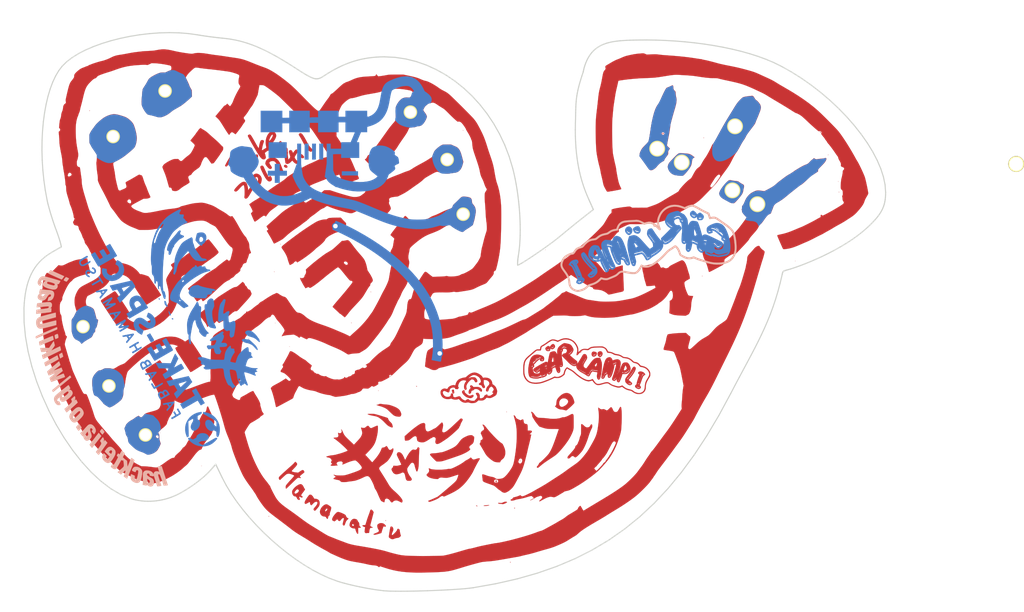
<source format=kicad_pcb>
(kicad_pcb (version 4) (host pcbnew 4.0.2+e4-6225~38~ubuntu16.04.1-stable)
  (layers (0 F.Cu signal) (31 B.Cu signal) (34 B.Paste user) (35 F.Paste user) (36 B.SilkS user) (37 F.SilkS user) (38 B.Mask user) (39 F.Mask user) (44 Edge.Cuts user))
  (net 0 "")
  (module GeileSiech:Unagi_FCu (layer F.Cu) (at 92.456 143.256)
    (fp_text reference G*** hide)
    (fp_text value LOGO hide)
    (fp_poly (pts (xy 0.943176 -10.074319) (xy 1.06635 -10.063677) (xy 1.188081 -10.045593) (xy 1.297804 -10.021013) (xy 1.384955 -9.990883) (xy 1.392286 -9.987475) (xy 1.461552 -9.943681) (xy 1.510253 -9.884662) (xy 1.5425 -9.802387) (xy 1.562408 -9.688825) (xy 1.56663 -9.646995) (xy 1.575398 -9.562484) (xy 1.587605 -9.505244) (xy 1.60958 -9.460311) (xy 1.647654 -9.412721) (xy 1.681066 -9.376444) (xy 1.792454 -9.227641) (xy 1.866016 -9.05989) (xy 1.901731 -8.873292) (xy 1.899578 -8.667949) (xy 1.866814 -8.473823) (xy 1.84528 -8.376262) (xy 1.826654 -8.28168) (xy 1.814135 -8.206638) (xy 1.812048 -8.190403) (xy 1.800211 -8.122795) (xy 1.779011 -8.032971) (xy 1.752719 -7.938789) (xy 1.748735 -7.925819) (xy 1.720555 -7.833523) (xy 1.694272 -7.744356) (xy 1.674972 -7.675619) (xy 1.672981 -7.668091) (xy 1.659555 -7.627042) (xy 1.638894 -7.591466) (xy 1.604359 -7.554543) (xy 1.549306 -7.509455) (xy 1.467095 -7.449384) (xy 1.443935 -7.432936) (xy 1.343857 -7.363901) (xy 1.237658 -7.293652) (xy 1.140312 -7.231958) (xy 1.086275 -7.199569) (xy 1.009728 -7.152159) (xy 0.943847 -7.105567) (xy 0.900641 -7.068423) (xy 0.895373 -7.062377) (xy 0.823062 -6.99684) (xy 0.740436 -6.965682) (xy 0.715766 -6.963936) (xy 0.667118 -6.974019) (xy 0.590818 -7.001367) (xy 0.495731 -7.041831) (xy 0.39072 -7.091258) (xy 0.284652 -7.145499) (xy 0.186389 -7.200403) (xy 0.113372 -7.245999) (xy 0.043038 -7.291443) (xy -0.015185 -7.325863) (xy -0.051549 -7.343603) (xy -0.057013 -7.344833) (xy -0.083678 -7.358058) (xy -0.130604 -7.392588) (xy -0.182919 -7.436831) (xy -0.258135 -7.500389) (xy -0.32552 -7.54564) (xy -0.390589 -7.571771) (xy -0.458855 -7.577965) (xy -0.535834 -7.563409) (xy -0.62704 -7.527287) (xy -0.737986 -7.468784) (xy -0.874187 -7.387085) (xy -0.982859 -7.31862) (xy -1.099782 -7.246424) (xy -1.215265 -7.18038) (xy -1.335545 -7.117615) (xy -1.466861 -7.055256) (xy -1.61545 -6.99043) (xy -1.787551 -6.920264) (xy -1.989401 -6.841886) (xy -2.148417 -6.78184) (xy -2.356753 -6.694553) (xy -2.567258 -6.587112) (xy -2.784048 -6.456802) (xy -3.011239 -6.300907) (xy -3.25295 -6.11671) (xy -3.513296 -5.901495) (xy -3.612274 -5.815989) (xy -3.730545 -5.709816) (xy -3.818129 -5.623535) (xy -3.878756 -5.552388) (xy -3.916154 -5.491615) (xy -3.934055 -5.436458) (xy -3.937 -5.401642) (xy -3.941939 -5.353929) (xy -3.955253 -5.277322) (xy -3.974685 -5.183899) (xy -3.989889 -5.11839) (xy -4.029721 -4.911326) (xy -4.041638 -4.731043) (xy -4.025712 -4.57256) (xy -3.99904 -4.474772) (xy -3.97377 -4.381936) (xy -3.964241 -4.285449) (xy -3.970651 -4.175071) (xy -3.9932 -4.040564) (xy -4.008821 -3.96875) (xy -4.036637 -3.824542) (xy -4.053691 -3.68666) (xy -4.059603 -3.563507) (xy -4.053995 -3.463487) (xy -4.036486 -3.395003) (xy -4.034872 -3.391736) (xy -4.021375 -3.362422) (xy -4.013868 -3.332338) (xy -4.012767 -3.293399) (xy -4.01849 -3.237523) (xy -4.031453 -3.156627) (xy -4.052075 -3.042629) (xy -4.053199 -3.036539) (xy -4.075458 -2.903945) (xy -4.089819 -2.791978) (xy -4.095463 -2.708119) (xy -4.093561 -2.668665) (xy -4.097409 -2.5921) (xy -4.127389 -2.487733) (xy -4.181736 -2.359607) (xy -4.258689 -2.211763) (xy -4.356484 -2.048244) (xy -4.380449 -2.010833) (xy -4.467706 -1.87327) (xy -4.536121 -1.75738) (xy -4.592123 -1.650874) (xy -4.642141 -1.541464) (xy -4.692606 -1.416861) (xy -4.696524 -1.406728) (xy -4.737494 -1.311349) (xy -4.792168 -1.198657) (xy -4.851444 -1.087003) (xy -4.878678 -1.03947) (xy -4.926178 -0.957694) (xy -4.964358 -0.88931) (xy -4.98875 -0.842495) (xy -4.995333 -0.826073) (xy -5.004088 -0.802476) (xy -5.028271 -0.747648) (xy -5.064759 -0.668407) (xy -5.11043 -0.571576) (xy -5.142042 -0.505587) (xy -5.200651 -0.380738) (xy -5.259821 -0.249138) (xy -5.313629 -0.12432) (xy -5.356149 -0.019817) (xy -5.36569 0.005205) (xy -5.44852 0.207274) (xy -5.539859 0.394751) (xy -5.634382 0.557295) (xy -5.694731 0.644312) (xy -5.744558 0.71449) (xy -5.804678 0.805254) (xy -5.864447 0.900392) (xy -5.882474 0.930309) (xy -5.935664 1.015374) (xy -6.009531 1.127341) (xy -6.099219 1.259343) (xy -6.199874 1.404516) (xy -6.306642 1.555992) (xy -6.414666 1.706907) (xy -6.519092 1.850394) (xy -6.615065 1.979588) (xy -6.697731 2.087622) (xy -6.726963 2.124596) (xy -6.788439 2.201777) (xy -6.869091 2.303664) (xy -6.96207 2.421572) (xy -7.06053 2.546817) (xy -7.157624 2.670714) (xy -7.171273 2.688167) (xy -7.301314 2.853345) (xy -7.411148 2.989303) (xy -7.505775 3.100832) (xy -7.590193 3.192723) (xy -7.669402 3.269768) (xy -7.748401 3.336758) (xy -7.832189 3.398484) (xy -7.925764 3.459738) (xy -8.034126 3.525311) (xy -8.061525 3.541425) (xy -8.379795 3.727932) (xy -8.650773 3.747499) (xy -8.810472 3.759659) (xy -8.934567 3.770803) (xy -9.02974 3.781856) (xy -9.102676 3.793746) (xy -9.160059 3.807398) (xy -9.208571 3.823738) (xy -9.212786 3.825395) (xy -9.264081 3.84201) (xy -9.31145 3.845623) (xy -9.363068 3.833606) (xy -9.42711 3.803332) (xy -9.511753 3.752173) (xy -9.580647 3.707167) (xy -9.760461 3.596901) (xy -9.973001 3.481875) (xy -10.20964 3.366399) (xy -10.461754 3.254779) (xy -10.599549 3.198318) (xy -10.728819 3.14527) (xy -10.881265 3.080222) (xy -11.041989 3.009676) (xy -11.196092 2.940133) (xy -11.274649 2.90372) (xy -11.446382 2.826206) (xy -11.628869 2.749285) (xy -11.816342 2.674943) (xy -12.003032 2.605168) (xy -12.18317 2.541948) (xy -12.350988 2.487269) (xy -12.500717 2.443119) (xy -12.626589 2.411485) (xy -12.722835 2.394354) (xy -12.760533 2.391834) (xy -12.854467 2.406312) (xy -12.923905 2.447124) (xy -12.959128 2.501771) (xy -12.976687 2.506871) (xy -13.021859 2.494201) (xy -13.097366 2.462715) (xy -13.205928 2.411367) (xy -13.246816 2.391205) (xy -13.525057 2.252993) (xy -13.649633 2.377569) (xy -13.722056 2.313981) (xy -13.776004 2.274163) (xy -13.853613 2.226019) (xy -13.939974 2.178671) (xy -13.958401 2.169398) (xy -14.122323 2.088402) (xy -14.45362 2.113928) (xy -14.67637 2.134385) (xy -14.861851 2.15882) (xy -15.015007 2.187998) (xy -15.128416 2.218668) (xy -15.196749 2.240449) (xy -15.141559 2.130933) (xy -15.096378 2.047507) (xy -15.04269 1.956853) (xy -15.015018 1.913393) (xy -14.965292 1.824916) (xy -14.945275 1.747178) (xy -14.955409 1.669069) (xy -14.996141 1.579481) (xy -15.030626 1.52302) (xy -15.132651 1.373733) (xy -15.251322 1.213812) (xy -15.37441 1.059164) (xy -15.489686 0.925695) (xy -15.490651 0.924638) (xy -15.548794 0.85975) (xy -15.597195 0.803458) (xy -15.627477 0.765573) (xy -15.631583 0.759576) (xy -15.659396 0.716093) (xy -15.686327 0.675011) (xy -15.714536 0.630239) (xy -15.754523 0.564083) (xy -15.792161 0.500218) (xy -15.860725 0.404358) (xy -15.931402 0.344796) (xy -16.000284 0.322159) (xy -16.063465 0.337073) (xy -16.11704 0.390164) (xy -16.144218 0.44379) (xy -16.194166 0.5187) (xy -16.270676 0.561704) (xy -16.342201 0.5715) (xy -16.38288 0.584451) (xy -16.433046 0.616157) (xy -16.439584 0.621439) (xy -16.502105 0.667181) (xy -16.566486 0.705758) (xy -16.605021 0.732691) (xy -16.665891 0.783644) (xy -16.741938 0.852272) (xy -16.826002 0.932227) (xy -16.862819 0.968498) (xy -16.982703 1.082106) (xy -17.106824 1.189567) (xy -17.223067 1.280671) (xy -17.282583 1.322308) (xy -17.464826 1.446774) (xy -17.635035 1.571654) (xy -17.786681 1.691796) (xy -17.913234 1.802047) (xy -18.000109 1.888373) (xy -18.057424 1.950776) (xy -18.103991 2.001436) (xy -18.132204 2.032082) (xy -18.13634 2.036553) (xy -18.158571 2.05761) (xy -18.202616 2.097543) (xy -18.252941 2.142386) (xy -18.3494 2.24802) (xy -18.424416 2.370571) (xy -18.465225 2.481524) (xy -18.493075 2.535348) (xy -18.534909 2.575985) (xy -18.593587 2.633474) (xy -18.643233 2.724185) (xy -18.684437 2.850086) (xy -18.717786 3.013147) (xy -18.743869 3.215336) (xy -18.751928 3.302) (xy -18.764299 3.413633) (xy -18.783268 3.545381) (xy -18.805653 3.676172) (xy -18.817341 3.73562) (xy -18.829805 3.796965) (xy -18.839826 3.852325) (xy -18.847587 3.906921) (xy -18.853266 3.965973) (xy -18.857046 4.034702) (xy -18.859106 4.118327) (xy -18.859628 4.22207) (xy -18.858791 4.351152) (xy -18.856777 4.510791) (xy -18.853766 4.70621) (xy -18.852863 4.762203) (xy -18.849308 4.950955) (xy -18.844912 5.134426) (xy -18.839895 5.30636) (xy -18.834475 5.4605) (xy -18.82887 5.590587) (xy -18.823299 5.690363) (xy -18.818386 5.750053) (xy -18.808732 5.842361) (xy -18.805561 5.904966) (xy -18.810308 5.950197) (xy -18.824408 5.990382) (xy -18.849296 6.037849) (xy -18.852562 6.043701) (xy -18.886592 6.113263) (xy -18.92515 6.205164) (xy -18.960659 6.301178) (xy -18.965223 6.314715) (xy -18.994658 6.399295) (xy -19.018057 6.45206) (xy -19.041137 6.481862) (xy -19.069616 6.497556) (xy -19.086555 6.502592) (xy -19.109906 6.51142) (xy -19.132732 6.528396) (xy -19.158236 6.558443) (xy -19.189622 6.606487) (xy -19.230094 6.677452) (xy -19.282857 6.776262) (xy -19.351113 6.907842) (xy -19.354515 6.914447) (xy -19.436323 7.076718) (xy -19.496693 7.204323) (xy -19.536261 7.29872) (xy -19.555663 7.361365) (xy -19.558 7.380974) (xy -19.543606 7.462736) (xy -19.506753 7.551075) (xy -19.456939 7.625121) (xy -19.438544 7.6435) (xy -19.385805 7.681468) (xy -19.310247 7.726329) (xy -19.222457 7.772878) (xy -19.133021 7.81591) (xy -19.052525 7.850221) (xy -18.991555 7.870606) (xy -18.969678 7.874) (xy -18.903221 7.855285) (xy -18.857255 7.804318) (xy -18.838463 7.728866) (xy -18.838333 7.721389) (xy -18.831774 7.686803) (xy -18.808666 7.653043) (xy -18.763867 7.616164) (xy -18.692234 7.572218) (xy -18.588624 7.517258) (xy -18.541217 7.493373) (xy -18.464237 7.452713) (xy -18.366201 7.397755) (xy -18.261811 7.336859) (xy -18.195895 7.297057) (xy -18.081349 7.229822) (xy -17.969714 7.169863) (xy -17.868751 7.120896) (xy -17.78622 7.086638) (xy -17.729885 7.070805) (xy -17.722097 7.070169) (xy -17.699984 7.087466) (xy -17.667372 7.13325) (xy -17.632117 7.196105) (xy -17.592392 7.268985) (xy -17.537373 7.362335) (xy -17.475712 7.461715) (xy -17.438688 7.518897) (xy -17.356447 7.64937) (xy -17.280265 7.781273) (xy -17.213123 7.908376) (xy -17.158003 8.024447) (xy -17.117889 8.123254) (xy -17.095762 8.198565) (xy -17.093482 8.2402) (xy -17.093069 8.301543) (xy -17.073176 8.39923) (xy -17.042517 8.505544) (xy -17.013496 8.601419) (xy -16.988551 8.690372) (xy -16.971254 8.759358) (xy -16.966276 8.784167) (xy -16.946998 8.840534) (xy -16.909031 8.911761) (xy -16.869761 8.969805) (xy -16.826589 9.02916) (xy -16.796106 9.075697) (xy -16.785167 9.098554) (xy -16.801341 9.122711) (xy -16.842964 9.161253) (xy -16.899691 9.205967) (xy -16.961176 9.248637) (xy -17.011448 9.278206) (xy -17.070176 9.321544) (xy -17.11655 9.37672) (xy -17.116553 9.376725) (xy -17.145157 9.419195) (xy -17.166023 9.43993) (xy -17.1678 9.440334) (xy -17.189564 9.451045) (xy -17.240511 9.48057) (xy -17.314108 9.524994) (xy -17.403825 9.580403) (xy -17.454278 9.612005) (xy -17.560666 9.677989) (xy -17.665008 9.741003) (xy -17.75721 9.795064) (xy -17.827177 9.834188) (xy -17.8435 9.842717) (xy -17.895278 9.870042) (xy -17.938735 9.89725) (xy -17.978291 9.929537) (xy -18.018368 9.972098) (xy -18.063388 10.030131) (xy -18.117771 10.108832) (xy -18.185938 10.213397) (xy -18.266538 10.339917) (xy -18.354548 10.481891) (xy -18.41842 10.592183) (xy -18.457784 10.670105) (xy -18.47227 10.714971) (xy -18.471966 10.720917) (xy -18.455881 10.786008) (xy -18.429443 10.884373) (xy -18.394753 11.008825) (xy -18.35391 11.152176) (xy -18.309015 11.30724) (xy -18.262166 11.46683) (xy -18.215465 11.623759) (xy -18.171011 11.770841) (xy -18.130904 11.900888) (xy -18.097244 12.006713) (xy -18.088485 12.033361) (xy -17.955474 12.412825) (xy -17.810509 12.787872) (xy -17.655871 13.153995) (xy -17.493838 13.506681) (xy -17.326689 13.841422) (xy -17.156703 14.153706) (xy -16.986159 14.439024) (xy -16.817336 14.692866) (xy -16.652513 14.910721) (xy -16.607238 14.964834) (xy -16.533653 15.054476) (xy -16.454103 15.157308) (xy -16.385794 15.251085) (xy -16.385713 15.251201) (xy -16.334043 15.323095) (xy -16.287581 15.383581) (xy -16.254308 15.422396) (xy -16.247926 15.428418) (xy -16.219432 15.468968) (xy -16.213667 15.494706) (xy -16.20393 15.529491) (xy -16.176836 15.595062) (xy -16.135564 15.685186) (xy -16.083291 15.793629) (xy -16.023196 15.914157) (xy -15.958455 16.040538) (xy -15.892246 16.166537) (xy -15.827748 16.285922) (xy -15.768138 16.392457) (xy -15.716593 16.479911) (xy -15.690037 16.521878) (xy -15.614465 16.630776) (xy -15.534239 16.733806) (xy -15.445655 16.834226) (xy -15.34501 16.935293) (xy -15.2286 17.040263) (xy -15.092721 17.152391) (xy -14.933669 17.274935) (xy -14.747741 17.411152) (xy -14.531233 17.564296) (xy -14.403917 17.652682) (xy -14.305039 17.722142) (xy -14.17994 17.811842) (xy -14.036058 17.916345) (xy -13.88083 18.030214) (xy -13.721692 18.148011) (xy -13.566081 18.264301) (xy -13.5227 18.296947) (xy -13.264598 18.487892) (xy -13.018568 18.662718) (xy -12.790559 18.817305) (xy -12.586521 18.947532) (xy -12.559617 18.963943) (xy -12.426242 19.045199) (xy -12.267797 19.142419) (xy -12.095014 19.248976) (xy -11.918626 19.358243) (xy -11.749362 19.463591) (xy -11.652787 19.52398) (xy -11.515692 19.608781) (xy -11.384878 19.687624) (xy -11.266151 19.757166) (xy -11.165321 19.814065) (xy -11.088196 19.854981) (xy -11.040583 19.876571) (xy -11.038953 19.877126) (xy -10.984495 19.896765) (xy -10.899731 19.929338) (xy -10.793394 19.9714) (xy -10.674214 20.019505) (xy -10.57275 20.061156) (xy -10.432794 20.118205) (xy -10.282427 20.178046) (xy -10.135509 20.235254) (xy -10.005902 20.284406) (xy -9.945801 20.306481) (xy -9.828166 20.349416) (xy -9.707598 20.394215) (xy -9.598574 20.435454) (xy -9.518317 20.466617) (xy -9.31629 20.537225) (xy -9.078853 20.603269) (xy -8.812832 20.66303) (xy -8.546273 20.711381) (xy -8.099752 20.784968) (xy -7.694441 20.85427) (xy -7.329455 20.919461) (xy -7.003905 20.980717) (xy -6.716905 21.038211) (xy -6.467569 21.092118) (xy -6.255007 21.142612) (xy -6.078335 21.189869) (xy -6.007566 21.210973) (xy -5.79861 21.273733) (xy -5.581778 21.335093) (xy -5.3648 21.393118) (xy -5.155408 21.445873) (xy -4.961331 21.491425) (xy -4.790299 21.527839) (xy -4.650044 21.55318) (xy -4.624917 21.556958) (xy -4.465583 21.575529) (xy -4.266304 21.591417) (xy -4.029388 21.604559) (xy -3.757142 21.614893) (xy -3.451874 21.622353) (xy -3.115891 21.626877) (xy -2.7515 21.6284) (xy -2.36101 21.62686) (xy -2.159 21.624947) (xy -1.896226 21.621736) (xy -1.67214 21.618375) (xy -1.483098 21.614734) (xy -1.325455 21.610683) (xy -1.195567 21.606092) (xy -1.089789 21.600832) (xy -1.004477 21.594773) (xy -0.935985 21.587785) (xy -0.880669 21.579738) (xy -0.878417 21.579346) (xy -0.724246 21.548814) (xy -0.534473 21.505236) (xy -0.313389 21.449729) (xy -0.065287 21.383409) (xy 0.205541 21.307392) (xy 0.494804 21.222794) (xy 0.508 21.218858) (xy 0.732626 21.152204) (xy 0.919842 21.097557) (xy 1.072586 21.054123) (xy 1.193802 21.021111) (xy 1.28643 20.99773) (xy 1.35341 20.983187) (xy 1.397684 20.976691) (xy 1.409312 20.976167) (xy 1.453211 20.970172) (xy 1.53644 20.952392) (xy 1.657755 20.923129) (xy 1.815915 20.882688) (xy 2.009677 20.831373) (xy 2.0955 20.808241) (xy 2.167678 20.790196) (xy 2.26987 20.766733) (xy 2.39617 20.739034) (xy 2.540673 20.708284) (xy 2.697472 20.675664) (xy 2.860661 20.642358) (xy 3.024334 20.609549) (xy 3.182585 20.578419) (xy 3.329507 20.550152) (xy 3.459196 20.525931) (xy 3.565744 20.506938) (xy 3.643245 20.494357) (xy 3.685795 20.489369) (xy 3.68771 20.489334) (xy 3.749581 20.48427) (xy 3.846915 20.469859) (xy 3.974168 20.447272) (xy 4.125797 20.417682) (xy 4.296259 20.38226) (xy 4.480012 20.342176) (xy 4.671511 20.298604) (xy 4.865213 20.252713) (xy 5.055576 20.205677) (xy 5.17525 20.174951) (xy 5.605303 20.06031) (xy 5.996619 19.950922) (xy 6.352333 19.845823) (xy 6.675583 19.744051) (xy 6.969505 19.644641) (xy 7.237237 19.546631) (xy 7.299019 19.52279) (xy 7.404491 19.483495) (xy 7.507228 19.448412) (xy 7.594497 19.421713) (xy 7.647412 19.408649) (xy 7.715881 19.388173) (xy 7.807062 19.35051) (xy 7.907997 19.301272) (xy 7.957809 19.274215) (xy 8.051032 19.222304) (xy 8.168693 19.157753) (xy 8.297776 19.087654) (xy 8.425267 19.019096) (xy 8.466667 18.99701) (xy 8.597478 18.926125) (xy 8.74074 18.846409) (xy 8.881001 18.766581) (xy 9.002807 18.695359) (xy 9.027583 18.680511) (xy 9.144338 18.61109) (xy 9.271594 18.537023) (xy 9.393546 18.467425) (xy 9.489654 18.41399) (xy 9.592709 18.353407) (xy 9.698393 18.283914) (xy 9.790821 18.216256) (xy 9.830853 18.183189) (xy 9.916973 18.113547) (xy 10.019862 18.039462) (xy 10.118658 17.975878) (xy 10.127804 17.9705) (xy 10.205031 17.925135) (xy 10.307235 17.864432) (xy 10.423235 17.795067) (xy 10.541848 17.723716) (xy 10.590939 17.694044) (xy 10.702042 17.626312) (xy 10.782264 17.57551) (xy 10.837173 17.53703) (xy 10.872333 17.506263) (xy 10.893309 17.478601) (xy 10.905667 17.449435) (xy 10.911417 17.428678) (xy 10.953575 17.339841) (xy 11.024815 17.261409) (xy 11.064129 17.225645) (xy 11.093349 17.203941) (xy 11.117698 17.200047) (xy 11.142399 17.217716) (xy 11.172677 17.2607) (xy 11.213754 17.33275) (xy 11.270854 17.437618) (xy 11.271306 17.438446) (xy 11.316859 17.517951) (xy 11.356879 17.580552) (xy 11.386283 17.61871) (xy 11.39825 17.626768) (xy 11.423983 17.614065) (xy 11.477471 17.583876) (xy 11.550449 17.540961) (xy 11.6205 17.498724) (xy 11.707751 17.445715) (xy 11.820216 17.377619) (xy 11.946809 17.301134) (xy 12.076448 17.22296) (xy 12.16025 17.172516) (xy 12.254906 17.115581) (xy 12.379593 17.040571) (xy 12.528072 16.951241) (xy 12.694102 16.851345) (xy 12.871444 16.744638) (xy 13.053858 16.634874) (xy 13.235103 16.525807) (xy 13.2715 16.503904) (xy 13.595533 16.306466) (xy 13.899895 16.116112) (xy 14.182008 15.934589) (xy 14.43929 15.76364) (xy 14.669163 15.605012) (xy 14.869045 15.460448) (xy 15.036358 15.331693) (xy 15.166834 15.222003) (xy 15.342512 15.061681) (xy 15.514927 14.898033) (xy 15.679272 14.736006) (xy 15.830741 14.580546) (xy 15.964527 14.436597) (xy 16.075823 14.309107) (xy 16.159821 14.203021) (xy 16.167634 14.19225) (xy 16.245818 14.084353) (xy 16.336817 13.960563) (xy 16.427606 13.838522) (xy 16.484992 13.762355) (xy 16.561389 13.65759) (xy 16.648463 13.531678) (xy 16.735718 13.400133) (xy 16.812661 13.278467) (xy 16.815704 13.273487) (xy 16.884762 13.162585) (xy 16.957087 13.050332) (xy 17.024924 12.948531) (xy 17.080519 12.868985) (xy 17.089538 12.856716) (xy 17.155486 12.76464) (xy 17.228335 12.65764) (xy 17.293463 12.557247) (xy 17.299728 12.547208) (xy 17.352705 12.467988) (xy 17.405971 12.398454) (xy 17.450501 12.350081) (xy 17.462642 12.340065) (xy 17.488632 12.313417) (xy 17.536136 12.256393) (xy 17.60204 12.17305) (xy 17.683231 12.067443) (xy 17.776595 11.94363) (xy 17.879019 11.805666) (xy 17.987388 11.657608) (xy 18.003364 11.635607) (xy 18.1152 11.481681) (xy 18.223633 11.332907) (xy 18.325117 11.194114) (xy 18.416109 11.07013) (xy 18.493066 10.965784) (xy 18.552442 10.885905) (xy 18.590695 10.83532) (xy 18.591685 10.83404) (xy 18.778555 10.585237) (xy 18.981642 10.300591) (xy 19.201325 9.979541) (xy 19.437986 9.621524) (xy 19.692007 9.225978) (xy 19.817103 9.027584) (xy 19.877561 8.93203) (xy 19.935091 8.842612) (xy 19.983294 8.769179) (xy 20.015774 8.721582) (xy 20.016431 8.720667) (xy 20.050031 8.665679) (xy 20.060781 8.61527) (xy 20.054731 8.551334) (xy 20.043233 8.455617) (xy 20.040244 8.358818) (xy 20.045982 8.247895) (xy 20.060667 8.109808) (xy 20.062353 8.09625) (xy 20.071591 8.009492) (xy 20.081728 7.892378) (xy 20.09185 7.756846) (xy 20.101044 7.614836) (xy 20.106088 7.52475) (xy 20.115899 7.375484) (xy 20.129834 7.215961) (xy 20.146368 7.061127) (xy 20.163976 6.925926) (xy 20.17301 6.868584) (xy 20.220106 6.593417) (xy 20.089033 5.916084) (xy 20.041342 5.671923) (xy 19.999803 5.464927) (xy 19.96331 5.290552) (xy 19.930755 5.144256) (xy 19.90103 5.021497) (xy 19.873028 4.917733) (xy 19.84564 4.828422) (xy 19.817759 4.74902) (xy 19.788277 4.674986) (xy 19.783811 4.664444) (xy 19.748876 4.578901) (xy 19.705582 4.467457) (xy 19.659322 4.34425) (xy 19.615486 4.223416) (xy 19.613541 4.217934) (xy 19.570199 4.097924) (xy 19.524488 3.97518) (xy 19.481703 3.863704) (xy 19.44714 3.777501) (xy 19.445631 3.773885) (xy 19.410437 3.692729) (xy 19.382546 3.641236) (xy 19.353853 3.609638) (xy 19.316254 3.588168) (xy 19.279461 3.573624) (xy 19.223935 3.55806) (xy 19.136572 3.539528) (xy 19.027585 3.519942) (xy 18.90719 3.501215) (xy 18.852853 3.493689) (xy 18.737407 3.477835) (xy 18.635262 3.462846) (xy 18.554505 3.449985) (xy 18.503222 3.440512) (xy 18.490532 3.437211) (xy 18.469437 3.420467) (xy 18.460432 3.387812) (xy 18.464288 3.334661) (xy 18.481775 3.256428) (xy 18.513664 3.148529) (xy 18.560724 3.00638) (xy 18.56504 2.993763) (xy 18.618084 2.828881) (xy 18.658263 2.682607) (xy 18.68347 2.562971) (xy 18.689388 2.519773) (xy 18.707501 2.410691) (xy 18.737213 2.294459) (xy 18.763848 2.217209) (xy 18.79226 2.147947) (xy 18.813816 2.097173) (xy 18.82436 2.074649) (xy 18.824709 2.074305) (xy 18.845385 2.07077) (xy 18.898006 2.061355) (xy 18.972873 2.0478) (xy 19.007667 2.041464) (xy 19.166493 2.017354) (xy 19.360561 1.996047) (xy 19.58284 1.978112) (xy 19.826297 1.964116) (xy 20.083899 1.954625) (xy 20.084521 1.954608) (xy 20.431126 1.945312) (xy 20.584974 2.094489) (xy 20.653142 2.157485) (xy 20.713164 2.207325) (xy 20.756931 2.237568) (xy 20.772827 2.243667) (xy 20.796657 2.262614) (xy 20.807764 2.314773) (xy 20.806587 2.393121) (xy 20.793564 2.490632) (xy 20.769133 2.600284) (xy 20.745618 2.680072) (xy 20.71175 2.794244) (xy 20.677894 2.925078) (xy 20.650492 3.047394) (xy 20.646674 3.066917) (xy 20.629519 3.162277) (xy 20.621262 3.226451) (xy 20.621628 3.269581) (xy 20.630345 3.301809) (xy 20.639825 3.320767) (xy 20.684613 3.370825) (xy 20.746586 3.385473) (xy 20.7975 3.377661) (xy 20.828412 3.359674) (xy 20.884227 3.317188) (xy 20.959242 3.254945) (xy 21.047751 3.177689) (xy 21.144047 3.090162) (xy 21.150368 3.084298) (xy 21.302276 2.943961) (xy 21.429735 2.828534) (xy 21.53867 2.73344) (xy 21.635004 2.654101) (xy 21.724664 2.58594) (xy 21.813573 2.524379) (xy 21.907658 2.464842) (xy 22.012842 2.40275) (xy 22.087787 2.360084) (xy 22.202394 2.294886) (xy 22.295601 2.239452) (xy 22.3739 2.188305) (xy 22.443777 2.135971) (xy 22.511721 2.076975) (xy 22.584222 2.005842) (xy 22.667768 1.917097) (xy 22.768846 1.805266) (xy 22.840372 1.725075) (xy 22.960162 1.593138) (xy 23.063602 1.486308) (xy 23.160179 1.39616) (xy 23.259383 1.314268) (xy 23.370704 1.232206) (xy 23.479303 1.157795) (xy 23.627845 1.05798) (xy 23.74561 0.977587) (xy 23.837095 0.912633) (xy 23.906797 0.859135) (xy 23.959213 0.813109) (xy 23.998839 0.77057) (xy 24.030172 0.727534) (xy 24.057709 0.680019) (xy 24.085947 0.624039) (xy 24.089124 0.617533) (xy 24.123375 0.542901) (xy 24.170232 0.434352) (xy 24.227429 0.297604) (xy 24.292706 0.138378) (xy 24.363799 -0.037608) (xy 24.438444 -0.224634) (xy 24.514379 -0.416982) (xy 24.589342 -0.608931) (xy 24.661068 -0.794763) (xy 24.727296 -0.968758) (xy 24.785762 -1.125198) (xy 24.834203 -1.258362) (xy 24.856897 -1.322916) (xy 24.904656 -1.457149) (xy 24.957032 -1.597581) (xy 25.0088 -1.730618) (xy 25.054737 -1.842662) (xy 25.070815 -1.879694) (xy 25.124978 -2.006231) (xy 25.178377 -2.141367) (xy 25.232875 -2.29056) (xy 25.290334 -2.45927) (xy 25.352616 -2.652956) (xy 25.421584 -2.877076) (xy 25.494677 -3.122083) (xy 25.554418 -3.325388) (xy 25.602902 -3.492234) (xy 25.641196 -3.626659) (xy 25.670371 -3.732704) (xy 25.691495 -3.814406) (xy 25.705638 -3.875807) (xy 25.71387 -3.920943) (xy 25.717259 -3.953856) (xy 25.7175 -3.963756) (xy 25.723861 -4.011183) (xy 25.74041 -4.081961) (xy 25.759916 -4.148926) (xy 25.780025 -4.229904) (xy 25.798971 -4.33833) (xy 25.81439 -4.459339) (xy 25.82109 -4.533481) (xy 25.828558 -4.628508) (xy 25.83748 -4.704076) (xy 25.851566 -4.767121) (xy 25.874526 -4.824573) (xy 25.91007 -4.883368) (xy 25.961906 -4.950438) (xy 26.033744 -5.032717) (xy 26.129295 -5.137138) (xy 26.16446 -5.17525) (xy 26.246144 -5.264929) (xy 26.322664 -5.351027) (xy 26.386868 -5.42535) (xy 26.431602 -5.479704) (xy 26.440855 -5.491838) (xy 26.502003 -5.558373) (xy 26.582432 -5.623476) (xy 26.670459 -5.679736) (xy 26.754398 -5.719747) (xy 26.822565 -5.736099) (xy 26.826203 -5.736166) (xy 26.881508 -5.727544) (xy 26.914138 -5.694934) (xy 26.921355 -5.680602) (xy 26.975462 -5.592093) (xy 27.05578 -5.497809) (xy 27.150496 -5.41058) (xy 27.211427 -5.365564) (xy 27.290502 -5.309246) (xy 27.337095 -5.261376) (xy 27.356103 -5.210526) (xy 27.352422 -5.145271) (xy 27.33624 -5.074279) (xy 27.310987 -4.97679) (xy 27.283676 -4.871135) (xy 27.269301 -4.815416) (xy 27.24773 -4.738712) (xy 27.217034 -4.638373) (xy 27.182261 -4.530653) (xy 27.164119 -4.47675) (xy 27.145308 -4.418873) (xy 27.115899 -4.324532) (xy 27.077146 -4.197902) (xy 27.030302 -4.04316) (xy 26.976623 -3.864481) (xy 26.917361 -3.666041) (xy 26.853771 -3.452017) (xy 26.787107 -3.226583) (xy 26.718623 -2.993917) (xy 26.709645 -2.963333) (xy 26.614505 -2.63951) (xy 26.529859 -2.352333) (xy 26.454462 -2.097776) (xy 26.387066 -1.871815) (xy 26.326425 -1.670422) (xy 26.271291 -1.489572) (xy 26.22042 -1.32524) (xy 26.172562 -1.173398) (xy 26.126473 -1.030022) (xy 26.080905 -0.891084) (xy 26.034612 -0.752561) (xy 25.986347 -0.610424) (xy 25.934863 -0.46065) (xy 25.93294 -0.455083) (xy 25.791492 -0.051595) (xy 25.651683 0.334413) (xy 25.51136 0.707975) (xy 25.368368 1.074123) (xy 25.220551 1.43789) (xy 25.065754 1.804308) (xy 24.901822 2.17841) (xy 24.7266 2.565229) (xy 24.537933 2.969797) (xy 24.333666 3.397146) (xy 24.111643 3.85231) (xy 23.938833 4.201584) (xy 23.831263 4.418199) (xy 23.716436 4.649989) (xy 23.59841 4.888728) (xy 23.481241 5.126191) (xy 23.368986 5.354152) (xy 23.265704 5.564384) (xy 23.175449 5.748663) (xy 23.140213 5.820834) (xy 22.932001 6.241811) (xy 22.734885 6.627708) (xy 22.54622 6.983482) (xy 22.363358 7.314095) (xy 22.183654 7.624505) (xy 22.129469 7.71525) (xy 22.055188 7.841329) (xy 21.965585 7.997593) (xy 21.864738 8.176601) (xy 21.756728 8.370913) (xy 21.645635 8.573089) (xy 21.535538 8.775689) (xy 21.430516 8.971271) (xy 21.334649 9.152395) (xy 21.252018 9.311621) (xy 21.224223 9.36625) (xy 21.195041 9.423436) (xy 21.166306 9.478072) (xy 21.135658 9.534067) (xy 21.100737 9.595329) (xy 21.059183 9.665765) (xy 21.008636 9.749283) (xy 20.946736 9.849793) (xy 20.871122 9.971202) (xy 20.779434 10.117417) (xy 20.669313 10.292348) (xy 20.5665 10.455368) (xy 20.441442 10.652944) (xy 20.333722 10.821444) (xy 20.238576 10.967899) (xy 20.151238 11.099337) (xy 20.066944 11.222787) (xy 19.980927 11.34528) (xy 19.888423 11.473843) (xy 19.784666 11.615506) (xy 19.728213 11.691914) (xy 19.64476 11.805037) (xy 19.544781 11.941202) (xy 19.436529 12.089129) (xy 19.328259 12.237537) (xy 19.228225 12.375147) (xy 19.224293 12.380568) (xy 19.133657 12.504546) (xy 19.024083 12.652797) (xy 18.902482 12.816069) (xy 18.775767 12.985111) (xy 18.650847 13.15067) (xy 18.544381 13.290735) (xy 18.401241 13.478346) (xy 18.281143 13.636094) (xy 18.181362 13.767703) (xy 18.099174 13.876898) (xy 18.031855 13.967404) (xy 17.976681 14.042947) (xy 17.930927 14.107252) (xy 17.891868 14.164043) (xy 17.856781 14.217046) (xy 17.822941 14.269986) (xy 17.792172 14.31925) (xy 17.737036 14.405612) (xy 17.683951 14.484389) (xy 17.640407 14.544672) (xy 17.621171 14.568324) (xy 17.586419 14.612583) (xy 17.568855 14.646173) (xy 17.568333 14.64999) (xy 17.555988 14.676599) (xy 17.52329 14.726209) (xy 17.476749 14.7891) (xy 17.465827 14.803082) (xy 17.404746 14.882839) (xy 17.332924 14.980017) (xy 17.263345 15.076976) (xy 17.245344 15.102673) (xy 17.194734 15.167771) (xy 17.117868 15.256638) (xy 17.019588 15.364317) (xy 16.904734 15.485851) (xy 16.778145 15.616283) (xy 16.644663 15.750656) (xy 16.509126 15.884012) (xy 16.376377 16.011395) (xy 16.251254 16.127847) (xy 16.1925 16.18093) (xy 16.033551 16.315946) (xy 15.842206 16.466803) (xy 15.623661 16.629867) (xy 15.383108 16.801508) (xy 15.125743 16.978094) (xy 14.85676 17.155993) (xy 14.581352 17.331573) (xy 14.304714 17.501202) (xy 14.301186 17.50332) (xy 14.143295 17.598531) (xy 13.98154 17.696888) (xy 13.82379 17.79355) (xy 13.677912 17.883673) (xy 13.551774 17.962415) (xy 13.453244 18.024935) (xy 13.443936 18.030931) (xy 13.34295 18.094722) (xy 13.214241 18.173863) (xy 13.066936 18.262865) (xy 12.910163 18.356243) (xy 12.753049 18.448509) (xy 12.652377 18.506833) (xy 12.336666 18.690069) (xy 12.056814 18.85573) (xy 11.810798 19.005141) (xy 11.596598 19.139627) (xy 11.412192 19.260512) (xy 11.255558 19.36912) (xy 11.124674 19.466777) (xy 11.017519 19.554807) (xy 10.933681 19.632911) (xy 10.760925 19.78211) (xy 10.615209 19.875025) (xy 10.531306 19.922528) (xy 10.425197 19.985429) (xy 10.310009 20.055812) (xy 10.198871 20.125761) (xy 10.190507 20.131126) (xy 10.054613 20.217477) (xy 9.93698 20.289409) (xy 9.828154 20.351926) (xy 9.718678 20.410029) (xy 9.599098 20.468722) (xy 9.45996 20.533005) (xy 9.291808 20.607883) (xy 9.277313 20.614263) (xy 9.100601 20.691113) (xy 8.94756 20.755198) (xy 8.80843 20.809944) (xy 8.673452 20.85878) (xy 8.532867 20.905134) (xy 8.376915 20.952433) (xy 8.195837 21.004105) (xy 8.062141 21.041085) (xy 7.894339 21.087892) (xy 7.707777 21.141208) (xy 7.51767 21.196605) (xy 7.339234 21.24965) (xy 7.198195 21.292649) (xy 7.035855 21.340702) (xy 6.851002 21.391705) (xy 6.660957 21.441103) (xy 6.48304 21.484342) (xy 6.387012 21.505933) (xy 6.255232 21.534892) (xy 6.131922 21.563012) (xy 6.025304 21.58834) (xy 5.943596 21.608922) (xy 5.895021 21.622805) (xy 5.894729 21.622904) (xy 5.841943 21.637375) (xy 5.757771 21.656486) (xy 5.652603 21.678038) (xy 5.53683 21.699834) (xy 5.50177 21.706059) (xy 5.402104 21.723493) (xy 5.269063 21.746769) (xy 5.110971 21.774429) (xy 4.936153 21.805017) (xy 4.752932 21.837077) (xy 4.569634 21.869151) (xy 4.519083 21.877997) (xy 4.266994 21.921894) (xy 4.05129 21.958877) (xy 3.866724 21.989691) (xy 3.708047 22.015081) (xy 3.57001 22.035794) (xy 3.447365 22.052574) (xy 3.334862 22.066167) (xy 3.227254 22.077319) (xy 3.119292 22.086775) (xy 3.005727 22.095281) (xy 2.973917 22.097478) (xy 2.83971 22.107694) (xy 2.7062 22.119758) (xy 2.585115 22.13248) (xy 2.488181 22.14467) (xy 2.449736 22.15066) (xy 2.376108 22.165947) (xy 2.26793 22.191743) (xy 2.131205 22.226405) (xy 1.971936 22.268291) (xy 1.796125 22.315758) (xy 1.609774 22.367164) (xy 1.418887 22.420867) (xy 1.229465 22.475224) (xy 1.047511 22.528594) (xy 0.879028 22.579333) (xy 0.846667 22.58927) (xy 0.599127 22.665351) (xy 0.387117 22.729862) (xy 0.205807 22.784006) (xy 0.050364 22.828986) (xy -0.084041 22.866007) (xy -0.202239 22.89627) (xy -0.30906 22.920979) (xy -0.409336 22.941338) (xy -0.507898 22.95855) (xy -0.609575 22.973817) (xy -0.719199 22.988343) (xy -0.791463 22.997284) (xy -0.937626 23.012169) (xy -1.120092 23.02608) (xy -1.332838 23.038869) (xy -1.569842 23.050388) (xy -1.825082 23.060488) (xy -2.092534 23.069021) (xy -2.366177 23.075838) (xy -2.639987 23.080792) (xy -2.907943 23.083733) (xy -3.164022 23.084514) (xy -3.402201 23.082985) (xy -3.616458 23.078998) (xy -3.80077 23.072405) (xy -3.813793 23.071773) (xy -4.238854 23.04351) (xy -4.633831 23.001453) (xy -5.009281 22.943664) (xy -5.375758 22.868205) (xy -5.743818 22.773138) (xy -6.124018 22.656524) (xy -6.184493 22.636469) (xy -6.527526 22.521651) (xy -6.625452 22.613647) (xy -6.683518 22.55946) (xy -6.730716 22.522389) (xy -6.786988 22.494183) (xy -6.859888 22.472866) (xy -6.956971 22.456464) (xy -7.085791 22.443002) (xy -7.148309 22.437968) (xy -7.408655 22.405419) (xy -7.681491 22.345263) (xy -7.687175 22.343761) (xy -7.791252 22.31851) (xy -7.926875 22.289074) (xy -8.083716 22.257499) (xy -8.25145 22.225833) (xy -8.41975 22.19612) (xy -8.498417 22.183036) (xy -8.659875 22.155796) (xy -8.82266 22.126544) (xy -8.977257 22.097119) (xy -9.114154 22.069361) (xy -9.223838 22.04511) (xy -9.26835 22.034135) (xy -9.427223 21.987597) (xy -9.614295 21.924358) (xy -9.820543 21.847884) (xy -10.036949 21.761645) (xy -10.25449 21.669107) (xy -10.456333 21.57742) (xy -10.563656 21.52746) (xy -10.663376 21.481985) (xy -10.746388 21.44508) (xy -10.803589 21.420831) (xy -10.816167 21.415965) (xy -10.880477 21.386233) (xy -10.952459 21.344293) (xy -10.974917 21.329187) (xy -11.018969 21.301173) (xy -11.093369 21.257243) (xy -11.191106 21.201388) (xy -11.305172 21.137603) (xy -11.428554 21.069881) (xy -11.46175 21.051874) (xy -11.682081 20.930669) (xy -11.905776 20.803914) (xy -12.124874 20.67632) (xy -12.331413 20.552602) (xy -12.517433 20.437472) (xy -12.674972 20.335642) (xy -12.7 20.318879) (xy -12.768624 20.274095) (xy -12.86636 20.21236) (xy -12.98585 20.138219) (xy -13.119734 20.056213) (xy -13.260653 19.970885) (xy -13.36675 19.907312) (xy -13.554256 19.794896) (xy -13.712503 19.698282) (xy -13.849032 19.612351) (xy -13.971386 19.531984) (xy -14.087107 19.452059) (xy -14.203737 19.367459) (xy -14.328818 19.273062) (xy -14.469893 19.163749) (xy -14.520333 19.124243) (xy -14.616978 19.049031) (xy -14.740807 18.953632) (xy -14.885079 18.843184) (xy -15.043057 18.722824) (xy -15.208 18.597692) (xy -15.373169 18.472925) (xy -15.485182 18.388655) (xy -15.700403 18.226544) (xy -15.884875 18.086277) (xy -16.042116 17.964839) (xy -16.175644 17.859218) (xy -16.288977 17.766399) (xy -16.385633 17.68337) (xy -16.469131 17.607116) (xy -16.542987 17.534624) (xy -16.610722 17.46288) (xy -16.675851 17.388871) (xy -16.734873 17.318172) (xy -16.832566 17.19444) (xy -16.937565 17.053747) (xy -17.04477 16.903623) (xy -17.14908 16.751596) (xy -17.245397 16.605194) (xy -17.328618 16.471948) (xy -17.393645 16.359386) (xy -17.423142 16.302131) (xy -17.47259 16.209177) (xy -17.532233 16.111478) (xy -17.578828 16.044334) (xy -17.625106 15.980843) (xy -17.661007 15.927374) (xy -17.678436 15.896167) (xy -17.694132 15.870143) (xy -17.731244 15.815871) (xy -17.785779 15.738965) (xy -17.853746 15.645038) (xy -17.931154 15.539705) (xy -17.949345 15.515167) (xy -18.13599 15.259358) (xy -18.295185 15.031425) (xy -18.428731 14.828638) (xy -18.538427 14.648271) (xy -18.621149 14.497229) (xy -18.697304 14.343283) (xy -18.781239 14.163599) (xy -18.870769 13.96364) (xy -18.963715 13.748868) (xy -19.057893 13.524746) (xy -19.151124 13.296737) (xy -19.241224 13.070305) (xy -19.326013 12.850911) (xy -19.403308 12.64402) (xy -19.470929 12.455094) (xy -19.526692 12.289595) (xy -19.568418 12.152988) (xy -19.588965 12.073754) (xy -19.633676 11.904512) (xy -19.696625 11.705382) (xy -19.775372 11.483415) (xy -19.867479 11.245663) (xy -19.917775 11.123084) (xy -19.98671 10.95588) (xy -20.045147 10.808061) (xy -20.096208 10.670287) (xy -20.143016 10.533222) (xy -20.188691 10.387526) (xy -20.236358 10.223862) (xy -20.289138 10.032891) (xy -20.317639 9.927167) (xy -20.363063 9.762231) (xy -20.416576 9.575567) (xy -20.47657 9.37222) (xy -20.541435 9.157234) (xy -20.609563 8.935654) (xy -20.679345 8.712524) (xy -20.749173 8.492889) (xy -20.817438 8.281793) (xy -20.88253 8.084282) (xy -20.942842 7.9054) (xy -20.996765 7.75019) (xy -21.04269 7.623699) (xy -21.079008 7.530971) (xy -21.089586 7.506457) (xy -21.145309 7.382331) (xy -21.245023 7.397284) (xy -21.309781 7.408491) (xy -21.380592 7.424047) (xy -21.46108 7.445174) (xy -21.554869 7.473093) (xy -21.665583 7.509027) (xy -21.796846 7.554195) (xy -21.952283 7.60982) (xy -22.135519 7.677123) (xy -22.350176 7.757324) (xy -22.599881 7.851647) (xy -22.651912 7.871389) (xy -22.860408 7.948827) (xy -23.037577 8.010345) (xy -23.190531 8.057758) (xy -23.326382 8.092882) (xy -23.452242 8.117534) (xy -23.575224 8.133527) (xy -23.702439 8.142679) (xy -23.71725 8.143357) (xy -23.875874 8.146015) (xy -24.010107 8.136772) (xy -24.133877 8.11269) (xy -24.261117 8.07083) (xy -24.405755 8.008254) (xy -24.444095 7.990072) (xy -24.526458 7.950776) (xy -24.593172 7.919414) (xy -24.636007 7.899825) (xy -24.647468 7.895167) (xy -24.650407 7.915022) (xy -24.654458 7.969404) (xy -24.659133 8.050536) (xy -24.663947 8.15064) (xy -24.665026 8.175625) (xy -24.678485 8.367537) (xy -24.701008 8.532579) (xy -24.721058 8.625417) (xy -24.776784 8.795773) (xy -24.855873 8.9784) (xy -24.950446 9.157006) (xy -25.052623 9.315295) (xy -25.058584 9.323464) (xy -25.108183 9.395684) (xy -25.145902 9.459643) (xy -25.165663 9.504683) (xy -25.167212 9.513964) (xy -25.176795 9.554562) (xy -25.201679 9.617233) (xy -25.231013 9.6777) (xy -25.268181 9.760195) (xy -25.297064 9.845891) (xy -25.308242 9.896948) (xy -25.318162 9.946605) (xy -25.33679 9.990591) (xy -25.370307 10.038364) (xy -25.424895 10.099386) (xy -25.472895 10.148897) (xy -25.544074 10.21817) (xy -25.611613 10.27856) (xy -25.665693 10.321528) (xy -25.686951 10.335065) (xy -25.732578 10.366571) (xy -25.793572 10.418931) (xy -25.857303 10.481247) (xy -25.861862 10.48604) (xy -25.916396 10.542263) (xy -25.959513 10.584042) (xy -25.983366 10.60384) (xy -25.985181 10.6045) (xy -26.005339 10.618975) (xy -26.036195 10.652125) (xy -26.071839 10.720902) (xy -26.067162 10.788816) (xy -26.034656 10.837678) (xy -26.015868 10.861495) (xy -26.002931 10.894148) (xy -25.994414 10.944016) (xy -25.988885 11.019474) (xy -25.984918 11.128719) (xy -25.979703 11.250815) (xy -25.970632 11.34434) (xy -25.955545 11.423022) (xy -25.932283 11.50059) (xy -25.921762 11.530144) (xy -25.894811 11.607274) (xy -25.87494 11.670987) (xy -25.865868 11.709213) (xy -25.865667 11.712221) (xy -25.875184 11.745278) (xy -25.900838 11.806694) (xy -25.938288 11.887777) (xy -25.983191 11.979837) (xy -26.031203 12.074183) (xy -26.077982 12.162124) (xy -26.119184 12.234968) (xy -26.150468 12.284026) (xy -26.153313 12.287854) (xy -26.235181 12.371384) (xy -26.34833 12.454262) (xy -26.481957 12.531243) (xy -26.625258 12.597083) (xy -26.76743 12.646538) (xy -26.89767 12.674365) (xy -26.958185 12.67855) (xy -27.024109 12.674772) (xy -27.080156 12.659113) (xy -27.142474 12.625689) (xy -27.191018 12.593686) (xy -27.293995 12.534577) (xy -27.417973 12.48052) (xy -27.4955 12.453977) (xy -27.599382 12.418528) (xy -27.719635 12.371549) (xy -27.835256 12.321396) (xy -27.870449 12.304782) (xy -27.946393 12.266133) (xy -28.013526 12.226791) (xy -28.079455 12.181013) (xy -28.15179 12.12305) (xy -28.238138 12.047158) (xy -28.34611 11.947592) (xy -28.357282 11.937148) (xy -28.473669 11.826664) (xy -28.562143 11.737495) (xy -28.626869 11.663334) (xy -28.672013 11.597871) (xy -28.701741 11.534797) (xy -28.720217 11.467804) (xy -28.731609 11.390584) (xy -28.734074 11.3665) (xy -28.747689 11.256053) (xy -28.766714 11.17452) (xy -28.795754 11.108489) (xy -28.839415 11.044549) (xy -28.848607 11.032942) (xy -28.888484 10.972306) (xy -28.905187 10.929671) (xy -27.729601 10.929671) (xy -27.709015 11.055436) (xy -27.656194 11.173386) (xy -27.57282 11.277433) (xy -27.460578 11.361488) (xy -27.347471 11.411456) (xy -27.269201 11.422935) (xy -27.17131 11.418001) (xy -27.072216 11.39881) (xy -26.995493 11.370247) (xy -26.874738 11.286814) (xy -26.788612 11.179369) (xy -26.748353 11.075782) (xy -26.297916 11.075782) (xy -26.283369 11.135122) (xy -26.244661 11.18685) (xy -26.19055 11.223799) (xy -26.129795 11.238799) (xy -26.071153 11.224685) (xy -26.047095 11.206238) (xy -26.020138 11.153383) (xy -26.017392 11.086764) (xy -26.039587 11.027841) (xy -26.040965 11.025999) (xy -26.102473 10.97144) (xy -26.169739 10.952802) (xy -26.233619 10.970468) (xy -26.279543 11.015998) (xy -26.297916 11.075782) (xy -26.748353 11.075782) (xy -26.738251 11.049791) (xy -26.724413 10.922) (xy -26.743619 10.780342) (xy -26.797525 10.655222) (xy -26.880783 10.55155) (xy -26.988048 10.474238) (xy -27.113973 10.428196) (xy -27.253214 10.418335) (xy -27.271045 10.419865) (xy -27.394798 10.44456) (xy -27.496688 10.494912) (xy -27.581114 10.566371) (xy -27.667334 10.679049) (xy -27.716269 10.802179) (xy -27.729601 10.929671) (xy -28.905187 10.929671) (xy -28.917444 10.898385) (xy -28.940715 10.797416) (xy -28.943163 10.784005) (xy -28.963986 10.681405) (xy -28.989569 10.574391) (xy -29.014397 10.486026) (xy -29.014543 10.485564) (xy -29.055669 10.356045) (xy -29.005926 10.273897) (xy -28.970983 10.204153) (xy -28.946142 10.133233) (xy -28.942669 10.117667) (xy -28.916044 10.055843) (xy -28.860154 9.979662) (xy -28.782328 9.896046) (xy -28.689898 9.811917) (xy -28.590196 9.734196) (xy -28.490551 9.669805) (xy -28.440525 9.64357) (xy -28.347498 9.593805) (xy -28.25275 9.534105) (xy -28.176687 9.477334) (xy -28.176254 9.476965) (xy -28.09502 9.414899) (xy -28.000037 9.352575) (xy -27.937466 9.317093) (xy -27.807368 9.249996) (xy -27.725457 9.323998) (xy -27.659455 9.374139) (xy -27.599976 9.394738) (xy -27.541264 9.383984) (xy -27.477562 9.340067) (xy -27.403116 9.261174) (xy -27.361087 9.209349) (xy -27.312957 9.152188) (xy -27.26378 9.105248) (xy -27.207238 9.065515) (xy -27.137016 9.029979) (xy -27.046795 8.995626) (xy -26.930261 8.959445) (xy -26.781095 8.918423) (xy -26.714062 8.900814) (xy -26.525908 8.850445) (xy -26.374142 8.805937) (xy -26.253699 8.764568) (xy -26.159512 8.723616) (xy -26.086516 8.680357) (xy -26.029645 8.63207) (xy -25.983834 8.576031) (xy -25.944016 8.509519) (xy -25.928181 8.478456) (xy -25.875078 8.334145) (xy -25.849379 8.171423) (xy -25.851449 7.989257) (xy -25.881656 7.786615) (xy -25.940366 7.562464) (xy -26.027948 7.315771) (xy -26.144767 7.045504) (xy -26.291192 6.750631) (xy -26.467588 6.430118) (xy -26.674323 6.082933) (xy -26.911763 5.708044) (xy -26.914122 5.704417) (xy -26.995632 5.578595) (xy -27.069371 5.463841) (xy -27.132209 5.365103) (xy -27.181016 5.287325) (xy -27.212662 5.235454) (xy -27.223936 5.214842) (xy -27.209854 5.194974) (xy -27.16638 5.157469) (xy -27.099885 5.107339) (xy -27.016742 5.049596) (xy -26.998083 5.037183) (xy -26.901772 4.972606) (xy -26.810161 4.909447) (xy -26.733422 4.854823) (xy -26.681723 4.815854) (xy -26.680583 4.814935) (xy -26.60697 4.761751) (xy -26.525152 4.711494) (xy -26.500667 4.698447) (xy -26.444159 4.66702) (xy -26.364134 4.618686) (xy -26.271993 4.560477) (xy -26.19375 4.509211) (xy -26.108968 4.452795) (xy -26.035679 4.404325) (xy -25.981845 4.369046) (xy -25.9557 4.352363) (xy -25.934042 4.361478) (xy -25.894531 4.404807) (xy -25.836421 4.483297) (xy -25.758962 4.597895) (xy -25.745521 4.618422) (xy -25.5463 4.922958) (xy -25.360758 5.205035) (xy -25.189921 5.463139) (xy -25.034813 5.695751) (xy -24.896458 5.901355) (xy -24.775883 6.078435) (xy -24.674111 6.225474) (xy -24.592167 6.340954) (xy -24.531077 6.423361) (xy -24.498975 6.463226) (xy -24.396809 6.571492) (xy -24.279573 6.680062) (xy -24.157924 6.780082) (xy -24.042523 6.862695) (xy -23.959175 6.911673) (xy -23.895313 6.93931) (xy -23.829684 6.956124) (xy -23.757297 6.96124) (xy -23.673161 6.953782) (xy -23.572283 6.932875) (xy -23.449673 6.897644) (xy -23.300338 6.847215) (xy -23.119287 6.780711) (xy -23.039527 6.750428) (xy -22.75305 6.641732) (xy -22.502743 6.548512) (xy -22.285764 6.469807) (xy -22.099271 6.404657) (xy -21.940421 6.352102) (xy -21.806372 6.311181) (xy -21.694283 6.280934) (xy -21.60131 6.260399) (xy -21.576057 6.255878) (xy -21.488031 6.241099) (xy -21.47274 6.016752) (xy -21.467294 5.893448) (xy -21.465907 5.757245) (xy -21.468676 5.631158) (xy -21.470907 5.589661) (xy -21.472595 5.533717) (xy -21.472997 5.439571) (xy -21.472184 5.311334) (xy -21.470226 5.153116) (xy -21.467194 4.969027) (xy -21.463159 4.763178) (xy -21.458191 4.539678) (xy -21.452362 4.302638) (xy -21.445741 4.056168) (xy -21.442667 3.948228) (xy -21.434463 3.666402) (xy -21.42727 3.423865) (xy -21.420913 3.217589) (xy -21.41522 3.044547) (xy -21.410016 2.90171) (xy -21.405128 2.786051) (xy -21.400382 2.694542) (xy -21.395605 2.624155) (xy -21.390623 2.571862) (xy -21.385262 2.534636) (xy -21.379349 2.509449) (xy -21.37271 2.493273) (xy -21.365171 2.48308) (xy -21.358305 2.477145) (xy -21.325789 2.437784) (xy -21.293696 2.376425) (xy -21.282897 2.348315) (xy -21.24788 2.269815) (xy -21.201218 2.193671) (xy -21.188076 2.176569) (xy -21.116143 2.102924) (xy -21.01485 2.018029) (xy -20.893211 1.928512) (xy -20.760238 1.840998) (xy -20.624946 1.762115) (xy -20.622581 1.760834) (xy -20.516651 1.700425) (xy -20.396048 1.626819) (xy -20.280131 1.551993) (xy -20.230997 1.518574) (xy -20.140536 1.457278) (xy -20.051958 1.400108) (xy -19.977236 1.35465) (xy -19.939 1.333563) (xy -19.865176 1.29083) (xy -19.794503 1.241466) (xy -19.774974 1.225479) (xy -19.719494 1.181561) (xy -19.645675 1.128783) (xy -19.584474 1.088233) (xy -19.502549 1.033499) (xy -19.418431 0.973045) (xy -19.368099 0.934143) (xy -19.228892 0.833266) (xy -19.06559 0.734863) (xy -18.952375 0.676184) (xy -18.891878 0.638494) (xy -18.811033 0.575922) (xy -18.717857 0.495011) (xy -18.637254 0.418963) (xy -18.559222 0.344074) (xy -18.490871 0.28123) (xy -18.438292 0.235826) (xy -18.407577 0.213261) (xy -18.403358 0.211744) (xy -18.362924 0.192927) (xy -18.335799 0.146612) (xy -18.330333 0.110502) (xy -18.325602 0.076585) (xy -18.302954 0.068086) (xy -18.26555 0.074365) (xy -18.208519 0.076798) (xy -18.149558 0.053575) (xy -18.122398 0.036732) (xy -18.06164 0.000391) (xy -18.006555 -0.026427) (xy -17.99445 -0.030867) (xy -17.954947 -0.051745) (xy -17.895478 -0.092689) (xy -17.827667 -0.145583) (xy -17.814811 -0.156304) (xy -17.668213 -0.27827) (xy -17.545548 -0.376779) (xy -17.448626 -0.450448) (xy -17.37926 -0.497897) (xy -17.341976 -0.517013) (xy -17.305903 -0.539492) (xy -17.25388 -0.58554) (xy -17.196454 -0.645713) (xy -17.189856 -0.653255) (xy -17.111039 -0.733685) (xy -17.040682 -0.784889) (xy -17.011687 -0.79749) (xy -16.951109 -0.823406) (xy -16.879588 -0.863947) (xy -16.846307 -0.886227) (xy -16.721609 -0.973297) (xy -16.588248 -1.062605) (xy -16.451555 -1.150947) (xy -16.316861 -1.23512) (xy -16.189496 -1.311919) (xy -16.074792 -1.378141) (xy -15.978079 -1.430582) (xy -15.904688 -1.466039) (xy -15.859951 -1.481309) (xy -15.855498 -1.481667) (xy -15.812547 -1.494732) (xy -15.761228 -1.5267) (xy -15.754916 -1.531813) (xy -15.687557 -1.568014) (xy -15.611494 -1.568412) (xy -15.522871 -1.532352) (xy -15.44297 -1.478816) (xy -15.367084 -1.426011) (xy -15.279139 -1.372079) (xy -15.188979 -1.322237) (xy -15.106446 -1.281701) (xy -15.041381 -1.255687) (xy -15.009051 -1.248833) (xy -14.92324 -1.229057) (xy -14.837048 -1.173323) (xy -14.768588 -1.099869) (xy -14.734307 -1.052552) (xy -14.681617 -0.977329) (xy -14.615572 -0.881529) (xy -14.541223 -0.772484) (xy -14.463623 -0.657523) (xy -14.460493 -0.652861) (xy -14.320103 -0.447054) (xy -14.194299 -0.269523) (xy -14.084352 -0.121913) (xy -13.991534 -0.005871) (xy -13.917114 0.076958) (xy -13.862366 0.124928) (xy -13.857161 0.128274) (xy -13.782951 0.157704) (xy -13.697929 0.169254) (xy -13.604222 0.185207) (xy -13.492391 0.230005) (xy -13.370546 0.299266) (xy -13.246795 0.388609) (xy -13.170368 0.454278) (xy -13.043468 0.563355) (xy -12.906795 0.664846) (xy -12.75607 0.760876) (xy -12.587012 0.853566) (xy -12.395341 0.945042) (xy -12.176776 1.037424) (xy -11.927039 1.132837) (xy -11.641847 1.233404) (xy -11.510057 1.277826) (xy -11.344547 1.335215) (xy -11.15422 1.404902) (xy -10.952784 1.481635) (xy -10.753945 1.56016) (xy -10.571408 1.635222) (xy -10.515223 1.659139) (xy -10.366986 1.722689) (xy -10.221925 1.784479) (xy -10.08754 1.841344) (xy -9.971331 1.890118) (xy -9.8808 1.927637) (xy -9.833959 1.946608) (xy -9.745451 1.983853) (xy -9.634721 2.033554) (xy -9.517134 2.088687) (xy -9.426469 2.13297) (xy -9.186269 2.252963) (xy -9.05401 2.125) (xy -8.986876 2.061776) (xy -8.898421 1.980917) (xy -8.799529 1.89226) (xy -8.701086 1.805643) (xy -8.688917 1.79507) (xy -8.459585 1.586299) (xy -8.228053 1.357156) (xy -8.002032 1.116162) (xy -7.789233 0.871837) (xy -7.597367 0.6327) (xy -7.437867 0.41275) (xy -7.379721 0.329024) (xy -7.32262 0.24965) (xy -7.275811 0.187384) (xy -7.261389 0.169334) (xy -7.228457 0.122619) (xy -7.179158 0.04358) (xy -7.116436 -0.062435) (xy -7.043237 -0.190078) (xy -6.962504 -0.334003) (xy -6.877182 -0.488861) (xy -6.790216 -0.649304) (xy -6.704551 -0.809985) (xy -6.62313 -0.965556) (xy -6.548899 -1.11067) (xy -6.484802 -1.239977) (xy -6.480513 -1.248833) (xy -6.415518 -1.380992) (xy -6.347361 -1.515663) (xy -6.281611 -1.642105) (xy -6.223841 -1.749575) (xy -6.187097 -1.814697) (xy -6.118374 -1.93816) (xy -6.046589 -2.077546) (xy -5.975469 -2.224579) (xy -5.908741 -2.370984) (xy -5.850131 -2.508488) (xy -5.803367 -2.628815) (xy -5.772174 -2.723692) (xy -5.765109 -2.751666) (xy -5.749875 -2.827472) (xy -5.730935 -2.931317) (xy -5.710734 -3.049357) (xy -5.692231 -3.164416) (xy -5.673099 -3.279024) (xy -5.647238 -3.421402) (xy -5.617221 -3.578022) (xy -5.585626 -3.735358) (xy -5.563375 -3.841343) (xy -5.529957 -4.001398) (xy -5.506555 -4.129222) (xy -5.493118 -4.233703) (xy -5.489598 -4.323731) (xy -5.495944 -4.408194) (xy -5.512108 -4.495979) (xy -5.53804 -4.595977) (xy -5.558776 -4.66725) (xy -5.600417 -4.841592) (xy -5.616628 -5.004872) (xy -5.617045 -5.027083) (xy -5.61615 -5.103284) (xy -5.609746 -5.167857) (xy -5.59476 -5.229964) (xy -5.568121 -5.298764) (xy -5.526756 -5.383418) (xy -5.467591 -5.493087) (xy -5.450207 -5.5245) (xy -5.409641 -5.624895) (xy -5.379534 -5.758143) (xy -5.373373 -5.799666) (xy -5.357432 -5.908057) (xy -5.336633 -6.034357) (xy -5.31489 -6.155059) (xy -5.309949 -6.180666) (xy -5.270502 -6.38175) (xy -5.339293 -6.443573) (xy -5.393571 -6.492227) (xy -5.461946 -6.553349) (xy -5.51147 -6.597531) (xy -5.614857 -6.689666) (xy -5.54322 -6.804716) (xy -5.509643 -6.854141) (xy -5.454343 -6.930329) (xy -5.382049 -7.026995) (xy -5.297493 -7.137853) (xy -5.205406 -7.256618) (xy -5.149271 -7.328092) (xy -5.042076 -7.464672) (xy -4.927572 -7.611907) (xy -4.813657 -7.759554) (xy -4.708223 -7.897368) (xy -4.619167 -8.015105) (xy -4.598937 -8.042145) (xy -4.523332 -8.142044) (xy -4.454088 -8.2308) (xy -4.396009 -8.302467) (xy -4.3539 -8.3511) (xy -4.333939 -8.37008) (xy -4.310863 -8.376211) (xy -4.281536 -8.364837) (xy -4.238976 -8.331439) (xy -4.176204 -8.271499) (xy -4.16609 -8.261416) (xy -4.102326 -8.194151) (xy -4.022299 -8.104559) (xy -3.935707 -8.00375) (xy -3.852252 -7.902835) (xy -3.842829 -7.891148) (xy -3.741429 -7.769814) (xy -3.657984 -7.681832) (xy -3.58857 -7.624309) (xy -3.529266 -7.594354) (xy -3.476149 -7.589074) (xy -3.444037 -7.59714) (xy -3.398913 -7.626638) (xy -3.377488 -7.657908) (xy -3.364193 -7.682835) (xy -3.33712 -7.706274) (xy -3.290038 -7.731377) (xy -3.216721 -7.761296) (xy -3.110939 -7.799183) (xy -3.071622 -7.812684) (xy -2.969755 -7.850806) (xy -2.864025 -7.895769) (xy -2.775113 -7.938703) (xy -2.764706 -7.94431) (xy -2.676493 -7.988711) (xy -2.5817 -8.030323) (xy -2.518833 -8.05389) (xy -2.38085 -8.104485) (xy -2.254164 -8.16025) (xy -2.149035 -8.216271) (xy -2.079804 -8.264126) (xy -2.028923 -8.296187) (xy -1.946993 -8.335322) (xy -1.843729 -8.377178) (xy -1.762304 -8.406326) (xy -1.655671 -8.446251) (xy -1.525157 -8.500913) (xy -1.463426 -8.528696) (xy 0.342738 -8.528696) (xy 0.367656 -8.407872) (xy 0.429112 -8.292196) (xy 0.447772 -8.268141) (xy 0.539959 -8.181091) (xy 0.646284 -8.129853) (xy 0.773894 -8.111479) (xy 0.8255 -8.112296) (xy 0.918989 -8.12186) (xy 0.989764 -8.143244) (xy 1.050176 -8.177385) (xy 1.122898 -8.242065) (xy 1.186432 -8.326819) (xy 1.195397 -8.342466) (xy 1.228638 -8.41073) (xy 1.244478 -8.469931) (xy 1.24711 -8.540557) (xy 1.244912 -8.584531) (xy 1.217198 -8.72151) (xy 1.155632 -8.836152) (xy 1.064532 -8.92442) (xy 0.948218 -8.98228) (xy 0.81101 -9.005696) (xy 0.79375 -9.005999) (xy 0.661984 -8.98769) (xy 0.548886 -8.936415) (xy 0.457434 -8.858526) (xy 0.390606 -8.760375) (xy 0.351381 -8.648314) (xy 0.342738 -8.528696) (xy -1.463426 -8.528696) (xy -1.383888 -8.564493) (xy -1.244991 -8.63117) (xy -1.17475 -8.666854) (xy -0.85842 -8.818237) (xy -0.560773 -8.933464) (xy -0.537591 -8.941184) (xy -0.404899 -8.986307) (xy -0.306589 -9.024764) (xy -0.236244 -9.061178) (xy -0.187446 -9.100172) (xy -0.153776 -9.14637) (xy -0.128818 -9.204394) (xy -0.115904 -9.244958) (xy -0.094892 -9.30298) (xy -0.06546 -9.352989) (xy -0.019674 -9.405356) (xy 0.050404 -9.47045) (xy 0.069342 -9.48705) (xy 0.146174 -9.556365) (xy 0.239989 -9.644568) (xy 0.338509 -9.739955) (xy 0.423333 -9.824585) (xy 0.501383 -9.902185) (xy 0.572633 -9.969903) (xy 0.630042 -10.021261) (xy 0.666572 -10.049784) (xy 0.67065 -10.052126) (xy 0.734762 -10.06949) (xy 0.829125 -10.076573) (xy 0.943176 -10.074319)) (layer F.Cu) (width 0.01))
    (fp_poly (pts (xy 4.971778 22.157478) (xy 4.974167 22.172084) (xy 4.962737 22.200251) (xy 4.953 22.203834) (xy 4.934221 22.186689) (xy 4.931833 22.172084) (xy 4.943263 22.143916) (xy 4.953 22.140334) (xy 4.971778 22.157478)) (layer F.Cu) (width 0.01))
    (fp_poly (pts (xy -5.437712 19.059296) (xy -5.39379 19.135148) (xy -5.393634 19.135556) (xy -5.369107 19.208571) (xy -5.359913 19.270191) (xy -5.367331 19.332935) (xy -5.39264 19.409322) (xy -5.430617 19.497528) (xy -5.475687 19.611883) (xy -5.496314 19.699911) (xy -5.492183 19.759035) (xy -5.465603 19.785903) (xy -5.436941 19.776033) (xy -5.388086 19.740206) (xy -5.325673 19.685212) (xy -5.256336 19.617845) (xy -5.186709 19.544894) (xy -5.123425 19.473151) (xy -5.073118 19.409409) (xy -5.042423 19.360458) (xy -5.03738 19.347508) (xy -5.013597 19.274406) (xy -4.988559 19.235683) (xy -4.954548 19.223882) (xy -4.914774 19.229015) (xy -4.861157 19.246554) (xy -4.827196 19.276829) (xy -4.806816 19.329468) (xy -4.793942 19.414098) (xy -4.79313 19.421811) (xy -4.780027 19.509288) (xy -4.758711 19.613106) (xy -4.736385 19.701218) (xy -4.716568 19.775214) (xy -4.703917 19.831163) (xy -4.700704 19.858777) (xy -4.70134 19.859968) (xy -4.720618 19.875974) (xy -4.760301 19.911432) (xy -4.789068 19.937741) (xy -4.839109 19.978823) (xy -4.888589 20.003667) (xy -4.953541 20.018567) (xy -5.014246 20.026182) (xy -5.103496 20.040722) (xy -5.188699 20.062837) (xy -5.242896 20.083883) (xy -5.362907 20.130212) (xy -5.468466 20.138497) (xy -5.54473 20.117989) (xy -5.611732 20.082432) (xy -5.680551 20.037582) (xy -5.689479 20.030935) (xy -5.716834 20.008664) (xy -5.736608 19.985581) (xy -5.748857 19.955963) (xy -5.753636 19.914092) (xy -5.751003 19.854245) (xy -5.741014 19.770703) (xy -5.723725 19.657744) (xy -5.699193 19.509649) (xy -5.694869 19.483917) (xy -5.669514 19.335146) (xy -5.649268 19.222927) (xy -5.632717 19.141984) (xy -5.618451 19.087039) (xy -5.605057 19.052817) (xy -5.591125 19.03404) (xy -5.575242 19.025433) (xy -5.571963 19.024531) (xy -5.496685 19.022684) (xy -5.437712 19.059296)) (layer F.Cu) (width 0.01))
    (fp_poly (pts (xy -6.375877 18.720462) (xy -6.257436 18.751968) (xy -6.150247 18.813386) (xy -6.063145 18.90349) (xy -6.060066 18.907871) (xy -6.026466 18.958838) (xy -6.015745 18.987876) (xy -6.025785 19.007221) (xy -6.040799 19.019197) (xy -6.09169 19.036318) (xy -6.131318 19.027477) (xy -6.180986 19.012277) (xy -6.210296 19.007667) (xy -6.229604 19.027352) (xy -6.256916 19.082875) (xy -6.290244 19.168936) (xy -6.327597 19.280236) (xy -6.366988 19.411476) (xy -6.381919 19.464897) (xy -6.417314 19.594044) (xy -6.632365 19.662604) (xy -6.770226 19.702633) (xy -6.891348 19.730142) (xy -6.990246 19.744376) (xy -7.061433 19.744579) (xy -7.099422 19.729995) (xy -7.101485 19.727223) (xy -7.106326 19.709223) (xy -7.094054 19.690624) (xy -7.059321 19.668145) (xy -6.996779 19.638507) (xy -6.901082 19.598428) (xy -6.872912 19.587023) (xy -6.758158 19.537246) (xy -6.681254 19.492792) (xy -6.639156 19.44803) (xy -6.628823 19.39733) (xy -6.647212 19.335063) (xy -6.69128 19.255598) (xy -6.692633 19.253425) (xy -6.738733 19.165368) (xy -6.7624 19.076695) (xy -6.769169 19.013159) (xy -6.77278 18.939242) (xy -6.767932 18.892635) (xy -6.750162 18.858504) (xy -6.71501 18.822015) (xy -6.710369 18.817667) (xy -6.611178 18.752086) (xy -6.496736 18.720093) (xy -6.375877 18.720462)) (layer F.Cu) (width 0.01))
    (fp_poly (pts (xy -8.742633 18.351348) (xy -8.649312 18.37327) (xy -8.586954 18.401557) (xy -8.544213 18.444043) (xy -8.509744 18.508562) (xy -8.507515 18.513714) (xy -8.473634 18.578825) (xy -8.435938 18.63161) (xy -8.421511 18.645863) (xy -8.390401 18.68583) (xy -8.372778 18.749898) (xy -8.367517 18.797346) (xy -8.358219 18.89503) (xy -8.34669 18.959291) (xy -8.329856 18.999031) (xy -8.304643 19.023152) (xy -8.286166 19.032951) (xy -8.247397 19.059627) (xy -8.233833 19.084096) (xy -8.251806 19.119528) (xy -8.295341 19.138621) (xy -8.348863 19.13503) (xy -8.354244 19.133148) (xy -8.399704 19.119345) (xy -8.431373 19.121762) (xy -8.451401 19.145607) (xy -8.461939 19.196086) (xy -8.465136 19.278406) (xy -8.463168 19.396911) (xy -8.46054 19.504655) (xy -8.460395 19.577275) (xy -8.463756 19.621958) (xy -8.471646 19.645887) (xy -8.485088 19.656248) (xy -8.500559 19.659601) (xy -8.530919 19.654883) (xy -8.559876 19.626207) (xy -8.594492 19.566108) (xy -8.600686 19.553768) (xy -8.639603 19.464786) (xy -8.675277 19.36614) (xy -8.688373 19.322355) (xy -8.720408 19.203126) (xy -8.857371 19.188459) (xy -8.98675 19.161549) (xy -9.087687 19.10906) (xy -9.168549 19.02632) (xy -9.182085 19.007163) (xy -9.214547 18.947755) (xy -9.222921 18.890059) (xy -9.222045 18.881357) (xy -8.995075 18.881357) (xy -8.986986 18.932558) (xy -8.970433 18.9611) (xy -8.920993 18.984923) (xy -8.868796 18.973371) (xy -8.84851 18.955766) (xy -8.833719 18.910294) (xy -8.848924 18.861185) (xy -8.8848 18.82049) (xy -8.932022 18.800257) (xy -8.965737 18.804289) (xy -8.987803 18.832316) (xy -8.995075 18.881357) (xy -9.222045 18.881357) (xy -9.218068 18.84186) (xy -9.178607 18.680253) (xy -9.110268 18.54303) (xy -9.066137 18.483088) (xy -8.985413 18.400535) (xy -8.904626 18.35516) (xy -8.813929 18.342952) (xy -8.742633 18.351348)) (layer F.Cu) (width 0.01))
    (fp_poly (pts (xy -7.281716 17.532994) (xy -7.245221 17.555743) (xy -7.199198 17.605015) (xy -7.176403 17.633215) (xy -7.131698 17.696597) (xy -7.104474 17.749131) (xy -7.099546 17.777352) (xy -7.107694 17.8077) (xy -7.124638 17.872228) (xy -7.148602 17.964122) (xy -7.17781 18.07657) (xy -7.210487 18.202759) (xy -7.216107 18.2245) (xy -7.251789 18.362148) (xy -7.286803 18.496472) (xy -7.318681 18.618058) (xy -7.344954 18.71749) (xy -7.363153 18.785351) (xy -7.363171 18.785417) (xy -7.385323 18.879957) (xy -7.38777 18.945283) (xy -7.366511 18.991492) (xy -7.317547 19.02868) (xy -7.254735 19.059167) (xy -7.195634 19.086445) (xy -7.171157 19.10281) (xy -7.176697 19.113262) (xy -7.198341 19.12038) (xy -7.257795 19.130514) (xy -7.317887 19.134378) (xy -7.37186 19.144434) (xy -7.411868 19.177707) (xy -7.441098 19.239646) (xy -7.462735 19.335697) (xy -7.471562 19.397112) (xy -7.48309 19.477805) (xy -7.494744 19.542658) (xy -7.504322 19.57972) (xy -7.505759 19.582687) (xy -7.534021 19.595186) (xy -7.583361 19.594982) (xy -7.584033 19.594884) (xy -7.652096 19.593031) (xy -7.721713 19.601791) (xy -7.778345 19.608073) (xy -7.820256 19.589945) (xy -7.846717 19.566041) (xy -7.878802 19.527154) (xy -7.890939 19.485652) (xy -7.887967 19.423261) (xy -7.886912 19.414225) (xy -7.877288 19.332324) (xy -7.866491 19.237802) (xy -7.861713 19.195033) (xy -7.848495 19.075483) (xy -7.91317 19.061278) (xy -7.97668 19.037868) (xy -8.034873 19.001144) (xy -8.075031 18.960558) (xy -8.085667 18.933057) (xy -8.071273 18.914821) (xy -8.024565 18.903252) (xy -7.954776 18.897552) (xy -7.823885 18.89125) (xy -7.716011 18.542) (xy -7.675474 18.413689) (xy -7.633891 18.287142) (xy -7.594925 18.173172) (xy -7.562242 18.082593) (xy -7.547423 18.044584) (xy -7.510725 17.949858) (xy -7.470096 17.837076) (xy -7.433623 17.728776) (xy -7.429703 17.7165) (xy -7.400909 17.629515) (xy -7.378511 17.575288) (xy -7.357676 17.545757) (xy -7.333573 17.532862) (xy -7.317921 17.53003) (xy -7.281716 17.532994)) (layer F.Cu) (width 0.01))
    (fp_poly (pts (xy -10.184564 17.742124) (xy -10.120865 17.755996) (xy -10.031989 17.785337) (xy -9.928879 17.82541) (xy -9.822479 17.87148) (xy -9.723732 17.918813) (xy -9.643582 17.962673) (xy -9.593436 17.997896) (xy -9.555387 18.047961) (xy -9.524311 18.113529) (xy -9.520863 18.124129) (xy -9.484571 18.199048) (xy -9.4309 18.256568) (xy -9.37066 18.28615) (xy -9.352812 18.288) (xy -9.318882 18.297968) (xy -9.321192 18.328102) (xy -9.359895 18.378746) (xy -9.419281 18.436167) (xy -9.471244 18.486139) (xy -9.509389 18.533968) (xy -9.540772 18.591619) (xy -9.572449 18.671059) (xy -9.593914 18.732352) (xy -9.631048 18.834222) (xy -9.662209 18.899409) (xy -9.691773 18.932279) (xy -9.724119 18.937199) (xy -9.763623 18.918535) (xy -9.773708 18.911698) (xy -9.801647 18.884959) (xy -9.816355 18.848533) (xy -9.817724 18.795414) (xy -9.805647 18.718599) (xy -9.780014 18.611082) (xy -9.768363 18.566931) (xy -9.745234 18.475384) (xy -9.727243 18.394254) (xy -9.716955 18.335609) (xy -9.7155 18.318223) (xy -9.728359 18.277087) (xy -9.762773 18.264784) (xy -9.812498 18.27822) (xy -9.871287 18.314304) (xy -9.932898 18.36994) (xy -9.991084 18.442037) (xy -10.003483 18.46087) (xy -10.057305 18.523024) (xy -10.114091 18.543251) (xy -10.17419 18.521491) (xy -10.237951 18.457688) (xy -10.266948 18.41675) (xy -10.299813 18.366502) (xy -10.41053 18.464835) (xy -10.46853 18.513833) (xy -10.51563 18.549062) (xy -10.541942 18.563147) (xy -10.542387 18.563167) (xy -10.583363 18.553762) (xy -10.640034 18.530939) (xy -10.695174 18.502787) (xy -10.731557 18.477393) (xy -10.735726 18.472388) (xy -10.753895 18.405973) (xy -10.741124 18.318217) (xy -10.699515 18.214239) (xy -10.631172 18.099158) (xy -10.538198 17.978094) (xy -10.52759 17.965812) (xy -10.443761 17.872215) (xy -10.37878 17.807447) (xy -10.325555 17.766885) (xy -10.276993 17.745902) (xy -10.226002 17.739874) (xy -10.184564 17.742124)) (layer F.Cu) (width 0.01))
    (fp_poly (pts (xy -6.0325 18.467917) (xy -6.012141 18.494978) (xy -6.011333 18.500916) (xy -6.027478 18.520263) (xy -6.0325 18.520834) (xy -6.051076 18.503605) (xy -6.053667 18.487834) (xy -6.043405 18.465926) (xy -6.0325 18.467917)) (layer F.Cu) (width 0.01))
    (fp_poly (pts (xy -11.174273 17.082753) (xy -11.148491 17.094822) (xy -11.094155 17.126132) (xy -11.026368 17.170093) (xy -10.956677 17.218593) (xy -10.896628 17.26352) (xy -10.857766 17.296761) (xy -10.852112 17.303052) (xy -10.840664 17.344896) (xy -10.842227 17.415201) (xy -10.85507 17.502745) (xy -10.877463 17.596305) (xy -10.907675 17.684658) (xy -10.912833 17.696903) (xy -10.951746 17.806798) (xy -10.971775 17.908267) (xy -10.973386 17.935369) (xy -10.977635 18.000483) (xy -10.992182 18.038165) (xy -11.023479 18.063144) (xy -11.031209 18.067333) (xy -11.072813 18.10141) (xy -11.095839 18.157039) (xy -11.101547 18.187131) (xy -11.120061 18.282276) (xy -11.141311 18.337225) (xy -11.167983 18.354111) (xy -11.202758 18.335072) (xy -11.237964 18.295729) (xy -11.267976 18.253) (xy -11.281739 18.22438) (xy -11.281833 18.223158) (xy -11.301185 18.183946) (xy -11.35253 18.154665) (xy -11.425799 18.140438) (xy -11.445527 18.139834) (xy -11.561096 18.120179) (xy -11.662698 18.065564) (xy -11.744799 17.982513) (xy -11.801869 17.877551) (xy -11.828376 17.757202) (xy -11.828078 17.688653) (xy -11.819126 17.648412) (xy -11.377647 17.648412) (xy -11.374669 17.662243) (xy -11.348992 17.69207) (xy -11.309189 17.682963) (xy -11.25663 17.637125) (xy -11.194363 17.561355) (xy -11.166979 17.503432) (xy -11.173015 17.459496) (xy -11.184081 17.445348) (xy -11.209627 17.426052) (xy -11.234769 17.431629) (xy -11.272825 17.463692) (xy -11.32958 17.528339) (xy -11.366471 17.593715) (xy -11.377647 17.648412) (xy -11.819126 17.648412) (xy -11.798155 17.554153) (xy -11.734837 17.418276) (xy -11.645379 17.291469) (xy -11.537036 17.184178) (xy -11.42769 17.112079) (xy -11.331759 17.072528) (xy -11.251667 17.063024) (xy -11.174273 17.082753)) (layer F.Cu) (width 0.01))
    (fp_poly (pts (xy -16.313249 18.112886) (xy -16.308917 18.118667) (xy -16.313715 18.136788) (xy -16.328834 18.139834) (xy -16.357795 18.128782) (xy -16.361833 18.118667) (xy -16.346642 18.098106) (xy -16.341916 18.0975) (xy -16.313249 18.112886)) (layer F.Cu) (width 0.01))
    (fp_poly (pts (xy -12.632694 16.216024) (xy -12.595972 16.227246) (xy -12.558647 16.253555) (xy -12.511467 16.301175) (xy -12.457766 16.361834) (xy -12.431671 16.399609) (xy -12.398285 16.457581) (xy -12.384729 16.483542) (xy -12.353333 16.538815) (xy -12.323451 16.56525) (xy -12.280718 16.573249) (xy -12.260362 16.573618) (xy -12.133548 16.588517) (xy -12.021408 16.629834) (xy -11.96355 16.66831) (xy -11.903748 16.74434) (xy -11.866739 16.846167) (xy -11.853487 16.963319) (xy -11.864954 17.085322) (xy -11.902104 17.201704) (xy -11.91254 17.223077) (xy -11.943937 17.272573) (xy -11.992712 17.337387) (xy -12.052203 17.40999) (xy -12.115746 17.48285) (xy -12.176678 17.548439) (xy -12.228335 17.599225) (xy -12.264054 17.627679) (xy -12.273676 17.63119) (xy -12.30128 17.621138) (xy -12.324032 17.609117) (xy -12.364732 17.572548) (xy -12.382985 17.54626) (xy -12.393369 17.5097) (xy -12.383778 17.467476) (xy -12.350817 17.412921) (xy -12.291091 17.339369) (xy -12.259499 17.30375) (xy -12.157634 17.179853) (xy -12.087309 17.0702) (xy -12.049435 16.977071) (xy -12.044921 16.902743) (xy -12.074676 16.849493) (xy -12.077222 16.847307) (xy -12.107616 16.831871) (xy -12.151622 16.832295) (xy -12.209514 16.844748) (xy -12.267837 16.864889) (xy -12.321966 16.897915) (xy -12.382726 16.951574) (xy -12.436762 17.00745) (xy -12.49632 17.06885) (xy -12.546488 17.11612) (xy -12.5795 17.142129) (xy -12.586531 17.145) (xy -12.628765 17.126046) (xy -12.666858 17.077711) (xy -12.692976 17.012788) (xy -12.7 16.959677) (xy -12.704852 16.901901) (xy -12.716966 16.864025) (xy -12.7218 16.858859) (xy -12.748424 16.863053) (xy -12.801829 16.885455) (xy -12.872838 16.921934) (xy -12.914906 16.945816) (xy -13.007735 16.997178) (xy -13.073098 17.02371) (xy -13.117775 17.025469) (xy -13.148545 17.002513) (xy -13.172185 16.9549) (xy -13.174684 16.948041) (xy -13.175423 16.892141) (xy -13.149922 16.809703) (xy -13.100514 16.705422) (xy -13.029532 16.583996) (xy -12.93931 16.450122) (xy -12.901891 16.398875) (xy -12.840523 16.317471) (xy -12.796889 16.264265) (xy -12.763754 16.23327) (xy -12.733884 16.2185) (xy -12.700043 16.213966) (xy -12.678066 16.213667) (xy -12.632694 16.216024)) (layer F.Cu) (width 0.01))
    (fp_poly (pts (xy 5.360201 17.384417) (xy 5.36575 17.399) (xy 5.335036 17.41869) (xy 5.323417 17.420167) (xy 5.287912 17.406747) (xy 5.281083 17.399) (xy 5.288675 17.383396) (xy 5.323417 17.377834) (xy 5.360201 17.384417)) (layer F.Cu) (width 0.01))
    (fp_poly (pts (xy 1.989055 17.176382) (xy 2.022663 17.197244) (xy 2.050755 17.220501) (xy 2.043634 17.228038) (xy 2.018717 17.228994) (xy 1.969641 17.215457) (xy 1.947333 17.197917) (xy 1.936133 17.172458) (xy 1.953323 17.16525) (xy 1.989055 17.176382)) (layer F.Cu) (width 0.01))
    (fp_poly (pts (xy 3.08614 17.133999) (xy 3.087542 17.144112) (xy 3.050037 17.159001) (xy 2.974449 17.177268) (xy 2.932987 17.185345) (xy 2.818687 17.201784) (xy 2.718981 17.207338) (xy 2.64327 17.201881) (xy 2.606633 17.189718) (xy 2.602711 17.179631) (xy 2.626333 17.170044) (xy 2.680826 17.160434) (xy 2.769513 17.150279) (xy 2.89572 17.139057) (xy 2.963333 17.133698) (xy 3.045012 17.130061) (xy 3.08614 17.133999)) (layer F.Cu) (width 0.01))
    (fp_poly (pts (xy 4.591339 16.839617) (xy 4.615535 16.84931) (xy 4.664712 16.875629) (xy 4.617488 16.913868) (xy 4.568415 16.943745) (xy 4.492642 16.979136) (xy 4.404218 17.01408) (xy 4.317194 17.042622) (xy 4.307417 17.04536) (xy 4.252678 17.046877) (xy 4.22275 17.038963) (xy 4.179063 17.02895) (xy 4.110235 17.021797) (xy 4.052358 17.019488) (xy 3.954208 17.010789) (xy 3.894294 16.987645) (xy 3.87351 16.950405) (xy 3.8735 16.949384) (xy 3.892812 16.942615) (xy 3.943896 16.940944) (xy 4.016468 16.9446) (xy 4.031107 16.94585) (xy 4.116585 16.951956) (xy 4.176334 16.949788) (xy 4.226563 16.936823) (xy 4.283484 16.910536) (xy 4.29444 16.90485) (xy 4.408334 16.856172) (xy 4.509801 16.833995) (xy 4.591339 16.839617)) (layer F.Cu) (width 0.01))
    (fp_poly (pts (xy -6.757948 10.121801) (xy -6.738091 10.146225) (xy -6.725228 10.205948) (xy -6.719169 10.294548) (xy -6.719729 10.405606) (xy -6.72672 10.532699) (xy -6.739954 10.669407) (xy -6.759243 10.80931) (xy -6.781614 10.932584) (xy -6.833935 11.17114) (xy -6.88773 11.37546) (xy -6.947227 11.553522) (xy -7.016652 11.713303) (xy -7.100232 11.862782) (xy -7.202193 12.009935) (xy -7.326761 12.162741) (xy -7.478164 12.329177) (xy -7.574864 12.429889) (xy -7.837325 12.699528) (xy -7.628121 12.923764) (xy -7.543124 13.01518) (xy -7.45907 13.106125) (xy -7.384761 13.187041) (xy -7.329 13.248371) (xy -7.321524 13.256691) (xy -7.224131 13.365381) (xy -7.102929 13.23447) (xy -6.906187 13.00914) (xy -6.735015 12.786609) (xy -6.59229 12.571228) (xy -6.48089 12.367346) (xy -6.403693 12.179316) (xy -6.402342 12.175211) (xy -6.380098 12.111999) (xy -6.35964 12.079217) (xy -6.330156 12.066879) (xy -6.283013 12.065) (xy -6.171961 12.045484) (xy -6.06407 11.990805) (xy -6.016847 11.95321) (xy -5.981398 11.92469) (xy -5.956637 11.924645) (xy -5.928262 11.94714) (xy -5.894999 11.988357) (xy -5.85761 12.050375) (xy -5.841294 12.082913) (xy -5.782514 12.188076) (xy -5.722608 12.25215) (xy -5.660366 12.276378) (xy -5.65252 12.276667) (xy -5.580741 12.258677) (xy -5.505769 12.210179) (xy -5.459005 12.162663) (xy -5.416029 12.133259) (xy -5.387692 12.135857) (xy -5.366416 12.150981) (xy -5.356932 12.182141) (xy -5.356948 12.24018) (xy -5.358978 12.271679) (xy -5.378349 12.372197) (xy -5.420968 12.496502) (xy -5.48238 12.636368) (xy -5.558133 12.783566) (xy -5.643775 12.929871) (xy -5.734852 13.067056) (xy -5.826913 13.186895) (xy -5.894403 13.260917) (xy -5.951313 13.311995) (xy -6.033692 13.378736) (xy -6.131685 13.453474) (xy -6.235435 13.528545) (xy -6.265333 13.549381) (xy -6.381187 13.630094) (xy -6.466727 13.692199) (xy -6.526975 13.7404) (xy -6.566952 13.779405) (xy -6.591679 13.813917) (xy -6.606178 13.848645) (xy -6.612809 13.87503) (xy -6.616657 13.897909) (xy -6.616221 13.920933) (xy -6.609028 13.948812) (xy -6.592609 13.986258) (xy -6.564492 14.037983) (xy -6.522208 14.108699) (xy -6.463285 14.203117) (xy -6.385253 14.325948) (xy -6.335472 14.403917) (xy -6.240274 14.554141) (xy -6.142034 14.711344) (xy -6.045278 14.86811) (xy -5.954534 15.017023) (xy -5.874329 15.150666) (xy -5.80919 15.261623) (xy -5.773403 15.324667) (xy -5.672955 15.478216) (xy -5.538684 15.639935) (xy -5.376416 15.803158) (xy -5.281083 15.887972) (xy -5.11855 16.032222) (xy -4.970493 16.174543) (xy -4.839956 16.311316) (xy -4.729981 16.43892) (xy -4.643612 16.553735) (xy -4.583891 16.652141) (xy -4.553861 16.730517) (xy -4.550833 16.756849) (xy -4.558965 16.818157) (xy -4.579207 16.872552) (xy -4.605336 16.906021) (xy -4.619101 16.910507) (xy -4.648688 16.900287) (xy -4.70554 16.874268) (xy -4.779844 16.837073) (xy -4.821356 16.815257) (xy -4.912696 16.768666) (xy -4.981582 16.740377) (xy -5.041401 16.726167) (xy -5.10554 16.721811) (xy -5.117689 16.721746) (xy -5.232793 16.735463) (xy -5.325791 16.774196) (xy -5.389173 16.834562) (xy -5.396894 16.847534) (xy -5.439059 16.884014) (xy -5.482077 16.891) (xy -5.52037 16.888234) (xy -5.550699 16.875095) (xy -5.581118 16.844322) (xy -5.619677 16.788651) (xy -5.651154 16.738529) (xy -5.718611 16.655656) (xy -5.799885 16.595338) (xy -5.886559 16.560344) (xy -5.970213 16.553447) (xy -6.042429 16.577416) (xy -6.070405 16.600536) (xy -6.108323 16.668501) (xy -6.129982 16.770353) (xy -6.139439 16.838367) (xy -6.150378 16.872945) (xy -6.167562 16.882857) (xy -6.18893 16.878941) (xy -6.247995 16.856947) (xy -6.320098 16.823933) (xy -6.387844 16.788436) (xy -6.433839 16.758994) (xy -6.434667 16.758321) (xy -6.4589 16.725515) (xy -6.496115 16.658276) (xy -6.543935 16.561617) (xy -6.599984 16.440554) (xy -6.661883 16.300103) (xy -6.727256 16.145276) (xy -6.740386 16.113398) (xy -6.783827 16.013726) (xy -6.829699 15.918705) (xy -6.871448 15.841455) (xy -6.893632 15.806481) (xy -6.9595 15.706874) (xy -7.005502 15.615797) (xy -7.041062 15.512867) (xy -7.057464 15.452191) (xy -7.082032 15.378648) (xy -7.123335 15.278813) (xy -7.176398 15.162732) (xy -7.236242 15.040455) (xy -7.297892 14.922029) (xy -7.35637 14.817503) (xy -7.406701 14.736924) (xy -7.422921 14.714323) (xy -7.494642 14.635552) (xy -7.569587 14.588081) (xy -7.653754 14.571404) (xy -7.753138 14.58502) (xy -7.873737 14.628424) (xy -7.960072 14.669206) (xy -8.099015 14.735676) (xy -8.249563 14.801941) (xy -8.401012 14.863734) (xy -8.54266 14.916789) (xy -8.663804 14.956837) (xy -8.720667 14.972476) (xy -8.796234 14.987968) (xy -8.900226 15.005288) (xy -9.018916 15.022317) (xy -9.138358 15.036914) (xy -9.243857 15.049315) (xy -9.334607 15.061471) (xy -9.402057 15.072127) (xy -9.437657 15.08003) (xy -9.44021 15.081174) (xy -9.476482 15.090586) (xy -9.543509 15.0976) (xy -9.629769 15.102) (xy -9.723739 15.103569) (xy -9.813898 15.102093) (xy -9.888724 15.097354) (xy -9.932458 15.090391) (xy -9.985988 15.068478) (xy -10.011204 15.042234) (xy -10.011833 15.03779) (xy -10.031904 14.999862) (xy -10.087814 14.963151) (xy -10.173109 14.930733) (xy -10.281335 14.905686) (xy -10.292977 14.903737) (xy -10.390494 14.885356) (xy -10.483381 14.863338) (xy -10.56279 14.840302) (xy -10.619874 14.818867) (xy -10.645784 14.801654) (xy -10.646453 14.799091) (xy -10.629938 14.780875) (xy -10.587482 14.748062) (xy -10.54062 14.715962) (xy -10.484392 14.676496) (xy -10.446136 14.644477) (xy -10.435167 14.629592) (xy -10.451009 14.608591) (xy -10.491796 14.572975) (xy -10.529632 14.544337) (xy -10.596089 14.49468) (xy -10.626009 14.465945) (xy -10.618665 14.456478) (xy -10.573331 14.46462) (xy -10.503346 14.484462) (xy -10.436805 14.502059) (xy -10.367751 14.514236) (xy -10.286478 14.52187) (xy -10.183283 14.52584) (xy -10.04846 14.527025) (xy -10.033 14.527024) (xy -9.929573 14.526532) (xy -9.840995 14.524301) (xy -9.761072 14.51898) (xy -9.683608 14.509219) (xy -9.602409 14.493669) (xy -9.511278 14.470979) (xy -9.404021 14.439799) (xy -9.274443 14.398779) (xy -9.116347 14.346569) (xy -8.952395 14.291534) (xy -8.734318 14.215845) (xy -8.554758 14.148105) (xy -8.410994 14.086694) (xy -8.300308 14.029989) (xy -8.21998 13.97637) (xy -8.167288 13.924215) (xy -8.139513 13.871901) (xy -8.133936 13.817808) (xy -8.135568 13.804568) (xy -8.157582 13.749098) (xy -8.205258 13.673677) (xy -8.272023 13.585532) (xy -8.351303 13.491887) (xy -8.436525 13.399969) (xy -8.521114 13.317002) (xy -8.598499 13.250213) (xy -8.662104 13.206825) (xy -8.689878 13.195284) (xy -8.758059 13.191636) (xy -8.857078 13.20465) (xy -8.97977 13.232335) (xy -9.118972 13.272699) (xy -9.267518 13.32375) (xy -9.418245 13.383498) (xy -9.504884 13.421832) (xy -9.600732 13.464543) (xy -9.689098 13.501213) (xy -9.759175 13.527513) (xy -9.795953 13.538416) (xy -9.863722 13.55197) (xy -9.830544 13.472563) (xy -9.811065 13.420299) (xy -9.812087 13.386541) (xy -9.837327 13.351273) (xy -9.856975 13.330212) (xy -9.892099 13.296307) (xy -9.925002 13.278482) (xy -9.969758 13.272927) (xy -10.040439 13.275832) (xy -10.054336 13.276775) (xy -10.181216 13.295978) (xy -10.278108 13.332939) (xy -10.340691 13.385759) (xy -10.354104 13.408541) (xy -10.367433 13.482166) (xy -10.34455 13.549835) (xy -10.292629 13.596803) (xy -10.266566 13.61185) (xy -10.261864 13.621975) (xy -10.284075 13.629498) (xy -10.338754 13.63674) (xy -10.404023 13.643345) (xy -10.539933 13.654196) (xy -10.662145 13.659315) (xy -10.763815 13.658763) (xy -10.838099 13.652605) (xy -10.878152 13.640904) (xy -10.880519 13.638948) (xy -10.883057 13.614426) (xy -10.850154 13.57753) (xy -10.826658 13.558615) (xy -10.750529 13.500549) (xy -10.804515 13.42977) (xy -10.843848 13.373066) (xy -10.855919 13.335984) (xy -10.842534 13.307373) (xy -10.82675 13.292667) (xy -10.805083 13.254657) (xy -10.795079 13.197616) (xy -10.795 13.192335) (xy -10.813999 13.118538) (xy -10.86414 13.046446) (xy -10.935144 12.986495) (xy -11.016729 12.949119) (xy -11.039463 12.944216) (xy -11.141883 12.92545) (xy -11.208214 12.906579) (xy -11.244645 12.885297) (xy -11.256782 12.863291) (xy -11.251866 12.837256) (xy -11.217374 12.827545) (xy -11.197668 12.827) (xy -11.12885 12.81734) (xy -11.074407 12.798462) (xy -11.030184 12.78457) (xy -10.955227 12.769291) (xy -10.860994 12.754712) (xy -10.782843 12.745313) (xy -10.67484 12.732302) (xy -10.570723 12.716864) (xy -10.484794 12.70126) (xy -10.444176 12.691744) (xy -10.380778 12.674292) (xy -10.28969 12.64942) (xy -10.1841 12.62072) (xy -10.097056 12.597151) (xy -9.996312 12.567872) (xy -9.882821 12.531564) (xy -9.764627 12.491185) (xy -9.649776 12.44969) (xy -9.546309 12.410037) (xy -9.462273 12.37518) (xy -9.405711 12.348078) (xy -9.388104 12.336589) (xy -9.392042 12.31324) (xy -9.424886 12.266752) (xy -9.482723 12.200724) (xy -9.56164 12.118758) (xy -9.657723 12.024451) (xy -9.767058 11.921405) (xy -9.885732 11.813219) (xy -10.009832 11.703493) (xy -10.135444 11.595827) (xy -10.258654 11.493819) (xy -10.375549 11.401071) (xy -10.482216 11.321182) (xy -10.524424 11.291361) (xy -10.586334 11.247322) (xy -10.617073 11.220472) (xy -10.621036 11.205034) (xy -10.602616 11.195234) (xy -10.598507 11.193985) (xy -10.550359 11.185616) (xy -10.480029 11.179646) (xy -10.439067 11.17811) (xy -10.343445 11.170158) (xy -10.278393 11.14729) (xy -10.233334 11.104552) (xy -10.214285 11.072812) (xy -10.197904 11.032495) (xy -10.194338 10.989702) (xy -10.203436 10.929178) (xy -10.212476 10.888405) (xy -10.226695 10.821468) (xy -10.23438 10.773414) (xy -10.234307 10.756418) (xy -10.212609 10.759428) (xy -10.184371 10.772119) (xy -10.110111 10.793966) (xy -10.030999 10.790143) (xy -9.964812 10.762421) (xy -9.949158 10.748676) (xy -9.914432 10.683208) (xy -9.908197 10.602715) (xy -9.931083 10.524043) (xy -9.940185 10.508505) (xy -9.957976 10.472181) (xy -9.953822 10.456357) (xy -9.953202 10.456334) (xy -9.930105 10.467985) (xy -9.901272 10.505609) (xy -9.864378 10.573213) (xy -9.817099 10.674801) (xy -9.788821 10.739632) (xy -9.753323 10.818816) (xy -9.717503 10.888804) (xy -9.677229 10.954632) (xy -9.628367 11.021338) (xy -9.566787 11.093958) (xy -9.488355 11.177529) (xy -9.388941 11.277088) (xy -9.264411 11.397671) (xy -9.192906 11.466021) (xy -8.833208 11.808959) (xy -8.545331 11.503206) (xy -8.435367 11.384745) (xy -8.350728 11.289126) (xy -8.286263 11.209804) (xy -8.236824 11.140237) (xy -8.197262 11.07388) (xy -8.177573 11.035825) (xy -8.130444 10.927388) (xy -8.105335 10.829919) (xy -8.101847 10.731461) (xy -8.119584 10.620061) (xy -8.158146 10.483763) (xy -8.159092 10.480811) (xy -8.183551 10.400985) (xy -8.200701 10.337912) (xy -8.208019 10.301224) (xy -8.20752 10.295964) (xy -8.183857 10.295743) (xy -8.136339 10.305867) (xy -8.126738 10.308529) (xy -8.055893 10.322341) (xy -7.97636 10.329176) (xy -7.964805 10.329334) (xy -7.910134 10.324932) (xy -7.862963 10.307227) (xy -7.809436 10.26947) (xy -7.766829 10.232895) (xy -7.701532 10.178873) (xy -7.653019 10.150556) (xy -7.609863 10.14208) (xy -7.591497 10.142937) (xy -7.535854 10.159715) (xy -7.50064 10.204537) (xy -7.49646 10.213581) (xy -7.460358 10.265032) (xy -7.406006 10.312659) (xy -7.349126 10.344278) (xy -7.319797 10.3505) (xy -7.29348 10.341926) (xy -7.236856 10.318474) (xy -7.157798 10.283551) (xy -7.064181 10.240561) (xy -7.046835 10.232437) (xy -6.949899 10.188741) (xy -6.864273 10.153541) (xy -6.798406 10.130071) (xy -6.760743 10.121567) (xy -6.757948 10.121801)) (layer F.Cu) (width 0.01))
    (fp_poly (pts (xy 1.559539 13.026377) (xy 1.608661 13.075748) (xy 1.652173 13.106312) (xy 1.699264 13.118868) (xy 1.759125 13.114218) (xy 1.840945 13.093159) (xy 1.943959 13.059834) (xy 2.067246 13.021659) (xy 2.156561 13.001753) (xy 2.215922 12.999703) (xy 2.249347 13.0151) (xy 2.257094 13.027863) (xy 2.251466 13.059072) (xy 2.225563 13.116467) (xy 2.183474 13.191614) (xy 2.15698 13.234238) (xy 2.105037 13.320027) (xy 2.040165 13.434495) (xy 1.967424 13.567997) (xy 1.891873 13.710891) (xy 1.818571 13.853533) (xy 1.752579 13.986279) (xy 1.698955 14.099486) (xy 1.676571 14.149917) (xy 1.624685 14.25452) (xy 1.549576 14.383306) (xy 1.456381 14.529027) (xy 1.350235 14.684436) (xy 1.236275 14.842284) (xy 1.119635 14.995325) (xy 1.005454 15.13631) (xy 0.898866 15.257991) (xy 0.868285 15.290538) (xy 0.715791 15.442626) (xy 0.564648 15.57769) (xy 0.407926 15.700417) (xy 0.238695 15.815494) (xy 0.050027 15.927606) (xy -0.165006 16.041442) (xy -0.413335 16.161686) (xy -0.433917 16.171289) (xy -0.535022 16.218545) (xy -0.643901 16.269727) (xy -0.738636 16.314529) (xy -0.747054 16.318531) (xy -0.821372 16.352965) (xy -0.869865 16.370721) (xy -0.904714 16.373766) (xy -0.938101 16.364065) (xy -0.96192 16.353221) (xy -1.016485 16.330873) (xy -1.057631 16.320046) (xy -1.061532 16.319848) (xy -1.105101 16.333524) (xy -1.17352 16.371046) (xy -1.259929 16.428213) (xy -1.357471 16.500823) (xy -1.359411 16.502343) (xy -1.452661 16.562913) (xy -1.586901 16.630616) (xy -1.76145 16.705112) (xy -1.774624 16.71036) (xy -1.916907 16.765645) (xy -2.026045 16.804853) (xy -2.107511 16.829254) (xy -2.166777 16.840115) (xy -2.209314 16.838706) (xy -2.240596 16.826294) (xy -2.248958 16.820336) (xy -2.281385 16.783996) (xy -2.274697 16.75471) (xy -2.227566 16.729971) (xy -2.196042 16.720507) (xy -2.144962 16.703054) (xy -2.065108 16.6712) (xy -1.965861 16.628881) (xy -1.856601 16.580033) (xy -1.80975 16.558408) (xy -1.70353 16.50914) (xy -1.607945 16.465263) (xy -1.530929 16.430386) (xy -1.480414 16.408116) (xy -1.467736 16.402897) (xy -1.441432 16.385441) (xy -1.387046 16.343606) (xy -1.308519 16.280703) (xy -1.209791 16.200041) (xy -1.094804 16.104929) (xy -0.967498 15.998677) (xy -0.831814 15.884596) (xy -0.691693 15.765995) (xy -0.551075 15.646183) (xy -0.413902 15.528471) (xy -0.284114 15.416168) (xy -0.165653 15.312584) (xy -0.093271 15.248541) (xy -0.004014 15.166377) (xy 0.079314 15.084765) (xy 0.148625 15.01196) (xy 0.195832 14.956218) (xy 0.203354 14.945736) (xy 0.230852 14.895443) (xy 0.262686 14.822674) (xy 0.29568 14.736859) (xy 0.326655 14.647429) (xy 0.352436 14.563814) (xy 0.369844 14.495444) (xy 0.375703 14.451749) (xy 0.373108 14.441886) (xy 0.350765 14.445) (xy 0.295097 14.459903) (xy 0.212804 14.4846) (xy 0.110586 14.517093) (xy 0.017486 14.547857) (xy -0.161453 14.607003) (xy -0.307994 14.65264) (xy -0.429404 14.686056) (xy -0.53295 14.70854) (xy -0.625896 14.721382) (xy -0.715508 14.725869) (xy -0.809054 14.72329) (xy -0.913798 14.714935) (xy -0.92075 14.714263) (xy -1.065026 14.703172) (xy -1.174681 14.702514) (xy -1.256385 14.713381) (xy -1.316808 14.736863) (xy -1.362619 14.774051) (xy -1.374912 14.788553) (xy -1.398117 14.815422) (xy -1.422486 14.830816) (xy -1.458665 14.836732) (xy -1.517303 14.835169) (xy -1.592833 14.829445) (xy -1.839769 14.798046) (xy -2.051158 14.747042) (xy -2.181077 14.698138) (xy -2.267038 14.651017) (xy -2.343118 14.593952) (xy -2.400756 14.53485) (xy -2.431388 14.481618) (xy -2.434167 14.464422) (xy -2.419602 14.43379) (xy -2.381479 14.385887) (xy -2.329871 14.332866) (xy -2.255681 14.252517) (xy -2.215402 14.177492) (xy -2.204666 14.095037) (xy -2.216865 14.002906) (xy -2.227736 13.940452) (xy -2.231399 13.897052) (xy -2.229415 13.885731) (xy -2.206738 13.888397) (xy -2.163335 13.908085) (xy -2.154129 13.913216) (xy -2.066947 13.95009) (xy -1.947964 13.97816) (xy -1.794716 13.99774) (xy -1.604738 14.009145) (xy -1.375833 14.012691) (xy -1.112989 14.008826) (xy -0.891586 13.997834) (xy -0.711334 13.979692) (xy -0.571942 13.954378) (xy -0.551842 13.94924) (xy -0.484677 13.937529) (xy -0.425843 13.937448) (xy -0.416386 13.939229) (xy -0.366143 13.943512) (xy -0.300647 13.933131) (xy -0.215227 13.906497) (xy -0.10521 13.862025) (xy 0.034076 13.798127) (xy 0.116417 13.758269) (xy 0.358487 13.634967) (xy 0.564764 13.519667) (xy 0.740326 13.409346) (xy 0.890254 13.300982) (xy 0.906989 13.287786) (xy 0.984009 13.231098) (xy 1.060695 13.182306) (xy 1.122703 13.150389) (xy 1.132417 13.146705) (xy 1.192992 13.118843) (xy 1.269494 13.074033) (xy 1.343159 13.023555) (xy 1.469235 12.92942) (xy 1.559539 13.026377)) (layer F.Cu) (width 0.01))
    (fp_poly (pts (xy 14.67279 8.477893) (xy 14.696679 8.493188) (xy 14.715659 8.528601) (xy 14.731801 8.602716) (xy 14.744954 8.711988) (xy 14.754968 8.85287) (xy 14.761695 9.021817) (xy 14.764983 9.215282) (xy 14.764684 9.429721) (xy 14.760647 9.661588) (xy 14.754476 9.861332) (xy 14.746614 10.061854) (xy 14.738463 10.227802) (xy 14.728859 10.366924) (xy 14.716638 10.48697) (xy 14.700634 10.59569) (xy 14.679683 10.700832) (xy 14.652619 10.810147) (xy 14.618279 10.931384) (xy 14.575498 11.072292) (xy 14.569604 11.091334) (xy 14.421664 11.53205) (xy 14.261839 11.935982) (xy 14.087899 12.307559) (xy 13.897616 12.651214) (xy 13.68876 12.971378) (xy 13.494238 13.229261) (xy 13.416821 13.323209) (xy 13.32346 13.432859) (xy 13.220226 13.551429) (xy 13.113189 13.672141) (xy 13.008421 13.788213) (xy 12.911992 13.892866) (xy 12.829972 13.979319) (xy 12.768433 14.040791) (xy 12.7635 14.045433) (xy 12.578165 14.21052) (xy 12.362183 14.389351) (xy 12.122738 14.576669) (xy 11.867014 14.767218) (xy 11.602195 14.955742) (xy 11.335463 15.136985) (xy 11.074004 15.30569) (xy 10.875036 15.42716) (xy 10.681862 15.540622) (xy 10.519668 15.633155) (xy 10.38399 15.706976) (xy 10.270362 15.764302) (xy 10.174318 15.807348) (xy 10.091394 15.838331) (xy 10.017123 15.859466) (xy 9.993323 15.864746) (xy 9.872286 15.890659) (xy 9.784953 15.912201) (xy 9.723303 15.932152) (xy 9.679316 15.953291) (xy 9.64497 15.978396) (xy 9.632604 15.989721) (xy 9.591719 16.025372) (xy 9.563541 16.043685) (xy 9.560553 16.044334) (xy 9.538235 16.054779) (xy 9.486252 16.083646) (xy 9.411028 16.127232) (xy 9.318989 16.181833) (xy 9.253499 16.22129) (xy 9.121639 16.30045) (xy 9.018724 16.359268) (xy 8.937876 16.399957) (xy 8.872213 16.424728) (xy 8.814857 16.435792) (xy 8.758926 16.435362) (xy 8.697542 16.425648) (xy 8.650404 16.415157) (xy 8.572484 16.397971) (xy 8.515205 16.390636) (xy 8.462057 16.39362) (xy 8.396527 16.40739) (xy 8.332803 16.424139) (xy 8.251804 16.448253) (xy 8.170527 16.478015) (xy 8.081663 16.516818) (xy 7.977902 16.568056) (xy 7.851936 16.635123) (xy 7.71525 16.710863) (xy 7.629413 16.758561) (xy 7.573009 16.787823) (xy 7.538678 16.801149) (xy 7.51906 16.801042) (xy 7.506794 16.790003) (xy 7.502377 16.783215) (xy 7.509024 16.757778) (xy 7.541944 16.718335) (xy 7.56992 16.693257) (xy 7.667937 16.606836) (xy 7.73054 16.534889) (xy 7.760127 16.472855) (xy 7.759094 16.416173) (xy 7.738482 16.372599) (xy 7.687447 16.322117) (xy 7.620879 16.306773) (xy 7.534411 16.325944) (xy 7.502773 16.338844) (xy 7.435625 16.364671) (xy 7.377405 16.38057) (xy 7.35687 16.383) (xy 7.312824 16.393998) (xy 7.251777 16.422033) (xy 7.216686 16.442416) (xy 7.13135 16.494666) (xy 7.037012 16.549796) (xy 6.941472 16.603566) (xy 6.852532 16.651732) (xy 6.777993 16.690054) (xy 6.725656 16.714289) (xy 6.704909 16.720681) (xy 6.706494 16.711265) (xy 6.743789 16.685299) (xy 6.81423 16.644325) (xy 6.915252 16.589882) (xy 6.971319 16.560722) (xy 7.057741 16.516194) (xy 6.998855 16.485341) (xy 6.947469 16.446296) (xy 6.914591 16.403584) (xy 6.885541 16.361819) (xy 6.844957 16.337524) (xy 6.787146 16.330675) (xy 6.706417 16.341251) (xy 6.597079 16.369229) (xy 6.491866 16.401948) (xy 6.254531 16.474806) (xy 6.035369 16.532018) (xy 5.815398 16.57823) (xy 5.665419 16.604179) (xy 5.564479 16.623115) (xy 5.468858 16.645715) (xy 5.393326 16.668303) (xy 5.368444 16.678106) (xy 5.295455 16.703632) (xy 5.20559 16.724804) (xy 5.153335 16.73282) (xy 5.079303 16.73909) (xy 5.033862 16.735533) (xy 5.003981 16.720053) (xy 4.99026 16.706589) (xy 4.970118 16.680457) (xy 4.973972 16.662271) (xy 5.007821 16.642422) (xy 5.039095 16.628329) (xy 5.106943 16.585788) (xy 5.163614 16.529433) (xy 5.171097 16.518812) (xy 5.208242 16.47311) (xy 5.243121 16.448255) (xy 5.250638 16.446762) (xy 5.301743 16.439725) (xy 5.380279 16.421526) (xy 5.473994 16.395744) (xy 5.570635 16.365955) (xy 5.657948 16.33574) (xy 5.723682 16.308674) (xy 5.723908 16.308566) (xy 5.828365 16.258574) (xy 5.892416 16.31247) (xy 5.943676 16.347619) (xy 5.995852 16.359074) (xy 6.0486 16.355981) (xy 6.102985 16.341752) (xy 6.188386 16.309237) (xy 6.299088 16.261197) (xy 6.429373 16.20039) (xy 6.573527 16.129575) (xy 6.725834 16.051512) (xy 6.880576 15.968959) (xy 7.032039 15.884675) (xy 7.069667 15.863113) (xy 7.171131 15.804911) (xy 7.297555 15.732879) (xy 7.436935 15.653828) (xy 7.57727 15.574568) (xy 7.672917 15.520773) (xy 7.815416 15.438714) (xy 7.977807 15.341813) (xy 8.145102 15.239219) (xy 8.302316 15.14008) (xy 8.392583 15.081442) (xy 8.526804 14.993361) (xy 8.683913 14.891007) (xy 8.851017 14.782736) (xy 9.015224 14.676899) (xy 9.163642 14.581851) (xy 9.165167 14.580879) (xy 9.304448 14.490509) (xy 9.450913 14.39277) (xy 9.594152 14.294794) (xy 9.723757 14.203715) (xy 9.829318 14.126666) (xy 9.8425 14.116709) (xy 9.943418 14.041551) (xy 10.069158 13.950223) (xy 10.1327 13.904853) (xy 12.336399 13.904853) (xy 12.428241 14.011499) (xy 12.477413 14.065715) (xy 12.516979 14.104116) (xy 12.537849 14.118156) (xy 12.559449 14.103949) (xy 12.602854 14.065783) (xy 12.660676 14.010356) (xy 12.696599 13.974273) (xy 12.82304 13.843621) (xy 12.930535 13.72928) (xy 13.016648 13.633997) (xy 13.078944 13.560521) (xy 13.11499 13.511598) (xy 13.123333 13.492714) (xy 13.139157 13.463286) (xy 13.178241 13.422066) (xy 13.228007 13.379793) (xy 13.275876 13.347206) (xy 13.308073 13.335) (xy 13.329247 13.317155) (xy 13.335 13.288533) (xy 13.34903 13.241629) (xy 13.383078 13.190978) (xy 13.385821 13.187992) (xy 13.423898 13.143281) (xy 13.473112 13.079757) (xy 13.527388 13.006026) (xy 13.580649 12.930697) (xy 13.626819 12.862379) (xy 13.659821 12.809679) (xy 13.673579 12.781207) (xy 13.673667 12.780206) (xy 13.686255 12.751477) (xy 13.717365 12.707371) (xy 13.725742 12.69714) (xy 13.770615 12.634961) (xy 13.828799 12.540858) (xy 13.896563 12.421654) (xy 13.970174 12.284176) (xy 14.045901 12.13525) (xy 14.12001 11.9817) (xy 14.137742 11.943619) (xy 14.18799 11.834118) (xy 14.222349 11.755608) (xy 14.242898 11.70075) (xy 14.251714 11.662202) (xy 14.250875 11.632625) (xy 14.242458 11.604679) (xy 14.237282 11.591944) (xy 14.19367 11.52775) (xy 14.134423 11.502302) (xy 14.062465 11.516297) (xy 14.019945 11.540099) (xy 13.991954 11.563885) (xy 13.960488 11.601589) (xy 13.922765 11.657758) (xy 13.876001 11.736939) (xy 13.817414 11.84368) (xy 13.744223 11.98253) (xy 13.71618 12.036576) (xy 13.648785 12.166471) (xy 13.585846 12.287072) (xy 13.530623 12.392187) (xy 13.486375 12.475624) (xy 13.456365 12.531192) (xy 13.446793 12.548167) (xy 13.401069 12.620589) (xy 13.343851 12.704079) (xy 13.280732 12.791315) (xy 13.217302 12.874974) (xy 13.159155 12.947732) (xy 13.111882 13.002266) (xy 13.081075 13.031253) (xy 13.075898 13.033868) (xy 13.043941 13.058526) (xy 13.03797 13.078177) (xy 13.024663 13.112184) (xy 12.985007 13.171041) (xy 12.918066 13.255926) (xy 12.822907 13.368017) (xy 12.698597 13.508493) (xy 12.684125 13.524593) (xy 12.621651 13.595625) (xy 12.571431 13.655804) (xy 12.539339 13.697891) (xy 12.530667 13.713666) (xy 12.513166 13.733696) (xy 12.491567 13.742454) (xy 12.455216 13.764899) (xy 12.410474 13.809087) (xy 12.394433 13.828766) (xy 12.336399 13.904853) (xy 10.1327 13.904853) (xy 10.20937 13.85011) (xy 10.353699 13.748597) (xy 10.491794 13.653067) (xy 10.509097 13.641235) (xy 10.691578 13.513725) (xy 10.845623 13.398415) (xy 10.979976 13.287256) (xy 11.10338 13.172202) (xy 11.224578 13.045208) (xy 11.352313 12.898225) (xy 11.463261 12.7631) (xy 11.553807 12.649927) (xy 11.630287 12.5514) (xy 11.697574 12.460192) (xy 11.760541 12.368974) (xy 11.824062 12.270421) (xy 11.893009 12.157204) (xy 11.972257 12.021996) (xy 12.066677 11.85747) (xy 12.073374 11.845729) (xy 12.1974 11.626) (xy 12.301372 11.434943) (xy 12.387693 11.265344) (xy 12.458766 11.109989) (xy 12.516994 10.961664) (xy 12.56478 10.813154) (xy 12.604527 10.657247) (xy 12.638638 10.486728) (xy 12.669517 10.294383) (xy 12.699565 10.072998) (xy 12.720738 9.902288) (xy 12.747607 9.640308) (xy 12.760409 9.407359) (xy 12.759246 9.192582) (xy 12.74422 8.985116) (xy 12.730413 8.872558) (xy 12.717571 8.771299) (xy 12.70832 8.680694) (xy 12.70366 8.611817) (xy 12.703955 8.579407) (xy 12.710583 8.524247) (xy 12.800527 8.599605) (xy 12.895257 8.664611) (xy 12.980807 8.691323) (xy 13.062364 8.681268) (xy 13.069351 8.678739) (xy 13.158938 8.665954) (xy 13.25641 8.688003) (xy 13.337879 8.733375) (xy 13.395518 8.769524) (xy 13.446306 8.782489) (xy 13.49795 8.769881) (xy 13.558154 8.729312) (xy 13.634623 8.658395) (xy 13.658918 8.633876) (xy 13.727921 8.56496) (xy 13.775409 8.522595) (xy 13.808437 8.502094) (xy 13.83406 8.498771) (xy 13.853027 8.504895) (xy 13.891437 8.537277) (xy 13.928856 8.591316) (xy 13.936992 8.607561) (xy 13.986657 8.714672) (xy 14.023835 8.789791) (xy 14.052799 8.839801) (xy 14.077822 8.871582) (xy 14.103176 8.892019) (xy 14.119283 8.901161) (xy 14.208223 8.928588) (xy 14.298595 8.925474) (xy 14.374714 8.892483) (xy 14.377623 8.890252) (xy 14.410238 8.853535) (xy 14.454143 8.789268) (xy 14.502383 8.708101) (xy 14.52964 8.657418) (xy 14.572363 8.577583) (xy 14.609133 8.514166) (xy 14.635146 8.475164) (xy 14.644284 8.466667) (xy 14.67279 8.477893)) (layer F.Cu) (width 0.01))
    (fp_poly (pts (xy -13.4535 15.302739) (xy -13.376888 15.360931) (xy -13.309562 15.452369) (xy -13.281045 15.508963) (xy -13.244623 15.584566) (xy -13.206144 15.654276) (xy -13.185951 15.685739) (xy -13.141312 15.748429) (xy -13.189151 15.825833) (xy -13.224292 15.877832) (xy -13.276898 15.949978) (xy -13.337659 16.029625) (xy -13.361359 16.059744) (xy -13.431949 16.155463) (xy -13.471266 16.228378) (xy -13.479971 16.283474) (xy -13.458724 16.325737) (xy -13.408186 16.360153) (xy -13.401586 16.363336) (xy -13.356704 16.386834) (xy -13.345321 16.404786) (xy -13.361875 16.427971) (xy -13.366057 16.4322) (xy -13.423807 16.464207) (xy -13.49028 16.455769) (xy -13.540891 16.425334) (xy -13.587324 16.395568) (xy -13.623988 16.383002) (xy -13.624269 16.383) (xy -13.657533 16.399079) (xy -13.666686 16.439066) (xy -13.649429 16.490588) (xy -13.645451 16.496994) (xy -13.617762 16.557781) (xy -13.606082 16.607956) (xy -13.607253 16.652402) (xy -13.630692 16.670376) (xy -13.6525 16.67369) (xy -13.710748 16.667051) (xy -13.760851 16.648009) (xy -13.808348 16.602771) (xy -13.853361 16.524706) (xy -13.863022 16.502237) (xy -13.900179 16.426161) (xy -13.941657 16.38325) (xy -13.998777 16.364917) (xy -14.047751 16.362123) (xy -14.113479 16.342006) (xy -14.174642 16.288363) (xy -14.226458 16.209997) (xy -14.264146 16.115715) (xy -14.281711 16.020859) (xy -14.075833 16.020859) (xy -14.062445 16.087745) (xy -14.023036 16.121795) (xy -13.95874 16.122654) (xy -13.870692 16.089963) (xy -13.865324 16.087257) (xy -13.774091 16.023718) (xy -13.707813 15.943019) (xy -13.680585 15.878517) (xy -13.679686 15.832588) (xy -13.708428 15.790843) (xy -13.724559 15.776123) (xy -13.772683 15.742747) (xy -13.813719 15.727014) (xy -13.816938 15.726834) (xy -13.855008 15.743126) (xy -13.906756 15.785372) (xy -13.963424 15.843626) (xy -14.016255 15.907943) (xy -14.056491 15.968377) (xy -14.075376 16.014982) (xy -14.075833 16.020859) (xy -14.281711 16.020859) (xy -14.282922 16.014321) (xy -14.280948 15.932763) (xy -14.251116 15.840582) (xy -14.18936 15.738833) (xy -14.102982 15.633875) (xy -13.99928 15.532067) (xy -13.885555 15.439769) (xy -13.769107 15.363339) (xy -13.657235 15.309139) (xy -13.557239 15.283526) (xy -13.534327 15.282334) (xy -13.4535 15.302739)) (layer F.Cu) (width 0.01))
    (fp_poly (pts (xy 5.324488 9.239009) (xy 5.368406 9.284112) (xy 5.406336 9.339992) (xy 5.41726 9.362322) (xy 5.447907 9.424072) (xy 5.484081 9.471084) (xy 5.534918 9.510906) (xy 5.609558 9.551082) (xy 5.689758 9.587337) (xy 5.844433 9.654599) (xy 5.934566 9.610966) (xy 5.993168 9.584937) (xy 6.037638 9.56933) (xy 6.049021 9.567334) (xy 6.08083 9.586557) (xy 6.105103 9.636603) (xy 6.116786 9.706033) (xy 6.117167 9.721533) (xy 6.132917 9.828634) (xy 6.177076 9.911988) (xy 6.245 9.966624) (xy 6.332047 9.987574) (xy 6.364401 9.986224) (xy 6.406921 9.989765) (xy 6.437758 10.014056) (xy 6.458506 10.063889) (xy 6.470758 10.14406) (xy 6.476108 10.259361) (xy 6.476688 10.324042) (xy 6.477 10.562167) (xy 6.646857 10.562167) (xy 6.731382 10.562845) (xy 6.783376 10.566859) (xy 6.812639 10.577178) (xy 6.828973 10.596769) (xy 6.839033 10.620375) (xy 6.848394 10.653431) (xy 6.843155 10.68192) (xy 6.81785 10.715935) (xy 6.767015 10.765574) (xy 6.753842 10.777768) (xy 6.700252 10.828808) (xy 6.661732 10.868547) (xy 6.646353 10.888643) (xy 6.646333 10.888893) (xy 6.664988 10.896729) (xy 6.710961 10.900709) (xy 6.721843 10.900834) (xy 6.771727 10.904523) (xy 6.788933 10.919123) (xy 6.786737 10.937875) (xy 6.778011 10.974948) (xy 6.76403 11.041376) (xy 6.747347 11.124907) (xy 6.741549 11.154834) (xy 6.724919 11.23431) (xy 6.700021 11.344261) (xy 6.669325 11.474213) (xy 6.635299 11.61369) (xy 6.604327 11.736917) (xy 6.570468 11.87114) (xy 6.538589 12.000402) (xy 6.510876 12.115618) (xy 6.489516 12.207703) (xy 6.476982 12.266084) (xy 6.45958 12.347833) (xy 6.433112 12.46234) (xy 6.399625 12.601514) (xy 6.361168 12.757265) (xy 6.319788 12.921501) (xy 6.277533 13.086132) (xy 6.236452 13.243067) (xy 6.198592 13.384216) (xy 6.166001 13.501488) (xy 6.152408 13.548349) (xy 6.077457 13.783398) (xy 5.995035 14.003501) (xy 5.89889 14.223946) (xy 5.782772 14.46002) (xy 5.768 14.488584) (xy 5.650813 14.713767) (xy 5.550563 14.904968) (xy 5.464907 15.065894) (xy 5.391498 15.20025) (xy 5.327994 15.311742) (xy 5.272049 15.404075) (xy 5.221319 15.480955) (xy 5.17346 15.546087) (xy 5.126127 15.603178) (xy 5.076975 15.655933) (xy 5.023661 15.708058) (xy 4.96384 15.763259) (xy 4.958485 15.768116) (xy 4.851645 15.855169) (xy 4.73786 15.931183) (xy 4.626237 15.991244) (xy 4.525882 16.030438) (xy 4.447448 16.043869) (xy 4.37749 16.03432) (xy 4.301275 16.011288) (xy 4.286102 16.004873) (xy 4.222397 15.96896) (xy 4.147914 15.917162) (xy 4.099607 15.878338) (xy 4.042825 15.832334) (xy 3.996337 15.800276) (xy 3.972754 15.789773) (xy 3.947999 15.776021) (xy 3.899458 15.739041) (xy 3.834243 15.684539) (xy 3.762656 15.621128) (xy 3.683705 15.551335) (xy 3.610215 15.489875) (xy 3.551019 15.44393) (xy 3.517883 15.422097) (xy 3.478262 15.40501) (xy 3.406596 15.377367) (xy 3.310952 15.342151) (xy 3.199395 15.302347) (xy 3.113491 15.272436) (xy 2.941542 15.212442) (xy 2.805677 15.162542) (xy 2.701636 15.120007) (xy 2.625157 15.082111) (xy 2.57198 15.046123) (xy 2.545666 15.01775) (xy 3.513667 15.01775) (xy 3.531648 15.092941) (xy 3.581989 15.145098) (xy 3.659284 15.170315) (xy 3.724498 15.170079) (xy 3.812574 15.146885) (xy 3.85679 15.112753) (xy 3.89064 15.045517) (xy 3.882309 14.978994) (xy 3.8353 14.915877) (xy 3.765819 14.872122) (xy 3.689622 14.859087) (xy 3.616669 14.873616) (xy 3.556923 14.912555) (xy 3.520347 14.972748) (xy 3.513667 15.01775) (xy 2.545666 15.01775) (xy 2.537844 15.009317) (xy 2.518489 14.968963) (xy 2.509653 14.922334) (xy 2.507442 14.884363) (xy 2.50306 14.813378) (xy 2.494198 14.719841) (xy 2.482703 14.623057) (xy 2.481724 14.615745) (xy 2.471203 14.524223) (xy 2.469706 14.467047) (xy 2.477304 14.437186) (xy 2.483552 14.430886) (xy 2.532068 14.422652) (xy 2.614778 14.437069) (xy 2.730317 14.473817) (xy 2.826183 14.511088) (xy 2.932492 14.549503) (xy 3.056137 14.586447) (xy 3.172519 14.614657) (xy 3.186017 14.61734) (xy 3.3129 14.642208) (xy 3.405952 14.662199) (xy 3.473026 14.67983) (xy 3.521971 14.697616) (xy 3.560641 14.718076) (xy 3.596887 14.743723) (xy 3.608297 14.752675) (xy 3.674438 14.795008) (xy 3.744349 14.824969) (xy 3.764605 14.830122) (xy 3.829449 14.833962) (xy 3.922138 14.829022) (xy 4.029481 14.81691) (xy 4.138284 14.799235) (xy 4.235354 14.777606) (xy 4.265083 14.7691) (xy 4.347119 14.728214) (xy 4.444366 14.653695) (xy 4.553078 14.549761) (xy 4.669507 14.420629) (xy 4.789908 14.270518) (xy 4.910535 14.103646) (xy 5.02764 13.924232) (xy 5.054482 13.88031) (xy 5.106136 13.790763) (xy 5.149735 13.704601) (xy 5.187144 13.615487) (xy 5.220231 13.517083) (xy 5.250862 13.403051) (xy 5.262592 13.34995) (xy 5.655783 13.34995) (xy 5.670632 13.381743) (xy 5.704376 13.419625) (xy 5.705539 13.420838) (xy 5.752565 13.46231) (xy 5.794317 13.475481) (xy 5.830728 13.471557) (xy 5.889862 13.448259) (xy 5.931431 13.416276) (xy 5.964753 13.359938) (xy 5.993181 13.282429) (xy 6.009602 13.204856) (xy 6.011215 13.179518) (xy 5.999463 13.136256) (xy 5.970698 13.083486) (xy 5.967559 13.078976) (xy 5.921967 13.032901) (xy 5.86465 13.017761) (xy 5.852678 13.0175) (xy 5.783452 13.03431) (xy 5.729217 13.086288) (xy 5.688083 13.17576) (xy 5.670415 13.241543) (xy 5.656741 13.308473) (xy 5.655783 13.34995) (xy 5.262592 13.34995) (xy 5.280905 13.267056) (xy 5.312226 13.102758) (xy 5.346692 12.903821) (xy 5.35267 12.868071) (xy 5.43354 12.309902) (xy 5.48813 11.766087) (xy 5.516027 11.242249) (xy 5.516818 10.744011) (xy 5.514436 10.668) (xy 5.502413 10.439227) (xy 5.482462 10.230939) (xy 5.452467 10.030853) (xy 5.410308 9.826683) (xy 5.35387 9.606145) (xy 5.298232 9.413729) (xy 5.275142 9.330946) (xy 5.259808 9.264092) (xy 5.254311 9.222934) (xy 5.255875 9.21507) (xy 5.283878 9.213168) (xy 5.324488 9.239009)) (layer F.Cu) (width 0.01))
    (fp_poly (pts (xy -13.95542 13.341587) (xy -13.910652 13.383633) (xy -13.86673 13.437669) (xy -13.844852 13.490827) (xy -13.846883 13.547822) (xy -13.874687 13.613367) (xy -13.930129 13.69218) (xy -14.015074 13.788973) (xy -14.109545 13.886573) (xy -14.206711 13.986965) (xy -14.27307 14.061781) (xy -14.310097 14.11283) (xy -14.319265 14.141922) (xy -14.318803 14.143451) (xy -14.289667 14.169476) (xy -14.227206 14.196331) (xy -14.140301 14.221557) (xy -14.037831 14.242694) (xy -13.928677 14.257283) (xy -13.898588 14.259826) (xy -13.74775 14.270825) (xy -13.568835 14.15117) (xy -13.467673 14.087066) (xy -13.392293 14.049916) (xy -13.336191 14.039293) (xy -13.292864 14.054768) (xy -13.25581 14.095912) (xy -13.235802 14.12923) (xy -13.210741 14.18461) (xy -13.201502 14.226223) (xy -13.203777 14.236502) (xy -13.22705 14.259996) (xy -13.273916 14.300428) (xy -13.334283 14.349095) (xy -13.335 14.349657) (xy -13.42744 14.423893) (xy -13.506569 14.491176) (xy -13.56682 14.546473) (xy -13.602624 14.584749) (xy -13.610167 14.598495) (xy -13.596828 14.621912) (xy -13.563751 14.661471) (xy -13.553502 14.672413) (xy -13.520419 14.712885) (xy -13.508133 14.740491) (xy -13.509526 14.744248) (xy -13.535472 14.7469) (xy -13.589238 14.740508) (xy -13.639407 14.730712) (xy -13.70747 14.716946) (xy -13.751547 14.716028) (xy -13.788818 14.730935) (xy -13.836463 14.764646) (xy -13.836841 14.764931) (xy -13.872648 14.795368) (xy -13.933778 14.851198) (xy -14.015532 14.927965) (xy -14.113215 15.021213) (xy -14.222127 15.126487) (xy -14.337573 15.23933) (xy -14.35344 15.254938) (xy -14.465338 15.364632) (xy -14.567588 15.463985) (xy -14.656293 15.549282) (xy -14.727556 15.616805) (xy -14.77748 15.662838) (xy -14.802167 15.683665) (xy -14.803896 15.6845) (xy -14.822452 15.667664) (xy -14.831242 15.64998) (xy -14.840133 15.607465) (xy -14.845811 15.544576) (xy -14.846453 15.526472) (xy -14.84504 15.486582) (xy -14.8369 15.447602) (xy -14.818948 15.405141) (xy -14.788098 15.354814) (xy -14.741268 15.292229) (xy -14.675371 15.213) (xy -14.587323 15.112737) (xy -14.474039 14.987052) (xy -14.444239 14.95425) (xy -14.333172 14.831769) (xy -14.247884 14.73647) (xy -14.18545 14.664419) (xy -14.142944 14.611684) (xy -14.117441 14.57433) (xy -14.106015 14.548424) (xy -14.105741 14.530034) (xy -14.113692 14.515225) (xy -14.115775 14.512633) (xy -14.145041 14.494092) (xy -14.204887 14.467059) (xy -14.285504 14.435716) (xy -14.34582 14.414534) (xy -14.441351 14.383202) (xy -14.508841 14.364527) (xy -14.560095 14.356873) (xy -14.60692 14.358601) (xy -14.661122 14.368072) (xy -14.668937 14.369706) (xy -14.712784 14.380447) (xy -14.752372 14.395357) (xy -14.793745 14.418793) (xy -14.842946 14.455109) (xy -14.906018 14.508662) (xy -14.989003 14.583807) (xy -15.069624 14.658518) (xy -15.353457 14.922717) (xy -15.402562 14.876586) (xy -15.442574 14.815531) (xy -15.451667 14.751883) (xy -15.446261 14.702129) (xy -15.425418 14.656625) (xy -15.382206 14.602826) (xy -15.351125 14.570007) (xy -15.297504 14.51723) (xy -15.216846 14.440928) (xy -15.113957 14.345471) (xy -14.993643 14.235228) (xy -14.860711 14.114568) (xy -14.719968 13.987861) (xy -14.576219 13.859477) (xy -14.434272 13.733784) (xy -14.34553 13.655843) (xy -14.256739 13.575998) (xy -14.177564 13.500805) (xy -14.114517 13.436752) (xy -14.07411 13.390325) (xy -14.064528 13.375938) (xy -14.032988 13.329699) (xy -13.999075 13.318126) (xy -13.95542 13.341587)) (layer F.Cu) (width 0.01))
    (fp_poly (pts (xy -32.344382 -4.622949) (xy -32.337538 -4.59999) (xy -32.325144 -4.543417) (xy -32.30886 -4.461333) (xy -32.290351 -4.361839) (xy -32.287216 -4.34441) (xy -32.264545 -4.225291) (xy -32.239396 -4.10527) (xy -32.214966 -3.999) (xy -32.196004 -3.926416) (xy -32.173168 -3.838765) (xy -32.149396 -3.732979) (xy -32.126877 -3.620672) (xy -32.107799 -3.513459) (xy -32.094349 -3.422955) (xy -32.088716 -3.360773) (xy -32.088667 -3.356621) (xy -32.092009 -3.338069) (xy -32.106131 -3.322406) (xy -32.137172 -3.307331) (xy -32.191273 -3.290543) (xy -32.274576 -3.269743) (xy -32.392497 -3.242792) (xy -32.627897 -3.185228) (xy -32.848383 -3.12201) (xy -33.049843 -3.05482) (xy -33.228164 -2.985339) (xy -33.379236 -2.915248) (xy -33.498947 -2.846228) (xy -33.583185 -2.77996) (xy -33.614333 -2.743204) (xy -33.669433 -2.676932) (xy -33.736453 -2.616139) (xy -33.752145 -2.604752) (xy -33.848283 -2.521927) (xy -33.949502 -2.40035) (xy -34.056162 -2.239423) (xy -34.168622 -2.038549) (xy -34.287243 -1.797133) (xy -34.412383 -1.514577) (xy -34.419121 -1.498639) (xy -34.470865 -1.373145) (xy -34.506534 -1.278828) (xy -34.528295 -1.208664) (xy -34.538315 -1.155629) (xy -34.53876 -1.112698) (xy -34.538625 -1.11125) (xy -34.548033 -0.995207) (xy -34.597821 -0.886344) (xy -34.639385 -0.833937) (xy -34.688354 -0.765954) (xy -34.724176 -0.678992) (xy -34.748036 -0.567456) (xy -34.761121 -0.425751) (xy -34.764618 -0.248281) (xy -34.764593 -0.243416) (xy -34.758994 -0.046312) (xy -34.744697 0.111877) (xy -34.721822 0.230421) (xy -34.69049 0.308589) (xy -34.669123 0.334602) (xy -34.637441 0.378706) (xy -34.628667 0.413926) (xy -34.622495 0.456691) (xy -34.61424 0.473038) (xy -34.606923 0.500792) (xy -34.603867 0.556196) (xy -34.604613 0.598274) (xy -34.601198 0.667216) (xy -34.587808 0.768912) (xy -34.56621 0.895446) (xy -34.538172 1.0389) (xy -34.505462 1.191357) (xy -34.469848 1.344899) (xy -34.433097 1.491611) (xy -34.396977 1.623573) (xy -34.363257 1.73287) (xy -34.333703 1.811583) (xy -34.333688 1.811618) (xy -34.307329 1.887248) (xy -34.285827 1.976397) (xy -34.279748 2.013514) (xy -34.259722 2.109761) (xy -34.229967 2.180087) (xy -34.193791 2.217869) (xy -34.17536 2.2225) (xy -34.140933 2.238271) (xy -34.133788 2.284074) (xy -34.153837 2.357645) (xy -34.183066 2.42259) (xy -34.21684 2.503105) (xy -34.251292 2.607234) (xy -34.280615 2.716756) (xy -34.289039 2.755176) (xy -34.307795 2.850259) (xy -34.317912 2.9168) (xy -34.319492 2.967676) (xy -34.312636 3.015768) (xy -34.297445 3.073954) (xy -34.291702 3.093843) (xy -34.218097 3.347091) (xy -34.155395 3.562405) (xy -34.102784 3.742533) (xy -34.05945 3.890222) (xy -34.024583 4.008218) (xy -33.997371 4.099268) (xy -33.977 4.166119) (xy -33.96266 4.211518) (xy -33.953537 4.238213) (xy -33.952864 4.240003) (xy -33.935891 4.29997) (xy -33.930036 4.345836) (xy -33.920199 4.39748) (xy -33.897442 4.454339) (xy -33.880618 4.495031) (xy -33.854655 4.568148) (xy -33.822301 4.665485) (xy -33.786303 4.778837) (xy -33.759522 4.866249) (xy -33.718966 4.996063) (xy -33.676128 5.125246) (xy -33.634908 5.242554) (xy -33.599204 5.336747) (xy -33.582944 5.375494) (xy -33.442911 5.688817) (xy -33.318228 5.965856) (xy -33.207663 6.20928) (xy -33.109987 6.421756) (xy -33.023968 6.605951) (xy -32.948377 6.764535) (xy -32.881982 6.900175) (xy -32.853999 6.955977) (xy -32.785167 7.089835) (xy -32.729835 7.189871) (xy -32.683661 7.260653) (xy -32.642302 7.30675) (xy -32.601415 7.332728) (xy -32.556658 7.343155) (xy -32.503687 7.342599) (xy -32.487756 7.341192) (xy -32.449986 7.33977) (xy -32.422814 7.349646) (xy -32.397942 7.378588) (xy -32.367076 7.434366) (xy -32.348251 7.471834) (xy -32.324506 7.522819) (xy -32.295538 7.591389) (xy -32.260238 7.680536) (xy -32.217499 7.793254) (xy -32.166209 7.932537) (xy -32.105261 8.10138) (xy -32.033545 8.302775) (xy -31.949952 8.539717) (xy -31.901294 8.678334) (xy -31.860355 8.799186) (xy -31.818122 8.930618) (xy -31.780541 9.053819) (xy -31.760804 9.122834) (xy -31.673224 9.380981) (xy -31.560088 9.607845) (xy -31.419399 9.807311) (xy -31.394042 9.837121) (xy -31.32363 9.919038) (xy -31.23754 10.020985) (xy -31.146636 10.130014) (xy -31.06178 10.233176) (xy -31.06123 10.23385) (xy -30.968115 10.345996) (xy -30.860438 10.472477) (xy -30.752478 10.596671) (xy -30.670329 10.688933) (xy -30.581624 10.788479) (xy -30.488563 10.895397) (xy -30.402154 10.996904) (xy -30.333403 11.080216) (xy -30.332973 11.08075) (xy -30.194316 11.249094) (xy -30.044784 11.422105) (xy -29.877241 11.607874) (xy -29.704242 11.793631) (xy -29.547613 11.96512) (xy -29.421203 12.115862) (xy -29.321415 12.250581) (xy -29.244654 12.373999) (xy -29.207482 12.446) (xy -29.17411 12.508438) (xy -29.131515 12.571471) (xy -29.07417 12.641848) (xy -28.996548 12.726317) (xy -28.893121 12.831627) (xy -28.885004 12.839722) (xy -28.691263 13.019877) (xy -28.487434 13.182596) (xy -28.264625 13.334125) (xy -28.013945 13.480712) (xy -27.848538 13.567834) (xy -27.578203 13.705417) (xy -27.24581 13.718948) (xy -27.101203 13.727268) (xy -26.942911 13.740363) (xy -26.788662 13.756543) (xy -26.656187 13.774114) (xy -26.63825 13.776932) (xy -26.522575 13.794146) (xy -26.410144 13.808295) (xy -26.313698 13.817931) (xy -26.245979 13.821607) (xy -26.24519 13.821609) (xy -26.197692 13.820487) (xy -26.156555 13.814551) (xy -26.114002 13.800254) (xy -26.062255 13.774045) (xy -25.993533 13.732377) (xy -25.900059 13.671701) (xy -25.862921 13.647209) (xy -25.755372 13.5749) (xy -25.647275 13.500021) (xy -25.549878 13.430502) (xy -25.474428 13.37427) (xy -25.46223 13.364738) (xy -25.387329 13.30874) (xy -25.289842 13.240444) (xy -25.183509 13.169291) (xy -25.100305 13.11603) (xy -25.000043 13.054847) (xy -24.926053 13.013947) (xy -24.869771 12.989554) (xy -24.822635 12.977894) (xy -24.780793 12.975167) (xy -24.700986 12.964777) (xy -24.647154 12.928721) (xy -24.609786 12.859667) (xy -24.602278 12.837584) (xy -24.573578 12.790825) (xy -24.510097 12.721308) (xy -24.412381 12.629599) (xy -24.340225 12.566452) (xy -24.253522 12.490234) (xy -24.177621 12.420092) (xy -24.11885 12.362136) (xy -24.083537 12.322474) (xy -24.077089 12.312452) (xy -24.046231 12.266603) (xy -24.000378 12.218872) (xy -23.997714 12.216577) (xy -23.958539 12.17274) (xy -23.939778 12.131062) (xy -23.9395 12.126903) (xy -23.919458 12.087872) (xy -23.870708 12.057826) (xy -23.798586 12.012287) (xy -23.720437 11.938357) (xy -23.645889 11.846976) (xy -23.584565 11.749088) (xy -23.566539 11.712027) (xy -23.524867 11.628175) (xy -23.471778 11.53489) (xy -23.434035 11.475422) (xy -23.385575 11.401509) (xy -23.327453 11.309478) (xy -23.263456 11.205711) (xy -23.197372 11.096593) (xy -23.132988 10.988506) (xy -23.074092 10.887834) (xy -23.02447 10.800959) (xy -22.98791 10.734266) (xy -22.9682 10.694138) (xy -22.965833 10.686305) (xy -22.953425 10.64974) (xy -22.938518 10.627334) (xy -22.92101 10.598241) (xy -22.888821 10.537529) (xy -22.845336 10.451862) (xy -22.793939 10.347906) (xy -22.738858 10.234084) (xy -22.667773 10.085739) (xy -22.587181 9.917663) (xy -22.505094 9.746562) (xy -22.429524 9.589138) (xy -22.398718 9.525) (xy -22.319302 9.362851) (xy -22.253235 9.235857) (xy -22.197813 9.139998) (xy -22.150335 9.071259) (xy -22.108095 9.025621) (xy -22.068392 8.999066) (xy -22.038206 8.989166) (xy -21.953456 8.951353) (xy -21.886861 8.876101) (xy -21.839113 8.764536) (xy -21.811165 8.620114) (xy -21.794172 8.533356) (xy -21.767461 8.468628) (xy -21.735 8.432591) (xy -21.700761 8.431904) (xy -21.699454 8.432679) (xy -21.683465 8.456618) (xy -21.656742 8.51098) (xy -21.62359 8.586619) (xy -21.601323 8.641127) (xy -21.560251 8.739983) (xy -21.516793 8.837417) (xy -21.478072 8.917696) (xy -21.464711 8.942917) (xy -21.428664 9.014142) (xy -21.40039 9.081068) (xy -21.390625 9.111527) (xy -21.375966 9.154489) (xy -21.347185 9.225974) (xy -21.308346 9.316281) (xy -21.263514 9.415704) (xy -21.260367 9.422516) (xy -21.203379 9.552035) (xy -21.16655 9.655148) (xy -21.148341 9.741798) (xy -21.147209 9.821927) (xy -21.161612 9.905476) (xy -21.176908 9.960844) (xy -21.191767 10.020797) (xy -21.210196 10.1113) (xy -21.230041 10.220959) (xy -21.249146 10.338381) (xy -21.252583 10.361084) (xy -21.271887 10.484192) (xy -21.291553 10.587225) (xy -21.314846 10.676611) (xy -21.345029 10.75878) (xy -21.385366 10.840164) (xy -21.43912 10.927193) (xy -21.509554 11.026296) (xy -21.599933 11.143905) (xy -21.71352 11.286449) (xy -21.737157 11.315841) (xy -21.877744 11.497354) (xy -21.992769 11.662338) (xy -22.088997 11.821591) (xy -22.173196 11.985915) (xy -22.215602 12.079548) (xy -22.253641 12.162455) (xy -22.282311 12.212108) (xy -22.306369 12.235161) (xy -22.329244 12.238489) (xy -22.377139 12.243371) (xy -22.432053 12.263698) (xy -22.491718 12.304634) (xy -22.569225 12.372502) (xy -22.657546 12.459979) (xy -22.749651 12.559742) (xy -22.83851 12.664465) (xy -22.917094 12.766826) (xy -22.923325 12.775535) (xy -22.996375 12.875074) (xy -23.083152 12.988474) (xy -23.169659 13.0976) (xy -23.208166 13.144568) (xy -23.278401 13.23046) (xy -23.34571 13.315393) (xy -23.401051 13.387826) (xy -23.42815 13.425381) (xy -23.473237 13.48016) (xy -23.541048 13.549808) (xy -23.620673 13.623488) (xy -23.668952 13.664605) (xy -23.754817 13.736784) (xy -23.8404 13.811484) (xy -23.912785 13.877319) (xy -23.94185 13.905187) (xy -24.014894 13.970541) (xy -24.116925 14.052181) (xy -24.240474 14.144868) (xy -24.378075 14.243365) (xy -24.522259 14.342435) (xy -24.665559 14.436841) (xy -24.800507 14.521346) (xy -24.918133 14.589881) (xy -25.227406 14.755536) (xy -25.507946 14.894033) (xy -25.762606 15.0064) (xy -25.99424 15.093666) (xy -26.205701 15.156858) (xy -26.399841 15.197005) (xy -26.579515 15.215134) (xy -26.656839 15.216378) (xy -26.751286 15.214431) (xy -26.832342 15.211174) (xy -26.888989 15.207132) (xy -26.907131 15.204434) (xy -26.94163 15.178251) (xy -26.957259 15.148681) (xy -26.978698 15.094886) (xy -27.009469 15.059745) (xy -27.058043 15.03947) (xy -27.132893 15.030272) (xy -27.226394 15.028334) (xy -27.337934 15.025181) (xy -27.430963 15.013312) (xy -27.526787 14.989115) (xy -27.601885 14.964644) (xy -27.694933 14.935167) (xy -27.782987 14.911525) (xy -27.851451 14.897495) (xy -27.869103 14.895482) (xy -27.942362 14.879998) (xy -28.016526 14.849026) (xy -28.027112 14.842863) (xy -28.098397 14.804641) (xy -28.178726 14.76944) (xy -28.19572 14.763143) (xy -28.262759 14.733895) (xy -28.318901 14.700089) (xy -28.331584 14.689667) (xy -28.378578 14.657363) (xy -28.444591 14.625077) (xy -28.469769 14.615373) (xy -28.519942 14.594322) (xy -28.599575 14.557003) (xy -28.700948 14.507384) (xy -28.816335 14.449429) (xy -28.938015 14.387105) (xy -29.058263 14.324377) (xy -29.169356 14.265211) (xy -29.263571 14.213573) (xy -29.333185 14.173429) (xy -29.347016 14.164914) (xy -29.438349 14.102144) (xy -29.545555 14.020101) (xy -29.660903 13.925568) (xy -29.776666 13.825325) (xy -29.885113 13.726155) (xy -29.978516 13.634837) (xy -30.049145 13.558155) (xy -30.073299 13.527701) (xy -30.162259 13.421255) (xy -30.252409 13.341482) (xy -30.280761 13.322694) (xy -30.352936 13.271655) (xy -30.430986 13.204878) (xy -30.479485 13.156473) (xy -30.528511 13.103682) (xy -30.598872 13.028813) (xy -30.682583 12.940321) (xy -30.771657 12.846662) (xy -30.809315 12.807223) (xy -30.879613 12.732275) (xy -30.972491 12.631091) (xy -31.082789 12.50941) (xy -31.205345 12.372972) (xy -31.334997 12.227516) (xy -31.466585 12.078783) (xy -31.562378 11.96975) (xy -31.697834 11.81572) (xy -31.840232 11.654962) (xy -31.983369 11.494398) (xy -32.121043 11.340952) (xy -32.247051 11.201546) (xy -32.355191 11.083102) (xy -32.408218 11.025729) (xy -32.527113 10.896333) (xy -32.622612 10.787173) (xy -32.700508 10.689402) (xy -32.766595 10.594173) (xy -32.826668 10.492637) (xy -32.886521 10.375948) (xy -32.951948 10.235257) (xy -33.006899 10.111537) (xy -33.042972 10.038765) (xy -33.09455 9.946339) (xy -33.153015 9.849391) (xy -33.181697 9.80462) (xy -33.242038 9.708081) (xy -33.311424 9.58999) (xy -33.380347 9.466849) (xy -33.428222 9.376834) (xy -33.487679 9.263966) (xy -33.552215 9.145314) (xy -33.613344 9.036293) (xy -33.65546 8.964084) (xy -33.690737 8.901412) (xy -33.74079 8.80699) (xy -33.80231 8.687341) (xy -33.871988 8.54899) (xy -33.946514 8.398462) (xy -34.02258 8.242281) (xy -34.042327 8.201292) (xy -34.12195 8.036058) (xy -34.203875 7.866843) (xy -34.284071 7.701913) (xy -34.358508 7.549537) (xy -34.423156 7.417981) (xy -34.473986 7.315513) (xy -34.478213 7.307066) (xy -34.548934 7.158056) (xy -34.613251 7.007801) (xy -34.665465 6.870142) (xy -34.692052 6.787686) (xy -34.7247 6.686203) (xy -34.770065 6.560729) (xy -34.822734 6.425527) (xy -34.877292 6.294859) (xy -34.890959 6.263746) (xy -34.941393 6.147215) (xy -34.988373 6.033051) (xy -35.027713 5.931827) (xy -35.055228 5.854116) (xy -35.062143 5.831417) (xy -35.092227 5.738973) (xy -35.13166 5.637134) (xy -35.158121 5.577417) (xy -35.300277 5.271509) (xy -35.431001 4.974888) (xy -35.545626 4.698282) (xy -35.591124 4.582122) (xy -35.638649 4.460834) (xy -35.687241 4.341341) (xy -35.73227 4.234737) (xy -35.769104 4.152118) (xy -35.780887 4.1275) (xy -35.821331 4.030075) (xy -35.855996 3.919223) (xy -35.873361 3.840669) (xy -35.891093 3.751488) (xy -35.917646 3.641008) (xy -35.948368 3.528064) (xy -35.961035 3.485595) (xy -35.986125 3.394185) (xy -36.014994 3.27302) (xy -36.044992 3.134189) (xy -36.073469 2.989781) (xy -36.090709 2.894009) (xy -36.114344 2.756712) (xy -36.137884 2.620297) (xy -36.159445 2.495664) (xy -36.17714 2.393717) (xy -36.186703 2.338917) (xy -36.196521 2.266475) (xy -36.206984 2.160878) (xy -36.217379 2.03128) (xy -36.226991 1.886837) (xy -36.235105 1.736704) (xy -36.23708 1.693334) (xy -36.24799 1.460878) (xy -36.259148 1.266301) (xy -36.271171 1.105149) (xy -36.284673 0.972968) (xy -36.30027 0.865304) (xy -36.318577 0.777704) (xy -36.340211 0.705715) (xy -36.365785 0.644882) (xy -36.387517 0.604585) (xy -36.407541 0.56815) (xy -36.419661 0.534315) (xy -36.42459 0.49318) (xy -36.423036 0.434846) (xy -36.41571 0.349414) (xy -36.409948 0.291908) (xy -36.399965 0.18605) (xy -36.395798 0.111729) (xy -36.397901 0.058489) (xy -36.406731 0.015873) (xy -36.422744 -0.026573) (xy -36.423957 -0.029374) (xy -36.447574 -0.099591) (xy -36.446908 -0.154247) (xy -36.441315 -0.172984) (xy -36.432902 -0.230867) (xy -36.454684 -0.281242) (xy -36.474174 -0.316833) (xy -36.473525 -0.346978) (xy -36.450509 -0.388681) (xy -36.438207 -0.407022) (xy -36.409166 -0.46287) (xy -36.377256 -0.5446) (xy -36.348382 -0.63668) (xy -36.342559 -0.658597) (xy -36.313915 -0.764933) (xy -36.278382 -0.888531) (xy -36.242576 -1.006532) (xy -36.23433 -1.032562) (xy -36.207703 -1.122185) (xy -36.188125 -1.20071) (xy -36.178251 -1.256785) (xy -36.177911 -1.27389) (xy -36.171783 -1.309935) (xy -36.134638 -1.335187) (xy -36.116456 -1.341994) (xy -36.038394 -1.386571) (xy -35.993436 -1.452935) (xy -35.984007 -1.506613) (xy -36.000163 -1.572126) (xy -36.04293 -1.614385) (xy -36.101058 -1.629078) (xy -36.163299 -1.611893) (xy -36.195 -1.5875) (xy -36.231789 -1.553629) (xy -36.250453 -1.553487) (xy -36.262201 -1.590514) (xy -36.266036 -1.609305) (xy -36.29111 -1.669721) (xy -36.332182 -1.722857) (xy -36.376324 -1.780257) (xy -36.378597 -1.833997) (xy -36.338912 -1.887233) (xy -36.327292 -1.897018) (xy -36.298472 -1.922483) (xy -36.281601 -1.949224) (xy -36.274005 -1.988322) (xy -36.273011 -2.050858) (xy -36.274815 -2.114581) (xy -36.272212 -2.233162) (xy -36.258591 -2.368445) (xy -36.235993 -2.511041) (xy -36.206462 -2.65156) (xy -36.172041 -2.780614) (xy -36.134773 -2.888813) (xy -36.096701 -2.966768) (xy -36.086047 -2.982063) (xy -36.057042 -3.035968) (xy -36.046833 -3.08293) (xy -36.035425 -3.12655) (xy -36.005743 -3.189501) (xy -35.970635 -3.248081) (xy -35.927557 -3.309883) (xy -35.897394 -3.341838) (xy -35.871535 -3.350551) (xy -35.845373 -3.34419) (xy -35.790484 -3.329035) (xy -35.75753 -3.324987) (xy -35.709213 -3.320508) (xy -35.651171 -3.310994) (xy -35.628795 -3.308008) (xy -35.606648 -3.310832) (xy -35.580583 -3.322895) (xy -35.546455 -3.347627) (xy -35.500119 -3.388457) (xy -35.437429 -3.448812) (xy -35.35424 -3.532123) (xy -35.246406 -3.641818) (xy -35.225815 -3.662837) (xy -34.86804 -4.028123) (xy -34.774812 -4.009866) (xy -34.682099 -3.994292) (xy -34.603279 -3.98923) (xy -34.52872 -3.996729) (xy -34.44879 -4.018839) (xy -34.353859 -4.05761) (xy -34.234295 -4.115093) (xy -34.200395 -4.132138) (xy -34.096992 -4.183562) (xy -34.003175 -4.228679) (xy -33.927204 -4.263628) (xy -33.877339 -4.284548) (xy -33.866667 -4.288094) (xy -33.82442 -4.302153) (xy -33.754838 -4.328269) (xy -33.669573 -4.361997) (xy -33.62152 -4.381639) (xy -33.500903 -4.428329) (xy -33.383807 -4.46593) (xy -33.2601 -4.496794) (xy -33.119652 -4.52327) (xy -32.952331 -4.54771) (xy -32.850667 -4.560475) (xy -32.73435 -4.574914) (xy -32.623148 -4.589468) (xy -32.528964 -4.602531) (xy -32.4637 -4.612497) (xy -32.459083 -4.613286) (xy -32.397089 -4.622204) (xy -32.35469 -4.624847) (xy -32.344382 -4.622949)) (layer F.Cu) (width 0.01))
    (fp_poly (pts (xy -3.1448 12.037212) (xy -3.100333 12.070716) (xy -3.06372 12.108547) (xy -3.056979 12.141836) (xy -3.066489 12.171258) (xy -3.07232 12.20468) (xy -3.078689 12.275615) (xy -3.085346 12.379254) (xy -3.092042 12.510783) (xy -3.098525 12.665392) (xy -3.104547 12.838268) (xy -3.108843 12.98575) (xy -3.114588 13.19226) (xy -3.119959 13.361629) (xy -3.125319 13.499045) (xy -3.131031 13.609694) (xy -3.137458 13.698761) (xy -3.144962 13.771435) (xy -3.153908 13.832901) (xy -3.164658 13.888346) (xy -3.175176 13.933365) (xy -3.199458 14.020383) (xy -3.224969 14.094023) (xy -3.247487 14.142664) (xy -3.254862 14.152671) (xy -3.283405 14.174819) (xy -3.304941 14.163148) (xy -3.315725 14.1492) (xy -3.338123 14.106031) (xy -3.367134 14.032727) (xy -3.399131 13.940228) (xy -3.430486 13.839474) (xy -3.457569 13.741406) (xy -3.473427 13.673667) (xy -3.51029 13.543046) (xy -3.558678 13.452371) (xy -3.6195 13.400607) (xy -3.693663 13.386719) (xy -3.722174 13.39046) (xy -3.755721 13.402535) (xy -3.792198 13.428838) (xy -3.837037 13.474818) (xy -3.895671 13.545927) (xy -3.958237 13.627314) (xy -4.032858 13.730554) (xy -4.091011 13.820129) (xy -4.128574 13.88935) (xy -4.140665 13.923402) (xy -4.142641 14.02442) (xy -4.117947 14.147092) (xy -4.069854 14.283146) (xy -4.001638 14.424313) (xy -3.916571 14.562321) (xy -3.855143 14.64474) (xy -3.786941 14.73685) (xy -3.749542 14.808694) (xy -3.741312 14.867205) (xy -3.760616 14.919317) (xy -3.783441 14.948959) (xy -3.811164 14.969032) (xy -3.856278 14.980578) (xy -3.928665 14.985467) (xy -3.978924 14.986) (xy -4.064968 14.984395) (xy -4.120324 14.977805) (xy -4.156578 14.963562) (xy -4.185311 14.939003) (xy -4.185901 14.938375) (xy -4.21767 14.899159) (xy -4.242738 14.852747) (xy -4.264367 14.790036) (xy -4.285819 14.701928) (xy -4.305507 14.604644) (xy -4.325648 14.512836) (xy -4.348265 14.429017) (xy -4.369219 14.368123) (xy -4.373918 14.35782) (xy -4.427882 14.29091) (xy -4.499703 14.256839) (xy -4.578651 14.25786) (xy -4.653997 14.296226) (xy -4.656667 14.298469) (xy -4.704146 14.325034) (xy -4.780467 14.353343) (xy -4.872472 14.379817) (xy -4.967006 14.400879) (xy -5.050912 14.41295) (xy -5.083281 14.4145) (xy -5.19769 14.39896) (xy -5.295761 14.350465) (xy -5.381081 14.266204) (xy -5.457235 14.143364) (xy -5.474661 14.107584) (xy -5.509414 14.02464) (xy -5.520819 13.966423) (xy -5.508258 13.921944) (xy -5.471113 13.880215) (xy -5.461382 13.871824) (xy -5.412532 13.814664) (xy -5.376419 13.74501) (xy -5.373635 13.736507) (xy -5.349005 13.6543) (xy -5.188044 13.666646) (xy -5.064529 13.66756) (xy -4.931311 13.650485) (xy -4.778538 13.61376) (xy -4.662109 13.577917) (xy -4.661697 13.555995) (xy -4.681973 13.49754) (xy -4.722799 13.402873) (xy -4.784037 13.272318) (xy -4.850945 13.135566) (xy -4.919819 12.996432) (xy -4.971844 12.889719) (xy -5.009029 12.809948) (xy -5.033379 12.751637) (xy -5.046901 12.709305) (xy -5.051602 12.677473) (xy -5.049489 12.650659) (xy -5.042568 12.623381) (xy -5.040729 12.617206) (xy -5.005205 12.532168) (xy -4.95815 12.483892) (xy -4.894351 12.467283) (xy -4.887308 12.467167) (xy -4.786275 12.481996) (xy -4.694569 12.528229) (xy -4.609525 12.608484) (xy -4.528477 12.725377) (xy -4.448761 12.881527) (xy -4.435848 12.910567) (xy -4.395312 13.000862) (xy -4.360018 13.074966) (xy -4.333696 13.125351) (xy -4.320077 13.144487) (xy -4.319927 13.1445) (xy -4.305357 13.126767) (xy -4.277212 13.079042) (xy -4.240152 13.009539) (xy -4.214831 12.959292) (xy -4.122168 12.785215) (xy -4.025411 12.628258) (xy -3.927804 12.492262) (xy -3.832591 12.38107) (xy -3.743016 12.298525) (xy -3.662324 12.248468) (xy -3.602721 12.234334) (xy -3.535601 12.241275) (xy -3.483992 12.254711) (xy -3.407693 12.263127) (xy -3.335193 12.233935) (xy -3.274403 12.171661) (xy -3.246185 12.118712) (xy -3.214436 12.053931) (xy -3.183455 12.027691) (xy -3.1448 12.037212)) (layer F.Cu) (width 0.01))
    (fp_poly (pts (xy 6.846406 8.905951) (xy 6.959041 8.993883) (xy 7.051986 9.107779) (xy 7.067837 9.134017) (xy 7.140225 9.238459) (xy 7.226537 9.326822) (xy 7.316959 9.390262) (xy 7.380675 9.415945) (xy 7.431078 9.42421) (xy 7.51352 9.432872) (xy 7.617726 9.441044) (xy 7.73342 9.447838) (xy 7.768167 9.449445) (xy 7.900101 9.45682) (xy 8.03789 9.467331) (xy 8.165945 9.479628) (xy 8.268676 9.492358) (xy 8.276167 9.493482) (xy 8.465729 9.515304) (xy 8.663296 9.525212) (xy 8.860256 9.523705) (xy 9.048001 9.511284) (xy 9.21792 9.488446) (xy 9.361403 9.455693) (xy 9.444773 9.425689) (xy 9.533537 9.392899) (xy 9.599869 9.382486) (xy 9.616345 9.384545) (xy 9.688493 9.386108) (xy 9.789874 9.363691) (xy 9.915925 9.318809) (xy 10.062083 9.252975) (xy 10.153193 9.206362) (xy 10.254735 9.153343) (xy 10.326951 9.118845) (xy 10.377166 9.100206) (xy 10.412708 9.094766) (xy 10.440902 9.099863) (xy 10.443643 9.100866) (xy 10.493054 9.139416) (xy 10.513702 9.180293) (xy 10.518031 9.216722) (xy 10.521944 9.289254) (xy 10.525276 9.391661) (xy 10.527867 9.517712) (xy 10.529552 9.66118) (xy 10.530168 9.81075) (xy 10.530056 9.983229) (xy 10.529269 10.119698) (xy 10.527377 10.226477) (xy 10.523951 10.309888) (xy 10.518562 10.376254) (xy 10.510783 10.431896) (xy 10.500184 10.483135) (xy 10.486336 10.536294) (xy 10.479258 10.561377) (xy 10.43573 10.687897) (xy 10.372041 10.838177) (xy 10.293241 11.001967) (xy 10.204378 11.169017) (xy 10.1105 11.329077) (xy 10.068611 11.395101) (xy 9.935731 11.590375) (xy 9.789871 11.789591) (xy 9.635997 11.986912) (xy 9.479078 12.176504) (xy 9.324081 12.352532) (xy 9.175972 12.50916) (xy 9.03972 12.640553) (xy 8.927949 12.735027) (xy 8.872203 12.775604) (xy 8.788475 12.833513) (xy 8.684585 12.903493) (xy 8.56835 12.980284) (xy 8.44759 13.058623) (xy 8.43662 13.065664) (xy 8.174374 13.238166) (xy 7.947415 13.396971) (xy 7.752013 13.544815) (xy 7.584442 13.684432) (xy 7.543245 13.721292) (xy 7.460776 13.791205) (xy 7.39899 13.830264) (xy 7.352245 13.840767) (xy 7.3149 13.82501) (xy 7.306733 13.8176) (xy 7.287225 13.79201) (xy 7.286656 13.764882) (xy 7.308403 13.727125) (xy 7.355842 13.669646) (xy 7.365981 13.658082) (xy 7.416524 13.591665) (xy 7.456264 13.523384) (xy 7.471254 13.4855) (xy 7.502398 13.419745) (xy 7.558892 13.379544) (xy 7.558994 13.379499) (xy 7.593187 13.3562) (xy 7.651667 13.307383) (xy 7.729162 13.237835) (xy 7.820398 13.152342) (xy 7.920102 13.055689) (xy 7.967075 13.009082) (xy 8.08414 12.891081) (xy 8.17609 12.795488) (xy 8.248538 12.715593) (xy 8.307097 12.644686) (xy 8.35738 12.576058) (xy 8.405 12.502998) (xy 8.442981 12.440184) (xy 8.507282 12.325364) (xy 8.571969 12.196764) (xy 8.638722 12.05028) (xy 8.709224 11.881806) (xy 8.785156 11.687235) (xy 8.8682 11.462461) (xy 8.960037 11.203379) (xy 9.017087 11.038417) (xy 9.068004 10.890169) (xy 9.114703 10.754371) (xy 9.155345 10.636354) (xy 9.188092 10.541451) (xy 9.211107 10.474993) (xy 9.22255 10.442311) (xy 9.223227 10.440459) (xy 9.217724 10.431705) (xy 9.191137 10.424965) (xy 9.139468 10.420018) (xy 9.058716 10.416642) (xy 8.944883 10.414615) (xy 8.793969 10.413717) (xy 8.738806 10.413633) (xy 8.55389 10.412714) (xy 8.402751 10.409489) (xy 8.276849 10.402798) (xy 8.167644 10.391483) (xy 8.066593 10.374385) (xy 7.965158 10.350343) (xy 7.854798 10.3182) (xy 7.726972 10.276796) (xy 7.724484 10.275967) (xy 7.500697 10.201398) (xy 7.332807 9.992449) (xy 7.264183 9.905724) (xy 7.201636 9.824293) (xy 7.152093 9.757325) (xy 7.122583 9.714155) (xy 7.084451 9.651245) (xy 7.040489 9.578117) (xy 7.027333 9.556105) (xy 6.983482 9.484375) (xy 6.938592 9.413561) (xy 6.926871 9.395658) (xy 6.886045 9.29676) (xy 6.879246 9.226962) (xy 6.86268 9.118439) (xy 6.826884 9.026737) (xy 6.797072 8.959861) (xy 6.790775 8.921308) (xy 6.799415 8.908129) (xy 6.836402 8.902171) (xy 6.846406 8.905951)) (layer F.Cu) (width 0.01))
    (fp_poly (pts (xy -22.253222 13.680722) (xy -22.256128 13.693306) (xy -22.267333 13.694834) (xy -22.284756 13.687089) (xy -22.281445 13.680722) (xy -22.256325 13.678189) (xy -22.253222 13.680722)) (layer F.Cu) (width 0.01))
    (fp_poly (pts (xy 2.597404 10.052396) (xy 2.670677 10.107164) (xy 2.749582 10.193568) (xy 2.765094 10.213629) (xy 2.881188 10.36238) (xy 3.011374 10.520197) (xy 3.151613 10.682879) (xy 3.297863 10.846221) (xy 3.446081 11.006022) (xy 3.592227 11.158078) (xy 3.732259 11.298186) (xy 3.862135 11.422143) (xy 3.977815 11.525747) (xy 4.075256 11.604794) (xy 4.150417 11.655082) (xy 4.152039 11.655969) (xy 4.203741 11.686092) (xy 4.242022 11.716654) (xy 4.274342 11.757111) (xy 4.308161 11.816922) (xy 4.35094 11.905546) (xy 4.353915 11.911901) (xy 4.397899 12.012783) (xy 4.438052 12.116942) (xy 4.468119 12.207672) (xy 4.476766 12.239984) (xy 4.504954 12.423054) (xy 4.503217 12.597986) (xy 4.473141 12.759105) (xy 4.416311 12.90074) (xy 4.334313 13.017216) (xy 4.237011 13.097893) (xy 4.152253 13.163826) (xy 4.095261 13.244768) (xy 4.088467 13.258624) (xy 4.042616 13.356167) (xy 3.8681 13.355476) (xy 3.734548 13.348005) (xy 3.621216 13.328059) (xy 3.58775 13.31802) (xy 3.496805 13.27915) (xy 3.39693 13.221386) (xy 3.282165 13.140802) (xy 3.146549 13.033473) (xy 3.1115 13.004356) (xy 2.972347 12.879572) (xy 2.861857 12.759858) (xy 2.769908 12.633324) (xy 2.71098 12.53401) (xy 2.669444 12.459562) (xy 2.618798 12.370611) (xy 2.556162 12.262182) (xy 2.478654 12.129296) (xy 2.383392 11.966978) (xy 2.341422 11.895667) (xy 2.304248 11.833847) (xy 2.272427 11.783127) (xy 2.261071 11.766162) (xy 2.25033 11.735602) (xy 2.263937 11.696766) (xy 2.287678 11.660477) (xy 2.327136 11.581141) (xy 2.335053 11.49894) (xy 2.336045 11.441015) (xy 2.347636 11.414484) (xy 2.369428 11.408834) (xy 2.411822 11.396287) (xy 2.461735 11.365999) (xy 2.463062 11.364964) (xy 2.501669 11.321052) (xy 2.517168 11.264272) (xy 2.509096 11.189052) (xy 2.476986 11.089823) (xy 2.431289 10.984249) (xy 2.343745 10.795828) (xy 2.387134 10.695593) (xy 2.423968 10.626545) (xy 2.465671 10.587194) (xy 2.498535 10.572458) (xy 2.58144 10.527187) (xy 2.628784 10.460331) (xy 2.640272 10.373719) (xy 2.61561 10.269182) (xy 2.564095 10.16436) (xy 2.52441 10.096561) (xy 2.504605 10.057346) (xy 2.502932 10.038908) (xy 2.517641 10.033439) (xy 2.534708 10.03314) (xy 2.597404 10.052396)) (layer F.Cu) (width 0.01))
    (fp_poly (pts (xy 1.552328 10.968884) (xy 1.602621 10.987031) (xy 1.656557 11.027141) (xy 1.674917 11.04342) (xy 1.762456 11.122506) (xy 1.750989 11.314717) (xy 1.73768 11.448148) (xy 1.714544 11.550513) (xy 1.692683 11.606572) (xy 1.668825 11.653863) (xy 1.643224 11.692351) (xy 1.608448 11.729482) (xy 1.557061 11.772703) (xy 1.481631 11.829459) (xy 1.439358 11.860312) (xy 1.36563 11.926736) (xy 1.332461 11.989823) (xy 1.33202 11.991975) (xy 1.33181 12.046886) (xy 1.346229 12.105033) (xy 1.369762 12.151362) (xy 1.396897 12.170821) (xy 1.397543 12.170834) (xy 1.418901 12.18309) (xy 1.409941 12.216256) (xy 1.373508 12.264925) (xy 1.321116 12.316163) (xy 1.243227 12.374552) (xy 1.133309 12.442604) (xy 0.999302 12.516044) (xy 0.849151 12.590599) (xy 0.690798 12.661992) (xy 0.635 12.685404) (xy 0.557534 12.715602) (xy 0.447867 12.756048) (xy 0.312404 12.804566) (xy 0.157548 12.858982) (xy -0.010296 12.91712) (xy -0.184725 12.976805) (xy -0.359334 13.035861) (xy -0.527719 13.092112) (xy -0.683477 13.143385) (xy -0.820204 13.187502) (xy -0.931494 13.222289) (xy -1.010946 13.24557) (xy -1.025278 13.249388) (xy -1.145631 13.272734) (xy -1.280424 13.286736) (xy -1.413131 13.290498) (xy -1.527226 13.283127) (xy -1.557506 13.278192) (xy -1.585159 13.260542) (xy -1.635022 13.21744) (xy -1.701133 13.155033) (xy -1.777526 13.079464) (xy -1.858239 12.996879) (xy -1.937308 12.913422) (xy -2.00877 12.83524) (xy -2.06666 12.768476) (xy -2.105014 12.719277) (xy -2.114374 12.704388) (xy -2.12841 12.665209) (xy -2.113183 12.635348) (xy -2.092957 12.61753) (xy -2.064089 12.600575) (xy -2.020691 12.587932) (xy -1.9553 12.578409) (xy -1.860454 12.570816) (xy -1.768936 12.565838) (xy -1.651495 12.558092) (xy -1.536874 12.546911) (xy -1.438289 12.533799) (xy -1.369509 12.520404) (xy -1.288946 12.50252) (xy -1.213255 12.490878) (xy -1.175947 12.488334) (xy -1.099755 12.479562) (xy -0.994457 12.452804) (xy -0.85805 12.407398) (xy -0.688531 12.342681) (xy -0.498237 12.264087) (xy -0.303366 12.178757) (xy -0.142222 12.101052) (xy -0.008122 12.025979) (xy 0.105616 11.948547) (xy 0.205674 11.863763) (xy 0.298737 11.766634) (xy 0.391485 11.652169) (xy 0.475877 11.536362) (xy 0.565506 11.417481) (xy 0.652093 11.323938) (xy 0.747001 11.246236) (xy 0.861593 11.17488) (xy 0.98425 11.111494) (xy 1.125077 11.046748) (xy 1.241816 11.002982) (xy 1.345178 10.977072) (xy 1.445874 10.965893) (xy 1.486897 10.964851) (xy 1.552328 10.968884)) (layer F.Cu) (width 0.01))
    (fp_poly (pts (xy 11.254878 9.992249) (xy 11.314263 10.022282) (xy 11.385552 10.077799) (xy 11.414967 10.105443) (xy 11.507784 10.190742) (xy 11.585353 10.245945) (xy 11.656814 10.275557) (xy 11.731308 10.284081) (xy 11.772862 10.281814) (xy 11.867677 10.259636) (xy 11.939958 10.209793) (xy 11.997802 10.125965) (xy 12.013081 10.094288) (xy 12.041823 10.040452) (xy 12.070148 10.017721) (xy 12.10573 10.016075) (xy 12.137306 10.023435) (xy 12.154647 10.043381) (xy 12.16321 10.086849) (xy 12.167005 10.138834) (xy 12.165256 10.230375) (xy 12.143885 10.3104) (xy 12.120873 10.361084) (xy 12.023314 10.570156) (xy 11.935373 10.789646) (xy 11.851864 11.032898) (xy 11.819829 11.135601) (xy 11.741859 11.373181) (xy 11.6543 11.607712) (xy 11.560701 11.831083) (xy 11.464614 12.03518) (xy 11.369591 12.211892) (xy 11.299933 12.323381) (xy 11.242242 12.400419) (xy 11.164734 12.492878) (xy 11.075481 12.592205) (xy 10.982553 12.689845) (xy 10.894024 12.777242) (xy 10.817963 12.845841) (xy 10.776743 12.8779) (xy 10.724133 12.91201) (xy 10.689123 12.923655) (xy 10.65544 12.915757) (xy 10.631346 12.904021) (xy 10.578924 12.871187) (xy 10.542158 12.838979) (xy 10.502087 12.815784) (xy 10.442121 12.805855) (xy 10.439267 12.805834) (xy 10.392247 12.8112) (xy 10.349129 12.831963) (xy 10.298182 12.875122) (xy 10.261874 12.911667) (xy 10.200051 12.971347) (xy 10.152602 13.00405) (xy 10.108411 13.016597) (xy 10.089377 13.0175) (xy 10.037099 13.013624) (xy 10.005719 13.004211) (xy 10.004778 13.003389) (xy 9.994647 12.973962) (xy 9.990667 12.926131) (xy 9.996832 12.891954) (xy 10.018136 12.850165) (xy 10.058795 12.794752) (xy 10.123022 12.719701) (xy 10.177341 12.659784) (xy 10.322515 12.499779) (xy 10.439635 12.36589) (xy 10.531091 12.254816) (xy 10.599271 12.163257) (xy 10.646567 12.087914) (xy 10.675367 12.025485) (xy 10.688062 11.97267) (xy 10.689167 11.952971) (xy 10.703092 11.90667) (xy 10.7379 11.888025) (xy 10.775175 11.864142) (xy 10.820856 11.81658) (xy 10.864036 11.759303) (xy 10.893809 11.706276) (xy 10.900833 11.679406) (xy 10.90964 11.650518) (xy 10.932752 11.595693) (xy 10.965205 11.526689) (xy 10.96589 11.525297) (xy 11.005691 11.429117) (xy 11.040185 11.319493) (xy 11.056618 11.247532) (xy 11.078247 11.155627) (xy 11.108336 11.064868) (xy 11.134436 11.006667) (xy 11.152022 10.972919) (xy 11.165156 10.940434) (xy 11.174511 10.902565) (xy 11.180756 10.852666) (xy 11.184563 10.784091) (xy 11.186602 10.690193) (xy 11.187543 10.564326) (xy 11.187841 10.4775) (xy 11.188411 10.345062) (xy 11.189275 10.226321) (xy 11.190353 10.128056) (xy 11.19157 10.057044) (xy 11.192846 10.020063) (xy 11.193133 10.017125) (xy 11.212725 9.989824) (xy 11.254878 9.992249)) (layer F.Cu) (width 0.01))
    (fp_poly (pts (xy 0.651641 9.50117) (xy 0.671803 9.508225) (xy 0.727767 9.541966) (xy 0.74824 9.590154) (xy 0.733885 9.656958) (xy 0.704753 9.71483) (xy 0.634986 9.838356) (xy 0.587296 9.93116) (xy 0.559735 9.997375) (xy 0.55036 10.041137) (xy 0.550333 10.043059) (xy 0.538114 10.088707) (xy 0.50782 10.145166) (xy 0.498525 10.158497) (xy 0.461035 10.220018) (xy 0.435614 10.280822) (xy 0.433295 10.289828) (xy 0.415956 10.324833) (xy 0.374373 10.376903) (xy 0.306212 10.448527) (xy 0.209137 10.542193) (xy 0.112915 10.631177) (xy -0.054407 10.782806) (xy -0.198103 10.910147) (xy -0.324787 11.018539) (xy -0.44107 11.113322) (xy -0.553566 11.199835) (xy -0.668886 11.283417) (xy -0.793643 11.369409) (xy -0.839276 11.40007) (xy -1.007586 11.510847) (xy -1.146327 11.597768) (xy -1.259612 11.662623) (xy -1.351554 11.707202) (xy -1.426265 11.733294) (xy -1.487857 11.74269) (xy -1.540443 11.737179) (xy -1.580231 11.722549) (xy -1.625424 11.678406) (xy -1.650203 11.604532) (xy -1.653059 11.509073) (xy -1.636887 11.416123) (xy -1.619897 11.308172) (xy -1.633675 11.226976) (xy -1.67938 11.169036) (xy -1.727717 11.141786) (xy -1.796446 11.125709) (xy -1.866635 11.138802) (xy -1.948678 11.183469) (xy -1.969241 11.197694) (xy -2.017521 11.226483) (xy -2.054829 11.239488) (xy -2.056434 11.23955) (xy -2.088817 11.25249) (xy -2.136987 11.285034) (xy -2.158123 11.302166) (xy -2.207977 11.339084) (xy -2.283424 11.388236) (xy -2.372611 11.442104) (xy -2.43219 11.476005) (xy -2.53138 11.528944) (xy -2.606998 11.563265) (xy -2.671039 11.583304) (xy -2.7355 11.593397) (xy -2.762884 11.595545) (xy -2.901826 11.594272) (xy -3.029631 11.574066) (xy -3.135929 11.537295) (xy -3.200665 11.495647) (xy -3.23578 11.459524) (xy -3.25732 11.420094) (xy -3.270327 11.363934) (xy -3.278972 11.28731) (xy -3.296307 11.176635) (xy -3.326243 11.102873) (xy -3.371577 11.061751) (xy -3.435074 11.049) (xy -3.488197 11.057346) (xy -3.55093 11.084561) (xy -3.628709 11.133913) (xy -3.726967 11.20867) (xy -3.798659 11.26762) (xy -3.882557 11.336218) (xy -3.947186 11.382074) (xy -4.004706 11.410807) (xy -4.067275 11.428038) (xy -4.147055 11.439384) (xy -4.177307 11.442598) (xy -4.26168 11.447989) (xy -4.310767 11.442558) (xy -4.328175 11.430661) (xy -4.3368 11.398486) (xy -4.34553 11.33599) (xy -4.352788 11.255154) (xy -4.354262 11.232241) (xy -4.364427 11.059584) (xy -4.230985 10.943167) (xy -4.159653 10.880819) (xy -4.069116 10.801518) (xy -3.971946 10.716282) (xy -3.895563 10.649187) (xy -3.758137 10.532283) (xy -3.607141 10.410516) (xy -3.451564 10.290664) (xy -3.300399 10.179502) (xy -3.162634 10.083808) (xy -3.050993 10.01258) (xy -2.938695 9.952431) (xy -2.840071 9.91652) (xy -2.766268 9.901894) (xy -2.694301 9.893265) (xy -2.650565 9.894255) (xy -2.621453 9.908002) (xy -2.593363 9.937644) (xy -2.589138 9.942753) (xy -2.561378 9.983077) (xy -2.549526 10.025541) (xy -2.550319 10.086487) (xy -2.553567 10.120853) (xy -2.553114 10.256182) (xy -2.527743 10.407317) (xy -2.492123 10.525968) (xy -2.445605 10.598353) (xy -2.372602 10.638979) (xy -2.312512 10.646834) (xy -2.257025 10.636148) (xy -2.175531 10.606963) (xy -2.077685 10.563586) (xy -1.973144 10.510327) (xy -1.871564 10.451493) (xy -1.863795 10.446637) (xy -1.790518 10.407271) (xy -1.711938 10.374247) (xy -1.704396 10.371687) (xy -1.653932 10.346394) (xy -1.585501 10.296788) (xy -1.496071 10.220414) (xy -1.382608 10.114819) (xy -1.360177 10.09327) (xy -1.273702 10.010826) (xy -1.197305 9.93978) (xy -1.13632 9.884952) (xy -1.096081 9.851158) (xy -1.082519 9.8425) (xy -1.056426 9.856624) (xy -1.027999 9.88327) (xy -0.995734 9.946198) (xy -0.980237 10.039808) (xy -0.981761 10.1558) (xy -1.000562 10.285875) (xy -1.01386 10.343443) (xy -1.043164 10.469276) (xy -1.056644 10.562051) (xy -1.05415 10.628038) (xy -1.035529 10.673506) (xy -1.00517 10.701859) (xy -0.960208 10.722106) (xy -0.908154 10.726493) (xy -0.846692 10.713413) (xy -0.773508 10.68126) (xy -0.686286 10.628429) (xy -0.582711 10.553312) (xy -0.460469 10.454304) (xy -0.317243 10.329798) (xy -0.15072 10.178188) (xy 0.041415 9.997869) (xy 0.127 9.916348) (xy 0.235597 9.813011) (xy 0.336073 9.718278) (xy 0.423779 9.636459) (xy 0.494072 9.571866) (xy 0.542302 9.528811) (xy 0.56207 9.512642) (xy 0.603463 9.494626) (xy 0.651641 9.50117)) (layer F.Cu) (width 0.01))
    (fp_poly (pts (xy -25.908 10.76325) (xy -25.918583 10.773834) (xy -25.929167 10.76325) (xy -25.918583 10.752667) (xy -25.908 10.76325)) (layer F.Cu) (width 0.01))
    (fp_poly (pts (xy -7.216414 9.083088) (xy -7.130907 9.087414) (xy -7.04738 9.097145) (xy -6.957951 9.113835) (xy -6.854741 9.139042) (xy -6.72987 9.17432) (xy -6.575459 9.221227) (xy -6.515895 9.239768) (xy -6.391469 9.278503) (xy -6.253399 9.321255) (xy -6.122631 9.361548) (xy -6.058439 9.381222) (xy -5.960561 9.41215) (xy -5.896037 9.436013) (xy -5.857342 9.45676) (xy -5.836955 9.47834) (xy -5.827927 9.502219) (xy -5.799856 9.584911) (xy -5.75322 9.663781) (xy -5.681376 9.748638) (xy -5.618961 9.81075) (xy -5.546513 9.883861) (xy -5.499244 9.944137) (xy -5.468476 10.004159) (xy -5.452125 10.052717) (xy -5.433125 10.128626) (xy -5.421003 10.197471) (xy -5.418667 10.227342) (xy -5.425752 10.268333) (xy -5.451972 10.284636) (xy -5.504775 10.278594) (xy -5.545667 10.267259) (xy -5.592435 10.249533) (xy -5.660827 10.219634) (xy -5.724278 10.189703) (xy -5.777602 10.161008) (xy -5.830604 10.125847) (xy -5.888535 10.079591) (xy -5.956645 10.017609) (xy -6.040185 9.935273) (xy -6.144407 9.827953) (xy -6.196588 9.773287) (xy -6.285791 9.687245) (xy -6.394769 9.593676) (xy -6.51081 9.502631) (xy -6.621201 9.42416) (xy -6.69925 9.375879) (xy -6.765859 9.344656) (xy -6.851579 9.315773) (xy -6.962782 9.28753) (xy -7.105837 9.258228) (xy -7.213018 9.238836) (xy -7.316887 9.21765) (xy -7.423833 9.190889) (xy -7.512766 9.163894) (xy -7.522181 9.160546) (xy -7.58896 9.135086) (xy -7.620331 9.118893) (xy -7.62112 9.108072) (xy -7.598121 9.099271) (xy -7.555965 9.093114) (xy -7.482722 9.087825) (xy -7.389636 9.084059) (xy -7.311778 9.08261) (xy -7.216414 9.083088)) (layer F.Cu) (width 0.01))
    (fp_poly (pts (xy -6.405097 8.215588) (xy -6.328833 8.229066) (xy -6.257018 8.240096) (xy -6.158392 8.251296) (xy -6.04844 8.261036) (xy -5.9827 8.265546) (xy -5.865973 8.274837) (xy -5.766848 8.289334) (xy -5.668506 8.312516) (xy -5.554131 8.347858) (xy -5.50645 8.364002) (xy -5.302892 8.438832) (xy -5.136763 8.511595) (xy -5.003475 8.585408) (xy -4.898441 8.663384) (xy -4.817075 8.748638) (xy -4.754789 8.844286) (xy -4.732708 8.889434) (xy -4.687266 9.001753) (xy -4.665086 9.088771) (xy -4.664986 9.159752) (xy -4.685784 9.223956) (xy -4.689132 9.230682) (xy -4.719177 9.281812) (xy -4.745797 9.3153) (xy -4.749579 9.318301) (xy -4.791206 9.329407) (xy -4.86165 9.33268) (xy -4.948238 9.328692) (xy -5.038296 9.318017) (xy -5.117462 9.301683) (xy -5.187312 9.28102) (xy -5.248229 9.25719) (xy -5.306494 9.225722) (xy -5.36839 9.182144) (xy -5.440198 9.121982) (xy -5.528201 9.040765) (xy -5.63868 8.934021) (xy -5.6515 8.921483) (xy -5.755665 8.820392) (xy -5.837535 8.743858) (xy -5.904457 8.686216) (xy -5.963776 8.641801) (xy -6.022841 8.604947) (xy -6.088998 8.569987) (xy -6.138333 8.546048) (xy -6.246178 8.498766) (xy -6.363501 8.453787) (xy -6.471015 8.418299) (xy -6.509586 8.407707) (xy -6.602202 8.382469) (xy -6.690256 8.354988) (xy -6.756647 8.330653) (xy -6.763586 8.327649) (xy -6.847417 8.290173) (xy -6.744244 8.276613) (xy -6.678833 8.262588) (xy -6.630075 8.242403) (xy -6.617244 8.23185) (xy -6.579395 8.21014) (xy -6.509608 8.204728) (xy -6.405097 8.215588)) (layer F.Cu) (width 0.01))
    (fp_poly (pts (xy 4.634638 8.905365) (xy 4.6355 8.911167) (xy 4.628278 8.931783) (xy 4.626166 8.932334) (xy 4.608094 8.917501) (xy 4.60375 8.911167) (xy 4.605428 8.891662) (xy 4.613084 8.89) (xy 4.634638 8.905365)) (layer F.Cu) (width 0.01))
    (fp_poly (pts (xy 10.015861 7.25286) (xy 10.149914 7.300762) (xy 10.271247 7.386461) (xy 10.37808 7.508187) (xy 10.468635 7.664176) (xy 10.541133 7.852658) (xy 10.563669 7.932793) (xy 10.583729 8.0148) (xy 10.592734 8.067563) (xy 10.591013 8.102616) (xy 10.578895 8.13149) (xy 10.569751 8.14613) (xy 10.531632 8.194747) (xy 10.471245 8.260575) (xy 10.394304 8.338411) (xy 10.306527 8.423054) (xy 10.213628 8.5093) (xy 10.121323 8.591945) (xy 10.035328 8.665788) (xy 9.961359 8.725625) (xy 9.905131 8.766253) (xy 9.87236 8.78247) (xy 9.87061 8.782549) (xy 9.831096 8.775916) (xy 9.765804 8.760172) (xy 9.694333 8.740298) (xy 9.602818 8.718357) (xy 9.508188 8.70357) (xy 9.448286 8.699583) (xy 9.31789 8.685187) (xy 9.189375 8.640239) (xy 9.056238 8.561792) (xy 8.93528 8.467175) (xy 8.88531 8.424334) (xy 8.931033 8.387292) (xy 8.973419 8.328259) (xy 9.002051 8.233387) (xy 9.012116 8.140443) (xy 9.249866 8.140443) (xy 9.264206 8.271571) (xy 9.307141 8.371505) (xy 9.378665 8.440229) (xy 9.398 8.45104) (xy 9.465053 8.474418) (xy 9.534745 8.47394) (xy 9.617319 8.448099) (xy 9.703203 8.406189) (xy 9.831051 8.325094) (xy 9.933164 8.234952) (xy 10.005843 8.140663) (xy 10.045387 8.047131) (xy 10.048095 7.959257) (xy 10.046365 7.951632) (xy 10.003902 7.863287) (xy 9.930796 7.792467) (xy 9.835989 7.741689) (xy 9.728423 7.713468) (xy 9.617038 7.71032) (xy 9.510775 7.734763) (xy 9.431746 7.778663) (xy 9.332737 7.8777) (xy 9.272159 7.994487) (xy 9.249982 8.12908) (xy 9.249866 8.140443) (xy 9.012116 8.140443) (xy 9.015709 8.107269) (xy 9.016702 8.0645) (xy 9.029438 7.949998) (xy 9.068535 7.839668) (xy 9.137503 7.726944) (xy 9.239855 7.60526) (xy 9.289835 7.5537) (xy 9.439393 7.420894) (xy 9.585419 7.326744) (xy 9.733114 7.268484) (xy 9.870866 7.24452) (xy 10.015861 7.25286)) (layer F.Cu) (width 0.01))
    (fp_poly (pts (xy -24.790762 2.28073) (xy -24.625395 2.297809) (xy -24.489833 2.324485) (xy -24.351759 2.368679) (xy -24.202789 2.428355) (xy -24.05623 2.497289) (xy -23.925389 2.569254) (xy -23.829645 2.633317) (xy -23.774641 2.673993) (xy -23.733732 2.701578) (xy -23.718312 2.709334) (xy -23.696744 2.698312) (xy -23.648033 2.668552) (xy -23.580118 2.625008) (xy -23.523869 2.587961) (xy -23.341487 2.466588) (xy -23.251922 2.565515) (xy -23.220696 2.604776) (xy -23.171008 2.673251) (xy -23.105399 2.767064) (xy -23.026408 2.882333) (xy -22.936574 3.015182) (xy -22.838436 3.161731) (xy -22.734534 3.318101) (xy -22.627408 3.480414) (xy -22.519596 3.64479) (xy -22.413639 3.807352) (xy -22.312075 3.96422) (xy -22.217444 4.111516) (xy -22.132286 4.24536) (xy -22.05914 4.361874) (xy -22.000545 4.45718) (xy -21.959041 4.527398) (xy -21.937168 4.568649) (xy -21.934484 4.577796) (xy -21.954804 4.596859) (xy -22.005892 4.635015) (xy -22.08262 4.68892) (xy -22.179855 4.755234) (xy -22.292467 4.830614) (xy -22.415325 4.911718) (xy -22.543298 4.995204) (xy -22.671256 5.077731) (xy -22.794068 5.155955) (xy -22.906603 5.226536) (xy -23.00373 5.286131) (xy -23.080319 5.331399) (xy -23.131238 5.358996) (xy -23.139985 5.363013) (xy -23.198191 5.385429) (xy -23.238404 5.396618) (xy -23.248752 5.396209) (xy -23.262115 5.376781) (xy -23.295926 5.326029) (xy -23.347485 5.248072) (xy -23.41409 5.147031) (xy -23.493042 5.027026) (xy -23.581641 4.892178) (xy -23.677185 4.746605) (xy -23.776976 4.594429) (xy -23.878313 4.439769) (xy -23.978495 4.286745) (xy -24.074823 4.139477) (xy -24.164595 4.002086) (xy -24.245113 3.878691) (xy -24.313675 3.773413) (xy -24.367581 3.690372) (xy -24.404132 3.633687) (xy -24.412749 3.620167) (xy -24.461878 3.535697) (xy -24.506243 3.447585) (xy -24.535346 3.377275) (xy -24.571222 3.2713) (xy -24.45239 3.192386) (xy -24.333557 3.113472) (xy -24.434029 3.070405) (xy -24.645469 2.99585) (xy -24.853647 2.957153) (xy -25.069852 2.952925) (xy -25.24125 2.97111) (xy -25.517042 3.030994) (xy -25.809589 3.129465) (xy -26.118624 3.266348) (xy -26.443883 3.441469) (xy -26.7851 3.654653) (xy -27.142009 3.905727) (xy -27.514346 4.194514) (xy -27.901845 4.520842) (xy -28.304241 4.884534) (xy -28.641536 5.207) (xy -28.711338 5.277805) (xy -28.758276 5.334894) (xy -28.791303 5.392474) (xy -28.819373 5.464753) (xy -28.835678 5.515079) (xy -28.885545 5.698081) (xy -28.932737 5.920009) (xy -28.976607 6.177501) (xy -29.011424 6.426701) (xy -29.029893 6.55952) (xy -29.047348 6.656584) (xy -29.065275 6.724394) (xy -29.085159 6.769455) (xy -29.09211 6.780039) (xy -29.110039 6.81026) (xy -29.123296 6.84913) (xy -29.133125 6.904437) (xy -29.140774 6.983969) (xy -29.147487 7.095514) (xy -29.149672 7.139872) (xy -29.158077 7.286048) (xy -29.168988 7.400166) (xy -29.184597 7.492502) (xy -29.207094 7.573331) (xy -29.238671 7.652927) (xy -29.275397 7.729495) (xy -29.297806 7.772357) (xy -29.32043 7.809204) (xy -29.348097 7.844641) (xy -29.385636 7.883276) (xy -29.437874 7.929715) (xy -29.509641 7.988565) (xy -29.605765 8.064433) (xy -29.718 8.151776) (xy -29.830516 8.233944) (xy -29.949788 8.312132) (xy -30.068475 8.382349) (xy -30.179236 8.440604) (xy -30.274732 8.482904) (xy -30.34762 8.505258) (xy -30.372631 8.507727) (xy -30.413299 8.495473) (xy -30.477326 8.463647) (xy -30.554052 8.417869) (xy -30.596417 8.389738) (xy -30.672784 8.338062) (xy -30.73851 8.295342) (xy -30.784207 8.267594) (xy -30.7975 8.260857) (xy -30.844841 8.232806) (xy -30.890198 8.191354) (xy -30.919846 8.15026) (xy -30.9245 8.133554) (xy -30.938206 8.106704) (xy -30.975254 8.057176) (xy -31.029537 7.992708) (xy -31.077958 7.939127) (xy -31.156499 7.854257) (xy -31.238117 7.765391) (xy -31.309921 7.68659) (xy -31.33725 7.656319) (xy -31.402602 7.588795) (xy -31.459511 7.545711) (xy -31.523572 7.516662) (xy -31.566936 7.50306) (xy -31.637082 7.480869) (xy -31.680183 7.457017) (xy -31.710285 7.41966) (xy -31.741435 7.356956) (xy -31.742199 7.355287) (xy -31.782397 7.243517) (xy -31.817818 7.099259) (xy -31.847622 6.931862) (xy -31.870969 6.750675) (xy -31.884466 6.594577) (xy -30.935977 6.594577) (xy -30.920624 6.724534) (xy -30.869533 6.849354) (xy -30.781689 6.962174) (xy -30.779058 6.964738) (xy -30.659878 7.053606) (xy -30.52946 7.10249) (xy -30.391903 7.110687) (xy -30.251305 7.077494) (xy -30.213917 7.061607) (xy -30.092717 6.983829) (xy -30.003986 6.879614) (xy -29.949164 6.751323) (xy -29.92969 6.601318) (xy -29.929667 6.595573) (xy -29.94891 6.462075) (xy -30.002458 6.344382) (xy -30.084044 6.246226) (xy -30.187397 6.171339) (xy -30.306249 6.123452) (xy -30.43433 6.106298) (xy -30.565371 6.123609) (xy -30.660278 6.160656) (xy -30.777741 6.242524) (xy -30.863521 6.346709) (xy -30.916605 6.466348) (xy -30.935977 6.594577) (xy -31.884466 6.594577) (xy -31.88702 6.565046) (xy -31.894934 6.384324) (xy -31.893871 6.217857) (xy -31.882993 6.074994) (xy -31.86572 5.980324) (xy -31.796729 5.795785) (xy -31.68834 5.616046) (xy -31.543484 5.445443) (xy -31.437667 5.347032) (xy -31.372117 5.29469) (xy -31.321776 5.266232) (xy -31.272466 5.255074) (xy -31.237212 5.253946) (xy -31.173892 5.247242) (xy -31.101053 5.223524) (xy -31.007964 5.179034) (xy -30.978954 5.16351) (xy -30.901621 5.122496) (xy -30.841714 5.095654) (xy -30.785583 5.079504) (xy -30.71958 5.070564) (xy -30.630055 5.065354) (xy -30.587371 5.063641) (xy -30.463879 5.062158) (xy -30.356664 5.067146) (xy -30.277639 5.077984) (xy -30.268333 5.080239) (xy -30.162238 5.105936) (xy -30.083472 5.116854) (xy -30.019423 5.112244) (xy -29.957478 5.091356) (xy -29.892932 5.057923) (xy -29.809809 5.009414) (xy -29.713585 4.950881) (xy -29.633333 4.900261) (xy -29.552558 4.854087) (xy -29.447948 4.802642) (xy -29.335932 4.753728) (xy -29.273872 4.729531) (xy -29.193812 4.699528) (xy -29.130843 4.673297) (xy -29.077299 4.645596) (xy -29.025516 4.611182) (xy -28.967828 4.564813) (xy -28.896569 4.501248) (xy -28.804075 4.415244) (xy -28.776456 4.389361) (xy -28.342188 3.995894) (xy -27.921569 3.642491) (xy -27.5146 3.329151) (xy -27.121282 3.055877) (xy -26.741615 2.822669) (xy -26.375602 2.629527) (xy -26.023244 2.476453) (xy -25.684542 2.363447) (xy -25.484667 2.314195) (xy -25.331705 2.290299) (xy -25.156607 2.276844) (xy -24.972063 2.273698) (xy -24.790762 2.28073)) (layer F.Cu) (width 0.01))
    (fp_poly (pts (xy -25.426169 -23.057284) (xy -25.22067 -23.033253) (xy -24.993969 -22.993118) (xy -24.738188 -22.936467) (xy -24.67489 -22.921174) (xy -24.488943 -22.879066) (xy -24.272221 -22.835704) (xy -24.036158 -22.79309) (xy -23.792187 -22.753226) (xy -23.551741 -22.718115) (xy -23.410333 -22.699719) (xy -23.290577 -22.685205) (xy -23.202755 -22.67604) (xy -23.136785 -22.672394) (xy -23.082584 -22.674441) (xy -23.030071 -22.682352) (xy -22.969164 -22.6963) (xy -22.922814 -22.708042) (xy -22.791352 -22.733935) (xy -22.643433 -22.747839) (xy -22.475003 -22.749546) (xy -22.282005 -22.738846) (xy -22.060385 -22.715532) (xy -21.806088 -22.679396) (xy -21.55825 -22.637919) (xy -21.429257 -22.616577) (xy -21.274381 -22.593195) (xy -21.109845 -22.5701) (xy -20.951873 -22.549616) (xy -20.8915 -22.542364) (xy -20.737122 -22.523355) (xy -20.565566 -22.500585) (xy -20.394432 -22.476489) (xy -20.24132 -22.453499) (xy -20.193 -22.445799) (xy -20.062767 -22.425092) (xy -19.904709 -22.400704) (xy -19.73293 -22.374768) (xy -19.561538 -22.349418) (xy -19.426706 -22.329925) (xy -19.230692 -22.301062) (xy -19.059397 -22.27325) (xy -18.905803 -22.24448) (xy -18.762888 -22.212745) (xy -18.623636 -22.176037) (xy -18.481026 -22.132347) (xy -18.32804 -22.079668) (xy -18.157659 -22.015992) (xy -17.962862 -21.93931) (xy -17.736633 -21.847615) (xy -17.727083 -21.84371) (xy -17.569905 -21.780164) (xy -17.407324 -21.715751) (xy -17.249126 -21.654254) (xy -17.105099 -21.599458) (xy -16.98503 -21.555147) (xy -16.933333 -21.536819) (xy -16.761721 -21.47615) (xy -16.620104 -21.422921) (xy -16.497913 -21.372471) (xy -16.384575 -21.320137) (xy -16.26952 -21.261257) (xy -16.142177 -21.19117) (xy -16.11604 -21.176383) (xy -15.913957 -21.057754) (xy -15.719217 -20.934705) (xy -15.520504 -20.799727) (xy -15.306504 -20.645309) (xy -15.229417 -20.587918) (xy -14.995591 -20.410707) (xy -14.786015 -20.247109) (xy -14.59378 -20.091025) (xy -14.411978 -19.936356) (xy -14.233701 -19.777001) (xy -14.052039 -19.606861) (xy -13.860084 -19.419837) (xy -13.650929 -19.209829) (xy -13.537802 -19.094362) (xy -13.294429 -18.845301) (xy -13.078376 -18.625243) (xy -12.887809 -18.432498) (xy -12.720891 -18.265378) (xy -12.575787 -18.122192) (xy -12.450661 -18.001252) (xy -12.343677 -17.900867) (xy -12.252999 -17.819349) (xy -12.176792 -17.755008) (xy -12.113221 -17.706155) (xy -12.060448 -17.671101) (xy -12.01664 -17.648155) (xy -11.979959 -17.635629) (xy -11.948597 -17.631833) (xy -11.929874 -17.63173) (xy -11.913352 -17.633632) (xy -11.896414 -17.640858) (xy -11.87644 -17.656728) (xy -11.850812 -17.684559) (xy -11.816912 -17.727671) (xy -11.772122 -17.789382) (xy -11.713822 -17.873011) (xy -11.639395 -17.981877) (xy -11.546222 -18.119299) (xy -11.439249 -18.277416) (xy -11.362345 -18.388493) (xy -11.275872 -18.509304) (xy -11.191475 -18.623771) (xy -11.132667 -18.70075) (xy -11.064992 -18.791634) (xy -11.001168 -18.885034) (xy -10.949848 -18.9679) (xy -10.926356 -19.011896) (xy -10.888565 -19.080539) (xy -10.854135 -19.123375) (xy -10.834996 -19.133604) (xy -10.800414 -19.142623) (xy -10.752168 -19.169468) (xy -10.687274 -19.216509) (xy -10.602751 -19.286116) (xy -10.495619 -19.380657) (xy -10.362894 -19.502502) (xy -10.317386 -19.544973) (xy -10.162194 -19.689528) (xy -10.034321 -19.80691) (xy -9.930864 -19.899591) (xy -9.848921 -19.970043) (xy -9.78559 -20.020737) (xy -9.737968 -20.054146) (xy -9.703153 -20.072741) (xy -9.693793 -20.076105) (xy -9.640266 -20.099834) (xy -9.581499 -20.135727) (xy -9.577917 -20.1383) (xy -9.516659 -20.171301) (xy -9.454388 -20.18851) (xy -9.450917 -20.188803) (xy -9.409589 -20.199268) (xy -9.338981 -20.225138) (xy -9.247706 -20.262949) (xy -9.144377 -20.309235) (xy -9.101667 -20.329314) (xy -8.928752 -20.408426) (xy -8.767526 -20.474089) (xy -8.611019 -20.527778) (xy -8.452262 -20.570971) (xy -8.284285 -20.605142) (xy -8.100119 -20.631768) (xy -7.892794 -20.652325) (xy -7.65534 -20.668288) (xy -7.454928 -20.678064) (xy -7.288957 -20.685908) (xy -7.160231 -20.694251) (xy -7.063671 -20.704376) (xy -6.994197 -20.717568) (xy -6.946729 -20.735112) (xy -6.916187 -20.758293) (xy -6.89749 -20.788395) (xy -6.886774 -20.821738) (xy -6.872543 -20.878441) (xy -6.78486 -20.77737) (xy -6.697178 -20.676298) (xy -6.444214 -20.71065) (xy -6.313329 -20.729848) (xy -6.167503 -20.753477) (xy -6.028691 -20.777895) (xy -5.958417 -20.791305) (xy -5.885725 -20.804987) (xy -5.816961 -20.815716) (xy -5.74561 -20.823845) (xy -5.665161 -20.829727) (xy -5.5691 -20.833717) (xy -5.450916 -20.836169) (xy -5.304096 -20.837436) (xy -5.122127 -20.837872) (xy -5.101167 -20.837884) (xy -4.47675 -20.838162) (xy -3.955397 -20.726845) (xy -3.758656 -20.684116) (xy -3.595934 -20.646806) (xy -3.459612 -20.612686) (xy -3.342073 -20.579527) (xy -3.235697 -20.545099) (xy -3.132868 -20.507173) (xy -3.025968 -20.463521) (xy -2.963333 -20.43655) (xy -2.835386 -20.381667) (xy -2.736092 -20.341787) (xy -2.655923 -20.313632) (xy -2.58535 -20.293926) (xy -2.514843 -20.279391) (xy -2.497992 -20.276495) (xy -2.40429 -20.251374) (xy -2.283415 -20.204436) (xy -2.142043 -20.139287) (xy -1.986854 -20.059532) (xy -1.824522 -19.968776) (xy -1.661727 -19.870625) (xy -1.505144 -19.768682) (xy -1.361452 -19.666555) (xy -1.344083 -19.653465) (xy -1.265141 -19.598857) (xy -1.161567 -19.534707) (xy -1.047156 -19.469236) (xy -0.941917 -19.413766) (xy -0.818348 -19.350464) (xy -0.715248 -19.293332) (xy -0.624449 -19.236413) (xy -0.537781 -19.173747) (xy -0.447074 -19.099379) (xy -0.344161 -19.00735) (xy -0.22087 -18.891703) (xy -0.203858 -18.875517) (xy -0.083097 -18.759622) (xy 0.053336 -18.627161) (xy 0.202065 -18.481528) (xy 0.359712 -18.326119) (xy 0.5229 -18.16433) (xy 0.688251 -17.999556) (xy 0.852389 -17.835192) (xy 1.011935 -17.674633) (xy 1.163514 -17.521274) (xy 1.303746 -17.378512) (xy 1.429257 -17.24974) (xy 1.536667 -17.138355) (xy 1.622599 -17.047751) (xy 1.683677 -16.981324) (xy 1.706977 -16.9545) (xy 1.787588 -16.855692) (xy 1.857754 -16.764582) (xy 1.921989 -16.674061) (xy 1.984806 -16.577022) (xy 2.050716 -16.466358) (xy 2.124233 -16.334961) (xy 2.209869 -16.175722) (xy 2.251936 -16.096174) (xy 2.367787 -15.871919) (xy 2.468781 -15.665644) (xy 2.558514 -15.468445) (xy 2.64058 -15.27142) (xy 2.718574 -15.065664) (xy 2.796091 -14.842273) (xy 2.876725 -14.592345) (xy 2.933665 -14.407649) (xy 2.971448 -14.287094) (xy 3.019604 -14.139111) (xy 3.074012 -13.976048) (xy 3.130549 -13.810252) (xy 3.185092 -13.654068) (xy 3.188326 -13.644951) (xy 3.288525 -13.351921) (xy 3.370639 -13.086817) (xy 3.437119 -12.840543) (xy 3.490413 -12.604005) (xy 3.532971 -12.368108) (xy 3.534046 -12.361333) (xy 3.570826 -12.138771) (xy 3.608619 -11.928661) (xy 3.646287 -11.736426) (xy 3.682693 -11.567492) (xy 3.7167 -11.427282) (xy 3.747172 -11.321222) (xy 3.759428 -11.286079) (xy 3.863747 -10.973903) (xy 3.953547 -10.627629) (xy 4.027663 -10.253328) (xy 4.084928 -9.857075) (xy 4.124176 -9.444942) (xy 4.130095 -9.355729) (xy 4.138142 -9.184919) (xy 4.143887 -8.977561) (xy 4.147435 -8.739374) (xy 4.148886 -8.476075) (xy 4.148344 -8.193382) (xy 4.145913 -7.897012) (xy 4.141693 -7.592684) (xy 4.13579 -7.286115) (xy 4.128304 -6.983022) (xy 4.119339 -6.689124) (xy 4.108997 -6.410138) (xy 4.097382 -6.151782) (xy 4.084596 -5.919774) (xy 4.070742 -5.719831) (xy 4.063141 -5.630333) (xy 4.039213 -5.414639) (xy 4.004928 -5.169119) (xy 3.962177 -4.904472) (xy 3.912854 -4.631394) (xy 3.858851 -4.360583) (xy 3.802061 -4.102736) (xy 3.767303 -3.958166) (xy 3.730933 -3.815474) (xy 3.701504 -3.708966) (xy 3.676974 -3.633458) (xy 3.655299 -3.583766) (xy 3.634437 -3.554706) (xy 3.612344 -3.541093) (xy 3.60203 -3.538708) (xy 3.542622 -3.51058) (xy 3.49954 -3.45457) (xy 3.481497 -3.384444) (xy 3.483847 -3.352072) (xy 3.481697 -3.28481) (xy 3.450825 -3.204489) (xy 3.389393 -3.107847) (xy 3.29556 -2.99162) (xy 3.254864 -2.945866) (xy 3.180027 -2.860249) (xy 3.095767 -2.7591) (xy 3.017577 -2.661112) (xy 3.000478 -2.638885) (xy 2.938687 -2.562364) (xy 2.878258 -2.495335) (xy 2.828449 -2.447757) (xy 2.810195 -2.434238) (xy 2.767127 -2.412136) (xy 2.693967 -2.378849) (xy 2.600096 -2.338485) (xy 2.494893 -2.295154) (xy 2.468449 -2.284549) (xy 2.335918 -2.228979) (xy 2.187762 -2.162519) (xy 2.043253 -2.094025) (xy 1.935124 -2.039477) (xy 1.842012 -1.991734) (xy 1.756753 -1.951512) (xy 1.673462 -1.91725) (xy 1.58626 -1.887384) (xy 1.489263 -1.860353) (xy 1.376591 -1.834593) (xy 1.242361 -1.808544) (xy 1.080691 -1.780642) (xy 0.885701 -1.749325) (xy 0.781685 -1.733109) (xy 0.610146 -1.706732) (xy 0.474767 -1.68662) (xy 0.369917 -1.672274) (xy 0.289967 -1.663193) (xy 0.229286 -1.658877) (xy 0.182245 -1.658827) (xy 0.143214 -1.662543) (xy 0.106563 -1.669524) (xy 0.095272 -1.672161) (xy 0.029158 -1.685351) (xy -0.029678 -1.688547) (xy -0.097361 -1.681252) (xy -0.18765 -1.663486) (xy -0.244846 -1.652515) (xy -0.306299 -1.644099) (xy -0.377949 -1.638003) (xy -0.46574 -1.633994) (xy -0.575613 -1.631838) (xy -0.713509 -1.6313) (xy -0.885371 -1.632148) (xy -0.966224 -1.632834) (xy -1.177595 -1.634012) (xy -1.351251 -1.632949) (xy -1.491771 -1.629146) (xy -1.603738 -1.622103) (xy -1.691734 -1.611322) (xy -1.760339 -1.596304) (xy -1.814135 -1.576551) (xy -1.857704 -1.551563) (xy -1.881662 -1.533163) (xy -1.911797 -1.498379) (xy -1.953066 -1.434769) (xy -2.006304 -1.340723) (xy -2.072347 -1.214631) (xy -2.152029 -1.054882) (xy -2.246186 -0.859867) (xy -2.355653 -0.627975) (xy -2.395352 -0.542929) (xy -2.472753 -0.374043) (xy -2.532714 -0.235544) (xy -2.57736 -0.120279) (xy -2.608817 -0.021095) (xy -2.629207 0.069162) (xy -2.640656 0.157646) (xy -2.645289 0.25151) (xy -2.645715 0.300066) (xy -2.642438 0.443103) (xy -2.631859 0.549756) (xy -2.612595 0.625561) (xy -2.583264 0.676052) (xy -2.544306 0.705867) (xy -2.501976 0.719549) (xy -2.427699 0.736263) (xy -2.331557 0.753993) (xy -2.223634 0.770721) (xy -2.211917 0.772353) (xy -2.108088 0.785474) (xy -2.011281 0.794614) (xy -1.912104 0.800067) (xy -1.801162 0.802128) (xy -1.669061 0.801091) (xy -1.506409 0.79725) (xy -1.4605 0.795906) (xy -1.307709 0.790605) (xy -1.155423 0.784063) (xy -1.013488 0.776792) (xy -0.891751 0.76931) (xy -0.800058 0.762131) (xy -0.783167 0.760463) (xy -0.674586 0.749859) (xy -0.543292 0.738217) (xy -0.408815 0.727225) (xy -0.328083 0.721166) (xy -0.093579 0.693175) (xy 0.111817 0.643842) (xy 0.296735 0.571009) (xy 0.322088 0.558506) (xy 0.394307 0.52877) (xy 0.464292 0.51062) (xy 0.491561 0.508) (xy 0.562517 0.5014) (xy 0.63514 0.48556) (xy 0.686318 0.471824) (xy 0.766758 0.452268) (xy 0.864292 0.429784) (xy 0.941845 0.412631) (xy 1.067853 0.381766) (xy 1.156572 0.350748) (xy 1.212961 0.316745) (xy 1.24198 0.276919) (xy 1.248833 0.237144) (xy 1.262491 0.198779) (xy 1.293993 0.155741) (xy 1.32792 0.124566) (xy 1.357494 0.120561) (xy 1.402543 0.14045) (xy 1.434707 0.155366) (xy 1.465637 0.16271) (xy 1.502271 0.160814) (xy 1.551544 0.148011) (xy 1.620392 0.122632) (xy 1.715751 0.083012) (xy 1.80975 0.042553) (xy 1.9099 -0.000159) (xy 2.03842 -0.05403) (xy 2.184366 -0.114526) (xy 2.336791 -0.17711) (xy 2.484749 -0.237248) (xy 2.497667 -0.242464) (xy 2.643751 -0.302008) (xy 2.794372 -0.364445) (xy 2.938839 -0.425269) (xy 3.066458 -0.479974) (xy 3.166537 -0.524054) (xy 3.175 -0.527877) (xy 3.285761 -0.577888) (xy 3.399226 -0.628809) (xy 3.500883 -0.674143) (xy 3.566583 -0.703175) (xy 3.660445 -0.74678) (xy 3.783048 -0.807372) (xy 3.926485 -0.880745) (xy 4.082852 -0.962694) (xy 4.244242 -1.049013) (xy 4.402751 -1.135496) (xy 4.550472 -1.217936) (xy 4.679499 -1.292128) (xy 4.73075 -1.322539) (xy 4.834001 -1.383408) (xy 4.962871 -1.457547) (xy 5.105622 -1.538308) (xy 5.25052 -1.619043) (xy 5.36575 -1.682219) (xy 5.504661 -1.759084) (xy 5.652376 -1.843212) (xy 5.796776 -1.927543) (xy 5.925743 -2.005015) (xy 6.011333 -2.058377) (xy 6.110297 -2.121096) (xy 6.235542 -2.19962) (xy 6.377162 -2.287785) (xy 6.52525 -2.379431) (xy 6.669898 -2.468395) (xy 6.709833 -2.49284) (xy 6.864526 -2.589388) (xy 7.036945 -2.700289) (xy 7.213742 -2.816745) (xy 7.38157 -2.929957) (xy 7.527079 -3.031126) (xy 7.535333 -3.036995) (xy 7.661115 -3.125758) (xy 7.81258 -3.231337) (xy 7.980142 -3.347132) (xy 8.154218 -3.466539) (xy 8.325223 -3.582959) (xy 8.466667 -3.678442) (xy 8.613041 -3.777217) (xy 8.758532 -3.876212) (xy 8.89648 -3.970837) (xy 9.020228 -4.056501) (xy 9.123116 -4.128614) (xy 9.198487 -4.182585) (xy 9.2075 -4.189195) (xy 9.312498 -4.265039) (xy 9.429809 -4.347385) (xy 9.541535 -4.423759) (xy 9.596064 -4.459974) (xy 9.797251 -4.597461) (xy 10.019998 -4.760211) (xy 10.25705 -4.942476) (xy 10.50115 -5.138508) (xy 10.745041 -5.34256) (xy 10.981468 -5.548884) (xy 11.059583 -5.619184) (xy 11.159643 -5.708556) (xy 11.278119 -5.812156) (xy 11.400594 -5.917491) (xy 11.512652 -6.012066) (xy 11.518613 -6.017028) (xy 11.664321 -6.140919) (xy 11.821949 -6.279737) (xy 11.987456 -6.429546) (xy 12.156802 -6.586412) (xy 12.325946 -6.7464) (xy 12.490847 -6.905574) (xy 12.647465 -7.059999) (xy 12.791758 -7.205741) (xy 12.919687 -7.338864) (xy 13.02721 -7.455432) (xy 13.110286 -7.551512) (xy 13.158847 -7.614394) (xy 13.205983 -7.685298) (xy 13.267407 -7.783226) (xy 13.336991 -7.898113) (xy 13.408608 -8.019897) (xy 13.453963 -8.099077) (xy 13.5384 -8.245065) (xy 13.608811 -8.358666) (xy 13.669492 -8.445656) (xy 13.724736 -8.511813) (xy 13.778838 -8.562914) (xy 13.823767 -8.596553) (xy 13.850678 -8.619115) (xy 13.866029 -8.648609) (xy 13.872967 -8.696517) (xy 13.874637 -8.774319) (xy 13.874638 -8.782179) (xy 13.874526 -8.933167) (xy 13.986374 -8.975015) (xy 14.082111 -9.004134) (xy 14.217303 -9.034974) (xy 14.389127 -9.067021) (xy 14.594764 -9.099761) (xy 14.831392 -9.132681) (xy 14.901333 -9.141673) (xy 15.071007 -9.163108) (xy 15.204173 -9.179465) (xy 15.306345 -9.190808) (xy 15.383034 -9.197203) (xy 15.439754 -9.198716) (xy 15.482017 -9.195413) (xy 15.515335 -9.187358) (xy 15.545221 -9.174618) (xy 15.577188 -9.157258) (xy 15.590312 -9.149864) (xy 15.695083 -9.091083) (xy 16.340667 -9.094895) (xy 16.98625 -9.098706) (xy 17.377833 -9.234659) (xy 17.548703 -9.294841) (xy 17.692829 -9.348212) (xy 17.818818 -9.398901) (xy 17.935277 -9.451033) (xy 18.050813 -9.508737) (xy 18.174033 -9.576137) (xy 18.313543 -9.657362) (xy 18.47795 -9.756539) (xy 18.520833 -9.782716) (xy 18.671125 -9.873956) (xy 18.836016 -9.972983) (xy 19.003329 -10.072554) (xy 19.160883 -10.165426) (xy 19.296499 -10.244356) (xy 19.314583 -10.254767) (xy 19.456638 -10.336571) (xy 19.566698 -10.400846) (xy 19.649506 -10.4511) (xy 19.709804 -10.490842) (xy 19.752334 -10.52358) (xy 19.781837 -10.552822) (xy 19.803056 -10.582076) (xy 19.820732 -10.614851) (xy 19.831335 -10.637082) (xy 19.86905 -10.698937) (xy 19.932808 -10.783351) (xy 20.017162 -10.884597) (xy 20.116659 -10.996946) (xy 20.133347 -11.014939) (xy 22.56667 -11.014939) (xy 22.568358 -10.96545) (xy 22.592155 -10.927774) (xy 22.61071 -10.912617) (xy 22.646368 -10.888426) (xy 22.670387 -10.882867) (xy 22.702412 -10.895547) (xy 22.730659 -10.910206) (xy 22.780149 -10.947405) (xy 22.8483 -11.017763) (xy 22.93575 -11.122053) (xy 23.043133 -11.261044) (xy 23.171085 -11.43551) (xy 23.220125 -11.504083) (xy 23.307671 -11.628266) (xy 23.372456 -11.723785) (xy 23.417006 -11.795927) (xy 23.443843 -11.849983) (xy 23.455491 -11.891241) (xy 23.454473 -11.924991) (xy 23.443312 -11.956522) (xy 23.439562 -11.964043) (xy 23.408847 -12.005547) (xy 23.364203 -12.02129) (xy 23.333201 -12.022666) (xy 23.291596 -12.0186) (xy 23.252918 -12.002336) (xy 23.207782 -11.967778) (xy 23.146804 -11.908828) (xy 23.127369 -11.888932) (xy 23.055554 -11.808644) (xy 22.98535 -11.7197) (xy 22.930433 -11.63958) (xy 22.924498 -11.62964) (xy 22.882568 -11.560054) (xy 22.825233 -11.468187) (xy 22.760626 -11.366944) (xy 22.707539 -11.285391) (xy 22.634934 -11.1698) (xy 22.58842 -11.081353) (xy 22.56667 -11.014939) (xy 20.133347 -11.014939) (xy 20.22585 -11.11467) (xy 20.339284 -11.23204) (xy 20.451512 -11.343329) (xy 20.557083 -11.442807) (xy 20.650547 -11.524747) (xy 20.726454 -11.58342) (xy 20.740889 -11.593043) (xy 20.797837 -11.630657) (xy 20.843241 -11.665574) (xy 20.882253 -11.704564) (xy 20.920027 -11.7544) (xy 20.961714 -11.821853) (xy 21.012467 -11.913695) (xy 21.075171 -12.032372) (xy 21.166971 -12.201406) (xy 21.24831 -12.336601) (xy 21.323524 -12.44378) (xy 21.396951 -12.528769) (xy 21.472927 -12.597389) (xy 21.523548 -12.634495) (xy 21.579295 -12.673526) (xy 21.624178 -12.709687) (xy 21.663325 -12.749703) (xy 21.701868 -12.800297) (xy 21.744936 -12.868194) (xy 21.797659 -12.96012) (xy 21.864186 -13.081) (xy 21.929149 -13.193791) (xy 22.003024 -13.312369) (xy 22.075946 -13.42135) (xy 22.128879 -13.49375) (xy 22.181459 -13.568782) (xy 22.247435 -13.674335) (xy 22.322509 -13.802474) (xy 22.402381 -13.945264) (xy 22.482753 -14.094766) (xy 22.559326 -14.243047) (xy 22.627802 -14.38217) (xy 22.68388 -14.504199) (xy 22.710158 -14.566836) (xy 22.744217 -14.637484) (xy 22.78239 -14.694863) (xy 22.808035 -14.720094) (xy 22.826639 -14.734704) (xy 22.847556 -14.757027) (xy 22.872742 -14.790383) (xy 22.904155 -14.83809) (xy 22.94375 -14.903469) (xy 22.993484 -14.989837) (xy 23.055313 -15.100514) (xy 23.131194 -15.23882) (xy 23.223083 -15.408073) (xy 23.326601 -15.599833) (xy 23.518983 -15.953755) (xy 23.69574 -16.272418) (xy 23.710475 -16.298333) (xy 24.16449 -16.298333) (xy 24.184344 -16.138206) (xy 24.24093 -15.999006) (xy 24.333677 -15.881646) (xy 24.462014 -15.787037) (xy 24.495903 -15.768894) (xy 24.570098 -15.733909) (xy 24.629584 -15.714891) (xy 24.69283 -15.708104) (xy 24.77831 -15.709813) (xy 24.786167 -15.710181) (xy 24.908609 -15.72341) (xy 25.006234 -15.748922) (xy 25.028881 -15.75864) (xy 25.156595 -15.841896) (xy 25.253939 -15.948367) (xy 25.320858 -16.071766) (xy 25.357299 -16.205806) (xy 25.363208 -16.344201) (xy 25.338531 -16.480662) (xy 25.283213 -16.608904) (xy 25.1972 -16.722638) (xy 25.080439 -16.815579) (xy 25.038171 -16.839094) (xy 24.892099 -16.891746) (xy 24.745851 -16.90581) (xy 24.604838 -16.884637) (xy 24.474471 -16.831574) (xy 24.360161 -16.749973) (xy 24.26732 -16.64318) (xy 24.201358 -16.514547) (xy 24.167686 -16.367421) (xy 24.16449 -16.298333) (xy 23.710475 -16.298333) (xy 23.858752 -16.559108) (xy 24.009899 -16.817111) (xy 24.151062 -17.049713) (xy 24.210584 -17.145) (xy 24.286986 -17.267286) (xy 24.375773 -17.411174) (xy 24.467832 -17.561793) (xy 24.554052 -17.704275) (xy 24.58676 -17.758833) (xy 24.660676 -17.880878) (xy 24.737833 -18.00537) (xy 24.811429 -18.121531) (xy 24.874666 -18.218582) (xy 24.905593 -18.264291) (xy 24.977708 -18.361008) (xy 25.063573 -18.464551) (xy 25.15656 -18.56805) (xy 25.250042 -18.664636) (xy 25.337392 -18.747441) (xy 25.411982 -18.809594) (xy 25.4635 -18.842565) (xy 25.521618 -18.862047) (xy 25.613486 -18.883324) (xy 25.730645 -18.904974) (xy 25.864634 -18.925576) (xy 26.006993 -18.943707) (xy 26.149262 -18.957943) (xy 26.150229 -18.958025) (xy 26.233626 -18.963988) (xy 26.287066 -18.963168) (xy 26.322664 -18.953477) (xy 26.352537 -18.932825) (xy 26.365775 -18.920862) (xy 26.404953 -18.874155) (xy 26.450041 -18.805777) (xy 26.481688 -18.748846) (xy 26.543811 -18.650156) (xy 26.610083 -18.591843) (xy 26.613265 -18.590096) (xy 26.67964 -18.542637) (xy 26.757439 -18.468962) (xy 26.837353 -18.379762) (xy 26.910069 -18.285727) (xy 26.966276 -18.19755) (xy 26.981714 -18.167052) (xy 27.019893 -18.048865) (xy 27.02861 -17.920975) (xy 27.007385 -17.777723) (xy 26.955739 -17.613448) (xy 26.929228 -17.547166) (xy 26.890076 -17.451842) (xy 26.854317 -17.36132) (xy 26.827156 -17.288936) (xy 26.817682 -17.261416) (xy 26.796855 -17.20529) (xy 26.763296 -17.124124) (xy 26.722542 -17.031069) (xy 26.698572 -16.97852) (xy 26.655572 -16.882118) (xy 26.61633 -16.787714) (xy 26.586658 -16.709573) (xy 26.576792 -16.679608) (xy 26.558637 -16.622484) (xy 26.538377 -16.570731) (xy 26.512291 -16.518464) (xy 26.476657 -16.459798) (xy 26.427753 -16.388847) (xy 26.361858 -16.299725) (xy 26.27525 -16.186549) (xy 26.219335 -16.11436) (xy 26.100253 -15.960649) (xy 26.004058 -15.835435) (xy 25.92746 -15.733949) (xy 25.867167 -15.651421) (xy 25.819886 -15.583082) (xy 25.782326 -15.524161) (xy 25.751195 -15.46989) (xy 25.723201 -15.415498) (xy 25.695053 -15.356216) (xy 25.692932 -15.35163) (xy 25.641424 -15.251552) (xy 25.579638 -15.148054) (xy 25.519226 -15.060369) (xy 25.507097 -15.044889) (xy 25.464569 -14.985365) (xy 25.408282 -14.896436) (xy 25.343282 -14.786622) (xy 25.274614 -14.664447) (xy 25.20762 -14.539005) (xy 25.139084 -14.410574) (xy 25.068052 -14.283727) (xy 24.999915 -14.167654) (xy 24.940061 -14.071546) (xy 24.895624 -14.0069) (xy 24.813845 -13.890825) (xy 24.727985 -13.753756) (xy 24.635014 -13.59047) (xy 24.531901 -13.395743) (xy 24.467738 -13.269296) (xy 24.389433 -13.116157) (xy 24.316298 -12.981143) (xy 24.242875 -12.85562) (xy 24.163707 -12.730956) (xy 24.073336 -12.598515) (xy 23.966306 -12.449664) (xy 23.853697 -12.297833) (xy 23.750107 -12.158416) (xy 23.639301 -12.007446) (xy 23.529031 -11.855608) (xy 23.427048 -11.713587) (xy 23.341101 -11.592069) (xy 23.324028 -11.567583) (xy 23.283479 -11.50937) (xy 23.246059 -11.456457) (xy 23.209562 -11.406441) (xy 23.171785 -11.356921) (xy 23.130523 -11.305494) (xy 23.083571 -11.249758) (xy 23.028727 -11.187309) (xy 22.963785 -11.115746) (xy 22.886542 -11.032666) (xy 22.794793 -10.935667) (xy 22.686334 -10.822346) (xy 22.558961 -10.690301) (xy 22.41047 -10.537129) (xy 22.238656 -10.360428) (xy 22.041316 -10.157795) (xy 21.857829 -9.9695) (xy 21.62974 -9.757098) (xy 21.378107 -9.561319) (xy 21.116615 -9.392436) (xy 21.011914 -9.3345) (xy 20.898112 -9.272957) (xy 20.767344 -9.199568) (xy 20.638474 -9.125032) (xy 20.560511 -9.078518) (xy 20.44558 -9.010345) (xy 20.317315 -8.936779) (xy 20.193853 -8.868115) (xy 20.118917 -8.827909) (xy 20.016289 -8.770502) (xy 19.895222 -8.697288) (xy 19.771143 -8.617861) (xy 19.663833 -8.544899) (xy 19.398649 -8.372925) (xy 19.111737 -8.214565) (xy 18.813918 -8.07479) (xy 18.51601 -7.958573) (xy 18.228832 -7.870885) (xy 18.161 -7.854239) (xy 17.946219 -7.810358) (xy 17.697916 -7.769949) (xy 17.424817 -7.733795) (xy 17.135648 -7.702674) (xy 16.839136 -7.677369) (xy 16.544005 -7.658659) (xy 16.258982 -7.647326) (xy 15.992793 -7.64415) (xy 15.840435 -7.646637) (xy 15.72251 -7.650251) (xy 15.627053 -7.652237) (xy 15.547441 -7.650841) (xy 15.477051 -7.644308) (xy 15.40926 -7.630886) (xy 15.337444 -7.608821) (xy 15.254981 -7.576358) (xy 15.155246 -7.531745) (xy 15.031617 -7.473228) (xy 14.877471 -7.399052) (xy 14.843326 -7.382631) (xy 14.714898 -7.320318) (xy 14.620311 -7.272681) (xy 14.554878 -7.23685) (xy 14.513913 -7.209961) (xy 14.492727 -7.189147) (xy 14.486635 -7.171541) (xy 14.487339 -7.164916) (xy 14.505448 -7.075961) (xy 14.512733 -7.018774) (xy 14.507074 -6.983693) (xy 14.486346 -6.961057) (xy 14.448428 -6.941204) (xy 14.437053 -6.936016) (xy 14.361509 -6.885373) (xy 14.286288 -6.806189) (xy 14.27243 -6.787957) (xy 14.184615 -6.675027) (xy 14.069516 -6.538196) (xy 13.931354 -6.381841) (xy 13.774351 -6.210337) (xy 13.602727 -6.02806) (xy 13.420702 -5.839387) (xy 13.232498 -5.648694) (xy 13.042335 -5.460357) (xy 12.854435 -5.278753) (xy 12.673017 -5.108256) (xy 12.506275 -4.956779) (xy 12.399936 -4.859499) (xy 12.315746 -4.777064) (xy 12.257094 -4.713) (xy 12.22737 -4.670831) (xy 12.224851 -4.6641) (xy 12.227723 -4.596118) (xy 12.270886 -4.526228) (xy 12.340739 -4.463511) (xy 12.496079 -4.332716) (xy 12.66398 -4.166209) (xy 12.841184 -3.967543) (xy 13.024433 -3.740272) (xy 13.119379 -3.614208) (xy 13.186222 -3.525216) (xy 13.235028 -3.465665) (xy 13.271541 -3.429973) (xy 13.301501 -3.412558) (xy 13.330652 -3.407837) (xy 13.331676 -3.407833) (xy 13.399206 -3.426496) (xy 13.446354 -3.475302) (xy 13.462324 -3.5365) (xy 13.468624 -3.585941) (xy 13.478199 -3.610788) (xy 13.504221 -3.625926) (xy 13.561585 -3.647925) (xy 13.640582 -3.673289) (xy 13.694833 -3.688806) (xy 13.914268 -3.749131) (xy 14.119409 -3.806164) (xy 14.30473 -3.858342) (xy 14.464709 -3.904099) (xy 14.593822 -3.941871) (xy 14.672852 -3.965808) (xy 14.74997 -3.988031) (xy 14.810551 -4.00223) (xy 14.844244 -4.006084) (xy 14.847477 -4.004967) (xy 14.852605 -3.980031) (xy 14.856661 -3.922931) (xy 14.859048 -3.843836) (xy 14.859425 -3.80118) (xy 14.862083 -3.69348) (xy 14.868739 -3.581858) (xy 14.878071 -3.487221) (xy 14.880266 -3.471333) (xy 14.885846 -3.416913) (xy 14.892204 -3.326363) (xy 14.899031 -3.205872) (xy 14.906019 -3.061629) (xy 14.912861 -2.899824) (xy 14.919247 -2.726645) (xy 14.922843 -2.616271) (xy 14.928394 -2.445887) (xy 14.934059 -2.288958) (xy 14.939614 -2.150505) (xy 14.944835 -2.035551) (xy 14.949498 -1.949116) (xy 14.953379 -1.896221) (xy 14.955636 -1.88159) (xy 14.954948 -1.851813) (xy 14.941094 -1.815902) (xy 14.915767 -1.765897) (xy 14.901413 -1.736277) (xy 14.873228 -1.717995) (xy 14.803918 -1.694777) (xy 14.694375 -1.666879) (xy 14.560745 -1.637699) (xy 14.426353 -1.609198) (xy 14.285715 -1.578164) (xy 14.153492 -1.547907) (xy 14.044344 -1.521734) (xy 14.021699 -1.516043) (xy 13.917122 -1.491049) (xy 13.813551 -1.469065) (xy 13.726795 -1.453337) (xy 13.693616 -1.448713) (xy 13.625888 -1.442729) (xy 13.58258 -1.448473) (xy 13.546137 -1.472189) (xy 13.502086 -1.516841) (xy 13.418166 -1.58976) (xy 13.305778 -1.664561) (xy 13.177815 -1.734102) (xy 13.04717 -1.791243) (xy 12.948606 -1.823434) (xy 12.853484 -1.843759) (xy 12.737441 -1.861638) (xy 12.621885 -1.873907) (xy 12.594167 -1.875811) (xy 12.454097 -1.887175) (xy 12.353355 -1.902849) (xy 12.289086 -1.923582) (xy 12.258433 -1.950123) (xy 12.254827 -1.96485) (xy 12.237361 -2.02037) (xy 12.185098 -2.067331) (xy 12.094775 -2.108339) (xy 12.061437 -2.119353) (xy 11.980919 -2.147789) (xy 11.890812 -2.186625) (xy 11.787648 -2.237847) (xy 11.66796 -2.303436) (xy 11.528279 -2.385377) (xy 11.365139 -2.485653) (xy 11.175072 -2.606246) (xy 10.95461 -2.74914) (xy 10.91459 -2.775315) (xy 10.303929 -3.175147) (xy 9.937735 -2.910704) (xy 9.803567 -2.81509) (xy 9.656816 -2.712649) (xy 9.509503 -2.611634) (xy 9.37365 -2.520297) (xy 9.273338 -2.454617) (xy 9.150685 -2.374749) (xy 9.007367 -2.279768) (xy 8.857292 -2.178987) (xy 8.714368 -2.081721) (xy 8.641526 -2.031488) (xy 8.391826 -1.859753) (xy 8.133701 -1.685065) (xy 7.871479 -1.510192) (xy 7.609489 -1.337902) (xy 7.352059 -1.170962) (xy 7.103516 -1.012139) (xy 6.868189 -0.8642) (xy 6.650405 -0.729913) (xy 6.454493 -0.612045) (xy 6.28478 -0.513364) (xy 6.155223 -0.441751) (xy 6.019927 -0.368629) (xy 5.863871 -0.282714) (xy 5.702751 -0.192738) (xy 5.55226 -0.107433) (xy 5.490416 -0.071871) (xy 5.134052 0.128455) (xy 4.787813 0.311646) (xy 4.456147 0.475579) (xy 4.143506 0.618134) (xy 3.85434 0.737186) (xy 3.608917 0.825437) (xy 3.423304 0.889079) (xy 3.209194 0.966696) (xy 2.976503 1.054473) (xy 2.735147 1.148593) (xy 2.495043 1.245241) (xy 2.266107 1.340603) (xy 2.230275 1.355872) (xy 2.08509 1.416681) (xy 1.938291 1.475875) (xy 1.795998 1.5312) (xy 1.66433 1.5804) (xy 1.549407 1.621223) (xy 1.457347 1.651413) (xy 1.394271 1.668716) (xy 1.372166 1.671985) (xy 1.3331 1.685054) (xy 1.28381 1.716845) (xy 1.276916 1.722455) (xy 1.235185 1.747649) (xy 1.159922 1.783288) (xy 1.057862 1.826749) (xy 0.935736 1.875409) (xy 0.800279 1.926645) (xy 0.658225 1.977833) (xy 0.516306 2.02635) (xy 0.40391 2.062566) (xy 0.31547 2.091898) (xy 0.201689 2.132178) (xy 0.076429 2.178378) (xy -0.04645 2.22547) (xy -0.061757 2.231487) (xy -0.197215 2.282841) (xy -0.320473 2.3242) (xy -0.441605 2.357961) (xy -0.570688 2.386518) (xy -0.717798 2.412264) (xy -0.893012 2.437595) (xy -0.973667 2.448205) (xy -1.105442 2.461413) (xy -1.270291 2.472033) (xy -1.459025 2.479933) (xy -1.662456 2.484985) (xy -1.871396 2.487057) (xy -2.076657 2.486019) (xy -2.26905 2.48174) (xy -2.439388 2.474089) (xy -2.501273 2.469906) (xy -2.727128 2.452728) (xy -2.741286 2.575739) (xy -2.756483 2.687003) (xy -2.776793 2.776109) (xy -2.8073 2.849656) (xy -2.853085 2.914244) (xy -2.919231 2.976473) (xy -3.010821 3.042943) (xy -3.132937 3.120253) (xy -3.184827 3.151694) (xy -3.283577 3.213185) (xy -3.364087 3.269924) (xy -3.431765 3.328404) (xy -3.492023 3.395116) (xy -3.550269 3.47655) (xy -3.611914 3.5792) (xy -3.682368 3.709555) (xy -3.735664 3.812637) (xy -3.830267 3.991466) (xy -3.917167 4.140065) (xy -4.003739 4.267763) (xy -4.097354 4.383886) (xy -4.205387 4.497765) (xy -4.335211 4.618727) (xy -4.455297 4.723104) (xy -4.537945 4.795499) (xy -4.643028 4.890573) (xy -4.762894 5.001225) (xy -4.889889 5.120358) (xy -5.016358 5.24087) (xy -5.085362 5.307542) (xy -5.192575 5.411078) (xy -5.290219 5.504134) (xy -5.374108 5.58282) (xy -5.440055 5.643246) (xy -5.483873 5.681523) (xy -5.501098 5.693834) (xy -5.528366 5.679367) (xy -5.545667 5.662084) (xy -5.593152 5.634657) (xy -5.654297 5.637785) (xy -5.702025 5.661919) (xy -5.727942 5.692557) (xy -5.734197 5.738814) (xy -5.730467 5.777887) (xy -5.718968 5.863617) (xy -5.862201 5.947269) (xy -5.943932 5.993026) (xy -6.047978 6.048471) (xy -6.158379 6.105198) (xy -6.22319 6.13741) (xy -6.325246 6.185772) (xy -6.400552 6.216779) (xy -6.459342 6.233665) (xy -6.511856 6.239665) (xy -6.545781 6.239336) (xy -6.616105 6.240466) (xy -6.658315 6.253953) (xy -6.680225 6.275266) (xy -6.705852 6.334341) (xy -6.705223 6.393937) (xy -6.686802 6.428065) (xy -6.684805 6.449071) (xy -6.714471 6.481064) (xy -6.777316 6.526462) (xy -6.887125 6.594133) (xy -6.985226 6.644625) (xy -7.066287 6.675942) (xy -7.124976 6.686086) (xy -7.155962 6.673058) (xy -7.157861 6.669065) (xy -7.181517 6.650212) (xy -7.223633 6.634893) (xy -7.266122 6.63108) (xy -7.30423 6.648686) (xy -7.350633 6.692183) (xy -7.414029 6.750417) (xy -7.485109 6.804209) (xy -7.50033 6.814008) (xy -7.539774 6.836377) (xy -7.576723 6.850023) (xy -7.621812 6.856204) (xy -7.685679 6.856178) (xy -7.778962 6.851204) (xy -7.802231 6.849717) (xy -7.901228 6.843765) (xy -7.967415 6.84212) (xy -8.010208 6.846105) (xy -8.039024 6.857044) (xy -8.063281 6.87626) (xy -8.07536 6.888102) (xy -8.111108 6.930944) (xy -8.128359 6.965512) (xy -8.128624 6.968163) (xy -8.145907 6.996512) (xy -8.189298 7.036585) (xy -8.247457 7.080359) (xy -8.309045 7.119812) (xy -8.362725 7.14692) (xy -8.391743 7.154334) (xy -8.435277 7.16401) (xy -8.497207 7.188629) (xy -8.531617 7.205632) (xy -8.638548 7.252361) (xy -8.762914 7.291193) (xy -8.886977 7.317499) (xy -8.992999 7.32665) (xy -8.995291 7.326619) (xy -9.065195 7.332524) (xy -9.124485 7.349218) (xy -9.137421 7.356094) (xy -9.189149 7.380093) (xy -9.226036 7.387167) (xy -9.266988 7.393366) (xy -9.332954 7.409531) (xy -9.401406 7.429631) (xy -9.471099 7.447693) (xy -9.571264 7.468415) (xy -9.690316 7.48964) (xy -9.816668 7.509212) (xy -9.863667 7.515698) (xy -10.045831 7.539561) (xy -10.190885 7.557605) (xy -10.3036 7.570173) (xy -10.388749 7.577611) (xy -10.451103 7.58026) (xy -10.495434 7.578466) (xy -10.526514 7.572572) (xy -10.545629 7.564832) (xy -10.602109 7.543155) (xy -10.663508 7.528572) (xy -10.728466 7.511164) (xy -10.800662 7.482061) (xy -10.814738 7.475055) (xy -10.88488 7.449046) (xy -10.979002 7.428169) (xy -11.052063 7.418695) (xy -11.186089 7.400902) (xy -11.345818 7.370406) (xy -11.51883 7.3304) (xy -11.692702 7.284073) (xy -11.855016 7.234618) (xy -11.99335 7.185225) (xy -12.045146 7.163566) (xy -12.135164 7.12504) (xy -12.216219 7.094977) (xy -12.298548 7.070741) (xy -12.392388 7.049696) (xy -12.507976 7.029206) (xy -12.653145 7.006986) (xy -12.759557 6.986492) (xy -12.886759 6.954616) (xy -13.02108 6.915488) (xy -13.148846 6.873239) (xy -13.256384 6.831999) (xy -13.30325 6.810598) (xy -13.368289 6.775877) (xy -13.44874 6.730046) (xy -13.507932 6.69471) (xy -13.590232 6.650075) (xy -13.647637 6.633078) (xy -13.672596 6.63541) (xy -13.707359 6.664513) (xy -13.754409 6.733293) (xy -13.813282 6.841058) (xy -13.820612 6.855567) (xy -13.871737 6.955404) (xy -13.924547 7.055158) (xy -13.971179 7.140113) (xy -13.992253 7.176734) (xy -14.041852 7.272835) (xy -14.093408 7.393238) (xy -14.140179 7.520815) (xy -14.175426 7.638437) (xy -14.178017 7.648825) (xy -14.189935 7.677488) (xy -14.215079 7.706238) (xy -14.259591 7.739662) (xy -14.329609 7.782343) (xy -14.431275 7.838866) (xy -14.435936 7.841398) (xy -14.682544 7.975164) (xy -14.894533 8.08989) (xy -15.074403 8.186894) (xy -15.224653 8.267492) (xy -15.347783 8.333003) (xy -15.446292 8.384743) (xy -15.522679 8.424031) (xy -15.579444 8.452183) (xy -15.619084 8.470516) (xy -15.644101 8.480349) (xy -15.652332 8.482573) (xy -15.680652 8.484112) (xy -15.699014 8.469311) (xy -15.713197 8.429242) (xy -15.72637 8.368223) (xy -15.781016 8.107652) (xy -15.840091 7.852571) (xy -15.901756 7.609769) (xy -15.964175 7.386033) (xy -16.025508 7.188153) (xy -16.083919 7.022918) (xy -16.104708 6.970723) (xy -16.135826 6.893994) (xy -16.151671 6.846187) (xy -16.153474 6.817238) (xy -16.142463 6.797085) (xy -16.127681 6.782723) (xy -16.091741 6.740108) (xy -16.076091 6.709858) (xy -16.054103 6.687649) (xy -16.001147 6.650595) (xy -15.924016 6.602985) (xy -15.829504 6.549108) (xy -15.773926 6.519074) (xy -15.612381 6.432711) (xy -15.477821 6.358913) (xy -15.359337 6.291362) (xy -15.246024 6.223743) (xy -15.126976 6.14974) (xy -15.035181 6.091266) (xy -14.840946 5.966664) (xy -14.710661 6.071649) (xy -14.644085 6.12287) (xy -14.586265 6.163043) (xy -14.547981 6.184766) (xy -14.54378 6.186204) (xy -14.503839 6.180234) (xy -14.453919 6.153059) (xy -14.446928 6.147728) (xy -14.408085 6.112585) (xy -14.398332 6.082535) (xy -14.412045 6.038446) (xy -14.413648 6.034558) (xy -14.441626 5.991324) (xy -14.495206 5.928053) (xy -14.567292 5.851592) (xy -14.650789 5.768794) (xy -14.738603 5.686508) (xy -14.823637 5.611584) (xy -14.898797 5.550872) (xy -14.953797 5.513064) (xy -15.032298 5.473462) (xy -15.124568 5.435708) (xy -15.171762 5.419825) (xy -15.238917 5.398312) (xy -15.274507 5.379943) (xy -15.287672 5.356246) (xy -15.287557 5.318749) (xy -15.287089 5.312965) (xy -15.262959 5.238182) (xy -15.22888 5.194066) (xy -15.192864 5.152676) (xy -15.176581 5.11814) (xy -15.1765 5.11645) (xy -15.162147 5.08311) (xy -15.127226 5.041158) (xy -15.123583 5.037667) (xy -15.083682 4.980057) (xy -15.071445 4.916766) (xy -15.088488 4.862179) (xy -15.102212 4.847337) (xy -15.121283 4.807803) (xy -15.118021 4.754453) (xy -15.09542 4.707389) (xy -15.079276 4.693339) (xy -15.056024 4.6675) (xy -15.021001 4.615121) (xy -14.981662 4.54738) (xy -14.980464 4.545173) (xy -14.94384 4.478317) (xy -14.892383 4.385375) (xy -14.832083 4.277123) (xy -14.768931 4.164332) (xy -14.748232 4.1275) (xy -14.686268 4.014722) (xy -14.626698 3.901602) (xy -14.575197 3.799236) (xy -14.53744 3.718716) (xy -14.528982 3.698875) (xy -14.491859 3.61698) (xy -14.456486 3.570739) (xy -14.412734 3.556139) (xy -14.350473 3.569168) (xy -14.276066 3.598698) (xy -14.196647 3.638917) (xy -14.094929 3.699455) (xy -13.981143 3.77354) (xy -13.86552 3.854399) (xy -13.758291 3.935261) (xy -13.716 3.969432) (xy -13.655582 4.015572) (xy -13.57403 4.07247) (xy -13.480177 4.13456) (xy -13.382855 4.196276) (xy -13.290898 4.252054) (xy -13.21314 4.296328) (xy -13.158414 4.323532) (xy -13.147462 4.327643) (xy -13.114841 4.347532) (xy -13.063013 4.389149) (xy -13.00243 4.444016) (xy -12.994195 4.451933) (xy -12.921265 4.518498) (xy -12.830492 4.595599) (xy -12.738516 4.669215) (xy -12.714933 4.687204) (xy -12.644961 4.74157) (xy -12.590009 4.787503) (xy -12.557492 4.818628) (xy -12.551833 4.827445) (xy -12.561075 4.854666) (xy -12.584774 4.905578) (xy -12.60475 4.944449) (xy -12.635569 5.013959) (xy -12.654645 5.079222) (xy -12.657667 5.105282) (xy -12.638555 5.174756) (xy -12.589437 5.232455) (xy -12.522637 5.266284) (xy -12.489296 5.2705) (xy -12.439104 5.279441) (xy -12.424833 5.300626) (xy -12.410543 5.339651) (xy -12.375814 5.388218) (xy -12.332864 5.432501) (xy -12.293908 5.458674) (xy -12.283132 5.461) (xy -12.247008 5.473866) (xy -12.198365 5.505679) (xy -12.187504 5.514452) (xy -12.132176 5.551002) (xy -12.078997 5.558429) (xy -12.05691 5.555321) (xy -12.005752 5.553206) (xy -11.957029 5.572537) (xy -11.909119 5.606887) (xy -11.841839 5.651609) (xy -11.757861 5.695968) (xy -11.708575 5.71727) (xy -11.623967 5.744268) (xy -11.534473 5.763759) (xy -11.450609 5.774546) (xy -11.382888 5.775432) (xy -11.341828 5.765217) (xy -11.336204 5.759686) (xy -11.310933 5.755983) (xy -11.261253 5.785166) (xy -11.243545 5.798843) (xy -11.181275 5.838163) (xy -11.088939 5.883434) (xy -10.97757 5.930447) (xy -10.858198 5.974993) (xy -10.741855 6.012861) (xy -10.639571 6.039842) (xy -10.586939 6.049406) (xy -10.498979 6.056128) (xy -10.409971 6.055429) (xy -10.371667 6.051908) (xy -10.302187 6.048298) (xy -10.242903 6.055336) (xy -10.228835 6.060073) (xy -10.177372 6.067855) (xy -10.099724 6.061895) (xy -10.008923 6.044388) (xy -9.918 6.017535) (xy -9.87425 6.000278) (xy -9.815522 5.976431) (xy -9.768417 5.960154) (xy -9.73005 5.934391) (xy -9.691305 5.887173) (xy -9.686412 5.879096) (xy -9.659864 5.835524) (xy -9.644543 5.825409) (xy -9.630757 5.845406) (xy -9.624969 5.857875) (xy -9.590394 5.896081) (xy -9.558807 5.905382) (xy -9.493933 5.898057) (xy -9.42634 5.879801) (xy -9.37078 5.855731) (xy -9.342006 5.830959) (xy -9.341649 5.830099) (xy -9.316914 5.802841) (xy -9.304327 5.799667) (xy -9.270718 5.793962) (xy -9.212119 5.779322) (xy -9.168052 5.766813) (xy -9.08898 5.736114) (xy -9.043906 5.699209) (xy -9.033581 5.681638) (xy -8.995828 5.637353) (xy -8.955163 5.617522) (xy -8.855888 5.590052) (xy -8.792022 5.554303) (xy -8.75665 5.502926) (xy -8.742857 5.428574) (xy -8.741833 5.390792) (xy -8.74 5.337089) (xy -8.728358 5.303431) (xy -8.697698 5.277613) (xy -8.63881 5.247434) (xy -8.630708 5.243561) (xy -8.55652 5.213583) (xy -8.486088 5.193939) (xy -8.452116 5.189613) (xy -8.406074 5.18574) (xy -8.360324 5.172475) (xy -8.305129 5.145431) (xy -8.230755 5.100221) (xy -8.178791 5.066447) (xy -8.118212 5.027843) (xy -8.07915 5.009998) (xy -8.047968 5.010085) (xy -8.011028 5.02528) (xy -8.001911 5.029802) (xy -7.945338 5.051142) (xy -7.891487 5.050026) (xy -7.851715 5.039832) (xy -7.776217 5.004489) (xy -7.721592 4.954663) (xy -7.691344 4.898469) (xy -7.688973 4.84402) (xy -7.717984 4.799433) (xy -7.741708 4.784976) (xy -7.799917 4.758323) (xy -7.704667 4.706788) (xy -7.568357 4.629382) (xy -7.471062 4.565806) (xy -7.41311 4.516283) (xy -7.400011 4.498743) (xy -7.369804 4.458699) (xy -7.31337 4.395983) (xy -7.236228 4.315927) (xy -7.143897 4.223862) (xy -7.041896 4.12512) (xy -6.935747 4.025033) (xy -6.830967 3.928934) (xy -6.733076 3.842153) (xy -6.647593 3.770023) (xy -6.63575 3.76045) (xy -6.526695 3.675479) (xy -6.40507 3.584795) (xy -6.28621 3.499625) (xy -6.19125 3.434984) (xy -6.044655 3.338772) (xy -5.929363 3.262412) (xy -5.841124 3.202776) (xy -5.775687 3.156739) (xy -5.728801 3.121172) (xy -5.696215 3.092949) (xy -5.673678 3.068942) (xy -5.656941 3.046026) (xy -5.65208 3.038354) (xy -5.62363 2.981455) (xy -5.609507 2.931907) (xy -5.609167 2.925957) (xy -5.596627 2.890352) (xy -5.563207 2.832724) (xy -5.515201 2.763505) (xy -5.495716 2.737956) (xy -5.409613 2.624048) (xy -5.331532 2.511468) (xy -5.257178 2.392818) (xy -5.182256 2.260705) (xy -5.102471 2.107732) (xy -5.013527 1.926504) (xy -4.964219 1.822857) (xy -4.899093 1.684918) (xy -4.83598 1.551323) (xy -4.778455 1.429637) (xy -4.730096 1.327424) (xy -4.694477 1.252246) (xy -4.682805 1.227667) (xy -4.643711 1.144397) (xy -4.606505 1.063378) (xy -4.581666 1.007665) (xy -4.560155 0.960493) (xy -4.524039 0.883974) (xy -4.477438 0.786729) (xy -4.424472 0.677377) (xy -4.391888 0.610635) (xy -4.31559 0.449411) (xy -4.258113 0.312434) (xy -4.216118 0.187881) (xy -4.186266 0.063928) (xy -4.165218 -0.071247) (xy -4.149636 -0.229468) (xy -4.14771 -0.254) (xy -4.133769 -0.422326) (xy -4.119944 -0.555509) (xy -4.10492 -0.660718) (xy -4.087383 -0.745118) (xy -4.066016 -0.815877) (xy -4.039505 -0.880162) (xy -4.028685 -0.902624) (xy -3.991565 -0.971567) (xy -3.962626 -1.008415) (xy -3.935019 -1.020648) (xy -3.92111 -1.020102) (xy -3.866492 -1.020207) (xy -3.821069 -1.040428) (xy -3.782057 -1.085174) (xy -3.746671 -1.158852) (xy -3.712128 -1.265871) (xy -3.676353 -1.407583) (xy -3.635686 -1.567854) (xy -3.588819 -1.729045) (xy -3.538862 -1.881975) (xy -3.488924 -2.017464) (xy -3.442116 -2.126329) (xy -3.415864 -2.176715) (xy -3.381397 -2.233865) (xy -3.329218 -2.31758) (xy -3.262998 -2.422202) (xy -3.186411 -2.54207) (xy -3.103129 -2.671524) (xy -3.016823 -2.804904) (xy -2.931168 -2.93655) (xy -2.849835 -3.060802) (xy -2.776498 -3.172) (xy -2.714827 -3.264484) (xy -2.668498 -3.332592) (xy -2.641181 -3.370667) (xy -2.641083 -3.370791) (xy -2.589347 -3.424924) (xy -2.538729 -3.447517) (xy -2.481956 -3.437994) (xy -2.411755 -3.395778) (xy -2.352374 -3.347877) (xy -2.278399 -3.286523) (xy -2.186735 -3.213453) (xy -2.093958 -3.141814) (xy -2.068211 -3.122437) (xy -1.903339 -2.999287) (xy -1.401461 -3.012908) (xy -1.244319 -3.018245) (xy -1.096976 -3.025269) (xy -0.966928 -3.033481) (xy -0.861672 -3.042386) (xy -0.788702 -3.051488) (xy -0.772583 -3.054538) (xy -0.694468 -3.069257) (xy -0.639912 -3.07117) (xy -0.59207 -3.060108) (xy -0.572286 -3.052524) (xy -0.504792 -3.035855) (xy -0.400473 -3.026589) (xy -0.258658 -3.024487) (xy -0.040297 -3.03305) (xy 0.157595 -3.054312) (xy 0.3303 -3.087265) (xy 0.473104 -3.1309) (xy 0.581291 -3.184208) (xy 0.618585 -3.212094) (xy 0.665404 -3.23625) (xy 0.724418 -3.248619) (xy 0.784171 -3.262665) (xy 0.871507 -3.296375) (xy 0.978978 -3.345644) (xy 1.099137 -3.406367) (xy 1.224537 -3.474438) (xy 1.347731 -3.54575) (xy 1.461271 -3.6162) (xy 1.55771 -3.68168) (xy 1.6296 -3.738085) (xy 1.65306 -3.760579) (xy 1.688819 -3.80183) (xy 1.741001 -3.865981) (xy 1.804281 -3.946059) (xy 1.873334 -4.03509) (xy 1.942837 -4.126101) (xy 2.007464 -4.212116) (xy 2.061892 -4.286164) (xy 2.100796 -4.341269) (xy 2.118852 -4.370459) (xy 2.119038 -4.370916) (xy 2.132262 -4.397545) (xy 2.161203 -4.452072) (xy 2.200994 -4.525404) (xy 2.228976 -4.57632) (xy 2.278241 -4.669001) (xy 2.310331 -4.742071) (xy 2.330465 -4.811842) (xy 2.343861 -4.89463) (xy 2.350833 -4.95732) (xy 2.367957 -5.104481) (xy 2.388825 -5.252131) (xy 2.411799 -5.390755) (xy 2.43524 -5.510837) (xy 2.457512 -5.60286) (xy 2.467382 -5.634488) (xy 2.481677 -5.681881) (xy 2.50322 -5.762012) (xy 2.529828 -5.866351) (xy 2.559318 -5.986367) (xy 2.584332 -6.091403) (xy 2.622326 -6.244782) (xy 2.667764 -6.414896) (xy 2.715922 -6.584811) (xy 2.76208 -6.737589) (xy 2.78028 -6.79423) (xy 2.820698 -6.918246) (xy 2.849492 -7.012286) (xy 2.868583 -7.086483) (xy 2.879889 -7.150971) (xy 2.885329 -7.215883) (xy 2.886821 -7.291353) (xy 2.886548 -7.355416) (xy 2.882289 -7.469801) (xy 2.872045 -7.608237) (xy 2.857363 -7.753121) (xy 2.840128 -7.884583) (xy 2.82563 -7.996993) (xy 2.81084 -8.140183) (xy 2.796738 -8.302616) (xy 2.784305 -8.472759) (xy 2.774522 -8.639076) (xy 2.772623 -8.678333) (xy 2.764255 -8.843824) (xy 2.754154 -9.017791) (xy 2.74311 -9.1882) (xy 2.731912 -9.343017) (xy 2.72135 -9.470209) (xy 2.719193 -9.49325) (xy 2.705252 -9.66307) (xy 2.695682 -9.832609) (xy 2.690582 -9.994113) (xy 2.690052 -10.139831) (xy 2.694192 -10.262011) (xy 2.7031 -10.352898) (xy 2.707855 -10.378047) (xy 2.731955 -10.441018) (xy 2.773306 -10.514564) (xy 2.8026 -10.556145) (xy 2.859602 -10.647336) (xy 2.876995 -10.72381) (xy 2.854807 -10.785715) (xy 2.848448 -10.793333) (xy 2.809899 -10.849381) (xy 2.764608 -10.936362) (xy 2.716979 -11.044369) (xy 2.671415 -11.163495) (xy 2.636044 -11.27125) (xy 2.598601 -11.380751) (xy 2.55124 -11.497973) (xy 2.503058 -11.600714) (xy 2.494142 -11.617536) (xy 2.398762 -11.811582) (xy 2.330797 -11.99701) (xy 2.284202 -12.191137) (xy 2.274668 -12.246249) (xy 2.249087 -12.382319) (xy 2.212862 -12.53657) (xy 2.164807 -12.713116) (xy 2.103737 -12.916071) (xy 2.028465 -13.14955) (xy 1.937806 -13.417668) (xy 1.933471 -13.43025) (xy 1.859229 -13.646528) (xy 1.7979 -13.82791) (xy 1.748112 -13.979347) (xy 1.708493 -14.105794) (xy 1.677671 -14.212204) (xy 1.654274 -14.30353) (xy 1.63693 -14.384725) (xy 1.624267 -14.460742) (xy 1.614913 -14.536535) (xy 1.608672 -14.602913) (xy 1.595738 -14.748279) (xy 1.584219 -14.857836) (xy 1.573052 -14.938036) (xy 1.561172 -14.99533) (xy 1.547516 -15.036169) (xy 1.532549 -15.06463) (xy 1.509951 -15.107994) (xy 1.502833 -15.133393) (xy 1.492762 -15.173827) (xy 1.465256 -15.242611) (xy 1.42438 -15.331626) (xy 1.374196 -15.432753) (xy 1.318768 -15.537873) (xy 1.262159 -15.638868) (xy 1.208434 -15.727618) (xy 1.195231 -15.748) (xy 1.138817 -15.83802) (xy 1.089784 -15.92442) (xy 1.054234 -15.995969) (xy 1.039924 -16.03375) (xy 1.018088 -16.083124) (xy 0.974927 -16.156815) (xy 0.916172 -16.246586) (xy 0.847557 -16.344196) (xy 0.774814 -16.441408) (xy 0.703676 -16.529982) (xy 0.658794 -16.581461) (xy 0.579873 -16.64841) (xy 0.492587 -16.690893) (xy 0.408916 -16.703975) (xy 0.374401 -16.698607) (xy 0.311173 -16.691547) (xy 0.276466 -16.706982) (xy 0.13233 -16.829004) (xy -0.024054 -16.970045) (xy -0.196979 -17.134127) (xy -0.390742 -17.325267) (xy -0.47625 -17.411422) (xy -0.597741 -17.533823) (xy -0.695624 -17.630416) (xy -0.775525 -17.706012) (xy -0.843066 -17.765425) (xy -0.903872 -17.813468) (xy -0.963566 -17.854953) (xy -1.027771 -17.894692) (xy -1.068917 -17.918622) (xy -1.178127 -17.983707) (xy -1.29641 -18.058208) (xy -1.405549 -18.130499) (xy -1.454437 -18.164646) (xy -1.585638 -18.254521) (xy -1.69354 -18.317196) (xy -1.78531 -18.35486) (xy -1.86812 -18.369699) (xy -1.94914 -18.363903) (xy -2.032 -18.340916) (xy -2.101052 -18.320914) (xy -2.163345 -18.309814) (xy -2.177536 -18.309027) (xy -2.236209 -18.296964) (xy -2.288075 -18.271985) (xy -2.361743 -18.217228) (xy -2.439682 -18.150688) (xy -2.513366 -18.080673) (xy -2.574268 -18.015496) (xy -2.613862 -17.963466) (xy -2.622726 -17.945802) (xy -2.650931 -17.883975) (xy -2.688688 -17.821602) (xy -2.689017 -17.821139) (xy -2.718337 -17.762693) (xy -2.719663 -17.702395) (xy -2.691145 -17.632901) (xy -2.630936 -17.546868) (xy -2.61501 -17.527129) (xy -2.523631 -17.404234) (xy -2.456796 -17.289815) (xy -2.417789 -17.190199) (xy -2.408767 -17.129554) (xy -2.421477 -17.055859) (xy -2.456257 -16.958963) (xy -2.508081 -16.84819) (xy -2.57192 -16.732865) (xy -2.64275 -16.622312) (xy -2.715543 -16.525854) (xy -2.761583 -16.47508) (xy -2.855693 -16.390184) (xy -2.942112 -16.336307) (xy -3.033882 -16.30756) (xy -3.144044 -16.298053) (xy -3.153833 -16.297949) (xy -3.234562 -16.287327) (xy -3.329599 -16.259998) (xy -3.376083 -16.241618) (xy -3.44874 -16.213242) (xy -3.51887 -16.19555) (xy -3.601493 -16.185829) (xy -3.709214 -16.181415) (xy -3.809409 -16.176716) (xy -3.888301 -16.168063) (xy -3.937007 -16.156566) (xy -3.945522 -16.151877) (xy -3.968093 -16.120492) (xy -3.998752 -16.061804) (xy -4.031023 -15.988262) (xy -4.032314 -15.985041) (xy -4.07455 -15.888224) (xy -4.12715 -15.785201) (xy -4.193243 -15.670868) (xy -4.275958 -15.54012) (xy -4.378424 -15.387854) (xy -4.50377 -15.208966) (xy -4.534793 -15.165439) (xy -4.624796 -15.037441) (xy -4.71765 -14.901824) (xy -4.806224 -14.769247) (xy -4.88339 -14.650371) (xy -4.937939 -14.562666) (xy -5.001266 -14.460425) (xy -5.066201 -14.36081) (xy -5.125215 -14.275077) (xy -5.170775 -14.214479) (xy -5.17165 -14.213416) (xy -5.242682 -14.129186) (xy -5.336209 -14.020986) (xy -5.446051 -13.895727) (xy -5.566027 -13.760321) (xy -5.689958 -13.621677) (xy -5.811663 -13.486707) (xy -5.924962 -13.362321) (xy -6.023673 -13.255431) (xy -6.101619 -13.172947) (xy -6.108653 -13.165666) (xy -6.192863 -13.075457) (xy -6.275857 -12.980807) (xy -6.347774 -12.893288) (xy -6.396611 -12.827652) (xy -6.452184 -12.751477) (xy -6.496795 -12.705448) (xy -6.538569 -12.68192) (xy -6.556708 -12.677015) (xy -6.606124 -12.655504) (xy -6.674971 -12.610339) (xy -6.753214 -12.548264) (xy -6.769782 -12.533815) (xy -6.915844 -12.404321) (xy -7.355698 -12.826258) (xy -7.470738 -12.93735) (xy -7.577242 -13.041602) (xy -7.67091 -13.134693) (xy -7.747438 -13.2123) (xy -7.802526 -13.270102) (xy -7.831871 -13.303778) (xy -7.833861 -13.306594) (xy -7.87217 -13.364993) (xy -7.811682 -13.390426) (xy -7.770908 -13.41841) (xy -7.729271 -13.471645) (xy -7.681452 -13.557179) (xy -7.672749 -13.574582) (xy -7.631252 -13.654759) (xy -7.59922 -13.704277) (xy -7.569621 -13.731465) (xy -7.535422 -13.744651) (xy -7.527777 -13.746269) (xy -7.50274 -13.755969) (xy -7.471138 -13.777502) (xy -7.431745 -13.812473) (xy -7.383336 -13.862488) (xy -7.324686 -13.929153) (xy -7.25457 -14.014073) (xy -7.17176 -14.118855) (xy -7.075033 -14.245104) (xy -6.963163 -14.394425) (xy -6.834925 -14.568425) (xy -6.689092 -14.768709) (xy -6.524439 -14.996883) (xy -6.339742 -15.254553) (xy -6.133774 -15.543324) (xy -5.905311 -15.864802) (xy -5.83051 -15.97025) (xy -5.740785 -16.092387) (xy -5.636182 -16.227895) (xy -5.529008 -16.36119) (xy -5.431569 -16.47669) (xy -5.421298 -16.488407) (xy -5.323963 -16.599734) (xy -5.25138 -16.687294) (xy -5.200115 -16.758904) (xy -5.166737 -16.822386) (xy -5.147812 -16.885558) (xy -5.139908 -16.95624) (xy -5.139593 -17.042252) (xy -5.142361 -17.123833) (xy -5.146254 -17.246227) (xy -5.149564 -17.391387) (xy -5.151877 -17.538098) (xy -4.34296 -17.538098) (xy -4.322218 -17.410492) (xy -4.297434 -17.347325) (xy -4.223391 -17.239705) (xy -4.123549 -17.159857) (xy -4.006278 -17.110657) (xy -3.879947 -17.094983) (xy -3.752924 -17.11571) (xy -3.693583 -17.139721) (xy -3.582709 -17.216389) (xy -3.500674 -17.318542) (xy -3.45118 -17.438424) (xy -3.437931 -17.568278) (xy -3.449626 -17.650744) (xy -3.49866 -17.773638) (xy -3.576559 -17.871989) (xy -3.676289 -17.943691) (xy -3.790818 -17.98664) (xy -3.913112 -17.998728) (xy -4.036137 -17.977851) (xy -4.15286 -17.921903) (xy -4.208935 -17.878066) (xy -4.284606 -17.782156) (xy -4.329852 -17.665409) (xy -4.34296 -17.538098) (xy -5.151877 -17.538098) (xy -5.151904 -17.539747) (xy -5.15284 -17.653) (xy -5.152613 -17.771943) (xy -5.150032 -17.858869) (xy -5.143747 -17.924079) (xy -5.132407 -17.977877) (xy -5.114663 -18.030566) (xy -5.097984 -18.071651) (xy -5.008076 -18.254865) (xy -4.901572 -18.420372) (xy -4.783597 -18.561981) (xy -4.659276 -18.673501) (xy -4.539668 -18.746072) (xy -4.385032 -18.800225) (xy -4.226999 -18.825526) (xy -4.079567 -18.81988) (xy -4.064335 -18.81723) (xy -3.983421 -18.806803) (xy -3.920964 -18.814123) (xy -3.869179 -18.84433) (xy -3.820281 -18.902567) (xy -3.766483 -18.993972) (xy -3.750348 -19.024544) (xy -3.702225 -19.121555) (xy -3.670235 -19.201874) (xy -3.657225 -19.267862) (xy -3.666043 -19.321882) (xy -3.699534 -19.366296) (xy -3.760548 -19.403463) (xy -3.85193 -19.435747) (xy -3.976527 -19.465508) (xy -4.137187 -19.495109) (xy -4.336756 -19.526911) (xy -4.360333 -19.530512) (xy -4.489204 -19.549397) (xy -4.600892 -19.563577) (xy -4.705439 -19.57369) (xy -4.812883 -19.580372) (xy -4.933265 -19.584259) (xy -5.076626 -19.585989) (xy -5.23875 -19.586221) (xy -5.423831 -19.585298) (xy -5.574421 -19.582231) (xy -5.698358 -19.575708) (xy -5.803476 -19.564416) (xy -5.897612 -19.547041) (xy -5.9886 -19.52227) (xy -6.084276 -19.48879) (xy -6.192476 -19.445288) (xy -6.266178 -19.41404) (xy -6.350575 -19.378617) (xy -6.427896 -19.348382) (xy -6.503836 -19.321944) (xy -6.584092 -19.297916) (xy -6.674361 -19.274909) (xy -6.780339 -19.251535) (xy -6.907724 -19.226404) (xy -7.06221 -19.198129) (xy -7.249497 -19.16532) (xy -7.37522 -19.143696) (xy -7.56229 -19.111308) (xy -7.717033 -19.083374) (xy -7.848923 -19.057675) (xy -7.967437 -19.031987) (xy -8.082052 -19.00409) (xy -8.202241 -18.971762) (xy -8.337482 -18.932783) (xy -8.49725 -18.884929) (xy -8.559253 -18.866118) (xy -8.718407 -18.820728) (xy -8.854329 -18.788047) (xy -8.96078 -18.769483) (xy -9.003753 -18.765826) (xy -9.11737 -18.748556) (xy -9.237727 -18.703283) (xy -9.368175 -18.627986) (xy -9.512065 -18.520638) (xy -9.672749 -18.379218) (xy -9.723252 -18.331268) (xy -9.803526 -18.252293) (xy -9.863291 -18.187365) (xy -9.910812 -18.124914) (xy -9.954354 -18.053367) (xy -10.00218 -17.96115) (xy -10.033793 -17.896416) (xy -10.085349 -17.787935) (xy -10.126901 -17.694321) (xy -10.160762 -17.607565) (xy -10.18925 -17.519653) (xy -10.214678 -17.422577) (xy -10.239361 -17.308324) (xy -10.265616 -17.168884) (xy -10.295757 -16.996246) (xy -10.2984 -16.980792) (xy -10.320392 -16.850641) (xy -10.337477 -16.743088) (xy -10.350275 -16.649666) (xy -10.359404 -16.561908) (xy -10.365482 -16.471348) (xy -10.369129 -16.369519) (xy -10.370961 -16.247955) (xy -10.3716 -16.098189) (xy -10.371667 -15.978033) (xy -10.371667 -15.404066) (xy -10.003428 -14.851075) (xy -9.798298 -14.538687) (xy -9.617295 -14.25327) (xy -9.457357 -13.989349) (xy -9.31542 -13.74145) (xy -9.188422 -13.504096) (xy -9.073297 -13.271813) (xy -8.966984 -13.039127) (xy -8.894615 -12.869333) (xy -8.845867 -12.752963) (xy -8.785022 -12.60965) (xy -8.717124 -12.451159) (xy -8.647216 -12.289256) (xy -8.58034 -12.135705) (xy -8.572977 -12.118898) (xy -8.510745 -11.976432) (xy -8.4641 -11.867659) (xy -8.431405 -11.787606) (xy -8.411021 -11.731294) (xy -8.401311 -11.693749) (xy -8.400637 -11.669993) (xy -8.407363 -11.65505) (xy -8.417311 -11.645838) (xy -8.459392 -11.619932) (xy -8.519842 -11.589301) (xy -8.583811 -11.560699) (xy -8.63645 -11.540878) (xy -8.659226 -11.535833) (xy -8.684921 -11.528434) (xy -8.742526 -11.508059) (xy -8.824639 -11.477438) (xy -8.923858 -11.439304) (xy -8.97459 -11.419447) (xy -9.100567 -11.371923) (xy -9.233896 -11.325092) (xy -9.359871 -11.283917) (xy -9.463787 -11.25336) (xy -9.476995 -11.249888) (xy -9.572066 -11.224576) (xy -9.657698 -11.200237) (xy -9.72155 -11.180451) (xy -9.74335 -11.17263) (xy -9.788766 -11.161651) (xy -9.824249 -11.17346) (xy -9.853073 -11.212767) (xy -9.878512 -11.284284) (xy -9.903839 -11.392723) (xy -9.906946 -11.40804) (xy -9.929206 -11.503414) (xy -9.958888 -11.608796) (xy -9.993183 -11.716471) (xy -10.029284 -11.818723) (xy -10.06438 -11.907836) (xy -10.095665 -11.976093) (xy -10.120328 -12.015778) (xy -10.130663 -12.022666) (xy -10.161733 -12.015632) (xy -10.219566 -11.997211) (xy -10.289772 -11.97208) (xy -10.378935 -11.942581) (xy -10.487603 -11.912229) (xy -10.593532 -11.887197) (xy -10.602129 -11.885424) (xy -10.695313 -11.861511) (xy -10.811428 -11.824362) (xy -10.935279 -11.779144) (xy -11.036045 -11.737892) (xy -11.121812 -11.70151) (xy -11.239528 -11.652893) (xy -11.381663 -11.595083) (xy -11.540683 -11.53112) (xy -11.709058 -11.464045) (xy -11.879255 -11.396899) (xy -11.927417 -11.378027) (xy -12.112834 -11.305316) (xy -12.26392 -11.245389) (xy -12.385841 -11.195795) (xy -12.483764 -11.154082) (xy -12.562854 -11.117799) (xy -12.628278 -11.084495) (xy -12.6852 -11.051718) (xy -12.738788 -11.017018) (xy -12.794207 -10.977942) (xy -12.837583 -10.946135) (xy -12.932652 -10.883443) (xy -13.060041 -10.812338) (xy -13.221739 -10.731833) (xy -13.419735 -10.640944) (xy -13.656016 -10.538685) (xy -13.680334 -10.528424) (xy -13.817398 -10.46691) (xy -13.93393 -10.40705) (xy -14.02183 -10.353155) (xy -14.050751 -10.331276) (xy -14.147748 -10.254357) (xy -14.275261 -10.15977) (xy -14.427471 -10.051572) (xy -14.598564 -9.933825) (xy -14.782723 -9.810587) (xy -14.974131 -9.685919) (xy -14.989722 -9.675915) (xy -15.115614 -9.594028) (xy -15.242899 -9.509096) (xy -15.362151 -9.427558) (xy -15.463949 -9.355856) (xy -15.536333 -9.302384) (xy -15.626456 -9.234645) (xy -15.737431 -9.153698) (xy -15.85493 -9.06988) (xy -15.960809 -8.996143) (xy -16.06029 -8.926144) (xy -16.141937 -8.863205) (xy -16.21334 -8.799707) (xy -16.282091 -8.72803) (xy -16.355783 -8.640555) (xy -16.442007 -8.529662) (xy -16.492865 -8.462153) (xy -16.535574 -8.403069) (xy -16.567076 -8.355708) (xy -16.578935 -8.333946) (xy -16.599689 -8.327944) (xy -16.644648 -8.351335) (xy -16.652254 -8.356623) (xy -16.705954 -8.387569) (xy -16.752517 -8.402829) (xy -16.757832 -8.403166) (xy -16.792989 -8.39541) (xy -16.844103 -8.370671) (xy -16.914505 -8.326744) (xy -17.007524 -8.261426) (xy -17.126489 -8.172512) (xy -17.24832 -8.078434) (xy -17.346088 -8.004435) (xy -17.432503 -7.943339) (xy -17.501351 -7.899266) (xy -17.546416 -7.876335) (xy -17.556766 -7.874) (xy -17.578006 -7.879462) (xy -17.599985 -7.89964) (xy -17.62619 -7.940217) (xy -17.660106 -8.006877) (xy -17.705218 -8.105307) (xy -17.722615 -8.144503) (xy -17.769575 -8.252198) (xy -17.813157 -8.35462) (xy -17.848966 -8.441277) (xy -17.872608 -8.501675) (xy -17.875203 -8.508867) (xy -17.908319 -8.602728) (xy -17.833576 -8.671201) (xy -17.777586 -8.736831) (xy -17.758833 -8.794094) (xy -17.768881 -8.836854) (xy -17.796295 -8.907528) (xy -17.836985 -8.997534) (xy -17.886859 -9.098294) (xy -17.941824 -9.20123) (xy -17.997791 -9.297761) (xy -18.003447 -9.306994) (xy -18.058229 -9.395906) (xy -17.887304 -9.522638) (xy -17.788131 -9.592328) (xy -17.671561 -9.668512) (xy -17.55776 -9.738163) (xy -17.520648 -9.759526) (xy -17.389603 -9.835063) (xy -17.27723 -9.904684) (xy -17.173322 -9.975663) (xy -17.067672 -10.055275) (xy -16.950072 -10.150792) (xy -16.836034 -10.247399) (xy -16.717845 -10.344302) (xy -16.568323 -10.459698) (xy -16.392335 -10.590134) (xy -16.194745 -10.732154) (xy -15.98042 -10.882304) (xy -15.754225 -11.03713) (xy -15.521028 -11.193176) (xy -15.302966 -11.335828) (xy -15.123887 -11.455217) (xy -14.980727 -11.558713) (xy -14.870986 -11.648196) (xy -14.810063 -11.706244) (xy -14.675459 -11.826497) (xy -14.503492 -11.945291) (xy -14.451783 -11.976535) (xy -14.350229 -12.038549) (xy -14.227767 -12.11669) (xy -14.097773 -12.202244) (xy -13.973617 -12.286498) (xy -13.93682 -12.3121) (xy -13.824378 -12.388304) (xy -13.708074 -12.462646) (xy -13.598919 -12.528375) (xy -13.507922 -12.578746) (xy -13.476094 -12.594481) (xy -13.376272 -12.643126) (xy -13.260178 -12.702847) (xy -13.147988 -12.763186) (xy -13.11275 -12.782869) (xy -13.009078 -12.838253) (xy -12.884832 -12.899742) (xy -12.758915 -12.958161) (xy -12.689417 -12.988346) (xy -12.581003 -13.035236) (xy -12.449973 -13.094052) (xy -12.311595 -13.157828) (xy -12.181139 -13.219602) (xy -12.16025 -13.229693) (xy -11.97732 -13.315891) (xy -11.82085 -13.383587) (xy -11.681204 -13.436391) (xy -11.548744 -13.477915) (xy -11.413833 -13.511769) (xy -11.39825 -13.515219) (xy -11.273202 -13.546173) (xy -11.184503 -13.577256) (xy -11.126242 -13.611094) (xy -11.09251 -13.650314) (xy -11.091961 -13.651327) (xy -11.075244 -13.694215) (xy -11.074542 -13.739239) (xy -11.092251 -13.795053) (xy -11.130771 -13.870307) (xy -11.172015 -13.940197) (xy -11.219817 -14.017006) (xy -11.286518 -14.121431) (xy -11.369181 -14.24907) (xy -11.464871 -14.39552) (xy -11.57065 -14.556379) (xy -11.683582 -14.727244) (xy -11.80073 -14.903711) (xy -11.919157 -15.081379) (xy -12.035928 -15.255844) (xy -12.148104 -15.422703) (xy -12.25275 -15.577555) (xy -12.346929 -15.715996) (xy -12.427704 -15.833623) (xy -12.492139 -15.926034) (xy -12.537297 -15.988826) (xy -12.547239 -16.002) (xy -12.583135 -16.044012) (xy -12.646447 -16.113008) (xy -12.734451 -16.206249) (xy -12.844422 -16.320995) (xy -12.973636 -16.454504) (xy -13.119367 -16.604036) (xy -13.27889 -16.766852) (xy -13.449481 -16.940211) (xy -13.628414 -17.121372) (xy -13.812966 -17.307595) (xy -14.00041 -17.49614) (xy -14.188022 -17.684266) (xy -14.373077 -17.869233) (xy -14.552851 -18.048301) (xy -14.724617 -18.21873) (xy -14.885653 -18.377779) (xy -15.033232 -18.522707) (xy -15.164629 -18.650775) (xy -15.277121 -18.759242) (xy -15.367981 -18.845367) (xy -15.434485 -18.906411) (xy -15.441083 -18.912259) (xy -15.534248 -18.991722) (xy -15.647816 -19.084354) (xy -15.776466 -19.186192) (xy -15.914875 -19.293276) (xy -16.057721 -19.401644) (xy -16.199682 -19.507334) (xy -16.335434 -19.606386) (xy -16.459657 -19.694837) (xy -16.567027 -19.768727) (xy -16.652223 -19.824093) (xy -16.709921 -19.856974) (xy -16.711083 -19.85753) (xy -16.79115 -19.891402) (xy -16.863618 -19.909882) (xy -16.94841 -19.917119) (xy -17.000624 -19.917816) (xy -17.163165 -19.917833) (xy -17.185071 -19.806708) (xy -17.19661 -19.745537) (xy -17.213316 -19.653551) (xy -17.233235 -19.541667) (xy -17.254413 -19.4208) (xy -17.261815 -19.378083) (xy -17.316654 -19.060583) (xy -17.540945 -18.594916) (xy -17.628162 -18.416994) (xy -17.701413 -18.274746) (xy -17.762675 -18.164629) (xy -17.813921 -18.0831) (xy -17.857129 -18.026615) (xy -17.85884 -18.02469) (xy -17.912752 -17.957717) (xy -17.976046 -17.869004) (xy -18.03789 -17.774008) (xy -18.059074 -17.73894) (xy -18.213794 -17.493225) (xy -18.3673 -17.283434) (xy -18.463376 -17.170078) (xy -18.523936 -17.096439) (xy -18.552075 -17.037739) (xy -18.548346 -16.982369) (xy -18.513306 -16.918723) (xy -18.477618 -16.871902) (xy -18.439768 -16.819573) (xy -18.426468 -16.779657) (xy -18.432646 -16.734328) (xy -18.435513 -16.723948) (xy -18.463148 -16.660153) (xy -18.499808 -16.608219) (xy -18.532776 -16.56827) (xy -18.578589 -16.50518) (xy -18.627909 -16.431865) (xy -18.632911 -16.424099) (xy -18.678402 -16.353157) (xy -18.716911 -16.293116) (xy -18.74108 -16.255449) (xy -18.743083 -16.252328) (xy -18.776411 -16.203862) (xy -18.826707 -16.134941) (xy -18.889215 -16.051664) (xy -18.959178 -15.960126) (xy -19.031839 -15.866423) (xy -19.102441 -15.776651) (xy -19.166226 -15.696908) (xy -19.218437 -15.633289) (xy -19.254318 -15.59189) (xy -19.268762 -15.578666) (xy -19.295296 -15.591155) (xy -19.341845 -15.62326) (xy -19.378547 -15.651997) (xy -19.474329 -15.721569) (xy -19.552912 -15.75534) (xy -19.620642 -15.75269) (xy -19.683865 -15.712998) (xy -19.748927 -15.635646) (xy -19.763526 -15.614397) (xy -19.831469 -15.512924) (xy -19.928694 -15.638122) (xy -19.96812 -15.692717) (xy -20.024827 -15.776456) (xy -20.094198 -15.882257) (xy -20.171615 -16.003035) (xy -20.252463 -16.131705) (xy -20.291549 -16.194868) (xy -20.400761 -16.371407) (xy -20.491895 -16.516234) (xy -20.568395 -16.634095) (xy -20.633704 -16.729733) (xy -20.691263 -16.807894) (xy -20.744515 -16.873322) (xy -20.796904 -16.930761) (xy -20.85187 -16.984956) (xy -20.891038 -17.021076) (xy -21.039767 -17.155583) (xy -20.801592 -17.441999) (xy -20.711835 -17.549585) (xy -20.619969 -17.65909) (xy -20.534143 -17.760843) (xy -20.462505 -17.845168) (xy -20.431125 -17.881751) (xy -20.374077 -17.949619) (xy -20.329385 -18.006111) (xy -20.303166 -18.043314) (xy -20.298833 -18.052834) (xy -20.280849 -18.070061) (xy -20.235109 -18.093924) (xy -20.203817 -18.106869) (xy -20.133186 -18.144135) (xy -20.071206 -18.193558) (xy -20.056289 -18.210255) (xy -20.003776 -18.277354) (xy -19.879273 -18.15415) (xy -19.754771 -18.030947) (xy -19.644345 -18.179902) (xy -19.5693 -18.293765) (xy -19.507747 -18.418315) (xy -19.459964 -18.544197) (xy -19.405918 -18.685508) (xy -19.333189 -18.851974) (xy -19.246685 -19.033601) (xy -19.151318 -19.220395) (xy -19.051995 -19.402363) (xy -18.967132 -19.547416) (xy -18.916369 -19.63346) (xy -18.87504 -19.708176) (xy -18.847604 -19.763185) (xy -18.838464 -19.789284) (xy -18.849783 -19.821382) (xy -18.879463 -19.875449) (xy -18.917405 -19.934293) (xy -18.960974 -20.0025) (xy -18.986031 -20.06028) (xy -18.998645 -20.126287) (xy -19.003999 -20.200426) (xy -18.999956 -20.34951) (xy -18.971273 -20.508552) (xy -18.966834 -20.526281) (xy -18.941808 -20.636769) (xy -18.934061 -20.71616) (xy -18.945627 -20.77285) (xy -18.978541 -20.815236) (xy -19.034836 -20.851714) (xy -19.047235 -20.858111) (xy -19.135884 -20.897014) (xy -19.254153 -20.940755) (xy -19.3902 -20.98563) (xy -19.532181 -21.027933) (xy -19.668255 -21.063958) (xy -19.78658 -21.09) (xy -19.790833 -21.090792) (xy -19.893173 -21.108063) (xy -20.031183 -21.128915) (xy -20.19843 -21.152529) (xy -20.388478 -21.178089) (xy -20.594894 -21.204776) (xy -20.811245 -21.231771) (xy -21.031096 -21.258257) (xy -21.248013 -21.283415) (xy -21.455562 -21.306427) (xy -21.632333 -21.324962) (xy -21.796411 -21.342266) (xy -21.962309 -21.360967) (xy -22.120402 -21.379892) (xy -22.261063 -21.39787) (xy -22.374666 -21.413726) (xy -22.423445 -21.421337) (xy -22.563168 -21.444102) (xy -22.669387 -21.458518) (xy -22.750394 -21.462949) (xy -22.814481 -21.45576) (xy -22.869942 -21.435316) (xy -22.925068 -21.39998) (xy -22.988154 -21.348117) (xy -23.04391 -21.298958) (xy -23.1917 -21.165581) (xy -23.310536 -21.052502) (xy -23.405268 -20.954533) (xy -23.480744 -20.866489) (xy -23.541814 -20.783181) (xy -23.575224 -20.730544) (xy -23.665462 -20.580171) (xy -23.506148 -20.254852) (xy -23.453438 -20.144799) (xy -23.408084 -20.045482) (xy -23.373208 -19.964117) (xy -23.351935 -19.907922) (xy -23.346785 -19.886642) (xy -23.33653 -19.850957) (xy -23.308917 -19.788981) (xy -23.268607 -19.710581) (xy -23.236511 -19.65325) (xy -23.126285 -19.46275) (xy -23.118601 -19.187551) (xy -23.110916 -18.912353) (xy -23.287083 -18.743051) (xy -23.393787 -18.64387) (xy -23.515341 -18.536451) (xy -23.644724 -18.4265) (xy -23.774915 -18.319722) (xy -23.898893 -18.221822) (xy -24.009639 -18.138503) (xy -24.10013 -18.075472) (xy -24.136617 -18.052743) (xy -24.206993 -18.01265) (xy -24.302431 -17.959672) (xy -24.410525 -17.900637) (xy -24.51887 -17.842369) (xy -24.521295 -17.841077) (xy -24.662705 -17.760409) (xy -24.789856 -17.677648) (xy -24.891282 -17.60037) (xy -24.908865 -17.584984) (xy -25.088887 -17.437266) (xy -25.276482 -17.310813) (xy -25.465414 -17.208661) (xy -25.649447 -17.133848) (xy -25.822342 -17.089409) (xy -25.95069 -17.077765) (xy -26.031304 -17.082192) (xy -26.11927 -17.097011) (xy -26.225352 -17.124529) (xy -26.347301 -17.162747) (xy -26.464296 -17.198817) (xy -26.58535 -17.231957) (xy -26.695181 -17.258202) (xy -26.769863 -17.272366) (xy -26.859387 -17.288587) (xy -26.941475 -17.308324) (xy -26.999628 -17.327559) (xy -27.003404 -17.329259) (xy -27.057684 -17.369022) (xy -27.124484 -17.439895) (xy -27.198819 -17.534445) (xy -27.275705 -17.645237) (xy -27.350156 -17.764839) (xy -27.417186 -17.885816) (xy -27.471812 -18.000734) (xy -27.497286 -18.065743) (xy -27.539861 -18.241787) (xy -27.553998 -18.443117) (xy -27.53937 -18.663367) (xy -27.530942 -18.722145) (xy -27.516149 -18.831672) (xy -27.50198 -18.96512) (xy -27.490222 -19.104094) (xy -27.48366 -19.20875) (xy -27.476431 -19.31844) (xy -27.466671 -19.418051) (xy -27.463381 -19.441583) (xy -25.978695 -19.441583) (xy -25.959828 -19.302784) (xy -25.907217 -19.180603) (xy -25.826847 -19.078783) (xy -25.724704 -19.001066) (xy -25.606773 -18.951193) (xy -25.47904 -18.932907) (xy -25.34749 -18.949948) (xy -25.251833 -18.987182) (xy -25.133096 -19.07043) (xy -25.045562 -19.180144) (xy -24.99243 -19.311041) (xy -24.976667 -19.441583) (xy -24.996237 -19.586172) (xy -25.052989 -19.713249) (xy -25.143984 -19.818158) (xy -25.262435 -19.894452) (xy -25.395671 -19.935956) (xy -25.528429 -19.93945) (xy -25.654636 -19.908774) (xy -25.768216 -19.847771) (xy -25.863095 -19.76028) (xy -25.933199 -19.650142) (xy -25.972452 -19.521197) (xy -25.978695 -19.441583) (xy -27.463381 -19.441583) (xy -27.455615 -19.49712) (xy -27.4445 -19.545188) (xy -27.443631 -19.547416) (xy -27.421211 -19.590287) (xy -27.380542 -19.65795) (xy -27.327717 -19.740563) (xy -27.277646 -19.815432) (xy -27.208373 -19.921736) (xy -27.13638 -20.04026) (xy -27.072385 -20.153028) (xy -27.04306 -20.208904) (xy -26.995568 -20.298759) (xy -26.947511 -20.381829) (xy -26.906347 -20.445524) (xy -26.890649 -20.46621) (xy -26.815044 -20.538831) (xy -26.707347 -20.618953) (xy -26.576089 -20.702167) (xy -26.429801 -20.784064) (xy -26.277013 -20.860236) (xy -26.126258 -20.926275) (xy -25.986066 -20.977771) (xy -25.864968 -21.010316) (xy -25.825038 -21.016884) (xy -25.728221 -21.025232) (xy -25.629193 -21.027741) (xy -25.558333 -21.024549) (xy -25.494342 -21.020612) (xy -25.442267 -21.027003) (xy -25.386369 -21.047744) (xy -25.310908 -21.086857) (xy -25.307792 -21.088568) (xy -25.225447 -21.130398) (xy -25.14383 -21.166277) (xy -25.082865 -21.187735) (xy -24.994237 -21.221937) (xy -24.940924 -21.27149) (xy -24.916553 -21.344385) (xy -24.913167 -21.400551) (xy -24.920371 -21.502733) (xy -24.946533 -21.57299) (xy -24.998476 -21.619958) (xy -25.083025 -21.652269) (xy -25.119164 -21.661168) (xy -25.362573 -21.711935) (xy -25.6134 -21.756422) (xy -25.86028 -21.792978) (xy -26.091852 -21.819953) (xy -26.296751 -21.835698) (xy -26.332181 -21.837301) (xy -26.661111 -21.850202) (xy -26.848439 -21.762417) (xy -26.937032 -21.721911) (xy -26.998329 -21.697811) (xy -27.042883 -21.687562) (xy -27.081248 -21.68861) (xy -27.118772 -21.696984) (xy -27.170833 -21.70505) (xy -27.252375 -21.70851) (xy -27.366943 -21.707361) (xy -27.518087 -21.701597) (xy -27.618514 -21.696436) (xy -27.953156 -21.674948) (xy -28.253664 -21.64835) (xy -28.528095 -21.615026) (xy -28.784505 -21.573358) (xy -29.030948 -21.521728) (xy -29.275482 -21.458519) (xy -29.526161 -21.382113) (xy -29.791041 -21.290893) (xy -29.972 -21.223892) (xy -30.071058 -21.18822) (xy -30.195518 -21.146103) (xy -30.330046 -21.1026) (xy -30.459302 -21.062774) (xy -30.469417 -21.059762) (xy -30.629248 -21.010676) (xy -30.789994 -20.958361) (xy -30.945202 -20.905173) (xy -31.088417 -20.853473) (xy -31.213184 -20.805618) (xy -31.313049 -20.763966) (xy -31.381557 -20.730876) (xy -31.39991 -20.719769) (xy -31.457942 -20.669436) (xy -31.509512 -20.608383) (xy -31.512912 -20.603331) (xy -31.559615 -20.551484) (xy -31.611997 -20.520126) (xy -31.617625 -20.518537) (xy -31.687323 -20.496239) (xy -31.755168 -20.460795) (xy -31.82942 -20.406589) (xy -31.918338 -20.32801) (xy -31.968769 -20.279874) (xy -32.09844 -20.150511) (xy -32.207881 -20.031686) (xy -32.300197 -19.917299) (xy -32.378493 -19.801249) (xy -32.445872 -19.677439) (xy -32.505438 -19.539767) (xy -32.560297 -19.382135) (xy -32.613552 -19.198443) (xy -32.668308 -18.982591) (xy -32.702424 -18.838333) (xy -32.739143 -18.682942) (xy -32.777894 -18.523754) (xy -32.816007 -18.371405) (xy -32.850813 -18.236528) (xy -32.879642 -18.12976) (xy -32.885388 -18.109454) (xy -32.915978 -17.997143) (xy -32.943684 -17.885372) (xy -32.965195 -17.788098) (xy -32.976231 -17.726558) (xy -32.995997 -17.634219) (xy -33.026499 -17.539758) (xy -33.047065 -17.492354) (xy -33.080535 -17.417627) (xy -33.106733 -17.34449) (xy -33.114656 -17.314333) (xy -33.133036 -17.251346) (xy -33.162786 -17.174013) (xy -33.180599 -17.134416) (xy -33.208869 -17.063403) (xy -33.239162 -16.968204) (xy -33.266058 -16.866307) (xy -33.272431 -16.838083) (xy -33.302644 -16.685175) (xy -33.325515 -16.53682) (xy -33.341614 -16.384699) (xy -33.351512 -16.220493) (xy -33.35578 -16.035882) (xy -33.354989 -15.822547) (xy -33.352257 -15.674393) (xy -33.342364 -15.38154) (xy -33.325715 -15.11561) (xy -33.300707 -14.861957) (xy -33.26574 -14.605934) (xy -33.21921 -14.332895) (xy -33.187244 -14.16577) (xy -33.158957 -14.01436) (xy -33.140826 -13.89608) (xy -33.131946 -13.803201) (xy -33.13141 -13.727989) (xy -33.133092 -13.703673) (xy -33.144606 -13.613268) (xy -33.162527 -13.513783) (xy -33.184228 -13.416384) (xy -33.20708 -13.332237) (xy -33.228456 -13.272508) (xy -33.23899 -13.253647) (xy -33.251457 -13.215385) (xy -33.258658 -13.147421) (xy -33.26076 -13.062037) (xy -33.257932 -12.971513) (xy -33.250341 -12.888132) (xy -33.238154 -12.824175) (xy -33.232919 -12.808856) (xy -33.186181 -12.742796) (xy -33.116458 -12.695643) (xy -33.044483 -12.678833) (xy -33.00425 -12.663625) (xy -32.990501 -12.645315) (xy -32.983711 -12.614454) (xy -32.972585 -12.548842) (xy -32.958236 -12.455709) (xy -32.94178 -12.342287) (xy -32.924449 -12.21669) (xy -32.906158 -12.082975) (xy -32.88818 -11.955412) (xy -32.871857 -11.843243) (xy -32.858531 -11.755712) (xy -32.850379 -11.706571) (xy -32.838795 -11.619457) (xy -32.831159 -11.517424) (xy -32.829375 -11.452571) (xy -32.824808 -11.323018) (xy -32.810709 -11.182441) (xy -32.78615 -11.026551) (xy -32.750198 -10.851062) (xy -32.701923 -10.651684) (xy -32.640394 -10.42413) (xy -32.564682 -10.164114) (xy -32.512036 -9.990666) (xy -32.46405 -9.833927) (xy -32.414352 -9.670553) (xy -32.366294 -9.511625) (xy -32.323222 -9.368223) (xy -32.288484 -9.251431) (xy -32.28154 -9.227844) (xy -32.242654 -9.105095) (xy -32.191843 -8.958747) (xy -32.134566 -8.803804) (xy -32.076282 -8.655265) (xy -32.050478 -8.592844) (xy -31.990566 -8.450403) (xy -31.924788 -8.293402) (xy -31.859678 -8.137476) (xy -31.801773 -7.998263) (xy -31.780985 -7.948083) (xy -31.614353 -7.559417) (xy -31.428564 -7.151578) (xy -31.230357 -6.738887) (xy -31.026468 -6.335662) (xy -30.985125 -6.256507) (xy -30.885317 -6.067329) (xy -30.801913 -5.911423) (xy -30.732233 -5.784271) (xy -30.673599 -5.681358) (xy -30.623331 -5.598167) (xy -30.57875 -5.53018) (xy -30.537178 -5.472881) (xy -30.495935 -5.421753) (xy -30.476994 -5.399811) (xy -30.432516 -5.343499) (xy -30.402856 -5.295045) (xy -30.395334 -5.271838) (xy -30.382288 -5.229983) (xy -30.344775 -5.158987) (xy -30.285228 -5.062399) (xy -30.20608 -4.943764) (xy -30.109767 -4.80663) (xy -29.998722 -4.654542) (xy -29.875379 -4.491048) (xy -29.742172 -4.319694) (xy -29.739997 -4.316938) (xy -29.716423 -4.294726) (xy -29.680483 -4.277623) (xy -29.623834 -4.263239) (xy -29.538134 -4.249188) (xy -29.472397 -4.240321) (xy -29.136404 -4.181784) (xy -28.832659 -4.096962) (xy -28.559902 -3.985442) (xy -28.361299 -3.875557) (xy -28.166997 -3.740161) (xy -27.992346 -3.59199) (xy -27.845976 -3.438786) (xy -27.779578 -3.353678) (xy -27.726553 -3.281079) (xy -27.690852 -3.238751) (xy -27.666224 -3.221802) (xy -27.64642 -3.22534) (xy -27.631606 -3.237861) (xy -27.603838 -3.240208) (xy -27.544536 -3.23035) (xy -27.461869 -3.210774) (xy -27.364004 -3.183967) (xy -27.25911 -3.152417) (xy -27.155354 -3.11861) (xy -27.060905 -3.085034) (xy -26.983932 -3.054174) (xy -26.932602 -3.028519) (xy -26.923491 -3.022261) (xy -26.902294 -2.997522) (xy -26.861309 -2.942336) (xy -26.803418 -2.861009) (xy -26.731506 -2.757842) (xy -26.648454 -2.63714) (xy -26.557147 -2.503206) (xy -26.460466 -2.360342) (xy -26.361295 -2.212854) (xy -26.262518 -2.065042) (xy -26.167016 -1.921212) (xy -26.077674 -1.785666) (xy -25.997373 -1.662708) (xy -25.928998 -1.556641) (xy -25.875431 -1.471768) (xy -25.839556 -1.412393) (xy -25.824254 -1.382819) (xy -25.823908 -1.380981) (xy -25.841129 -1.365823) (xy -25.889238 -1.331143) (xy -25.963376 -1.280104) (xy -26.058688 -1.215866) (xy -26.170317 -1.141591) (xy -26.293406 -1.06044) (xy -26.423099 -0.975575) (xy -26.554538 -0.890156) (xy -26.682866 -0.807345) (xy -26.803228 -0.730303) (xy -26.910765 -0.662191) (xy -27.000622 -0.606171) (xy -27.067942 -0.565404) (xy -27.107868 -0.543051) (xy -27.116322 -0.53975) (xy -27.132233 -0.55693) (xy -27.168563 -0.605969) (xy -27.222845 -0.683111) (xy -27.29261 -0.784603) (xy -27.375391 -0.906689) (xy -27.468718 -1.045615) (xy -27.570125 -1.197627) (xy -27.677142 -1.35897) (xy -27.787302 -1.525891) (xy -27.898136 -1.694634) (xy -28.007176 -1.861444) (xy -28.111955 -2.022569) (xy -28.210003 -2.174252) (xy -28.298852 -2.31274) (xy -28.376035 -2.434278) (xy -28.439084 -2.535112) (xy -28.485529 -2.611487) (xy -28.512904 -2.659649) (xy -28.519239 -2.673786) (xy -28.546511 -2.728746) (xy -28.600241 -2.798602) (xy -28.671852 -2.874486) (xy -28.752764 -2.947534) (xy -28.834399 -3.008881) (xy -28.857878 -3.023756) (xy -29.027111 -3.11306) (xy -29.206516 -3.181692) (xy -29.404881 -3.23217) (xy -29.630995 -3.267011) (xy -29.747617 -3.278553) (xy -29.846358 -3.28619) (xy -29.91488 -3.288322) (xy -29.965087 -3.283668) (xy -30.008881 -3.270946) (xy -30.058167 -3.248875) (xy -30.068021 -3.244066) (xy -30.129561 -3.211358) (xy -30.165055 -3.180252) (xy -30.186153 -3.135847) (xy -30.202478 -3.072146) (xy -30.263093 -2.884894) (xy -30.357548 -2.692926) (xy -30.479744 -2.505554) (xy -30.623582 -2.332092) (xy -30.782962 -2.181856) (xy -30.788423 -2.177395) (xy -30.885056 -2.101548) (xy -30.984087 -2.029932) (xy -31.091206 -1.959143) (xy -31.212104 -1.885774) (xy -31.352473 -1.80642) (xy -31.518003 -1.717675) (xy -31.714385 -1.616132) (xy -31.79333 -1.575992) (xy -32.320561 -1.308853) (xy -32.389822 -1.16822) (xy -32.445832 -1.011406) (xy -32.469154 -0.8424) (xy -32.458797 -0.674636) (xy -32.433767 -0.573321) (xy -32.395583 -0.458725) (xy -32.20249 -0.3989) (xy -32.027168 -0.333371) (xy -31.891742 -0.257482) (xy -31.794852 -0.170358) (xy -31.753685 -0.110585) (xy -31.728559 -0.051769) (xy -31.696304 0.045173) (xy -31.657886 0.176819) (xy -31.614272 0.339744) (xy -31.566426 0.530521) (xy -31.530035 0.682625) (xy -31.50711 0.728449) (xy -31.479722 0.741507) (xy -31.433262 0.75445) (xy -31.405332 0.770818) (xy -31.39144 0.783845) (xy -31.3836 0.801999) (xy -31.382452 0.831907) (xy -31.388633 0.880196) (xy -31.402783 0.953492) (xy -31.425539 1.058423) (xy -31.438771 1.117789) (xy -31.467931 1.244493) (xy -31.491832 1.337382) (xy -31.513192 1.404216) (xy -31.534731 1.452755) (xy -31.559166 1.490758) (xy -31.577064 1.512548) (xy -31.613195 1.557595) (xy -31.633381 1.598895) (xy -31.642183 1.651573) (xy -31.644165 1.730755) (xy -31.644167 1.734997) (xy -31.645055 1.811906) (xy -31.650006 1.85622) (xy -31.662454 1.877675) (xy -31.685831 1.886005) (xy -31.69802 1.887719) (xy -31.726515 1.896485) (xy -31.751343 1.919947) (xy -31.777769 1.96582) (xy -31.811056 2.04182) (xy -31.822708 2.070508) (xy -31.871981 2.183187) (xy -31.919893 2.265113) (xy -31.975271 2.326621) (xy -32.046945 2.378047) (xy -32.119033 2.417399) (xy -32.256341 2.491612) (xy -32.397328 2.575923) (xy -32.531254 2.663342) (xy -32.647379 2.746876) (xy -32.730359 2.815294) (xy -32.796773 2.872655) (xy -32.839434 2.899734) (xy -32.862832 2.897782) (xy -32.871455 2.868052) (xy -32.871833 2.854758) (xy -32.889466 2.812239) (xy -32.93642 2.758061) (xy -33.003783 2.698732) (xy -33.082638 2.640761) (xy -33.164072 2.590658) (xy -33.239171 2.554932) (xy -33.29902 2.54009) (xy -33.302911 2.54) (xy -33.342949 2.523454) (xy -33.396579 2.479645) (xy -33.45513 2.417317) (xy -33.509928 2.345213) (xy -33.533826 2.307167) (xy -33.565392 2.242361) (xy -33.601476 2.152701) (xy -33.635771 2.054257) (xy -33.64597 2.021417) (xy -33.664863 1.955577) (xy -33.679316 1.895739) (xy -33.690098 1.834325) (xy -33.697978 1.763755) (xy -33.703725 1.676449) (xy -33.708108 1.564829) (xy -33.711896 1.421315) (xy -33.713047 1.369862) (xy -33.210035 1.369862) (xy -33.190691 1.512646) (xy -33.13756 1.636543) (xy -33.056274 1.738106) (xy -32.952464 1.813883) (xy -32.831764 1.860427) (xy -32.699804 1.874286) (xy -32.562217 1.852013) (xy -32.477065 1.818791) (xy -32.378822 1.750556) (xy -32.294838 1.653406) (xy -32.235264 1.540561) (xy -32.217422 1.480628) (xy -32.206975 1.341943) (xy -32.2331 1.213334) (xy -32.290432 1.09906) (xy -32.373611 1.003381) (xy -32.477274 0.930559) (xy -32.59606 0.884854) (xy -32.724607 0.870525) (xy -32.857553 0.891834) (xy -32.925615 0.917932) (xy -33.04922 0.996121) (xy -33.138504 1.098828) (xy -33.192447 1.224429) (xy -33.210035 1.369862) (xy -33.713047 1.369862) (xy -33.713327 1.357363) (xy -33.716558 1.184272) (xy -33.717094 1.047287) (xy -33.713832 0.940209) (xy -33.705669 0.856841) (xy -33.691499 0.790985) (xy -33.670221 0.736443) (xy -33.640729 0.687018) (xy -33.601921 0.636511) (xy -33.580406 0.610936) (xy -33.532927 0.552738) (xy -33.498934 0.506159) (xy -33.485671 0.481136) (xy -33.485667 0.480952) (xy -33.476787 0.455389) (xy -33.452683 0.400392) (xy -33.417156 0.324346) (xy -33.378905 0.245539) (xy -33.272142 0.02912) (xy -33.339166 -0.170648) (xy -33.416717 -0.451142) (xy -33.455392 -0.717639) (xy -33.454811 -0.973757) (xy -33.414592 -1.223117) (xy -33.334353 -1.469339) (xy -33.213712 -1.71604) (xy -33.168164 -1.792998) (xy -33.120904 -1.866361) (xy -33.073213 -1.930913) (xy -33.020778 -1.989695) (xy -32.959284 -2.045747) (xy -32.884417 -2.102107) (xy -32.791863 -2.161817) (xy -32.677308 -2.227916) (xy -32.536438 -2.303444) (xy -32.364939 -2.391441) (xy -32.204702 -2.471903) (xy -31.973826 -2.590211) (xy -31.779314 -2.696975) (xy -31.617623 -2.794772) (xy -31.485208 -2.886176) (xy -31.378525 -2.973766) (xy -31.294029 -3.060115) (xy -31.228177 -3.147802) (xy -31.193684 -3.20675) (xy -31.174123 -3.249083) (xy -31.161521 -3.29379) (xy -31.154667 -3.35088) (xy -31.15235 -3.430365) (xy -31.15333 -3.540471) (xy -31.157595 -3.789526) (xy -31.418475 -4.186055) (xy -31.504501 -4.317543) (xy -31.59199 -4.452566) (xy -31.674972 -4.581815) (xy -31.747473 -4.69598) (xy -31.80352 -4.78575) (xy -31.810871 -4.797732) (xy -31.865116 -4.884459) (xy -31.914075 -4.959077) (xy -31.952188 -5.01334) (xy -31.973193 -5.038449) (xy -31.999789 -5.07946) (xy -32.004 -5.102134) (xy -32.017018 -5.142575) (xy -32.049116 -5.193452) (xy -32.056917 -5.20314) (xy -32.091168 -5.249571) (xy -32.109076 -5.285022) (xy -32.109833 -5.289959) (xy -32.120323 -5.329926) (xy -32.148669 -5.394127) (xy -32.190186 -5.474716) (xy -32.240188 -5.563846) (xy -32.293991 -5.65367) (xy -32.346909 -5.736341) (xy -32.394258 -5.804014) (xy -32.431352 -5.848841) (xy -32.452091 -5.863166) (xy -32.472126 -5.880717) (xy -32.492582 -5.920681) (xy -32.516583 -5.972875) (xy -32.537234 -6.005651) (xy -32.55421 -6.044827) (xy -32.564194 -6.102218) (xy -32.564414 -6.105495) (xy -32.578204 -6.173549) (xy -32.603905 -6.231448) (xy -32.629371 -6.279997) (xy -32.639 -6.315881) (xy -32.651541 -6.352084) (xy -32.682245 -6.400084) (xy -32.687358 -6.406584) (xy -32.721814 -6.46381) (xy -32.752797 -6.539014) (xy -32.762695 -6.57225) (xy -32.785879 -6.644866) (xy -32.821687 -6.736125) (xy -32.86527 -6.835706) (xy -32.91178 -6.933289) (xy -32.95637 -7.018552) (xy -32.994192 -7.081175) (xy -33.01286 -7.104859) (xy -33.038926 -7.14813) (xy -33.063724 -7.218131) (xy -33.078082 -7.279194) (xy -33.100151 -7.381563) (xy -33.126873 -7.450845) (xy -33.166851 -7.495041) (xy -33.228689 -7.522155) (xy -33.32099 -7.54019) (xy -33.365169 -7.546239) (xy -33.434368 -7.562875) (xy -33.485733 -7.597056) (xy -33.526521 -7.656575) (xy -33.563988 -7.749223) (xy -33.569514 -7.765683) (xy -33.584781 -7.820897) (xy -33.581504 -7.855269) (xy -33.557106 -7.887163) (xy -33.551714 -7.892619) (xy -33.518809 -7.937039) (xy -33.50616 -7.974541) (xy -33.493274 -8.020381) (xy -33.47441 -8.05267) (xy -33.446256 -8.112155) (xy -33.453673 -8.162801) (xy -33.48248 -8.189794) (xy -33.504476 -8.210984) (xy -33.519645 -8.252346) (xy -33.530559 -8.322746) (xy -33.535221 -8.371579) (xy -33.54809 -8.455348) (xy -33.573551 -8.568455) (xy -33.608567 -8.700896) (xy -33.650099 -8.842667) (xy -33.695108 -8.983765) (xy -33.740556 -9.114185) (xy -33.783405 -9.223925) (xy -33.814834 -9.292166) (xy -33.84798 -9.370272) (xy -33.877204 -9.462736) (xy -33.888172 -9.509425) (xy -33.904046 -9.577926) (xy -33.929488 -9.673884) (xy -33.960971 -9.7845) (xy -33.994495 -9.895454) (xy -34.051895 -10.081634) (xy -34.097067 -10.234313) (xy -34.131452 -10.360054) (xy -34.15649 -10.465424) (xy -34.173621 -10.556987) (xy -34.184286 -10.641308) (xy -34.189923 -10.724952) (xy -34.191768 -10.794717) (xy -34.195001 -10.906704) (xy -34.202025 -10.985179) (xy -34.21408 -11.038886) (xy -34.231501 -11.07521) (xy -34.258363 -11.150371) (xy -34.256141 -11.191837) (xy -34.255121 -11.23305) (xy -34.260052 -11.308921) (xy -34.270015 -11.412337) (xy -34.284091 -11.536183) (xy -34.30136 -11.673345) (xy -34.320903 -11.816711) (xy -34.341784 -11.959067) (xy -34.068188 -11.959067) (xy -34.058931 -11.91089) (xy -34.023348 -11.860235) (xy -33.966561 -11.843003) (xy -33.886613 -11.859036) (xy -33.81375 -11.891017) (xy -33.746693 -11.93514) (xy -33.715778 -11.985094) (xy -33.714363 -12.046408) (xy -33.74313 -12.112449) (xy -33.79944 -12.164895) (xy -33.868509 -12.191039) (xy -33.88373 -12.192) (xy -33.940625 -12.178032) (xy -33.989174 -12.143865) (xy -34.014048 -12.101106) (xy -34.014833 -12.092725) (xy -34.025796 -12.054111) (xy -34.047146 -12.014196) (xy -34.068188 -11.959067) (xy -34.341784 -11.959067) (xy -34.341799 -11.959166) (xy -34.36313 -12.093597) (xy -34.383976 -12.212888) (xy -34.396364 -12.276666) (xy -34.418199 -12.393495) (xy -34.43916 -12.522733) (xy -34.455413 -12.640346) (xy -34.458117 -12.66355) (xy -34.469157 -12.750119) (xy -34.480933 -12.821733) (xy -34.491473 -12.867044) (xy -34.494873 -12.875216) (xy -34.502112 -12.905353) (xy -34.510098 -12.968706) (xy -34.517893 -13.056194) (xy -34.524555 -13.158733) (xy -34.524925 -13.165666) (xy -34.539194 -13.335249) (xy -34.565825 -13.528328) (xy -34.605809 -13.75161) (xy -34.626424 -13.854085) (xy -34.658355 -14.013303) (xy -34.688704 -14.173404) (xy -34.716558 -14.328698) (xy -34.741005 -14.473494) (xy -34.761134 -14.602103) (xy -34.776033 -14.708835) (xy -34.784791 -14.787999) (xy -34.786496 -14.833906) (xy -34.784731 -14.842179) (xy -34.783563 -14.86687) (xy -34.785567 -14.927462) (xy -34.790389 -15.017672) (xy -34.797675 -15.131214) (xy -34.807072 -15.261803) (xy -34.811703 -15.321991) (xy -34.848126 -15.786509) (xy -34.78073 -15.843219) (xy -34.726801 -15.910694) (xy -34.711191 -15.98479) (xy -34.734372 -16.05712) (xy -34.766497 -16.095625) (xy -34.819661 -16.144895) (xy -34.797105 -16.404666) (xy -34.781485 -16.567743) (xy -34.765466 -16.695957) (xy -34.747639 -16.796765) (xy -34.726595 -16.877623) (xy -34.700925 -16.945991) (xy -34.690617 -16.968285) (xy -34.661947 -17.051675) (xy -34.642794 -17.15619) (xy -34.638677 -17.201858) (xy -34.61819 -17.362572) (xy -34.573864 -17.518753) (xy -34.524576 -17.638591) (xy -34.497253 -17.719988) (xy -34.475956 -17.824315) (xy -34.466881 -17.90101) (xy -34.457303 -17.983873) (xy -34.44403 -18.052516) (xy -34.429667 -18.094022) (xy -34.427263 -18.0975) (xy -34.398758 -18.144804) (xy -34.387347 -18.173663) (xy -34.358485 -18.216164) (xy -34.322463 -18.24149) (xy -34.272812 -18.276778) (xy -34.234642 -18.320505) (xy -34.213656 -18.360235) (xy -34.209079 -18.400833) (xy -34.219775 -18.459802) (xy -34.224396 -18.478271) (xy -34.231764 -18.510895) (xy -34.235739 -18.543894) (xy -34.235471 -18.582741) (xy -34.23011 -18.632906) (xy -34.218804 -18.699862) (xy -34.200705 -18.789081) (xy -34.17496 -18.906035) (xy -34.140721 -19.056196) (xy -34.121864 -19.13801) (xy -34.068398 -19.366417) (xy -34.021612 -19.557928) (xy -33.979901 -19.717162) (xy -33.941658 -19.848738) (xy -33.905278 -19.957274) (xy -33.869155 -20.047388) (xy -33.831682 -20.123701) (xy -33.791253 -20.190829) (xy -33.746264 -20.253392) (xy -33.724486 -20.280815) (xy -33.636453 -20.390725) (xy -33.572717 -20.475592) (xy -33.529527 -20.542079) (xy -33.503131 -20.596848) (xy -33.489776 -20.646562) (xy -33.485709 -20.697884) (xy -33.485667 -20.70486) (xy -33.4805 -20.775723) (xy -33.461938 -20.839665) (xy -33.425388 -20.903987) (xy -33.366256 -20.975992) (xy -33.27995 -21.062981) (xy -33.232148 -21.107918) (xy -33.087238 -21.232926) (xy -32.950034 -21.329343) (xy -32.807314 -21.405374) (xy -32.655351 -21.465928) (xy -32.574329 -21.495803) (xy -32.508151 -21.523011) (xy -32.467541 -21.543038) (xy -32.461222 -21.547644) (xy -32.425402 -21.563743) (xy -32.383943 -21.568833) (xy -32.33403 -21.581077) (xy -32.270969 -21.612154) (xy -32.240193 -21.632333) (xy -32.183017 -21.66912) (xy -32.135087 -21.692041) (xy -32.11819 -21.695833) (xy -32.078242 -21.705294) (xy -32.02191 -21.72878) (xy -32.006882 -21.736376) (xy -31.955011 -21.758877) (xy -31.870681 -21.790022) (xy -31.762244 -21.827194) (xy -31.638052 -21.867781) (xy -31.506454 -21.909166) (xy -31.375803 -21.948736) (xy -31.25445 -21.983877) (xy -31.150744 -22.011972) (xy -31.073038 -22.030409) (xy -31.058977 -22.033144) (xy -30.953693 -22.05822) (xy -30.822332 -22.098522) (xy -30.676379 -22.149755) (xy -30.527323 -22.207625) (xy -30.386649 -22.26784) (xy -30.265846 -22.326106) (xy -30.243846 -22.337818) (xy -30.033608 -22.438552) (xy -29.820562 -22.511345) (xy -29.589291 -22.561101) (xy -29.501511 -22.573938) (xy -29.396516 -22.589105) (xy -29.26338 -22.610433) (xy -29.115449 -22.635671) (xy -28.966073 -22.662566) (xy -28.880522 -22.678712) (xy -28.706504 -22.712126) (xy -28.565682 -22.738754) (xy -28.449711 -22.759951) (xy -28.350244 -22.777072) (xy -28.258934 -22.791472) (xy -28.167435 -22.804505) (xy -28.067401 -22.817527) (xy -27.950485 -22.831891) (xy -27.897667 -22.838251) (xy -27.734535 -22.857779) (xy -27.604256 -22.873034) (xy -27.497654 -22.884799) (xy -27.405551 -22.893857) (xy -27.318771 -22.900989) (xy -27.228136 -22.906979) (xy -27.12447 -22.912609) (xy -26.998595 -22.918661) (xy -26.902833 -22.923086) (xy -26.715751 -22.933188) (xy -26.559927 -22.945299) (xy -26.424296 -22.960629) (xy -26.297791 -22.980389) (xy -26.19375 -23.000611) (xy -25.994257 -23.036875) (xy -25.805083 -23.058683) (xy -25.618346 -23.065624) (xy -25.426169 -23.057284)) (layer F.Cu) (width 0.01))
    (fp_poly (pts (xy 1.860022 5.444363) (xy 1.968219 5.467188) (xy 2.0867 5.51258) (xy 2.20613 5.574723) (xy 2.31718 5.6478) (xy 2.410517 5.725996) (xy 2.476809 5.803495) (xy 2.497541 5.841698) (xy 2.523278 5.903832) (xy 2.685943 5.891288) (xy 2.853713 5.894561) (xy 3.004097 5.929438) (xy 3.132965 5.992999) (xy 3.236189 6.082327) (xy 3.309637 6.194504) (xy 3.34918 6.326611) (xy 3.353321 6.36288) (xy 3.362949 6.42739) (xy 3.386545 6.469579) (xy 3.435587 6.508813) (xy 3.442588 6.513489) (xy 3.541219 6.584921) (xy 3.614859 6.655888) (xy 3.671652 6.737583) (xy 3.719739 6.841202) (xy 3.75678 6.945478) (xy 3.778081 7.020176) (xy 3.785456 7.083305) (xy 3.780183 7.155638) (xy 3.772721 7.204667) (xy 3.753777 7.287948) (xy 3.727952 7.363133) (xy 3.70532 7.406713) (xy 3.662119 7.448872) (xy 3.590082 7.500432) (xy 3.499811 7.555399) (xy 3.401906 7.607781) (xy 3.306967 7.651585) (xy 3.225595 7.680818) (xy 3.215896 7.683405) (xy 3.147366 7.695499) (xy 3.078559 7.693741) (xy 2.990467 7.677519) (xy 2.983535 7.67593) (xy 2.909652 7.659878) (xy 2.866206 7.654721) (xy 2.842659 7.660718) (xy 2.828471 7.678131) (xy 2.827549 7.679798) (xy 2.772742 7.749462) (xy 2.691714 7.816532) (xy 2.599604 7.869388) (xy 2.560431 7.884828) (xy 2.48151 7.905024) (xy 2.397441 7.911903) (xy 2.290293 7.906928) (xy 2.290098 7.906912) (xy 2.12725 7.893296) (xy 2.053167 7.971418) (xy 1.988304 8.028178) (xy 1.914175 8.077153) (xy 1.889681 8.089515) (xy 1.809115 8.114715) (xy 1.705409 8.13282) (xy 1.597468 8.141684) (xy 1.504195 8.139162) (xy 1.481667 8.13582) (xy 1.429855 8.123264) (xy 1.359608 8.103147) (xy 1.326493 8.092822) (xy 1.253367 8.073703) (xy 1.193874 8.072414) (xy 1.130152 8.086301) (xy 0.987839 8.104942) (xy 0.842285 8.085171) (xy 0.700914 8.029545) (xy 0.571146 7.940622) (xy 0.498854 7.868839) (xy 0.41001 7.767277) (xy 0.318761 7.799472) (xy 0.182044 7.828601) (xy 0.036159 7.827311) (xy -0.101629 7.796349) (xy -0.142918 7.779497) (xy -0.208451 7.750833) (xy -0.253454 7.739547) (xy -0.29513 7.743821) (xy -0.341371 7.758537) (xy -0.475176 7.786746) (xy -0.621674 7.785965) (xy -0.768115 7.758497) (xy -0.901747 7.706646) (xy -1.002744 7.639097) (xy -1.085265 7.545061) (xy -1.148543 7.430585) (xy -1.188781 7.307139) (xy -1.200309 7.203082) (xy -1.009919 7.203082) (xy -0.995839 7.273408) (xy -0.956631 7.367926) (xy -0.950571 7.380569) (xy -0.885468 7.469311) (xy -0.791727 7.53695) (xy -0.679448 7.579457) (xy -0.558728 7.592802) (xy -0.455911 7.577899) (xy -0.367036 7.539543) (xy -0.314841 7.48287) (xy -0.296433 7.404608) (xy -0.296333 7.397274) (xy -0.28258 7.327063) (xy -0.24227 7.288693) (xy -0.202142 7.281658) (xy -0.144819 7.29149) (xy -0.111273 7.324578) (xy -0.096591 7.387896) (xy -0.094783 7.434021) (xy -0.09124 7.51567) (xy -0.077132 7.566079) (xy -0.045974 7.596143) (xy 0.008715 7.616758) (xy 0.014993 7.618517) (xy 0.063895 7.62744) (xy 0.115942 7.624434) (xy 0.184465 7.607725) (xy 0.247507 7.58755) (xy 0.356987 7.553432) (xy 0.435608 7.537442) (xy 0.49127 7.540683) (xy 0.531872 7.564257) (xy 0.565314 7.609267) (xy 0.578575 7.633751) (xy 0.636659 7.713695) (xy 0.722248 7.791125) (xy 0.821406 7.854875) (xy 0.893542 7.886092) (xy 0.955936 7.9054) (xy 0.993327 7.909798) (xy 1.020596 7.898573) (xy 1.044022 7.878866) (xy 1.117101 7.825146) (xy 1.188061 7.794886) (xy 1.248617 7.789612) (xy 1.290483 7.81085) (xy 1.301671 7.831419) (xy 1.333387 7.867428) (xy 1.398994 7.898258) (xy 1.490136 7.92138) (xy 1.598454 7.934268) (xy 1.647542 7.936026) (xy 1.781667 7.9375) (xy 1.890958 7.825159) (xy 1.973359 7.735713) (xy 2.024525 7.664012) (xy 2.046072 7.6011) (xy 2.039613 7.53802) (xy 2.006762 7.465813) (xy 1.967151 7.402355) (xy 1.932637 7.342364) (xy 1.913429 7.293032) (xy 1.912305 7.27166) (xy 1.93997 7.248125) (xy 1.992412 7.229477) (xy 2.052081 7.219963) (xy 2.101425 7.223831) (xy 2.104932 7.225046) (xy 2.13401 7.248719) (xy 2.173418 7.295699) (xy 2.194994 7.326284) (xy 2.228715 7.384473) (xy 2.246731 7.440666) (xy 2.253561 7.5126) (xy 2.254195 7.558547) (xy 2.255183 7.634558) (xy 2.260526 7.678406) (xy 2.273907 7.700256) (xy 2.299006 7.710271) (xy 2.309986 7.712611) (xy 2.39031 7.712757) (xy 2.480484 7.689789) (xy 2.559697 7.649782) (xy 2.579917 7.633846) (xy 2.620458 7.585418) (xy 2.660425 7.519785) (xy 2.670865 7.498292) (xy 2.700961 7.447269) (xy 2.733429 7.414308) (xy 2.760063 7.404946) (xy 2.772655 7.42472) (xy 2.772833 7.4295) (xy 2.782127 7.450708) (xy 2.804036 7.440444) (xy 2.829606 7.403664) (xy 2.833239 7.396088) (xy 2.86278 7.356237) (xy 2.892147 7.356571) (xy 2.915177 7.395366) (xy 2.921131 7.420663) (xy 2.929636 7.454998) (xy 2.947201 7.474166) (xy 2.984648 7.483487) (xy 3.052795 7.488278) (xy 3.05932 7.488597) (xy 3.129721 7.490046) (xy 3.180984 7.482569) (xy 3.229512 7.460855) (xy 3.29171 7.419596) (xy 3.3077 7.408198) (xy 3.393518 7.342173) (xy 3.442452 7.292695) (xy 3.455705 7.257825) (xy 3.434477 7.235626) (xy 3.41799 7.230201) (xy 3.37558 7.205662) (xy 3.369673 7.161941) (xy 3.400323 7.098225) (xy 3.429 7.059084) (xy 3.466948 7.002908) (xy 3.489646 6.953044) (xy 3.4925 6.936963) (xy 3.477184 6.87832) (xy 3.437668 6.808995) (xy 3.383596 6.74373) (xy 3.343571 6.709291) (xy 3.298735 6.681545) (xy 3.26431 6.678748) (xy 3.219932 6.697906) (xy 3.131484 6.766799) (xy 3.068735 6.866088) (xy 3.047349 6.929555) (xy 3.023176 7.017533) (xy 3.000865 7.071809) (xy 2.974528 7.100296) (xy 2.938276 7.110912) (xy 2.911615 7.112) (xy 2.847351 7.100705) (xy 2.812335 7.064414) (xy 2.804646 6.999516) (xy 2.81538 6.931129) (xy 2.86562 6.7814) (xy 2.943679 6.661153) (xy 3.005364 6.600934) (xy 3.075874 6.519978) (xy 3.106989 6.431148) (xy 3.099425 6.340112) (xy 3.053894 6.252541) (xy 2.97111 6.174103) (xy 2.94981 6.159798) (xy 2.87597 6.119391) (xy 2.806872 6.10042) (xy 2.726356 6.096) (xy 2.6035 6.096) (xy 2.599629 6.207125) (xy 2.598022 6.314986) (xy 2.603561 6.395202) (xy 2.618571 6.462184) (xy 2.645371 6.530346) (xy 2.655056 6.551084) (xy 2.692717 6.632555) (xy 2.712778 6.686559) (xy 2.717077 6.723236) (xy 2.70745 6.752724) (xy 2.69512 6.772093) (xy 2.654777 6.806492) (xy 2.596175 6.811565) (xy 2.557047 6.802947) (xy 2.525676 6.780092) (xy 2.493123 6.734105) (xy 2.462024 6.678084) (xy 2.424057 6.610002) (xy 2.394651 6.571314) (xy 2.364105 6.553223) (xy 2.322715 6.546932) (xy 2.316971 6.546577) (xy 2.235065 6.530115) (xy 2.189163 6.496263) (xy 2.17995 6.450964) (xy 2.208109 6.400159) (xy 2.274323 6.349793) (xy 2.293197 6.339793) (xy 2.342832 6.298237) (xy 2.3622 6.235825) (xy 2.351781 6.148836) (xy 2.327567 6.072785) (xy 2.261487 5.941024) (xy 2.169103 5.835643) (xy 2.044074 5.749963) (xy 1.999664 5.7273) (xy 1.866115 5.674834) (xy 1.747454 5.655985) (xy 1.6358 5.671985) (xy 1.523275 5.724067) (xy 1.401998 5.813463) (xy 1.391456 5.822458) (xy 1.320963 5.886655) (xy 1.278819 5.932441) (xy 1.26578 5.957616) (xy 1.282599 5.959979) (xy 1.330031 5.937331) (xy 1.357769 5.920759) (xy 1.417093 5.886304) (xy 1.46767 5.865895) (xy 1.524575 5.855917) (xy 1.602887 5.852752) (xy 1.641987 5.852584) (xy 1.730256 5.853728) (xy 1.789222 5.859391) (xy 1.8319 5.872916) (xy 1.871305 5.897645) (xy 1.897522 5.918224) (xy 1.95299 5.977649) (xy 2.00003 6.053717) (xy 2.032521 6.13311) (xy 2.044339 6.20251) (xy 2.040552 6.229399) (xy 2.009376 6.267849) (xy 1.955154 6.294028) (xy 1.89697 6.299819) (xy 1.882453 6.296645) (xy 1.85133 6.271445) (xy 1.815349 6.221098) (xy 1.79852 6.189914) (xy 1.757881 6.11864) (xy 1.712671 6.076572) (xy 1.64755 6.051978) (xy 1.606913 6.043343) (xy 1.563696 6.038716) (xy 1.525737 6.046947) (xy 1.481015 6.073143) (xy 1.417506 6.122414) (xy 1.413871 6.125371) (xy 1.285662 6.247722) (xy 1.179681 6.384799) (xy 1.104891 6.524811) (xy 1.099135 6.539405) (xy 1.077384 6.605989) (xy 1.07022 6.663875) (xy 1.07624 6.733282) (xy 1.082877 6.773663) (xy 1.094411 6.846836) (xy 1.095601 6.891814) (xy 1.084776 6.921836) (xy 1.060666 6.949741) (xy 1.014858 6.978463) (xy 0.971326 6.968141) (xy 0.927416 6.917544) (xy 0.904908 6.877582) (xy 0.872131 6.770628) (xy 0.868985 6.644976) (xy 0.893744 6.510367) (xy 0.944684 6.376545) (xy 1.014004 6.261388) (xy 1.080008 6.171636) (xy 0.969561 6.137048) (xy 0.861739 6.115891) (xy 0.757674 6.124922) (xy 0.644311 6.16574) (xy 0.613954 6.180605) (xy 0.529838 6.237618) (xy 0.461256 6.318405) (xy 0.400368 6.432219) (xy 0.400009 6.43302) (xy 0.37215 6.509861) (xy 0.354154 6.588147) (xy 0.346984 6.657787) (xy 0.351597 6.70869) (xy 0.368956 6.730765) (xy 0.371656 6.731) (xy 0.397761 6.745643) (xy 0.398626 6.782817) (xy 0.37594 6.832388) (xy 0.349009 6.866843) (xy 0.303964 6.905442) (xy 0.263833 6.912334) (xy 0.248468 6.90842) (xy 0.191039 6.896053) (xy 0.137583 6.891195) (xy 0.092817 6.884664) (xy 0.079088 6.862374) (xy 0.080076 6.845842) (xy 0.068339 6.800456) (xy 0.024 6.770049) (xy -0.045256 6.756601) (xy -0.131741 6.762093) (xy -0.191034 6.775994) (xy -0.290067 6.816877) (xy -0.354641 6.873748) (xy -0.391864 6.954569) (xy -0.403516 7.01404) (xy -0.421301 7.109062) (xy -0.447636 7.167578) (xy -0.488469 7.192268) (xy -0.549748 7.185811) (xy -0.637421 7.150886) (xy -0.671114 7.134586) (xy -0.767859 7.088658) (xy -0.836593 7.062962) (xy -0.885931 7.056505) (xy -0.92449 7.068293) (xy -0.960887 7.097335) (xy -0.964384 7.100793) (xy -0.999293 7.148395) (xy -1.009919 7.203082) (xy -1.200309 7.203082) (xy -1.202181 7.186194) (xy -1.186556 7.083953) (xy -1.13465 6.989842) (xy -1.053437 6.915877) (xy -0.953384 6.867714) (xy -0.844957 6.851009) (xy -0.772583 6.860297) (xy -0.70639 6.877218) (xy -0.650623 6.891254) (xy -0.642375 6.893292) (xy -0.602453 6.890928) (xy -0.581998 6.85773) (xy -0.559339 6.814917) (xy -0.518449 6.758739) (xy -0.493603 6.729566) (xy -0.411995 6.66201) (xy -0.306427 6.606638) (xy -0.189994 6.56768) (xy -0.075795 6.549368) (xy 0.023076 6.555933) (xy 0.034497 6.558945) (xy 0.100745 6.578419) (xy 0.137206 6.443721) (xy 0.193324 6.298856) (xy 0.275814 6.170354) (xy 0.377142 6.069367) (xy 0.402363 6.051176) (xy 0.485683 6.005297) (xy 0.591934 5.960848) (xy 0.706492 5.92266) (xy 0.814731 5.895565) (xy 0.902025 5.884395) (xy 0.90741 5.884334) (xy 0.956813 5.881396) (xy 0.998346 5.868555) (xy 1.043173 5.839769) (xy 1.102457 5.788995) (xy 1.129587 5.764078) (xy 1.295318 5.626075) (xy 1.453327 5.527371) (xy 1.607098 5.466442) (xy 1.760113 5.441763) (xy 1.860022 5.444363)) (layer F.Cu) (width 0.01))
    (fp_poly (pts (xy 10.069355 2.440378) (xy 10.26058 2.503924) (xy 10.329333 2.534622) (xy 10.501191 2.637964) (xy 10.649384 2.774598) (xy 10.775521 2.946187) (xy 10.837754 3.059434) (xy 10.88167 3.150771) (xy 10.909762 3.220611) (xy 10.926119 3.284816) (xy 10.934826 3.359247) (xy 10.9398 3.455425) (xy 10.948104 3.662184) (xy 11.034739 3.563762) (xy 11.156065 3.456687) (xy 11.298055 3.384274) (xy 11.454585 3.348401) (xy 11.619536 3.350945) (xy 11.687661 3.363408) (xy 11.733329 3.370757) (xy 11.772516 3.36502) (xy 11.818669 3.341741) (xy 11.881392 3.299192) (xy 11.944947 3.255971) (xy 12.003258 3.222483) (xy 12.063251 3.197242) (xy 12.13185 3.178757) (xy 12.215981 3.165542) (xy 12.32257 3.156108) (xy 12.45854 3.148967) (xy 12.60608 3.143462) (xy 12.755515 3.138638) (xy 12.869522 3.135907) (xy 12.954971 3.135625) (xy 13.018732 3.138147) (xy 13.067675 3.14383) (xy 13.10867 3.153029) (xy 13.148586 3.1661) (xy 13.165667 3.172446) (xy 13.308915 3.245046) (xy 13.420672 3.344025) (xy 13.503395 3.469476) (xy 13.564337 3.5902) (xy 13.728984 3.615797) (xy 13.881592 3.651533) (xy 14.025279 3.713271) (xy 14.04294 3.722716) (xy 14.149278 3.774283) (xy 14.245031 3.804336) (xy 14.336201 3.818302) (xy 14.520142 3.852756) (xy 14.691331 3.920597) (xy 14.824815 4.000297) (xy 14.897161 4.046628) (xy 14.953503 4.072309) (xy 15.010852 4.083188) (xy 15.071638 4.085167) (xy 15.252363 4.106103) (xy 15.428194 4.16812) (xy 15.596612 4.270034) (xy 15.748 4.403294) (xy 15.807175 4.459765) (xy 15.856636 4.491884) (xy 15.91288 4.50854) (xy 15.954354 4.514532) (xy 16.099518 4.545906) (xy 16.218092 4.605085) (xy 16.319053 4.696919) (xy 16.340825 4.723294) (xy 16.391747 4.784797) (xy 16.433616 4.821626) (xy 16.482163 4.843429) (xy 16.553121 4.859852) (xy 16.568237 4.862745) (xy 16.769484 4.918734) (xy 16.941055 5.004897) (xy 17.083003 5.121273) (xy 17.19538 5.267896) (xy 17.222517 5.316216) (xy 17.255416 5.387353) (xy 17.273593 5.453659) (xy 17.281058 5.533553) (xy 17.28205 5.589694) (xy 17.281251 5.66678) (xy 17.275346 5.723527) (xy 17.259988 5.773559) (xy 17.230832 5.8305) (xy 17.183531 5.907975) (xy 17.177383 5.917777) (xy 17.076415 6.085728) (xy 17.000617 6.229878) (xy 16.947103 6.35813) (xy 16.912988 6.478383) (xy 16.895386 6.598539) (xy 16.891251 6.701178) (xy 16.87672 6.875197) (xy 16.832782 7.020203) (xy 16.757972 7.138985) (xy 16.650824 7.234335) (xy 16.592353 7.269966) (xy 16.466909 7.317584) (xy 16.321442 7.339165) (xy 16.1702 7.333522) (xy 16.070806 7.313383) (xy 15.90682 7.253408) (xy 15.764473 7.168734) (xy 15.708385 7.124855) (xy 15.639045 7.077155) (xy 15.568011 7.044136) (xy 15.540523 7.036906) (xy 15.349404 6.996765) (xy 15.18832 6.943469) (xy 15.045821 6.872301) (xy 14.910457 6.778544) (xy 14.907206 6.775981) (xy 14.799168 6.690582) (xy 14.681446 6.731958) (xy 14.60507 6.755648) (xy 14.535564 6.767939) (xy 14.46369 6.768065) (xy 14.380214 6.755256) (xy 14.2759 6.728746) (xy 14.141512 6.687765) (xy 14.138528 6.686816) (xy 13.987975 6.635479) (xy 13.867634 6.585502) (xy 13.765983 6.531145) (xy 13.671501 6.466668) (xy 13.627446 6.432169) (xy 13.567381 6.399643) (xy 13.488252 6.386657) (xy 13.385228 6.393416) (xy 13.253483 6.420124) (xy 13.133917 6.453073) (xy 12.990913 6.494498) (xy 12.880275 6.523298) (xy 12.79437 6.540706) (xy 12.725562 6.547954) (xy 12.666218 6.546277) (xy 12.611347 6.537474) (xy 12.507071 6.495953) (xy 12.401045 6.41778) (xy 12.299334 6.307911) (xy 12.25374 6.245244) (xy 12.208913 6.184005) (xy 12.175693 6.154034) (xy 12.146335 6.148946) (xy 12.139083 6.150694) (xy 12.027958 6.18345) (xy 11.946318 6.204193) (xy 11.883485 6.214289) (xy 11.828781 6.215103) (xy 11.771529 6.208004) (xy 11.738685 6.201927) (xy 11.572286 6.153833) (xy 11.387952 6.072372) (xy 11.189968 5.96021) (xy 10.982618 5.820012) (xy 10.770189 5.654444) (xy 10.559292 5.468349) (xy 10.474053 5.396178) (xy 10.377004 5.325388) (xy 10.286947 5.26953) (xy 10.273542 5.26242) (xy 10.18796 5.217287) (xy 10.10374 5.170874) (xy 10.039661 5.133553) (xy 9.951072 5.079234) (xy 9.895228 5.15245) (xy 9.8321 5.257797) (xy 9.780668 5.387148) (xy 9.748062 5.522424) (xy 9.747232 5.527823) (xy 9.735721 5.583382) (xy 9.715259 5.62498) (xy 9.676963 5.665001) (xy 9.612854 5.71516) (xy 9.48802 5.801785) (xy 9.380135 5.8613) (xy 9.278154 5.898354) (xy 9.171034 5.917596) (xy 9.122833 5.921429) (xy 9.037591 5.923246) (xy 8.962768 5.919557) (xy 8.913703 5.911161) (xy 8.911647 5.910425) (xy 8.874906 5.903297) (xy 8.831074 5.912239) (xy 8.768746 5.940402) (xy 8.731731 5.960127) (xy 8.642513 6.004863) (xy 8.522859 6.059105) (xy 8.382498 6.118973) (xy 8.231154 6.180588) (xy 8.078553 6.240068) (xy 7.934423 6.293534) (xy 7.80849 6.337107) (xy 7.71525 6.365617) (xy 7.497456 6.410849) (xy 7.275161 6.430847) (xy 7.057373 6.426025) (xy 6.853099 6.396798) (xy 6.671347 6.343581) (xy 6.6045 6.314472) (xy 6.467919 6.226285) (xy 6.344106 6.104665) (xy 6.239139 5.957982) (xy 6.159097 5.794603) (xy 6.11287 5.637602) (xy 6.104525 5.573852) (xy 6.097568 5.478178) (xy 6.092499 5.360983) (xy 6.089821 5.232667) (xy 6.089572 5.154084) (xy 6.089791 5.143111) (xy 6.182132 5.143111) (xy 6.182845 5.3016) (xy 6.188662 5.446036) (xy 6.19968 5.563833) (xy 6.202815 5.58494) (xy 6.245127 5.742738) (xy 6.316715 5.894657) (xy 6.411354 6.031795) (xy 6.522818 6.14525) (xy 6.644886 6.226119) (xy 6.654241 6.230598) (xy 6.742842 6.266657) (xy 6.840828 6.299151) (xy 6.879167 6.309541) (xy 6.999818 6.328594) (xy 7.147454 6.335915) (xy 7.308498 6.33189) (xy 7.469373 6.316907) (xy 7.616502 6.291354) (xy 7.630583 6.288078) (xy 7.726452 6.26098) (xy 7.851426 6.219538) (xy 7.996276 6.167373) (xy 8.151774 6.108104) (xy 8.308692 6.045349) (xy 8.457799 5.982727) (xy 8.589868 5.923857) (xy 8.69567 5.872359) (xy 8.710083 5.864757) (xy 8.785046 5.825519) (xy 8.835044 5.804045) (xy 8.872244 5.797762) (xy 8.908809 5.804096) (xy 8.942917 5.815502) (xy 9.064092 5.836735) (xy 9.198979 5.821362) (xy 9.342576 5.770749) (xy 9.48988 5.686264) (xy 9.535061 5.653752) (xy 9.594845 5.605641) (xy 9.630591 5.564002) (xy 9.652449 5.512583) (xy 9.670078 5.437518) (xy 9.714908 5.287086) (xy 9.781719 5.154099) (xy 9.864783 5.049525) (xy 9.880052 5.035412) (xy 9.951623 4.972572) (xy 10.061103 5.037578) (xy 10.137397 5.081249) (xy 10.230937 5.132525) (xy 10.31875 5.178884) (xy 10.405364 5.230631) (xy 10.503293 5.300023) (xy 10.594588 5.374115) (xy 10.615083 5.392607) (xy 10.836721 5.585214) (xy 11.064862 5.759309) (xy 11.287226 5.905568) (xy 11.30306 5.914997) (xy 11.481667 6.011659) (xy 11.638364 6.076349) (xy 11.777903 6.109974) (xy 11.905037 6.113443) (xy 12.024521 6.087663) (xy 12.082977 6.064043) (xy 12.144698 6.035879) (xy 12.188946 6.016753) (xy 12.20404 6.011334) (xy 12.218515 6.027652) (xy 12.250677 6.071343) (xy 12.294803 6.134505) (xy 12.318186 6.168878) (xy 12.397275 6.278796) (xy 12.470515 6.359923) (xy 12.544775 6.414108) (xy 12.626925 6.443203) (xy 12.723835 6.449057) (xy 12.842373 6.433523) (xy 12.989411 6.398449) (xy 13.077881 6.373549) (xy 13.229813 6.331081) (xy 13.349724 6.303196) (xy 13.445558 6.290513) (xy 13.525257 6.293653) (xy 13.596764 6.313234) (xy 13.668023 6.349877) (xy 13.746977 6.404201) (xy 13.778856 6.428238) (xy 13.850637 6.47551) (xy 13.927882 6.515423) (xy 13.95573 6.526519) (xy 14.122183 6.582717) (xy 14.256255 6.623709) (xy 14.364722 6.650374) (xy 14.454363 6.663594) (xy 14.531952 6.664249) (xy 14.604267 6.653222) (xy 14.678084 6.631391) (xy 14.700351 6.623311) (xy 14.818456 6.579122) (xy 14.939176 6.678505) (xy 15.074726 6.77798) (xy 15.210369 6.849472) (xy 15.362434 6.900684) (xy 15.456138 6.922416) (xy 15.615174 6.964566) (xy 15.734021 7.017548) (xy 15.812266 7.081178) (xy 15.812996 7.082053) (xy 15.866253 7.125184) (xy 15.950214 7.168763) (xy 16.053633 7.207541) (xy 16.123922 7.227193) (xy 16.21549 7.247647) (xy 16.282762 7.256112) (xy 16.342039 7.252604) (xy 16.409618 7.237137) (xy 16.442956 7.227508) (xy 16.523594 7.194873) (xy 16.600732 7.14999) (xy 16.627962 7.128971) (xy 16.690059 7.066445) (xy 16.735332 6.998677) (xy 16.767074 6.916763) (xy 16.788578 6.811803) (xy 16.803139 6.674893) (xy 16.804967 6.650513) (xy 16.818863 6.505821) (xy 16.840267 6.384925) (xy 16.87343 6.275354) (xy 16.922604 6.164636) (xy 16.992039 6.0403) (xy 17.039091 5.963686) (xy 17.119145 5.825451) (xy 17.170307 5.710249) (xy 17.194528 5.612117) (xy 17.193757 5.52509) (xy 17.189625 5.503199) (xy 17.134983 5.354235) (xy 17.045229 5.222289) (xy 16.925646 5.111721) (xy 16.78152 5.026889) (xy 16.618134 4.972153) (xy 16.527628 4.957066) (xy 16.45725 4.947677) (xy 16.409841 4.933269) (xy 16.371168 4.905559) (xy 16.327 4.85626) (xy 16.302483 4.826) (xy 16.225392 4.739992) (xy 16.14872 4.680344) (xy 16.058632 4.63886) (xy 15.941291 4.607341) (xy 15.929054 4.604741) (xy 15.855282 4.587049) (xy 15.799255 4.56527) (xy 15.747434 4.531643) (xy 15.68628 4.478404) (xy 15.652071 4.445945) (xy 15.506069 4.325079) (xy 15.356201 4.242115) (xy 15.193562 4.192922) (xy 15.071614 4.17669) (xy 14.978021 4.167464) (xy 14.911351 4.15392) (xy 14.856199 4.131308) (xy 14.797157 4.094875) (xy 14.78962 4.089721) (xy 14.662278 4.011339) (xy 14.540579 3.959142) (xy 14.405745 3.926023) (xy 14.325793 3.914178) (xy 14.238266 3.902181) (xy 14.171801 3.888577) (xy 14.112687 3.868527) (xy 14.047218 3.837189) (xy 13.961685 3.789725) (xy 13.942933 3.779) (xy 13.864697 3.742294) (xy 13.776103 3.719292) (xy 13.67414 3.706627) (xy 13.59478 3.698724) (xy 13.533609 3.690593) (xy 13.501271 3.68371) (xy 13.498907 3.682319) (xy 13.486681 3.659767) (xy 13.461279 3.609173) (xy 13.427784 3.540687) (xy 13.42148 3.527641) (xy 13.3743 3.439695) (xy 13.327902 3.379071) (xy 13.271494 3.332372) (xy 13.256012 3.322218) (xy 13.193147 3.286735) (xy 13.127284 3.260406) (xy 13.051713 3.242405) (xy 12.959727 3.231908) (xy 12.844617 3.228092) (xy 12.699676 3.230131) (xy 12.551833 3.235684) (xy 12.396056 3.243507) (xy 12.274748 3.252894) (xy 12.180049 3.265951) (xy 12.104098 3.284785) (xy 12.039035 3.311505) (xy 11.976998 3.348216) (xy 11.910128 3.397026) (xy 11.889286 3.413291) (xy 11.833925 3.452127) (xy 11.788265 3.467091) (xy 11.731908 3.464076) (xy 11.719953 3.462225) (xy 11.605308 3.444572) (xy 11.521893 3.435192) (xy 11.459344 3.434496) (xy 11.407293 3.442894) (xy 11.355374 3.460798) (xy 11.315644 3.478251) (xy 11.249533 3.510757) (xy 11.213825 3.537129) (xy 11.199436 3.566487) (xy 11.197167 3.597162) (xy 11.190734 3.644098) (xy 11.164442 3.66346) (xy 11.10937 3.663307) (xy 11.079383 3.677617) (xy 11.033302 3.719417) (xy 10.979103 3.781373) (xy 10.973956 3.787869) (xy 10.903103 3.867731) (xy 10.846096 3.909723) (xy 10.803791 3.913355) (xy 10.785194 3.895925) (xy 10.784593 3.867574) (xy 10.793655 3.809255) (xy 10.810552 3.731743) (xy 10.818216 3.701157) (xy 10.847947 3.534082) (xy 10.845413 3.37766) (xy 10.808993 3.224535) (xy 10.737069 3.067354) (xy 10.647514 2.926075) (xy 10.517085 2.776062) (xy 10.360682 2.657638) (xy 10.182987 2.573198) (xy 9.988681 2.525135) (xy 9.8425 2.514404) (xy 9.729469 2.51798) (xy 9.628672 2.531832) (xy 9.527364 2.559212) (xy 9.4128 2.603373) (xy 9.307305 2.650964) (xy 9.12136 2.73822) (xy 9.027677 2.692705) (xy 8.954156 2.66374) (xy 8.862311 2.636555) (xy 8.796693 2.621891) (xy 8.723021 2.609521) (xy 8.671093 2.607401) (xy 8.623854 2.618141) (xy 8.564248 2.64435) (xy 8.525988 2.663316) (xy 8.444756 2.708561) (xy 8.348397 2.769002) (xy 8.254772 2.833307) (xy 8.233833 2.848698) (xy 8.139262 2.916096) (xy 8.027752 2.9907) (xy 7.919382 3.059183) (xy 7.890609 3.07647) (xy 7.706134 3.185584) (xy 7.671525 3.339042) (xy 7.636917 3.4925) (xy 7.283726 3.4925) (xy 7.156849 3.593042) (xy 7.050345 3.679154) (xy 6.933888 3.776206) (xy 6.814343 3.878199) (xy 6.698574 3.979129) (xy 6.593446 4.072997) (xy 6.505823 4.1538) (xy 6.44257 4.215538) (xy 6.431339 4.227322) (xy 6.343283 4.33393) (xy 6.281045 4.441592) (xy 6.238314 4.564023) (xy 6.209635 4.709195) (xy 6.195625 4.834322) (xy 6.186425 4.983156) (xy 6.182132 5.143111) (xy 6.089791 5.143111) (xy 6.093967 4.934018) (xy 6.107223 4.748952) (xy 6.13236 4.591953) (xy 6.172401 4.456092) (xy 6.230369 4.334437) (xy 6.309285 4.22006) (xy 6.412171 4.106028) (xy 6.54205 3.985412) (xy 6.632905 3.90807) (xy 6.732636 3.824405) (xy 6.834127 3.738168) (xy 6.926529 3.658645) (xy 6.998994 3.595119) (xy 7.008813 3.586341) (xy 7.123327 3.492238) (xy 7.223631 3.430653) (xy 7.317683 3.398042) (xy 7.413443 3.390859) (xy 7.442784 3.393038) (xy 7.498372 3.398794) (xy 7.533673 3.397025) (xy 7.555706 3.380253) (xy 7.571489 3.341002) (xy 7.588041 3.271793) (xy 7.597847 3.227831) (xy 7.610299 3.178287) (xy 7.626255 3.142288) (xy 7.653498 3.111868) (xy 7.69981 3.079064) (xy 7.772974 3.03591) (xy 7.800967 3.019957) (xy 7.904315 2.95774) (xy 8.019875 2.882891) (xy 8.126698 2.809097) (xy 8.151902 2.790701) (xy 8.301876 2.68426) (xy 8.427328 2.606244) (xy 8.532846 2.554342) (xy 8.623017 2.526245) (xy 8.690674 2.519351) (xy 8.838753 2.532681) (xy 8.982012 2.568104) (xy 9.054133 2.59689) (xy 9.090272 2.612334) (xy 9.121726 2.617328) (xy 9.159491 2.609864) (xy 9.214566 2.587938) (xy 9.287856 2.554258) (xy 9.498136 2.470345) (xy 9.694341 2.423472) (xy 9.882678 2.413522) (xy 10.069355 2.440378)) (layer F.Cu) (width 0.01))
    (fp_poly (pts (xy -6.652066 7.035712) (xy -6.658379 7.045332) (xy -6.679847 7.046829) (xy -6.702433 7.04166) (xy -6.692636 7.034041) (xy -6.659555 7.031518) (xy -6.652066 7.035712)) (layer F.Cu) (width 0.01))
    (fp_poly (pts (xy -7.281333 6.720417) (xy -7.291917 6.731) (xy -7.3025 6.720417) (xy -7.291917 6.709834) (xy -7.281333 6.720417)) (layer F.Cu) (width 0.01))
    (fp_poly (pts (xy -3.287219 6.650804) (xy -3.280833 6.668749) (xy -3.294152 6.687384) (xy -3.320931 6.68076) (xy -3.334621 6.666092) (xy -3.340337 6.637587) (xy -3.337278 6.632222) (xy -3.312521 6.630626) (xy -3.287219 6.650804)) (layer F.Cu) (width 0.01))
    (fp_poly (pts (xy -5.6515 5.74675) (xy -5.631141 5.773811) (xy -5.630333 5.779749) (xy -5.646478 5.799097) (xy -5.6515 5.799667) (xy -5.670076 5.782438) (xy -5.672667 5.766668) (xy -5.662405 5.744759) (xy -5.6515 5.74675)) (layer F.Cu) (width 0.01))
    (fp_poly (pts (xy -5.560576 5.730447) (xy -5.55625 5.736167) (xy -5.557218 5.755703) (xy -5.564335 5.757334) (xy -5.594258 5.741887) (xy -5.598583 5.736167) (xy -5.597616 5.716631) (xy -5.590499 5.715) (xy -5.560576 5.730447)) (layer F.Cu) (width 0.01))
    (fp_poly (pts (xy 20.110029 -4.459086) (xy 20.133834 -4.451801) (xy 20.148593 -4.445859) (xy 20.23342 -4.391384) (xy 20.313714 -4.299535) (xy 20.390084 -4.169198) (xy 20.463138 -3.999259) (xy 20.533485 -3.788603) (xy 20.562045 -3.6889) (xy 20.595363 -3.571445) (xy 20.630161 -3.455182) (xy 20.66244 -3.353099) (xy 20.688204 -3.278186) (xy 20.689464 -3.274816) (xy 20.7193 -3.177842) (xy 20.743757 -3.067114) (xy 20.754598 -2.992336) (xy 20.769205 -2.84409) (xy 20.592228 -2.743957) (xy 20.479151 -2.678882) (xy 20.398186 -2.627988) (xy 20.344058 -2.585599) (xy 20.311493 -2.546038) (xy 20.295215 -2.503628) (xy 20.289951 -2.452693) (xy 20.289844 -2.418529) (xy 20.296101 -2.34021) (xy 20.311326 -2.239598) (xy 20.332599 -2.135031) (xy 20.339609 -2.106083) (xy 20.371159 -1.994816) (xy 20.411225 -1.873644) (xy 20.456675 -1.750098) (xy 20.50438 -1.631705) (xy 20.55121 -1.525995) (xy 20.594035 -1.440497) (xy 20.629724 -1.382739) (xy 20.648564 -1.362988) (xy 20.693398 -1.346227) (xy 20.768318 -1.3312) (xy 20.861082 -1.320253) (xy 20.878515 -1.318912) (xy 20.96036 -1.31195) (xy 21.023181 -1.30435) (xy 21.057345 -1.297375) (xy 21.060833 -1.294975) (xy 21.05353 -1.27119) (xy 21.034356 -1.219293) (xy 21.007413 -1.150377) (xy 21.006578 -1.148289) (xy 20.961613 -1.016776) (xy 20.927247 -0.870457) (xy 20.902031 -0.701101) (xy 20.884511 -0.50048) (xy 20.88059 -0.433916) (xy 20.867035 -0.261903) (xy 20.844795 -0.119137) (xy 20.810849 0.00709) (xy 20.762177 0.129483) (xy 20.731624 0.192722) (xy 20.698455 0.249974) (xy 20.660373 0.291465) (xy 20.605025 0.327993) (xy 20.538339 0.3617) (xy 20.39634 0.42947) (xy 20.056545 0.415183) (xy 19.854706 0.405548) (xy 19.688662 0.394677) (xy 19.551876 0.381626) (xy 19.437811 0.365453) (xy 19.33993 0.345215) (xy 19.251694 0.319969) (xy 19.166568 0.288771) (xy 19.159075 0.285736) (xy 19.079635 0.252838) (xy 19.016439 0.225704) (xy 18.978772 0.208366) (xy 18.97248 0.204703) (xy 18.971064 0.182023) (xy 18.971883 0.123423) (xy 18.974723 0.035245) (xy 18.979367 -0.076169) (xy 18.985601 -0.204478) (xy 18.987774 -0.245794) (xy 18.99438 -0.385028) (xy 18.999023 -0.515949) (xy 19.001537 -0.630451) (xy 19.001756 -0.720423) (xy 18.999513 -0.777758) (xy 18.998814 -0.784149) (xy 18.992821 -0.843584) (xy 19.000074 -0.875613) (xy 19.027722 -0.894723) (xy 19.059378 -0.906849) (xy 19.146915 -0.96014) (xy 19.21508 -1.046446) (xy 19.261667 -1.160084) (xy 19.284471 -1.295372) (xy 19.281287 -1.446628) (xy 19.278345 -1.470994) (xy 19.252821 -1.609355) (xy 19.218424 -1.707153) (xy 19.17452 -1.765347) (xy 19.120476 -1.784899) (xy 19.076844 -1.776324) (xy 19.054176 -1.76483) (xy 19.03003 -1.744453) (xy 19.000453 -1.710014) (xy 18.96149 -1.656332) (xy 18.909187 -1.578226) (xy 18.839592 -1.470516) (xy 18.819652 -1.439333) (xy 18.709249 -1.284083) (xy 18.578607 -1.128956) (xy 18.437645 -0.984324) (xy 18.296277 -0.86056) (xy 18.197955 -0.788981) (xy 18.117838 -0.735418) (xy 18.047256 -0.686151) (xy 17.996525 -0.648477) (xy 17.981143 -0.635638) (xy 17.925406 -0.591914) (xy 17.839402 -0.534191) (xy 17.730894 -0.467068) (xy 17.607642 -0.395145) (xy 17.47741 -0.323022) (xy 17.34796 -0.255298) (xy 17.29375 -0.228323) (xy 17.184294 -0.178528) (xy 17.049366 -0.123036) (xy 16.894934 -0.063794) (xy 16.726968 -0.002744) (xy 16.551437 0.058169) (xy 16.374312 0.117) (xy 16.20156 0.171804) (xy 16.039153 0.220637) (xy 15.893058 0.261555) (xy 15.769246 0.292613) (xy 15.673686 0.311866) (xy 15.618161 0.3175) (xy 15.580966 0.32148) (xy 15.508619 0.332678) (xy 15.407474 0.34998) (xy 15.283885 0.372272) (xy 15.144206 0.39844) (xy 15.02252 0.421929) (xy 14.867468 0.451869) (xy 14.716954 0.480224) (xy 14.578852 0.505564) (xy 14.461038 0.52646) (xy 14.371387 0.54148) (xy 14.329833 0.547703) (xy 14.10459 0.572673) (xy 13.849389 0.591766) (xy 13.576265 0.604446) (xy 13.297256 0.610176) (xy 13.024398 0.608423) (xy 12.98575 0.607508) (xy 12.717845 0.597876) (xy 12.485148 0.583307) (xy 12.280718 0.562796) (xy 12.097613 0.535335) (xy 11.928891 0.499917) (xy 11.76761 0.455535) (xy 11.636023 0.41174) (xy 11.585804 0.39529) (xy 11.542733 0.387298) (xy 11.494496 0.387839) (xy 11.428774 0.396992) (xy 11.339689 0.413585) (xy 11.195866 0.434895) (xy 11.021481 0.450408) (xy 10.827935 0.459942) (xy 10.626625 0.463316) (xy 10.42895 0.460349) (xy 10.24631 0.45086) (xy 10.090102 0.434667) (xy 10.082402 0.433564) (xy 9.995467 0.421936) (xy 9.911912 0.413505) (xy 9.824098 0.408066) (xy 9.72439 0.405413) (xy 9.60515 0.40534) (xy 9.458742 0.407643) (xy 9.281583 0.412004) (xy 8.73125 0.426973) (xy 8.117417 0.799058) (xy 7.962771 0.892991) (xy 7.811903 0.984989) (xy 7.670658 1.071458) (xy 7.544885 1.148807) (xy 7.44043 1.213444) (xy 7.363142 1.261777) (xy 7.33425 1.280162) (xy 7.248339 1.334401) (xy 7.139767 1.401383) (xy 7.022478 1.472578) (xy 6.910917 1.539159) (xy 6.802146 1.604789) (xy 6.691687 1.67384) (xy 6.592178 1.738272) (xy 6.516256 1.790045) (xy 6.513836 1.791777) (xy 6.447976 1.836265) (xy 6.354397 1.89575) (xy 6.242323 1.964553) (xy 6.120977 2.036999) (xy 6.020395 2.0955) (xy 5.881405 2.175619) (xy 5.720771 2.268775) (xy 5.553243 2.366379) (xy 5.393571 2.459845) (xy 5.295642 2.517462) (xy 5.101457 2.630871) (xy 4.936184 2.724708) (xy 4.793275 2.802526) (xy 4.66618 2.867874) (xy 4.548351 2.924305) (xy 4.529667 2.932859) (xy 4.475405 2.95878) (xy 4.393811 2.999279) (xy 4.295031 3.049258) (xy 4.189213 3.103614) (xy 4.165635 3.115841) (xy 4.05412 3.171757) (xy 3.941532 3.224724) (xy 3.84002 3.269241) (xy 3.761733 3.299804) (xy 3.752885 3.302798) (xy 3.67433 3.329795) (xy 3.565709 3.368747) (xy 3.436361 3.416146) (xy 3.295628 3.468486) (xy 3.152852 3.52226) (xy 3.017373 3.573961) (xy 2.898534 3.620082) (xy 2.805674 3.657115) (xy 2.772833 3.670735) (xy 2.718801 3.693948) (xy 2.633625 3.730929) (xy 2.524897 3.778365) (xy 2.400208 3.832941) (xy 2.267149 3.891344) (xy 2.220535 3.911843) (xy 2.085731 3.970787) (xy 1.956006 4.026837) (xy 1.839108 4.076697) (xy 1.742786 4.117069) (xy 1.674789 4.144656) (xy 1.659618 4.150493) (xy 1.561483 4.185985) (xy 1.432061 4.230832) (xy 1.277413 4.283092) (xy 1.103597 4.34082) (xy 0.91667 4.402073) (xy 0.722692 4.464907) (xy 0.527721 4.52738) (xy 0.337814 4.587547) (xy 0.159031 4.643465) (xy -0.00257 4.693191) (xy -0.140931 4.734781) (xy -0.249993 4.766291) (xy -0.311083 4.782686) (xy -0.403384 4.80671) (xy -0.520149 4.838267) (xy -0.64523 4.872945) (xy -0.744135 4.901034) (xy -0.860892 4.93283) (xy -0.980218 4.962264) (xy -1.08716 4.985811) (xy -1.158894 4.998825) (xy -1.281059 5.025302) (xy -1.368771 5.062584) (xy -1.382008 5.071419) (xy -1.440021 5.113766) (xy -1.492086 5.151853) (xy -1.497064 5.155502) (xy -1.592502 5.201719) (xy -1.711838 5.222409) (xy -1.844397 5.216474) (xy -1.926167 5.199589) (xy -1.997769 5.174324) (xy -2.083002 5.136002) (xy -2.141626 5.105071) (xy -2.225384 5.061963) (xy -2.314206 5.023565) (xy -2.367064 5.005026) (xy -2.438585 4.97902) (xy -2.49991 4.948725) (xy -2.519984 4.935158) (xy -2.567675 4.89654) (xy -2.520156 4.464395) (xy -2.492247 4.225744) (xy -2.4649 4.025942) (xy -2.437172 3.861533) (xy -2.408117 3.729061) (xy -2.37679 3.625069) (xy -2.342247 3.5461) (xy -2.303542 3.488697) (xy -2.259731 3.449404) (xy -2.239447 3.437401) (xy -2.184642 3.405584) (xy -2.115731 3.361071) (xy -2.0771 3.334385) (xy -1.952862 3.255177) (xy -1.818186 3.184901) (xy -1.683299 3.127776) (xy -1.558432 3.088019) (xy -1.453813 3.069849) (xy -1.433927 3.069167) (xy -1.36634 3.075213) (xy -1.300695 3.096228) (xy -1.229009 3.136524) (xy -1.143299 3.200412) (xy -1.058825 3.271796) (xy -0.985504 3.334868) (xy -0.934584 3.374333) (xy -0.896951 3.394847) (xy -0.863489 3.401066) (xy -0.825081 3.397645) (xy -0.815408 3.396117) (xy -0.685354 3.370146) (xy -0.522949 3.32977) (xy -0.334881 3.276953) (xy -0.127838 3.213662) (xy 0.091493 3.141863) (xy 0.316423 3.06352) (xy 0.3175 3.063134) (xy 0.575566 2.971087) (xy 0.802089 2.891772) (xy 1.004975 2.822561) (xy 1.192129 2.760827) (xy 1.371458 2.703943) (xy 1.550867 2.649282) (xy 1.661583 2.616536) (xy 1.796098 2.574714) (xy 1.959247 2.520107) (xy 2.142492 2.455904) (xy 2.337295 2.385295) (xy 2.535117 2.311468) (xy 2.727421 2.237615) (xy 2.905669 2.166925) (xy 3.061322 2.102587) (xy 3.185843 2.047791) (xy 3.193538 2.044225) (xy 3.278901 2.006293) (xy 3.393607 1.957908) (xy 3.52729 1.903302) (xy 3.669589 1.84671) (xy 3.81 1.792416) (xy 3.977974 1.727917) (xy 4.135085 1.666115) (xy 4.286323 1.604784) (xy 4.436678 1.541694) (xy 4.591142 1.474618) (xy 4.754704 1.401326) (xy 4.932357 1.319592) (xy 5.129089 1.227187) (xy 5.349892 1.121883) (xy 5.599757 1.001451) (xy 5.81025 0.899363) (xy 5.934173 0.843102) (xy 6.044074 0.80085) (xy 6.130512 0.77611) (xy 6.152503 0.772357) (xy 6.187002 0.76702) (xy 6.221833 0.758657) (xy 6.260776 0.745214) (xy 6.307614 0.724637) (xy 6.366127 0.694872) (xy 6.440097 0.653865) (xy 6.533307 0.599563) (xy 6.649537 0.529911) (xy 6.792569 0.442856) (xy 6.966184 0.336343) (xy 7.0485 0.285701) (xy 7.186999 0.200491) (xy 7.323518 0.116569) (xy 7.450858 0.038355) (xy 7.561822 -0.02973) (xy 7.64921 -0.083268) (xy 7.694083 -0.110686) (xy 7.775748 -0.162221) (xy 7.849222 -0.21167) (xy 7.902771 -0.251021) (xy 7.916333 -0.262459) (xy 7.950216 -0.29078) (xy 8.011392 -0.33925) (xy 8.09322 -0.402711) (xy 8.189057 -0.476006) (xy 8.276038 -0.541785) (xy 8.397529 -0.634163) (xy 8.528558 -0.735437) (xy 8.656659 -0.83587) (xy 8.769369 -0.925724) (xy 8.815788 -0.963422) (xy 8.913828 -1.043222) (xy 9.013468 -1.123444) (xy 9.103694 -1.195274) (xy 9.173494 -1.249898) (xy 9.179349 -1.254399) (xy 9.260667 -1.322305) (xy 9.343819 -1.400557) (xy 9.405006 -1.465727) (xy 9.464721 -1.530222) (xy 9.516386 -1.5695) (xy 9.575209 -1.593717) (xy 9.610592 -1.603007) (xy 9.690594 -1.629353) (xy 9.766012 -1.666042) (xy 9.79266 -1.683662) (xy 9.864198 -1.738226) (xy 10.070307 -1.644482) (xy 10.170659 -1.600379) (xy 10.27107 -1.558844) (xy 10.356617 -1.525942) (xy 10.392833 -1.513431) (xy 10.449806 -1.492781) (xy 10.536727 -1.45828) (xy 10.644962 -1.413498) (xy 10.765873 -1.362002) (xy 10.879667 -1.312302) (xy 11.098588 -1.216968) (xy 11.284263 -1.139551) (xy 11.441028 -1.078495) (xy 11.573224 -1.03224) (xy 11.685189 -0.999228) (xy 11.781263 -0.977899) (xy 11.832167 -0.970176) (xy 11.912111 -0.959489) (xy 12.021039 -0.943801) (xy 12.146169 -0.925006) (xy 12.274715 -0.904998) (xy 12.309661 -0.899424) (xy 12.527636 -0.86611) (xy 12.719798 -0.841013) (xy 12.897753 -0.823378) (xy 13.07311 -0.812449) (xy 13.257477 -0.807473) (xy 13.462462 -0.807695) (xy 13.663083 -0.811444) (xy 13.87441 -0.817663) (xy 14.057045 -0.825974) (xy 14.221707 -0.837564) (xy 14.379113 -0.853618) (xy 14.539983 -0.875324) (xy 14.715035 -0.903867) (xy 14.914987 -0.940434) (xy 15.032033 -0.96295) (xy 15.172583 -0.990305) (xy 15.315319 -1.018087) (xy 15.448489 -1.044007) (xy 15.560342 -1.065779) (xy 15.621214 -1.077628) (xy 15.775197 -1.11588) (xy 15.961861 -1.176719) (xy 16.17872 -1.259165) (xy 16.423286 -1.362243) (xy 16.693073 -1.484973) (xy 16.85925 -1.564351) (xy 16.978662 -1.623275) (xy 17.107645 -1.688561) (xy 17.239992 -1.756899) (xy 17.369498 -1.824977) (xy 17.489954 -1.889481) (xy 17.595154 -1.947101) (xy 17.678891 -1.994523) (xy 17.734959 -2.028437) (xy 17.75348 -2.041542) (xy 17.750294 -2.06221) (xy 17.736403 -2.110142) (xy 17.724541 -2.146268) (xy 17.702769 -2.205402) (xy 17.682759 -2.233476) (xy 17.653031 -2.239637) (xy 17.613477 -2.234774) (xy 17.539024 -2.225059) (xy 17.444448 -2.215147) (xy 17.338851 -2.205697) (xy 17.231331 -2.19737) (xy 17.130991 -2.190825) (xy 17.046931 -2.186723) (xy 16.98825 -2.185723) (xy 16.965245 -2.187759) (xy 16.942668 -2.214318) (xy 16.92411 -2.265736) (xy 16.92122 -2.279596) (xy 16.909318 -2.330647) (xy 16.8874 -2.411156) (xy 16.858527 -2.510317) (xy 16.825759 -2.617326) (xy 16.823777 -2.623628) (xy 16.789029 -2.742395) (xy 16.75742 -2.865653) (xy 16.732642 -2.978076) (xy 16.719207 -3.057545) (xy 16.702315 -3.161762) (xy 16.677181 -3.283033) (xy 16.648697 -3.398166) (xy 16.643144 -3.418014) (xy 16.604378 -3.587477) (xy 16.586944 -3.745306) (xy 16.586369 -3.766531) (xy 16.584083 -3.92495) (xy 16.79575 -3.972648) (xy 16.895483 -3.995112) (xy 17.022125 -4.023621) (xy 17.161283 -4.054936) (xy 17.298563 -4.085817) (xy 17.3355 -4.094124) (xy 17.460655 -4.122764) (xy 17.583128 -4.151668) (xy 17.691584 -4.178101) (xy 17.774685 -4.199328) (xy 17.798859 -4.205909) (xy 17.87131 -4.225598) (xy 17.913802 -4.233342) (xy 17.937068 -4.228866) (xy 17.951842 -4.211897) (xy 17.957609 -4.201854) (xy 17.985845 -4.162259) (xy 18.031317 -4.108761) (xy 18.058134 -4.07998) (xy 18.111251 -4.011841) (xy 18.144791 -3.942859) (xy 18.149081 -3.926091) (xy 18.177288 -3.856759) (xy 18.214744 -3.818095) (xy 18.253453 -3.797693) (xy 18.290197 -3.79693) (xy 18.34485 -3.815423) (xy 18.345235 -3.815576) (xy 18.399046 -3.834015) (xy 18.435076 -3.832733) (xy 18.473844 -3.810038) (xy 18.481622 -3.804345) (xy 18.573529 -3.760581) (xy 18.677933 -3.74874) (xy 18.783052 -3.766711) (xy 18.877106 -3.812385) (xy 18.948315 -3.883652) (xy 18.95147 -3.888485) (xy 18.971508 -3.914107) (xy 19.001896 -3.941121) (xy 19.047331 -3.972271) (xy 19.112505 -4.010299) (xy 19.202113 -4.057947) (xy 19.32085 -4.117959) (xy 19.469703 -4.191266) (xy 19.635512 -4.272209) (xy 19.76781 -4.336214) (xy 19.871099 -4.384968) (xy 19.949883 -4.42016) (xy 20.008665 -4.443479) (xy 20.051948 -4.456614) (xy 20.084235 -4.461254) (xy 20.110029 -4.459086)) (layer F.Cu) (width 0.01))
    (fp_poly (pts (xy -14.506222 3.139722) (xy -14.503689 3.164842) (xy -14.506222 3.167945) (xy -14.518806 3.165039) (xy -14.520333 3.153834) (xy -14.512589 3.136411) (xy -14.506222 3.139722)) (layer F.Cu) (width 0.01))
    (fp_poly (pts (xy -18.0975 2.423584) (xy -18.077308 2.442604) (xy -18.076333 2.445999) (xy -18.09271 2.455091) (xy -18.0975 2.455334) (xy -18.117853 2.439062) (xy -18.118667 2.432918) (xy -18.105699 2.420276) (xy -18.0975 2.423584)) (layer F.Cu) (width 0.01))
    (fp_poly (pts (xy -21.541789 -6.197489) (xy -21.466474 -6.110559) (xy -21.367078 -5.990074) (xy -21.244247 -5.836841) (xy -21.098627 -5.651666) (xy -20.935131 -5.440884) (xy -20.871254 -5.354763) (xy -20.818264 -5.277009) (xy -20.781135 -5.215391) (xy -20.764841 -5.177678) (xy -20.7645 -5.174364) (xy -20.782514 -5.127844) (xy -20.835211 -5.061975) (xy -20.920575 -4.978506) (xy -21.036589 -4.879189) (xy -21.181237 -4.765774) (xy -21.352502 -4.640013) (xy -21.49475 -4.540333) (xy -21.567115 -4.48985) (xy -21.667104 -4.419122) (xy -21.788142 -4.33285) (xy -21.923653 -4.235739) (xy -22.067062 -4.13249) (xy -22.211793 -4.027807) (xy -22.239856 -4.007448) (xy -22.49397 -3.824448) (xy -22.724184 -3.661639) (xy -22.928953 -3.520059) (xy -23.10673 -3.400746) (xy -23.25597 -3.304738) (xy -23.375127 -3.233074) (xy -23.459732 -3.188165) (xy -23.525759 -3.158078) (xy -23.568541 -3.144991) (xy -23.602927 -3.147435) (xy -23.643766 -3.163945) (xy -23.654297 -3.16894) (xy -23.697652 -3.188003) (xy -23.731099 -3.193286) (xy -23.768921 -3.182847) (xy -23.825402 -3.154748) (xy -23.848047 -3.142623) (xy -23.948853 -3.081387) (xy -24.01462 -3.021225) (xy -24.051523 -2.953538) (xy -24.065736 -2.869728) (xy -24.0665 -2.838399) (xy -24.069479 -2.763763) (xy -24.081728 -2.715693) (xy -24.108213 -2.678643) (xy -24.121769 -2.665398) (xy -24.192048 -2.590481) (xy -24.274019 -2.487417) (xy -24.360482 -2.365943) (xy -24.444241 -2.235796) (xy -24.465453 -2.200442) (xy -24.566948 -2.028463) (xy -24.51703 -1.781523) (xy -24.496345 -1.673111) (xy -24.48305 -1.582898) (xy -24.476212 -1.496999) (xy -24.474902 -1.401523) (xy -24.478187 -1.282585) (xy -24.480245 -1.232958) (xy -24.485221 -1.114698) (xy -24.487623 -1.032265) (xy -24.486727 -0.979195) (xy -24.481813 -0.949022) (xy -24.472157 -0.93528) (xy -24.457037 -0.931504) (xy -24.446545 -0.931333) (xy -24.419777 -0.928293) (xy -24.407951 -0.912229) (xy -24.408043 -0.872726) (xy -24.414276 -0.820208) (xy -24.434712 -0.728647) (xy -24.473727 -0.609898) (xy -24.5274 -0.472633) (xy -24.591809 -0.325523) (xy -24.663032 -0.177239) (xy -24.737149 -0.036453) (xy -24.810238 0.088164) (xy -24.857001 0.15875) (xy -24.896415 0.206936) (xy -24.961112 0.277475) (xy -25.044951 0.364352) (xy -25.141789 0.461555) (xy -25.245487 0.563069) (xy -25.349902 0.662882) (xy -25.448893 0.75498) (xy -25.536319 0.833349) (xy -25.604904 0.891073) (xy -25.929494 1.128189) (xy -26.263944 1.330755) (xy -26.604378 1.496855) (xy -26.94692 1.624576) (xy -27.252083 1.704766) (xy -27.373824 1.724194) (xy -27.5207 1.73823) (xy -27.680537 1.74658) (xy -27.841162 1.74895) (xy -27.990402 1.745046) (xy -28.116082 1.734571) (xy -28.165761 1.726878) (xy -28.449504 1.654922) (xy -28.710265 1.550405) (xy -28.953437 1.410526) (xy -29.184414 1.232479) (xy -29.273171 1.151311) (xy -29.434862 0.996833) (xy -29.592306 1.101613) (xy -29.665155 1.148413) (xy -29.726048 1.184445) (xy -29.765567 1.204265) (xy -29.77367 1.206446) (xy -29.789423 1.189286) (xy -29.825551 1.14033) (xy -29.879546 1.063396) (xy -29.948898 0.962303) (xy -30.031099 0.84087) (xy -30.12364 0.702916) (xy -30.224011 0.552259) (xy -30.329703 0.392717) (xy -30.438209 0.22811) (xy -30.547018 0.062257) (xy -30.653622 -0.101025) (xy -30.755511 -0.257916) (xy -30.850178 -0.404599) (xy -30.935112 -0.537253) (xy -31.007805 -0.652061) (xy -31.065748 -0.745204) (xy -31.106432 -0.812863) (xy -31.127347 -0.851219) (xy -31.129579 -0.85725) (xy -31.122338 -0.904615) (xy -31.099521 -0.945197) (xy -31.073023 -0.967667) (xy -31.015522 -1.009905) (xy -30.931608 -1.068757) (xy -30.825869 -1.141069) (xy -30.702893 -1.223686) (xy -30.567269 -1.313456) (xy -30.492603 -1.36235) (xy -29.923123 -1.73389) (xy -29.865987 -1.693205) (xy -29.845405 -1.677644) (xy -29.82442 -1.659005) (xy -29.800966 -1.634342) (xy -29.772976 -1.600709) (xy -29.738384 -1.555162) (xy -29.695123 -1.494755) (xy -29.641125 -1.416542) (xy -29.574325 -1.317579) (xy -29.492655 -1.194919) (xy -29.394049 -1.045618) (xy -29.276439 -0.86673) (xy -29.138679 -0.656713) (xy -28.999797 -0.444236) (xy -28.882917 -0.263881) (xy -28.786313 -0.112713) (xy -28.708256 0.012203) (xy -28.64702 0.113803) (xy -28.600877 0.195021) (xy -28.568099 0.258792) (xy -28.546959 0.308051) (xy -28.53573 0.345734) (xy -28.532667 0.372909) (xy -28.549246 0.397187) (xy -28.593397 0.436602) (xy -28.656734 0.483943) (xy -28.680833 0.500354) (xy -28.748452 0.547021) (xy -28.799886 0.585764) (xy -28.826865 0.610224) (xy -28.829 0.614243) (xy -28.814576 0.635752) (xy -28.777282 0.675436) (xy -28.739042 0.711871) (xy -28.553752 0.853701) (xy -28.345878 0.960574) (xy -28.114165 1.033047) (xy -27.950642 1.061911) (xy -27.727748 1.071956) (xy -27.486487 1.048302) (xy -27.232175 0.992339) (xy -26.970126 0.905458) (xy -26.705656 0.78905) (xy -26.513433 0.685829) (xy -26.257977 0.522413) (xy -26.013635 0.336385) (xy -25.786193 0.133454) (xy -25.581432 -0.080675) (xy -25.405138 -0.300293) (xy -25.263093 -0.519694) (xy -25.23014 -0.580514) (xy -25.146 -0.743111) (xy -25.146081 -1.170597) (xy -25.147582 -1.361892) (xy -25.153026 -1.52328) (xy -25.163944 -1.666497) (xy -25.181865 -1.803278) (xy -25.208322 -1.94536) (xy -25.244844 -2.104479) (xy -25.291799 -2.287966) (xy -25.321963 -2.408462) (xy -25.347592 -2.522488) (xy -25.366706 -2.620309) (xy -25.377325 -2.692186) (xy -25.378833 -2.716073) (xy -25.366923 -2.795221) (xy -25.330554 -2.897416) (xy -25.26877 -3.024567) (xy -25.180615 -3.178583) (xy -25.065133 -3.361375) (xy -25.026028 -3.42059) (xy -24.948023 -3.53781) (xy -24.890674 -3.625299) (xy -24.851337 -3.688669) (xy -24.827364 -3.73353) (xy -24.816109 -3.765494) (xy -24.814926 -3.790172) (xy -24.821169 -3.813175) (xy -24.83032 -3.83556) (xy -24.863698 -3.898245) (xy -24.906937 -3.959475) (xy -24.907844 -3.960558) (xy -24.937145 -3.99845) (xy -24.953061 -4.031406) (xy -24.952283 -4.062742) (xy -24.931503 -4.095773) (xy -24.887411 -4.133814) (xy -24.816698 -4.180181) (xy -24.716056 -4.238189) (xy -24.582176 -4.311153) (xy -24.529973 -4.339166) (xy -24.374333 -4.422751) (xy -24.250077 -4.490303) (xy -24.151161 -4.545561) (xy -24.071535 -4.592266) (xy -24.005155 -4.634156) (xy -23.945972 -4.674972) (xy -23.88794 -4.718453) (xy -23.825014 -4.768339) (xy -23.789481 -4.797132) (xy -23.576653 -4.958698) (xy -23.350451 -5.109923) (xy -23.176485 -5.212545) (xy -23.051563 -5.286416) (xy -22.912833 -5.376792) (xy -22.769486 -5.476938) (xy -22.630712 -5.580123) (xy -22.505703 -5.679614) (xy -22.40365 -5.768677) (xy -22.362583 -5.808761) (xy -22.153888 -6.00135) (xy -21.938312 -6.155976) (xy -21.791083 -6.237369) (xy -21.642917 -6.309561) (xy -21.541789 -6.197489)) (layer F.Cu) (width 0.01))
    (fp_poly (pts (xy -18.560724 -2.491502) (xy -18.51011 -2.440344) (xy -18.474141 -2.389358) (xy -18.466188 -2.370666) (xy -18.431735 -2.279396) (xy -18.389128 -2.216181) (xy -18.351703 -2.190814) (xy -18.317536 -2.163063) (xy -18.280473 -2.106733) (xy -18.263988 -2.072409) (xy -18.213537 -1.982457) (xy -18.151476 -1.912684) (xy -18.086023 -1.870981) (xy -18.045566 -1.862666) (xy -18.011591 -1.853407) (xy -17.982282 -1.819876) (xy -17.95194 -1.758201) (xy -17.92668 -1.696011) (xy -17.910377 -1.649208) (xy -17.907 -1.633793) (xy -17.892532 -1.604371) (xy -17.878857 -1.590493) (xy -17.860147 -1.55032) (xy -17.860454 -1.497943) (xy -17.873256 -1.449158) (xy -17.900415 -1.390685) (xy -17.943984 -1.319929) (xy -18.006019 -1.234293) (xy -18.088572 -1.13118) (xy -18.193698 -1.007994) (xy -18.32345 -0.862138) (xy -18.479883 -0.691016) (xy -18.606934 -0.554191) (xy -18.702386 -0.45094) (xy -18.788232 -0.356241) (xy -18.860141 -0.275024) (xy -18.913781 -0.212215) (xy -18.944822 -0.172741) (xy -18.950525 -0.163268) (xy -18.977929 -0.126938) (xy -19.02498 -0.090822) (xy -19.027524 -0.089338) (xy -19.076922 -0.051942) (xy -19.108975 -0.011712) (xy -19.109422 -0.010737) (xy -19.128096 0.014435) (xy -19.162824 0.027351) (xy -19.225211 0.031614) (xy -19.246234 0.03175) (xy -19.324948 0.036109) (xy -19.377598 0.052132) (xy -19.414776 0.079375) (xy -19.455829 0.112318) (xy -19.485904 0.126955) (xy -19.486883 0.127) (xy -19.514353 0.141262) (xy -19.553652 0.176223) (xy -19.559602 0.18251) (xy -19.596966 0.218289) (xy -19.658471 0.272257) (xy -19.734928 0.336509) (xy -19.801417 0.390588) (xy -19.902119 0.473618) (xy -20.013183 0.568947) (xy -20.117065 0.661383) (xy -20.16125 0.702163) (xy -20.245702 0.779935) (xy -20.31288 0.836398) (xy -20.375327 0.880295) (xy -20.445586 0.920369) (xy -20.536202 0.965361) (xy -20.54481 0.969485) (xy -20.600726 0.999653) (xy -20.63927 1.026717) (xy -20.646601 1.034768) (xy -20.682893 1.059534) (xy -20.734877 1.051052) (xy -20.795462 1.011752) (xy -20.837314 0.969413) (xy -20.913426 0.880493) (xy -21.035369 1.001163) (xy -21.09356 1.057195) (xy -21.140371 1.099392) (xy -21.167786 1.120619) (xy -21.170944 1.121834) (xy -21.193012 1.108186) (xy -21.232026 1.073964) (xy -21.248077 1.058334) (xy -21.300062 1.014836) (xy -21.348437 0.996348) (xy -21.397467 1.005237) (xy -21.45142 1.043875) (xy -21.514561 1.11463) (xy -21.591156 1.219871) (xy -21.622666 1.266389) (xy -21.684969 1.35672) (xy -21.727648 1.411732) (xy -21.751998 1.432911) (xy -21.759333 1.42301) (xy -21.768322 1.366993) (xy -21.779536 1.338505) (xy -21.799669 1.297263) (xy -21.827114 1.235682) (xy -21.839507 1.2065) (xy -21.87208 1.146139) (xy -21.924037 1.068695) (xy -21.985862 0.988018) (xy -22.006775 0.963084) (xy -22.068418 0.888416) (xy -22.122838 0.817088) (xy -22.161156 0.760928) (xy -22.169597 0.746125) (xy -22.197598 0.700953) (xy -22.221203 0.678041) (xy -22.224347 0.677334) (xy -22.247237 0.660869) (xy -22.277155 0.620707) (xy -22.280304 0.615492) (xy -22.322941 0.56286) (xy -22.371459 0.5258) (xy -22.422223 0.495273) (xy -22.484359 0.451937) (xy -22.506054 0.435454) (xy -22.586025 0.372957) (xy -22.529123 0.327585) (xy -22.487962 0.281767) (xy -22.483717 0.238247) (xy -22.484532 0.206868) (xy -22.458967 0.18925) (xy -22.423155 0.180764) (xy -22.359099 0.157653) (xy -22.293553 0.118004) (xy -22.282756 0.109374) (xy -22.219569 0.059827) (xy -22.147431 0.008582) (xy -22.12975 -0.003077) (xy -22.092957 -0.031689) (xy -22.030656 -0.085678) (xy -21.947531 -0.160747) (xy -21.848266 -0.2526) (xy -21.737544 -0.356937) (xy -21.62005 -0.469463) (xy -21.594374 -0.494293) (xy -21.420733 -0.661793) (xy -21.273131 -0.802412) (xy -21.147875 -0.919401) (xy -21.041272 -1.016014) (xy -20.949629 -1.095505) (xy -20.869254 -1.161126) (xy -20.796453 -1.21613) (xy -20.727533 -1.263771) (xy -20.702106 -1.280293) (xy -20.645075 -1.316828) (xy -20.55928 -1.371874) (xy -20.45156 -1.441038) (xy -20.328757 -1.519928) (xy -20.197708 -1.604152) (xy -20.108896 -1.661251) (xy -19.91331 -1.785472) (xy -19.748911 -1.886318) (xy -19.612698 -1.965377) (xy -19.501668 -2.024235) (xy -19.41282 -2.064481) (xy -19.34315 -2.087703) (xy -19.289657 -2.095487) (xy -19.287671 -2.0955) (xy -19.238908 -2.099492) (xy -19.190155 -2.113973) (xy -19.135425 -2.142697) (xy -19.068734 -2.189419) (xy -18.984096 -2.257896) (xy -18.875526 -2.351882) (xy -18.866892 -2.359499) (xy -18.640464 -2.559421) (xy -18.560724 -2.491502)) (layer F.Cu) (width 0.01))
    (fp_poly (pts (xy -15.776222 1.065389) (xy -15.773689 1.090509) (xy -15.776222 1.093611) (xy -15.788806 1.090706) (xy -15.790333 1.0795) (xy -15.782589 1.062078) (xy -15.776222 1.065389)) (layer F.Cu) (width 0.01))
    (fp_poly (pts (xy -9.039028 1.052532) (xy -9.038167 1.058334) (xy -9.045389 1.07895) (xy -9.047501 1.0795) (xy -9.065572 1.064668) (xy -9.069917 1.058334) (xy -9.068239 1.038829) (xy -9.060583 1.037167) (xy -9.039028 1.052532)) (layer F.Cu) (width 0.01))
    (fp_poly (pts (xy -9.309137 -6.208092) (xy -9.241656 -6.154682) (xy -9.163025 -6.06877) (xy -9.158114 -6.062946) (xy -9.091694 -5.981168) (xy -9.01298 -5.880075) (xy -8.933861 -5.775093) (xy -8.889951 -5.715) (xy -8.77672 -5.563972) (xy -8.635781 -5.386786) (xy -8.46984 -5.186729) (xy -8.281602 -4.967091) (xy -8.165384 -4.834414) (xy -8.088242 -4.743175) (xy -8.015259 -4.65007) (xy -7.954709 -4.566071) (xy -7.915158 -4.502691) (xy -7.851714 -4.366251) (xy -7.790894 -4.203054) (xy -7.73784 -4.028604) (xy -7.697696 -3.858401) (xy -7.692719 -3.832079) (xy -7.664817 -3.690898) (xy -7.63982 -3.59046) (xy -7.617874 -3.531268) (xy -7.60059 -3.513666) (xy -7.581285 -3.496552) (xy -7.558557 -3.456811) (xy -7.528658 -3.403665) (xy -7.486091 -3.341308) (xy -7.473285 -3.32452) (xy -7.439619 -3.275353) (xy -7.393367 -3.199246) (xy -7.340941 -3.10709) (xy -7.294709 -3.021208) (xy -7.229873 -2.889461) (xy -7.190016 -2.784904) (xy -7.175298 -2.700435) (xy -7.185878 -2.628951) (xy -7.221914 -2.563349) (xy -7.283567 -2.496526) (xy -7.306946 -2.475299) (xy -7.360112 -2.422412) (xy -7.386429 -2.375908) (xy -7.394897 -2.319656) (xy -7.394973 -2.317532) (xy -7.410347 -2.241115) (xy -7.455736 -2.18115) (xy -7.481785 -2.153432) (xy -7.513789 -2.112167) (xy -7.554094 -2.053663) (xy -7.605049 -1.97423) (xy -7.669002 -1.870176) (xy -7.7483 -1.737811) (xy -7.845291 -1.573445) (xy -7.880489 -1.513416) (xy -7.945704 -1.404945) (xy -8.009659 -1.30576) (xy -8.076806 -1.210309) (xy -8.151597 -1.11304) (xy -8.238483 -1.008403) (xy -8.341919 -0.890844) (xy -8.466355 -0.754812) (xy -8.616243 -0.594756) (xy -8.622597 -0.588024) (xy -8.762752 -0.43934) (xy -8.877849 -0.316584) (xy -8.972048 -0.215052) (xy -9.04951 -0.130041) (xy -9.114395 -0.056846) (xy -9.170865 0.009236) (xy -9.22308 0.072908) (xy -9.275202 0.138876) (xy -9.33139 0.211842) (xy -9.339335 0.22225) (xy -9.408446 0.31088) (xy -9.47565 0.393614) (xy -9.533045 0.460926) (xy -9.57131 0.501933) (xy -9.641832 0.569949) (xy -9.715708 0.512968) (xy -9.768519 0.471049) (xy -9.839278 0.413345) (xy -9.913702 0.351519) (xy -9.92216 0.34441) (xy -9.987605 0.292404) (xy -10.043732 0.253327) (xy -10.080719 0.233861) (xy -10.086202 0.232834) (xy -10.114195 0.221899) (xy -10.117667 0.212761) (xy -10.13268 0.192913) (xy -10.174454 0.149715) (xy -10.238091 0.08792) (xy -10.318692 0.012283) (xy -10.41136 -0.072444) (xy -10.414 -0.074829) (xy -10.506895 -0.159605) (xy -10.587867 -0.235249) (xy -10.652023 -0.297045) (xy -10.694472 -0.340278) (xy -10.71032 -0.360233) (xy -10.710333 -0.360417) (xy -10.696201 -0.387854) (xy -10.654262 -0.445754) (xy -10.585209 -0.533274) (xy -10.48973 -0.649573) (xy -10.368518 -0.793805) (xy -10.222262 -0.96513) (xy -10.078438 -1.131811) (xy -9.958315 -1.271481) (xy -9.827779 -1.425019) (xy -9.695529 -1.582073) (xy -9.570266 -1.732293) (xy -9.460689 -1.865326) (xy -9.422271 -1.912555) (xy -9.292523 -2.072873) (xy -9.187237 -2.203687) (xy -9.104346 -2.308479) (xy -9.041782 -2.390733) (xy -8.997474 -2.453932) (xy -8.969355 -2.501559) (xy -8.955356 -2.537097) (xy -8.953408 -2.56403) (xy -8.961444 -2.585839) (xy -8.977393 -2.606009) (xy -8.998038 -2.626871) (xy -9.050577 -2.65987) (xy -9.101849 -2.659555) (xy -9.124143 -2.657421) (xy -9.147457 -2.66211) (xy -9.174659 -2.676613) (xy -9.208616 -2.703919) (xy -9.252197 -2.74702) (xy -9.308271 -2.808907) (xy -9.379706 -2.892569) (xy -9.46937 -3.000999) (xy -9.580132 -3.137186) (xy -9.687567 -3.27025) (xy -9.817325 -3.430487) (xy -9.924127 -3.559989) (xy -10.011024 -3.661424) (xy -10.081065 -3.737459) (xy -10.137302 -3.790764) (xy -10.182784 -3.824006) (xy -10.220562 -3.839854) (xy -10.253686 -3.840975) (xy -10.285206 -3.830037) (xy -10.310368 -3.815034) (xy -10.375949 -3.769214) (xy -10.468103 -3.701983) (xy -10.580317 -3.618339) (xy -10.706077 -3.523277) (xy -10.838869 -3.421793) (xy -10.972179 -3.318883) (xy -11.099494 -3.219544) (xy -11.214298 -3.128772) (xy -11.310079 -3.051563) (xy -11.363251 -3.007476) (xy -11.620875 -2.792635) (xy -11.856886 -2.601561) (xy -12.069817 -2.435357) (xy -12.2582 -2.295125) (xy -12.420567 -2.18197) (xy -12.55545 -2.096994) (xy -12.626219 -2.058137) (xy -12.679703 -2.032589) (xy -12.712007 -2.026214) (xy -12.739517 -2.038663) (xy -12.760856 -2.055282) (xy -12.810548 -2.085748) (xy -12.862704 -2.092182) (xy -12.928606 -2.073996) (xy -12.995427 -2.043043) (xy -13.098946 -1.990585) (xy -13.195525 -2.137182) (xy -13.252644 -2.229074) (xy -13.315475 -2.338168) (xy -13.371886 -2.443279) (xy -13.380108 -2.459514) (xy -13.423958 -2.54468) (xy -13.46562 -2.621474) (xy -13.498307 -2.67753) (xy -13.50739 -2.691434) (xy -13.535663 -2.747475) (xy -13.546667 -2.798326) (xy -13.556549 -2.848495) (xy -13.571714 -2.87408) (xy -13.585975 -2.902883) (xy -13.581945 -2.913944) (xy -13.556917 -2.914391) (xy -13.542081 -2.903714) (xy -13.498589 -2.884619) (xy -13.431617 -2.879712) (xy -13.357407 -2.888541) (xy -13.292243 -2.910636) (xy -13.222167 -2.966127) (xy -13.189533 -3.041151) (xy -13.186833 -3.075267) (xy -13.172777 -3.125315) (xy -13.138545 -3.178446) (xy -13.134653 -3.182789) (xy -13.075034 -3.277488) (xy -13.047363 -3.395375) (xy -13.052492 -3.53091) (xy -13.069047 -3.608916) (xy -13.067049 -3.625549) (xy -13.05186 -3.650408) (xy -13.020566 -3.686282) (xy -12.970254 -3.735958) (xy -12.898012 -3.802224) (xy -12.800925 -3.887867) (xy -12.676081 -3.995676) (xy -12.571387 -4.085166) (xy -12.430934 -4.202968) (xy -12.385714 -4.239892) (xy -9.72386 -4.239892) (xy -9.695503 -4.176839) (xy -9.632385 -4.115904) (xy -9.600461 -4.094815) (xy -9.527448 -4.056632) (xy -9.474045 -4.045192) (xy -9.428286 -4.059042) (xy -9.409101 -4.071587) (xy -9.376049 -4.119303) (xy -9.371055 -4.183648) (xy -9.393293 -4.250301) (xy -9.421549 -4.28767) (xy -9.494028 -4.340228) (xy -9.570953 -4.363774) (xy -9.642352 -4.357914) (xy -9.698254 -4.322254) (xy -9.714214 -4.299237) (xy -9.72386 -4.239892) (xy -12.385714 -4.239892) (xy -12.278988 -4.327038) (xy -12.120308 -4.453768) (xy -11.959655 -4.579546) (xy -11.801791 -4.700763) (xy -11.651476 -4.813811) (xy -11.513471 -4.915079) (xy -11.392536 -5.000957) (xy -11.293432 -5.067835) (xy -11.22092 -5.112105) (xy -11.20775 -5.119093) (xy -11.158169 -5.146442) (xy -11.087724 -5.187996) (xy -11.01115 -5.235054) (xy -11.006667 -5.237872) (xy -10.932344 -5.283358) (xy -10.865246 -5.322169) (xy -10.818908 -5.346499) (xy -10.816167 -5.347734) (xy -10.771129 -5.375955) (xy -10.69802 -5.432903) (xy -10.598481 -5.517152) (xy -10.474153 -5.627273) (xy -10.326677 -5.761839) (xy -10.157695 -5.919424) (xy -10.143772 -5.932534) (xy -9.884127 -6.177184) (xy -9.773355 -6.17648) (xy -9.686664 -6.18265) (xy -9.589577 -6.19915) (xy -9.542506 -6.210999) (xy -9.449779 -6.232483) (xy -9.37525 -6.23277) (xy -9.309137 -6.208092)) (layer F.Cu) (width 0.01))
    (fp_poly (pts (xy -22.927188 0.48261) (xy -22.9235 0.497417) (xy -22.936394 0.526569) (xy -22.965667 0.521314) (xy -22.972889 0.515056) (xy -22.986372 0.484075) (xy -22.964341 0.466377) (xy -22.95525 0.465667) (xy -22.927188 0.48261)) (layer F.Cu) (width 0.01))
    (fp_poly (pts (xy -29.917791 -17.347883) (xy -29.775175 -17.328718) (xy -29.601102 -17.291434) (xy -29.39866 -17.236665) (xy -29.231167 -17.184853) (xy -29.099974 -17.141354) (xy -28.999341 -17.104705) (xy -28.919152 -17.070025) (xy -28.84929 -17.032434) (xy -28.77964 -16.987055) (xy -28.700086 -16.929006) (xy -28.698898 -16.928113) (xy -28.532313 -16.789671) (xy -28.396516 -16.648859) (xy -28.295619 -16.510248) (xy -28.256178 -16.435916) (xy -28.190607 -16.271999) (xy -28.127591 -16.077891) (xy -28.070257 -15.86573) (xy -28.02173 -15.647657) (xy -27.985139 -15.435809) (xy -27.971886 -15.332311) (xy -27.968214 -15.189039) (xy -27.983516 -15.023326) (xy -28.015119 -14.849112) (xy -28.06035 -14.680337) (xy -28.116537 -14.530941) (xy -28.1317 -14.498822) (xy -28.156037 -14.45347) (xy -28.184458 -14.410141) (xy -28.221163 -14.364624) (xy -28.270347 -14.312707) (xy -28.336209 -14.250177) (xy -28.422948 -14.172823) (xy -28.53476 -14.076432) (xy -28.65079 -13.977959) (xy -28.840475 -13.82065) (xy -29.010149 -13.687409) (xy -29.169247 -13.571889) (xy -29.327205 -13.467744) (xy -29.493458 -13.368629) (xy -29.677443 -13.268199) (xy -29.801819 -13.203881) (xy -29.885471 -13.157613) (xy -29.958091 -13.110765) (xy -30.008535 -13.070808) (xy -30.021178 -13.056861) (xy -30.037357 -13.032651) (xy -30.0471 -13.008327) (xy -30.05027 -12.975815) (xy -30.046734 -12.92704) (xy -30.036357 -12.853928) (xy -30.019005 -12.748405) (xy -30.015708 -12.728778) (xy -29.99561 -12.613577) (xy -29.97482 -12.501745) (xy -29.955805 -12.406141) (xy -29.941166 -12.340166) (xy -29.923581 -12.254562) (xy -29.907534 -12.152138) (xy -29.898591 -12.075583) (xy -29.877005 -11.892419) (xy -29.844255 -11.691354) (xy -29.799037 -11.465261) (xy -29.740045 -11.20701) (xy -29.737682 -11.197166) (xy -29.696302 -11.027718) (xy -29.66221 -10.895122) (xy -29.633897 -10.794821) (xy -29.609852 -10.722258) (xy -29.588566 -10.672878) (xy -29.568529 -10.642122) (xy -29.54829 -10.625465) (xy -29.496878 -10.608915) (xy -29.441189 -10.605567) (xy -29.399714 -10.615661) (xy -29.391301 -10.623427) (xy -29.367686 -10.638649) (xy -29.313444 -10.664473) (xy -29.237637 -10.696767) (xy -29.18065 -10.719443) (xy -29.0531 -10.772331) (xy -28.962768 -10.820936) (xy -28.905874 -10.871533) (xy -28.878638 -10.930392) (xy -28.877281 -11.003788) (xy -28.898025 -11.097992) (xy -28.916485 -11.157882) (xy -28.937907 -11.232388) (xy -28.950322 -11.293304) (xy -28.951084 -11.327606) (xy -28.950992 -11.327853) (xy -28.929103 -11.347873) (xy -28.876606 -11.382934) (xy -28.800529 -11.428697) (xy -28.707901 -11.480822) (xy -28.669912 -11.50135) (xy -28.543358 -11.570354) (xy -28.40214 -11.649579) (xy -28.264097 -11.728907) (xy -28.154169 -11.793923) (xy -28.023796 -11.87234) (xy -27.924315 -11.930959) (xy -27.850469 -11.972008) (xy -27.797001 -11.997718) (xy -27.758653 -12.010319) (xy -27.730168 -12.012042) (xy -27.706289 -12.005117) (xy -27.684271 -11.993262) (xy -27.629122 -11.968611) (xy -27.583393 -11.959166) (xy -27.547522 -11.949785) (xy -27.514642 -11.918335) (xy -27.481934 -11.859859) (xy -27.446579 -11.769397) (xy -27.40886 -11.65225) (xy -27.331836 -11.412371) (xy -27.258493 -11.212343) (xy -27.187999 -11.049925) (xy -27.176629 -11.026675) (xy -27.136442 -10.938392) (xy -27.0983 -10.842394) (xy -27.081512 -10.793842) (xy -27.053802 -10.714274) (xy -27.014233 -10.61058) (xy -26.967599 -10.494355) (xy -26.918693 -10.377194) (xy -26.872311 -10.27069) (xy -26.833245 -10.18644) (xy -26.8177 -10.155806) (xy -26.783254 -10.080899) (xy -26.77832 -10.029223) (xy -26.806555 -9.991214) (xy -26.871617 -9.957307) (xy -26.897542 -9.947011) (xy -27.013362 -9.913941) (xy -27.149681 -9.897866) (xy -27.199167 -9.895921) (xy -27.379083 -9.891528) (xy -27.894544 -9.618306) (xy -28.061779 -9.529083) (xy -28.194614 -9.456273) (xy -28.296389 -9.39711) (xy -28.370446 -9.348828) (xy -28.420123 -9.308663) (xy -28.448763 -9.273848) (xy -28.459704 -9.241617) (xy -28.456287 -9.209207) (xy -28.441853 -9.17385) (xy -28.438753 -9.167751) (xy -28.390897 -9.107999) (xy -28.308579 -9.041354) (xy -28.198297 -8.971625) (xy -28.066546 -8.902623) (xy -27.919823 -8.838158) (xy -27.802417 -8.794582) (xy -27.703702 -8.759697) (xy -27.602053 -8.721903) (xy -27.518107 -8.688891) (xy -27.512013 -8.686371) (xy -27.438834 -8.661227) (xy -27.356777 -8.644261) (xy -27.262035 -8.635792) (xy -27.1508 -8.636141) (xy -27.019265 -8.645625) (xy -26.863625 -8.664563) (xy -26.68007 -8.693276) (xy -26.464796 -8.732083) (xy -26.213993 -8.781301) (xy -26.0985 -8.804876) (xy -25.870338 -8.851082) (xy -25.67308 -8.889035) (xy -25.496474 -8.920391) (xy -25.330268 -8.946809) (xy -25.164209 -8.969948) (xy -24.988045 -8.991464) (xy -24.849667 -9.006831) (xy -24.633057 -9.03425) (xy -24.450701 -9.066053) (xy -24.304731 -9.101742) (xy -24.197279 -9.140818) (xy -24.142947 -9.172277) (xy -24.075991 -9.209986) (xy -24.000181 -9.235509) (xy -23.992417 -9.237011) (xy -23.943637 -9.247389) (xy -23.862912 -9.266664) (xy -23.759145 -9.292621) (xy -23.64124 -9.323045) (xy -23.55731 -9.345215) (xy -23.359921 -9.39628) (xy -23.190499 -9.43599) (xy -23.036889 -9.466499) (xy -22.886937 -9.489957) (xy -22.728489 -9.508517) (xy -22.549389 -9.524329) (xy -22.5425 -9.524867) (xy -22.402795 -9.534194) (xy -22.284012 -9.537431) (xy -22.176858 -9.533212) (xy -22.072041 -9.520173) (xy -21.960269 -9.496952) (xy -21.83225 -9.462183) (xy -21.678692 -9.414502) (xy -21.587034 -9.384604) (xy -21.468014 -9.344832) (xy -21.36963 -9.309851) (xy -21.283812 -9.275707) (xy -21.202491 -9.238444) (xy -21.117597 -9.194105) (xy -21.02106 -9.138736) (xy -20.90481 -9.06838) (xy -20.7645 -8.981401) (xy -20.689857 -8.936143) (xy -20.591537 -8.878279) (xy -20.482943 -8.815622) (xy -20.388367 -8.762078) (xy -20.283618 -8.700652) (xy -20.179474 -8.634826) (xy -20.088633 -8.57289) (xy -20.028534 -8.52715) (xy -19.952722 -8.466713) (xy -19.874114 -8.408614) (xy -19.814523 -8.368525) (xy -19.75476 -8.334866) (xy -19.710265 -8.322463) (xy -19.662142 -8.32758) (xy -19.638002 -8.333598) (xy -19.554208 -8.355964) (xy -19.450717 -8.215524) (xy -19.372391 -8.102005) (xy -19.27861 -7.95295) (xy -19.168868 -7.767512) (xy -19.042661 -7.544846) (xy -18.949826 -7.376583) (xy -18.856826 -7.211823) (xy -18.760815 -7.051372) (xy -18.665904 -6.901462) (xy -18.576206 -6.768324) (xy -18.495833 -6.658189) (xy -18.428899 -6.577291) (xy -18.408232 -6.555889) (xy -18.348227 -6.486664) (xy -18.302802 -6.414036) (xy -18.28934 -6.381586) (xy -18.263499 -6.316726) (xy -18.22421 -6.236803) (xy -18.191472 -6.178636) (xy -18.143504 -6.095696) (xy -18.109931 -6.025707) (xy -18.08727 -5.956489) (xy -18.072039 -5.875861) (xy -18.060755 -5.771642) (xy -18.055112 -5.701726) (xy -18.043564 -5.579344) (xy -18.028221 -5.484263) (xy -18.005854 -5.401459) (xy -17.973236 -5.315903) (xy -17.971197 -5.311095) (xy -17.931027 -5.207498) (xy -17.913436 -5.136102) (xy -17.918453 -5.093278) (xy -17.946107 -5.0754) (xy -17.973108 -5.075089) (xy -18.019346 -5.068399) (xy -18.056583 -5.034454) (xy -18.088124 -4.968331) (xy -18.117276 -4.865103) (xy -18.118992 -4.85775) (xy -18.143581 -4.772242) (xy -18.179551 -4.671219) (xy -18.218181 -4.578679) (xy -18.251973 -4.497818) (xy -18.276977 -4.424181) (xy -18.288446 -4.372023) (xy -18.288704 -4.367012) (xy -18.307116 -4.293294) (xy -18.353967 -4.238407) (xy -18.419502 -4.212844) (xy -18.432644 -4.212166) (xy -18.508466 -4.192652) (xy -18.577913 -4.140352) (xy -18.630699 -4.064636) (xy -18.649326 -4.01483) (xy -18.67313 -3.948389) (xy -18.70299 -3.893639) (xy -18.710515 -3.884083) (xy -18.783684 -3.79044) (xy -18.832716 -3.703035) (xy -18.853735 -3.629593) (xy -18.852608 -3.600915) (xy -18.849984 -3.567448) (xy -18.860605 -3.535385) (xy -18.889974 -3.496068) (xy -18.943598 -3.440842) (xy -18.971632 -3.413737) (xy -19.03889 -3.353866) (xy -19.102026 -3.305604) (xy -19.150035 -3.277139) (xy -19.159829 -3.273688) (xy -19.20544 -3.247571) (xy -19.26801 -3.190002) (xy -19.342451 -3.105667) (xy -19.343213 -3.104736) (xy -19.412715 -3.023878) (xy -19.467947 -2.97109) (xy -19.517695 -2.938938) (xy -19.557009 -2.923798) (xy -19.640682 -2.88228) (xy -19.725561 -2.811173) (xy -19.732933 -2.803484) (xy -19.783139 -2.753647) (xy -19.823855 -2.71951) (xy -19.843225 -2.709316) (xy -19.891678 -2.696933) (xy -19.96505 -2.663047) (xy -20.055104 -2.612479) (xy -20.153604 -2.550049) (xy -20.252314 -2.480577) (xy -20.309811 -2.436241) (xy -20.375282 -2.381364) (xy -20.465246 -2.302555) (xy -20.573705 -2.205249) (xy -20.694659 -2.094881) (xy -20.822111 -1.976887) (xy -20.950063 -1.856702) (xy -20.965583 -1.841995) (xy -21.207954 -1.614782) (xy -21.42718 -1.414857) (xy -21.622194 -1.243146) (xy -21.79193 -1.100575) (xy -21.93532 -0.988071) (xy -22.017464 -0.929056) (xy -22.07904 -0.887937) (xy -22.125958 -0.858408) (xy -22.148337 -0.846678) (xy -22.148534 -0.846666) (xy -22.163703 -0.863551) (xy -22.192055 -0.907227) (xy -22.218487 -0.952478) (xy -22.253371 -1.009783) (xy -22.281932 -1.048217) (xy -22.294748 -1.058312) (xy -22.318868 -1.04726) (xy -22.368783 -1.017745) (xy -22.435383 -0.975257) (xy -22.464081 -0.956243) (xy -22.536035 -0.908294) (xy -22.595827 -0.868852) (xy -22.633742 -0.84431) (xy -22.640213 -0.840326) (xy -22.670636 -0.843363) (xy -22.695306 -0.863041) (xy -22.717025 -0.891895) (xy -22.757916 -0.94946) (xy -22.813513 -1.029325) (xy -22.879351 -1.125082) (xy -22.941995 -1.217083) (xy -23.024709 -1.338107) (xy -23.112314 -1.464595) (xy -23.196859 -1.585179) (xy -23.270393 -1.688486) (xy -23.304615 -1.735666) (xy -23.362485 -1.816448) (xy -23.409737 -1.885895) (xy -23.441354 -1.93639) (xy -23.452338 -1.959909) (xy -23.436186 -1.982297) (xy -23.390627 -2.025775) (xy -23.320457 -2.086489) (xy -23.230473 -2.160583) (xy -23.12547 -2.244202) (xy -23.010245 -2.333491) (xy -22.889593 -2.424595) (xy -22.768311 -2.513659) (xy -22.722417 -2.546623) (xy -22.614383 -2.626461) (xy -22.487872 -2.724335) (xy -22.355868 -2.829952) (xy -22.231351 -2.933021) (xy -22.182667 -2.974578) (xy -22.08614 -3.05684) (xy -21.996727 -3.131017) (xy -21.920895 -3.191897) (xy -21.865113 -3.23427) (xy -21.838974 -3.251495) (xy -21.799673 -3.274189) (xy -21.733693 -3.314656) (xy -21.64976 -3.367456) (xy -21.556598 -3.427152) (xy -21.542641 -3.436187) (xy -21.437317 -3.503682) (xy -21.328656 -3.571992) (xy -21.229723 -3.632976) (xy -21.155958 -3.677114) (xy -21.079791 -3.724267) (xy -21.013621 -3.770172) (xy -20.969918 -3.806082) (xy -20.965458 -3.810745) (xy -20.928765 -3.846064) (xy -20.866585 -3.899667) (xy -20.784309 -3.967408) (xy -20.68733 -4.045141) (xy -20.581038 -4.128721) (xy -20.470827 -4.214004) (xy -20.362086 -4.296842) (xy -20.260209 -4.373091) (xy -20.170587 -4.438606) (xy -20.098612 -4.48924) (xy -20.049674 -4.520849) (xy -20.030395 -4.529666) (xy -20.001806 -4.515378) (xy -19.968976 -4.485373) (xy -19.925695 -4.444816) (xy -19.892822 -4.421775) (xy -19.840209 -4.415131) (xy -19.783598 -4.4395) (xy -19.737201 -4.48768) (xy -19.727472 -4.505542) (xy -19.711059 -4.551158) (xy -19.688062 -4.628338) (xy -19.660561 -4.728646) (xy -19.630638 -4.843643) (xy -19.600377 -4.964891) (xy -19.571857 -5.083953) (xy -19.547161 -5.192391) (xy -19.528372 -5.281768) (xy -19.51757 -5.343644) (xy -19.515785 -5.363536) (xy -19.52804 -5.478279) (xy -19.563217 -5.563538) (xy -19.619624 -5.61548) (xy -19.628913 -5.619789) (xy -19.676065 -5.646221) (xy -19.731335 -5.690429) (xy -19.796364 -5.75448) (xy -19.872792 -5.840444) (xy -19.962262 -5.950388) (xy -20.066413 -6.08638) (xy -20.186886 -6.25049) (xy -20.325324 -6.444785) (xy -20.483366 -6.671335) (xy -20.615769 -6.863685) (xy -20.710214 -6.99971) (xy -20.799965 -7.125562) (xy -20.881304 -7.236274) (xy -20.950513 -7.32688) (xy -21.003875 -7.392411) (xy -21.037672 -7.427902) (xy -21.03871 -7.428742) (xy -21.096498 -7.467749) (xy -21.177351 -7.513922) (xy -21.265237 -7.558196) (xy -21.278449 -7.564301) (xy -21.379398 -7.61428) (xy -21.491356 -7.675745) (xy -21.590767 -7.735738) (xy -21.594357 -7.738059) (xy -21.719845 -7.815409) (xy -21.83449 -7.8753) (xy -21.945623 -7.918999) (xy -22.060572 -7.947774) (xy -22.186668 -7.962895) (xy -22.331242 -7.965631) (xy -22.501621 -7.957248) (xy -22.705138 -7.939018) (xy -22.736638 -7.935757) (xy -22.835063 -7.920552) (xy -22.96386 -7.893455) (xy -23.113626 -7.857059) (xy -23.274957 -7.81396) (xy -23.438448 -7.76675) (xy -23.594695 -7.718024) (xy -23.734294 -7.670376) (xy -23.827418 -7.634879) (xy -23.921142 -7.604307) (xy -24.052869 -7.573575) (xy -24.223487 -7.542535) (xy -24.433882 -7.51104) (xy -24.68494 -7.478944) (xy -24.937992 -7.450322) (xy -25.085939 -7.432984) (xy -25.240937 -7.412373) (xy -25.389543 -7.390437) (xy -25.518312 -7.369127) (xy -25.585921 -7.356349) (xy -25.686173 -7.336603) (xy -25.817038 -7.311821) (xy -25.967395 -7.284055) (xy -26.12612 -7.255355) (xy -26.282092 -7.227774) (xy -26.30193 -7.224318) (xy -26.450659 -7.198724) (xy -26.570953 -7.179215) (xy -26.672759 -7.164966) (xy -26.766023 -7.155153) (xy -26.860692 -7.14895) (xy -26.966711 -7.145532) (xy -27.094028 -7.144074) (xy -27.252589 -7.143751) (xy -27.27325 -7.14375) (xy -27.78125 -7.14375) (xy -27.97175 -7.225694) (xy -28.079773 -7.270849) (xy -28.197665 -7.31808) (xy -28.304096 -7.358887) (xy -28.328517 -7.367852) (xy -28.482665 -7.430678) (xy -28.649807 -7.510829) (xy -28.820775 -7.602904) (xy -28.986396 -7.701502) (xy -29.137499 -7.801224) (xy -29.264915 -7.896669) (xy -29.341783 -7.964505) (xy -29.397172 -8.024283) (xy -29.469815 -8.110897) (xy -29.553211 -8.216147) (xy -29.640857 -8.331829) (xy -29.724849 -8.447757) (xy -29.812185 -8.569686) (xy -29.902864 -8.693384) (xy -29.989891 -8.809512) (xy -30.066273 -8.908727) (xy -30.121034 -8.976924) (xy -30.184409 -9.055934) (xy -30.238998 -9.129198) (xy -30.277851 -9.187089) (xy -30.292242 -9.214006) (xy -30.320464 -9.279844) (xy -30.365173 -9.37702) (xy -30.423284 -9.499333) (xy -30.491716 -9.640582) (xy -30.499194 -9.6558) (xy -28.805387 -9.6558) (xy -28.784959 -9.585309) (xy -28.751719 -9.550477) (xy -28.696296 -9.51479) (xy -28.633947 -9.485815) (xy -28.57993 -9.471117) (xy -28.557394 -9.472463) (xy -28.520316 -9.481978) (xy -28.512337 -9.482666) (xy -28.493176 -9.500042) (xy -28.471456 -9.540875) (xy -28.460146 -9.612096) (xy -28.473166 -9.692799) (xy -28.505479 -9.766452) (xy -28.552054 -9.816523) (xy -28.556131 -9.818951) (xy -28.629602 -9.840168) (xy -28.698752 -9.826816) (xy -28.756091 -9.78654) (xy -28.794132 -9.726986) (xy -28.805387 -9.6558) (xy -30.499194 -9.6558) (xy -30.567387 -9.794565) (xy -30.647213 -9.955082) (xy -30.728113 -10.115931) (xy -30.807004 -10.27091) (xy -30.880804 -10.413819) (xy -30.946431 -10.538456) (xy -30.996558 -10.630966) (xy -31.069068 -10.765346) (xy -31.14237 -10.90696) (xy -31.210749 -11.044363) (xy -31.268488 -11.166105) (xy -31.30446 -11.247591) (xy -31.347445 -11.352389) (xy -31.375816 -11.428826) (xy -31.392071 -11.48726) (xy -31.398708 -11.538051) (xy -31.398226 -11.591558) (xy -31.395797 -11.626316) (xy -31.39521 -11.732074) (xy -31.406961 -11.870034) (xy -31.42899 -12.023882) (xy -31.453315 -12.182446) (xy -31.475109 -12.34915) (xy -31.493828 -12.517193) (xy -31.508931 -12.679772) (xy -31.519874 -12.830085) (xy -31.526115 -12.961327) (xy -31.527112 -13.066698) (xy -31.522323 -13.139393) (xy -31.519224 -13.155681) (xy -31.508595 -13.214799) (xy -31.497814 -13.303436) (xy -31.488254 -13.408804) (xy -31.482155 -13.501173) (xy -31.468599 -13.753286) (xy -31.572258 -13.914961) (xy -31.636158 -14.011917) (xy -31.711146 -14.121708) (xy -31.782849 -14.223353) (xy -31.795108 -14.240276) (xy -31.855057 -14.326509) (xy -31.911473 -14.414431) (xy -31.954906 -14.489097) (xy -31.965494 -14.50975) (xy -32.008047 -14.593166) (xy -32.057379 -14.68361) (xy -32.079136 -14.721416) (xy -32.141583 -14.82725) (xy -32.141583 -15.434394) (xy -30.564674 -15.434394) (xy -30.548405 -15.298723) (xy -30.49915 -15.177449) (xy -30.421397 -15.074981) (xy -30.319636 -14.995729) (xy -30.198354 -14.944103) (xy -30.062042 -14.924515) (xy -29.915187 -14.941373) (xy -29.897917 -14.945823) (xy -29.810405 -14.987367) (xy -29.722895 -15.058632) (xy -29.645816 -15.14831) (xy -29.589602 -15.245093) (xy -29.570492 -15.300754) (xy -29.555876 -15.441175) (xy -29.577664 -15.571701) (xy -29.630684 -15.688201) (xy -29.709764 -15.786539) (xy -29.80973 -15.862581) (xy -29.925411 -15.912193) (xy -30.051633 -15.931242) (xy -30.183226 -15.915592) (xy -30.289168 -15.875169) (xy -30.369656 -15.819563) (xy -30.447114 -15.741618) (xy -30.50954 -15.655264) (xy -30.543466 -15.58005) (xy -30.564674 -15.434394) (xy -32.141583 -15.434394) (xy -32.141583 -15.546916) (xy -32.054871 -15.726833) (xy -32.001523 -15.826571) (xy -31.937806 -15.92973) (xy -31.875633 -16.017318) (xy -31.862399 -16.03375) (xy -31.796435 -16.117296) (xy -31.723678 -16.21605) (xy -31.659484 -16.309145) (xy -31.657442 -16.312257) (xy -31.595171 -16.393942) (xy -31.505569 -16.493349) (xy -31.39584 -16.603716) (xy -31.273189 -16.718283) (xy -31.144819 -16.830286) (xy -31.017935 -16.932966) (xy -30.915338 -17.008769) (xy -30.720406 -17.126702) (xy -30.504835 -17.225255) (xy -30.282138 -17.299268) (xy -30.065827 -17.343584) (xy -30.025863 -17.348293) (xy -29.917791 -17.347883)) (layer F.Cu) (width 0.01))
    (fp_poly (pts (xy -36.068243 -1.46529) (xy -36.068 -1.4605) (xy -36.084272 -1.440147) (xy -36.090416 -1.439333) (xy -36.103058 -1.452301) (xy -36.09975 -1.4605) (xy -36.08073 -1.480692) (xy -36.077334 -1.481666) (xy -36.068243 -1.46529)) (layer F.Cu) (width 0.01))
    (fp_poly (pts (xy -7.324528 -1.677968) (xy -7.323667 -1.672166) (xy -7.330889 -1.65155) (xy -7.333001 -1.651) (xy -7.351072 -1.665832) (xy -7.355417 -1.672166) (xy -7.353739 -1.691671) (xy -7.346083 -1.693333) (xy -7.324528 -1.677968)) (layer F.Cu) (width 0.01))
    (fp_poly (pts (xy 21.879057 -3.077366) (xy 21.87575 -3.069166) (xy 21.856729 -3.048974) (xy 21.853334 -3.048) (xy 21.844243 -3.064376) (xy 21.844 -3.069166) (xy 21.860272 -3.08952) (xy 21.866416 -3.090333) (xy 21.879057 -3.077366)) (layer F.Cu) (width 0.01))
    (fp_poly (pts (xy -15.857104 -3.462771) (xy -15.834559 -3.443095) (xy -15.832667 -3.438334) (xy -15.842712 -3.429634) (xy -15.863626 -3.449128) (xy -15.866438 -3.453437) (xy -15.868933 -3.467921) (xy -15.857104 -3.462771)) (layer F.Cu) (width 0.01))
    (fp_poly (pts (xy 32.765634 -13.476223) (xy 32.798441 -13.446036) (xy 32.800743 -13.386983) (xy 32.772852 -13.298561) (xy 32.742809 -13.233308) (xy 32.710005 -13.174128) (xy 32.668457 -13.113238) (xy 32.61328 -13.044815) (xy 32.539589 -12.963038) (xy 32.4425 -12.862083) (xy 32.369809 -12.788707) (xy 32.267578 -12.686027) (xy 32.19146 -12.608192) (xy 32.137603 -12.550135) (xy 32.102158 -12.506796) (xy 32.081276 -12.473109) (xy 32.071104 -12.444011) (xy 32.067795 -12.41444) (xy 32.0675 -12.391119) (xy 32.0675 -12.296409) (xy 31.792459 -12.117204) (xy 31.696241 -12.05543) (xy 31.611681 -12.002864) (xy 31.545437 -11.963513) (xy 31.504168 -11.941381) (xy 31.494562 -11.938) (xy 31.473455 -11.92379) (xy 31.426901 -11.88397) (xy 31.359493 -11.822752) (xy 31.275829 -11.744349) (xy 31.180503 -11.652975) (xy 31.12931 -11.603159) (xy 30.986715 -11.465078) (xy 30.869042 -11.354487) (xy 30.77225 -11.268004) (xy 30.692293 -11.202247) (xy 30.625131 -11.153834) (xy 30.566719 -11.119382) (xy 30.530988 -11.102646) (xy 30.494387 -11.080938) (xy 30.431515 -11.036913) (xy 30.348687 -10.975275) (xy 30.25222 -10.900731) (xy 30.148427 -10.817985) (xy 30.142718 -10.81336) (xy 30.028336 -10.720929) (xy 29.911503 -10.627073) (xy 29.801404 -10.539131) (xy 29.707225 -10.464446) (xy 29.647231 -10.417396) (xy 29.553999 -10.343231) (xy 29.446024 -10.25474) (xy 29.340132 -10.165804) (xy 29.288906 -10.121756) (xy 29.120479 -9.98175) (xy 28.948861 -9.850913) (xy 28.783386 -9.735939) (xy 28.633391 -9.643523) (xy 28.585583 -9.617382) (xy 28.442719 -9.537778) (xy 28.333262 -9.463913) (xy 28.250376 -9.388391) (xy 28.187224 -9.303815) (xy 28.136971 -9.20279) (xy 28.095781 -9.087471) (xy 28.067481 -9.003707) (xy 28.039782 -8.931149) (xy 28.017817 -8.883044) (xy 28.014281 -8.877086) (xy 27.992178 -8.831922) (xy 27.966547 -8.763805) (xy 27.951049 -8.714817) (xy 27.925873 -8.63778) (xy 27.898636 -8.590437) (xy 27.858245 -8.56112) (xy 27.793611 -8.538164) (xy 27.779121 -8.53397) (xy 27.712646 -8.503662) (xy 27.63946 -8.447393) (xy 27.556937 -8.362348) (xy 27.462446 -8.24571) (xy 27.353358 -8.094661) (xy 27.310172 -8.031561) (xy 27.229277 -7.913548) (xy 27.164932 -7.824288) (xy 27.111175 -7.756685) (xy 27.062039 -7.703642) (xy 27.01156 -7.658065) (xy 26.96592 -7.621995) (xy 26.914004 -7.566252) (xy 26.859177 -7.478652) (xy 26.82787 -7.415515) (xy 26.79247 -7.34271) (xy 26.752687 -7.272321) (xy 26.704593 -7.199162) (xy 26.644263 -7.118049) (xy 26.567769 -7.023798) (xy 26.471185 -6.911224) (xy 26.350586 -6.775142) (xy 26.30145 -6.720416) (xy 26.178147 -6.579715) (xy 26.086376 -6.466595) (xy 26.025862 -6.380699) (xy 25.998798 -6.328833) (xy 25.980955 -6.293351) (xy 25.948757 -6.245957) (xy 25.899671 -6.183705) (xy 25.831168 -6.103651) (xy 25.740717 -6.00285) (xy 25.625788 -5.878356) (xy 25.483849 -5.727225) (xy 25.462287 -5.704416) (xy 25.339591 -5.575114) (xy 25.221836 -5.451772) (xy 25.113263 -5.338775) (xy 25.018111 -5.240508) (xy 24.940621 -5.161356) (xy 24.885032 -5.105704) (xy 24.862047 -5.083652) (xy 24.804893 -5.033617) (xy 24.76404 -5.007925) (xy 24.72606 -5.000783) (xy 24.681411 -5.005734) (xy 24.612813 -5.010712) (xy 24.541544 -5.000471) (xy 24.461246 -4.972417) (xy 24.36556 -4.923957) (xy 24.248127 -4.852497) (xy 24.154797 -4.79092) (xy 24.035661 -4.709918) (xy 23.947538 -4.647199) (xy 23.885934 -4.597994) (xy 23.846355 -4.557539) (xy 23.824305 -4.521065) (xy 23.81529 -4.483806) (xy 23.814814 -4.440996) (xy 23.815372 -4.430971) (xy 23.812404 -4.359329) (xy 23.788811 -4.307849) (xy 23.773653 -4.289961) (xy 23.734148 -4.221268) (xy 23.721804 -4.158474) (xy 23.71725 -4.07733) (xy 23.4315 -3.920668) (xy 23.276151 -3.836097) (xy 23.121973 -3.753263) (xy 22.974057 -3.674807) (xy 22.837494 -3.603371) (xy 22.717376 -3.541596) (xy 22.618794 -3.492122) (xy 22.546841 -3.457591) (xy 22.506606 -3.440643) (xy 22.505354 -3.440256) (xy 22.461906 -3.438742) (xy 22.448567 -3.453999) (xy 22.439826 -3.484349) (xy 22.422625 -3.546653) (xy 22.399413 -3.631962) (xy 22.372641 -3.731326) (xy 22.37141 -3.735916) (xy 22.313425 -3.935072) (xy 22.249122 -4.126033) (xy 22.181878 -4.299942) (xy 22.11507 -4.447944) (xy 22.064339 -4.541517) (xy 21.997272 -4.682384) (xy 21.947758 -4.855746) (xy 21.947325 -4.85775) (xy 21.923333 -4.962379) (xy 21.892314 -5.088278) (xy 21.859115 -5.216083) (xy 21.840448 -5.284612) (xy 21.815373 -5.381228) (xy 21.797033 -5.464949) (xy 21.787299 -5.526254) (xy 21.787465 -5.554455) (xy 21.816426 -5.583826) (xy 21.879727 -5.620775) (xy 21.970553 -5.662967) (xy 22.082088 -5.708066) (xy 22.207515 -5.753739) (xy 22.340018 -5.797649) (xy 22.472782 -5.837463) (xy 22.598991 -5.870846) (xy 22.711828 -5.895463) (xy 22.804478 -5.908979) (xy 22.82689 -5.910502) (xy 22.892959 -5.90707) (xy 22.946234 -5.886238) (xy 22.993743 -5.841967) (xy 23.042516 -5.768217) (xy 23.084553 -5.689133) (xy 23.15627 -5.546849) (xy 23.288593 -5.603324) (xy 23.370443 -5.640962) (xy 23.448113 -5.68113) (xy 23.495 -5.708939) (xy 23.661116 -5.821973) (xy 23.794498 -5.918884) (xy 23.893205 -5.998236) (xy 23.926053 -6.028081) (xy 23.969606 -6.071925) (xy 24.036995 -6.142356) (xy 24.12374 -6.234492) (xy 24.225362 -6.343452) (xy 24.337379 -6.464353) (xy 24.455311 -6.592314) (xy 24.574677 -6.722453) (xy 24.690997 -6.84989) (xy 24.799791 -6.969742) (xy 24.896579 -7.077128) (xy 24.976878 -7.167166) (xy 25.03621 -7.234974) (xy 25.063376 -7.267224) (xy 25.142709 -7.366832) (xy 25.23524 -7.486301) (xy 25.33464 -7.617149) (xy 25.434584 -7.750892) (xy 25.528746 -7.879048) (xy 25.610798 -7.993134) (xy 25.674415 -8.084665) (xy 25.686632 -8.102931) (xy 25.789059 -8.25778) (xy 25.656475 -8.375882) (xy 25.583321 -8.44831) (xy 25.514342 -8.528894) (xy 25.463421 -8.601286) (xy 25.459924 -8.607326) (xy 25.423365 -8.666899) (xy 25.392556 -8.70795) (xy 25.376409 -8.720666) (xy 25.366367 -8.738002) (xy 25.370244 -8.773994) (xy 25.37191 -8.832759) (xy 25.358302 -8.888466) (xy 25.344192 -8.940378) (xy 25.357019 -8.984848) (xy 25.369551 -9.005431) (xy 25.393037 -9.052651) (xy 25.388613 -9.092247) (xy 25.380717 -9.10873) (xy 25.368413 -9.174866) (xy 25.394621 -9.250707) (xy 25.457857 -9.332081) (xy 25.46144 -9.335696) (xy 25.492966 -9.378693) (xy 26.100527 -9.378693) (xy 26.123956 -9.233159) (xy 26.185328 -9.095207) (xy 26.249146 -9.008623) (xy 26.370456 -8.898734) (xy 26.505475 -8.828863) (xy 26.653749 -8.799132) (xy 26.814823 -8.809666) (xy 26.902833 -8.830902) (xy 27.031403 -8.889884) (xy 27.138943 -8.980041) (xy 27.222349 -9.094196) (xy 27.278517 -9.225173) (xy 27.304344 -9.365795) (xy 27.296727 -9.508888) (xy 27.2543 -9.643579) (xy 27.168397 -9.782812) (xy 27.057092 -9.88932) (xy 26.923606 -9.961031) (xy 26.771163 -9.995873) (xy 26.70175 -9.999011) (xy 26.554271 -9.983567) (xy 26.427896 -9.936274) (xy 26.313513 -9.852962) (xy 26.257227 -9.79567) (xy 26.167229 -9.66646) (xy 26.114974 -9.525297) (xy 26.100527 -9.378693) (xy 25.492966 -9.378693) (xy 25.501946 -9.39094) (xy 25.546285 -9.475823) (xy 25.587959 -9.577532) (xy 25.658301 -9.754809) (xy 25.732915 -9.903242) (xy 25.820084 -10.036129) (xy 25.928095 -10.16677) (xy 26.007166 -10.25044) (xy 26.084393 -10.321735) (xy 26.170798 -10.3848) (xy 26.278433 -10.447844) (xy 26.355631 -10.487782) (xy 26.47711 -10.546065) (xy 26.578047 -10.5863) (xy 26.670012 -10.610221) (xy 26.764577 -10.619561) (xy 26.873311 -10.616054) (xy 27.007785 -10.601434) (xy 27.063871 -10.593903) (xy 27.341325 -10.555573) (xy 27.671472 -10.726776) (xy 27.837365 -10.814309) (xy 27.972853 -10.889888) (xy 28.086125 -10.958956) (xy 28.185369 -11.026956) (xy 28.278773 -11.099332) (xy 28.374527 -11.181527) (xy 28.426833 -11.228917) (xy 28.512628 -11.305021) (xy 28.601684 -11.379608) (xy 28.681218 -11.442165) (xy 28.721445 -11.471187) (xy 28.784552 -11.5161) (xy 28.869481 -11.579362) (xy 28.965194 -11.652629) (xy 29.060655 -11.727557) (xy 29.06227 -11.728843) (xy 29.1705 -11.810193) (xy 29.293021 -11.894591) (xy 29.413558 -11.971189) (xy 29.501465 -12.021618) (xy 29.610755 -12.083482) (xy 29.727045 -12.155199) (xy 29.832832 -12.225739) (xy 29.882029 -12.261425) (xy 29.966078 -12.323263) (xy 30.050025 -12.381823) (xy 30.120073 -12.427587) (xy 30.141333 -12.440305) (xy 30.194898 -12.471556) (xy 30.274749 -12.518939) (xy 30.37102 -12.576563) (xy 30.473842 -12.638541) (xy 30.497642 -12.652951) (xy 30.639977 -12.736226) (xy 30.766305 -12.8023) (xy 30.893221 -12.858927) (xy 31.037319 -12.91386) (xy 31.112179 -12.94009) (xy 31.165165 -12.97098) (xy 31.237303 -13.032001) (xy 31.323392 -13.118654) (xy 31.342522 -13.139428) (xy 31.416001 -13.216206) (xy 31.488686 -13.285338) (xy 31.550738 -13.337804) (xy 31.583237 -13.360155) (xy 31.63643 -13.396956) (xy 31.671775 -13.434124) (xy 31.677223 -13.444949) (xy 31.688048 -13.469336) (xy 31.706036 -13.469583) (xy 31.743986 -13.445109) (xy 31.748772 -13.441708) (xy 31.821387 -13.396092) (xy 31.887351 -13.372707) (xy 31.9612 -13.369173) (xy 32.057468 -13.383109) (xy 32.079543 -13.387546) (xy 32.183085 -13.404595) (xy 32.295789 -13.416596) (xy 32.378816 -13.420596) (xy 32.468172 -13.425777) (xy 32.554081 -13.438281) (xy 32.60725 -13.452027) (xy 32.702008 -13.478052) (xy 32.765634 -13.476223)) (layer F.Cu) (width 0.01))
    (fp_poly (pts (xy -9.89279 -8.11675) (xy -9.792831 -8.007483) (xy -9.696829 -7.90773) (xy -9.613833 -7.826762) (xy -9.579074 -7.795381) (xy -9.535662 -7.730608) (xy -9.523377 -7.641245) (xy -9.54214 -7.531309) (xy -9.58657 -7.415841) (xy -9.666516 -7.277622) (xy -9.761138 -7.165568) (xy -9.865281 -7.084034) (xy -9.973791 -7.037375) (xy -10.045723 -7.027798) (xy -10.102991 -7.017477) (xy -10.174682 -6.99176) (xy -10.210884 -6.974416) (xy -10.277582 -6.94387) (xy -10.337118 -6.924754) (xy -10.360485 -6.9215) (xy -10.401129 -6.912259) (xy -10.467587 -6.887533) (xy -10.548353 -6.851817) (xy -10.586907 -6.833052) (xy -10.680497 -6.786241) (xy -10.774137 -6.739619) (xy -10.851388 -6.701365) (xy -10.869083 -6.692659) (xy -10.989771 -6.626255) (xy -11.105126 -6.549733) (xy -11.208433 -6.468793) (xy -11.292979 -6.389132) (xy -11.352046 -6.316448) (xy -11.378095 -6.26073) (xy -11.401049 -6.214963) (xy -11.451232 -6.148737) (xy -11.522746 -6.067953) (xy -11.609689 -5.978507) (xy -11.706164 -5.886298) (xy -11.806271 -5.797224) (xy -11.904111 -5.717184) (xy -11.971888 -5.667026) (xy -12.055918 -5.605214) (xy -12.135263 -5.541503) (xy -12.197355 -5.486186) (xy -12.216064 -5.467056) (xy -12.306154 -5.376472) (xy -12.427011 -5.268155) (xy -12.573166 -5.146257) (xy -12.739146 -5.014929) (xy -12.919481 -4.878323) (xy -13.108701 -4.740588) (xy -13.301334 -4.605878) (xy -13.49191 -4.478341) (xy -13.660512 -4.371041) (xy -13.827275 -4.267894) (xy -13.868653 -4.324697) (xy -13.920362 -4.371165) (xy -13.979108 -4.37692) (xy -14.046273 -4.341847) (xy -14.085711 -4.306711) (xy -14.12889 -4.260219) (xy -14.155907 -4.224751) (xy -14.1605 -4.213983) (xy -14.177815 -4.198792) (xy -14.222621 -4.171047) (xy -14.284213 -4.136445) (xy -14.351884 -4.100681) (xy -14.414928 -4.069451) (xy -14.462638 -4.04845) (xy -14.482214 -4.042833) (xy -14.493867 -4.06139) (xy -14.516198 -4.111527) (xy -14.54568 -4.184947) (xy -14.569958 -4.249208) (xy -14.608938 -4.361458) (xy -14.647528 -4.483578) (xy -14.679337 -4.594982) (xy -14.688521 -4.631066) (xy -14.729695 -4.758282) (xy -14.795203 -4.907243) (xy -14.880292 -5.068935) (xy -14.980212 -5.234341) (xy -15.090211 -5.394449) (xy -15.092737 -5.397883) (xy -15.157418 -5.48845) (xy -15.195731 -5.555243) (xy -15.207533 -5.607718) (xy -15.19268 -5.655336) (xy -15.151028 -5.707553) (xy -15.087074 -5.769504) (xy -15.028645 -5.8204) (xy -14.940293 -5.892566) (xy -14.826513 -5.982625) (xy -14.691801 -6.087201) (xy -14.540653 -6.202919) (xy -14.377565 -6.326402) (xy -14.207033 -6.454275) (xy -14.033552 -6.58316) (xy -13.861618 -6.709683) (xy -13.695728 -6.830467) (xy -13.540377 -6.942135) (xy -13.400061 -7.041313) (xy -13.314354 -7.1007) (xy -13.091623 -7.252083) (xy -12.880066 -7.393254) (xy -12.683214 -7.521974) (xy -12.504603 -7.636004) (xy -12.347764 -7.733106) (xy -12.216232 -7.811039) (xy -12.113539 -7.867566) (xy -12.071486 -7.888324) (xy -11.910647 -7.953384) (xy -11.739105 -8.006465) (xy -11.570529 -8.044132) (xy -11.418588 -8.062949) (xy -11.37083 -8.064446) (xy -11.287483 -8.066143) (xy -11.233632 -8.073366) (xy -11.196495 -8.089422) (xy -11.163293 -8.117617) (xy -11.162591 -8.118318) (xy -11.130249 -8.145034) (xy -11.089241 -8.166263) (xy -11.034532 -8.182694) (xy -10.961086 -8.195015) (xy -10.863868 -8.203915) (xy -10.737841 -8.210082) (xy -10.57797 -8.214204) (xy -10.446566 -8.2162) (xy -9.986568 -8.221916) (xy -9.89279 -8.11675)) (layer F.Cu) (width 0.01))
    (fp_poly (pts (xy 30.070778 -4.395611) (xy 30.067872 -4.383027) (xy 30.056667 -4.3815) (xy 30.039244 -4.389244) (xy 30.042555 -4.395611) (xy 30.067675 -4.398144) (xy 30.070778 -4.395611)) (layer F.Cu) (width 0.01))
    (fp_poly (pts (xy 8.036278 -5.390444) (xy 8.033372 -5.377861) (xy 8.022167 -5.376333) (xy 8.004744 -5.384078) (xy 8.008055 -5.390444) (xy 8.033175 -5.392978) (xy 8.036278 -5.390444)) (layer F.Cu) (width 0.01))
    (fp_poly (pts (xy 16.710456 -22.706421) (xy 16.757265 -22.695153) (xy 16.806883 -22.675688) (xy 16.837644 -22.66184) (xy 16.960125 -22.605767) (xy 17.407104 -22.619136) (xy 17.578641 -22.623383) (xy 17.716903 -22.624503) (xy 17.830853 -22.622222) (xy 17.929451 -22.616265) (xy 18.021661 -22.606357) (xy 18.076333 -22.598601) (xy 18.162872 -22.587359) (xy 18.282198 -22.574643) (xy 18.42483 -22.561316) (xy 18.581284 -22.54824) (xy 18.742079 -22.536277) (xy 18.817167 -22.531239) (xy 19.335136 -22.494077) (xy 19.831754 -22.450939) (xy 20.302288 -22.40233) (xy 20.74201 -22.348757) (xy 21.146189 -22.290723) (xy 21.296914 -22.266363) (xy 21.422982 -22.24593) (xy 21.539355 -22.228295) (xy 21.637638 -22.214637) (xy 21.709437 -22.206134) (xy 21.742473 -22.203833) (xy 21.797312 -22.198498) (xy 21.833142 -22.185538) (xy 21.834475 -22.184373) (xy 21.863125 -22.172451) (xy 21.923131 -22.156738) (xy 22.003999 -22.139812) (xy 22.049201 -22.13166) (xy 22.15494 -22.111049) (xy 22.294467 -22.079934) (xy 22.461035 -22.040013) (xy 22.647894 -21.992978) (xy 22.848295 -21.940525) (xy 23.05549 -21.88435) (xy 23.241 -21.832351) (xy 23.334522 -21.807677) (xy 23.460833 -21.777246) (xy 23.6111 -21.743028) (xy 23.77649 -21.706995) (xy 23.94817 -21.671116) (xy 24.09825 -21.641078) (xy 24.352205 -21.590949) (xy 24.573649 -21.546009) (xy 24.771769 -21.504131) (xy 24.955749 -21.463188) (xy 25.134777 -21.421052) (xy 25.318036 -21.375595) (xy 25.514715 -21.324691) (xy 25.733997 -21.266213) (xy 25.835607 -21.238729) (xy 26.075141 -21.17188) (xy 26.276381 -21.1116) (xy 26.442671 -21.056814) (xy 26.577356 -21.006445) (xy 26.639941 -20.979891) (xy 26.91727 -20.855729) (xy 27.159186 -20.746886) (xy 27.36906 -20.651718) (xy 27.550267 -20.568582) (xy 27.706177 -20.495833) (xy 27.840165 -20.431829) (xy 27.955603 -20.374925) (xy 28.055863 -20.323478) (xy 28.144319 -20.275844) (xy 28.224342 -20.23038) (xy 28.299306 -20.185441) (xy 28.372584 -20.139385) (xy 28.397237 -20.123488) (xy 28.468698 -20.078623) (xy 28.570457 -20.016797) (xy 28.695963 -19.941885) (xy 28.838662 -19.857764) (xy 28.992004 -19.768309) (xy 29.149435 -19.677397) (xy 29.21 -19.642685) (xy 29.774387 -19.310068) (xy 30.303228 -18.97815) (xy 30.795274 -18.647804) (xy 31.249277 -18.319906) (xy 31.663986 -17.99533) (xy 32.038153 -17.674951) (xy 32.09925 -17.619493) (xy 32.208314 -17.517948) (xy 32.335963 -17.396338) (xy 32.478211 -17.258679) (xy 32.63107 -17.108987) (xy 32.790552 -16.951276) (xy 32.952671 -16.789564) (xy 33.113439 -16.627864) (xy 33.26887 -16.470193) (xy 33.414974 -16.320566) (xy 33.547767 -16.182999) (xy 33.663259 -16.061507) (xy 33.757465 -15.960106) (xy 33.826396 -15.882811) (xy 33.841972 -15.864416) (xy 33.954902 -15.721566) (xy 34.083942 -15.546178) (xy 34.22584 -15.343363) (xy 34.377348 -15.11823) (xy 34.535216 -14.875891) (xy 34.696194 -14.621456) (xy 34.857032 -14.360035) (xy 35.014481 -14.096737) (xy 35.165291 -13.836675) (xy 35.306212 -13.584956) (xy 35.389895 -13.43025) (xy 35.432822 -13.35385) (xy 35.486145 -13.264592) (xy 35.527006 -13.199497) (xy 35.578271 -13.113407) (xy 35.64215 -12.995597) (xy 35.715144 -12.853493) (xy 35.793752 -12.69452) (xy 35.874475 -12.526105) (xy 35.953811 -12.355674) (xy 36.028261 -12.190653) (xy 36.094325 -12.038467) (xy 36.148501 -11.906543) (xy 36.18729 -11.802306) (xy 36.191462 -11.789833) (xy 36.215872 -11.707273) (xy 36.245093 -11.595373) (xy 36.277706 -11.460888) (xy 36.312292 -11.310571) (xy 36.347431 -11.151177) (xy 36.381704 -10.989462) (xy 36.413692 -10.832179) (xy 36.441976 -10.686083) (xy 36.465135 -10.557928) (xy 36.481752 -10.45447) (xy 36.490406 -10.382463) (xy 36.491327 -10.362708) (xy 36.477317 -10.305353) (xy 36.435295 -10.216293) (xy 36.365254 -10.095517) (xy 36.353352 -10.076301) (xy 36.27809 -9.946772) (xy 36.216645 -9.8235) (xy 36.175089 -9.718825) (xy 36.171064 -9.705884) (xy 36.131338 -9.587259) (xy 36.083359 -9.475978) (xy 36.022772 -9.364899) (xy 35.945218 -9.246879) (xy 35.846343 -9.114775) (xy 35.721787 -8.961446) (xy 35.704047 -8.940255) (xy 35.563012 -8.776358) (xy 35.43786 -8.640904) (xy 35.321174 -8.526992) (xy 35.205533 -8.427723) (xy 35.083519 -8.336197) (xy 34.977917 -8.264942) (xy 34.857887 -8.186911) (xy 34.723398 -8.099294) (xy 34.591607 -8.013277) (xy 34.488103 -7.945573) (xy 34.382763 -7.879194) (xy 34.253554 -7.80178) (xy 34.114364 -7.721438) (xy 33.979083 -7.646275) (xy 33.931238 -7.620569) (xy 33.806258 -7.552889) (xy 33.676756 -7.480525) (xy 33.554902 -7.410421) (xy 33.452867 -7.349525) (xy 33.415636 -7.326324) (xy 33.321395 -7.268396) (xy 33.203823 -7.199104) (xy 33.077117 -7.126671) (xy 32.955476 -7.059319) (xy 32.941458 -7.051733) (xy 32.831809 -6.991794) (xy 32.72515 -6.932107) (xy 32.631959 -6.878624) (xy 32.562709 -6.837299) (xy 32.548783 -6.828556) (xy 32.46529 -6.780061) (xy 32.367235 -6.730033) (xy 32.299241 -6.699332) (xy 32.238034 -6.671586) (xy 32.147886 -6.627795) (xy 32.037056 -6.572114) (xy 31.913806 -6.5087) (xy 31.786396 -6.441711) (xy 31.771167 -6.433601) (xy 31.628292 -6.359216) (xy 31.473592 -6.281732) (xy 31.31969 -6.207271) (xy 31.179212 -6.141957) (xy 31.078045 -6.097466) (xy 30.944296 -6.040617) (xy 30.796755 -5.977287) (xy 30.652441 -5.914814) (xy 30.528371 -5.860539) (xy 30.517128 -5.855578) (xy 30.274106 -5.751145) (xy 30.061142 -5.666283) (xy 29.87193 -5.598888) (xy 29.700165 -5.546854) (xy 29.539543 -5.508077) (xy 29.401657 -5.483131) (xy 29.264264 -5.462358) (xy 29.162434 -5.448586) (xy 29.089899 -5.442327) (xy 29.04039 -5.44409) (xy 29.007637 -5.454387) (xy 28.985372 -5.473727) (xy 28.967325 -5.502623) (xy 28.958742 -5.519208) (xy 28.936831 -5.565156) (xy 28.90145 -5.642763) (xy 28.855776 -5.744768) (xy 28.802989 -5.863911) (xy 28.746268 -5.992928) (xy 28.688791 -6.124558) (xy 28.633738 -6.25154) (xy 28.584288 -6.366612) (xy 28.54362 -6.462513) (xy 28.514912 -6.53198) (xy 28.510203 -6.54379) (xy 28.489378 -6.60664) (xy 28.481061 -6.653547) (xy 28.484255 -6.669889) (xy 28.51003 -6.679982) (xy 28.569601 -6.696379) (xy 28.655239 -6.717152) (xy 28.759214 -6.740375) (xy 28.811369 -6.751411) (xy 29.020473 -6.799001) (xy 29.223852 -6.854385) (xy 29.43095 -6.920685) (xy 29.651215 -7.001026) (xy 29.894091 -7.098532) (xy 30.014333 -7.149294) (xy 30.146525 -7.205388) (xy 30.277159 -7.260057) (xy 30.396855 -7.309431) (xy 30.496234 -7.349641) (xy 30.564667 -7.376349) (xy 30.632683 -7.404758) (xy 30.731584 -7.449946) (xy 30.854945 -7.50868) (xy 30.996346 -7.577731) (xy 31.149362 -7.653867) (xy 31.307573 -7.733857) (xy 31.464554 -7.814471) (xy 31.613884 -7.892477) (xy 31.749139 -7.964645) (xy 31.863898 -8.027744) (xy 31.898167 -8.047165) (xy 32.004084 -8.107713) (xy 32.08047 -8.150989) (xy 32.134488 -8.180822) (xy 32.173307 -8.201042) (xy 32.204091 -8.215477) (xy 32.234008 -8.227958) (xy 32.243724 -8.23183) (xy 32.282727 -8.252681) (xy 32.297895 -8.283422) (xy 32.29759 -8.337832) (xy 32.300926 -8.402656) (xy 32.317547 -8.450924) (xy 32.320335 -8.454679) (xy 32.343832 -8.476155) (xy 32.367566 -8.469812) (xy 32.394833 -8.446205) (xy 32.439873 -8.41474) (xy 32.476792 -8.403166) (xy 32.517151 -8.413879) (xy 32.58888 -8.444262) (xy 32.687372 -8.491678) (xy 32.808015 -8.553494) (xy 32.946201 -8.627073) (xy 33.097319 -8.709783) (xy 33.256761 -8.798986) (xy 33.419915 -8.892048) (xy 33.582173 -8.986335) (xy 33.738926 -9.079211) (xy 33.885562 -9.168041) (xy 34.017473 -9.250191) (xy 34.130049 -9.323024) (xy 34.21868 -9.383907) (xy 34.278757 -9.430205) (xy 34.288085 -9.438544) (xy 34.334534 -9.491885) (xy 34.349731 -9.542935) (xy 34.333781 -9.602293) (xy 34.290385 -9.675273) (xy 34.253232 -9.737553) (xy 34.234041 -9.795914) (xy 34.227311 -9.870004) (xy 34.226885 -9.9021) (xy 34.223146 -9.979892) (xy 34.213839 -10.045514) (xy 34.203646 -10.078485) (xy 34.19301 -10.11913) (xy 34.214796 -10.158742) (xy 34.219521 -10.164107) (xy 34.24056 -10.197221) (xy 34.252416 -10.245486) (xy 34.257074 -10.3197) (xy 34.257325 -10.36967) (xy 34.249112 -10.504018) (xy 34.225702 -10.600965) (xy 34.186313 -10.662913) (xy 34.155023 -10.684127) (xy 34.119404 -10.709293) (xy 34.093683 -10.750855) (xy 34.077166 -10.813679) (xy 34.06916 -10.902631) (xy 34.068968 -11.022578) (xy 34.075899 -11.178386) (xy 34.078476 -11.22059) (xy 34.094097 -11.41559) (xy 34.113653 -11.56957) (xy 34.137296 -11.683676) (xy 34.142906 -11.703039) (xy 34.172287 -11.810958) (xy 34.199893 -11.93498) (xy 34.223266 -12.061547) (xy 34.239945 -12.177097) (xy 34.247473 -12.268071) (xy 34.247667 -12.280806) (xy 34.256035 -12.347253) (xy 34.288319 -12.396635) (xy 34.311167 -12.417498) (xy 34.363349 -12.482233) (xy 34.37643 -12.549524) (xy 34.352401 -12.611761) (xy 34.293254 -12.661329) (xy 34.242029 -12.681739) (xy 34.156882 -12.71163) (xy 34.107338 -12.746845) (xy 34.086772 -12.795693) (xy 34.088558 -12.866483) (xy 34.089436 -12.873114) (xy 34.094052 -12.940102) (xy 34.084365 -13.000294) (xy 34.056704 -13.072473) (xy 34.045825 -13.096139) (xy 34.003655 -13.179575) (xy 33.956714 -13.26305) (xy 33.928986 -13.307435) (xy 33.889259 -13.382795) (xy 33.860643 -13.465559) (xy 33.855232 -13.49205) (xy 33.831023 -13.575535) (xy 33.790611 -13.642025) (xy 33.789333 -13.643423) (xy 33.757734 -13.682415) (xy 33.709478 -13.747826) (xy 33.651056 -13.830631) (xy 33.588959 -13.921805) (xy 33.587175 -13.924475) (xy 33.482952 -14.077246) (xy 33.373015 -14.23269) (xy 33.262932 -14.38333) (xy 33.158274 -14.521688) (xy 33.064607 -14.640284) (xy 32.987501 -14.731642) (xy 32.979301 -14.740778) (xy 32.927495 -14.801274) (xy 32.889382 -14.852049) (xy 32.872168 -14.883379) (xy 32.871833 -14.885832) (xy 32.859172 -14.91437) (xy 32.825898 -14.964378) (xy 32.77907 -15.025292) (xy 32.776583 -15.028333) (xy 32.729441 -15.0884) (xy 32.695381 -15.13675) (xy 32.681383 -15.163433) (xy 32.681333 -15.164129) (xy 32.668612 -15.187111) (xy 32.633867 -15.235714) (xy 32.582225 -15.303083) (xy 32.518815 -15.382359) (xy 32.510771 -15.392211) (xy 32.440727 -15.478281) (xy 32.393858 -15.53877) (xy 32.366482 -15.580819) (xy 32.354916 -15.611567) (xy 32.355477 -15.638157) (xy 32.364483 -15.667729) (xy 32.36621 -15.672518) (xy 32.38095 -15.727927) (xy 32.373344 -15.769597) (xy 32.356588 -15.798793) (xy 32.308274 -15.846565) (xy 32.250056 -15.869079) (xy 32.196244 -15.861815) (xy 32.183453 -15.853449) (xy 32.156924 -15.841381) (xy 32.122123 -15.85115) (xy 32.070862 -15.883253) (xy 32.011418 -15.928399) (xy 31.925983 -15.998866) (xy 31.819076 -16.090627) (xy 31.695217 -16.199657) (xy 31.558926 -16.32193) (xy 31.414723 -16.45342) (xy 31.267127 -16.590102) (xy 31.120659 -16.72795) (xy 31.093833 -16.753462) (xy 30.984852 -16.856282) (xy 30.877963 -16.955306) (xy 30.779688 -17.04463) (xy 30.696547 -17.118346) (xy 30.635064 -17.170548) (xy 30.620134 -17.182438) (xy 30.546231 -17.235061) (xy 30.45861 -17.290608) (xy 30.36653 -17.344004) (xy 30.279247 -17.390172) (xy 30.206019 -17.424036) (xy 30.156103 -17.44052) (xy 30.147984 -17.441333) (xy 30.135553 -17.442095) (xy 30.120567 -17.445927) (xy 30.099104 -17.455152) (xy 30.067242 -17.472088) (xy 30.021058 -17.499057) (xy 29.956631 -17.53838) (xy 29.870038 -17.592377) (xy 29.757357 -17.66337) (xy 29.614667 -17.753679) (xy 29.538083 -17.802212) (xy 29.406821 -17.884487) (xy 29.248416 -17.982282) (xy 29.072326 -18.089849) (xy 28.88801 -18.201438) (xy 28.704928 -18.3113) (xy 28.532538 -18.413686) (xy 28.516505 -18.423142) (xy 28.356545 -18.517824) (xy 28.194575 -18.614423) (xy 28.037862 -18.708553) (xy 27.893674 -18.795828) (xy 27.769277 -18.871861) (xy 27.671939 -18.932266) (xy 27.648672 -18.946957) (xy 27.559589 -19.003196) (xy 27.4806 -19.051919) (xy 27.406256 -19.095935) (xy 27.331106 -19.138055) (xy 27.249702 -19.181087) (xy 27.156593 -19.227841) (xy 27.046329 -19.281127) (xy 26.913462 -19.343755) (xy 26.75254 -19.418533) (xy 26.57475 -19.500605) (xy 26.338115 -19.608923) (xy 26.127181 -19.703352) (xy 25.936065 -19.785786) (xy 25.758882 -19.858122) (xy 25.589747 -19.922256) (xy 25.422778 -19.980082) (xy 25.252088 -20.033496) (xy 25.071795 -20.084395) (xy 24.876014 -20.134674) (xy 24.658861 -20.186227) (xy 24.414451 -20.240952) (xy 24.1369 -20.300743) (xy 24.003 -20.329094) (xy 23.855267 -20.360872) (xy 23.708289 -20.393588) (xy 23.571799 -20.424993) (xy 23.455532 -20.452841) (xy 23.369224 -20.474884) (xy 23.357417 -20.478119) (xy 23.277744 -20.498914) (xy 23.205836 -20.513535) (xy 23.131147 -20.523037) (xy 23.043133 -20.528479) (xy 22.931249 -20.530914) (xy 22.825405 -20.531404) (xy 22.695735 -20.533289) (xy 22.561467 -20.539126) (xy 22.417335 -20.549484) (xy 22.258075 -20.564932) (xy 22.078423 -20.586039) (xy 21.873114 -20.613373) (xy 21.636885 -20.647506) (xy 21.364472 -20.689004) (xy 21.357167 -20.690139) (xy 21.264022 -20.70413) (xy 21.17332 -20.716545) (xy 21.080031 -20.72781) (xy 20.979126 -20.738352) (xy 20.865579 -20.748597) (xy 20.73436 -20.758971) (xy 20.580442 -20.769902) (xy 20.398796 -20.781817) (xy 20.184393 -20.79514) (xy 19.961113 -20.80858) (xy 19.819564 -20.816421) (xy 19.695679 -20.82142) (xy 19.582806 -20.823063) (xy 19.474289 -20.820837) (xy 19.363477 -20.81423) (xy 19.243714 -20.802729) (xy 19.108347 -20.785822) (xy 18.950722 -20.762995) (xy 18.764186 -20.733736) (xy 18.561608 -20.700744) (xy 18.342751 -20.665109) (xy 18.155622 -20.635756) (xy 17.991997 -20.611888) (xy 17.843654 -20.592711) (xy 17.70237 -20.577428) (xy 17.559921 -20.565245) (xy 17.408085 -20.555364) (xy 17.238638 -20.546992) (xy 17.043357 -20.539333) (xy 16.814019 -20.53159) (xy 16.81268 -20.531547) (xy 16.349669 -20.51014) (xy 15.877846 -20.476094) (xy 15.409765 -20.430629) (xy 14.957979 -20.374968) (xy 14.535041 -20.310333) (xy 14.52795 -20.309126) (xy 14.486887 -20.298162) (xy 14.464493 -20.275165) (xy 14.451689 -20.227641) (xy 14.447046 -20.197769) (xy 14.437467 -20.146068) (xy 14.419382 -20.061597) (xy 14.394667 -19.952623) (xy 14.365202 -19.827415) (xy 14.332864 -19.694242) (xy 14.330582 -19.685) (xy 14.294278 -19.530628) (xy 14.258115 -19.363555) (xy 14.224982 -19.198058) (xy 14.197764 -19.04841) (xy 14.18291 -18.95475) (xy 14.16118 -18.807008) (xy 14.135753 -18.63942) (xy 14.109792 -18.472575) (xy 14.086462 -18.327065) (xy 14.086453 -18.327008) (xy 14.07253 -18.239149) (xy 14.05971 -18.151119) (xy 14.047489 -18.058061) (xy 14.035366 -17.955115) (xy 14.022839 -17.837421) (xy 14.009405 -17.700121) (xy 13.994562 -17.538355) (xy 13.977809 -17.347264) (xy 13.958643 -17.12199) (xy 13.944617 -16.9545) (xy 13.934655 -16.804669) (xy 13.926977 -16.625558) (xy 13.921494 -16.422038) (xy 13.918112 -16.19898) (xy 13.916742 -15.961254) (xy 13.917292 -15.713731) (xy 13.91967 -15.461281) (xy 13.923787 -15.208776) (xy 13.92955 -14.961087) (xy 13.936869 -14.723083) (xy 13.945652 -14.499636) (xy 13.955808 -14.295616) (xy 13.967247 -14.115894) (xy 13.979876 -13.965341) (xy 13.993605 -13.848827) (xy 14.003831 -13.790083) (xy 14.020958 -13.708783) (xy 14.043209 -13.600778) (xy 14.067547 -13.480903) (xy 14.088289 -13.377333) (xy 14.115675 -13.246194) (xy 14.14803 -13.101381) (xy 14.180708 -12.963266) (xy 14.201697 -12.879916) (xy 14.228899 -12.765757) (xy 14.252902 -12.646877) (xy 14.270399 -12.540569) (xy 14.276551 -12.488333) (xy 14.284711 -12.421203) (xy 14.299813 -12.32093) (xy 14.320455 -12.195871) (xy 14.345235 -12.054386) (xy 14.372752 -11.904833) (xy 14.386611 -11.832166) (xy 14.424218 -11.643368) (xy 14.45776 -11.489174) (xy 14.489103 -11.362272) (xy 14.520111 -11.255351) (xy 14.552646 -11.161098) (xy 14.567395 -11.123083) (xy 14.604791 -11.032798) (xy 14.639213 -10.955238) (xy 14.666189 -10.900176) (xy 14.678727 -10.879666) (xy 14.702636 -10.834941) (xy 14.715713 -10.789732) (xy 14.717898 -10.750015) (xy 14.698735 -10.727844) (xy 14.649685 -10.711408) (xy 14.567135 -10.69174) (xy 14.452493 -10.667337) (xy 14.315476 -10.640089) (xy 14.165803 -10.611885) (xy 14.013193 -10.584617) (xy 13.895917 -10.56481) (xy 13.756276 -10.541773) (xy 13.65242 -10.525119) (xy 13.578241 -10.515109) (xy 13.527635 -10.512007) (xy 13.494497 -10.516074) (xy 13.47272 -10.527574) (xy 13.456201 -10.546769) (xy 13.438833 -10.573922) (xy 13.431808 -10.584775) (xy 13.397929 -10.639686) (xy 13.351846 -10.719309) (xy 13.300899 -10.810807) (xy 13.272354 -10.86362) (xy 13.224272 -10.958181) (xy 13.18828 -11.04248) (xy 13.159672 -11.130457) (xy 13.133744 -11.236051) (xy 13.113314 -11.33475) (xy 13.085879 -11.466814) (xy 13.053708 -11.611529) (xy 13.0212 -11.749547) (xy 12.997749 -11.84275) (xy 12.967314 -11.968217) (xy 12.936994 -12.109271) (xy 12.911513 -12.243314) (xy 12.902258 -12.29938) (xy 12.879837 -12.424773) (xy 12.849818 -12.565264) (xy 12.817503 -12.696677) (xy 12.806221 -12.737477) (xy 12.763755 -12.896172) (xy 12.718997 -13.082863) (xy 12.674281 -13.286082) (xy 12.631937 -13.494363) (xy 12.594299 -13.696238) (xy 12.563699 -13.88024) (xy 12.542632 -14.0335) (xy 12.529832 -14.166697) (xy 12.517863 -14.335814) (xy 12.506906 -14.534444) (xy 12.497142 -14.75618) (xy 12.48875 -14.994614) (xy 12.481912 -15.243338) (xy 12.476806 -15.495945) (xy 12.473615 -15.746026) (xy 12.472517 -15.987175) (xy 12.473694 -16.212984) (xy 12.476501 -16.383) (xy 12.482253 -16.597676) (xy 12.489504 -16.783076) (xy 12.499192 -16.952254) (xy 12.51226 -17.118263) (xy 12.529647 -17.294157) (xy 12.552294 -17.49299) (xy 12.562676 -17.578916) (xy 12.584708 -17.761971) (xy 12.607683 -17.957833) (xy 12.630264 -18.154746) (xy 12.651111 -18.340952) (xy 12.668887 -18.504691) (xy 12.678305 -18.594916) (xy 12.702338 -18.820193) (xy 12.725236 -19.010718) (xy 12.748215 -19.17401) (xy 12.772494 -19.317585) (xy 12.799289 -19.44896) (xy 12.829819 -19.575653) (xy 12.84843 -19.645287) (xy 12.892515 -19.810828) (xy 12.931928 -19.971925) (xy 12.968993 -20.139255) (xy 13.006035 -20.323497) (xy 13.045378 -20.535326) (xy 13.060043 -20.617522) (xy 13.092012 -20.788389) (xy 13.121645 -20.922805) (xy 13.1509 -21.026434) (xy 13.181734 -21.10494) (xy 13.216105 -21.163986) (xy 13.255969 -21.209238) (xy 13.268257 -21.220102) (xy 13.3262 -21.287834) (xy 13.347536 -21.366851) (xy 13.334414 -21.465173) (xy 13.334221 -21.465892) (xy 13.324383 -21.52659) (xy 13.335839 -21.575105) (xy 13.373925 -21.619485) (xy 13.443976 -21.66778) (xy 13.483141 -21.690562) (xy 13.534568 -21.720161) (xy 13.613471 -21.766226) (xy 13.710964 -21.823544) (xy 13.818165 -21.886899) (xy 13.875515 -21.920923) (xy 13.989216 -21.986101) (xy 14.103439 -22.047421) (xy 14.20766 -22.099511) (xy 14.291349 -22.136996) (xy 14.320015 -22.147842) (xy 14.394361 -22.175441) (xy 14.495208 -22.215894) (xy 14.610634 -22.264276) (xy 14.728719 -22.315665) (xy 14.758126 -22.328794) (xy 14.874145 -22.378685) (xy 14.990119 -22.424702) (xy 15.094398 -22.462469) (xy 15.175333 -22.487613) (xy 15.192042 -22.491754) (xy 15.276659 -22.51104) (xy 15.385075 -22.535945) (xy 15.499868 -22.562459) (xy 15.5575 -22.575832) (xy 15.882389 -22.639315) (xy 16.22739 -22.684562) (xy 16.474292 -22.704156) (xy 16.58023 -22.709611) (xy 16.655198 -22.710803) (xy 16.710456 -22.706421)) (layer F.Cu) (width 0.01))
    (fp_poly (pts (xy -15.3035 -5.894916) (xy -15.283308 -5.875896) (xy -15.282333 -5.872501) (xy -15.29871 -5.863409) (xy -15.3035 -5.863166) (xy -15.323853 -5.879438) (xy -15.324667 -5.885582) (xy -15.311699 -5.898224) (xy -15.3035 -5.894916)) (layer F.Cu) (width 0.01))
    (fp_poly (pts (xy -0.325097 -14.665992) (xy -0.272401 -14.661469) (xy -0.234171 -14.653515) (xy -0.203441 -14.641542) (xy -0.173947 -14.625368) (xy -0.114396 -14.594394) (xy -0.032233 -14.556934) (xy 0.055318 -14.520818) (xy 0.059957 -14.519023) (xy 0.189721 -14.461942) (xy 0.289244 -14.399292) (xy 0.370459 -14.321801) (xy 0.445297 -14.220197) (xy 0.446088 -14.218976) (xy 0.489061 -14.148543) (xy 0.526746 -14.076433) (xy 0.561678 -13.995767) (xy 0.596393 -13.899666) (xy 0.633427 -13.781254) (xy 0.675313 -13.633651) (xy 0.71195 -13.497729) (xy 0.806482 -13.141875) (xy 0.763243 -12.975065) (xy 0.710834 -12.794045) (xy 0.65507 -12.647633) (xy 0.591922 -12.528111) (xy 0.517359 -12.42776) (xy 0.434192 -12.344831) (xy 0.325282 -12.268516) (xy 0.202928 -12.214653) (xy 0.082703 -12.189722) (xy 0.059148 -12.188769) (xy 0.008795 -12.184723) (xy -0.070433 -12.174196) (xy -0.165895 -12.158988) (xy -0.228616 -12.147824) (xy -0.339112 -12.13002) (xy -0.45252 -12.116235) (xy -0.551052 -12.108465) (xy -0.58845 -12.107458) (xy -0.733235 -12.114536) (xy -0.897401 -12.133727) (xy -1.064213 -12.162303) (xy -1.216937 -12.197542) (xy -1.30475 -12.224107) (xy -1.369144 -12.245335) (xy -1.425941 -12.259775) (xy -1.480005 -12.265851) (xy -1.536201 -12.261986) (xy -1.599393 -12.246604) (xy -1.674447 -12.218128) (xy -1.766225 -12.174982) (xy -1.879594 -12.115589) (xy -2.019416 -12.038374) (xy -2.190557 -11.941759) (xy -2.209958 -11.930756) (xy -2.350327 -11.850028) (xy -2.460571 -11.783548) (xy -2.548175 -11.726128) (xy -2.620623 -11.672581) (xy -2.685398 -11.61772) (xy -2.749708 -11.556631) (xy -2.829532 -11.483529) (xy -2.932556 -11.397737) (xy -3.046257 -11.309277) (xy -3.158111 -11.22817) (xy -3.172923 -11.217964) (xy -3.295856 -11.133103) (xy -3.435235 -11.035655) (xy -3.573737 -10.937793) (xy -3.691506 -10.853521) (xy -3.869495 -10.726154) (xy -4.021526 -10.620276) (xy -4.154958 -10.531259) (xy -4.277148 -10.454476) (xy -4.395456 -10.385297) (xy -4.51724 -10.319094) (xy -4.645792 -10.253272) (xy -4.963583 -10.094234) (xy -5.23875 -10.063021) (xy -5.413299 -10.038063) (xy -5.548268 -10.006427) (xy -5.646098 -9.966556) (xy -5.709231 -9.916896) (xy -5.740109 -9.855891) (xy -5.741174 -9.781984) (xy -5.733605 -9.747754) (xy -5.721847 -9.67045) (xy -5.734265 -9.61597) (xy -5.753358 -9.554766) (xy -5.751887 -9.490639) (xy -5.728041 -9.413372) (xy -5.680824 -9.314299) (xy -5.641322 -9.228871) (xy -5.610142 -9.143021) (xy -5.593794 -9.074776) (xy -5.593526 -9.072539) (xy -5.59021 -9.020676) (xy -5.597079 -8.977837) (xy -5.618861 -8.931306) (xy -5.660286 -8.868369) (xy -5.679603 -8.841089) (xy -5.801249 -8.693138) (xy -5.947535 -8.551652) (xy -6.109234 -8.423498) (xy -6.277121 -8.31554) (xy -6.441968 -8.234641) (xy -6.5405 -8.20055) (xy -6.624528 -8.176537) (xy -6.707786 -8.152048) (xy -6.743059 -8.141364) (xy -6.793412 -8.128225) (xy -6.833321 -8.128201) (xy -6.878289 -8.144237) (xy -6.943821 -8.17928) (xy -6.944426 -8.17962) (xy -7.020984 -8.230899) (xy -7.104097 -8.299027) (xy -7.1652 -8.358343) (xy -7.255068 -8.446584) (xy -7.369301 -8.545921) (xy -7.495507 -8.646449) (xy -7.621294 -8.738264) (xy -7.725833 -8.806426) (xy -7.806833 -8.859879) (xy -7.889017 -8.92139) (xy -7.931736 -8.957337) (xy -7.990898 -9.004629) (xy -8.045332 -9.029716) (xy -8.104025 -9.032253) (xy -8.175962 -9.011897) (xy -8.270129 -8.968303) (xy -8.319395 -8.942487) (xy -8.500371 -8.846585) (xy -8.649065 -8.769892) (xy -8.769893 -8.710513) (xy -8.867271 -8.666551) (xy -8.945615 -8.636111) (xy -9.00934 -8.617298) (xy -9.062863 -8.608216) (xy -9.101667 -8.606689) (xy -9.167595 -8.614283) (xy -9.267729 -8.634178) (xy -9.396337 -8.664651) (xy -9.547682 -8.703975) (xy -9.716031 -8.750427) (xy -9.895648 -8.80228) (xy -10.080799 -8.85781) (xy -10.265749 -8.915292) (xy -10.444765 -8.973001) (xy -10.61211 -9.029212) (xy -10.76205 -9.082199) (xy -10.888852 -9.130238) (xy -10.986779 -9.171603) (xy -10.999721 -9.177647) (xy -11.078217 -9.212177) (xy -11.147465 -9.237708) (xy -11.194416 -9.249526) (xy -11.199487 -9.249833) (xy -11.239527 -9.237192) (xy -11.298967 -9.204) (xy -11.365153 -9.157355) (xy -11.367094 -9.155835) (xy -11.436191 -9.106242) (xy -11.501572 -9.067171) (xy -11.548327 -9.047334) (xy -11.633459 -9.016204) (xy -11.738312 -8.957617) (xy -11.865239 -8.870058) (xy -12.01659 -8.75201) (xy -12.054417 -8.720955) (xy -12.164873 -8.6326) (xy -12.290087 -8.537282) (xy -12.414135 -8.446883) (xy -12.514434 -8.377681) (xy -12.601277 -8.317824) (xy -12.674824 -8.262807) (xy -12.727858 -8.218338) (xy -12.753163 -8.190128) (xy -12.753971 -8.188177) (xy -12.777729 -8.154544) (xy -12.825037 -8.110974) (xy -12.860162 -8.084695) (xy -12.912532 -8.045322) (xy -12.946594 -8.013301) (xy -12.954 -8.000633) (xy -12.970581 -7.980286) (xy -13.01407 -7.945609) (xy -13.07509 -7.904072) (xy -13.075708 -7.903678) (xy -13.144334 -7.857053) (xy -13.232378 -7.793062) (xy -13.326706 -7.721405) (xy -13.387917 -7.673104) (xy -13.480151 -7.601774) (xy -13.594225 -7.517741) (xy -13.716261 -7.431025) (xy -13.83238 -7.351645) (xy -13.843 -7.344583) (xy -14.156801 -7.128874) (xy -14.432621 -6.923058) (xy -14.669472 -6.727895) (xy -14.806083 -6.603269) (xy -14.893231 -6.521893) (xy -14.979209 -6.44508) (xy -15.054755 -6.38089) (xy -15.110613 -6.337378) (xy -15.115787 -6.333768) (xy -15.178255 -6.294436) (xy -15.268885 -6.241684) (xy -15.377886 -6.18084) (xy -15.495463 -6.117232) (xy -15.611825 -6.056188) (xy -15.717178 -6.003035) (xy -15.77308 -5.976188) (xy -15.872244 -5.929891) (xy -15.902747 -5.976445) (xy -15.925629 -6.015703) (xy -15.961153 -6.081524) (xy -16.003229 -6.162508) (xy -16.023264 -6.202026) (xy -16.07534 -6.301518) (xy -16.139432 -6.418056) (xy -16.205085 -6.532811) (xy -16.234536 -6.582485) (xy -16.294515 -6.682652) (xy -16.356276 -6.786679) (xy -16.410593 -6.87899) (xy -16.434762 -6.920523) (xy -16.513729 -7.05713) (xy -16.445412 -7.112888) (xy -16.377095 -7.168645) (xy -16.538813 -7.457825) (xy -16.418905 -7.569435) (xy -16.37006 -7.614058) (xy -16.295154 -7.681415) (xy -16.199973 -7.76635) (xy -16.090308 -7.863711) (xy -15.971947 -7.968344) (xy -15.870156 -8.057981) (xy -15.746153 -8.167187) (xy -15.62341 -8.27567) (xy -15.508331 -8.377741) (xy -15.407318 -8.467713) (xy -15.326776 -8.539897) (xy -15.282449 -8.58004) (xy -15.202166 -8.650822) (xy -15.115802 -8.721386) (xy -15.01891 -8.794809) (xy -14.907041 -8.874169) (xy -14.775744 -8.962544) (xy -14.620571 -9.063011) (xy -14.437073 -9.178647) (xy -14.245167 -9.297532) (xy -14.104972 -9.38391) (xy -13.967847 -9.468464) (xy -13.840544 -9.547025) (xy -13.729817 -9.615423) (xy -13.642417 -9.669489) (xy -13.589974 -9.702022) (xy -13.514834 -9.746437) (xy -13.450295 -9.780379) (xy -13.406781 -9.798522) (xy -13.397885 -9.800166) (xy -13.352871 -9.783267) (xy -13.29987 -9.730877) (xy -13.243815 -9.652308) (xy -13.179242 -9.576497) (xy -13.110659 -9.542273) (xy -13.040754 -9.54919) (xy -12.997741 -9.570708) (xy -12.93253 -9.609397) (xy -12.857408 -9.657871) (xy -12.837583 -9.671293) (xy -12.75526 -9.724898) (xy -12.650914 -9.788932) (xy -12.539972 -9.854077) (xy -12.467187 -9.895052) (xy -12.325877 -9.975107) (xy -12.19701 -10.053633) (xy -12.073072 -10.136011) (xy -11.946548 -10.227623) (xy -11.809924 -10.333848) (xy -11.655685 -10.460068) (xy -11.528577 -10.567138) (xy -11.447237 -10.63625) (xy -11.18991 -10.635754) (xy -10.932583 -10.635259) (xy -10.498667 -10.491467) (xy -10.31948 -10.43333) (xy -10.124847 -10.372355) (xy -9.922398 -10.31076) (xy -9.719763 -10.250765) (xy -9.524572 -10.194587) (xy -9.344455 -10.144446) (xy -9.187042 -10.102561) (xy -9.059962 -10.07115) (xy -9.02986 -10.064314) (xy -8.890846 -10.043511) (xy -8.742109 -10.038189) (xy -8.592933 -10.047128) (xy -8.452605 -10.069103) (xy -8.330408 -10.102893) (xy -8.235628 -10.147273) (xy -8.200945 -10.173492) (xy -8.152589 -10.213053) (xy -8.085528 -10.261674) (xy -8.036787 -10.294232) (xy -7.957713 -10.348184) (xy -7.904337 -10.395347) (xy -7.864636 -10.448152) (xy -7.834158 -10.50378) (xy -7.787257 -10.56577) (xy -7.704039 -10.640403) (xy -7.587852 -10.725528) (xy -7.442043 -10.818994) (xy -7.269959 -10.918652) (xy -7.07495 -11.02235) (xy -6.868583 -11.124036) (xy -6.598085 -11.253628) (xy -6.355633 -11.37191) (xy -6.144583 -11.477222) (xy -5.968295 -11.567904) (xy -5.932247 -11.586927) (xy -5.773157 -11.665991) (xy -5.57928 -11.753208) (xy -5.356768 -11.845957) (xy -5.111775 -11.94162) (xy -5.005917 -11.981203) (xy -4.882856 -12.027715) (xy -4.753032 -12.078566) (xy -4.632163 -12.127504) (xy -4.538553 -12.167137) (xy -4.4285 -12.21237) (xy -4.299547 -12.260798) (xy -4.173594 -12.304325) (xy -4.129078 -12.318513) (xy -4.022282 -12.354141) (xy -3.931301 -12.392007) (xy -3.842217 -12.439071) (xy -3.741113 -12.50229) (xy -3.681434 -12.542315) (xy -3.586805 -12.603613) (xy -3.465448 -12.677603) (xy -3.328385 -12.757822) (xy -3.18664 -12.837806) (xy -3.064325 -12.90417) (xy -2.879555 -13.002815) (xy -2.724044 -13.087535) (xy -2.58918 -13.163318) (xy -2.46635 -13.235153) (xy -2.346939 -13.308028) (xy -2.222336 -13.386932) (xy -2.185969 -13.410451) (xy -1.06954 -13.410451) (xy -1.06476 -13.28702) (xy -1.023018 -13.1649) (xy -1.00509 -13.133193) (xy -0.920157 -13.032432) (xy -0.812629 -12.96082) (xy -0.691205 -12.921116) (xy -0.564581 -12.916081) (xy -0.441454 -12.948477) (xy -0.433917 -12.95188) (xy -0.343849 -13.008321) (xy -0.262502 -13.085108) (xy -0.203419 -13.168589) (xy -0.190298 -13.197416) (xy -0.168983 -13.297578) (xy -0.169565 -13.411484) (xy -0.190991 -13.518502) (xy -0.208908 -13.562425) (xy -0.28846 -13.676263) (xy -0.392176 -13.759216) (xy -0.51364 -13.807637) (xy -0.646439 -13.817874) (xy -0.656398 -13.817028) (xy -0.786117 -13.785718) (xy -0.895645 -13.722826) (xy -0.981628 -13.634933) (xy -1.040711 -13.528615) (xy -1.06954 -13.410451) (xy -2.185969 -13.410451) (xy -2.149808 -13.433836) (xy -1.935723 -13.57307) (xy -1.854442 -13.804812) (xy -1.815098 -13.907785) (xy -1.77221 -14.005179) (xy -1.73163 -14.084398) (xy -1.705787 -14.124886) (xy -1.640184 -14.199335) (xy -1.549262 -14.287178) (xy -1.443658 -14.379464) (xy -1.334008 -14.46724) (xy -1.230948 -14.541554) (xy -1.155787 -14.587822) (xy -1.026583 -14.657916) (xy -0.639613 -14.664899) (xy -0.50174 -14.667116) (xy -0.399222 -14.667678) (xy -0.325097 -14.665992)) (layer F.Cu) (width 0.01))
    (fp_poly (pts (xy 24.406051 -11.523236) (xy 24.460714 -11.506946) (xy 24.518004 -11.492738) (xy 24.60337 -11.478672) (xy 24.702605 -11.466903) (xy 24.754417 -11.462446) (xy 24.88703 -11.449448) (xy 24.985406 -11.431303) (xy 25.057556 -11.405561) (xy 25.111489 -11.369772) (xy 25.135417 -11.345903) (xy 25.173823 -11.314369) (xy 25.238482 -11.272634) (xy 25.317264 -11.228356) (xy 25.340946 -11.216171) (xy 25.418223 -11.173916) (xy 25.481548 -11.133088) (xy 25.520428 -11.100667) (xy 25.526154 -11.092914) (xy 25.545331 -11.021666) (xy 25.543744 -10.929073) (xy 25.521766 -10.830468) (xy 25.519606 -10.824119) (xy 25.500953 -10.755644) (xy 25.484055 -10.668918) (xy 25.476488 -10.615272) (xy 25.463938 -10.53327) (xy 25.444056 -10.456476) (xy 25.413781 -10.379906) (xy 25.370055 -10.298574) (xy 25.309817 -10.207497) (xy 25.230008 -10.101688) (xy 25.127569 -9.976163) (xy 24.99944 -9.825939) (xy 24.973922 -9.796478) (xy 24.865857 -9.675554) (xy 24.778603 -9.585714) (xy 24.713414 -9.528182) (xy 24.675833 -9.505436) (xy 24.630768 -9.490288) (xy 24.608721 -9.483971) (xy 24.608383 -9.484008) (xy 24.589692 -9.491875) (xy 24.553333 -9.506613) (xy 24.490384 -9.519057) (xy 24.444182 -9.516779) (xy 24.40404 -9.517718) (xy 24.349505 -9.536556) (xy 24.2731 -9.576347) (xy 24.216938 -9.609547) (xy 24.116296 -9.667895) (xy 23.998022 -9.732333) (xy 23.88307 -9.791545) (xy 23.849839 -9.807815) (xy 23.673798 -9.907023) (xy 23.537022 -10.015939) (xy 23.44017 -10.133792) (xy 23.383897 -10.259814) (xy 23.368465 -10.372179) (xy 23.384543 -10.462948) (xy 23.433443 -10.580046) (xy 23.46898 -10.642408) (xy 23.908581 -10.642408) (xy 23.930539 -10.494355) (xy 23.992431 -10.356138) (xy 24.093107 -10.231271) (xy 24.1219 -10.204569) (xy 24.251621 -10.117243) (xy 24.395898 -10.067907) (xy 24.5485 -10.057672) (xy 24.703198 -10.087649) (xy 24.72821 -10.096432) (xy 24.848302 -10.161162) (xy 24.957792 -10.257072) (xy 25.044764 -10.373026) (xy 25.065363 -10.411451) (xy 25.103218 -10.530193) (xy 25.114852 -10.665084) (xy 25.100267 -10.799043) (xy 25.065292 -10.903527) (xy 24.977104 -11.04107) (xy 24.863124 -11.14737) (xy 24.727582 -11.219459) (xy 24.574705 -11.254366) (xy 24.564539 -11.255256) (xy 24.401942 -11.248898) (xy 24.255463 -11.204855) (xy 24.129095 -11.126001) (xy 24.026832 -11.015213) (xy 23.952667 -10.875364) (xy 23.927711 -10.796781) (xy 23.908581 -10.642408) (xy 23.46898 -10.642408) (xy 23.515036 -10.723228) (xy 23.629194 -10.892248) (xy 23.672251 -10.951306) (xy 23.743536 -11.042561) (xy 23.826601 -11.140964) (xy 23.915107 -11.239819) (xy 24.002713 -11.332424) (xy 24.083081 -11.412081) (xy 24.149868 -11.472091) (xy 24.196736 -11.505755) (xy 24.197206 -11.505999) (xy 24.293755 -11.533451) (xy 24.406051 -11.523236)) (layer F.Cu) (width 0.01))
    (fp_poly (pts (xy -17.366209 -12.09711) (xy -17.248026 -12.056662) (xy -17.141541 -11.984975) (xy -17.053498 -11.887574) (xy -16.990639 -11.769989) (xy -16.96377 -11.669974) (xy -16.96086 -11.584811) (xy -16.972068 -11.478446) (xy -16.994334 -11.368365) (xy -17.024595 -11.272058) (xy -17.039134 -11.239565) (xy -17.091686 -11.159344) (xy -17.163068 -11.079766) (xy -17.241275 -11.012319) (xy -17.314306 -10.96849) (xy -17.327693 -10.963417) (xy -17.425798 -10.947853) (xy -17.528045 -10.95814) (xy -17.568333 -10.970985) (xy -17.584721 -10.96595) (xy -17.610503 -10.938501) (xy -17.647779 -10.885469) (xy -17.69865 -10.803683) (xy -17.765215 -10.68997) (xy -17.830219 -10.575589) (xy -17.929764 -10.400643) (xy -18.012361 -10.259703) (xy -18.080423 -10.149131) (xy -18.136358 -10.065284) (xy -18.182579 -10.004522) (xy -18.221496 -9.963205) (xy -18.250675 -9.940627) (xy -18.325701 -9.902704) (xy -18.384572 -9.897362) (xy -18.437136 -9.923778) (xy -18.438508 -9.924882) (xy -18.46606 -9.951475) (xy -18.479845 -9.982419) (xy -18.482846 -10.030689) (xy -18.478768 -10.099997) (xy -18.470442 -10.247005) (xy -18.466806 -10.402497) (xy -18.46759 -10.557731) (xy -18.472526 -10.703967) (xy -18.481345 -10.832464) (xy -18.493779 -10.934479) (xy -18.506151 -10.991162) (xy -18.527769 -11.058053) (xy -18.544452 -11.091662) (xy -18.562689 -11.099471) (xy -18.588967 -11.088961) (xy -18.590324 -11.08824) (xy -18.663409 -11.041738) (xy -18.742234 -10.975527) (xy -18.832582 -10.884238) (xy -18.935912 -10.767577) (xy -19.035586 -10.657649) (xy -19.118601 -10.582105) (xy -19.188914 -10.538358) (xy -19.250486 -10.523818) (xy -19.296716 -10.531692) (xy -19.350091 -10.558141) (xy -19.378559 -10.592972) (xy -19.380848 -10.639337) (xy -19.355684 -10.700388) (xy -19.301794 -10.779277) (xy -19.217906 -10.879155) (xy -19.10887 -10.996767) (xy -18.967086 -11.1387) (xy -18.84391 -11.246623) (xy -18.735593 -11.322473) (xy -18.638386 -11.368187) (xy -18.54854 -11.385703) (xy -18.462306 -11.376959) (xy -18.408233 -11.358875) (xy -18.35523 -11.329186) (xy -18.315145 -11.284407) (xy -18.276469 -11.211626) (xy -18.275942 -11.210476) (xy -18.242855 -11.122435) (xy -18.211137 -11.011218) (xy -18.184479 -10.892959) (xy -18.166578 -10.783789) (xy -18.161 -10.708471) (xy -18.156152 -10.664677) (xy -18.144733 -10.646833) (xy -18.128431 -10.663969) (xy -18.095709 -10.710385) (xy -18.05113 -10.778592) (xy -17.999256 -10.861101) (xy -17.944648 -10.950423) (xy -17.891868 -11.039071) (xy -17.845479 -11.119555) (xy -17.810042 -11.184387) (xy -17.790119 -11.226077) (xy -17.787964 -11.232497) (xy -17.789847 -11.267294) (xy -17.822998 -11.293779) (xy -17.842688 -11.302663) (xy -17.906144 -11.342334) (xy -17.940898 -11.399666) (xy -17.947767 -11.479166) (xy -17.927569 -11.585337) (xy -17.906351 -11.653432) (xy -17.88669 -11.698059) (xy -17.5461 -11.698059) (xy -17.536187 -11.686286) (xy -17.517847 -11.690722) (xy -17.472411 -11.68845) (xy -17.430042 -11.656451) (xy -17.402973 -11.606326) (xy -17.399 -11.578018) (xy -17.388642 -11.527556) (xy -17.366379 -11.498514) (xy -17.3474 -11.481601) (xy -17.354024 -11.456916) (xy -17.376962 -11.425332) (xy -17.405825 -11.375686) (xy -17.419302 -11.32668) (xy -17.415337 -11.291405) (xy -17.399488 -11.281833) (xy -17.373773 -11.29781) (xy -17.348119 -11.329458) (xy -17.327234 -11.37598) (xy -17.305235 -11.446576) (xy -17.291462 -11.504615) (xy -17.278149 -11.580706) (xy -17.276993 -11.633171) (xy -17.288973 -11.679213) (xy -17.303257 -11.711722) (xy -17.347378 -11.785286) (xy -17.39233 -11.817814) (xy -17.44151 -11.810523) (xy -17.48582 -11.777187) (xy -17.528616 -11.730236) (xy -17.5461 -11.698059) (xy -17.88669 -11.698059) (xy -17.847612 -11.786754) (xy -17.770326 -11.904806) (xy -17.680694 -12.000934) (xy -17.584917 -12.068486) (xy -17.489346 -12.100789) (xy -17.366209 -12.09711)) (layer F.Cu) (width 0.01))
    (fp_poly (pts (xy 33.929305 -10.483301) (xy 33.930167 -10.4775) (xy 33.922945 -10.456883) (xy 33.920832 -10.456333) (xy 33.902761 -10.471165) (xy 33.898417 -10.4775) (xy 33.900095 -10.497005) (xy 33.907751 -10.498666) (xy 33.929305 -10.483301)) (layer F.Cu) (width 0.01))
    (fp_poly (pts (xy -22.283014 -16.082402) (xy -22.229404 -16.046025) (xy -22.154499 -15.999777) (xy -22.07441 -15.953601) (xy -22.073559 -15.95313) (xy -21.982129 -15.899494) (xy -21.89458 -15.840778) (xy -21.803212 -15.771002) (xy -21.700326 -15.684189) (xy -21.578222 -15.57436) (xy -21.538428 -15.537639) (xy -21.453635 -15.460282) (xy -21.347804 -15.365573) (xy -21.232212 -15.263507) (xy -21.118138 -15.164079) (xy -21.072762 -15.124968) (xy -20.962099 -15.027109) (xy -20.84526 -14.918939) (xy -20.733709 -14.811378) (xy -20.638915 -14.715345) (xy -20.608435 -14.6828) (xy -20.536259 -14.606403) (xy -20.472285 -14.542951) (xy -20.422763 -14.498347) (xy -20.393947 -14.47849) (xy -20.391477 -14.478) (xy -20.374716 -14.466091) (xy -20.365475 -14.425978) (xy -20.362362 -14.351083) (xy -20.362333 -14.340407) (xy -20.363282 -14.279624) (xy -20.36891 -14.232242) (xy -20.383393 -14.188056) (xy -20.410906 -14.136859) (xy -20.455625 -14.068445) (xy -20.499917 -14.004102) (xy -20.554499 -13.924248) (xy -20.598833 -13.857442) (xy -20.62808 -13.811112) (xy -20.6375 -13.793019) (xy -20.649491 -13.773378) (xy -20.683095 -13.72462) (xy -20.734758 -13.651667) (xy -20.800927 -13.559443) (xy -20.878047 -13.45287) (xy -20.962566 -13.336871) (xy -21.05093 -13.21637) (xy -21.139585 -13.096288) (xy -21.170726 -13.054327) (xy -21.210227 -13.027338) (xy -21.275479 -13.007559) (xy -21.29623 -13.004199) (xy -21.394042 -12.991327) (xy -21.547182 -13.207317) (xy -21.634587 -13.329374) (xy -21.702684 -13.420643) (xy -21.755756 -13.485486) (xy -21.798086 -13.528263) (xy -21.833958 -13.553337) (xy -21.867655 -13.565071) (xy -21.901201 -13.567833) (xy -21.963711 -13.557247) (xy -22.019419 -13.519638) (xy -22.040046 -13.499041) (xy -22.080931 -13.444343) (xy -22.130356 -13.361657) (xy -22.182471 -13.262808) (xy -22.231425 -13.15962) (xy -22.271368 -13.063918) (xy -22.296449 -12.987525) (xy -22.299256 -12.975166) (xy -22.324498 -12.898) (xy -22.367878 -12.807884) (xy -22.420164 -12.721421) (xy -22.472123 -12.655215) (xy -22.483086 -12.644573) (xy -22.520798 -12.614514) (xy -22.58392 -12.568151) (xy -22.662601 -12.512604) (xy -22.722417 -12.471557) (xy -22.891103 -12.347168) (xy -23.02072 -12.229317) (xy -23.110245 -12.118969) (xy -23.128865 -12.087957) (xy -23.157827 -12.040541) (xy -23.189275 -12.008112) (xy -23.235698 -11.981176) (xy -23.30959 -11.950237) (xy -23.310554 -11.949858) (xy -23.388431 -11.90059) (xy -23.430585 -11.830129) (xy -23.435537 -11.742169) (xy -23.418811 -11.679217) (xy -23.39335 -11.605917) (xy -23.36519 -11.516771) (xy -23.349948 -11.464691) (xy -23.315083 -11.340632) (xy -23.402812 -11.262711) (xy -23.458567 -11.22003) (xy -23.539922 -11.166247) (xy -23.634611 -11.109184) (xy -23.704568 -11.070241) (xy -23.813204 -11.007332) (xy -23.928416 -10.93287) (xy -24.03263 -10.858517) (xy -24.078862 -10.821917) (xy -24.202265 -10.722407) (xy -24.304406 -10.65023) (xy -24.393545 -10.60238) (xy -24.477945 -10.575851) (xy -24.565865 -10.567636) (xy -24.665568 -10.57473) (xy -24.731203 -10.584532) (xy -24.803356 -10.600665) (xy -24.844811 -10.626102) (xy -24.867148 -10.67232) (xy -24.878857 -10.730848) (xy -24.906911 -10.812861) (xy -24.957399 -10.862684) (xy -25.026296 -10.876685) (xy -25.039 -10.875323) (xy -25.080644 -10.873326) (xy -25.106195 -10.889686) (xy -25.127909 -10.934254) (xy -25.134621 -10.952173) (xy -25.149731 -10.998701) (xy -25.173532 -11.078447) (xy -25.203818 -11.183721) (xy -25.238384 -11.306836) (xy -25.275023 -11.440101) (xy -25.282474 -11.467548) (xy -25.325151 -11.6178) (xy -25.37266 -11.772871) (xy -25.421187 -11.921092) (xy -25.46692 -12.05079) (xy -25.50374 -12.144882) (xy -25.550677 -12.257412) (xy -25.597717 -12.37295) (xy -25.638957 -12.476847) (xy -25.665242 -12.545608) (xy -25.693304 -12.623203) (xy -25.707415 -12.672711) (xy -25.708518 -12.70567) (xy -25.697558 -12.73362) (xy -25.682565 -12.757365) (xy -25.647476 -12.812679) (xy -25.620325 -12.858841) (xy -25.580168 -12.906582) (xy -25.508029 -12.966943) (xy -25.410766 -13.035701) (xy -25.295236 -13.108635) (xy -25.168298 -13.181523) (xy -25.036808 -13.250144) (xy -24.907624 -13.310276) (xy -24.844418 -13.336481) (xy -24.751707 -13.369448) (xy -24.669487 -13.388211) (xy -24.57773 -13.396404) (xy -24.506694 -13.397771) (xy -24.322471 -13.3985) (xy -24.228569 -13.30325) (xy -24.16498 -13.244601) (xy -24.109958 -13.211951) (xy -24.056444 -13.206551) (xy -23.997385 -13.229653) (xy -23.925723 -13.282507) (xy -23.834403 -13.366366) (xy -23.825789 -13.374692) (xy -23.730971 -13.46156) (xy -23.621345 -13.554384) (xy -23.514627 -13.638409) (xy -23.469402 -13.67145) (xy -23.323898 -13.786167) (xy -23.217636 -13.896997) (xy -23.199262 -13.921325) (xy -23.1487 -13.998041) (xy -23.092341 -14.093443) (xy -23.034257 -14.19941) (xy -22.978521 -14.307821) (xy -22.929203 -14.410555) (xy -22.890376 -14.499492) (xy -22.866112 -14.56651) (xy -22.859915 -14.598106) (xy -22.865939 -14.630008) (xy -22.887227 -14.6677) (xy -22.92847 -14.717062) (xy -22.994359 -14.783974) (xy -23.052725 -14.839757) (xy -23.245622 -15.021598) (xy -23.022042 -15.2944) (xy -22.945071 -15.389512) (xy -22.876139 -15.476929) (xy -22.820463 -15.54986) (xy -22.78326 -15.601515) (xy -22.771409 -15.620559) (xy -22.743487 -15.66531) (xy -22.698591 -15.727082) (xy -22.656824 -15.77975) (xy -22.605591 -15.844738) (xy -22.562054 -15.90527) (xy -22.540021 -15.940585) (xy -22.506094 -15.987904) (xy -22.454687 -16.043059) (xy -22.43118 -16.064657) (xy -22.351611 -16.133727) (xy -22.283014 -16.082402)) (layer F.Cu) (width 0.01))
    (fp_poly (pts (xy -16.849418 -12.785068) (xy -16.823694 -12.756635) (xy -16.78952 -12.699353) (xy -16.753144 -12.624076) (xy -16.742839 -12.59986) (xy -16.698457 -12.497721) (xy -16.641061 -12.373589) (xy -16.576444 -12.239272) (xy -16.510398 -12.106574) (xy -16.448716 -11.987302) (xy -16.397189 -11.893263) (xy -16.390575 -11.881859) (xy -16.35138 -11.826245) (xy -16.320408 -11.80367) (xy -16.301818 -11.815943) (xy -16.298333 -11.841734) (xy -16.280367 -11.872952) (xy -16.237717 -11.889105) (xy -16.193286 -11.885333) (xy -16.154223 -11.855084) (xy -16.115411 -11.79705) (xy -16.083913 -11.725226) (xy -16.066792 -11.65361) (xy -16.0655 -11.632101) (xy -16.077089 -11.542447) (xy -16.115471 -11.479493) (xy -16.17091 -11.440802) (xy -16.258741 -11.411777) (xy -16.341129 -11.42227) (xy -16.393583 -11.44843) (xy -16.462765 -11.502681) (xy -16.535799 -11.582995) (xy -16.614503 -11.692148) (xy -16.700692 -11.832917) (xy -16.796183 -12.008078) (xy -16.902792 -12.220407) (xy -16.915061 -12.245707) (xy -16.984684 -12.393432) (xy -17.034523 -12.509292) (xy -17.06577 -12.598193) (xy -17.079619 -12.66504) (xy -17.077263 -12.714737) (xy -17.059896 -12.752191) (xy -17.042792 -12.770803) (xy -16.983379 -12.799683) (xy -16.909358 -12.803346) (xy -16.849418 -12.785068)) (layer F.Cu) (width 0.01))
    (fp_poly (pts (xy 33.859611 -11.422944) (xy 33.856705 -11.410361) (xy 33.8455 -11.408833) (xy 33.828077 -11.416578) (xy 33.831389 -11.422944) (xy 33.856509 -11.425478) (xy 33.859611 -11.422944)) (layer F.Cu) (width 0.01))
    (fp_poly (pts (xy 19.974476 -13.906256) (xy 20.073962 -13.90214) (xy 20.205834 -13.894945) (xy 20.298833 -13.889647) (xy 20.461327 -13.878562) (xy 20.590665 -13.864089) (xy 20.69602 -13.843368) (xy 20.786567 -13.813535) (xy 20.871478 -13.77173) (xy 20.959928 -13.71509) (xy 21.0361 -13.659656) (xy 21.191283 -13.543062) (xy 21.107977 -13.501846) (xy 21.054985 -13.469816) (xy 21.017097 -13.429359) (xy 20.99069 -13.372261) (xy 20.97214 -13.290313) (xy 20.957825 -13.175304) (xy 20.956097 -13.157609) (xy 20.942292 -13.053631) (xy 20.922072 -12.949392) (xy 20.899233 -12.863683) (xy 20.89325 -12.846529) (xy 20.841339 -12.73651) (xy 20.761262 -12.604573) (xy 20.656911 -12.456445) (xy 20.532181 -12.297854) (xy 20.470839 -12.225064) (xy 20.370357 -12.110833) (xy 20.290796 -12.026977) (xy 20.227879 -11.969851) (xy 20.177328 -11.935812) (xy 20.134865 -11.921217) (xy 20.112888 -11.920187) (xy 20.0694 -11.922684) (xy 19.994459 -11.926949) (xy 19.898877 -11.932366) (xy 19.801417 -11.937873) (xy 19.686822 -11.946901) (xy 19.573637 -11.960223) (xy 19.476495 -11.975886) (xy 19.420417 -11.988717) (xy 19.251039 -12.05854) (xy 19.104378 -12.16196) (xy 18.984309 -12.294661) (xy 18.894712 -12.452327) (xy 18.839464 -12.630643) (xy 18.838345 -12.636437) (xy 18.834523 -12.769169) (xy 18.871551 -12.907606) (xy 18.942337 -13.039624) (xy 18.970844 -13.076992) (xy 19.451178 -13.076992) (xy 19.474161 -12.934124) (xy 19.530643 -12.80226) (xy 19.617816 -12.687044) (xy 19.732874 -12.594118) (xy 19.873011 -12.529125) (xy 19.946276 -12.509926) (xy 20.091258 -12.501529) (xy 20.244219 -12.533926) (xy 20.304748 -12.556967) (xy 20.421812 -12.628249) (xy 20.521923 -12.730834) (xy 20.59881 -12.855063) (xy 20.646203 -12.991276) (xy 20.658667 -13.102166) (xy 20.638781 -13.252262) (xy 20.582599 -13.38894) (xy 20.495326 -13.507111) (xy 20.382172 -13.601686) (xy 20.248345 -13.667575) (xy 20.099053 -13.699689) (xy 20.044833 -13.702009) (xy 19.885513 -13.683008) (xy 19.746534 -13.627023) (xy 19.629315 -13.534936) (xy 19.535276 -13.407633) (xy 19.51693 -13.373174) (xy 19.464498 -13.225223) (xy 19.451178 -13.076992) (xy 18.970844 -13.076992) (xy 18.983352 -13.093387) (xy 19.048903 -13.169993) (xy 19.132871 -13.26309) (xy 19.229138 -13.366327) (xy 19.331584 -13.473353) (xy 19.434089 -13.577816) (xy 19.530536 -13.673363) (xy 19.614804 -13.753644) (xy 19.680775 -13.812307) (xy 19.705994 -13.83229) (xy 19.743043 -13.859402) (xy 19.774797 -13.879789) (xy 19.807538 -13.894061) (xy 19.847544 -13.902825) (xy 19.901097 -13.906687) (xy 19.974476 -13.906256)) (layer F.Cu) (width 0.01))
    (fp_poly (pts (xy -18.991681 -14.404086) (xy -18.9365 -14.369581) (xy -18.904967 -14.31284) (xy -18.901833 -14.286332) (xy -18.915407 -14.201269) (xy -18.951518 -14.113687) (xy -19.003258 -14.033308) (xy -19.063714 -13.969854) (xy -19.125975 -13.933047) (xy -19.15679 -13.927666) (xy -19.183226 -13.923798) (xy -19.210762 -13.908832) (xy -19.244281 -13.877726) (xy -19.288665 -13.825436) (xy -19.348797 -13.746922) (xy -19.403306 -13.673067) (xy -19.469285 -13.582263) (xy -19.525988 -13.502887) (xy -19.568812 -13.441486) (xy -19.593154 -13.404609) (xy -19.596861 -13.397735) (xy -19.58354 -13.380323) (xy -19.541571 -13.364706) (xy -19.533361 -13.362917) (xy -19.466411 -13.332858) (xy -19.382307 -13.266716) (xy -19.342714 -13.228864) (xy -19.285851 -13.167498) (xy -19.235828 -13.101577) (xy -19.186513 -13.021495) (xy -19.131774 -12.917647) (xy -19.091726 -12.835657) (xy -19.044368 -12.737442) (xy -19.003376 -12.653554) (xy -18.972248 -12.591072) (xy -18.954487 -12.557075) (xy -18.951983 -12.55311) (xy -18.935215 -12.56122) (xy -18.909886 -12.591356) (xy -18.866394 -12.630208) (xy -18.821222 -12.631067) (xy -18.777966 -12.597941) (xy -18.74022 -12.534841) (xy -18.711576 -12.445777) (xy -18.697203 -12.354069) (xy -18.694665 -12.232987) (xy -18.714156 -12.144347) (xy -18.757433 -12.083427) (xy -18.80955 -12.051813) (xy -18.857079 -12.032997) (xy -18.883848 -12.024376) (xy -18.885279 -12.024338) (xy -18.907233 -12.032018) (xy -18.946041 -12.046129) (xy -18.965581 -12.055724) (xy -18.986028 -12.072495) (xy -19.009753 -12.100314) (xy -19.039127 -12.143056) (xy -19.07652 -12.204595) (xy -19.124302 -12.288803) (xy -19.184845 -12.399556) (xy -19.260519 -12.540726) (xy -19.338152 -12.686854) (xy -19.405863 -12.812253) (xy -19.460391 -12.906719) (xy -19.506698 -12.977564) (xy -19.549747 -13.0321) (xy -19.5945 -13.07764) (xy -19.616724 -13.097324) (xy -19.672873 -13.143491) (xy -19.715206 -13.174769) (xy -19.735044 -13.184776) (xy -19.735336 -13.184553) (xy -19.757918 -13.153105) (xy -19.795169 -13.096937) (xy -19.839794 -13.02752) (xy -19.884498 -12.956326) (xy -19.921988 -12.894824) (xy -19.943697 -12.856922) (xy -19.980893 -12.801025) (xy -20.021871 -12.758751) (xy -20.024589 -12.75677) (xy -20.078269 -12.73735) (xy -20.133916 -12.74302) (xy -20.175912 -12.769881) (xy -20.188621 -12.797696) (xy -20.180168 -12.82839) (xy -20.15297 -12.88919) (xy -20.110313 -12.974054) (xy -20.055486 -13.076942) (xy -19.991776 -13.191811) (xy -19.922472 -13.312619) (xy -19.850862 -13.433327) (xy -19.781005 -13.546666) (xy -19.701786 -13.666511) (xy -19.612234 -13.792206) (xy -19.516646 -13.918642) (xy -19.41932 -14.040709) (xy -19.324555 -14.153299) (xy -19.236647 -14.251301) (xy -19.159894 -14.329606) (xy -19.098595 -14.383105) (xy -19.057751 -14.406519) (xy -18.991681 -14.404086)) (layer F.Cu) (width 0.01))
    (fp_poly (pts (xy -15.873309 -13.504086) (xy -15.756128 -13.471792) (xy -15.648982 -13.409895) (xy -15.539815 -13.313303) (xy -15.538114 -13.311578) (xy -15.467198 -13.230776) (xy -15.403184 -13.137273) (xy -15.34207 -13.023713) (xy -15.279856 -12.882741) (xy -15.219263 -12.725388) (xy -15.1776 -12.614655) (xy -15.133732 -12.502578) (xy -15.093601 -12.404118) (xy -15.069361 -12.347838) (xy -15.031016 -12.246879) (xy -15.020228 -12.171656) (xy -15.037199 -12.115595) (xy -15.077795 -12.075089) (xy -15.144201 -12.049668) (xy -15.22146 -12.048604) (xy -15.256321 -12.058) (xy -15.276115 -12.07185) (xy -15.297302 -12.100796) (xy -15.322168 -12.149899) (xy -15.353002 -12.224225) (xy -15.392092 -12.328837) (xy -15.441035 -12.466823) (xy -15.520193 -12.680049) (xy -15.595372 -12.853874) (xy -15.668249 -12.990854) (xy -15.740501 -13.093543) (xy -15.813804 -13.164495) (xy -15.889834 -13.206265) (xy -15.933878 -13.217802) (xy -16.0449 -13.21901) (xy -16.156598 -13.190638) (xy -16.2438 -13.14199) (xy -16.279698 -13.100824) (xy -16.28903 -13.050562) (xy -16.27056 -12.985974) (xy -16.223055 -12.901829) (xy -16.168863 -12.824411) (xy -16.107816 -12.735021) (xy -16.075445 -12.66795) (xy -16.070128 -12.615949) (xy -16.090241 -12.571771) (xy -16.107833 -12.551833) (xy -16.167327 -12.514894) (xy -16.235477 -12.515593) (xy -16.313454 -12.554539) (xy -16.402424 -12.632341) (xy -16.503557 -12.749608) (xy -16.514844 -12.764126) (xy -16.577094 -12.848818) (xy -16.614971 -12.911698) (xy -16.633179 -12.961724) (xy -16.636757 -12.996333) (xy -16.617689 -13.135067) (xy -16.559558 -13.258671) (xy -16.506418 -13.325851) (xy -16.399409 -13.415193) (xy -16.268803 -13.474817) (xy -16.110747 -13.506175) (xy -16.012583 -13.511866) (xy -15.873309 -13.504086)) (layer F.Cu) (width 0.01))
    (fp_poly (pts (xy -17.279056 -12.417778) (xy -17.276522 -12.392658) (xy -17.279056 -12.389555) (xy -17.291639 -12.392461) (xy -17.293167 -12.403666) (xy -17.285422 -12.421089) (xy -17.279056 -12.417778)) (layer F.Cu) (width 0.01))
    (fp_poly (pts (xy 19.265284 -19.891685) (xy 19.284821 -19.86934) (xy 19.299384 -19.815961) (xy 19.310398 -19.72613) (xy 19.311134 -19.717615) (xy 19.323183 -19.611253) (xy 19.341399 -19.535375) (xy 19.370728 -19.478147) (xy 19.416114 -19.427737) (xy 19.441613 -19.405366) (xy 19.47308 -19.377122) (xy 19.493584 -19.34945) (xy 19.506148 -19.312286) (xy 19.513796 -19.255567) (xy 19.519551 -19.16923) (xy 19.521105 -19.140783) (xy 19.529642 -19.038969) (xy 19.543022 -18.941921) (xy 19.558933 -18.864967) (xy 19.566308 -18.840964) (xy 19.594152 -18.723608) (xy 19.600475 -18.579895) (xy 19.585029 -18.40778) (xy 19.547565 -18.205214) (xy 19.487836 -17.970152) (xy 19.441785 -17.814533) (xy 19.411618 -17.71483) (xy 19.375195 -17.591078) (xy 19.334318 -17.449721) (xy 19.290785 -17.297203) (xy 19.246396 -17.139967) (xy 19.202951 -16.984458) (xy 19.162251 -16.837117) (xy 19.126093 -16.70439) (xy 19.096279 -16.592719) (xy 19.074608 -16.508548) (xy 19.06288 -16.458322) (xy 19.062638 -16.457083) (xy 19.055686 -16.410014) (xy 19.046494 -16.33261) (xy 19.036403 -16.236721) (xy 19.029065 -16.159981) (xy 19.01909 -16.077434) (xy 19.001619 -15.961409) (xy 18.978021 -15.819822) (xy 18.949671 -15.660586) (xy 18.917937 -15.491619) (xy 18.884193 -15.320835) (xy 18.880698 -15.303654) (xy 18.848567 -15.144171) (xy 18.819424 -14.995721) (xy 18.794334 -14.864039) (xy 18.774364 -14.754863) (xy 18.760581 -14.673932) (xy 18.754051 -14.626981) (xy 18.753667 -14.620375) (xy 18.761846 -14.580274) (xy 18.790059 -14.534417) (xy 18.843821 -14.474968) (xy 18.882663 -14.437071) (xy 19.011659 -14.314322) (xy 18.932921 -14.204724) (xy 18.890497 -14.142254) (xy 18.867212 -14.092672) (xy 18.857787 -14.038267) (xy 18.856945 -13.961326) (xy 18.857156 -13.95044) (xy 18.858674 -13.901843) (xy 18.858812 -13.86432) (xy 18.854408 -13.831873) (xy 18.842297 -13.798498) (xy 18.819318 -13.758196) (xy 18.782306 -13.704965) (xy 18.728099 -13.632804) (xy 18.653535 -13.535713) (xy 18.605797 -13.473553) (xy 18.548337 -13.389775) (xy 18.519698 -13.326884) (xy 18.517126 -13.301744) (xy 18.514826 -13.275889) (xy 18.496153 -13.250808) (xy 18.454483 -13.221015) (xy 18.383191 -13.181026) (xy 18.35072 -13.163974) (xy 18.206306 -13.074354) (xy 18.06451 -12.960393) (xy 17.938767 -12.833988) (xy 17.852835 -12.723077) (xy 17.796988 -12.654681) (xy 17.72853 -12.591167) (xy 17.707919 -12.575901) (xy 17.634412 -12.525649) (xy 17.557913 -12.473239) (xy 17.538921 -12.460205) (xy 17.439602 -12.414665) (xy 17.334412 -12.405939) (xy 17.260085 -12.424028) (xy 17.213752 -12.455097) (xy 17.155737 -12.516683) (xy 17.08382 -12.611435) (xy 17.003752 -12.729741) (xy 16.962486 -12.790747) (xy 16.90126 -12.878283) (xy 16.825381 -12.984908) (xy 16.740154 -13.103185) (xy 16.650884 -13.225676) (xy 16.621613 -13.265522) (xy 16.334792 -13.655144) (xy 16.347687 -13.796697) (xy 16.360206 -13.882241) (xy 16.384273 -13.967118) (xy 16.424366 -14.065024) (xy 16.459759 -14.139333) (xy 16.49797 -14.214289) (xy 16.53418 -14.277175) (xy 16.571884 -14.331969) (xy 17.278038 -14.331969) (xy 17.29296 -14.213416) (xy 17.346842 -14.064724) (xy 17.433412 -13.938875) (xy 17.547349 -13.840129) (xy 17.683331 -13.772742) (xy 17.836037 -13.740975) (xy 17.885833 -13.739025) (xy 17.969723 -13.744542) (xy 18.050861 -13.758553) (xy 18.082726 -13.76773) (xy 18.225982 -13.839229) (xy 18.339533 -13.940871) (xy 18.423252 -14.072515) (xy 18.469954 -14.204299) (xy 18.488449 -14.356925) (xy 18.465985 -14.504267) (xy 18.403919 -14.64222) (xy 18.303609 -14.76668) (xy 18.27521 -14.79302) (xy 18.146885 -14.879824) (xy 18.006386 -14.929319) (xy 17.860632 -14.941828) (xy 17.716547 -14.917674) (xy 17.581051 -14.857183) (xy 17.461065 -14.760676) (xy 17.455382 -14.754682) (xy 17.354556 -14.620991) (xy 17.295442 -14.480091) (xy 17.278038 -14.331969) (xy 16.571884 -14.331969) (xy 16.57423 -14.335378) (xy 16.623966 -14.396285) (xy 16.689229 -14.467282) (xy 16.775863 -14.555756) (xy 16.839076 -14.618856) (xy 16.95903 -14.741063) (xy 17.050105 -14.840401) (xy 17.111116 -14.915507) (xy 17.140879 -14.965014) (xy 17.141965 -14.968106) (xy 17.155982 -15.02356) (xy 17.174773 -15.115888) (xy 17.197488 -15.240006) (xy 17.223278 -15.390831) (xy 17.251294 -15.563278) (xy 17.265209 -15.65275) (xy 18.282708 -15.65275) (xy 18.300337 -15.592144) (xy 18.344134 -15.541774) (xy 18.400466 -15.516077) (xy 18.412635 -15.515166) (xy 18.456166 -15.526832) (xy 18.494957 -15.548117) (xy 18.53428 -15.597331) (xy 18.542778 -15.65826) (xy 18.524581 -15.718745) (xy 18.483824 -15.766625) (xy 18.424638 -15.78974) (xy 18.412635 -15.790333) (xy 18.355401 -15.771666) (xy 18.307835 -15.725288) (xy 18.283568 -15.665636) (xy 18.282708 -15.65275) (xy 17.265209 -15.65275) (xy 17.280686 -15.752264) (xy 17.310605 -15.952705) (xy 17.335916 -16.129) (xy 17.363708 -16.307314) (xy 17.399848 -16.510786) (xy 17.441341 -16.723791) (xy 17.485187 -16.930702) (xy 17.513254 -17.053368) (xy 17.58173 -17.325045) (xy 17.649806 -17.558468) (xy 17.719109 -17.757664) (xy 17.791266 -17.926663) (xy 17.867904 -18.069494) (xy 17.95065 -18.190187) (xy 17.99298 -18.241398) (xy 18.041703 -18.309326) (xy 18.096847 -18.406745) (xy 18.152367 -18.52269) (xy 18.167962 -18.558898) (xy 18.260257 -18.774704) (xy 18.350171 -18.97711) (xy 18.435077 -19.160532) (xy 18.512349 -19.319386) (xy 18.579359 -19.448088) (xy 18.619099 -19.517823) (xy 18.667184 -19.595655) (xy 18.703914 -19.645704) (xy 18.739032 -19.67689) (xy 18.782278 -19.698133) (xy 18.835357 -19.715861) (xy 18.917892 -19.746265) (xy 19.014341 -19.7886) (xy 19.093927 -19.828514) (xy 19.16554 -19.863601) (xy 19.225748 -19.886323) (xy 19.262802 -19.892346) (xy 19.265284 -19.891685)) (layer F.Cu) (width 0.01))
    (fp_poly (pts (xy -18.187799 -13.852286) (xy -18.128492 -13.813659) (xy -18.066626 -13.743812) (xy -17.997267 -13.638267) (xy -17.993584 -13.63209) (xy -17.918649 -13.522978) (xy -17.84729 -13.455849) (xy -17.777794 -13.430705) (xy -17.708449 -13.44755) (xy -17.637544 -13.506386) (xy -17.563367 -13.607215) (xy -17.547794 -13.632747) (xy -17.48949 -13.724621) (xy -17.442809 -13.78105) (xy -17.402701 -13.805508) (xy -17.364122 -13.801462) (xy -17.332174 -13.781021) (xy -17.293776 -13.724207) (xy -17.282657 -13.644101) (xy -17.297216 -13.548365) (xy -17.335855 -13.444662) (xy -17.396974 -13.340654) (xy -17.434154 -13.292481) (xy -17.526069 -13.213975) (xy -17.64115 -13.162783) (xy -17.761185 -13.144965) (xy -17.858787 -13.1445) (xy -17.870041 -13.020391) (xy -17.904366 -12.855232) (xy -17.976735 -12.707236) (xy -18.055006 -12.607376) (xy -18.164464 -12.51115) (xy -18.280346 -12.450214) (xy -18.397356 -12.426136) (xy -18.5102 -12.440484) (xy -18.5563 -12.458946) (xy -18.640453 -12.523505) (xy -18.707786 -12.624031) (xy -18.757006 -12.75711) (xy -18.786821 -12.919326) (xy -18.79395 -13.053591) (xy -18.508498 -13.053591) (xy -18.502427 -12.95464) (xy -18.499579 -12.932217) (xy -18.480045 -12.819403) (xy -18.45736 -12.745844) (xy -18.428615 -12.708461) (xy -18.390902 -12.704177) (xy -18.34131 -12.729912) (xy -18.322014 -12.744334) (xy -18.24328 -12.832909) (xy -18.193485 -12.951038) (xy -18.173487 -13.096598) (xy -18.173157 -13.11275) (xy -18.173211 -13.190382) (xy -18.177557 -13.235395) (xy -18.18937 -13.257487) (xy -18.211827 -13.266359) (xy -18.224115 -13.268323) (xy -18.272974 -13.286816) (xy -18.330437 -13.323851) (xy -18.34656 -13.337115) (xy -18.393229 -13.37463) (xy -18.427872 -13.396341) (xy -18.435262 -13.3985) (xy -18.459674 -13.378836) (xy -18.480418 -13.325711) (xy -18.496279 -13.247928) (xy -18.506044 -13.154287) (xy -18.508498 -13.053591) (xy -18.79395 -13.053591) (xy -18.796 -13.092188) (xy -18.787567 -13.26115) (xy -18.761268 -13.396304) (xy -18.715606 -13.502886) (xy -18.656843 -13.578579) (xy -18.60036 -13.626991) (xy -18.547865 -13.648588) (xy -18.498961 -13.6525) (xy -18.444739 -13.655403) (xy -18.420753 -13.669234) (xy -18.415029 -13.701676) (xy -18.415 -13.706379) (xy -18.396221 -13.768784) (xy -18.348788 -13.823682) (xy -18.286055 -13.858342) (xy -18.249483 -13.864166) (xy -18.187799 -13.852286)) (layer F.Cu) (width 0.01))
    (fp_poly (pts (xy -14.833919 -12.882411) (xy -14.763237 -12.839715) (xy -14.751539 -12.828628) (xy -14.702755 -12.761394) (xy -14.690462 -12.701316) (xy -14.708849 -12.65393) (xy -14.752103 -12.624774) (xy -14.814414 -12.619384) (xy -14.889969 -12.643298) (xy -14.924662 -12.663685) (xy -14.983761 -12.718886) (xy -15.001952 -12.776113) (xy -14.978671 -12.832872) (xy -14.966135 -12.846865) (xy -14.90308 -12.884924) (xy -14.833919 -12.882411)) (layer F.Cu) (width 0.01))
    (fp_poly (pts (xy -14.762833 -14.387835) (xy -14.719402 -14.36578) (xy -14.693395 -14.317228) (xy -14.681248 -14.236599) (xy -14.679083 -14.156945) (xy -14.676019 -14.053474) (xy -14.666478 -13.988279) (xy -14.650714 -13.958303) (xy -14.633318 -13.935384) (xy -14.652351 -13.911119) (xy -14.668519 -13.886882) (xy -14.673401 -13.843993) (xy -14.66786 -13.772164) (xy -14.665585 -13.753483) (xy -14.654297 -13.657584) (xy -14.642556 -13.547708) (xy -14.63525 -13.472691) (xy -14.621687 -13.324632) (xy -14.550634 -13.409191) (xy -14.495057 -13.477101) (xy -14.460984 -13.529428) (xy -14.446727 -13.577887) (xy -14.450599 -13.634192) (xy -14.470913 -13.710059) (xy -14.496148 -13.787518) (xy -14.53454 -13.911421) (xy -14.555687 -14.003031) (xy -14.559924 -14.068564) (xy -14.547586 -14.114239) (xy -14.519008 -14.146271) (xy -14.515624 -14.148716) (xy -14.440901 -14.179977) (xy -14.368804 -14.17202) (xy -14.305301 -14.127826) (xy -14.25636 -14.050379) (xy -14.242652 -14.012287) (xy -14.224303 -13.960145) (xy -14.208641 -13.93069) (xy -14.204775 -13.928212) (xy -14.18712 -13.944608) (xy -14.15431 -13.986495) (xy -14.123217 -14.030583) (xy -14.043109 -14.137092) (xy -13.972924 -14.204241) (xy -13.910411 -14.233213) (xy -13.853317 -14.225194) (xy -13.811603 -14.194526) (xy -13.775409 -14.147481) (xy -13.7585 -14.104123) (xy -13.758333 -14.10075) (xy -13.769327 -14.068856) (xy -13.799487 -14.009364) (xy -13.844585 -13.929957) (xy -13.900392 -13.838318) (xy -13.918758 -13.809327) (xy -13.981925 -13.710009) (xy -14.025025 -13.639387) (xy -14.050893 -13.590555) (xy -14.062364 -13.556604) (xy -14.062272 -13.530628) (xy -14.053452 -13.50572) (xy -14.048029 -13.494331) (xy -14.009055 -13.424497) (xy -13.963103 -13.357085) (xy -13.917309 -13.300936) (xy -13.878811 -13.264891) (xy -13.856379 -13.256915) (xy -13.820389 -13.256103) (xy -13.7678 -13.240661) (xy -13.762517 -13.238502) (xy -13.715169 -13.211478) (xy -13.697242 -13.174059) (xy -13.695507 -13.14023) (xy -13.711714 -13.058167) (xy -13.76093 -13.001009) (xy -13.812144 -12.974827) (xy -13.894132 -12.96579) (xy -13.985394 -12.995633) (xy -14.082652 -13.062807) (xy -14.159881 -13.139347) (xy -14.265498 -13.257846) (xy -14.399473 -13.129196) (xy -14.498299 -13.043735) (xy -14.582254 -12.990702) (xy -14.616849 -12.977391) (xy -14.672984 -12.962081) (xy -14.708164 -12.957586) (xy -14.741868 -12.965169) (xy -14.793573 -12.986092) (xy -14.80142 -12.989355) (xy -14.852993 -13.015578) (xy -14.871206 -13.041296) (xy -14.868463 -13.063363) (xy -14.86797 -13.109935) (xy -14.878356 -13.131735) (xy -14.886231 -13.159769) (xy -14.895969 -13.222819) (xy -14.906936 -13.313641) (xy -14.918496 -13.42499) (xy -14.930014 -13.549624) (xy -14.940857 -13.680297) (xy -14.95039 -13.809766) (xy -14.957977 -13.930787) (xy -14.962985 -14.036115) (xy -14.964778 -14.118166) (xy -14.954071 -14.231425) (xy -14.923559 -14.317519) (xy -14.875624 -14.371757) (xy -14.82725 -14.388974) (xy -14.762833 -14.387835)) (layer F.Cu) (width 0.01))
    (fp_poly (pts (xy -15.945234 -15.824132) (xy -15.850427 -15.780525) (xy -15.77477 -15.706713) (xy -15.717756 -15.607568) (xy -15.687391 -15.498731) (xy -15.6845 -15.456351) (xy -15.701225 -15.346037) (xy -15.749311 -15.216634) (xy -15.82563 -15.073596) (xy -15.927049 -14.922378) (xy -16.050439 -14.768434) (xy -16.128885 -14.682101) (xy -16.272779 -14.530618) (xy -16.232255 -14.451628) (xy -16.172774 -14.366452) (xy -16.101314 -14.321211) (xy -16.015906 -14.314709) (xy -16.008853 -14.315755) (xy -15.912687 -14.348395) (xy -15.807252 -14.412765) (xy -15.700311 -14.501837) (xy -15.599627 -14.608586) (xy -15.512963 -14.725984) (xy -15.467118 -14.806083) (xy -15.409501 -14.90244) (xy -15.353758 -14.960766) (xy -15.301932 -14.980285) (xy -15.256064 -14.960218) (xy -15.218576 -14.900712) (xy -15.205578 -14.817889) (xy -15.223408 -14.717435) (xy -15.267909 -14.605554) (xy -15.334922 -14.48845) (xy -15.42029 -14.372325) (xy -15.519855 -14.263384) (xy -15.629459 -14.167829) (xy -15.744943 -14.091865) (xy -15.769245 -14.079135) (xy -15.864196 -14.037534) (xy -15.946233 -14.017237) (xy -16.021256 -14.012798) (xy -16.128453 -14.025166) (xy -16.23711 -14.057489) (xy -16.329527 -14.103778) (xy -16.361453 -14.127882) (xy -16.381599 -14.138506) (xy -16.409149 -14.134309) (xy -16.451862 -14.111915) (xy -16.517493 -14.06795) (xy -16.546611 -14.047343) (xy -16.62959 -13.984157) (xy -16.676347 -13.938429) (xy -16.688471 -13.908578) (xy -16.687876 -13.9065) (xy -16.661297 -13.824652) (xy -16.63688 -13.73189) (xy -16.617089 -13.640079) (xy -16.60439 -13.561079) (xy -16.601248 -13.506754) (xy -16.602672 -13.496488) (xy -16.640235 -13.421152) (xy -16.702876 -13.374119) (xy -16.782353 -13.357579) (xy -16.870423 -13.373721) (xy -16.936106 -13.407877) (xy -16.986111 -13.448557) (xy -17.043069 -13.50821) (xy -17.108532 -13.589161) (xy -17.18405 -13.693738) (xy -17.271177 -13.824266) (xy -17.371463 -13.983071) (xy -17.48646 -14.172479) (xy -17.61772 -14.394817) (xy -17.766794 -14.652411) (xy -17.769955 -14.657916) (xy -17.888352 -14.86554) (xy -17.985392 -15.038859) (xy -18.061968 -15.179583) (xy -18.118975 -15.289421) (xy -18.157308 -15.370081) (xy -18.17786 -15.423274) (xy -18.18215 -15.44555) (xy -18.16425 -15.485405) (xy -18.120643 -15.524638) (xy -18.066544 -15.551776) (xy -18.033699 -15.5575) (xy -18.007009 -15.554948) (xy -17.980709 -15.545144) (xy -17.952588 -15.524864) (xy -17.920434 -15.490888) (xy -17.882039 -15.439991) (xy -17.835191 -15.368952) (xy -17.777681 -15.274547) (xy -17.707297 -15.153555) (xy -17.62183 -15.002752) (xy -17.51907 -14.818916) (xy -17.484578 -14.756914) (xy -17.416398 -14.636111) (xy -17.354468 -14.529897) (xy -17.301813 -14.443176) (xy -17.261459 -14.380848) (xy -17.236428 -14.347818) (xy -17.229964 -14.344164) (xy -17.219445 -14.372279) (xy -17.205863 -14.430585) (xy -17.191895 -14.507331) (xy -17.189835 -14.520333) (xy -17.166127 -14.648671) (xy -17.136496 -14.772066) (xy -17.103672 -14.881554) (xy -17.070381 -14.968168) (xy -17.039352 -15.022942) (xy -17.035556 -15.027333) (xy -16.983376 -15.05944) (xy -16.918057 -15.068543) (xy -16.851952 -15.057426) (xy -16.797413 -15.02887) (xy -16.766794 -14.98566) (xy -16.764 -14.966153) (xy -16.771181 -14.927248) (xy -16.78995 -14.863306) (xy -16.814587 -14.792728) (xy -16.858061 -14.654278) (xy -16.900342 -14.473923) (xy -16.941334 -14.252078) (xy -16.943353 -14.239875) (xy -16.947378 -14.189284) (xy -16.94117 -14.162026) (xy -16.937787 -14.1605) (xy -16.914995 -14.170603) (xy -16.865752 -14.197153) (xy -16.799725 -14.234507) (xy -16.726576 -14.277023) (xy -16.655971 -14.319059) (xy -16.597574 -14.354973) (xy -16.561049 -14.379124) (xy -16.554989 -14.383971) (xy -16.555223 -14.406731) (xy -16.562795 -14.460658) (xy -16.576186 -14.53552) (xy -16.581447 -14.562205) (xy -16.61146 -14.8065) (xy -16.606244 -14.933083) (xy -16.320292 -14.933083) (xy -16.225598 -15.038916) (xy -16.161341 -15.117757) (xy -16.095075 -15.209937) (xy -16.055869 -15.271268) (xy -16.013248 -15.355746) (xy -15.988231 -15.431425) (xy -15.980303 -15.492663) (xy -15.988948 -15.533815) (xy -16.013649 -15.549236) (xy -16.053892 -15.533282) (xy -16.077986 -15.513379) (xy -16.152531 -15.422268) (xy -16.219236 -15.300903) (xy -16.272558 -15.161303) (xy -16.30659 -15.01775) (xy -16.320292 -14.933083) (xy -16.606244 -14.933083) (xy -16.601789 -15.041174) (xy -16.55295 -15.263727) (xy -16.465457 -15.471659) (xy -16.360304 -15.636069) (xy -16.265099 -15.736811) (xy -16.160665 -15.802734) (xy -16.052283 -15.832339) (xy -15.945234 -15.824132)) (layer F.Cu) (width 0.01))
    (fp_poly (pts (xy -13.478676 -13.823844) (xy -13.409631 -13.788977) (xy -13.340294 -13.734531) (xy -13.280601 -13.670802) (xy -13.240487 -13.608085) (xy -13.229167 -13.56528) (xy -13.245715 -13.506343) (xy -13.291416 -13.472466) (xy -13.360353 -13.464996) (xy -13.44661 -13.485279) (xy -13.492545 -13.505326) (xy -13.590101 -13.56585) (xy -13.650431 -13.629907) (xy -13.672407 -13.694533) (xy -13.6549 -13.756766) (xy -13.607189 -13.806271) (xy -13.561843 -13.832976) (xy -13.518282 -13.834807) (xy -13.478676 -13.823844)) (layer F.Cu) (width 0.01))
    (fp_poly (pts (xy 32.971026 -13.765827) (xy 32.967083 -13.758333) (xy 32.94714 -13.738119) (xy 32.943418 -13.737166) (xy 32.941974 -13.750839) (xy 32.945917 -13.758333) (xy 32.96586 -13.778547) (xy 32.969582 -13.7795) (xy 32.971026 -13.765827)) (layer F.Cu) (width 0.01))
    (fp_poly (pts (xy -13.475557 -15.655308) (xy -13.41856 -15.61206) (xy -13.355404 -15.542265) (xy -13.284175 -15.443479) (xy -13.202958 -15.313257) (xy -13.109841 -15.149155) (xy -13.002908 -14.948726) (xy -12.983763 -14.911916) (xy -12.914394 -14.779755) (xy -12.858143 -14.677651) (xy -12.809668 -14.597564) (xy -12.763625 -14.531455) (xy -12.714673 -14.471285) (xy -12.657468 -14.409014) (xy -12.632177 -14.382843) (xy -12.565612 -14.311597) (xy -12.511901 -14.24845) (xy -12.477177 -14.200983) (xy -12.467167 -14.178813) (xy -12.486251 -14.122658) (xy -12.535488 -14.074013) (xy -12.602851 -14.044018) (xy -12.615333 -14.04156) (xy -12.666458 -14.039061) (xy -12.71245 -14.054317) (xy -12.76944 -14.093189) (xy -12.779797 -14.10131) (xy -12.845061 -14.156518) (xy -12.905781 -14.216644) (xy -12.965252 -14.286494) (xy -13.02677 -14.370875) (xy -13.093631 -14.474592) (xy -13.169132 -14.602452) (xy -13.256568 -14.759261) (xy -13.350639 -14.933703) (xy -13.414427 -15.051497) (xy -13.478946 -15.16758) (xy -13.538476 -15.27187) (xy -13.5873 -15.354284) (xy -13.607609 -15.386776) (xy -13.649599 -15.454697) (xy -13.680518 -15.510339) (xy -13.694546 -15.543111) (xy -13.694833 -15.545488) (xy -13.677454 -15.593958) (xy -13.635157 -15.641106) (xy -13.582702 -15.670855) (xy -13.578728 -15.671947) (xy -13.528308 -15.674456) (xy -13.475557 -15.655308)) (layer F.Cu) (width 0.01))
    (fp_poly (pts (xy 22.012472 -15.266968) (xy 22.013333 -15.261166) (xy 22.006111 -15.24055) (xy 22.003999 -15.24) (xy 21.985928 -15.254832) (xy 21.981583 -15.261166) (xy 21.983261 -15.280671) (xy 21.990917 -15.282333) (xy 22.012472 -15.266968)) (layer F.Cu) (width 0.01))
    (fp_poly (pts (xy 32.296166 -15.782406) (xy 32.318287 -15.751864) (xy 32.306977 -15.726904) (xy 32.301612 -15.721693) (xy 32.281786 -15.705678) (xy 32.28723 -15.720343) (xy 32.288004 -15.721721) (xy 32.283769 -15.749205) (xy 32.255741 -15.76586) (xy 32.22554 -15.783091) (xy 32.235047 -15.799812) (xy 32.235245 -15.799935) (xy 32.270734 -15.799943) (xy 32.296166 -15.782406)) (layer F.Cu) (width 0.01))
    (fp_poly (pts (xy 0.779896 -15.929938) (xy 0.802619 -15.908625) (xy 0.797958 -15.896373) (xy 0.794999 -15.896166) (xy 0.777096 -15.911201) (xy 0.770562 -15.920604) (xy 0.768067 -15.935088) (xy 0.779896 -15.929938)) (layer F.Cu) (width 0.01))
    (fp_poly (pts (xy -32.110449 -17.658059) (xy -32.109833 -17.653) (xy -32.125941 -17.632448) (xy -32.131 -17.631833) (xy -32.151552 -17.64794) (xy -32.152167 -17.653) (xy -32.13606 -17.673551) (xy -32.131 -17.674166) (xy -32.110449 -17.658059)) (layer F.Cu) (width 0.01))
    (fp_poly (pts (xy -26.183167 11.123084) (xy -26.19375 11.133667) (xy -26.204333 11.123084) (xy -26.19375 11.1125) (xy -26.183167 11.123084)) (layer F.Cu) (width 0.01))
    (fp_poly (pts (xy -26.105556 11.056056) (xy -26.108461 11.068639) (xy -26.119667 11.070167) (xy -26.137089 11.062422) (xy -26.133778 11.056056) (xy -26.108658 11.053522) (xy -26.105556 11.056056)) (layer F.Cu) (width 0.01))
    (fp_poly (pts (xy 3.755329 15.039929) (xy 3.766624 15.070177) (xy 3.742267 15.108767) (xy 3.710951 15.131387) (xy 3.682156 15.122582) (xy 3.654484 15.095407) (xy 3.631744 15.057918) (xy 3.647085 15.036038) (xy 3.701611 15.028374) (xy 3.707694 15.028334) (xy 3.755329 15.039929)) (layer F.Cu) (width 0.01))
    (fp_poly (pts (xy 3.709653 14.919443) (xy 3.72745 14.951749) (xy 3.730989 14.963009) (xy 3.72996 14.995108) (xy 3.701273 15.001129) (xy 3.67191 14.98716) (xy 3.671895 14.969142) (xy 3.682226 14.929105) (xy 3.683 14.91952) (xy 3.691387 14.905574) (xy 3.709653 14.919443)) (layer F.Cu) (width 0.01))
    (fp_poly (pts (xy 5.820227 13.223192) (xy 5.820833 13.227918) (xy 5.805447 13.256584) (xy 5.799667 13.260917) (xy 5.781546 13.256118) (xy 5.7785 13.240999) (xy 5.789551 13.212039) (xy 5.799667 13.208) (xy 5.820227 13.223192)) (layer F.Cu) (width 0.01))
    (fp_poly (pts (xy 0.900629 7.006691) (xy 0.916944 7.050457) (xy 0.91446 7.092341) (xy 0.913366 7.130586) (xy 0.926423 7.16686) (xy 0.959394 7.211227) (xy 1.018037 7.273756) (xy 1.018609 7.27434) (xy 1.140409 7.382704) (xy 1.25541 7.452898) (xy 1.361943 7.484313) (xy 1.458334 7.476342) (xy 1.509842 7.452876) (xy 1.589065 7.415675) (xy 1.652115 7.409742) (xy 1.69389 7.434855) (xy 1.705847 7.461404) (xy 1.702383 7.5293) (xy 1.661181 7.594223) (xy 1.586715 7.649996) (xy 1.559391 7.663642) (xy 1.497704 7.688532) (xy 1.444278 7.699278) (xy 1.383016 7.69696) (xy 1.297816 7.682656) (xy 1.292125 7.681545) (xy 1.130542 7.62912) (xy 0.978862 7.536714) (xy 0.849016 7.418059) (xy 0.758576 7.309853) (xy 0.706122 7.218343) (xy 0.691431 7.142002) (xy 0.71428 7.079303) (xy 0.774444 7.028716) (xy 0.790794 7.019989) (xy 0.858582 6.996536) (xy 0.900629 7.006691)) (layer F.Cu) (width 0.01))
    (fp_poly (pts (xy 1.547727 6.572751) (xy 1.612434 6.622516) (xy 1.628475 6.640794) (xy 1.693698 6.719922) (xy 1.916641 6.712822) (xy 2.019892 6.71045) (xy 2.092818 6.712259) (xy 2.147355 6.719943) (xy 2.195439 6.735197) (xy 2.249005 6.759716) (xy 2.249833 6.760124) (xy 2.347224 6.823597) (xy 2.416565 6.901058) (xy 2.451981 6.985102) (xy 2.455333 7.019118) (xy 2.442638 7.084433) (xy 2.408948 7.124874) (xy 2.378797 7.133167) (xy 2.351069 7.119602) (xy 2.303775 7.084148) (xy 2.250739 7.037733) (xy 2.134493 6.947175) (xy 2.021484 6.896769) (xy 1.907764 6.884951) (xy 1.874391 6.888473) (xy 1.810298 6.903469) (xy 1.762304 6.924212) (xy 1.751794 6.932608) (xy 1.714228 6.975536) (xy 1.69779 6.994849) (xy 1.657624 7.018746) (xy 1.608577 7.027334) (xy 1.548121 7.044846) (xy 1.512265 7.095467) (xy 1.502833 7.159534) (xy 1.490069 7.206024) (xy 1.459468 7.255598) (xy 1.422564 7.292539) (xy 1.397906 7.3025) (xy 1.36244 7.309446) (xy 1.351062 7.313334) (xy 1.319484 7.306136) (xy 1.296415 7.281871) (xy 1.273376 7.209188) (xy 1.276338 7.118475) (xy 1.301889 7.022148) (xy 1.346616 6.932624) (xy 1.407107 6.862319) (xy 1.413061 6.857473) (xy 1.447453 6.827524) (xy 1.456313 6.801574) (xy 1.442564 6.761879) (xy 1.432379 6.740256) (xy 1.405961 6.679785) (xy 1.399683 6.642206) (xy 1.413337 6.613291) (xy 1.430262 6.594929) (xy 1.486166 6.563361) (xy 1.547727 6.572751)) (layer F.Cu) (width 0.01))
    (fp_poly (pts (xy -0.06555 6.94852) (xy -0.026419 6.97575) (xy -0.011645 7.024205) (xy -0.015254 7.049343) (xy -0.013595 7.097517) (xy -0.002276 7.128914) (xy 0.009633 7.182975) (xy -0.002444 7.236912) (xy -0.021014 7.282783) (xy -0.042014 7.297996) (xy -0.07868 7.286276) (xy -0.113264 7.268106) (xy -0.155561 7.237058) (xy -0.166804 7.197855) (xy -0.164496 7.173302) (xy -0.166869 7.118084) (xy -0.183524 7.08784) (xy -0.209831 7.04636) (xy -0.194117 7.000308) (xy -0.172958 6.977697) (xy -0.118057 6.947507) (xy -0.06555 6.94852)) (layer F.Cu) (width 0.01))
    (fp_poly (pts (xy 16.567267 5.368314) (xy 16.669151 5.414431) (xy 16.754363 5.48072) (xy 16.798903 5.538451) (xy 16.850693 5.626486) (xy 16.768398 5.672738) (xy 16.72832 5.697446) (xy 16.695109 5.725436) (xy 16.665504 5.762708) (xy 16.636238 5.81526) (xy 16.604049 5.889094) (xy 16.565671 5.990209) (xy 16.51784 6.124603) (xy 16.50933 6.148917) (xy 16.469514 6.260455) (xy 16.432427 6.360051) (xy 16.40113 6.439802) (xy 16.378681 6.491806) (xy 16.371112 6.505867) (xy 16.358151 6.534522) (xy 16.364682 6.566557) (xy 16.394275 6.614628) (xy 16.406673 6.631986) (xy 16.450672 6.706575) (xy 16.458819 6.765183) (xy 16.430361 6.815491) (xy 16.385161 6.851981) (xy 16.325285 6.885334) (xy 16.269488 6.896165) (xy 16.204705 6.88429) (xy 16.117872 6.849527) (xy 16.114916 6.848186) (xy 16.02289 6.793006) (xy 15.963884 6.729219) (xy 15.942359 6.669855) (xy 16.048207 6.669855) (xy 16.057748 6.685568) (xy 16.066344 6.696999) (xy 16.117006 6.741432) (xy 16.185616 6.775528) (xy 16.256015 6.793349) (xy 16.312041 6.788962) (xy 16.314208 6.788038) (xy 16.350627 6.764904) (xy 16.361833 6.74781) (xy 16.343734 6.738797) (xy 16.299264 6.740971) (xy 16.290174 6.742525) (xy 16.233642 6.745893) (xy 16.204258 6.732901) (xy 16.173785 6.714444) (xy 16.142567 6.709834) (xy 16.090829 6.69843) (xy 16.065462 6.683375) (xy 16.048207 6.669855) (xy 15.942359 6.669855) (xy 15.939572 6.662171) (xy 15.951628 6.597212) (xy 16.001723 6.539691) (xy 16.015432 6.530203) (xy 16.063984 6.488249) (xy 16.081403 6.43798) (xy 16.082107 6.421804) (xy 16.084091 6.407729) (xy 16.175668 6.407729) (xy 16.206683 6.430454) (xy 16.229542 6.443173) (xy 16.270345 6.461608) (xy 16.292998 6.453709) (xy 16.313792 6.413104) (xy 16.315274 6.409636) (xy 16.331383 6.363123) (xy 16.333751 6.336304) (xy 16.333081 6.335359) (xy 16.320299 6.344619) (xy 16.308718 6.371791) (xy 16.29005 6.40382) (xy 16.253994 6.409162) (xy 16.232702 6.405666) (xy 16.184347 6.399397) (xy 16.175668 6.407729) (xy 16.084091 6.407729) (xy 16.089116 6.372105) (xy 16.107919 6.292098) (xy 16.109457 6.2865) (xy 16.340667 6.2865) (xy 16.348411 6.303923) (xy 16.354778 6.300611) (xy 16.357311 6.275491) (xy 16.354778 6.272389) (xy 16.342194 6.275295) (xy 16.340667 6.2865) (xy 16.109457 6.2865) (xy 16.126907 6.223) (xy 16.361833 6.223) (xy 16.369578 6.240423) (xy 16.375944 6.237111) (xy 16.378478 6.211991) (xy 16.375944 6.208889) (xy 16.363361 6.211795) (xy 16.361833 6.223) (xy 16.126907 6.223) (xy 16.13565 6.191189) (xy 16.140115 6.176334) (xy 16.384432 6.176334) (xy 16.391101 6.17593) (xy 16.408355 6.14044) (xy 16.436856 6.068268) (xy 16.477265 5.957819) (xy 16.492126 5.916084) (xy 16.54551 5.784497) (xy 16.599239 5.691333) (xy 16.630065 5.654675) (xy 16.677633 5.601185) (xy 16.700495 5.563031) (xy 16.695366 5.546034) (xy 16.691648 5.545667) (xy 16.639931 5.565031) (xy 16.592174 5.617089) (xy 16.58042 5.637417) (xy 16.561207 5.680296) (xy 16.53371 5.748804) (xy 16.501316 5.833627) (xy 16.467412 5.925449) (xy 16.435386 6.014957) (xy 16.408625 6.092837) (xy 16.390516 6.149775) (xy 16.384432 6.176334) (xy 16.140115 6.176334) (xy 16.169441 6.078785) (xy 16.206424 5.964292) (xy 16.243732 5.857114) (xy 16.278497 5.766658) (xy 16.290229 5.739113) (xy 16.317877 5.672523) (xy 16.327728 5.633671) (xy 16.321287 5.61262) (xy 16.310605 5.60461) (xy 16.245965 5.552825) (xy 16.216114 5.493873) (xy 16.216235 5.492753) (xy 16.327824 5.492753) (xy 16.330083 5.503334) (xy 16.360618 5.522597) (xy 16.374915 5.5245) (xy 16.395843 5.513914) (xy 16.393583 5.503334) (xy 16.363049 5.48407) (xy 16.348751 5.482167) (xy 16.327824 5.492753) (xy 16.216235 5.492753) (xy 16.222461 5.435422) (xy 16.266416 5.385139) (xy 16.269832 5.382842) (xy 16.356782 5.349336) (xy 16.459535 5.345554) (xy 16.567267 5.368314)) (layer F.Cu) (width 0.01))
    (fp_poly (pts (xy 15.911955 4.932834) (xy 15.964958 4.970081) (xy 15.997714 5.025352) (xy 15.999889 5.106587) (xy 15.972537 5.211621) (xy 15.916714 5.338288) (xy 15.833473 5.484421) (xy 15.723868 5.647857) (xy 15.588956 5.826428) (xy 15.487859 5.949982) (xy 15.433995 6.015432) (xy 15.393466 6.067495) (xy 15.371929 6.098753) (xy 15.370122 6.104331) (xy 15.491793 6.197582) (xy 15.581061 6.271344) (xy 15.640605 6.329822) (xy 15.673102 6.377221) (xy 15.681231 6.417749) (xy 15.66767 6.455609) (xy 15.635096 6.495008) (xy 15.625133 6.50479) (xy 15.550506 6.551236) (xy 15.463969 6.557899) (xy 15.377583 6.531535) (xy 15.308975 6.491014) (xy 15.233006 6.431614) (xy 15.164389 6.366485) (xy 15.313603 6.366485) (xy 15.32485 6.382179) (xy 15.361796 6.407223) (xy 15.417046 6.435068) (xy 15.478505 6.461837) (xy 15.514275 6.47195) (xy 15.53767 6.465209) (xy 15.562005 6.441411) (xy 15.5698 6.43277) (xy 15.594337 6.403689) (xy 15.590442 6.394279) (xy 15.552282 6.39927) (xy 15.536038 6.402275) (xy 15.437879 6.399909) (xy 15.380954 6.381918) (xy 15.331242 6.364833) (xy 15.313603 6.366485) (xy 15.164389 6.366485) (xy 15.16308 6.365243) (xy 15.112602 6.303808) (xy 15.102988 6.287605) (xy 15.085946 6.232517) (xy 15.076122 6.157147) (xy 15.075076 6.115104) (xy 15.076554 6.072974) (xy 15.081258 6.036049) (xy 15.092227 5.998758) (xy 15.099732 5.982757) (xy 15.205179 5.982757) (xy 15.226182 5.99997) (xy 15.267799 6.019329) (xy 15.292566 6.019122) (xy 15.316244 5.999133) (xy 15.359429 5.953015) (xy 15.415591 5.888023) (xy 15.46751 5.824785) (xy 15.55976 5.705931) (xy 15.64673 5.586472) (xy 15.725221 5.471567) (xy 15.79203 5.366377) (xy 15.843959 5.27606) (xy 15.877806 5.205777) (xy 15.890372 5.160688) (xy 15.887006 5.148451) (xy 15.875682 5.152086) (xy 15.875 5.158823) (xy 15.862995 5.189421) (xy 15.829945 5.247249) (xy 15.780296 5.325739) (xy 15.718496 5.418323) (xy 15.648992 5.518433) (xy 15.576229 5.619502) (xy 15.504655 5.714961) (xy 15.459021 5.773209) (xy 15.387554 5.860232) (xy 15.334962 5.918075) (xy 15.295503 5.952) (xy 15.263435 5.967268) (xy 15.244618 5.969673) (xy 15.205928 5.97209) (xy 15.205179 5.982757) (xy 15.099732 5.982757) (xy 15.112502 5.955533) (xy 15.145125 5.900805) (xy 15.193134 5.829003) (xy 15.259571 5.734559) (xy 15.347476 5.611903) (xy 15.357052 5.598584) (xy 15.432932 5.489386) (xy 15.514668 5.365839) (xy 15.590371 5.246165) (xy 15.630164 5.180019) (xy 15.67222 5.11175) (xy 15.896167 5.11175) (xy 15.90675 5.122334) (xy 15.917333 5.11175) (xy 15.90675 5.101167) (xy 15.896167 5.11175) (xy 15.67222 5.11175) (xy 15.702148 5.063171) (xy 15.762055 4.982702) (xy 15.814149 4.935938) (xy 15.862695 4.920207) (xy 15.911955 4.932834)) (layer F.Cu) (width 0.01))
    (fp_poly (pts (xy 13.753392 4.092928) (xy 13.831422 4.137846) (xy 13.897655 4.222584) (xy 13.930039 4.286685) (xy 13.972003 4.381551) (xy 14.034273 4.34935) (xy 14.086577 4.32913) (xy 14.163979 4.307007) (xy 14.249773 4.287753) (xy 14.250229 4.287665) (xy 14.333021 4.273146) (xy 14.38915 4.268661) (xy 14.433193 4.274694) (xy 14.47973 4.291732) (xy 14.488583 4.295601) (xy 14.575171 4.344673) (xy 14.629691 4.406237) (xy 14.662407 4.492422) (xy 14.665197 4.504287) (xy 14.674982 4.602227) (xy 14.669333 4.729607) (xy 14.649731 4.87706) (xy 14.617657 5.035218) (xy 14.574593 5.194715) (xy 14.539254 5.300626) (xy 14.512591 5.378036) (xy 14.494347 5.439077) (xy 14.487347 5.473933) (xy 14.488131 5.478187) (xy 14.501406 5.46875) (xy 14.516 5.437477) (xy 14.52689 5.407128) (xy 14.787284 5.407128) (xy 14.80813 5.430124) (xy 14.816667 5.437393) (xy 14.866322 5.468638) (xy 14.910314 5.481696) (xy 14.934639 5.479118) (xy 14.932272 5.464649) (xy 14.901543 5.429475) (xy 14.900151 5.427991) (xy 14.865249 5.397839) (xy 14.843905 5.392402) (xy 14.842177 5.395052) (xy 14.819513 5.407692) (xy 14.799424 5.404924) (xy 14.787284 5.407128) (xy 14.52689 5.407128) (xy 14.579714 5.259917) (xy 14.732 5.259917) (xy 14.742583 5.2705) (xy 14.753167 5.259917) (xy 14.742583 5.249334) (xy 14.732 5.259917) (xy 14.579714 5.259917) (xy 14.59195 5.22582) (xy 14.60065 5.202287) (xy 14.943667 5.202287) (xy 14.959645 5.238768) (xy 15.000835 5.252625) (xy 15.057114 5.24455) (xy 15.118363 5.215238) (xy 15.153095 5.187925) (xy 15.202967 5.12529) (xy 15.218833 5.070804) (xy 15.21056 5.02696) (xy 15.189539 4.966651) (xy 15.161463 4.902281) (xy 15.132027 4.846256) (xy 15.106927 4.810979) (xy 15.096768 4.80491) (xy 15.081722 4.823379) (xy 15.057738 4.871774) (xy 15.028818 4.939711) (xy 14.998961 5.016809) (xy 14.972168 5.092685) (xy 14.952438 5.156956) (xy 14.943773 5.19924) (xy 14.943667 5.202287) (xy 14.60065 5.202287) (xy 14.656668 5.050775) (xy 14.712548 4.908876) (xy 14.761984 4.796656) (xy 14.797092 4.730123) (xy 14.931388 4.730123) (xy 14.933083 4.741334) (xy 14.951188 4.761504) (xy 14.95425 4.7625) (xy 14.971078 4.747737) (xy 14.975417 4.741334) (xy 14.97039 4.723401) (xy 14.95425 4.720167) (xy 14.931388 4.730123) (xy 14.797092 4.730123) (xy 14.807369 4.710648) (xy 14.851099 4.647383) (xy 14.895565 4.603395) (xy 14.943164 4.575217) (xy 14.996287 4.559381) (xy 15.05733 4.55242) (xy 15.128138 4.550866) (xy 15.205888 4.553395) (xy 15.258265 4.564572) (xy 15.3021 4.589713) (xy 15.333658 4.615776) (xy 15.403352 4.697075) (xy 15.466395 4.808013) (xy 15.516421 4.935894) (xy 15.540014 5.02733) (xy 15.54738 5.152529) (xy 15.515737 5.268184) (xy 15.443651 5.378635) (xy 15.412436 5.412942) (xy 15.323222 5.492559) (xy 15.233339 5.542712) (xy 15.129922 5.568359) (xy 15.000108 5.57446) (xy 14.993699 5.574359) (xy 14.821481 5.571301) (xy 14.810316 5.6401) (xy 14.797474 5.689359) (xy 14.771806 5.767206) (xy 14.737228 5.863474) (xy 14.697655 5.967998) (xy 14.657004 6.070609) (xy 14.61919 6.161141) (xy 14.588129 6.229428) (xy 14.571546 6.260042) (xy 14.52457 6.299828) (xy 14.465324 6.303628) (xy 14.403156 6.271856) (xy 14.381739 6.251659) (xy 14.343633 6.193865) (xy 14.342605 6.188298) (xy 14.450353 6.188298) (xy 14.470825 6.198178) (xy 14.493169 6.183543) (xy 14.52067 6.13987) (xy 14.556613 6.062639) (xy 14.577307 6.013581) (xy 14.608564 5.935019) (xy 14.631075 5.872511) (xy 14.641628 5.835289) (xy 14.641523 5.829134) (xy 14.630393 5.843045) (xy 14.60869 5.887634) (xy 14.580696 5.953936) (xy 14.574716 5.96902) (xy 14.541012 6.045331) (xy 14.506579 6.107821) (xy 14.478373 6.144012) (xy 14.476205 6.145675) (xy 14.450497 6.172529) (xy 14.450353 6.188298) (xy 14.342605 6.188298) (xy 14.330178 6.121006) (xy 14.329833 6.102601) (xy 14.329833 6.009551) (xy 14.248444 6.095109) (xy 14.179263 6.155369) (xy 14.116141 6.178346) (xy 14.048832 6.165824) (xy 13.997026 6.138911) (xy 13.949583 6.103045) (xy 13.923235 6.061327) (xy 13.919361 6.023799) (xy 14.029129 6.023799) (xy 14.029188 6.037213) (xy 14.035906 6.045983) (xy 14.082 6.073196) (xy 14.137026 6.066734) (xy 14.187772 6.029004) (xy 14.197132 6.016625) (xy 14.234625 5.952767) (xy 14.261903 5.894917) (xy 14.287158 5.831417) (xy 14.250287 5.884334) (xy 14.182485 5.969586) (xy 14.123492 6.016665) (xy 14.070134 6.027999) (xy 14.063801 6.027043) (xy 14.029129 6.023799) (xy 13.919361 6.023799) (xy 13.917547 6.00623) (xy 13.932082 5.93023) (xy 13.966404 5.825801) (xy 13.977179 5.796629) (xy 13.983535 5.7785) (xy 14.647333 5.7785) (xy 14.655078 5.795923) (xy 14.661444 5.792611) (xy 14.663978 5.767491) (xy 14.661444 5.764389) (xy 14.648861 5.767295) (xy 14.647333 5.7785) (xy 13.983535 5.7785) (xy 14.005799 5.715) (xy 14.6685 5.715) (xy 14.676244 5.732423) (xy 14.682611 5.729111) (xy 14.685144 5.703991) (xy 14.682611 5.700889) (xy 14.670027 5.703795) (xy 14.6685 5.715) (xy 14.005799 5.715) (xy 14.028063 5.6515) (xy 14.689667 5.6515) (xy 14.697411 5.668923) (xy 14.703778 5.665611) (xy 14.706311 5.640491) (xy 14.703778 5.637389) (xy 14.691194 5.640295) (xy 14.689667 5.6515) (xy 14.028063 5.6515) (xy 14.043309 5.60802) (xy 14.052975 5.577417) (xy 14.354597 5.577417) (xy 14.357212 5.60078) (xy 14.364512 5.588) (xy 14.710833 5.588) (xy 14.718578 5.605423) (xy 14.724944 5.602111) (xy 14.727478 5.576991) (xy 14.724944 5.573889) (xy 14.712361 5.576795) (xy 14.710833 5.588) (xy 14.364512 5.588) (xy 14.365832 5.585691) (xy 14.372167 5.566834) (xy 14.385528 5.514091) (xy 14.389654 5.482787) (xy 14.9758 5.482787) (xy 14.990833 5.497988) (xy 15.017219 5.501752) (xy 15.065552 5.493877) (xy 15.123555 5.479966) (xy 15.212142 5.442835) (xy 15.302802 5.381038) (xy 15.379908 5.306772) (xy 15.420472 5.24826) (xy 15.443896 5.19513) (xy 15.450829 5.163281) (xy 15.442143 5.158604) (xy 15.418713 5.186991) (xy 15.412783 5.196418) (xy 15.329846 5.300819) (xy 15.222285 5.378564) (xy 15.084299 5.433408) (xy 15.022176 5.449136) (xy 14.984138 5.464461) (xy 14.9758 5.482787) (xy 14.389654 5.482787) (xy 14.389736 5.482167) (xy 14.384607 5.470912) (xy 14.372167 5.49275) (xy 14.357076 5.548347) (xy 14.354597 5.577417) (xy 14.052975 5.577417) (xy 14.111652 5.391649) (xy 14.131325 5.323521) (xy 14.420423 5.323521) (xy 14.429512 5.316891) (xy 14.432095 5.312834) (xy 14.452947 5.267571) (xy 14.465867 5.228167) (xy 14.472077 5.196312) (xy 14.462988 5.202943) (xy 14.460404 5.207) (xy 14.439552 5.252263) (xy 14.426633 5.291667) (xy 14.420423 5.323521) (xy 14.131325 5.323521) (xy 14.178082 5.161607) (xy 14.182844 5.1435) (xy 14.478 5.1435) (xy 14.485744 5.160923) (xy 14.492111 5.157611) (xy 14.494644 5.132491) (xy 14.492111 5.129389) (xy 14.479527 5.132295) (xy 14.478 5.1435) (xy 14.182844 5.1435) (xy 14.238478 4.93199) (xy 14.27511 4.778375) (xy 14.276668 4.73466) (xy 14.252698 4.719823) (xy 14.200021 4.732827) (xy 14.172079 4.744731) (xy 14.134656 4.770748) (xy 14.119802 4.812734) (xy 14.118167 4.848306) (xy 14.111732 4.912075) (xy 14.094006 5.006656) (xy 14.06735 5.122794) (xy 14.034128 5.251232) (xy 13.996702 5.382711) (xy 13.957437 5.507976) (xy 13.928338 5.591906) (xy 13.876092 5.717409) (xy 13.822617 5.80693) (xy 13.763233 5.866682) (xy 13.69427 5.902525) (xy 13.629481 5.911698) (xy 13.582008 5.886338) (xy 13.550208 5.824515) (xy 13.544841 5.794251) (xy 13.631333 5.794251) (xy 13.643329 5.818663) (xy 13.678309 5.808883) (xy 13.725824 5.773209) (xy 13.752844 5.736127) (xy 13.787982 5.669736) (xy 13.826686 5.585123) (xy 13.864404 5.493371) (xy 13.896585 5.405565) (xy 13.918675 5.33279) (xy 13.926124 5.286131) (xy 13.926091 5.285512) (xy 13.919202 5.291182) (xy 13.902373 5.329304) (xy 13.878938 5.392126) (xy 13.873368 5.408084) (xy 13.829956 5.529404) (xy 13.794438 5.616466) (xy 13.763267 5.675773) (xy 13.732897 5.713825) (xy 13.699782 5.737122) (xy 13.691816 5.740895) (xy 13.649428 5.767324) (xy 13.631341 5.793812) (xy 13.631333 5.794251) (xy 13.544841 5.794251) (xy 13.532433 5.724295) (xy 13.531288 5.71114) (xy 13.520065 5.571336) (xy 13.43469 5.60956) (xy 13.37255 5.646256) (xy 13.332984 5.69747) (xy 13.313979 5.740871) (xy 13.26237 5.858645) (xy 13.210296 5.937185) (xy 13.154296 5.979485) (xy 13.090909 5.988538) (xy 13.040986 5.97694) (xy 13.004086 5.956596) (xy 12.985927 5.920217) (xy 12.979286 5.868988) (xy 12.979942 5.855214) (xy 13.062047 5.855214) (xy 13.068007 5.884558) (xy 13.073944 5.891389) (xy 13.106295 5.903969) (xy 13.141984 5.876781) (xy 13.161487 5.84372) (xy 13.190372 5.783759) (xy 13.222626 5.709433) (xy 13.224875 5.703966) (xy 13.258186 5.627503) (xy 13.286242 5.580543) (xy 13.317673 5.552598) (xy 13.361109 5.53318) (xy 13.367162 5.531055) (xy 13.424517 5.508179) (xy 13.464741 5.486737) (xy 13.470661 5.481973) (xy 13.484451 5.457074) (xy 13.463522 5.44829) (xy 13.412583 5.456324) (xy 13.374994 5.467654) (xy 13.325681 5.487133) (xy 13.291988 5.512038) (xy 13.264603 5.553142) (xy 13.234217 5.621221) (xy 13.226997 5.638931) (xy 13.185022 5.736095) (xy 13.150853 5.798434) (xy 13.120522 5.831786) (xy 13.090061 5.841991) (xy 13.088991 5.842) (xy 13.062047 5.855214) (xy 12.979942 5.855214) (xy 12.981707 5.81817) (xy 12.992629 5.733093) (xy 13.010671 5.620665) (xy 13.034453 5.487793) (xy 13.062596 5.341381) (xy 13.072706 5.291667) (xy 13.528842 5.291667) (xy 13.532168 5.321716) (xy 13.539518 5.318125) (xy 13.542314 5.27479) (xy 13.539518 5.265209) (xy 13.531792 5.262549) (xy 13.528842 5.291667) (xy 13.072706 5.291667) (xy 13.085619 5.228167) (xy 13.927667 5.228167) (xy 13.935411 5.245589) (xy 13.941778 5.242278) (xy 13.944311 5.217158) (xy 13.941778 5.214056) (xy 13.929194 5.216961) (xy 13.927667 5.228167) (xy 13.085619 5.228167) (xy 13.09372 5.188338) (xy 13.101057 5.154084) (xy 13.948833 5.154084) (xy 13.959417 5.164667) (xy 13.97 5.154084) (xy 13.959417 5.1435) (xy 13.948833 5.154084) (xy 13.101057 5.154084) (xy 13.119194 5.069417) (xy 13.97 5.069417) (xy 13.980583 5.08) (xy 13.991167 5.069417) (xy 13.980583 5.058834) (xy 13.97 5.069417) (xy 13.119194 5.069417) (xy 13.126445 5.035569) (xy 13.159392 4.889981) (xy 13.19118 4.75848) (xy 13.198986 4.728986) (xy 13.527171 4.728986) (xy 13.531063 4.75644) (xy 13.538288 4.756768) (xy 13.543341 4.728438) (xy 13.539959 4.716198) (xy 13.53056 4.708181) (xy 13.527171 4.728986) (xy 13.198986 4.728986) (xy 13.206687 4.699892) (xy 13.991167 4.699892) (xy 14.005829 4.718448) (xy 14.038607 4.715158) (xy 14.072691 4.692094) (xy 14.074877 4.689569) (xy 14.108885 4.668013) (xy 14.168929 4.645534) (xy 14.215052 4.633284) (xy 14.287145 4.613246) (xy 14.323025 4.594885) (xy 14.321236 4.580597) (xy 14.28032 4.572779) (xy 14.252318 4.572) (xy 14.197334 4.580976) (xy 14.131447 4.603871) (xy 14.067003 4.634639) (xy 14.016354 4.66723) (xy 13.991849 4.695598) (xy 13.991167 4.699892) (xy 13.206687 4.699892) (xy 13.220431 4.647972) (xy 13.221486 4.64432) (xy 13.548338 4.64432) (xy 13.552229 4.671773) (xy 13.559455 4.672101) (xy 13.564508 4.643772) (xy 13.561126 4.631531) (xy 13.551727 4.623514) (xy 13.548338 4.64432) (xy 13.221486 4.64432) (xy 13.229475 4.616672) (xy 13.242864 4.574491) (xy 13.573625 4.574491) (xy 13.576182 4.5809) (xy 13.589717 4.551976) (xy 13.58995 4.551431) (xy 13.61495 4.506805) (xy 13.635472 4.484776) (xy 13.648158 4.455802) (xy 13.643577 4.431261) (xy 13.629137 4.405372) (xy 13.614343 4.41821) (xy 13.611172 4.423834) (xy 13.595709 4.465887) (xy 13.581574 4.525084) (xy 13.580741 4.529667) (xy 13.573625 4.574491) (xy 13.242864 4.574491) (xy 13.277343 4.465868) (xy 13.322272 4.350489) (xy 13.368342 4.264217) (xy 13.419635 4.200729) (xy 13.480234 4.153705) (xy 13.551567 4.117927) (xy 13.660971 4.086674) (xy 13.753392 4.092928)) (layer F.Cu) (width 0.01))
    (fp_poly (pts (xy 9.777812 2.850919) (xy 9.858376 2.86473) (xy 9.925636 2.878355) (xy 10.055077 2.907079) (xy 10.150893 2.934758) (xy 10.221557 2.964794) (xy 10.275544 3.000586) (xy 10.309337 3.032351) (xy 10.357421 3.092368) (xy 10.40835 3.170282) (xy 10.455915 3.254644) (xy 10.493908 3.334006) (xy 10.516118 3.396917) (xy 10.519368 3.419648) (xy 10.503578 3.50436) (xy 10.462611 3.602333) (xy 10.404421 3.700474) (xy 10.336962 3.785692) (xy 10.268188 3.844894) (xy 10.25708 3.851354) (xy 10.217793 3.878378) (xy 10.202333 3.900302) (xy 10.216984 3.92362) (xy 10.255217 3.965092) (xy 10.303634 4.011028) (xy 10.357059 4.058478) (xy 10.411699 4.105509) (xy 10.475656 4.158886) (xy 10.557032 4.225377) (xy 10.657417 4.306502) (xy 10.742271 4.374905) (xy 10.799657 4.422945) (xy 10.834678 4.457299) (xy 10.852438 4.484643) (xy 10.85804 4.511654) (xy 10.856587 4.545009) (xy 10.854913 4.564861) (xy 10.852697 4.620182) (xy 10.855635 4.652485) (xy 10.858347 4.655973) (xy 10.874924 4.638497) (xy 10.908862 4.59141) (xy 10.95586 4.521469) (xy 11.011615 4.435434) (xy 11.071823 4.340063) (xy 11.132183 4.242113) (xy 11.188391 4.148343) (xy 11.236145 4.065511) (xy 11.248711 4.042834) (xy 11.304377 3.9445) (xy 11.348275 3.878234) (xy 11.38685 3.837886) (xy 11.42655 3.817309) (xy 11.473821 3.810354) (xy 11.492836 3.81) (xy 11.574211 3.822522) (xy 11.633911 3.863576) (xy 11.677751 3.938393) (xy 11.696458 3.993235) (xy 11.71535 4.071863) (xy 11.719122 4.138818) (xy 11.705247 4.20498) (xy 11.671197 4.28123) (xy 11.614444 4.378448) (xy 11.602518 4.397585) (xy 11.524099 4.525284) (xy 11.467404 4.62484) (xy 11.429702 4.702671) (xy 11.408267 4.765192) (xy 11.40037 4.81882) (xy 11.402882 4.867076) (xy 11.4151 4.924799) (xy 11.439879 4.965294) (xy 11.488156 5.003873) (xy 11.511342 5.018941) (xy 11.570113 5.053328) (xy 11.616699 5.075474) (xy 11.633642 5.08) (xy 11.653925 5.063613) (xy 11.694072 5.018154) (xy 11.749591 4.949176) (xy 11.815992 4.862231) (xy 11.82158 4.854626) (xy 12.391919 4.854626) (xy 12.413841 4.881236) (xy 12.464784 4.909106) (xy 12.502906 4.904243) (xy 12.533233 4.863417) (xy 12.559627 4.78757) (xy 12.585048 4.685989) (xy 12.59311 4.622321) (xy 12.583242 4.595613) (xy 12.554872 4.604915) (xy 12.507429 4.649277) (xy 12.488885 4.669856) (xy 12.424362 4.750764) (xy 12.392539 4.810947) (xy 12.391919 4.854626) (xy 11.82158 4.854626) (xy 11.877616 4.778375) (xy 12.004321 4.606264) (xy 12.113388 4.467038) (xy 12.209306 4.357489) (xy 12.296564 4.274411) (xy 12.379651 4.214598) (xy 12.463053 4.174843) (xy 12.551261 4.15194) (xy 12.648762 4.142681) (xy 12.760046 4.143861) (xy 12.765447 4.144108) (xy 12.862645 4.148667) (xy 12.917645 4.291542) (xy 12.950118 4.37982) (xy 12.980099 4.467933) (xy 12.999022 4.529667) (xy 13.014446 4.620616) (xy 13.021454 4.745055) (xy 13.02061 4.895105) (xy 13.01248 5.062886) (xy 12.997629 5.240518) (xy 12.976622 5.420123) (xy 12.950025 5.59382) (xy 12.918402 5.75373) (xy 12.908063 5.797658) (xy 12.868793 5.927018) (xy 12.824637 6.01637) (xy 12.776172 6.065169) (xy 12.723979 6.072876) (xy 12.668634 6.038946) (xy 12.660045 6.030177) (xy 12.612196 5.950515) (xy 12.611805 5.948896) (xy 12.71124 5.948896) (xy 12.738792 5.968168) (xy 12.765532 5.94865) (xy 12.771819 5.935519) (xy 12.78316 5.897668) (xy 12.770355 5.892238) (xy 12.74174 5.905817) (xy 12.713141 5.930932) (xy 12.71124 5.948896) (xy 12.611805 5.948896) (xy 12.585947 5.842038) (xy 12.58352 5.74675) (xy 12.809431 5.74675) (xy 12.812045 5.770113) (xy 12.820665 5.755024) (xy 12.827 5.736167) (xy 12.840362 5.683425) (xy 12.844569 5.6515) (xy 12.83944 5.640245) (xy 12.827 5.662084) (xy 12.811909 5.71768) (xy 12.809431 5.74675) (xy 12.58352 5.74675) (xy 12.582663 5.713113) (xy 12.593535 5.622046) (xy 12.60744 5.544307) (xy 12.619294 5.481829) (xy 12.626655 5.447453) (xy 12.626907 5.446542) (xy 12.626051 5.433084) (xy 12.610626 5.421665) (xy 12.574301 5.410512) (xy 12.510745 5.397858) (xy 12.413629 5.381931) (xy 12.373596 5.375726) (xy 12.297806 5.362875) (xy 12.238519 5.350618) (xy 12.208279 5.341556) (xy 12.207987 5.341383) (xy 12.176633 5.345053) (xy 12.133938 5.381686) (xy 12.084955 5.44521) (xy 12.034735 5.529557) (xy 12.009931 5.579368) (xy 11.972261 5.654756) (xy 11.936837 5.716706) (xy 11.910439 5.753516) (xy 11.907384 5.756392) (xy 11.853914 5.77463) (xy 11.781554 5.7617) (xy 11.69753 5.719753) (xy 11.637868 5.676126) (xy 11.57496 5.630758) (xy 11.522863 5.598317) (xy 11.691654 5.598317) (xy 11.710623 5.618003) (xy 11.761377 5.647989) (xy 11.812252 5.672158) (xy 11.844527 5.683693) (xy 11.8493 5.683539) (xy 11.861093 5.663105) (xy 11.887286 5.613554) (xy 11.923308 5.543609) (xy 11.94455 5.501789) (xy 11.990383 5.418667) (xy 12.037066 5.346429) (xy 12.076945 5.296507) (xy 12.089687 5.285043) (xy 12.115269 5.267668) (xy 12.140598 5.2574) (xy 12.174395 5.254153) (xy 12.225382 5.257843) (xy 12.302282 5.268386) (xy 12.390996 5.282117) (xy 12.517361 5.299633) (xy 12.604187 5.3064) (xy 12.651094 5.302436) (xy 12.657702 5.287759) (xy 12.635887 5.269673) (xy 12.591176 5.254277) (xy 12.549314 5.249658) (xy 12.503434 5.245923) (xy 12.429391 5.236256) (xy 12.340643 5.222478) (xy 12.308716 5.217044) (xy 12.209331 5.201706) (xy 12.143955 5.196906) (xy 12.105672 5.202364) (xy 12.095029 5.208428) (xy 12.057333 5.250523) (xy 12.010252 5.317631) (xy 11.962067 5.396291) (xy 11.921053 5.473044) (xy 11.896486 5.531274) (xy 11.868882 5.595203) (xy 11.834373 5.622271) (xy 11.78346 5.617872) (xy 11.758798 5.609439) (xy 11.707628 5.5942) (xy 11.691654 5.598317) (xy 11.522863 5.598317) (xy 11.487828 5.576501) (xy 11.390772 5.522012) (xy 11.341275 5.496535) (xy 11.161234 5.396204) (xy 11.011776 5.289977) (xy 10.895438 5.180437) (xy 10.860062 5.132086) (xy 10.964333 5.132086) (xy 10.981612 5.154213) (xy 11.028426 5.191845) (xy 11.097242 5.240039) (xy 11.180527 5.293853) (xy 11.270747 5.348347) (xy 11.360369 5.398577) (xy 11.408833 5.423673) (xy 11.504335 5.471158) (xy 11.567241 5.501643) (xy 11.60283 5.517036) (xy 11.616383 5.519244) (xy 11.613179 5.510177) (xy 11.599066 5.492429) (xy 11.568804 5.4696) (xy 11.51012 5.435402) (xy 11.43329 5.395628) (xy 11.393119 5.37632) (xy 11.294137 5.326786) (xy 11.192082 5.270606) (xy 11.105658 5.218186) (xy 11.08906 5.207145) (xy 11.02832 5.166968) (xy 10.983938 5.14006) (xy 10.964566 5.131627) (xy 10.964333 5.132086) (xy 10.860062 5.132086) (xy 10.814759 5.070168) (xy 10.772277 4.961751) (xy 10.766201 4.911229) (xy 10.765034 4.878917) (xy 11.303 4.878917) (xy 11.313583 4.8895) (xy 11.324167 4.878917) (xy 11.313583 4.868334) (xy 11.303 4.878917) (xy 10.765034 4.878917) (xy 10.764276 4.857974) (xy 10.762173 4.828243) (xy 10.761569 4.826) (xy 10.743203 4.834363) (xy 10.701342 4.854856) (xy 10.694078 4.858473) (xy 10.61146 4.876822) (xy 10.511186 4.861086) (xy 10.397521 4.813396) (xy 10.274728 4.735884) (xy 10.147072 4.63068) (xy 10.054167 4.538586) (xy 10.043271 4.527191) (xy 10.170583 4.527191) (xy 10.255052 4.601494) (xy 10.337143 4.664107) (xy 10.429079 4.719247) (xy 10.518358 4.760511) (xy 10.592478 4.781499) (xy 10.609304 4.782878) (xy 10.670179 4.764868) (xy 10.697058 4.736042) (xy 10.717524 4.695323) (xy 11.303045 4.695323) (xy 11.310764 4.697662) (xy 11.3355 4.665828) (xy 11.374984 4.600094) (xy 11.384624 4.582584) (xy 11.436901 4.488822) (xy 11.494784 4.388688) (xy 11.542818 4.308662) (xy 11.591323 4.226748) (xy 11.616271 4.175514) (xy 11.619166 4.151522) (xy 11.612776 4.148667) (xy 11.598652 4.165646) (xy 11.568588 4.210996) (xy 11.527653 4.276334) (xy 11.480914 4.353277) (xy 11.433441 4.433443) (xy 11.390301 4.508449) (xy 11.356563 4.569912) (xy 11.347734 4.587032) (xy 11.314612 4.658538) (xy 11.303045 4.695323) (xy 10.717524 4.695323) (xy 10.726819 4.676831) (xy 10.741518 4.6355) (xy 10.747495 4.607078) (xy 10.739085 4.611424) (xy 10.7129 4.650433) (xy 10.711851 4.652086) (xy 10.675535 4.700352) (xy 10.64217 4.730785) (xy 10.636916 4.733424) (xy 10.590504 4.734144) (xy 10.518979 4.715525) (xy 10.432644 4.681419) (xy 10.341802 4.63568) (xy 10.286608 4.602439) (xy 10.170583 4.527191) (xy 10.043271 4.527191) (xy 9.983499 4.464684) (xy 9.894149 4.373185) (xy 9.79781 4.275977) (xy 9.710208 4.188915) (xy 9.634762 4.112862) (xy 9.571683 4.045908) (xy 9.526544 3.994224) (xy 9.504918 3.963983) (xy 9.503833 3.960309) (xy 9.504371 3.958328) (xy 9.611053 3.958328) (xy 9.616309 3.969289) (xy 9.628133 3.984625) (xy 9.659028 4.017533) (xy 9.672819 4.017389) (xy 9.673167 4.013675) (xy 9.671046 4.011084) (xy 9.68375 4.011084) (xy 9.767421 4.101042) (xy 9.819714 4.156188) (xy 9.849471 4.184209) (xy 9.862082 4.189794) (xy 9.863667 4.184713) (xy 9.849499 4.168159) (xy 9.812807 4.131749) (xy 9.773708 4.094754) (xy 9.68375 4.011084) (xy 9.671046 4.011084) (xy 9.658702 3.996007) (xy 9.636125 3.976634) (xy 9.611053 3.958328) (xy 9.504371 3.958328) (xy 9.52101 3.897119) (xy 9.565095 3.835281) (xy 9.594932 3.81) (xy 10.075333 3.81) (xy 10.088723 3.830688) (xy 10.1267 3.820901) (xy 10.185981 3.782024) (xy 10.231988 3.743922) (xy 10.285778 3.689646) (xy 10.336563 3.626802) (xy 10.378134 3.564824) (xy 10.404283 3.513148) (xy 10.408799 3.481206) (xy 10.406826 3.478271) (xy 10.39357 3.486822) (xy 10.383187 3.510713) (xy 10.362737 3.542675) (xy 10.320454 3.591404) (xy 10.265202 3.648334) (xy 10.20585 3.704901) (xy 10.151263 3.752537) (xy 10.110307 3.782679) (xy 10.095293 3.788834) (xy 10.075905 3.804977) (xy 10.075333 3.81) (xy 9.594932 3.81) (xy 9.624923 3.784589) (xy 9.689326 3.754838) (xy 9.739697 3.753426) (xy 9.78649 3.746443) (xy 9.841263 3.711503) (xy 9.89235 3.658148) (xy 9.926047 3.601037) (xy 9.945729 3.510823) (xy 9.92695 3.434594) (xy 9.872281 3.375928) (xy 9.784296 3.338403) (xy 9.73036 3.328879) (xy 9.669963 3.324548) (xy 9.63578 3.333491) (xy 9.612269 3.362009) (xy 9.602075 3.38088) (xy 9.582592 3.437755) (xy 9.580967 3.487137) (xy 9.581091 3.487622) (xy 9.575055 3.535479) (xy 9.537624 3.579349) (xy 9.514144 3.601647) (xy 9.498527 3.625677) (xy 9.489173 3.660036) (xy 9.484479 3.713322) (xy 9.482846 3.794132) (xy 9.482667 3.874489) (xy 9.489736 4.068638) (xy 9.512347 4.266412) (xy 9.535583 4.402667) (xy 9.56085 4.541279) (xy 9.577183 4.645769) (xy 9.584744 4.723358) (xy 9.583696 4.781268) (xy 9.574201 4.826721) (xy 9.556421 4.866939) (xy 9.546398 4.884209) (xy 9.51019 4.931413) (xy 9.467295 4.950354) (xy 9.423711 4.953) (xy 9.363333 4.946389) (xy 9.319048 4.93012) (xy 9.314451 4.926542) (xy 9.294187 4.911916) (xy 9.296999 4.931647) (xy 9.298148 4.934982) (xy 9.308619 4.973701) (xy 9.323299 5.038458) (xy 9.335787 5.099123) (xy 9.351787 5.23072) (xy 9.344644 5.338496) (xy 9.315609 5.418751) (xy 9.265935 5.467784) (xy 9.206101 5.482167) (xy 9.143547 5.462945) (xy 9.085694 5.40459) (xy 9.056887 5.351918) (xy 9.155263 5.351918) (xy 9.176424 5.36886) (xy 9.210478 5.386294) (xy 9.23149 5.372423) (xy 9.232386 5.37104) (xy 9.247909 5.339231) (xy 9.249509 5.331644) (xy 9.231968 5.325626) (xy 9.193547 5.329464) (xy 9.155554 5.339047) (xy 9.155263 5.351918) (xy 9.056887 5.351918) (xy 9.03181 5.306067) (xy 8.981163 5.166343) (xy 8.980008 5.162564) (xy 8.952917 5.080582) (xy 8.927725 5.016639) (xy 8.90818 4.979714) (xy 8.901371 4.974167) (xy 8.872232 4.983372) (xy 8.819068 5.00716) (xy 8.771127 5.031215) (xy 8.662166 5.088263) (xy 8.648178 5.224798) (xy 8.635032 5.321911) (xy 8.614574 5.392623) (xy 8.579729 5.452868) (xy 8.523425 5.518577) (xy 8.512785 5.529792) (xy 8.435166 5.59078) (xy 8.35935 5.611326) (xy 8.288293 5.591132) (xy 8.246589 5.556594) (xy 8.206104 5.521618) (xy 8.181882 5.524402) (xy 8.171322 5.56634) (xy 8.170333 5.597402) (xy 8.16056 5.659692) (xy 8.140052 5.70648) (xy 8.098415 5.744189) (xy 8.02975 5.78553) (xy 7.946915 5.82492) (xy 7.86277 5.856776) (xy 7.790173 5.875513) (xy 7.747356 5.876996) (xy 7.686737 5.878598) (xy 7.661479 5.895946) (xy 7.621925 5.918946) (xy 7.580258 5.924948) (xy 7.52586 5.931136) (xy 7.456447 5.949016) (xy 7.432944 5.9571) (xy 7.350355 5.974328) (xy 7.239785 5.978915) (xy 7.113179 5.97228) (xy 6.982485 5.955844) (xy 6.85965 5.931025) (xy 6.756622 5.899245) (xy 6.69613 5.869529) (xy 6.642255 5.811981) (xy 6.616116 5.757486) (xy 6.733905 5.757486) (xy 6.739068 5.771973) (xy 6.748511 5.783969) (xy 6.793475 5.813218) (xy 6.874193 5.838832) (xy 6.984156 5.859563) (xy 7.11685 5.874162) (xy 7.255718 5.881162) (xy 7.359322 5.876789) (xy 7.441482 5.855597) (xy 7.475287 5.840238) (xy 7.55907 5.81007) (xy 7.663616 5.790577) (xy 7.700441 5.787247) (xy 7.789022 5.773658) (xy 7.880217 5.746775) (xy 7.963054 5.71134) (xy 8.026559 5.672092) (xy 8.059759 5.633773) (xy 8.060523 5.63168) (xy 8.059168 5.615721) (xy 8.031213 5.625538) (xy 8.026007 5.628278) (xy 7.968947 5.647175) (xy 7.93089 5.6515) (xy 7.877851 5.669049) (xy 7.84904 5.696868) (xy 7.824882 5.72419) (xy 7.792049 5.733954) (xy 7.735749 5.729685) (xy 7.720557 5.727486) (xy 7.660937 5.715759) (xy 7.635304 5.701072) (xy 7.635359 5.678455) (xy 7.635964 5.676826) (xy 7.629942 5.668863) (xy 7.598988 5.686735) (xy 7.559896 5.717789) (xy 7.489388 5.771271) (xy 7.419221 5.806622) (xy 7.340124 5.825574) (xy 7.242823 5.829859) (xy 7.118046 5.821208) (xy 7.0485 5.813318) (xy 6.947632 5.799974) (xy 6.859189 5.786446) (xy 6.793485 5.774422) (xy 6.76275 5.766465) (xy 6.733905 5.757486) (xy 6.616116 5.757486) (xy 6.597623 5.718935) (xy 6.563385 5.596449) (xy 6.540697 5.450579) (xy 6.53071 5.287382) (xy 6.534579 5.112914) (xy 6.539642 5.047905) (xy 6.554063 4.934283) (xy 6.817711 4.934283) (xy 6.822034 4.951366) (xy 6.831542 4.948793) (xy 6.860353 4.93451) (xy 6.905625 4.911882) (xy 6.952051 4.881692) (xy 6.959895 4.859202) (xy 6.928832 4.847872) (xy 6.911661 4.847167) (xy 6.860872 4.863278) (xy 6.837578 4.888109) (xy 6.817711 4.934283) (xy 6.554063 4.934283) (xy 6.560355 4.884716) (xy 6.591796 4.712716) (xy 6.614396 4.615433) (xy 6.942667 4.615433) (xy 6.947727 4.64059) (xy 6.965118 4.643656) (xy 6.998156 4.622219) (xy 7.050155 4.573869) (xy 7.124431 4.496195) (xy 7.160614 4.456929) (xy 7.27685 4.341566) (xy 7.388404 4.253225) (xy 7.490437 4.195121) (xy 7.578116 4.17047) (xy 7.592406 4.169834) (xy 7.631835 4.15801) (xy 7.641167 4.138084) (xy 7.626135 4.108675) (xy 7.585144 4.103848) (xy 7.524347 4.120601) (xy 7.449898 4.155932) (xy 7.367949 4.206838) (xy 7.284654 4.270319) (xy 7.206168 4.343373) (xy 7.19406 4.356189) (xy 7.139094 4.413237) (xy 7.098534 4.450838) (xy 7.077718 4.464308) (xy 7.076834 4.459106) (xy 7.080781 4.42983) (xy 7.06574 4.428334) (xy 7.039888 4.44993) (xy 7.011401 4.489932) (xy 7.006167 4.499614) (xy 6.979834 4.544239) (xy 6.959333 4.568067) (xy 6.958542 4.568472) (xy 6.945209 4.592708) (xy 6.942667 4.615433) (xy 6.614396 4.615433) (xy 6.631213 4.543049) (xy 6.675852 4.386858) (xy 6.70187 4.314185) (xy 7.154333 4.314185) (xy 7.166738 4.322207) (xy 7.204075 4.296474) (xy 7.253854 4.249673) (xy 7.302673 4.198129) (xy 7.334865 4.158797) (xy 7.343457 4.140235) (xy 7.321669 4.145025) (xy 7.282384 4.172345) (xy 7.235859 4.212761) (xy 7.192353 4.256837) (xy 7.162124 4.295138) (xy 7.154333 4.314185) (xy 6.70187 4.314185) (xy 6.722959 4.255284) (xy 6.750609 4.194085) (xy 6.840354 4.058981) (xy 6.954901 3.956875) (xy 7.091271 3.888822) (xy 7.246485 3.855877) (xy 7.417565 3.859094) (xy 7.591312 3.896375) (xy 7.727869 3.94589) (xy 7.825987 4.000828) (xy 7.889465 4.063778) (xy 7.916718 4.118082) (xy 7.931035 4.201671) (xy 7.926028 4.291245) (xy 7.903866 4.369572) (xy 7.880295 4.407406) (xy 7.829939 4.435279) (xy 7.754585 4.444602) (xy 7.667665 4.434585) (xy 7.625042 4.422419) (xy 7.581466 4.402801) (xy 7.569881 4.376598) (xy 7.578072 4.337753) (xy 7.579442 4.323026) (xy 7.683774 4.323026) (xy 7.701817 4.342665) (xy 7.709958 4.346315) (xy 7.749077 4.355996) (xy 7.789108 4.358502) (xy 7.810187 4.352812) (xy 7.8105 4.351481) (xy 7.817032 4.326428) (xy 7.821746 4.313321) (xy 7.819592 4.294431) (xy 7.787533 4.290162) (xy 7.758246 4.292739) (xy 7.703758 4.305081) (xy 7.683774 4.323026) (xy 7.579442 4.323026) (xy 7.582502 4.290156) (xy 7.561652 4.272311) (xy 7.518555 4.282497) (xy 7.456245 4.318996) (xy 7.377757 4.380086) (xy 7.286123 4.464049) (xy 7.200438 4.551824) (xy 7.031564 4.732731) (xy 7.042721 4.831723) (xy 7.047372 4.89332) (xy 7.039089 4.928878) (xy 7.011531 4.954175) (xy 6.987823 4.968316) (xy 6.942066 5.00218) (xy 6.923955 5.044953) (xy 6.921634 5.084847) (xy 6.929085 5.153767) (xy 6.948737 5.238992) (xy 6.976248 5.327207) (xy 7.007275 5.405094) (xy 7.037478 5.459335) (xy 7.047384 5.470574) (xy 7.104402 5.500621) (xy 7.188917 5.520294) (xy 7.28723 5.52897) (xy 7.385645 5.526026) (xy 7.470463 5.510839) (xy 7.515581 5.491876) (xy 7.527317 5.465157) (xy 7.527715 5.462138) (xy 8.301122 5.462138) (xy 8.305712 5.476868) (xy 8.315966 5.489697) (xy 8.345007 5.517662) (xy 8.373586 5.519301) (xy 8.415375 5.493512) (xy 8.432485 5.480298) (xy 8.474162 5.438284) (xy 8.514656 5.383592) (xy 8.543547 5.331699) (xy 8.551333 5.303774) (xy 8.538455 5.311943) (xy 8.504888 5.344323) (xy 8.463564 5.387831) (xy 8.408566 5.442663) (xy 8.368982 5.468309) (xy 8.33591 5.470237) (xy 8.331438 5.468972) (xy 8.301122 5.462138) (xy 7.527715 5.462138) (xy 7.534393 5.411487) (xy 7.535333 5.380845) (xy 7.535333 5.282021) (xy 7.471825 5.359068) (xy 7.409401 5.41824) (xy 7.338139 5.447556) (xy 7.32171 5.450747) (xy 7.266494 5.456191) (xy 7.221236 5.446859) (xy 7.168895 5.417642) (xy 7.136511 5.395239) (xy 7.061392 5.338576) (xy 7.038072 5.315501) (xy 7.194768 5.315501) (xy 7.201168 5.328709) (xy 7.236147 5.347119) (xy 7.290586 5.355154) (xy 7.292782 5.355167) (xy 7.344379 5.347699) (xy 7.382412 5.318203) (xy 7.409001 5.280003) (xy 7.451702 5.222803) (xy 7.497746 5.17765) (xy 7.505978 5.171735) (xy 7.541001 5.138714) (xy 7.556732 5.104793) (xy 7.548877 5.082698) (xy 7.536943 5.08) (xy 7.521585 5.086336) (xy 7.497837 5.10909) (xy 7.460759 5.153879) (xy 7.405412 5.226322) (xy 7.389042 5.248205) (xy 7.347972 5.285561) (xy 7.289599 5.300086) (xy 7.26486 5.301122) (xy 7.211775 5.304765) (xy 7.194768 5.315501) (xy 7.038072 5.315501) (xy 7.015926 5.293588) (xy 6.993087 5.250816) (xy 6.99156 5.240261) (xy 7.099627 5.240261) (xy 7.112424 5.260428) (xy 7.139985 5.282075) (xy 7.153234 5.275408) (xy 7.14462 5.250742) (xy 7.115826 5.229283) (xy 7.108159 5.228167) (xy 7.099627 5.240261) (xy 6.99156 5.240261) (xy 6.985847 5.200802) (xy 6.985673 5.192202) (xy 6.987884 5.161552) (xy 6.998103 5.133208) (xy 7.020728 5.103582) (xy 7.060154 5.069087) (xy 7.120779 5.026135) (xy 7.122197 5.02523) (xy 8.090401 5.02523) (xy 8.093929 5.086193) (xy 8.098592 5.116064) (xy 8.116618 5.217584) (xy 8.123561 5.114767) (xy 8.125375 5.05259) (xy 8.122193 5.009851) (xy 8.118669 5.000114) (xy 8.098953 4.994776) (xy 8.090401 5.02523) (xy 7.122197 5.02523) (xy 7.183022 4.986432) (xy 8.5725 4.986432) (xy 8.578048 5.013573) (xy 8.582218 5.0165) (xy 8.604033 5.007434) (xy 8.654648 4.983079) (xy 8.725317 4.947705) (xy 8.770695 4.924517) (xy 8.862971 4.874007) (xy 8.917138 4.836815) (xy 8.922709 4.828929) (xy 9.371658 4.828929) (xy 9.378956 4.839141) (xy 9.412922 4.865968) (xy 9.445472 4.853644) (xy 9.461924 4.836072) (xy 9.480804 4.804709) (xy 9.465969 4.792918) (xy 9.414519 4.798464) (xy 9.413405 4.798677) (xy 9.37444 4.810715) (xy 9.371658 4.828929) (xy 8.922709 4.828929) (xy 8.93485 4.811743) (xy 8.933383 4.806533) (xy 8.904566 4.795622) (xy 8.85542 4.80637) (xy 8.798518 4.833796) (xy 8.746432 4.87292) (xy 8.734347 4.885379) (xy 8.683632 4.923233) (xy 8.633805 4.942899) (xy 8.59023 4.961439) (xy 8.5725 4.986432) (xy 7.183022 4.986432) (xy 7.206999 4.971138) (xy 7.32321 4.900509) (xy 7.335107 4.893395) (xy 7.979833 4.893395) (xy 7.998156 4.906464) (xy 8.045979 4.902729) (xy 8.101911 4.893294) (xy 8.141229 4.8895) (xy 8.166467 4.872328) (xy 8.170333 4.855395) (xy 8.162837 4.834146) (xy 8.133296 4.82989) (xy 8.091119 4.836149) (xy 8.025071 4.850742) (xy 7.991359 4.865795) (xy 7.980231 4.886325) (xy 7.979833 4.893395) (xy 7.335107 4.893395) (xy 7.39775 4.855937) (xy 7.566507 4.75702) (xy 7.7198 4.670519) (xy 7.853805 4.59841) (xy 7.9647 4.542669) (xy 8.048661 4.505275) (xy 8.101865 4.488203) (xy 8.110648 4.487334) (xy 8.162409 4.501236) (xy 8.195255 4.522482) (xy 8.228286 4.545379) (xy 8.244671 4.547051) (xy 8.252602 4.523099) (xy 8.265829 4.466525) (xy 8.272027 4.436462) (xy 8.596581 4.436462) (xy 8.60262 4.465375) (xy 8.619162 4.48846) (xy 8.625044 4.494521) (xy 8.671365 4.515926) (xy 8.719845 4.504505) (xy 8.752765 4.464806) (xy 8.753919 4.461433) (xy 8.758655 4.416682) (xy 8.75699 4.344966) (xy 8.750239 4.260942) (xy 8.739714 4.17927) (xy 8.726727 4.114609) (xy 8.721301 4.097227) (xy 8.71091 4.083656) (xy 8.69731 4.097405) (xy 8.678051 4.142958) (xy 8.650684 4.224805) (xy 8.649311 4.229134) (xy 8.619143 4.326905) (xy 8.601827 4.39316) (xy 8.596581 4.436462) (xy 8.272027 4.436462) (xy 8.282349 4.386408) (xy 8.296266 4.313228) (xy 8.334416 4.116107) (xy 8.370444 3.950925) (xy 8.376677 3.926417) (xy 8.657167 3.926417) (xy 8.66775 3.937) (xy 8.678333 3.926417) (xy 8.66775 3.915834) (xy 8.657167 3.926417) (xy 8.376677 3.926417) (xy 8.403735 3.820035) (xy 8.433673 3.725792) (xy 8.459642 3.670549) (xy 8.466609 3.661891) (xy 8.504787 3.639082) (xy 8.57129 3.613213) (xy 8.652887 3.589299) (xy 8.667309 3.585789) (xy 8.771708 3.565643) (xy 8.847811 3.565777) (xy 8.906578 3.590625) (xy 8.95897 3.644619) (xy 9.011708 3.725093) (xy 9.0805 3.839877) (xy 9.080965 3.63973) (xy 9.084328 3.580279) (xy 9.394888 3.580279) (xy 9.438777 3.53639) (xy 9.470585 3.497477) (xy 9.482667 3.469781) (xy 9.471888 3.448067) (xy 9.447289 3.452903) (xy 9.420472 3.47699) (xy 9.403038 3.513027) (xy 9.401735 3.520696) (xy 9.394888 3.580279) (xy 9.084328 3.580279) (xy 9.089631 3.486556) (xy 9.117962 3.359271) (xy 9.120389 3.354208) (xy 9.482667 3.354208) (xy 9.487559 3.372284) (xy 9.503986 3.354551) (xy 9.522089 3.322837) (xy 9.561538 3.269395) (xy 9.607718 3.233104) (xy 9.615399 3.229805) (xy 9.681479 3.222688) (xy 9.780162 3.23777) (xy 9.798193 3.242017) (xy 9.867386 3.25834) (xy 9.902368 3.263756) (xy 9.909943 3.257843) (xy 9.896913 3.240183) (xy 9.893281 3.236141) (xy 9.854168 3.211539) (xy 9.788676 3.186635) (xy 9.712464 3.166144) (xy 9.641186 3.154782) (xy 9.619971 3.153834) (xy 9.588967 3.171116) (xy 9.550693 3.214061) (xy 9.514303 3.269309) (xy 9.488949 3.323504) (xy 9.482667 3.354208) (xy 9.120389 3.354208) (xy 9.170636 3.249425) (xy 9.252329 3.148571) (xy 9.36772 3.048259) (xy 9.436227 2.997977) (xy 9.531831 2.931086) (xy 9.603156 2.885534) (xy 9.660838 2.858722) (xy 9.715511 2.84805) (xy 9.777812 2.850919)) (layer F.Cu) (width 0.01))
    (fp_poly (pts (xy 12.968457 3.580601) (xy 13.027332 3.625926) (xy 13.065178 3.69139) (xy 13.079723 3.770417) (xy 13.068697 3.856427) (xy 13.029827 3.942842) (xy 12.960842 4.023083) (xy 12.953136 4.029729) (xy 12.898997 4.069908) (xy 12.856416 4.081456) (xy 12.808087 4.066708) (xy 12.78131 4.052907) (xy 12.711326 3.994411) (xy 12.668548 3.922777) (xy 12.790662 3.922777) (xy 12.8002 3.940684) (xy 12.805431 3.947099) (xy 12.843559 3.975755) (xy 12.883237 3.967132) (xy 12.928904 3.919716) (xy 12.942653 3.900337) (xy 12.981554 3.838595) (xy 12.994035 3.807953) (xy 12.980645 3.809418) (xy 12.941932 3.843993) (xy 12.922732 3.863859) (xy 12.864704 3.915587) (xy 12.822388 3.930345) (xy 12.813905 3.928382) (xy 12.790662 3.922777) (xy 12.668548 3.922777) (xy 12.663042 3.913558) (xy 12.639517 3.822248) (xy 12.643811 3.732384) (xy 12.678985 3.655865) (xy 12.679164 3.655637) (xy 12.729401 3.611351) (xy 12.79301 3.577953) (xy 12.796705 3.576687) (xy 12.890824 3.561995) (xy 12.968457 3.580601)) (layer F.Cu) (width 0.01))
    (fp_poly (pts (xy 12.331393 3.595315) (xy 12.423703 3.612436) (xy 12.503871 3.640896) (xy 12.525375 3.652922) (xy 12.561718 3.699887) (xy 12.573141 3.769223) (xy 12.559369 3.848885) (xy 12.531236 3.909987) (xy 12.473287 3.97353) (xy 12.395562 4.017916) (xy 12.311218 4.038669) (xy 12.233415 4.031315) (xy 12.207874 4.019971) (xy 12.160869 3.972676) (xy 12.12773 3.905999) (xy 12.239166 3.905999) (xy 12.239422 3.92899) (xy 12.260792 3.94307) (xy 12.299738 3.941516) (xy 12.355993 3.924106) (xy 12.411398 3.898094) (xy 12.447792 3.870735) (xy 12.450226 3.867388) (xy 12.465988 3.832856) (xy 12.451375 3.825) (xy 12.405015 3.843487) (xy 12.388105 3.852292) (xy 12.329527 3.879131) (xy 12.281057 3.893761) (xy 12.271688 3.894667) (xy 12.239166 3.905999) (xy 12.12773 3.905999) (xy 12.124857 3.900219) (xy 12.10784 3.819663) (xy 12.107412 3.80576) (xy 12.121633 3.724723) (xy 12.158813 3.654568) (xy 12.211009 3.607167) (xy 12.248969 3.594211) (xy 12.331393 3.595315)) (layer F.Cu) (width 0.01))
    (fp_poly (pts (xy 8.778815 2.940289) (xy 8.836817 2.990675) (xy 8.876966 3.060937) (xy 8.89 3.131039) (xy 8.884678 3.188491) (xy 8.863345 3.235797) (xy 8.817951 3.28921) (xy 8.805333 3.302) (xy 8.72241 3.365134) (xy 8.641296 3.388661) (xy 8.565336 3.371908) (xy 8.539504 3.35559) (xy 8.497386 3.329052) (xy 8.475325 3.33417) (xy 8.467301 3.37516) (xy 8.466667 3.406633) (xy 8.458373 3.473389) (xy 8.429408 3.515549) (xy 8.419623 3.52305) (xy 8.358193 3.546509) (xy 8.276776 3.553516) (xy 8.194564 3.543661) (xy 8.151355 3.528782) (xy 8.107586 3.49066) (xy 8.068311 3.429124) (xy 8.063929 3.417831) (xy 8.176338 3.417831) (xy 8.195183 3.435944) (xy 8.200837 3.440257) (xy 8.242017 3.465059) (xy 8.283794 3.468867) (xy 8.334375 3.457992) (xy 8.371515 3.436183) (xy 8.382 3.413684) (xy 8.368435 3.39201) (xy 8.348519 3.394986) (xy 8.305363 3.403845) (xy 8.244507 3.408394) (xy 8.237394 3.408507) (xy 8.188526 3.41032) (xy 8.176338 3.417831) (xy 8.063929 3.417831) (xy 8.041944 3.361181) (xy 8.036902 3.303842) (xy 8.037876 3.299414) (xy 8.063434 3.256565) (xy 8.069759 3.24998) (xy 8.554151 3.24998) (xy 8.58445 3.272924) (xy 8.598958 3.279014) (xy 8.656684 3.285314) (xy 8.712547 3.256173) (xy 8.761655 3.203653) (xy 8.792622 3.157354) (xy 8.793557 3.139139) (xy 8.767551 3.150726) (xy 8.727344 3.184562) (xy 8.666782 3.22622) (xy 8.609542 3.232703) (xy 8.563125 3.233903) (xy 8.554151 3.24998) (xy 8.069759 3.24998) (xy 8.113565 3.204375) (xy 8.175592 3.153616) (xy 8.236839 3.11506) (xy 8.270793 3.101501) (xy 8.33263 3.103061) (xy 8.384982 3.131525) (xy 8.444239 3.175336) (xy 8.475538 3.11481) (xy 8.520299 3.050425) (xy 8.581198 2.990186) (xy 8.646142 2.943984) (xy 8.703039 2.921712) (xy 8.712448 2.921) (xy 8.778815 2.940289)) (layer F.Cu) (width 0.01))
    (fp_poly (pts (xy 18.454545 -15.689052) (xy 18.467542 -15.647646) (xy 18.463035 -15.626291) (xy 18.436979 -15.603743) (xy 18.39675 -15.602696) (xy 18.364096 -15.622253) (xy 18.359543 -15.63057) (xy 18.359221 -15.65275) (xy 18.372667 -15.65275) (xy 18.387362 -15.628972) (xy 18.417137 -15.626648) (xy 18.440523 -15.645865) (xy 18.442576 -15.65246) (xy 18.428918 -15.673366) (xy 18.409708 -15.68047) (xy 18.37823 -15.672215) (xy 18.372667 -15.65275) (xy 18.359221 -15.65275) (xy 18.358875 -15.67651) (xy 18.392091 -15.702881) (xy 18.413984 -15.705666) (xy 18.454545 -15.689052)) (layer F.Cu) (width 0.01))
  )
  (module GeileSiech:Unagi_BCu (layer F.Cu) (at 91.98 138.97)
    (fp_text reference G*** hide)
    (fp_text value LOGO hide)
    (fp_poly (pts (xy -26.63535 13.385307) (xy -26.561238 13.396535) (xy -26.461422 13.415226) (xy -26.351223 13.43839) (xy -26.281648 13.454341) (xy -26.052047 13.509011) (xy -25.824376 13.734213) (xy -25.729179 13.830177) (xy -25.658409 13.906968) (xy -25.604982 13.973685) (xy -25.561815 14.039425) (xy -25.521822 14.113285) (xy -25.508923 14.139333) (xy -25.436113 14.322163) (xy -25.395707 14.502434) (xy -25.389446 14.671572) (xy -25.39325 14.709816) (xy -25.405685 14.769679) (xy -25.430741 14.81789) (xy -25.477383 14.869041) (xy -25.508676 14.897683) (xy -25.581032 14.976102) (xy -25.612192 15.046418) (xy -25.602351 15.109411) (xy -25.571543 15.149217) (xy -25.553453 15.172479) (xy -25.540796 15.207537) (xy -25.532147 15.262548) (xy -25.526079 15.345671) (xy -25.522398 15.4305) (xy -25.514342 15.568071) (xy -25.50062 15.675254) (xy -25.479478 15.763811) (xy -25.467271 15.800183) (xy -25.437538 15.892249) (xy -25.424166 15.970517) (xy -25.42854 16.045797) (xy -25.452045 16.128901) (xy -25.496065 16.230639) (xy -25.531626 16.302609) (xy -25.642577 16.492179) (xy -25.765128 16.643899) (xy -25.90265 16.761449) (xy -26.012052 16.8266) (xy -26.10362 16.866907) (xy -26.212114 16.905783) (xy -26.324386 16.939372) (xy -26.427284 16.96382) (xy -26.507659 16.975273) (xy -26.520597 16.975666) (xy -26.563922 16.965124) (xy -26.630656 16.937065) (xy -26.708583 16.896842) (xy -26.734169 16.882108) (xy -26.829859 16.831454) (xy -26.945632 16.77884) (xy -27.060742 16.733498) (xy -27.093333 16.722269) (xy -27.243179 16.669533) (xy -27.370567 16.615708) (xy -27.485039 16.554946) (xy -27.596137 16.481394) (xy -27.713401 16.389203) (xy -27.846374 16.272522) (xy -27.886032 16.236223) (xy -27.980079 16.147444) (xy -28.064922 16.063354) (xy -28.134773 15.990006) (xy -28.183842 15.933454) (xy -28.205162 15.90254) (xy -28.223567 15.849281) (xy -28.243583 15.768526) (xy -28.261764 15.674809) (xy -28.267129 15.641156) (xy -28.285008 15.538059) (xy -28.305747 15.462265) (xy -28.33455 15.398808) (xy -28.372187 15.339127) (xy -28.439806 15.212968) (xy -28.448618 15.179796) (xy -27.257329 15.179796) (xy -27.254243 15.31535) (xy -27.216259 15.432619) (xy -27.140339 15.539123) (xy -27.093448 15.585127) (xy -26.969751 15.672914) (xy -26.840884 15.718852) (xy -26.707573 15.722818) (xy -26.570549 15.684689) (xy -26.552406 15.67659) (xy -26.43768 15.603312) (xy -26.344629 15.504526) (xy -26.279467 15.389286) (xy -26.265352 15.33355) (xy -25.833047 15.33355) (xy -25.830916 15.397019) (xy -25.79916 15.460419) (xy -25.765184 15.494334) (xy -25.692359 15.531758) (xy -25.619331 15.527588) (xy -25.589109 15.514421) (xy -25.558564 15.476497) (xy -25.547355 15.415181) (xy -25.557885 15.345881) (xy -25.561315 15.336198) (xy -25.595289 15.295885) (xy -25.653152 15.263379) (xy -25.716461 15.247148) (xy -25.750919 15.24911) (xy -25.806175 15.280689) (xy -25.833047 15.33355) (xy -26.265352 15.33355) (xy -26.248408 15.266648) (xy -26.246667 15.231042) (xy -26.265809 15.100856) (xy -26.318881 14.97698) (xy -26.399357 14.868305) (xy -26.500707 14.783717) (xy -26.612288 14.73323) (xy -26.758669 14.712662) (xy -26.898717 14.732404) (xy -27.026916 14.791054) (xy -27.112872 14.860628) (xy -27.189093 14.953402) (xy -27.234916 15.054474) (xy -27.257271 15.17915) (xy -27.257329 15.179796) (xy -28.448618 15.179796) (xy -28.469151 15.102513) (xy -28.486323 15.015426) (xy -28.511024 14.911752) (xy -28.535578 14.822068) (xy -28.581582 14.667102) (xy -28.536669 14.567259) (xy -28.503249 14.491033) (xy -28.471789 14.416231) (xy -28.461943 14.391793) (xy -28.406471 14.294659) (xy -28.317646 14.192149) (xy -28.202734 14.090812) (xy -28.069003 13.997197) (xy -27.950583 13.930883) (xy -27.865587 13.883195) (xy -27.770762 13.822108) (xy -27.696583 13.768363) (xy -27.618924 13.711781) (xy -27.535819 13.657769) (xy -27.457041 13.611995) (xy -27.392362 13.580129) (xy -27.351555 13.56784) (xy -27.350948 13.567833) (xy -27.324457 13.580032) (xy -27.278659 13.611009) (xy -27.252083 13.631333) (xy -27.192935 13.672973) (xy -27.142379 13.691577) (xy -27.092848 13.684944) (xy -27.036775 13.650871) (xy -26.966593 13.587158) (xy -26.913706 13.532887) (xy -26.75945 13.370942) (xy -26.63535 13.385307)) (layer B.Cu) (width 0.01))
    (fp_poly (pts (xy -21.61444 15.073929) (xy -21.478256 15.101089) (xy -21.354712 15.152723) (xy -21.251566 15.227988) (xy -21.176573 15.326047) (xy -21.174296 15.33038) (xy -21.149377 15.418293) (xy -21.162364 15.504141) (xy -21.208867 15.584096) (xy -21.284496 15.654328) (xy -21.38486 15.71101) (xy -21.505569 15.750311) (xy -21.642233 15.768405) (xy -21.677445 15.769166) (xy -21.764719 15.771844) (xy -21.828913 15.78318) (xy -21.889118 15.808128) (xy -21.941234 15.837611) (xy -22.000543 15.874692) (xy -22.041851 15.903589) (xy -22.055527 15.916986) (xy -22.038441 15.931114) (xy -21.993751 15.959772) (xy -21.931121 15.997409) (xy -21.860214 16.03847) (xy -21.790693 16.077405) (xy -21.732222 16.108659) (xy -21.694462 16.12668) (xy -21.686573 16.129) (xy -21.665418 16.118793) (xy -21.61219 16.089877) (xy -21.531418 16.044805) (xy -21.427633 15.986133) (xy -21.305367 15.916413) (xy -21.169151 15.838201) (xy -21.100892 15.798825) (xy -20.940796 15.706495) (xy -20.813071 15.633455) (xy -20.713507 15.577683) (xy -20.637896 15.53716) (xy -20.582029 15.509864) (xy -20.541698 15.493775) (xy -20.512694 15.486873) (xy -20.490808 15.487135) (xy -20.471833 15.492543) (xy -20.467015 15.494476) (xy -20.423995 15.516018) (xy -20.404867 15.53296) (xy -20.404806 15.533609) (xy -20.419533 15.568988) (xy -20.459691 15.626584) (xy -20.519941 15.699539) (xy -20.594943 15.780997) (xy -20.607653 15.794054) (xy -20.798764 15.960354) (xy -21.008017 16.088548) (xy -21.234395 16.178278) (xy -21.476883 16.229188) (xy -21.734463 16.240921) (xy -21.85847 16.232993) (xy -22.094666 16.189336) (xy -22.32375 16.106661) (xy -22.539204 15.988276) (xy -22.734511 15.837493) (xy -22.835943 15.736549) (xy -22.907118 15.656911) (xy -22.951226 15.601037) (xy -22.970914 15.562541) (xy -22.968828 15.535035) (xy -22.947615 15.51213) (xy -22.933129 15.502011) (xy -22.905863 15.485912) (xy -22.880096 15.479301) (xy -22.848081 15.484559) (xy -22.80207 15.504069) (xy -22.734318 15.540214) (xy -22.645862 15.590358) (xy -22.548141 15.646183) (xy -22.386795 15.554216) (xy -22.309041 15.508774) (xy -22.261281 15.476014) (xy -22.236244 15.448537) (xy -22.226656 15.418945) (xy -22.225225 15.38983) (xy -22.218113 15.340034) (xy -22.192192 15.293035) (xy -22.140071 15.236118) (xy -22.130452 15.226816) (xy -22.021271 15.147685) (xy -21.893704 15.096386) (xy -21.755508 15.072081) (xy -21.61444 15.073929)) (layer B.Cu) (width 0.01))
    (fp_poly (pts (xy -21.7805 13.277957) (xy -21.782414 13.313738) (xy -21.79273 13.341597) (xy -21.818313 13.368305) (xy -21.866024 13.400633) (xy -21.942728 13.445352) (xy -21.960277 13.455316) (xy -22.140054 13.55725) (xy -22.140194 13.706788) (xy -22.140333 13.856326) (xy -22.067207 13.891197) (xy -21.992315 13.948575) (xy -21.943255 14.032294) (xy -21.919393 14.135655) (xy -21.9201 14.251956) (xy -21.944744 14.374496) (xy -21.992694 14.496575) (xy -22.063317 14.61149) (xy -22.143523 14.701185) (xy -22.255919 14.791736) (xy -22.359573 14.843154) (xy -22.45863 14.85663) (xy -22.557233 14.833355) (xy -22.575407 14.825282) (xy -22.641497 14.773047) (xy -22.694058 14.691944) (xy -22.726244 14.594903) (xy -22.733 14.527597) (xy -22.714541 14.38815) (xy -22.66174 14.241845) (xy -22.596721 14.126526) (xy -22.551476 14.050848) (xy -22.528511 13.987649) (xy -22.521423 13.918272) (xy -22.521333 13.906825) (xy -22.524875 13.846343) (xy -22.533933 13.807898) (xy -22.541077 13.800666) (xy -22.566616 13.810618) (xy -22.620141 13.837513) (xy -22.693102 13.876911) (xy -22.755077 13.911791) (xy -22.949335 14.022916) (xy -22.935989 14.694193) (xy -22.922643 15.365469) (xy -22.98552 15.397984) (xy -23.030845 15.420117) (xy -23.056893 15.430407) (xy -23.057781 15.4305) (xy -23.069708 15.412439) (xy -23.09205 15.365038) (xy -23.120021 15.298466) (xy -23.120658 15.296876) (xy -23.197223 15.052343) (xy -23.233319 14.806246) (xy -23.229717 14.562504) (xy -23.187189 14.325041) (xy -23.106505 14.097778) (xy -22.988437 13.884638) (xy -22.833755 13.689542) (xy -22.79723 13.65177) (xy -22.618994 13.500322) (xy -22.417419 13.376053) (xy -22.201527 13.283393) (xy -21.980338 13.226774) (xy -21.912792 13.217309) (xy -21.7805 13.202531) (xy -21.7805 13.277957)) (layer B.Cu) (width 0.01))
    (fp_poly (pts (xy -21.567576 13.211738) (xy -21.489801 13.224088) (xy -21.415894 13.237974) (xy -21.175982 13.304462) (xy -20.954333 13.406642) (xy -20.754086 13.540935) (xy -20.578381 13.703764) (xy -20.430357 13.891551) (xy -20.313152 14.100717) (xy -20.229907 14.327686) (xy -20.183761 14.568878) (xy -20.177278 14.649669) (xy -20.176949 14.808773) (xy -20.191209 14.968884) (xy -20.218139 15.120349) (xy -20.255818 15.253511) (xy -20.302327 15.358718) (xy -20.325306 15.393946) (xy -20.347052 15.416101) (xy -20.37206 15.41433) (xy -20.409268 15.393488) (xy -20.435595 15.375215) (xy -20.452664 15.353442) (xy -20.462839 15.319034) (xy -20.468483 15.262858) (xy -20.471958 15.17578) (xy -20.472768 15.148035) (xy -20.47875 14.938036) (xy -20.592056 14.874076) (xy -20.655573 14.839495) (xy -20.695807 14.824108) (xy -20.725994 14.825694) (xy -20.75937 14.842036) (xy -20.764655 14.845141) (xy -20.859889 14.87877) (xy -20.962215 14.876215) (xy -21.066705 14.84188) (xy -21.168426 14.780173) (xy -21.262451 14.695497) (xy -21.343847 14.592258) (xy -21.407686 14.474863) (xy -21.449037 14.347717) (xy -21.463 14.221113) (xy -21.44873 14.098997) (xy -21.40892 14.006348) (xy -21.34807 13.942804) (xy -21.270683 13.908006) (xy -21.181258 13.901592) (xy -21.084296 13.923203) (xy -20.984298 13.972476) (xy -20.885766 14.049053) (xy -20.793199 14.152571) (xy -20.711821 14.281303) (xy -20.657665 14.368209) (xy -20.598581 14.426831) (xy -20.557729 14.452933) (xy -20.468167 14.502338) (xy -20.4684 14.33671) (xy -20.467724 14.252835) (xy -20.46782 14.185232) (xy -20.472269 14.130034) (xy -20.48465 14.083377) (xy -20.508544 14.041393) (xy -20.54753 14.000217) (xy -20.605188 13.955983) (xy -20.6851 13.904825) (xy -20.790844 13.842876) (xy -20.926 13.766271) (xy -21.07427 13.682439) (xy -21.6535 13.353573) (xy -21.6535 13.280786) (xy -21.651663 13.24321) (xy -21.641441 13.220025) (xy -21.615768 13.209959) (xy -21.567576 13.211738)) (layer B.Cu) (width 0.01))
    (fp_poly (pts (xy -23.728776 13.104012) (xy -23.675946 13.195676) (xy -23.637794 13.27052) (xy -23.617443 13.321954) (xy -23.616068 13.3418) (xy -23.63111 13.376852) (xy -23.632259 13.384915) (xy -23.649555 13.398916) (xy -23.696932 13.430216) (xy -23.767844 13.474892) (xy -23.855742 13.52902) (xy -23.95408 13.588677) (xy -24.05631 13.649938) (xy -24.155883 13.708881) (xy -24.246253 13.761583) (xy -24.320873 13.804118) (xy -24.373194 13.832565) (xy -24.396669 13.842999) (xy -24.396706 13.843) (xy -24.410411 13.826398) (xy -24.433428 13.786237) (xy -24.434517 13.78414) (xy -24.464955 13.72528) (xy -24.286894 13.623998) (xy -24.210743 13.579227) (xy -24.150849 13.541242) (xy -24.115225 13.51528) (xy -24.108833 13.507651) (xy -24.119565 13.480145) (xy -24.137295 13.450834) (xy -24.164262 13.408524) (xy -24.201503 13.346876) (xy -24.223197 13.309865) (xy -24.280638 13.210646) (xy -24.221723 13.179778) (xy -24.162808 13.148909) (xy -24.079605 13.289579) (xy -24.039412 13.35723) (xy -24.008199 13.409201) (xy -23.99163 13.436074) (xy -23.990547 13.43764) (xy -23.969516 13.433947) (xy -23.925915 13.413375) (xy -23.871982 13.383131) (xy -23.81996 13.350426) (xy -23.782089 13.322467) (xy -23.770167 13.307858) (xy -23.780528 13.28156) (xy -23.808175 13.228964) (xy -23.847951 13.159668) (xy -23.865417 13.130554) (xy -23.908227 13.059247) (xy -23.941064 13.003036) (xy -23.958879 12.970638) (xy -23.960667 12.966266) (xy -23.945068 12.950761) (xy -23.90901 12.925021) (xy -23.857352 12.891174) (xy -23.728776 13.104012)) (layer B.Cu) (width 0.01))
    (fp_poly (pts (xy -24.218319 12.298735) (xy -24.204039 12.307454) (xy -24.198507 12.313775) (xy -24.179504 12.351218) (xy -24.178492 12.369224) (xy -24.194021 12.392241) (xy -24.231967 12.441038) (xy -24.28763 12.510028) (xy -24.356311 12.593624) (xy -24.433311 12.686241) (xy -24.513931 12.782292) (xy -24.593471 12.876189) (xy -24.667232 12.962347) (xy -24.730515 13.035179) (xy -24.778621 13.089098) (xy -24.80685 13.118519) (xy -24.811949 13.122297) (xy -24.831367 13.106361) (xy -24.856905 13.066539) (xy -24.857187 13.066001) (xy -24.87097 13.034977) (xy -24.871376 13.008026) (xy -24.854209 12.975121) (xy -24.815276 12.926239) (xy -24.783089 12.888939) (xy -24.678951 12.769209) (xy -24.748434 12.650355) (xy -24.788761 12.58922) (xy -24.82575 12.54644) (xy -24.849667 12.531827) (xy -24.886127 12.536252) (xy -24.949242 12.547444) (xy -25.014443 12.560689) (xy -25.147468 12.589225) (xy -25.179224 12.527815) (xy -25.190946 12.50011) (xy -24.680333 12.50011) (xy -24.670609 12.520886) (xy -24.646209 12.564695) (xy -24.634843 12.584181) (xy -24.589352 12.661282) (xy -24.508745 12.569516) (xy -24.464859 12.516797) (xy -24.43521 12.475916) (xy -24.427236 12.45961) (xy -24.441763 12.449516) (xy -24.455377 12.452615) (xy -24.492997 12.462362) (xy -24.553909 12.473911) (xy -24.582377 12.47845) (xy -24.639925 12.488418) (xy -24.675151 12.4971) (xy -24.680333 12.50011) (xy -25.190946 12.50011) (xy -25.198107 12.483188) (xy -25.193163 12.461912) (xy -25.183782 12.457131) (xy -25.155787 12.450785) (xy -25.092494 12.438163) (xy -25.000271 12.420481) (xy -24.885484 12.39895) (xy -24.754501 12.374786) (xy -24.690917 12.363184) (xy -24.539356 12.33586) (xy -24.424042 12.315884) (xy -24.339628 12.30272) (xy -24.280767 12.295831) (xy -24.242112 12.294682) (xy -24.218319 12.298735)) (layer B.Cu) (width 0.01))
    (fp_poly (pts (xy -21.950422 11.670048) (xy -21.864991 11.813736) (xy -21.783888 11.950251) (xy -21.710393 12.074064) (xy -21.647785 12.179645) (xy -21.599344 12.261467) (xy -21.56835 12.314) (xy -21.563214 12.322761) (xy -21.505342 12.421773) (xy -21.637629 12.500316) (xy -21.709924 12.543348) (xy -21.772983 12.58107) (xy -21.813307 12.605408) (xy -21.813652 12.605619) (xy -21.8334 12.614573) (xy -21.852265 12.611291) (xy -21.875009 12.59053) (xy -21.906393 12.547046) (xy -21.951177 12.475595) (xy -21.989657 12.411792) (xy -22.041551 12.327733) (xy -22.086351 12.259794) (xy -22.119416 12.214697) (xy -22.136104 12.199161) (xy -22.136422 12.199279) (xy -22.157561 12.2114) (xy -22.211051 12.242181) (xy -22.292573 12.289132) (xy -22.397804 12.349764) (xy -22.522424 12.421587) (xy -22.662114 12.502112) (xy -22.78002 12.570092) (xy -22.928175 12.655379) (xy -23.064399 12.733531) (xy -23.184431 12.802123) (xy -23.284007 12.858731) (xy -23.358864 12.900929) (xy -23.40474 12.926292) (xy -23.417704 12.932833) (xy -23.43132 12.915812) (xy -23.461641 12.869679) (xy -23.50394 12.801825) (xy -23.545309 12.733379) (xy -23.593428 12.651112) (xy -23.632054 12.581962) (xy -23.656743 12.53409) (xy -23.663469 12.516421) (xy -23.645546 12.502191) (xy -23.594975 12.469581) (xy -23.515935 12.421093) (xy -23.4126 12.359231) (xy -23.289147 12.286499) (xy -23.149753 12.205399) (xy -23.01893 12.13008) (xy -22.869503 12.044009) (xy -22.732753 11.96438) (xy -22.612786 11.893649) (xy -22.513708 11.834276) (xy -22.439628 11.788718) (xy -22.39465 11.759433) (xy -22.382403 11.74908) (xy -22.395657 11.727018) (xy -22.426 11.676712) (xy -22.468616 11.606143) (xy -22.508359 11.54038) (xy -22.556666 11.459128) (xy -22.595483 11.391283) (xy -22.620283 11.344924) (xy -22.626987 11.328714) (xy -22.609705 11.312387) (xy -22.56345 11.281012) (xy -22.496354 11.239914) (xy -22.453282 11.214964) (xy -22.279757 11.116346) (xy -21.950422 11.670048)) (layer B.Cu) (width 0.01))
    (fp_poly (pts (xy -30.06725 9.367397) (xy -29.93621 9.370115) (xy -29.830349 9.378339) (xy -29.732648 9.394196) (xy -29.62609 9.41981) (xy -29.607562 9.424824) (xy -29.475194 9.463715) (xy -29.369887 9.502797) (xy -29.278492 9.549049) (xy -29.187861 9.60945) (xy -29.084846 9.690976) (xy -29.048403 9.721576) (xy -28.922877 9.836669) (xy -28.829512 9.94427) (xy -28.761517 10.053469) (xy -28.713024 10.170583) (xy -28.68331 10.273512) (xy -28.65249 10.403495) (xy -28.623603 10.545453) (xy -28.599689 10.684311) (xy -28.58379 10.804991) (xy -28.582555 10.817636) (xy -28.577129 10.901699) (xy -28.581527 10.961288) (xy -28.598313 11.013637) (xy -28.617546 11.052822) (xy -28.63861 11.099138) (xy -28.65412 11.152022) (xy -28.66564 11.220592) (xy -28.674737 11.313963) (xy -28.682335 11.43) (xy -28.701582 11.640789) (xy -28.734189 11.816289) (xy -28.782191 11.962002) (xy -28.847621 12.083428) (xy -28.932515 12.186069) (xy -28.977167 12.227217) (xy -29.085432 12.315855) (xy -29.206707 12.408902) (xy -29.332315 12.500247) (xy -29.453577 12.583777) (xy -29.561815 12.653382) (xy -29.648351 12.702949) (xy -29.663141 12.71033) (xy -29.757654 12.754963) (xy -29.829544 12.783104) (xy -29.888842 12.79364) (xy -29.945577 12.785456) (xy -30.009779 12.757438) (xy -30.091477 12.708473) (xy -30.176406 12.653317) (xy -30.286663 12.577743) (xy -30.373618 12.510961) (xy -30.431951 12.45725) (xy -30.451585 12.43209) (xy -30.47903 12.393521) (xy -30.529176 12.330897) (xy -30.596087 12.251342) (xy -30.673826 12.161975) (xy -30.720052 12.110103) (xy -30.809638 12.011635) (xy -30.878273 11.939878) (xy -30.932418 11.889283) (xy -30.978534 11.854302) (xy -31.023081 11.829386) (xy -31.069289 11.810189) (xy -31.15966 11.772335) (xy -31.219723 11.732749) (xy -31.260389 11.68005) (xy -31.292569 11.602856) (xy -31.304957 11.564358) (xy -31.357973 11.344138) (xy -31.392273 11.088559) (xy -31.402229 10.900886) (xy -30.475901 10.900886) (xy -30.470089 10.98078) (xy -30.428483 11.102718) (xy -30.354296 11.218109) (xy -30.256953 11.315143) (xy -30.151917 11.379436) (xy -30.052556 11.404383) (xy -29.935392 11.405616) (xy -29.817096 11.383991) (xy -29.748885 11.358734) (xy -29.625281 11.280545) (xy -29.535997 11.177839) (xy -29.482054 11.052237) (xy -29.464465 10.906804) (xy -29.481847 10.766404) (xy -29.534873 10.646041) (xy -29.626608 10.538877) (xy -29.631132 10.534763) (xy -29.707696 10.472681) (xy -29.779027 10.434694) (xy -29.860562 10.415088) (xy -29.967742 10.408151) (xy -29.973594 10.408042) (xy -30.060891 10.410036) (xy -30.126112 10.422739) (xy -30.189078 10.450803) (xy -30.212612 10.464153) (xy -30.317747 10.546875) (xy -30.399918 10.653749) (xy -30.454259 10.775008) (xy -30.475901 10.900886) (xy -31.402229 10.900886) (xy -31.407561 10.800377) (xy -31.407457 10.611493) (xy -31.40075 10.25525) (xy -31.321625 10.089536) (xy -31.271794 9.995506) (xy -31.214351 9.910955) (xy -31.139784 9.823094) (xy -31.067625 9.748061) (xy -30.991191 9.672272) (xy -30.93556 9.621409) (xy -30.892229 9.589851) (xy -30.85269 9.571977) (xy -30.808441 9.562167) (xy -30.780601 9.558368) (xy -30.69171 9.537501) (xy -30.582742 9.496708) (xy -30.494851 9.455343) (xy -30.32125 9.36625) (xy -30.06725 9.367397)) (layer B.Cu) (width 0.01))
    (fp_poly (pts (xy -24.923794 11.24986) (xy -24.859802 11.283509) (xy -24.794495 11.344457) (xy -24.723829 11.436636) (xy -24.64376 11.563979) (xy -24.626621 11.59339) (xy -24.603456 11.639248) (xy -24.595742 11.666736) (xy -24.596779 11.668993) (xy -24.620452 11.683807) (xy -24.673567 11.71509) (xy -24.749625 11.75915) (xy -24.842126 11.812291) (xy -24.944571 11.870817) (xy -25.050461 11.931036) (xy -25.153295 11.98925) (xy -25.246575 12.041767) (xy -25.323801 12.084891) (xy -25.378473 12.114927) (xy -25.404092 12.128181) (xy -25.405102 12.1285) (xy -25.420354 12.111597) (xy -25.450731 12.066769) (xy -25.490341 12.002836) (xy -25.500569 11.985625) (xy -25.573259 11.850031) (xy -25.615523 11.738587) (xy -25.620406 11.701621) (xy -25.479347 11.701621) (xy -25.479028 11.704096) (xy -25.463661 11.765866) (xy -25.436698 11.832221) (xy -25.404566 11.890855) (xy -25.373691 11.929463) (xy -25.356872 11.938) (xy -25.330035 11.927994) (xy -25.279023 11.902001) (xy -25.226307 11.872253) (xy -25.166349 11.836724) (xy -25.123091 11.810429) (xy -25.107431 11.80017) (xy -25.112752 11.779325) (xy -25.13689 11.73645) (xy -25.172376 11.682698) (xy -25.211737 11.629221) (xy -25.247505 11.587171) (xy -25.255206 11.579567) (xy -25.321405 11.539766) (xy -25.385626 11.536915) (xy -25.439162 11.56617) (xy -25.473304 11.622687) (xy -25.479347 11.701621) (xy -25.620406 11.701621) (xy -25.627705 11.646368) (xy -25.610153 11.568454) (xy -25.563212 11.499921) (xy -25.53654 11.474256) (xy -25.5204 11.462821) (xy -25.095244 11.462821) (xy -25.092358 11.499768) (xy -25.075872 11.556556) (xy -25.051156 11.620299) (xy -25.023584 11.678115) (xy -24.998525 11.717121) (xy -24.985371 11.726333) (xy -24.96189 11.716493) (xy -24.914685 11.691322) (xy -24.879894 11.671405) (xy -24.826526 11.636432) (xy -24.79258 11.607083) (xy -24.786167 11.595844) (xy -24.798902 11.562201) (xy -24.830638 11.510664) (xy -24.871673 11.454453) (xy -24.912303 11.406789) (xy -24.942826 11.380892) (xy -24.944432 11.380198) (xy -24.996331 11.379753) (xy -25.05087 11.405621) (xy -25.089346 11.447556) (xy -25.095244 11.462821) (xy -25.5204 11.462821) (xy -25.452833 11.414953) (xy -25.375182 11.392837) (xy -25.294821 11.405435) (xy -25.293708 11.405821) (xy -25.247732 11.417984) (xy -25.223918 11.407039) (xy -25.209196 11.376282) (xy -25.16999 11.321717) (xy -25.104984 11.274442) (xy -25.030605 11.244725) (xy -24.990516 11.239579) (xy -24.923794 11.24986)) (layer B.Cu) (width 0.01))
    (fp_poly (pts (xy -22.608603 10.560108) (xy -23.233897 11.233179) (xy -23.367511 11.376934) (xy -23.493943 11.512832) (xy -23.609909 11.637351) (xy -23.712123 11.746971) (xy -23.7973 11.838169) (xy -23.862156 11.907424) (xy -23.903405 11.951214) (xy -23.91522 11.963559) (xy -23.97125 12.020869) (xy -24.092958 11.813785) (xy -24.141514 11.729566) (xy -24.180868 11.658259) (xy -24.206657 11.607971) (xy -24.214667 11.587513) (xy -24.200141 11.565607) (xy -24.161125 11.522543) (xy -24.104464 11.465628) (xy -24.067512 11.43037) (xy -23.920358 11.292416) (xy -24.055902 11.070166) (xy -24.108462 10.983614) (xy -24.152599 10.910231) (xy -24.183818 10.857543) (xy -24.197622 10.833074) (xy -24.197765 10.832748) (xy -24.21922 10.832247) (xy -24.271957 10.843074) (xy -24.347096 10.86318) (xy -24.404112 10.88037) (xy -24.489994 10.905441) (xy -24.560225 10.922401) (xy -24.605543 10.929212) (xy -24.617206 10.927288) (xy -24.636831 10.898297) (xy -24.669735 10.844629) (xy -24.710945 10.774965) (xy -24.742931 10.719685) (xy -23.812429 10.719685) (xy -23.802289 10.746203) (xy -23.775339 10.79862) (xy -23.736896 10.866742) (xy -23.726817 10.883847) (xy -23.641134 11.028073) (xy -23.361692 10.770278) (xy -23.271558 10.686561) (xy -23.192743 10.612282) (xy -23.130354 10.552344) (xy -23.089503 10.511649) (xy -23.075373 10.495526) (xy -23.089334 10.491393) (xy -23.132569 10.499117) (xy -23.170623 10.509555) (xy -23.230548 10.527563) (xy -23.319355 10.554034) (xy -23.425314 10.585481) (xy -23.536697 10.618417) (xy -23.542554 10.620145) (xy -23.642109 10.650931) (xy -23.725106 10.679288) (xy -23.784036 10.702446) (xy -23.811392 10.717637) (xy -23.812429 10.719685) (xy -24.742931 10.719685) (xy -24.755488 10.697985) (xy -24.798392 10.62237) (xy -24.834683 10.5568) (xy -24.859388 10.509955) (xy -24.867536 10.490516) (xy -24.867469 10.490445) (xy -24.845891 10.484689) (xy -24.78779 10.470581) (xy -24.697907 10.449235) (xy -24.580979 10.421766) (xy -24.441748 10.389287) (xy -24.284952 10.352912) (xy -24.140583 10.319574) (xy -23.958921 10.277702) (xy -23.778823 10.236178) (xy -23.607385 10.196639) (xy -23.451701 10.160721) (xy -23.318866 10.130061) (xy -23.215975 10.106296) (xy -23.171937 10.096114) (xy -22.922957 10.038504) (xy -22.608603 10.560108)) (layer B.Cu) (width 0.01))
    (fp_poly (pts (xy -25.207221 10.630126) (xy -25.198439 10.67252) (xy -25.198187 10.682643) (xy -25.199433 10.707277) (xy -25.20705 10.729187) (xy -25.225967 10.752195) (xy -25.261114 10.780126) (xy -25.317422 10.8168) (xy -25.399819 10.866043) (xy -25.513238 10.931676) (xy -25.536853 10.945253) (xy -25.647895 11.009244) (xy -25.748813 11.067729) (xy -25.832816 11.116748) (xy -25.893112 11.152338) (xy -25.921798 11.169807) (xy -25.941663 11.18023) (xy -25.959995 11.179326) (xy -25.981521 11.161995) (xy -26.010967 11.123137) (xy -26.05306 11.057651) (xy -26.106289 10.970698) (xy -26.163392 10.876261) (xy -26.200937 10.811166) (xy -26.221366 10.768585) (xy -26.227119 10.74169) (xy -26.220639 10.723656) (xy -26.204365 10.707653) (xy -26.201272 10.705041) (xy -26.164138 10.677584) (xy -26.143555 10.668) (xy -26.127417 10.684958) (xy -26.095477 10.730472) (xy -26.053209 10.796495) (xy -26.02809 10.837721) (xy -25.982608 10.910451) (xy -25.944314 10.965855) (xy -25.918657 10.996336) (xy -25.911898 10.999721) (xy -25.889607 10.987146) (xy -25.836862 10.957112) (xy -25.759942 10.913202) (xy -25.665126 10.859) (xy -25.579917 10.810241) (xy -25.473838 10.750154) (xy -25.379029 10.697652) (xy -25.302185 10.656348) (xy -25.250001 10.629854) (xy -25.230667 10.621782) (xy -25.207221 10.630126)) (layer B.Cu) (width 0.01))
    (fp_poly (pts (xy -19.220877 7.38669) (xy -19.209985 7.429622) (xy -19.207866 7.476621) (xy -19.204024 7.53909) (xy -19.195318 7.583025) (xy -19.190251 7.592661) (xy -19.161651 7.603102) (xy -19.104194 7.61334) (xy -19.042968 7.62) (xy -18.912417 7.630583) (xy -18.906622 7.725833) (xy -18.897419 7.796526) (xy -18.881506 7.856916) (xy -18.875849 7.870086) (xy -18.862632 7.923304) (xy -18.871061 7.945771) (xy -18.973193 8.092208) (xy -19.065675 8.246502) (xy -19.140572 8.394719) (xy -19.176266 8.481754) (xy -19.217511 8.594857) (xy -19.243888 8.674558) (xy -19.25291 8.727937) (xy -19.24209 8.762076) (xy -19.20894 8.784055) (xy -19.150973 8.800955) (xy -19.065701 8.819856) (xy -19.056792 8.821855) (xy -18.964977 8.841819) (xy -18.886286 8.857567) (xy -18.83142 8.86703) (xy -18.813977 8.868833) (xy -18.792285 8.856019) (xy -18.769978 8.81408) (xy -18.744604 8.737767) (xy -18.732444 8.694208) (xy -18.686645 8.534888) (xy -18.642297 8.406359) (xy -18.59483 8.297511) (xy -18.539675 8.197231) (xy -18.50649 8.144861) (xy -18.435864 8.050322) (xy -18.346235 7.949542) (xy -18.243731 7.847601) (xy -18.134482 7.749577) (xy -18.024616 7.660547) (xy -17.920261 7.585591) (xy -17.827546 7.529786) (xy -17.752599 7.49821) (xy -17.719816 7.493) (xy -17.691272 7.498876) (xy -17.671123 7.521188) (xy -17.656828 7.566962) (xy -17.645844 7.643224) (xy -17.638925 7.716617) (xy -17.629093 7.811975) (xy -17.616348 7.872541) (xy -17.596592 7.90584) (xy -17.565727 7.919397) (xy -17.527585 7.921015) (xy -17.460766 7.935941) (xy -17.419062 7.983329) (xy -17.404174 8.060375) (xy -17.40849 8.117502) (xy -17.414314 8.175634) (xy -17.406635 8.218699) (xy -17.379837 8.263818) (xy -17.346715 8.305763) (xy -17.270632 8.398612) (xy -17.428645 8.433767) (xy -17.537749 8.462868) (xy -17.615856 8.498262) (xy -17.674273 8.547762) (xy -17.724309 8.619183) (xy -17.741467 8.649934) (xy -17.767044 8.705754) (xy -17.796522 8.782483) (xy -17.827 8.870745) (xy -17.855577 8.961165) (xy -17.879349 9.04437) (xy -17.895417 9.110983) (xy -17.900878 9.15163) (xy -17.899034 9.159021) (xy -17.876149 9.16852) (xy -17.820329 9.187602) (xy -17.739212 9.213767) (xy -17.640435 9.244511) (xy -17.606912 9.254736) (xy -17.486476 9.290315) (xy -17.392887 9.314595) (xy -17.312874 9.329797) (xy -17.233169 9.338143) (xy -17.140502 9.341855) (xy -17.0815 9.342703) (xy -16.974316 9.344639) (xy -16.902937 9.348563) (xy -16.86085 9.355384) (xy -16.84154 9.366008) (xy -16.838083 9.376625) (xy -16.856902 9.403251) (xy -16.89932 9.418958) (xy -16.952075 9.439503) (xy -16.983987 9.468411) (xy -16.993629 9.497941) (xy -16.978446 9.527846) (xy -16.938625 9.565203) (xy -16.887523 9.612959) (xy -16.871538 9.641082) (xy -16.889561 9.651848) (xy -16.896292 9.652118) (xy -16.932897 9.657563) (xy -16.989486 9.670855) (xy -17.00196 9.674234) (xy -17.06455 9.702561) (xy -17.092867 9.746015) (xy -17.087857 9.808993) (xy -17.050464 9.895888) (xy -17.049864 9.897015) (xy -17.019551 9.958551) (xy -17.010524 9.992446) (xy -17.021015 10.006564) (xy -17.024959 10.007637) (xy -17.055648 10.002208) (xy -17.116053 9.982659) (xy -17.197237 9.952136) (xy -17.283831 9.916537) (xy -17.437771 9.854817) (xy -17.596384 9.79834) (xy -17.748032 9.750839) (xy -17.881075 9.716051) (xy -17.952656 9.70193) (xy -18.03393 9.688933) (xy -18.020284 9.792175) (xy -18.005615 9.879207) (xy -17.985298 9.972951) (xy -17.978073 10.00125) (xy -17.956389 10.08373) (xy -17.931813 10.180263) (xy -17.917983 10.236035) (xy -17.890321 10.331108) (xy -17.853734 10.434456) (xy -17.830878 10.490035) (xy -17.791632 10.584435) (xy -17.757168 10.678386) (xy -17.731293 10.760484) (xy -17.717813 10.819326) (xy -17.716729 10.832041) (xy -17.731724 10.855826) (xy -17.768185 10.858731) (xy -17.81242 10.843447) (xy -17.850734 10.812669) (xy -17.856739 10.804501) (xy -17.909931 10.746192) (xy -17.972663 10.710383) (xy -18.032558 10.702935) (xy -18.055358 10.710435) (xy -18.089189 10.745795) (xy -18.0975 10.775537) (xy -18.102924 10.803004) (xy -18.127089 10.810374) (xy -18.171583 10.804186) (xy -18.220858 10.797624) (xy -18.241411 10.807988) (xy -18.245659 10.842212) (xy -18.245667 10.845561) (xy -18.257051 10.89017) (xy -18.286807 10.901876) (xy -18.328343 10.881965) (xy -18.375065 10.831722) (xy -18.384184 10.818552) (xy -18.438801 10.721288) (xy -18.495579 10.595287) (xy -18.549852 10.453595) (xy -18.596955 10.309254) (xy -18.597495 10.3072) (xy -18.536075 10.3072) (xy -18.520454 10.385266) (xy -18.520005 10.386668) (xy -18.490211 10.465757) (xy -18.461357 10.507026) (xy -18.428199 10.514534) (xy -18.385496 10.49234) (xy -18.384491 10.491608) (xy -18.361143 10.468758) (xy -18.357074 10.438943) (xy -18.37063 10.386698) (xy -18.372621 10.380483) (xy -18.402207 10.30351) (xy -18.432657 10.260968) (xy -18.47006 10.245281) (xy -18.481756 10.244666) (xy -18.52317 10.260311) (xy -18.536075 10.3072) (xy -18.597495 10.3072) (xy -18.632221 10.175308) (xy -18.6498 10.076031) (xy -18.675679 9.895921) (xy -18.707569 9.749031) (xy -18.744676 9.63828) (xy -18.786206 9.566593) (xy -18.789146 9.563238) (xy -18.831748 9.536361) (xy -18.903477 9.510496) (xy -18.992504 9.487861) (xy -19.087001 9.47067) (xy -19.175138 9.461141) (xy -19.245089 9.461489) (xy -19.281173 9.471056) (xy -19.296575 9.503561) (xy -19.30124 9.571905) (xy -19.295547 9.671078) (xy -19.279875 9.796072) (xy -19.254605 9.941879) (xy -19.240008 10.01387) (xy -19.195834 10.210455) (xy -19.152806 10.372077) (xy -19.107807 10.505892) (xy -19.057718 10.619056) (xy -18.999422 10.718724) (xy -18.929799 10.812052) (xy -18.855788 10.895574) (xy -18.795563 10.965621) (xy -18.768382 11.012109) (xy -18.774265 11.034256) (xy -18.813232 11.031283) (xy -18.852634 11.01706) (xy -18.91559 10.993102) (xy -18.949356 10.990804) (xy -18.962934 11.013562) (xy -18.965333 11.059583) (xy -18.973108 11.112822) (xy -18.997471 11.132118) (xy -19.039985 11.116991) (xy -19.10221 11.066962) (xy -19.172283 10.996083) (xy -19.250538 10.917838) (xy -19.309201 10.872799) (xy -19.35116 10.8585) (xy -19.401293 10.839854) (xy -19.451805 10.791268) (xy -19.492403 10.723765) (xy -19.502927 10.69596) (xy -19.528443 10.64717) (xy -19.548237 10.624986) (xy -19.574745 10.582984) (xy -19.579167 10.558187) (xy -19.587743 10.520528) (xy -19.610534 10.456818) (xy -19.643134 10.379025) (xy -19.653689 10.355764) (xy -19.704849 10.23672) (xy -19.743505 10.124314) (xy -19.772696 10.006277) (xy -19.795459 9.870346) (xy -19.814688 9.705687) (xy -19.829282 9.57672) (xy -19.846433 9.484031) (xy -19.871403 9.421652) (xy -19.909456 9.383614) (xy -19.965856 9.363948) (xy -20.045865 9.356686) (xy -20.123246 9.355789) (xy -20.228044 9.358921) (xy -20.335227 9.367091) (xy -20.424246 9.378651) (xy -20.436417 9.380898) (xy -20.528788 9.395) (xy -20.636183 9.4056) (xy -20.711583 9.409575) (xy -20.794344 9.413407) (xy -20.903627 9.42092) (xy -21.023902 9.430951) (xy -21.117692 9.440016) (xy -21.245171 9.45198) (xy -21.339259 9.456663) (xy -21.40844 9.452985) (xy -21.461199 9.439868) (xy -21.506022 9.416232) (xy -21.546035 9.385541) (xy -21.596037 9.333944) (xy -21.606863 9.292983) (xy -21.57866 9.257609) (xy -21.550232 9.240576) (xy -21.492797 9.19928) (xy -21.476304 9.154121) (xy -21.496413 9.105716) (xy -21.542395 9.066332) (xy -21.608995 9.036253) (xy -21.676704 9.022643) (xy -21.712793 9.026248) (xy -21.759289 9.01952) (xy -21.800301 8.986703) (xy -21.832471 8.944786) (xy -21.836453 8.905296) (xy -21.825556 8.867546) (xy -21.813116 8.80561) (xy -21.82786 8.74684) (xy -21.833728 8.733997) (xy -21.855153 8.697214) (xy -21.886161 8.663047) (xy -21.934517 8.624991) (xy -22.007988 8.576542) (xy -22.060958 8.543696) (xy -22.107266 8.505162) (xy -22.11411 8.465819) (xy -22.081818 8.418445) (xy -22.067294 8.404147) (xy -22.038005 8.380174) (xy -22.006053 8.366555) (xy -21.960173 8.36136) (xy -21.889099 8.362662) (xy -21.839752 8.365193) (xy -21.746914 8.373923) (xy -21.650091 8.391237) (xy -21.538546 8.41959) (xy -21.401545 8.461436) (xy -21.360888 8.474678) (xy -21.265857 8.505593) (xy -21.184625 8.530418) (xy -21.110779 8.54994) (xy -21.037909 8.564948) (xy -20.959604 8.57623) (xy -20.86945 8.584574) (xy -20.761039 8.590769) (xy -20.627956 8.595601) (xy -20.463792 8.599861) (xy -20.315629 8.60317) (xy -20.154957 8.606229) (xy -20.031621 8.60739) (xy -19.94066 8.606472) (xy -19.87711 8.60329) (xy -19.836009 8.597663) (xy -19.812396 8.589407) (xy -19.805745 8.584387) (xy -19.789757 8.548073) (xy -19.774121 8.473859) (xy -19.759663 8.366175) (xy -19.753392 8.30399) (xy -19.737068 8.166316) (xy -19.715564 8.044016) (xy -19.691095 7.949182) (xy -19.685302 7.932581) (xy -19.639902 7.829899) (xy -19.581118 7.724106) (xy -19.51395 7.621563) (xy -19.443394 7.528633) (xy -19.374448 7.451677) (xy -19.31211 7.397056) (xy -19.261378 7.371133) (xy -19.243738 7.370511) (xy -19.220877 7.38669)) (layer B.Cu) (width 0.01))
    (fp_poly (pts (xy -25.785264 9.658391) (xy -25.770834 9.666287) (xy -25.762328 9.677038) (xy -25.743132 9.711986) (xy -25.738667 9.725021) (xy -25.751548 9.742601) (xy -25.787096 9.786959) (xy -25.840671 9.852525) (xy -25.907632 9.933731) (xy -25.983338 10.025007) (xy -26.063147 10.120783) (xy -26.14242 10.215489) (xy -26.216514 10.303558) (xy -26.28079 10.379419) (xy -26.330606 10.437502) (xy -26.361276 10.47219) (xy -26.38288 10.482661) (xy -26.406998 10.460767) (xy -26.422139 10.43699) (xy -26.458551 10.375349) (xy -26.248377 10.129051) (xy -26.303131 10.0334) (xy -26.34705 9.959538) (xy -26.380326 9.91657) (xy -26.412291 9.898065) (xy -26.452275 9.897591) (xy -26.490083 9.904556) (xy -26.58678 9.924496) (xy -26.650756 9.93526) (xy -26.690707 9.936441) (xy -26.715329 9.927632) (xy -26.733317 9.908427) (xy -26.743929 9.892681) (xy -26.760442 9.861071) (xy -26.230275 9.861071) (xy -26.228857 9.88434) (xy -26.212064 9.926797) (xy -26.187984 9.972394) (xy -26.164708 10.005084) (xy -26.154278 10.011833) (xy -26.137549 9.996824) (xy -26.102599 9.957865) (xy -26.065869 9.914125) (xy -25.985804 9.816416) (xy -26.10036 9.831613) (xy -26.166848 9.842523) (xy -26.215181 9.854305) (xy -26.230275 9.861071) (xy -26.760442 9.861071) (xy -26.765396 9.851588) (xy -26.767968 9.827587) (xy -26.767818 9.827429) (xy -26.74461 9.820557) (xy -26.685688 9.807466) (xy -26.597016 9.789355) (xy -26.484559 9.767424) (xy -26.354281 9.74287) (xy -26.271205 9.727591) (xy -26.116604 9.69959) (xy -25.998399 9.678866) (xy -25.911376 9.664903) (xy -25.850322 9.657181) (xy -25.810022 9.655183) (xy -25.785264 9.658391)) (layer B.Cu) (width 0.01))
    (fp_poly (pts (xy -24.102448 8.062419) (xy -24.084039 8.087857) (xy -24.049425 8.141531) (xy -24.003832 8.21517) (xy -23.960292 8.287378) (xy -23.838124 8.49235) (xy -24.026769 8.884829) (xy -24.083043 9.00298) (xy -24.131897 9.107613) (xy -24.170725 9.192976) (xy -24.196922 9.253314) (xy -24.207883 9.282873) (xy -24.207902 9.284819) (xy -24.188062 9.277272) (xy -24.137832 9.251641) (xy -24.063351 9.211237) (xy -23.970756 9.159376) (xy -23.891309 9.113912) (xy -23.767024 9.043556) (xy -23.675031 8.994848) (xy -23.612165 8.966309) (xy -23.575261 8.956459) (xy -23.562772 8.960372) (xy -23.541013 8.992667) (xy -23.506916 9.048096) (xy -23.465646 9.117674) (xy -23.422373 9.192413) (xy -23.382263 9.263328) (xy -23.350484 9.321434) (xy -23.332202 9.357744) (xy -23.32989 9.365353) (xy -23.352534 9.379167) (xy -23.407214 9.411215) (xy -23.489321 9.458857) (xy -23.594248 9.519456) (xy -23.717389 9.590373) (xy -23.854136 9.66897) (xy -23.999882 9.752607) (xy -24.150021 9.838646) (xy -24.299945 9.924449) (xy -24.445047 10.007377) (xy -24.58072 10.084792) (xy -24.702357 10.154055) (xy -24.805351 10.212528) (xy -24.885096 10.257571) (xy -24.936983 10.286547) (xy -24.956138 10.296739) (xy -24.978672 10.291382) (xy -25.010464 10.258249) (xy -25.054638 10.193482) (xy -25.097804 10.121775) (xy -25.144337 10.040586) (xy -25.182384 9.971555) (xy -25.207025 9.923761) (xy -25.213582 9.908147) (xy -25.199108 9.887321) (xy -25.15489 9.851744) (xy -25.088346 9.806932) (xy -25.029583 9.771354) (xy -24.938566 9.716644) (xy -24.876141 9.672893) (xy -24.833086 9.632033) (xy -24.800177 9.585997) (xy -24.783235 9.555878) (xy -24.74911 9.488105) (xy -24.722367 9.428519) (xy -24.713017 9.403291) (xy -24.698647 9.355666) (xy -25.128699 9.355415) (xy -25.55875 9.355164) (xy -25.62702 9.233707) (xy -25.677174 9.145519) (xy -25.732195 9.050299) (xy -25.763078 8.997627) (xy -25.830866 8.883005) (xy -25.16413 8.896935) (xy -24.497393 8.910864) (xy -24.309914 8.476648) (xy -24.244828 8.328763) (xy -24.190418 8.211078) (xy -24.147834 8.125886) (xy -24.118224 8.075484) (xy -24.102738 8.062167) (xy -24.102448 8.062419)) (layer B.Cu) (width 0.01))
    (fp_poly (pts (xy -26.527154 8.60534) (xy -26.450297 8.633528) (xy -26.378106 8.683965) (xy -26.376951 8.685034) (xy -26.346845 8.720029) (xy -26.306877 8.775465) (xy -26.262966 8.84184) (xy -26.221033 8.909649) (xy -26.186997 8.969388) (xy -26.166777 9.011554) (xy -26.164464 9.026191) (xy -26.184534 9.038727) (xy -26.23542 9.068865) (xy -26.311215 9.113154) (xy -26.406008 9.168139) (xy -26.51125 9.228848) (xy -26.62392 9.293788) (xy -26.728171 9.354078) (xy -26.816714 9.40549) (xy -26.882263 9.443791) (xy -26.91519 9.463325) (xy -26.980463 9.502937) (xy -27.070159 9.346169) (xy -27.141322 9.210535) (xy -27.183411 9.099937) (xy -27.188716 9.063705) (xy -27.051497 9.063705) (xy -27.018304 9.16349) (xy -26.996585 9.206499) (xy -26.969203 9.256784) (xy -26.947295 9.286075) (xy -26.92184 9.294617) (xy -26.883816 9.282656) (xy -26.824204 9.250437) (xy -26.759604 9.212956) (xy -26.669291 9.160728) (xy -26.714577 9.083572) (xy -26.767618 9.007433) (xy -26.827049 8.944108) (xy -26.883601 8.902246) (xy -26.921989 8.89) (xy -26.967246 8.902845) (xy -27.009642 8.928866) (xy -27.048604 8.985599) (xy -27.051497 9.063705) (xy -27.188716 9.063705) (xy -27.196737 9.008936) (xy -27.18161 8.932094) (xy -27.13834 8.863972) (xy -27.128354 8.854059) (xy -26.663305 8.854059) (xy -26.661058 8.876502) (xy -26.644528 8.927536) (xy -26.616993 8.986126) (xy -26.585791 9.039218) (xy -26.558261 9.07376) (xy -26.546565 9.080151) (xy -26.521108 9.070305) (xy -26.473381 9.045871) (xy -26.449396 9.032526) (xy -26.397414 8.998945) (xy -26.363891 8.969831) (xy -26.358592 8.961546) (xy -26.366005 8.927862) (xy -26.396305 8.878386) (xy -26.439918 8.824499) (xy -26.48727 8.777581) (xy -26.528787 8.749015) (xy -26.540399 8.745424) (xy -26.601772 8.754869) (xy -26.646206 8.794845) (xy -26.663305 8.854059) (xy -27.128354 8.854059) (xy -27.09986 8.825777) (xy -27.050338 8.786264) (xy -27.007572 8.767869) (xy -26.952638 8.764851) (xy -26.908777 8.767796) (xy -26.841594 8.771588) (xy -26.803125 8.765851) (xy -26.780076 8.746304) (xy -26.765817 8.721762) (xy -26.711539 8.658763) (xy -26.621772 8.613739) (xy -26.593421 8.605041) (xy -26.527154 8.60534)) (layer B.Cu) (width 0.01))
    (fp_poly (pts (xy -9.943399 -3.646454) (xy -9.884036 -3.628389) (xy -9.794943 -3.594578) (xy -9.680066 -3.546852) (xy -9.543351 -3.487042) (xy -9.388745 -3.41698) (xy -9.220193 -3.338496) (xy -9.041642 -3.253421) (xy -8.857037 -3.163587) (xy -8.670325 -3.070824) (xy -8.485452 -2.976963) (xy -8.306364 -2.883836) (xy -8.183433 -2.818383) (xy -7.449842 -2.407052) (xy -6.748054 -1.980253) (xy -6.079082 -1.538841) (xy -5.443939 -1.08367) (xy -4.843637 -0.615593) (xy -4.279189 -0.135465) (xy -3.751606 0.355861) (xy -3.261901 0.85753) (xy -2.811088 1.368689) (xy -2.400177 1.888484) (xy -2.09741 2.315077) (xy -1.791133 2.800626) (xy -1.514018 3.304014) (xy -1.26816 3.820228) (xy -1.055653 4.344254) (xy -0.87859 4.871076) (xy -0.739064 5.39568) (xy -0.668939 5.736166) (xy -0.628053 6.000681) (xy -0.595039 6.29446) (xy -0.570439 6.606063) (xy -0.554796 6.924047) (xy -0.54865 7.236973) (xy -0.552544 7.533397) (xy -0.567019 7.801879) (xy -0.569625 7.833188) (xy -0.581149 7.952635) (xy -0.595836 8.085179) (xy -0.612641 8.22325) (xy -0.630521 8.35928) (xy -0.648432 8.485698) (xy -0.66533 8.594935) (xy -0.680172 8.679423) (xy -0.691914 8.73159) (xy -0.694608 8.739635) (xy -0.702439 8.751698) (xy -0.718187 8.758726) (xy -0.747482 8.760187) (xy -0.795954 8.755552) (xy -0.869235 8.744287) (xy -0.972954 8.725864) (xy -1.107944 8.700655) (xy -1.506804 8.625416) (xy -1.494465 8.54075) (xy -1.465478 8.34011) (xy -1.442268 8.173157) (xy -1.42419 8.031736) (xy -1.410598 7.907689) (xy -1.400846 7.792861) (xy -1.394287 7.679096) (xy -1.390276 7.558237) (xy -1.388167 7.422128) (xy -1.387314 7.262614) (xy -1.387174 7.186083) (xy -1.393928 6.787388) (xy -1.416319 6.418539) (xy -1.455942 6.069444) (xy -1.514392 5.730013) (xy -1.593266 5.390154) (xy -1.694159 5.039777) (xy -1.757076 4.846446) (xy -1.960398 4.308265) (xy -2.204957 3.777833) (xy -2.490805 3.255088) (xy -2.817993 2.739962) (xy -3.186573 2.232392) (xy -3.596596 1.732312) (xy -4.048116 1.239658) (xy -4.541182 0.754365) (xy -5.075848 0.276367) (xy -5.652164 -0.194401) (xy -5.953186 -0.425014) (xy -6.412633 -0.757566) (xy -6.900929 -1.088195) (xy -7.410265 -1.412358) (xy -7.932829 -1.72551) (xy -8.460811 -2.02311) (xy -8.986399 -2.300613) (xy -9.501782 -2.553476) (xy -9.990667 -2.773526) (xy -10.087754 -2.815183) (xy -10.169781 -2.85055) (xy -10.229453 -2.876468) (xy -10.259474 -2.889778) (xy -10.261556 -2.890804) (xy -10.256489 -2.9107) (xy -10.238529 -2.962501) (xy -10.210533 -3.038819) (xy -10.175359 -3.132264) (xy -10.135866 -3.235448) (xy -10.09491 -3.340983) (xy -10.055351 -3.44148) (xy -10.020045 -3.52955) (xy -9.991851 -3.597804) (xy -9.973627 -3.638854) (xy -9.969085 -3.646943) (xy -9.943399 -3.646454)) (layer B.Cu) (width 0.01))
    (fp_poly (pts (xy -24.883005 6.737637) (xy -24.864529 6.767872) (xy -24.827655 6.829138) (xy -24.775592 6.916065) (xy -24.711555 7.023285) (xy -24.638753 7.145425) (xy -24.56789 7.264518) (xy -24.473664 7.424608) (xy -24.401332 7.551255) (xy -24.349797 7.646562) (xy -24.31796 7.712629) (xy -24.304723 7.751559) (xy -24.306616 7.764449) (xy -24.330411 7.779399) (xy -24.386235 7.812625) (xy -24.469417 7.861435) (xy -24.575282 7.923139) (xy -24.699159 7.995046) (xy -24.836376 8.074465) (xy -24.982259 8.158705) (xy -25.132136 8.245075) (xy -25.281334 8.330884) (xy -25.425182 8.413443) (xy -25.559005 8.490058) (xy -25.678133 8.558041) (xy -25.777891 8.6147) (xy -25.853609 8.657344) (xy -25.900612 8.683282) (xy -25.913861 8.690033) (xy -25.937161 8.676489) (xy -25.978447 8.625315) (xy -26.037346 8.537029) (xy -26.10899 8.419731) (xy -26.184444 8.292598) (xy -26.268928 8.150248) (xy -26.35247 8.009484) (xy -26.425095 7.887111) (xy -26.429637 7.879457) (xy -26.583419 7.620332) (xy -26.420335 7.525298) (xy -26.34526 7.482869) (xy -26.283208 7.450235) (xy -26.243747 7.432327) (xy -26.236083 7.430382) (xy -26.21892 7.447769) (xy -26.184478 7.495913) (xy -26.136647 7.568909) (xy -26.079317 7.660855) (xy -26.027204 7.747499) (xy -25.965653 7.85053) (xy -25.911425 7.939569) (xy -25.868183 8.008746) (xy -25.839585 8.052189) (xy -25.82956 8.0645) (xy -25.805007 8.054473) (xy -25.755905 8.028793) (xy -25.693718 7.994058) (xy -25.629909 7.956865) (xy -25.575944 7.923813) (xy -25.543286 7.9015) (xy -25.538817 7.897162) (xy -25.544763 7.87332) (xy -25.568796 7.822474) (xy -25.606517 7.753486) (xy -25.629908 7.71367) (xy -25.683157 7.624785) (xy -25.735829 7.536389) (xy -25.778659 7.464046) (xy -25.78813 7.447924) (xy -25.845534 7.349933) (xy -25.673305 7.252354) (xy -25.596744 7.21095) (xy -25.533841 7.180603) (xy -25.493576 7.165466) (xy -25.484447 7.165052) (xy -25.468172 7.186274) (xy -25.435365 7.237107) (xy -25.390479 7.310399) (xy -25.337971 7.398995) (xy -25.326622 7.41848) (xy -25.273203 7.509249) (xy -25.226622 7.586114) (xy -25.191297 7.641953) (xy -25.171644 7.669642) (xy -25.169934 7.671206) (xy -25.145379 7.666777) (xy -25.097973 7.646003) (xy -25.038793 7.615144) (xy -24.978919 7.580464) (xy -24.929429 7.548226) (xy -24.901401 7.524691) (xy -24.898956 7.518027) (xy -24.911929 7.495775) (xy -24.942764 7.443706) (xy -24.987592 7.36833) (xy -25.042543 7.276158) (xy -25.079237 7.214707) (xy -25.138018 7.115058) (xy -25.188205 7.027564) (xy -25.226085 6.95889) (xy -25.247948 6.915702) (xy -25.251833 6.904756) (xy -25.234578 6.885748) (xy -25.188323 6.852365) (xy -25.121333 6.810315) (xy -25.082106 6.787519) (xy -24.912379 6.691358) (xy -24.883005 6.737637)) (layer B.Cu) (width 0.01))
    (fp_poly (pts (xy -19.913863 6.121804) (xy -19.86394 6.160579) (xy -19.842162 6.190067) (xy -19.844833 6.216394) (xy -19.873153 6.256573) (xy -19.9086 6.31023) (xy -19.911533 6.350978) (xy -19.880855 6.394285) (xy -19.862066 6.412821) (xy -19.82953 6.449017) (xy -19.815461 6.486579) (xy -19.815345 6.54219) (xy -19.818322 6.57447) (xy -19.837835 6.663719) (xy -19.876814 6.772028) (xy -19.92909 6.884765) (xy -19.988497 6.987301) (xy -19.998787 7.002558) (xy -20.032793 7.052781) (xy -20.046564 7.083759) (xy -20.035002 7.099913) (xy -19.993007 7.105665) (xy -19.915478 7.105436) (xy -19.880858 7.104794) (xy -19.760122 7.107914) (xy -19.672338 7.124531) (xy -19.609387 7.157874) (xy -19.563153 7.211174) (xy -19.548396 7.237106) (xy -19.530897 7.284923) (xy -19.539522 7.328516) (xy -19.549875 7.349847) (xy -19.575417 7.389589) (xy -19.608653 7.418064) (xy -19.657056 7.437618) (xy -19.728099 7.450601) (xy -19.829251 7.459358) (xy -19.912607 7.463799) (xy -20.012634 7.468994) (xy -20.09807 7.474437) (xy -20.159484 7.47946) (xy -20.186861 7.483197) (xy -20.197497 7.506238) (xy -20.192144 7.556012) (xy -20.174132 7.621579) (xy -20.146791 7.692002) (xy -20.113449 7.756345) (xy -20.095712 7.782629) (xy -20.059769 7.832788) (xy -20.048466 7.865429) (xy -20.060871 7.896774) (xy -20.087167 7.931724) (xy -20.117477 7.984707) (xy -20.1295 8.033135) (xy -20.146814 8.077714) (xy -20.177125 8.093492) (xy -20.249256 8.104104) (xy -20.337433 8.105242) (xy -20.424701 8.097854) (xy -20.494107 8.082889) (xy -20.5137 8.074655) (xy -20.568156 8.025022) (xy -20.616515 7.944022) (xy -20.653592 7.842611) (xy -20.673735 7.736469) (xy -20.688795 7.651489) (xy -20.716371 7.604027) (xy -20.762627 7.58975) (xy -20.833727 7.604321) (xy -20.852563 7.610701) (xy -20.973774 7.648441) (xy -21.074531 7.669467) (xy -21.14742 7.672363) (xy -21.161735 7.669756) (xy -21.199814 7.643708) (xy -21.243131 7.591879) (xy -21.282559 7.528308) (xy -21.308968 7.467035) (xy -21.314833 7.434303) (xy -21.299914 7.38951) (xy -21.273977 7.356752) (xy -21.246133 7.33781) (xy -21.208898 7.328865) (xy -21.150955 7.328658) (xy -21.075058 7.334589) (xy -20.920639 7.341198) (xy -20.791874 7.330476) (xy -20.693843 7.30314) (xy -20.645485 7.27387) (xy -20.605481 7.226359) (xy -20.564874 7.157155) (xy -20.528438 7.077876) (xy -20.500945 7.000139) (xy -20.487169 6.935563) (xy -20.490854 6.897491) (xy -20.519058 6.867578) (xy -20.564612 6.860198) (xy -20.635228 6.875015) (xy -20.678568 6.889303) (xy -20.750143 6.908943) (xy -20.84005 6.926221) (xy -20.900221 6.934226) (xy -20.974037 6.9403) (xy -21.016636 6.938228) (xy -21.038665 6.926142) (xy -21.048553 6.908214) (xy -21.042358 6.866603) (xy -20.999082 6.808372) (xy -20.920084 6.734634) (xy -20.806722 6.646503) (xy -20.660356 6.545093) (xy -20.482345 6.431519) (xy -20.422647 6.395043) (xy -20.306285 6.323934) (xy -20.201422 6.258597) (xy -20.113797 6.20271) (xy -20.049145 6.159948) (xy -20.013204 6.133988) (xy -20.008609 6.12972) (xy -19.967094 6.109563) (xy -19.913863 6.121804)) (layer B.Cu) (width 0.01))
    (fp_poly (pts (xy -27.346925 7.022117) (xy -27.323186 7.058129) (xy -27.306645 7.09644) (xy -27.306854 7.119215) (xy -27.328447 7.132275) (xy -27.376757 7.159813) (xy -27.441406 7.195914) (xy -27.442583 7.196566) (xy -27.525942 7.242813) (xy -27.576448 7.276553) (xy -27.597149 7.307713) (xy -27.591094 7.346217) (xy -27.56133 7.401993) (xy -27.524316 7.462721) (xy -27.480146 7.533327) (xy -27.443762 7.587521) (xy -27.420852 7.616992) (xy -27.416658 7.62) (xy -27.393855 7.610131) (xy -27.344141 7.583928) (xy -27.277109 7.5465) (xy -27.257634 7.535333) (xy -27.186866 7.495684) (xy -27.130038 7.465976) (xy -27.097119 7.451359) (xy -27.093739 7.450666) (xy -27.0711 7.467328) (xy -27.062891 7.500888) (xy -27.074534 7.526213) (xy -27.088569 7.554805) (xy -27.086546 7.564823) (xy -27.10112 7.583312) (xy -27.149032 7.619411) (xy -27.226399 7.670563) (xy -27.32934 7.734209) (xy -27.453973 7.807789) (xy -27.463529 7.813315) (xy -27.850185 8.036598) (xy -27.885 7.977659) (xy -27.919816 7.918721) (xy -27.729137 7.807501) (xy -27.644245 7.75727) (xy -27.590719 7.722543) (xy -27.563036 7.698056) (xy -27.555672 7.678547) (xy -27.563104 7.658754) (xy -27.566819 7.652849) (xy -27.592016 7.61176) (xy -27.629076 7.548501) (xy -27.663777 7.487708) (xy -27.700395 7.42721) (xy -27.730085 7.386247) (xy -27.746229 7.373747) (xy -27.769547 7.387014) (xy -27.820795 7.416284) (xy -27.891166 7.456523) (xy -27.935836 7.482084) (xy -28.017525 7.528178) (xy -28.070741 7.555189) (xy -28.103501 7.565494) (xy -28.123822 7.561474) (xy -28.13972 7.545505) (xy -28.141538 7.543128) (xy -28.165596 7.502542) (xy -28.17216 7.480335) (xy -28.15494 7.464331) (xy -28.107217 7.431489) (xy -28.035445 7.385616) (xy -27.946081 7.330519) (xy -27.845578 7.270007) (xy -27.740392 7.207884) (xy -27.636978 7.14796) (xy -27.54179 7.094041) (xy -27.461284 7.049935) (xy -27.401914 7.019448) (xy -27.370136 7.006387) (xy -27.368222 7.006166) (xy -27.346925 7.022117)) (layer B.Cu) (width 0.01))
    (fp_poly (pts (xy -17.986553 6.758549) (xy -17.919783 6.774009) (xy -17.892935 6.78223) (xy -17.772099 6.807373) (xy -17.694745 6.804983) (xy -17.663202 6.800683) (xy -17.635541 6.80237) (xy -17.605804 6.813948) (xy -17.568038 6.839318) (xy -17.516286 6.882386) (xy -17.444593 6.947053) (xy -17.362979 7.022428) (xy -17.270687 7.108817) (xy -17.182958 7.192569) (xy -17.107471 7.266239) (xy -17.051905 7.32238) (xy -17.034617 7.340856) (xy -16.976101 7.414465) (xy -16.924241 7.495544) (xy -16.882527 7.576162) (xy -16.854453 7.648386) (xy -16.843511 7.704287) (xy -16.853192 7.735934) (xy -16.85925 7.739128) (xy -16.885825 7.729724) (xy -16.929428 7.698324) (xy -16.9545 7.67621) (xy -17.003692 7.627014) (xy -17.068267 7.558403) (xy -17.1362 7.483226) (xy -17.152952 7.464164) (xy -17.235755 7.378449) (xy -17.318544 7.308656) (xy -17.378362 7.270482) (xy -17.476034 7.22437) (xy -17.574108 7.183829) (xy -17.661734 7.152871) (xy -17.728061 7.135507) (xy -17.7497 7.133177) (xy -17.830446 7.121737) (xy -17.926104 7.091244) (xy -18.025209 7.047385) (xy -18.116294 6.995849) (xy -18.187895 6.942324) (xy -18.226469 6.896654) (xy -18.236646 6.852754) (xy -18.212425 6.817203) (xy -18.150617 6.786725) (xy -18.105809 6.772696) (xy -18.041649 6.75842) (xy -17.986553 6.758549)) (layer B.Cu) (width 0.01))
    (fp_poly (pts (xy -22.170309 3.499237) (xy -22.132062 3.520789) (xy -22.094501 3.559658) (xy -22.066891 3.625051) (xy -22.053873 3.677114) (xy -22.030312 3.774203) (xy -22.008022 3.835219) (xy -21.984128 3.866221) (xy -21.960668 3.8735) (xy -21.91938 3.881896) (xy -21.878584 3.897227) (xy -21.857296 3.908101) (xy -21.842998 3.922742) (xy -21.834577 3.948559) (xy -21.830923 3.992958) (xy -21.830925 4.063347) (xy -21.83347 4.167135) (xy -21.8342 4.193054) (xy -21.838132 4.302927) (xy -21.843223 4.403437) (xy -21.848829 4.483764) (xy -21.854306 4.533089) (xy -21.854547 4.534452) (xy -21.860102 4.601799) (xy -21.859171 4.696626) (xy -21.852813 4.808435) (xy -21.842087 4.926729) (xy -21.828052 5.041012) (xy -21.811767 5.140787) (xy -21.794291 5.215556) (xy -21.782787 5.245787) (xy -21.748901 5.316753) (xy -21.714868 5.397647) (xy -21.70686 5.418666) (xy -21.673737 5.496568) (xy -21.624737 5.597497) (xy -21.566645 5.708723) (xy -21.506245 5.817516) (xy -21.450322 5.911147) (xy -21.419188 5.958416) (xy -21.354711 6.040704) (xy -21.275991 6.127648) (xy -21.199207 6.201706) (xy -21.179273 6.218542) (xy -21.149318 6.252084) (xy -21.158079 6.275939) (xy -21.207175 6.293198) (xy -21.219667 6.295702) (xy -21.303149 6.328866) (xy -21.357874 6.388257) (xy -21.378307 6.467762) (xy -21.378333 6.470931) (xy -21.386139 6.525379) (xy -21.415366 6.554801) (xy -21.429449 6.560981) (xy -21.506985 6.568506) (xy -21.59715 6.539619) (xy -21.696042 6.476883) (xy -21.799761 6.382859) (xy -21.904405 6.260107) (xy -21.92057 6.23852) (xy -21.968598 6.169698) (xy -21.994016 6.120585) (xy -22.001742 6.078729) (xy -21.998395 6.041513) (xy -21.995491 5.998531) (xy -22.005021 5.956559) (xy -22.031372 5.904462) (xy -22.078929 5.831102) (xy -22.084474 5.822966) (xy -22.15558 5.707262) (xy -22.211406 5.587123) (xy -22.256593 5.450474) (xy -22.295779 5.285238) (xy -22.300972 5.259534) (xy -22.318482 5.178908) (xy -22.33477 5.117035) (xy -22.347212 5.083413) (xy -22.350601 5.08) (xy -22.371939 5.094076) (xy -22.411359 5.130121) (xy -22.440232 5.159375) (xy -22.468468 5.192676) (xy -22.493696 5.232256) (xy -22.517102 5.282476) (xy -22.539867 5.347696) (xy -22.563176 5.432275) (xy -22.588212 5.540575) (xy -22.616159 5.676955) (xy -22.648201 5.845775) (xy -22.685519 6.051395) (xy -22.691598 6.085416) (xy -22.719641 6.243117) (xy -22.740784 6.36846) (xy -22.755286 6.470808) (xy -22.763405 6.559527) (xy -22.765398 6.643982) (xy -22.761524 6.733537) (xy -22.752041 6.837558) (xy -22.737206 6.965409) (xy -22.719726 7.106708) (xy -22.714973 7.178411) (xy -22.72611 7.213491) (xy -22.757222 7.215979) (xy -22.807083 7.192901) (xy -22.843183 7.17206) (xy -22.856463 7.163568) (xy -22.862573 7.141693) (xy -22.873795 7.086659) (xy -22.888462 7.007092) (xy -22.902888 6.923648) (xy -22.926857 6.743382) (xy -22.932531 6.593655) (xy -22.929586 6.538162) (xy -22.924031 6.458266) (xy -22.925415 6.408967) (xy -22.935907 6.3788) (xy -22.957678 6.356296) (xy -22.965087 6.350563) (xy -22.982908 6.336405) (xy -22.996735 6.320554) (xy -23.007551 6.29735) (xy -23.016339 6.261136) (xy -23.024083 6.206254) (xy -23.031767 6.127045) (xy -23.040373 6.017852) (xy -23.050885 5.873018) (xy -23.052849 5.845615) (xy -23.0627 5.687713) (xy -23.066866 5.561682) (xy -23.065347 5.45744) (xy -23.058145 5.364909) (xy -23.052961 5.323757) (xy -22.993483 5.036265) (xy -22.895662 4.742663) (xy -22.761829 4.448574) (xy -22.594316 4.159619) (xy -22.53042 4.064) (xy -22.470015 3.972633) (xy -22.401038 3.862113) (xy -22.334753 3.750686) (xy -22.308278 3.704166) (xy -22.262189 3.621889) (xy -22.224102 3.554309) (xy -22.198494 3.509345) (xy -22.189963 3.494924) (xy -22.170309 3.499237)) (layer B.Cu) (width 0.01))
    (fp_poly (pts (xy -31.889021 3.849308) (xy -31.832138 3.865309) (xy -31.752042 3.894287) (xy -31.727237 3.903609) (xy -31.587645 3.9592) (xy -31.482416 4.009296) (xy -31.404785 4.058435) (xy -31.347986 4.111152) (xy -31.305255 4.171982) (xy -31.293018 4.194748) (xy -31.267206 4.256123) (xy -31.235524 4.347184) (xy -31.201711 4.456389) (xy -31.169509 4.572195) (xy -31.164734 4.590651) (xy -31.13603 4.702789) (xy -31.109327 4.806981) (xy -31.087258 4.892959) (xy -31.072457 4.950458) (xy -31.070431 4.958291) (xy -31.046732 5.016989) (xy -31.014692 5.037553) (xy -31.011632 5.037666) (xy -30.967676 5.05257) (xy -30.940216 5.074708) (xy -30.928169 5.092185) (xy -30.922233 5.11598) (xy -30.923134 5.15291) (xy -30.931597 5.209793) (xy -30.948348 5.293447) (xy -30.97411 5.410691) (xy -30.977625 5.426376) (xy -31.007004 5.553224) (xy -31.031134 5.645822) (xy -31.052563 5.711528) (xy -31.073835 5.757703) (xy -31.097498 5.791705) (xy -31.108065 5.803403) (xy -31.141001 5.843534) (xy -31.160979 5.887805) (xy -31.172542 5.950051) (xy -31.1785 6.017944) (xy -31.185523 6.098054) (xy -31.194782 6.145024) (xy -31.209377 6.168041) (xy -31.231918 6.176219) (xy -31.258855 6.191929) (xy -31.29183 6.234949) (xy -31.333842 6.309816) (xy -31.373677 6.390848) (xy -31.407288 6.461771) (xy -31.435559 6.517141) (xy -31.463986 6.561844) (xy -31.498068 6.600764) (xy -31.543303 6.638787) (xy -31.605187 6.680798) (xy -31.689218 6.731683) (xy -31.800895 6.796326) (xy -31.883128 6.84356) (xy -31.979433 6.9022) (xy -32.078853 6.968049) (xy -32.163736 7.029282) (xy -32.183306 7.044643) (xy -32.266879 7.112247) (xy -32.323523 7.156199) (xy -32.359959 7.178535) (xy -32.382905 7.181291) (xy -32.399083 7.166503) (xy -32.415211 7.136208) (xy -32.424422 7.117706) (xy -32.473976 7.046385) (xy -32.549662 6.979991) (xy -32.657093 6.914318) (xy -32.767956 6.860246) (xy -32.883719 6.795469) (xy -32.978612 6.712741) (xy -33.056604 6.606359) (xy -33.121661 6.470619) (xy -33.17775 6.299816) (xy -33.190349 6.252851) (xy -33.204993 6.190583) (xy -33.216173 6.126819) (xy -33.224413 6.054344) (xy -33.230239 5.965946) (xy -33.234175 5.854411) (xy -33.236747 5.712527) (xy -33.237523 5.639132) (xy -32.741354 5.639132) (xy -32.740059 5.757003) (xy -32.71893 5.850201) (xy -32.672588 5.933842) (xy -32.610172 6.007847) (xy -32.49572 6.102738) (xy -32.369288 6.159365) (xy -32.235651 6.176432) (xy -32.099581 6.152646) (xy -32.089416 6.149181) (xy -31.954837 6.082391) (xy -31.853277 5.989323) (xy -31.785696 5.87135) (xy -31.753058 5.729842) (xy -31.75 5.66514) (xy -31.765278 5.522535) (xy -31.812909 5.403943) (xy -31.895587 5.30518) (xy -32.016006 5.222064) (xy -32.045192 5.206781) (xy -32.106566 5.180448) (xy -32.165842 5.168218) (xy -32.240839 5.167361) (xy -32.285192 5.17001) (xy -32.419623 5.194442) (xy -32.53138 5.249615) (xy -32.628502 5.340214) (xy -32.669815 5.394133) (xy -32.705491 5.451638) (xy -32.726413 5.508099) (xy -32.737419 5.58009) (xy -32.741354 5.639132) (xy -33.237523 5.639132) (xy -33.237952 5.598583) (xy -33.239153 5.43409) (xy -33.238799 5.305684) (xy -33.235788 5.207122) (xy -33.229022 5.13216) (xy -33.217401 5.074555) (xy -33.199824 5.028062) (xy -33.175191 4.986439) (xy -33.142403 4.943441) (xy -33.117162 4.912954) (xy -33.077709 4.85722) (xy -33.027645 4.774143) (xy -32.973489 4.675094) (xy -32.923326 4.574753) (xy -32.852745 4.434901) (xy -32.786351 4.325986) (xy -32.716223 4.238383) (xy -32.634443 4.162464) (xy -32.533093 4.0886) (xy -32.512 4.074676) (xy -32.38482 3.995274) (xy -32.278502 3.938102) (xy -32.181693 3.897928) (xy -32.083036 3.869521) (xy -32.051626 3.862562) (xy -31.985642 3.849595) (xy -31.935815 3.844623) (xy -31.889021 3.849308)) (layer B.Cu) (width 0.01))
    (fp_poly (pts (xy -27.777143 6.303569) (xy -27.754236 6.328617) (xy -27.747541 6.344812) (xy -27.74884 6.364784) (xy -27.761077 6.392796) (xy -27.787198 6.433106) (xy -27.83015 6.489976) (xy -27.892879 6.567666) (xy -27.978329 6.670437) (xy -28.047505 6.752769) (xy -28.138103 6.859991) (xy -28.219429 6.955514) (xy -28.28761 7.034848) (xy -28.338777 7.093507) (xy -28.369057 7.127003) (xy -28.375656 7.133166) (xy -28.391468 7.117529) (xy -28.418267 7.080143) (xy -28.434893 7.051252) (xy -28.437564 7.026062) (xy -28.422552 6.994411) (xy -28.38613 6.946139) (xy -28.355255 6.908378) (xy -28.307349 6.847013) (xy -28.272622 6.796471) (xy -28.257996 6.766904) (xy -28.257902 6.76561) (xy -28.269351 6.731152) (xy -28.297501 6.679528) (xy -28.334154 6.62299) (xy -28.371112 6.573788) (xy -28.400174 6.544172) (xy -28.408557 6.5405) (xy -28.440703 6.544131) (xy -28.500761 6.5536) (xy -28.567517 6.565371) (xy -28.641575 6.577821) (xy -28.685968 6.580226) (xy -28.712413 6.571466) (xy -28.732627 6.550417) (xy -28.733326 6.549496) (xy -28.757162 6.509787) (xy -28.233104 6.509787) (xy -28.229102 6.530584) (xy -28.20886 6.569631) (xy -28.181869 6.611564) (xy -28.157622 6.641017) (xy -28.148753 6.646333) (xy -28.127816 6.631526) (xy -28.089753 6.593402) (xy -28.058196 6.558008) (xy -28.017946 6.508351) (xy -27.993618 6.473137) (xy -27.989958 6.462319) (xy -28.012226 6.462644) (xy -28.061139 6.469921) (xy -28.12216 6.481312) (xy -28.180747 6.49398) (xy -28.222363 6.505085) (xy -28.233104 6.509787) (xy -28.757162 6.509787) (xy -28.757791 6.50874) (xy -28.764827 6.485857) (xy -28.744965 6.475075) (xy -28.688212 6.458818) (xy -28.599491 6.438214) (xy -28.483725 6.414388) (xy -28.345838 6.388468) (xy -28.315708 6.383073) (xy -28.180604 6.359003) (xy -28.057738 6.336973) (xy -27.953895 6.318212) (xy -27.875859 6.303947) (xy -27.830414 6.295407) (xy -27.823583 6.294023) (xy -27.777143 6.303569)) (layer B.Cu) (width 0.01))
    (fp_poly (pts (xy -26.136083 6.579364) (xy -26.066683 6.693984) (xy -26.01716 6.777875) (xy -25.98761 6.837732) (xy -25.97813 6.880253) (xy -25.988813 6.912135) (xy -26.019756 6.940074) (xy -26.071054 6.970769) (xy -26.142229 7.010585) (xy -26.242111 7.067921) (xy -26.424306 6.763548) (xy -26.484754 6.661546) (xy -26.536701 6.571949) (xy -26.576544 6.501129) (xy -26.600681 6.455456) (xy -26.606314 6.441629) (xy -26.588959 6.423833) (xy -26.543197 6.392668) (xy -26.478196 6.354266) (xy -26.464194 6.346531) (xy -26.32226 6.268979) (xy -26.136083 6.579364)) (layer B.Cu) (width 0.01))
    (fp_poly (pts (xy -17.577672 6.018031) (xy -17.464433 6.046857) (xy -17.430402 6.061192) (xy -17.311687 6.130059) (xy -17.184474 6.226931) (xy -17.059525 6.342115) (xy -16.947603 6.465921) (xy -16.879596 6.557236) (xy -16.827042 6.632853) (xy -16.780037 6.695328) (xy -16.745359 6.735892) (xy -16.733839 6.745775) (xy -16.710565 6.777189) (xy -16.695299 6.830623) (xy -16.694452 6.837262) (xy -16.680919 6.903985) (xy -16.659787 6.960806) (xy -16.659687 6.960992) (xy -16.643134 7.009197) (xy -16.656164 7.030674) (xy -16.694594 7.024229) (xy -16.754242 6.988667) (xy -16.754919 6.988169) (xy -16.821834 6.934006) (xy -16.88642 6.874238) (xy -16.901583 6.858532) (xy -17.029823 6.749368) (xy -17.193337 6.660662) (xy -17.392619 6.591939) (xy -17.516526 6.556653) (xy -17.608796 6.525324) (xy -17.679245 6.493311) (xy -17.737687 6.455968) (xy -17.793936 6.408652) (xy -17.808203 6.395292) (xy -17.885011 6.313646) (xy -17.926806 6.245709) (xy -17.936198 6.185781) (xy -17.923712 6.143011) (xy -17.871135 6.078691) (xy -17.789971 6.035432) (xy -17.689167 6.014717) (xy -17.577672 6.018031)) (layer B.Cu) (width 0.01))
    (fp_poly (pts (xy -19.739143 3.259393) (xy -19.718367 3.271137) (xy -19.699117 3.282993) (xy -19.684803 3.293813) (xy -19.675969 3.308806) (xy -19.673158 3.333181) (xy -19.676915 3.372149) (xy -19.687784 3.430918) (xy -19.706309 3.514698) (xy -19.733035 3.6287) (xy -19.768505 3.778131) (xy -19.773547 3.799416) (xy -19.804407 3.938367) (xy -19.831634 4.077166) (xy -19.85315 4.204068) (xy -19.866875 4.307331) (xy -19.870048 4.344458) (xy -19.881372 4.529666) (xy -19.818896 4.529666) (xy -19.750308 4.510146) (xy -19.694252 4.464192) (xy -19.619988 4.399589) (xy -19.537828 4.349575) (xy -19.458777 4.319267) (xy -19.393841 4.313783) (xy -19.379076 4.317622) (xy -19.351504 4.329511) (xy -19.335045 4.345031) (xy -19.329595 4.371788) (xy -19.33505 4.417388) (xy -19.351307 4.489436) (xy -19.375434 4.584528) (xy -19.398029 4.679133) (xy -19.411323 4.757837) (xy -19.416613 4.836314) (xy -19.415194 4.93024) (xy -19.410904 5.013544) (xy -19.401933 5.136171) (xy -19.389634 5.22161) (xy -19.370648 5.275009) (xy -19.341616 5.301514) (xy -19.299178 5.30627) (xy -19.239975 5.294424) (xy -19.229439 5.291532) (xy -19.151033 5.263029) (xy -19.075835 5.225631) (xy -19.057591 5.214186) (xy -18.980103 5.178791) (xy -18.912126 5.184617) (xy -18.852992 5.231794) (xy -18.834689 5.257425) (xy -18.810181 5.325998) (xy -18.798633 5.43248) (xy -18.799865 5.574536) (xy -18.8137 5.749831) (xy -18.839959 5.956031) (xy -18.878462 6.190802) (xy -18.924506 6.429826) (xy -18.940875 6.496408) (xy -18.963394 6.537556) (xy -19.004092 6.568885) (xy -19.050891 6.593868) (xy -19.129364 6.630123) (xy -19.182069 6.643204) (xy -19.218539 6.633296) (xy -19.248308 6.600587) (xy -19.250181 6.597764) (xy -19.298481 6.504097) (xy -19.316024 6.409487) (xy -19.305838 6.297347) (xy -19.305419 6.295066) (xy -19.28742 6.182703) (xy -19.282485 6.104782) (xy -19.29123 6.055283) (xy -19.314269 6.028186) (xy -19.33347 6.020597) (xy -19.390414 6.021524) (xy -19.448836 6.04136) (xy -19.520673 6.069268) (xy -19.581575 6.066991) (xy -19.644581 6.032199) (xy -19.683702 5.999404) (xy -19.746726 5.936784) (xy -19.792337 5.874489) (xy -19.823119 5.804126) (xy -19.841655 5.717299) (xy -19.850529 5.605612) (xy -19.852323 5.460671) (xy -19.852268 5.451615) (xy -19.852452 5.326689) (xy -19.855283 5.238492) (xy -19.861233 5.181476) (xy -19.870776 5.150091) (xy -19.87877 5.14103) (xy -19.920195 5.124661) (xy -19.962672 5.134504) (xy -20.017895 5.173817) (xy -20.028222 5.182649) (xy -20.109433 5.240404) (xy -20.178258 5.259892) (xy -20.239077 5.241719) (xy -20.270477 5.216113) (xy -20.325894 5.160696) (xy -20.313563 4.77639) (xy -20.30532 4.587055) (xy -20.293443 4.431341) (xy -20.277092 4.300625) (xy -20.256482 4.191) (xy -20.233643 4.085548) (xy -20.21151 3.978558) (xy -20.193796 3.888138) (xy -20.189179 3.862916) (xy -20.141409 3.708298) (xy -20.05705 3.562445) (xy -19.998465 3.491422) (xy -19.949329 3.428213) (xy -19.907316 3.35795) (xy -19.905155 3.353491) (xy -19.856993 3.280809) (xy -19.801417 3.249338) (xy -19.739143 3.259393)) (layer B.Cu) (width 0.01))
    (fp_poly (pts (xy -26.410864 4.478562) (xy -26.308836 4.522328) (xy -26.217849 4.580725) (xy -26.124842 4.662844) (xy -26.079648 4.709115) (xy -25.965679 4.85619) (xy -25.886364 5.017032) (xy -25.8439 5.185224) (xy -25.840483 5.35435) (xy -25.845527 5.393188) (xy -25.883818 5.526603) (xy -25.955588 5.641498) (xy -26.028981 5.716167) (xy -26.125595 5.786631) (xy -26.226078 5.826452) (xy -26.345774 5.841136) (xy -26.378279 5.841535) (xy -26.459823 5.837176) (xy -26.534535 5.822286) (xy -26.610295 5.793224) (xy -26.694983 5.746349) (xy -26.79648 5.67802) (xy -26.904247 5.598548) (xy -27.012848 5.51792) (xy -27.094599 5.461533) (xy -27.155338 5.42673) (xy -27.200901 5.41085) (xy -27.237126 5.411236) (xy -27.26985 5.425228) (xy -27.276107 5.429175) (xy -27.317823 5.478324) (xy -27.32732 5.544625) (xy -27.307885 5.622177) (xy -27.262806 5.705082) (xy -27.195372 5.787438) (xy -27.108869 5.863347) (xy -27.006585 5.926908) (xy -26.995733 5.932301) (xy -26.941712 5.962645) (xy -26.908209 5.989354) (xy -26.902833 5.999268) (xy -26.909726 6.031923) (xy -26.927788 6.089737) (xy -26.953101 6.162277) (xy -26.981744 6.239107) (xy -27.009797 6.309794) (xy -27.033338 6.363903) (xy -27.048448 6.391) (xy -27.050516 6.392333) (xy -27.075554 6.383498) (xy -27.127383 6.360258) (xy -27.19512 6.327509) (xy -27.199872 6.325139) (xy -27.348315 6.230638) (xy -27.486795 6.103957) (xy -27.605458 5.955249) (xy -27.675921 5.83457) (xy -27.740717 5.666703) (xy -27.768656 5.504176) (xy -27.760833 5.351194) (xy -27.718345 5.211966) (xy -27.64229 5.090698) (xy -27.533762 4.991598) (xy -27.442583 4.939301) (xy -27.322238 4.897688) (xy -27.20296 4.887955) (xy -27.07995 4.91129) (xy -26.94841 4.968883) (xy -26.803539 5.061925) (xy -26.7335 5.115059) (xy -26.615801 5.206331) (xy -26.524952 5.271897) (xy -26.455857 5.313829) (xy -26.403424 5.3342) (xy -26.362557 5.335083) (xy -26.328161 5.318551) (xy -26.299531 5.291608) (xy -26.276363 5.258909) (xy -26.272492 5.22284) (xy -26.286183 5.165731) (xy -26.286911 5.163292) (xy -26.32502 5.08257) (xy -26.387052 4.996737) (xy -26.460101 4.921554) (xy -26.520243 4.87832) (xy -26.57336 4.848877) (xy -26.604538 4.824226) (xy -26.615528 4.794517) (xy -26.608081 4.749894) (xy -26.583948 4.680505) (xy -26.56453 4.629098) (xy -26.496333 4.448406) (xy -26.410864 4.478562)) (layer B.Cu) (width 0.01))
    (fp_poly (pts (xy -28.51527 5.053966) (xy -28.487635 5.093559) (xy -28.485509 5.097116) (xy -28.450391 5.156567) (xy -28.658504 5.398741) (xy -28.730303 5.483329) (xy -28.790392 5.556114) (xy -28.834179 5.611371) (xy -28.857072 5.643377) (xy -28.85922 5.648907) (xy -28.836958 5.648) (xy -28.780558 5.640184) (xy -28.697437 5.626632) (xy -28.595011 5.60852) (xy -28.540581 5.598441) (xy -28.420309 5.576173) (xy -28.33483 5.56164) (xy -28.277402 5.554405) (xy -28.241279 5.554034) (xy -28.219719 5.560092) (xy -28.205977 5.572144) (xy -28.202532 5.576642) (xy -28.186906 5.606104) (xy -28.186855 5.635706) (xy -28.205858 5.668572) (xy -28.247394 5.707827) (xy -28.314943 5.756593) (xy -28.411984 5.817997) (xy -28.541997 5.895161) (xy -28.585206 5.920262) (xy -28.698549 5.985753) (xy -28.79874 6.043376) (xy -28.880277 6.089989) (xy -28.937657 6.122448) (xy -28.965377 6.137611) (xy -28.96705 6.138333) (xy -28.980896 6.122693) (xy -29.007434 6.084694) (xy -29.009729 6.081207) (xy -29.030017 6.040693) (xy -29.029484 6.01822) (xy -29.028038 6.017485) (xy -28.998389 6.002997) (xy -28.944529 5.973056) (xy -28.874787 5.932665) (xy -28.79749 5.886828) (xy -28.720969 5.840547) (xy -28.653552 5.798826) (xy -28.603567 5.766668) (xy -28.579342 5.749076) (xy -28.57837 5.747359) (xy -28.600781 5.748289) (xy -28.656053 5.755975) (xy -28.735489 5.769091) (xy -28.816515 5.783704) (xy -28.917396 5.802169) (xy -28.984834 5.812737) (xy -29.026947 5.815544) (xy -29.051858 5.810725) (xy -29.067684 5.798415) (xy -29.075806 5.788027) (xy -29.0984 5.750541) (xy -29.104167 5.732664) (xy -29.091313 5.710125) (xy -29.056946 5.663932) (xy -29.007355 5.602356) (xy -28.982458 5.572668) (xy -28.913212 5.49118) (xy -28.864291 5.431913) (xy -28.837985 5.394638) (xy -28.83658 5.379126) (xy -28.862366 5.385149) (xy -28.917632 5.412478) (xy -29.004665 5.460883) (xy -29.125754 5.530136) (xy -29.167667 5.554143) (xy -29.230741 5.58938) (xy -29.268375 5.604149) (xy -29.292028 5.598732) (xy -29.313159 5.573412) (xy -29.323339 5.557977) (xy -29.356879 5.506787) (xy -28.952361 5.272227) (xy -28.834176 5.204039) (xy -28.728374 5.143648) (xy -28.64039 5.094101) (xy -28.575662 5.05845) (xy -28.539625 5.039743) (xy -28.534235 5.037666) (xy -28.51527 5.053966)) (layer B.Cu) (width 0.01))
    (fp_poly (pts (xy -20.895805 3.203519) (xy -20.880656 3.208489) (xy -20.828151 3.226609) (xy -20.796811 3.237136) (xy -20.79329 3.238181) (xy -20.783379 3.255654) (xy -20.761102 3.300189) (xy -20.742337 3.339041) (xy -20.717606 3.401324) (xy -20.700979 3.472532) (xy -20.690331 3.564556) (xy -20.684661 3.661833) (xy -20.674976 3.884083) (xy -20.766121 4.09575) (xy -20.807205 4.193727) (xy -20.833581 4.266966) (xy -20.848369 4.329124) (xy -20.854688 4.393859) (xy -20.855657 4.474829) (xy -20.855552 4.487333) (xy -20.850437 4.607082) (xy -20.838253 4.740577) (xy -20.820617 4.877215) (xy -20.799146 5.006394) (xy -20.775456 5.117512) (xy -20.751165 5.199967) (xy -20.744311 5.216843) (xy -20.716286 5.283411) (xy -20.694029 5.34308) (xy -20.690152 5.355166) (xy -20.673507 5.398141) (xy -20.643098 5.466254) (xy -20.604571 5.547022) (xy -20.591163 5.574074) (xy -20.543137 5.6768) (xy -20.518896 5.749244) (xy -20.518714 5.796329) (xy -20.542868 5.822981) (xy -20.591631 5.834122) (xy -20.60575 5.834983) (xy -20.684259 5.830033) (xy -20.765357 5.813223) (xy -20.775083 5.810151) (xy -20.846163 5.791129) (xy -20.912956 5.780609) (xy -20.92325 5.780047) (xy -21.015094 5.757064) (xy -21.100911 5.695803) (xy -21.177091 5.600251) (xy -21.240024 5.474396) (xy -21.265021 5.40258) (xy -21.285632 5.325641) (xy -21.31138 5.21524) (xy -21.340657 5.079705) (xy -21.371851 4.927366) (xy -21.403356 4.766553) (xy -21.433561 4.605595) (xy -21.460857 4.452822) (xy -21.483636 4.316564) (xy -21.500288 4.205149) (xy -21.507148 4.149206) (xy -21.517892 4.027921) (xy -21.520737 3.936753) (xy -21.515632 3.864221) (xy -21.505633 3.811248) (xy -21.48906 3.748705) (xy -21.471516 3.716984) (xy -21.442647 3.705625) (xy -21.399654 3.704166) (xy -21.342267 3.697875) (xy -21.309857 3.673258) (xy -21.295918 3.621699) (xy -21.293667 3.563801) (xy -21.275538 3.463103) (xy -21.219443 3.369216) (xy -21.156879 3.305537) (xy -21.076657 3.240339) (xy -21.01327 3.204016) (xy -20.956419 3.192949) (xy -20.895805 3.203519)) (layer B.Cu) (width 0.01))
    (fp_poly (pts (xy -28.940695 4.336674) (xy -28.919668 4.366198) (xy -28.914589 4.384468) (xy -28.917639 4.406511) (xy -28.931856 4.436707) (xy -28.96028 4.479434) (xy -29.00595 4.539073) (xy -29.071905 4.620002) (xy -29.161183 4.726602) (xy -29.209229 4.783465) (xy -29.299515 4.889417) (xy -29.381367 4.984062) (xy -29.450641 5.062725) (xy -29.503197 5.120732) (xy -29.534892 5.153407) (xy -29.541783 5.158844) (xy -29.56426 5.146963) (xy -29.587972 5.109942) (xy -29.599778 5.075287) (xy -29.595248 5.044097) (xy -29.569877 5.003915) (xy -29.533411 4.959138) (xy -29.475532 4.889826) (xy -29.441194 4.843632) (xy -29.426993 4.81102) (xy -29.429525 4.782455) (xy -29.445385 4.748404) (xy -29.453078 4.734127) (xy -29.497311 4.654271) (xy -29.532287 4.605971) (xy -29.568965 4.583587) (xy -29.618302 4.58148) (xy -29.691257 4.594011) (xy -29.715637 4.59901) (xy -29.868493 4.63046) (xy -29.902226 4.578976) (xy -29.917923 4.54326) (xy -29.39861 4.54326) (xy -29.395262 4.564198) (xy -29.377073 4.605373) (xy -29.352188 4.651475) (xy -29.328751 4.68719) (xy -29.316312 4.697984) (xy -29.298272 4.682218) (xy -29.262735 4.642347) (xy -29.22663 4.598451) (xy -29.185694 4.545617) (xy -29.158992 4.508164) (xy -29.152547 4.495552) (xy -29.174033 4.496628) (xy -29.222457 4.504245) (xy -29.283461 4.515618) (xy -29.342689 4.527965) (xy -29.385785 4.538501) (xy -29.39861 4.54326) (xy -29.917923 4.54326) (xy -29.921413 4.535321) (xy -29.916938 4.510198) (xy -29.891256 4.501533) (xy -29.83024 4.487115) (xy -29.740294 4.468267) (xy -29.627823 4.446312) (xy -29.49923 4.422574) (xy -29.453417 4.41441) (xy -29.31977 4.390658) (xy -29.199019 4.36891) (xy -29.097833 4.350392) (xy -29.022879 4.336326) (xy -28.980826 4.327938) (xy -28.975411 4.326654) (xy -28.940695 4.336674)) (layer B.Cu) (width 0.01))
    (fp_poly (pts (xy -24.316636 4.948013) (xy -24.283234 4.98669) (xy -24.278167 5.01015) (xy -24.295583 5.029345) (xy -24.334537 5.037718) (xy -24.375084 5.0329) (xy -24.391056 5.023555) (xy -24.406264 4.987274) (xy -24.39712 4.950042) (xy -24.36886 4.931881) (xy -24.367067 4.931833) (xy -24.316636 4.948013)) (layer B.Cu) (width 0.01))
    (fp_poly (pts (xy -27.339238 2.962475) (xy -27.20055 3.023093) (xy -27.07426 3.122625) (xy -27.046178 3.152332) (xy -27.017005 3.190021) (xy -26.972604 3.253726) (xy -26.916724 3.337467) (xy -26.853115 3.435263) (xy -26.785525 3.541133) (xy -26.717703 3.649099) (xy -26.653397 3.753179) (xy -26.596356 3.847393) (xy -26.550329 3.925762) (xy -26.519065 3.982304) (xy -26.506313 4.011039) (xy -26.506513 4.013238) (xy -26.525243 4.024424) (xy -26.57694 4.054598) (xy -26.657892 4.101611) (xy -26.764387 4.163314) (xy -26.892712 4.237557) (xy -27.039157 4.32219) (xy -27.200009 4.415066) (xy -27.326167 4.487856) (xy -27.495543 4.585552) (xy -27.653487 4.676655) (xy -27.796251 4.759003) (xy -27.920087 4.830434) (xy -28.021249 4.888787) (xy -28.095987 4.931899) (xy -28.140556 4.957609) (xy -28.151897 4.964154) (xy -28.166131 4.949584) (xy -28.196436 4.905294) (xy -28.238128 4.83846) (xy -28.278897 4.769505) (xy -28.326533 4.686622) (xy -28.365876 4.617202) (xy -28.392307 4.569457) (xy -28.401093 4.552271) (xy -28.385966 4.536453) (xy -28.340308 4.504282) (xy -28.270585 4.459979) (xy -28.183263 4.407763) (xy -28.152407 4.389928) (xy -28.06025 4.336176) (xy -27.982945 4.289332) (xy -27.927145 4.253564) (xy -27.899501 4.233038) (xy -27.897689 4.230388) (xy -27.907658 4.206954) (xy -27.934122 4.156901) (xy -27.97188 4.089963) (xy -27.982206 4.072193) (xy -28.059292 3.926607) (xy -28.108774 3.797122) (xy -28.129994 3.693452) (xy -27.717052 3.693452) (xy -27.693935 3.775882) (xy -27.643566 3.879546) (xy -27.627162 3.908644) (xy -27.550526 4.041889) (xy -27.464805 3.992343) (xy -27.402195 3.956305) (xy -27.320493 3.909472) (xy -27.237484 3.86204) (xy -27.171963 3.824778) (xy -27.13164 3.796434) (xy -27.115697 3.768048) (xy -27.123313 3.730654) (xy -27.15367 3.675293) (xy -27.205947 3.592999) (xy -27.212013 3.583473) (xy -27.288862 3.487325) (xy -27.372406 3.427861) (xy -27.457407 3.407912) (xy -27.526428 3.425) (xy -27.600753 3.469486) (xy -27.665603 3.531504) (xy -27.686889 3.561098) (xy -27.714257 3.624457) (xy -27.717052 3.693452) (xy -28.129994 3.693452) (xy -28.13449 3.671489) (xy -28.140524 3.566583) (xy -28.123511 3.415837) (xy -28.073849 3.278509) (xy -27.995354 3.163297) (xy -27.941328 3.112551) (xy -27.79137 3.015809) (xy -27.638481 2.958663) (xy -27.486492 2.940942) (xy -27.339238 2.962475)) (layer B.Cu) (width 0.01))
    (fp_poly (pts (xy -24.653206 4.322996) (xy -24.620825 4.373088) (xy -24.583507 4.440239) (xy -24.546859 4.513412) (xy -24.516492 4.581572) (xy -24.498011 4.633683) (xy -24.495187 4.654912) (xy -24.516065 4.688381) (xy -24.550868 4.68827) (xy -24.570252 4.672368) (xy -24.60791 4.616122) (xy -24.641981 4.546328) (xy -24.669983 4.471788) (xy -24.689432 4.401305) (xy -24.697843 4.343682) (xy -24.692732 4.307722) (xy -24.675042 4.300998) (xy -24.653206 4.322996)) (layer B.Cu) (width 0.01))
    (fp_poly (pts (xy -29.684606 3.098959) (xy -29.671822 3.112413) (xy -29.670375 3.114144) (xy -29.642585 3.156479) (xy -29.633333 3.185063) (xy -29.646467 3.209833) (xy -29.682589 3.260037) (xy -29.736784 3.329274) (xy -29.804136 3.411146) (xy -29.834773 3.447302) (xy -29.918815 3.547938) (xy -29.974127 3.619729) (xy -30.001652 3.664026) (xy -30.00233 3.682179) (xy -29.998814 3.682798) (xy -29.964913 3.678989) (xy -29.898354 3.668697) (xy -29.808059 3.653394) (xy -29.70295 3.634549) (xy -29.677963 3.629932) (xy -29.563996 3.609112) (xy -29.484446 3.596036) (xy -29.432181 3.590335) (xy -29.400071 3.591643) (xy -29.380982 3.599593) (xy -29.367784 3.613818) (xy -29.367681 3.613958) (xy -29.352574 3.663017) (xy -29.360838 3.68799) (xy -29.370415 3.717967) (xy -29.364876 3.725333) (xy -29.377482 3.735328) (xy -29.42176 3.763274) (xy -29.492629 3.806115) (xy -29.585009 3.860792) (xy -29.693819 3.924249) (xy -29.734179 3.947583) (xy -29.849818 4.013817) (xy -29.95331 4.072187) (xy -30.038982 4.119568) (xy -30.10116 4.152832) (xy -30.13417 4.168855) (xy -30.137567 4.169833) (xy -30.158685 4.152746) (xy -30.179749 4.117063) (xy -30.189677 4.095303) (xy -30.193178 4.077837) (xy -30.185383 4.060553) (xy -30.161419 4.039338) (xy -30.116417 4.010081) (xy -30.045505 3.968669) (xy -29.943812 3.910989) (xy -29.919083 3.896988) (xy -29.845195 3.853094) (xy -29.792571 3.817773) (xy -29.766909 3.795145) (xy -29.769699 3.78895) (xy -29.807857 3.792506) (xy -29.875995 3.802139) (xy -29.962484 3.816133) (xy -30.010531 3.824506) (xy -30.103221 3.840603) (xy -30.16323 3.848778) (xy -30.199496 3.848871) (xy -30.220953 3.840725) (xy -30.236536 3.824182) (xy -30.239291 3.82046) (xy -30.262203 3.783016) (xy -30.268333 3.764965) (xy -30.255315 3.743401) (xy -30.22009 3.69733) (xy -30.168406 3.634036) (xy -30.120167 3.577166) (xy -30.05971 3.50603) (xy -30.011156 3.447103) (xy -29.980222 3.407435) (xy -29.972 3.394352) (xy -29.989338 3.398587) (xy -30.03887 3.423188) (xy -30.116875 3.466114) (xy -30.219631 3.525323) (xy -30.330495 3.591023) (xy -30.393669 3.627661) (xy -30.431247 3.643949) (xy -30.453449 3.642108) (xy -30.470494 3.624359) (xy -30.47228 3.621834) (xy -30.496914 3.580391) (xy -30.505369 3.559973) (xy -30.489737 3.542921) (xy -30.442417 3.508405) (xy -30.368579 3.459784) (xy -30.273393 3.400415) (xy -30.162031 3.333654) (xy -30.109583 3.303003) (xy -29.978438 3.227071) (xy -29.878982 3.170265) (xy -29.806289 3.130465) (xy -29.755432 3.105553) (xy -29.721483 3.09341) (xy -29.699517 3.091918) (xy -29.684606 3.098959)) (layer B.Cu) (width 0.01))
    (fp_poly (pts (xy -22.278754 0.263759) (xy -22.252608 0.288162) (xy -22.214793 0.337043) (xy -22.181077 0.383926) (xy -22.147738 0.430676) (xy -22.030334 0.363505) (xy -21.931682 0.314965) (xy -21.858136 0.297725) (xy -21.806473 0.311624) (xy -21.775819 0.351072) (xy -21.762456 0.377448) (xy -21.745934 0.3925) (xy -21.717493 0.396912) (xy -21.668376 0.391369) (xy -21.589825 0.376556) (xy -21.550614 0.368674) (xy -21.489221 0.366595) (xy -21.454754 0.394087) (xy -21.442398 0.455524) (xy -21.442158 0.467198) (xy -21.422597 0.520607) (xy -21.371835 0.571102) (xy -21.300808 0.611744) (xy -21.220457 0.635591) (xy -21.17152 0.638924) (xy -21.096323 0.645143) (xy -21.04423 0.673177) (xy -21.037111 0.679888) (xy -21.011306 0.71596) (xy -21.011092 0.740822) (xy -21.0385 0.753059) (xy -21.096889 0.771694) (xy -21.175996 0.793584) (xy -21.219583 0.804639) (xy -21.419563 0.859719) (xy -21.601337 0.923657) (xy -21.780473 1.002738) (xy -21.972536 1.103245) (xy -22.006676 1.122396) (xy -22.344729 1.324849) (xy -22.659176 1.53792) (xy -22.968697 1.774273) (xy -22.971407 1.776456) (xy -23.114224 1.893692) (xy -23.228027 1.9931) (xy -23.318501 2.0811) (xy -23.391331 2.164116) (xy -23.452202 2.248568) (xy -23.506798 2.340879) (xy -23.555284 2.436016) (xy -23.633778 2.610102) (xy -23.686022 2.754996) (xy -23.712879 2.874019) (xy -23.715212 2.970489) (xy -23.706123 3.015917) (xy -23.663108 3.138988) (xy -23.616966 3.226275) (xy -23.563528 3.284316) (xy -23.517192 3.31212) (xy -23.461029 3.347541) (xy -23.394322 3.40399) (xy -23.335813 3.464519) (xy -23.265366 3.539817) (xy -23.18509 3.616472) (xy -23.127372 3.665693) (xy -23.057131 3.72696) (xy -23.00013 3.787789) (xy -22.962151 3.840776) (xy -22.948977 3.87852) (xy -22.953005 3.888893) (xy -22.98292 3.905649) (xy -23.042353 3.930141) (xy -23.120229 3.958096) (xy -23.193375 3.981611) (xy -23.239732 4.000981) (xy -23.261856 4.020649) (xy -23.262167 4.022661) (xy -23.279047 4.040198) (xy -23.321276 4.040574) (xy -23.376232 4.025356) (xy -23.420917 4.002982) (xy -23.462531 3.973158) (xy -23.52657 3.922797) (xy -23.603718 3.859379) (xy -23.671696 3.801614) (xy -23.762302 3.724076) (xy -23.829962 3.669092) (xy -23.883442 3.631169) (xy -23.931507 3.604816) (xy -23.982921 3.58454) (xy -24.046451 3.564849) (xy -24.052288 3.563144) (xy -24.123162 3.539982) (xy -24.182591 3.516289) (xy -24.204083 3.505322) (xy -24.249025 3.482535) (xy -24.314181 3.454592) (xy -24.346357 3.442106) (xy -24.448449 3.388433) (xy -24.473629 3.361685) (xy -23.769689 3.361685) (xy -23.758501 3.406983) (xy -23.744767 3.424766) (xy -23.701457 3.447791) (xy -23.658273 3.442952) (xy -23.635512 3.418416) (xy -23.634061 3.362038) (xy -23.667672 3.313654) (xy -23.684748 3.302402) (xy -23.726671 3.296873) (xy -23.757032 3.320808) (xy -23.769689 3.361685) (xy -24.473629 3.361685) (xy -24.51851 3.314012) (xy -24.557633 3.21604) (xy -24.56691 3.091714) (xy -24.547436 2.938229) (xy -24.545855 2.930368) (xy -24.519764 2.82835) (xy -24.484106 2.721206) (xy -24.449334 2.638153) (xy -24.396714 2.538772) (xy -24.325052 2.415204) (xy -24.240576 2.277227) (xy -24.149515 2.13462) (xy -24.058094 1.997162) (xy -23.972541 1.87463) (xy -23.90796 1.788073) (xy -23.860048 1.731846) (xy -23.843788 1.714199) (xy -23.515702 1.714199) (xy -23.502056 1.742722) (xy -23.461182 1.756791) (xy -23.408915 1.738334) (xy -23.369774 1.705804) (xy -23.334452 1.649605) (xy -23.333575 1.603633) (xy -23.359325 1.575706) (xy -23.403883 1.573643) (xy -23.45943 1.605265) (xy -23.465138 1.61044) (xy -23.505515 1.663834) (xy -23.515702 1.714199) (xy -23.843788 1.714199) (xy -23.785661 1.651114) (xy -23.689247 1.550281) (xy -23.575254 1.433751) (xy -23.448132 1.305928) (xy -23.312328 1.171216) (xy -23.172293 1.034021) (xy -23.032474 0.898746) (xy -22.89732 0.769795) (xy -22.77128 0.651574) (xy -22.658802 0.548486) (xy -22.627552 0.520439) (xy -22.554596 0.456563) (xy -22.505913 0.41809) (xy -22.475062 0.401288) (xy -22.4556 0.402428) (xy -22.443736 0.413976) (xy -22.426346 0.430497) (xy -22.412771 0.418091) (xy -22.397301 0.370786) (xy -22.395254 0.363251) (xy -22.36445 0.292481) (xy -22.326384 0.26317) (xy -22.300817 0.25753) (xy -22.278754 0.263759)) (layer B.Cu) (width 0.01))
    (fp_poly (pts (xy -24.969426 3.427768) (xy -24.926444 3.48542) (xy -24.898539 3.577561) (xy -24.894507 3.603093) (xy -24.863206 3.719809) (xy -24.821993 3.79219) (xy -24.779348 3.855407) (xy -24.768203 3.894363) (xy -24.788399 3.912904) (xy -24.8169 3.915833) (xy -24.860614 3.902415) (xy -24.906725 3.858101) (xy -24.933061 3.822432) (xy -24.972842 3.76865) (xy -25.005473 3.731576) (xy -25.018164 3.72189) (xy -25.030128 3.698842) (xy -25.042321 3.644699) (xy -25.052309 3.570615) (xy -25.053209 3.561291) (xy -25.059706 3.48221) (xy -25.059857 3.436272) (xy -25.052042 3.414552) (xy -25.034637 3.408123) (xy -25.02532 3.407833) (xy -24.969426 3.427768)) (layer B.Cu) (width 0.01))
    (fp_poly (pts (xy -27.93868 1.628429) (xy -27.903035 1.669623) (xy -27.852434 1.74414) (xy -27.785241 1.854209) (xy -27.774297 1.872788) (xy -27.6195 2.136506) (xy -28.290491 2.856836) (xy -28.426981 3.003041) (xy -28.554761 3.139297) (xy -28.67093 3.262552) (xy -28.772584 3.369756) (xy -28.856821 3.45786) (xy -28.920738 3.523811) (xy -28.961433 3.564559) (xy -28.975853 3.577166) (xy -28.991512 3.559946) (xy -29.023195 3.513176) (xy -29.066153 3.444194) (xy -29.11105 3.368287) (xy -29.231875 3.159407) (xy -29.081636 3.012984) (xy -28.931396 2.86656) (xy -29.073741 2.628736) (xy -29.133121 2.530995) (xy -29.176183 2.464868) (xy -29.207354 2.425065) (xy -29.23106 2.4063) (xy -29.251729 2.403285) (xy -29.260668 2.405475) (xy -29.302274 2.41876) (xy -29.370338 2.440187) (xy -29.450882 2.465359) (xy -29.459196 2.467947) (xy -29.613141 2.515856) (xy -29.642663 2.469719) (xy -29.700418 2.377275) (xy -29.755562 2.285138) (xy -29.759491 2.278283) (xy -28.825908 2.278283) (xy -28.819589 2.297567) (xy -28.79631 2.344761) (xy -28.760447 2.411212) (xy -28.742902 2.442402) (xy -28.652404 2.60146) (xy -28.441453 2.406688) (xy -28.355807 2.327904) (xy -28.274134 2.253297) (xy -28.205141 2.190787) (xy -28.157536 2.148295) (xy -28.154043 2.145239) (xy -28.111652 2.104608) (xy -28.0891 2.07561) (xy -28.088167 2.068183) (xy -28.109631 2.071435) (xy -28.163745 2.084612) (xy -28.242613 2.105466) (xy -28.338338 2.131746) (xy -28.443025 2.161206) (xy -28.548777 2.191596) (xy -28.6477 2.220668) (xy -28.731896 2.246172) (xy -28.793471 2.265861) (xy -28.824528 2.277485) (xy -28.825908 2.278283) (xy -29.759491 2.278283) (xy -29.804183 2.20032) (xy -29.842369 2.129837) (xy -29.866208 2.080701) (xy -29.871788 2.059926) (xy -29.871374 2.05971) (xy -29.848102 2.054277) (xy -29.787775 2.040333) (xy -29.694597 2.018848) (xy -29.572772 1.990788) (xy -29.426504 1.957122) (xy -29.259997 1.918818) (xy -29.077455 1.876844) (xy -28.92425 1.841628) (xy -28.731273 1.797236) (xy -28.550413 1.755551) (xy -28.385969 1.717571) (xy -28.242242 1.684291) (xy -28.123534 1.65671) (xy -28.034145 1.635824) (xy -27.978377 1.622631) (xy -27.961005 1.618328) (xy -27.93868 1.628429)) (layer B.Cu) (width 0.01))
    (fp_poly (pts (xy -25.49739 3.193367) (xy -25.467964 3.23727) (xy -25.4635 3.2639) (xy -25.470943 3.295631) (xy -25.497919 3.296344) (xy -25.532292 3.279137) (xy -25.559448 3.248835) (xy -25.568719 3.210609) (xy -25.558565 3.181303) (xy -25.541817 3.175) (xy -25.49739 3.193367)) (layer B.Cu) (width 0.01))
    (fp_poly (pts (xy -23.656058 -4.671065) (xy -23.619962 -4.645732) (xy -23.612215 -4.604758) (xy -23.633258 -4.542979) (xy -23.673023 -4.472008) (xy -23.720239 -4.390252) (xy -23.743057 -4.333197) (xy -23.742936 -4.292022) (xy -23.721332 -4.257908) (xy -23.710193 -4.247108) (xy -23.674602 -4.22672) (xy -23.619201 -4.217386) (xy -23.533146 -4.217303) (xy -23.531416 -4.217369) (xy -23.440327 -4.217687) (xy -23.384816 -4.206454) (xy -23.358563 -4.17819) (xy -23.35525 -4.127416) (xy -23.363864 -4.072063) (xy -23.378626 -4.003855) (xy -23.393223 -3.949106) (xy -23.398817 -3.933073) (xy -23.398174 -3.903248) (xy -23.366964 -3.869917) (xy -23.329371 -3.844089) (xy -23.254815 -3.779143) (xy -23.221274 -3.719114) (xy -23.190761 -3.662327) (xy -23.135762 -3.620551) (xy -23.108186 -3.607016) (xy -23.054907 -3.577034) (xy -23.022899 -3.547644) (xy -23.01875 -3.536829) (xy -23.037836 -3.515716) (xy -23.091405 -3.483815) (xy -23.173927 -3.444154) (xy -23.23919 -3.416174) (xy -23.355351 -3.36489) (xy -23.465016 -3.308363) (xy -23.575805 -3.241721) (xy -23.695342 -3.16009) (xy -23.831248 -3.058599) (xy -23.972152 -2.947617) (xy -24.097166 -2.84425) (xy -24.199175 -2.750872) (xy -24.286353 -2.657941) (xy -24.366874 -2.555916) (xy -24.448911 -2.435254) (xy -24.540637 -2.286413) (xy -24.545543 -2.278196) (xy -24.652774 -2.095029) (xy -24.740033 -1.937438) (xy -24.811685 -1.796361) (xy -24.872091 -1.662734) (xy -24.925614 -1.527493) (xy -24.975465 -1.385043) (xy -25.009199 -1.280884) (xy -25.034358 -1.193798) (xy -25.053012 -1.112648) (xy -25.067227 -1.026295) (xy -25.07907 -0.923602) (xy -25.090611 -0.793432) (xy -25.094674 -0.742944) (xy -25.106056 -0.604335) (xy -25.118238 -0.464138) (xy -25.130116 -0.334534) (xy -25.140584 -0.227707) (xy -25.145695 -0.179917) (xy -25.159951 -0.031596) (xy -25.172328 0.140591) (xy -25.18282 0.332109) (xy -25.191417 0.538423) (xy -25.198114 0.754998) (xy -25.202901 0.977299) (xy -25.205771 1.200793) (xy -25.206716 1.420943) (xy -25.205728 1.633217) (xy -25.202799 1.833078) (xy -25.197922 2.015992) (xy -25.191089 2.177425) (xy -25.182291 2.312842) (xy -25.171521 2.417708) (xy -25.158772 2.487489) (xy -25.150348 2.510313) (xy -25.117924 2.544606) (xy -25.080974 2.568546) (xy -25.045161 2.597802) (xy -25.02395 2.648915) (xy -25.015689 2.693707) (xy -24.999506 2.777327) (xy -24.975859 2.868538) (xy -24.966544 2.898447) (xy -24.946667 2.97029) (xy -24.945047 3.018442) (xy -24.955621 3.048226) (xy -24.970861 3.101679) (xy -24.972831 3.160453) (xy -24.973311 3.208935) (xy -24.992643 3.230012) (xy -25.011266 3.23436) (xy -25.061782 3.221132) (xy -25.100668 3.184588) (xy -25.134967 3.123361) (xy -25.156677 3.0532) (xy -25.157012 3.051144) (xy -25.17003 2.994431) (xy -25.193616 2.91364) (xy -25.223188 2.824224) (xy -25.230166 2.804583) (xy -25.26463 2.70541) (xy -25.298523 2.602013) (xy -25.325026 2.515264) (xy -25.327023 2.50825) (xy -25.347839 2.437975) (xy -25.36575 2.383614) (xy -25.375337 2.360124) (xy -25.384503 2.326512) (xy -25.391207 2.270483) (xy -25.392001 2.257688) (xy -25.411824 2.174704) (xy -25.443058 2.126478) (xy -25.478021 2.094379) (xy -25.50202 2.092326) (xy -25.521137 2.10778) (xy -25.538659 2.148959) (xy -25.54435 2.215686) (xy -25.537936 2.292785) (xy -25.525464 2.346854) (xy -25.525186 2.378338) (xy -25.545232 2.383687) (xy -25.574636 2.365276) (xy -25.599842 2.330734) (xy -25.61877 2.27292) (xy -25.629514 2.185412) (xy -25.632833 2.065104) (xy -25.638163 1.910586) (xy -25.653887 1.791789) (xy -25.679605 1.710437) (xy -25.714918 1.668251) (xy -25.725878 1.663842) (xy -25.756567 1.657807) (xy -25.776007 1.665344) (xy -25.790313 1.694827) (xy -25.805599 1.754633) (xy -25.811645 1.781319) (xy -25.832025 1.855309) (xy -25.853815 1.892257) (xy -25.881665 1.897331) (xy -25.905586 1.885753) (xy -25.919762 1.862669) (xy -25.931314 1.810404) (xy -25.940895 1.724637) (xy -25.949158 1.601043) (xy -25.949481 1.595055) (xy -25.960905 1.442102) (xy -25.97764 1.325572) (xy -26.001155 1.239726) (xy -26.032918 1.178829) (xy -26.064867 1.144541) (xy -26.100709 1.109462) (xy -26.126763 1.067959) (xy -26.144427 1.013121) (xy -26.155102 0.938034) (xy -26.160185 0.835787) (xy -26.161075 0.699469) (xy -26.160893 0.670078) (xy -26.160717 0.538162) (xy -26.16293 0.440623) (xy -26.168216 0.36954) (xy -26.177255 0.316992) (xy -26.190731 0.275057) (xy -26.195967 0.26286) (xy -26.216014 0.19253) (xy -26.230779 0.085871) (xy -26.240429 -0.051464) (xy -26.245131 -0.213823) (xy -26.245053 -0.395554) (xy -26.240361 -0.591004) (xy -26.231223 -0.794521) (xy -26.217807 -1.000452) (xy -26.200279 -1.203145) (xy -26.178806 -1.396948) (xy -26.153557 -1.576209) (xy -26.139029 -1.661584) (xy -26.126061 -1.721136) (xy -25.988974 -1.721136) (xy -25.976594 -1.695313) (xy -25.957663 -1.687282) (xy -25.905524 -1.681593) (xy -25.876571 -1.704056) (xy -25.863795 -1.73699) (xy -25.814744 -1.901022) (xy -25.770252 -2.042809) (xy -25.732166 -2.156697) (xy -25.70233 -2.237028) (xy -25.695037 -2.25425) (xy -25.667461 -2.320708) (xy -25.645845 -2.380277) (xy -25.642301 -2.391834) (xy -25.614558 -2.46584) (xy -25.56745 -2.566319) (xy -25.505501 -2.684796) (xy -25.433236 -2.812799) (xy -25.35518 -2.941851) (xy -25.315041 -3.004666) (xy -25.233515 -3.133981) (xy -25.177628 -3.233183) (xy -25.146254 -3.304957) (xy -25.138265 -3.351986) (xy -25.152535 -3.376957) (xy -25.157743 -3.379458) (xy -25.18694 -3.385322) (xy -25.216057 -3.375921) (xy -25.250311 -3.346423) (xy -25.294921 -3.291996) (xy -25.355105 -3.207811) (xy -25.376111 -3.177295) (xy -25.453406 -3.058232) (xy -25.532422 -2.925558) (xy -25.609141 -2.787121) (xy -25.679547 -2.650771) (xy -25.739622 -2.524354) (xy -25.785351 -2.41572) (xy -25.812716 -2.332716) (xy -25.816053 -2.31775) (xy -25.828544 -2.27397) (xy -25.850931 -2.211396) (xy -25.877958 -2.143034) (xy -25.904369 -2.08189) (xy -25.924908 -2.040971) (xy -25.931526 -2.032) (xy -25.940318 -2.016381) (xy -25.950259 -1.979151) (xy -25.962618 -1.914184) (xy -25.978669 -1.815357) (xy -25.984933 -1.774653) (xy -25.988974 -1.721136) (xy -26.126061 -1.721136) (xy -26.105786 -1.814238) (xy -26.058169 -1.992496) (xy -26.000226 -2.183841) (xy -25.935999 -2.37576) (xy -25.869536 -2.55574) (xy -25.804881 -2.711264) (xy -25.787558 -2.748923) (xy -25.632225 -3.0371) (xy -25.439757 -3.325245) (xy -25.214876 -3.606998) (xy -24.962305 -3.875998) (xy -24.921034 -3.916093) (xy -24.82955 -3.999608) (xy -24.734565 -4.076512) (xy -24.626625 -4.153705) (xy -24.496278 -4.238085) (xy -24.394583 -4.300342) (xy -24.20646 -4.411617) (xy -24.041965 -4.50463) (xy -23.903242 -4.578305) (xy -23.79244 -4.631563) (xy -23.711703 -4.663328) (xy -23.663178 -4.672522) (xy -23.656058 -4.671065)) (layer B.Cu) (width 0.01))
    (fp_poly (pts (xy -30.127351 2.376409) (xy -30.106284 2.384433) (xy -30.092388 2.398268) (xy -30.085167 2.409123) (xy -30.080578 2.425113) (xy -30.086069 2.448018) (xy -30.104514 2.481883) (xy -30.13879 2.530757) (xy -30.191772 2.598687) (xy -30.266335 2.689719) (xy -30.365355 2.807902) (xy -30.385218 2.831447) (xy -30.709286 3.215316) (xy -30.74281 3.164152) (xy -30.767118 3.122564) (xy -30.776333 3.098651) (xy -30.763535 3.076637) (xy -30.729828 3.032069) (xy -30.682244 2.974197) (xy -30.677487 2.968613) (xy -30.578641 2.852912) (xy -30.627275 2.763881) (xy -30.670146 2.68617) (xy -30.702396 2.639248) (xy -30.735103 2.617556) (xy -30.779344 2.615534) (xy -30.846197 2.627621) (xy -30.883155 2.635457) (xy -30.96364 2.651734) (xy -31.013955 2.656724) (xy -31.045457 2.647368) (xy -31.069503 2.620608) (xy -31.077664 2.606865) (xy -30.551194 2.606865) (xy -30.536698 2.650562) (xy -30.515115 2.696122) (xy -30.493931 2.726412) (xy -30.486305 2.7305) (xy -30.469964 2.71642) (xy -30.43437 2.68037) (xy -30.406774 2.651125) (xy -30.364475 2.602433) (xy -30.337502 2.565259) (xy -30.332406 2.553471) (xy -30.350188 2.545853) (xy -30.394706 2.546351) (xy -30.451562 2.553076) (xy -30.506357 2.564139) (xy -30.544694 2.577651) (xy -30.551116 2.582165) (xy -30.551194 2.606865) (xy -31.077664 2.606865) (xy -31.09449 2.578531) (xy -31.10101 2.56705) (xy -31.102916 2.557498) (xy -31.095816 2.548733) (xy -31.075314 2.539613) (xy -31.037016 2.528997) (xy -30.97653 2.515742) (xy -30.889459 2.498706) (xy -30.771411 2.476748) (xy -30.617991 2.448726) (xy -30.54119 2.434734) (xy -30.39815 2.408868) (xy -30.290988 2.390425) (xy -30.213962 2.379082) (xy -30.16133 2.374517) (xy -30.127351 2.376409)) (layer B.Cu) (width 0.01))
    (fp_poly (pts (xy -22.094665 2.015394) (xy -22.050962 2.026863) (xy -22.009726 2.048728) (xy -21.93473 2.084758) (xy -21.822569 2.124528) (xy -21.67812 2.166845) (xy -21.506262 2.210514) (xy -21.311874 2.254341) (xy -21.099834 2.297132) (xy -20.875021 2.337692) (xy -20.736861 2.36033) (xy -20.663878 2.38373) (xy -20.606498 2.423736) (xy -20.576142 2.471461) (xy -20.574 2.487083) (xy -20.583911 2.505684) (xy -20.618965 2.515577) (xy -20.687143 2.518798) (xy -20.698408 2.518833) (xy -20.790342 2.525871) (xy -20.845331 2.54848) (xy -20.86661 2.588902) (xy -20.862351 2.632422) (xy -20.858928 2.664504) (xy -20.869017 2.698782) (xy -20.897345 2.745144) (xy -20.94864 2.813473) (xy -20.949395 2.814442) (xy -20.97273 2.821095) (xy -21.026911 2.829331) (xy -21.100578 2.837448) (xy -21.106452 2.837993) (xy -21.199375 2.850413) (xy -21.256076 2.869951) (xy -21.282586 2.901105) (xy -21.284936 2.948375) (xy -21.281388 2.968518) (xy -21.279341 3.014048) (xy -21.305593 3.039607) (xy -21.324138 3.047513) (xy -21.373159 3.082279) (xy -21.399356 3.121703) (xy -21.419619 3.175) (xy -21.795851 3.173236) (xy -21.992307 3.169797) (xy -22.147389 3.161526) (xy -22.260817 3.148441) (xy -22.298939 3.140808) (xy -22.379084 3.11646) (xy -22.47811 3.079328) (xy -22.577508 3.03648) (xy -22.599663 3.025986) (xy -22.695035 2.976417) (xy -22.761579 2.932014) (xy -22.810563 2.884362) (xy -22.838226 2.8478) (xy -22.891449 2.765477) (xy -22.919558 2.705423) (xy -22.924936 2.657721) (xy -22.909964 2.61245) (xy -22.899295 2.593593) (xy -22.871864 2.531289) (xy -22.860087 2.470202) (xy -22.860079 2.469115) (xy -22.840005 2.371147) (xy -22.784142 2.274383) (xy -22.698646 2.185732) (xy -22.589677 2.112098) (xy -22.509203 2.075572) (xy -22.42945 2.052199) (xy -22.32992 2.031848) (xy -22.239333 2.019719) (xy -22.152898 2.013588) (xy -22.094665 2.015394)) (layer B.Cu) (width 0.01))
    (fp_poly (pts (xy -30.784624 1.244931) (xy -30.752173 1.292635) (xy -30.706298 1.36464) (xy -30.650941 1.454809) (xy -30.612659 1.518708) (xy -30.548249 1.627577) (xy -30.503144 1.705986) (xy -30.475012 1.759863) (xy -30.461518 1.795133) (xy -30.460328 1.81772) (xy -30.46911 1.833552) (xy -30.483456 1.846791) (xy -30.520296 1.874288) (xy -30.540553 1.883811) (xy -30.557399 1.866878) (xy -30.586876 1.823134) (xy -30.613087 1.778736) (xy -30.648014 1.719631) (xy -30.676284 1.677246) (xy -30.688253 1.663693) (xy -30.71078 1.670671) (xy -30.763781 1.696071) (xy -30.841298 1.736762) (xy -30.937369 1.789612) (xy -31.046035 1.851491) (xy -31.049395 1.853435) (xy -31.157869 1.916005) (xy -31.253201 1.970553) (xy -31.329578 2.013788) (xy -31.381184 2.042419) (xy -31.402206 2.053155) (xy -31.40231 2.053166) (xy -31.416427 2.03656) (xy -31.439579 1.996437) (xy -31.440444 1.994771) (xy -31.470641 1.936376) (xy -31.123487 1.736383) (xy -31.014951 1.673008) (xy -30.920287 1.616113) (xy -30.84518 1.569248) (xy -30.795312 1.535963) (xy -30.776368 1.519807) (xy -30.776333 1.519549) (xy -30.786812 1.493651) (xy -30.813822 1.444631) (xy -30.839592 1.402229) (xy -30.90285 1.30175) (xy -30.858414 1.264708) (xy -30.820837 1.2373) (xy -30.799704 1.227666) (xy -30.784624 1.244931)) (layer B.Cu) (width 0.01))
    (fp_poly (pts (xy 11.277476 -0.229635) (xy 11.321853 -0.215255) (xy 11.359218 -0.182522) (xy 11.374013 -0.165253) (xy 11.422108 -0.084183) (xy 11.428115 -0.00742) (xy 11.391991 0.065672) (xy 11.355557 0.103309) (xy 11.281115 0.16867) (xy 11.385857 0.377393) (xy 11.450688 0.511035) (xy 11.516316 0.654235) (xy 11.579295 0.798722) (xy 11.636177 0.936228) (xy 11.683517 1.058481) (xy 11.717867 1.157212) (xy 11.732795 1.209829) (xy 11.753919 1.280077) (xy 11.781636 1.322081) (xy 11.822397 1.348631) (xy 11.877621 1.387259) (xy 11.929227 1.441901) (xy 11.935517 1.450631) (xy 11.966083 1.50211) (xy 11.972742 1.543835) (xy 11.959342 1.59755) (xy 11.904815 1.704273) (xy 11.815932 1.793465) (xy 11.704737 1.861212) (xy 11.618103 1.902867) (xy 11.55685 1.926465) (xy 11.508951 1.933763) (xy 11.46238 1.92652) (xy 11.405107 1.906494) (xy 11.402329 1.905415) (xy 11.337305 1.877586) (xy 11.285983 1.851168) (xy 11.270037 1.840493) (xy 11.243695 1.792919) (xy 11.243964 1.726847) (xy 11.387667 1.726847) (xy 11.405008 1.749365) (xy 11.444725 1.773649) (xy 11.488357 1.790304) (xy 11.514667 1.791475) (xy 11.53801 1.781038) (xy 11.588213 1.758024) (xy 11.645166 1.731696) (xy 11.7129 1.6951) (xy 11.765973 1.657051) (xy 11.788786 1.63179) (xy 11.799293 1.596584) (xy 11.784765 1.589278) (xy 11.753846 1.612122) (xy 11.746279 1.620721) (xy 11.702963 1.644011) (xy 11.675465 1.642634) (xy 11.62347 1.649288) (xy 11.585284 1.675422) (xy 11.543939 1.70495) (xy 11.501132 1.705416) (xy 11.47539 1.69757) (xy 11.419893 1.684976) (xy 11.392918 1.698656) (xy 11.387667 1.726847) (xy 11.243964 1.726847) (xy 11.243979 1.723169) (xy 11.269754 1.641028) (xy 11.299609 1.585672) (xy 11.359718 1.490891) (xy 11.142533 1.01226) (xy 11.063455 0.838666) (xy 10.998758 0.699296) (xy 10.94562 0.589697) (xy 10.90122 0.505414) (xy 10.862734 0.44199) (xy 10.827341 0.394972) (xy 10.792219 0.359904) (xy 10.754546 0.332331) (xy 10.711499 0.307798) (xy 10.688939 0.296218) (xy 10.561926 0.232102) (xy 10.601739 0.153232) (xy 10.762629 0.153232) (xy 10.787776 0.179916) (xy 10.846729 0.21989) (xy 10.898392 0.266351) (xy 10.947289 0.325669) (xy 10.997945 0.404216) (xy 11.054885 0.508361) (xy 11.122635 0.644476) (xy 11.133001 0.665949) (xy 11.192488 0.790542) (xy 11.251351 0.915654) (xy 11.304661 1.030682) (xy 11.347488 1.12502) (xy 11.367041 1.169458) (xy 11.400468 1.244027) (xy 11.428472 1.300852) (xy 11.446498 1.330898) (xy 11.4497 1.33342) (xy 11.473937 1.323345) (xy 11.518709 1.298507) (xy 11.530542 1.291398) (xy 11.573297 1.258988) (xy 11.596696 1.229657) (xy 11.596958 1.211649) (xy 11.570301 1.213209) (xy 11.565617 1.214909) (xy 11.524051 1.230831) (xy 11.491491 1.239421) (xy 11.464223 1.236368) (xy 11.438533 1.217367) (xy 11.410707 1.178107) (xy 11.377029 1.114281) (xy 11.333787 1.021581) (xy 11.277264 0.895699) (xy 11.263063 0.863983) (xy 11.175103 0.669511) (xy 11.101295 0.510824) (xy 11.039756 0.384527) (xy 10.988605 0.287225) (xy 10.945959 0.215524) (xy 10.909938 0.16603) (xy 10.878658 0.135346) (xy 10.85076 0.120246) (xy 10.801251 0.11466) (xy 10.769067 0.128315) (xy 10.762629 0.153232) (xy 10.601739 0.153232) (xy 10.625863 0.105443) (xy 10.689021 0.013052) (xy 11.176 0.013052) (xy 11.187392 0.039607) (xy 11.221752 0.030987) (xy 11.263613 0.000704) (xy 11.293374 -0.029198) (xy 11.286961 -0.040456) (xy 11.24316 -0.033973) (xy 11.223625 -0.028993) (xy 11.186501 -0.008052) (xy 11.176 0.013052) (xy 10.689021 0.013052) (xy 10.713148 -0.022241) (xy 10.829678 -0.122619) (xy 10.969869 -0.192448) (xy 11.128139 -0.228488) (xy 11.208522 -0.232834) (xy 11.277476 -0.229635)) (layer B.Cu) (width 0.01))
    (fp_poly (pts (xy -29.186395 -0.173366) (xy -29.124917 -0.147226) (xy -29.034987 -0.100277) (xy -28.896561 -0.006825) (xy -28.785237 0.115253) (xy -28.700568 0.261971) (xy -28.634772 0.449162) (xy -28.609713 0.635256) (xy -28.623856 0.816874) (xy -28.675666 0.990641) (xy -28.763606 1.153178) (xy -28.886143 1.301107) (xy -29.041741 1.431051) (xy -29.228865 1.539632) (xy -29.294667 1.569111) (xy -29.460478 1.621692) (xy -29.632648 1.646054) (xy -29.798813 1.641349) (xy -29.929667 1.612688) (xy -30.095073 1.537291) (xy -30.2431 1.430193) (xy -30.368657 1.29774) (xy -30.466654 1.146276) (xy -30.531998 0.982146) (xy -30.558693 0.828695) (xy -30.560765 0.722285) (xy -30.553247 0.631626) (xy -30.537558 0.56409) (xy -30.515115 0.52705) (xy -30.499772 0.522419) (xy -30.465443 0.528518) (xy -30.402288 0.54116) (xy -30.322834 0.557822) (xy -30.307606 0.561088) (xy -30.145796 0.595923) (xy -30.13794 0.751491) (xy -30.131303 0.838376) (xy -30.118959 0.898109) (xy -30.096275 0.945857) (xy -30.06569 0.987988) (xy -29.96646 1.083549) (xy -29.852769 1.140724) (xy -29.727885 1.158015) (xy -29.698588 1.156257) (xy -29.583692 1.131409) (xy -29.456713 1.081342) (xy -29.332967 1.013105) (xy -29.241573 0.945919) (xy -29.1483 0.843497) (xy -29.089316 0.729992) (xy -29.063984 0.611933) (xy -29.07167 0.495854) (xy -29.111738 0.388285) (xy -29.183552 0.29576) (xy -29.286477 0.224809) (xy -29.312893 0.212884) (xy -29.375186 0.187082) (xy -29.311618 -0.002456) (xy -29.280962 -0.092676) (xy -29.255691 -0.149176) (xy -29.227078 -0.175044) (xy -29.186395 -0.173366)) (layer B.Cu) (width 0.01))
    (fp_poly (pts (xy 11.936751 -0.870047) (xy 11.997875 -0.81468) (xy 12.072027 -0.725144) (xy 12.150389 -0.613834) (xy 12.244585 -0.476332) (xy 12.34171 -0.344727) (xy 12.449833 -0.208654) (xy 12.577019 -0.057748) (xy 12.636344 0.010583) (xy 12.761015 0.153627) (xy 12.860255 0.268819) (xy 12.936805 0.359905) (xy 12.993405 0.430632) (xy 13.032795 0.484748) (xy 13.057715 0.525998) (xy 13.070906 0.55813) (xy 13.075108 0.584891) (xy 13.073363 0.608153) (xy 13.071418 0.658485) (xy 13.081263 0.687953) (xy 13.082394 0.688778) (xy 13.098489 0.720734) (xy 13.101783 0.779669) (xy 13.093398 0.852583) (xy 13.074453 0.926476) (xy 13.058529 0.965776) (xy 13.023278 1.021392) (xy 12.968932 1.087945) (xy 12.903578 1.15758) (xy 12.835305 1.222439) (xy 12.772199 1.274663) (xy 12.722349 1.306395) (xy 12.701817 1.312333) (xy 12.655763 1.327674) (xy 12.6365 1.344083) (xy 12.593223 1.367655) (xy 12.527877 1.374117) (xy 12.457018 1.363689) (xy 12.403667 1.340985) (xy 12.345634 1.293218) (xy 12.28885 1.229867) (xy 12.248425 1.168349) (xy 12.242721 1.155494) (xy 12.246034 1.137137) (xy 12.419545 1.137137) (xy 12.42195 1.165531) (xy 12.457928 1.203776) (xy 12.506788 1.238429) (xy 12.537888 1.245674) (xy 12.564374 1.22703) (xy 12.573 1.217083) (xy 12.6108 1.190098) (xy 12.631802 1.185333) (xy 12.676266 1.170068) (xy 12.734899 1.130418) (xy 12.796117 1.075597) (xy 12.848339 1.014819) (xy 12.851235 1.010756) (xy 12.899588 0.941916) (xy 12.820224 1.010708) (xy 12.768575 1.050857) (xy 12.726427 1.075642) (xy 12.712701 1.0795) (xy 12.677751 1.091766) (xy 12.631136 1.121544) (xy 12.627912 1.124045) (xy 12.583251 1.15299) (xy 12.544341 1.155018) (xy 12.507463 1.142156) (xy 12.449637 1.12737) (xy 12.419545 1.137137) (xy 12.246034 1.137137) (xy 12.248382 1.124128) (xy 12.285303 1.07602) (xy 12.353177 1.010491) (xy 12.430986 0.939968) (xy 12.513175 0.864436) (xy 12.577597 0.804333) (xy 12.678478 0.709083) (xy 12.393504 0.417006) (xy 12.19462 0.205426) (xy 12.026287 0.009974) (xy 11.889128 -0.168281) (xy 11.783767 -0.328267) (xy 11.710828 -0.468913) (xy 11.670935 -0.589147) (xy 11.668703 -0.62456) (xy 11.797505 -0.62456) (xy 11.804187 -0.600575) (xy 11.812533 -0.5762) (xy 11.849602 -0.494289) (xy 11.910143 -0.389396) (xy 11.988958 -0.269682) (xy 12.080848 -0.143311) (xy 12.12176 -0.090631) (xy 12.18703 -0.01162) (xy 12.265886 0.078545) (xy 12.353337 0.174724) (xy 12.444389 0.271778) (xy 12.534051 0.364567) (xy 12.61733 0.447952) (xy 12.689235 0.516793) (xy 12.744773 0.565951) (xy 12.778952 0.590287) (xy 12.784819 0.591993) (xy 12.826325 0.579296) (xy 12.855578 0.561651) (xy 12.882075 0.527642) (xy 12.872306 0.501594) (xy 12.832341 0.491452) (xy 12.804307 0.494546) (xy 12.779463 0.496623) (xy 12.753753 0.489567) (xy 12.72194 0.469143) (xy 12.678785 0.431116) (xy 12.619051 0.37125) (xy 12.5375 0.285312) (xy 12.512431 0.258554) (xy 12.346987 0.078902) (xy 12.208824 -0.077583) (xy 12.093711 -0.216) (xy 11.997415 -0.341449) (xy 11.915703 -0.459028) (xy 11.911507 -0.46543) (xy 11.85593 -0.550152) (xy 11.820393 -0.602688) (xy 11.801912 -0.626378) (xy 11.797505 -0.62456) (xy 11.668703 -0.62456) (xy 11.664709 -0.687898) (xy 11.692776 -0.764094) (xy 11.700345 -0.773947) (xy 11.756425 -0.826464) (xy 11.822074 -0.867881) (xy 11.880915 -0.888305) (xy 11.89077 -0.889) (xy 11.936751 -0.870047)) (layer B.Cu) (width 0.01))
    (fp_poly (pts (xy -31.328181 0.461753) (xy -31.31909 0.464674) (xy -31.237999 0.509967) (xy -31.164206 0.583464) (xy -31.110236 0.67136) (xy -31.096164 0.710425) (xy -31.087677 0.808812) (xy -31.113961 0.897158) (xy -31.169161 0.967544) (xy -31.247426 1.012051) (xy -31.327632 1.023621) (xy -31.382744 1.015139) (xy -31.44675 0.989736) (xy -31.528917 0.943248) (xy -31.582002 0.90929) (xy -31.664101 0.856832) (xy -31.720607 0.825525) (xy -31.760298 0.811803) (xy -31.791951 0.812101) (xy -31.809237 0.816993) (xy -31.861288 0.854113) (xy -31.886545 0.896216) (xy -31.890619 0.966806) (xy -31.861472 1.04199) (xy -31.805211 1.110689) (xy -31.744739 1.153556) (xy -31.695697 1.185071) (xy -31.667813 1.213292) (xy -31.665391 1.220611) (xy -31.648635 1.249571) (xy -31.640785 1.253488) (xy -31.627561 1.274558) (xy -31.635493 1.294135) (xy -31.658196 1.31435) (xy -31.698679 1.314041) (xy -31.728833 1.307088) (xy -31.841147 1.256841) (xy -31.931888 1.175242) (xy -31.994875 1.070376) (xy -32.023929 0.950324) (xy -32.025167 0.919476) (xy -32.019929 0.851046) (xy -31.998096 0.800656) (xy -31.9532 0.7493) (xy -31.900777 0.703561) (xy -31.851176 0.682565) (xy -31.7826 0.677341) (xy -31.778311 0.677333) (xy -31.721924 0.680673) (xy -31.671179 0.694021) (xy -31.613864 0.722364) (xy -31.537767 0.770693) (xy -31.519263 0.783166) (xy -31.420678 0.845122) (xy -31.346973 0.879087) (xy -31.292743 0.886654) (xy -31.252586 0.869415) (xy -31.246233 0.8636) (xy -31.222224 0.812929) (xy -31.228035 0.749464) (xy -31.258203 0.683799) (xy -31.307263 0.626531) (xy -31.369753 0.588255) (xy -31.391573 0.581774) (xy -31.43521 0.566896) (xy -31.445949 0.542537) (xy -31.441539 0.522009) (xy -31.418639 0.469879) (xy -31.384805 0.451644) (xy -31.328181 0.461753)) (layer B.Cu) (width 0.01))
    (fp_poly (pts (xy -22.621203 -2.162444) (xy -22.599915 -2.134159) (xy -22.58484 -2.093417) (xy -22.573919 -2.031138) (xy -22.565094 -1.938247) (xy -22.562628 -1.904206) (xy -22.552803 -1.793053) (xy -22.540245 -1.715369) (xy -22.523106 -1.662298) (xy -22.506113 -1.633291) (xy -22.478067 -1.577073) (xy -22.457326 -1.503197) (xy -22.453128 -1.475989) (xy -22.431976 -1.388119) (xy -22.388243 -1.277866) (xy -22.326758 -1.15511) (xy -22.252351 -1.029728) (xy -22.191217 -0.940249) (xy -22.140492 -0.869419) (xy -22.075582 -0.777056) (xy -22.005974 -0.676725) (xy -21.958069 -0.606871) (xy -21.898161 -0.522048) (xy -21.842289 -0.448394) (xy -21.797011 -0.394226) (xy -21.770401 -0.368788) (xy -21.724891 -0.35098) (xy -21.654419 -0.335889) (xy -21.593584 -0.328568) (xy -21.479631 -0.312141) (xy -21.397178 -0.284002) (xy -21.349792 -0.245888) (xy -21.33998 -0.205153) (xy -21.354485 -0.17121) (xy -21.392357 -0.164289) (xy -21.40255 -0.165263) (xy -21.458323 -0.161125) (xy -21.525608 -0.142656) (xy -21.540133 -0.13688) (xy -21.623342 -0.115327) (xy -21.739259 -0.105588) (xy -21.87993 -0.107683) (xy -22.037405 -0.121635) (xy -22.133622 -0.135219) (xy -22.225803 -0.152106) (xy -22.291209 -0.171532) (xy -22.345219 -0.199941) (xy -22.403212 -0.243776) (xy -22.413837 -0.252608) (xy -22.521241 -0.349869) (xy -22.61507 -0.452747) (xy -22.703685 -0.571703) (xy -22.795443 -0.717195) (xy -22.82345 -0.765177) (xy -22.87468 -0.852255) (xy -22.91907 -0.924156) (xy -22.952128 -0.973849) (xy -22.969362 -0.994305) (xy -22.969992 -0.994472) (xy -22.98846 -0.979195) (xy -23.029353 -0.936614) (xy -23.088093 -0.872024) (xy -23.1601 -0.790725) (xy -23.240795 -0.698011) (xy -23.325597 -0.59918) (xy -23.409929 -0.499529) (xy -23.489209 -0.404355) (xy -23.55886 -0.318953) (xy -23.610066 -0.254127) (xy -23.678471 -0.157818) (xy -23.748276 -0.047124) (xy -23.806235 0.056735) (xy -23.814821 0.073956) (xy -23.85704 0.172209) (xy -23.899246 0.290087) (xy -23.938174 0.416114) (xy -23.97056 0.53881) (xy -23.993138 0.6467) (xy -24.002644 0.728304) (xy -24.00275 0.734601) (xy -24.015024 0.796085) (xy -24.045142 0.863451) (xy -24.054389 0.878179) (xy -24.090903 0.942119) (xy -24.116462 1.004869) (xy -24.119571 1.016702) (xy -24.138622 1.063496) (xy -24.174194 1.07915) (xy -24.183854 1.0795) (xy -24.236095 1.060629) (xy -24.25882 1.033765) (xy -24.272074 0.988314) (xy -24.268379 0.924319) (xy -24.260024 0.880307) (xy -24.233381 0.728) (xy -24.21076 0.537871) (xy -24.192604 0.314282) (xy -24.181218 0.105833) (xy -24.168965 -0.077657) (xy -24.147708 -0.243577) (xy -24.114747 -0.403487) (xy -24.067383 -0.568944) (xy -24.002914 -0.751508) (xy -23.948869 -0.889) (xy -23.836754 -1.144237) (xy -23.719304 -1.370669) (xy -23.599619 -1.562485) (xy -23.561167 -1.615856) (xy -23.467874 -1.719035) (xy -23.340453 -1.824107) (xy -23.176513 -1.932795) (xy -22.97366 -2.046826) (xy -22.937075 -2.065866) (xy -22.6649 -2.206141) (xy -22.621203 -2.162444)) (layer B.Cu) (width 0.01))
    (fp_poly (pts (xy 14.951185 -2.290117) (xy 15.032364 -2.255129) (xy 15.106303 -2.214491) (xy 15.162316 -2.167481) (xy 15.215208 -2.100533) (xy 15.237492 -2.067161) (xy 15.29875 -1.965899) (xy 15.356456 -1.854653) (xy 15.414019 -1.725763) (xy 15.474844 -1.57157) (xy 15.54234 -1.384413) (xy 15.546537 -1.372369) (xy 15.598043 -1.220554) (xy 15.651912 -1.055053) (xy 15.706551 -0.881389) (xy 15.760368 -0.705084) (xy 15.811771 -0.531658) (xy 15.859167 -0.366634) (xy 15.900966 -0.215533) (xy 15.935573 -0.083878) (xy 15.961399 0.022811) (xy 15.976849 0.099011) (xy 15.980674 0.133253) (xy 15.966584 0.173492) (xy 15.932128 0.219888) (xy 15.928879 0.223212) (xy 15.877653 0.260142) (xy 15.8123 0.274311) (xy 15.782905 0.275166) (xy 15.719134 0.270362) (xy 15.673507 0.249667) (xy 15.62612 0.203654) (xy 15.62196 0.198943) (xy 15.579138 0.141482) (xy 15.529312 0.061865) (xy 15.48275 -0.023415) (xy 15.479631 -0.02967) (xy 15.439956 -0.106751) (xy 15.409106 -0.154383) (xy 15.378538 -0.181721) (xy 15.339708 -0.197923) (xy 15.316821 -0.204131) (xy 15.25426 -0.221323) (xy 15.20609 -0.236962) (xy 15.197667 -0.240353) (xy 15.182854 -0.241643) (xy 15.17414 -0.224724) (xy 15.170586 -0.182714) (xy 15.171252 -0.108733) (xy 15.172844 -0.058461) (xy 15.175193 0.036108) (xy 15.17313 0.098634) (xy 15.16507 0.13931) (xy 15.149429 0.16833) (xy 15.134978 0.185208) (xy 15.071322 0.224195) (xy 14.990738 0.23101) (xy 14.902104 0.207042) (xy 14.814294 0.153681) (xy 14.788158 0.130945) (xy 14.740581 0.071903) (xy 14.684195 -0.020849) (xy 14.621818 -0.140318) (xy 14.556268 -0.279507) (xy 14.49036 -0.431423) (xy 14.426913 -0.58907) (xy 14.368742 -0.745453) (xy 14.318666 -0.893577) (xy 14.291232 -0.986649) (xy 14.441593 -0.986649) (xy 14.442946 -0.961477) (xy 14.45924 -0.904309) (xy 14.487799 -0.821647) (xy 14.525951 -0.719989) (xy 14.571021 -0.605836) (xy 14.620335 -0.485688) (xy 14.67122 -0.366043) (xy 14.721 -0.253403) (xy 14.767003 -0.154267) (xy 14.806554 -0.075135) (xy 14.836978 -0.022506) (xy 14.8401 -0.017984) (xy 14.888031 0.031135) (xy 14.951947 0.075691) (xy 15.012635 0.102768) (xy 15.023042 0.105004) (xy 15.027357 0.087946) (xy 15.028333 0.063903) (xy 15.009454 0.024379) (xy 14.977736 0.009274) (xy 14.926542 -0.015715) (xy 14.873082 -0.067) (xy 14.815908 -0.147116) (xy 14.753572 -0.2586) (xy 14.684624 -0.403988) (xy 14.672357 -0.432952) (xy 15.226527 -0.432952) (xy 15.238642 -0.39605) (xy 15.249373 -0.382338) (xy 15.292516 -0.354615) (xy 15.35493 -0.334924) (xy 15.368693 -0.332658) (xy 15.428071 -0.321037) (xy 15.473134 -0.299662) (xy 15.511841 -0.260927) (xy 15.552154 -0.197223) (xy 15.593692 -0.117636) (xy 15.635689 -0.037041) (xy 15.676562 0.036233) (xy 15.708116 0.08755) (xy 15.710562 0.091079) (xy 15.753001 0.132058) (xy 15.793754 0.141495) (xy 15.822697 0.118599) (xy 15.828684 0.100298) (xy 15.820723 0.06998) (xy 15.792962 0.0635) (xy 15.744854 0.042694) (xy 15.68952 -0.019579) (xy 15.62712 -0.123102) (xy 15.572031 -0.235889) (xy 15.535215 -0.314945) (xy 15.507693 -0.363792) (xy 15.481541 -0.390896) (xy 15.448835 -0.404723) (xy 15.406265 -0.412972) (xy 15.340671 -0.426686) (xy 15.288767 -0.44239) (xy 15.278326 -0.447016) (xy 15.241448 -0.453723) (xy 15.226527 -0.432952) (xy 14.672357 -0.432952) (xy 14.607615 -0.585816) (xy 14.556829 -0.71454) (xy 15.097799 -0.71454) (xy 15.100846 -0.664243) (xy 15.105258 -0.632583) (xy 15.115688 -0.583546) (xy 15.125472 -0.563499) (xy 15.129269 -0.567393) (xy 15.131756 -0.605645) (xy 15.125678 -0.662675) (xy 15.124361 -0.670049) (xy 15.111689 -0.721625) (xy 15.102124 -0.735061) (xy 15.097799 -0.71454) (xy 14.556829 -0.71454) (xy 14.540371 -0.756255) (xy 14.527016 -0.79019) (xy 15.241342 -0.79019) (xy 15.246014 -0.754302) (xy 15.258627 -0.719555) (xy 15.272117 -0.703903) (xy 15.274819 -0.705098) (xy 15.274246 -0.728617) (xy 15.262963 -0.764219) (xy 15.247949 -0.793111) (xy 15.241342 -0.79019) (xy 14.527016 -0.79019) (xy 14.504586 -0.847178) (xy 14.474114 -0.920799) (xy 14.452107 -0.969768) (xy 14.441716 -0.986733) (xy 14.441593 -0.986649) (xy 14.291232 -0.986649) (xy 14.2795 -1.026447) (xy 14.254062 -1.137069) (xy 14.245167 -1.217381) (xy 14.238466 -1.268821) (xy 14.209854 -1.297333) (xy 14.178508 -1.310263) (xy 14.111814 -1.327679) (xy 14.054545 -1.332706) (xy 14.01865 -1.325027) (xy 14.012333 -1.314687) (xy 14.020301 -1.273919) (xy 14.042729 -1.199882) (xy 14.077406 -1.098217) (xy 14.122122 -0.974568) (xy 14.174664 -0.834576) (xy 14.232821 -0.683885) (xy 14.294382 -0.528136) (xy 14.357135 -0.372972) (xy 14.418869 -0.224035) (xy 14.477373 -0.086968) (xy 14.530436 0.032587) (xy 14.575845 0.128986) (xy 14.586447 0.150196) (xy 14.639224 0.258386) (xy 14.671587 0.338963) (xy 14.684969 0.400573) (xy 14.680803 0.451866) (xy 14.66052 0.501487) (xy 14.64819 0.522847) (xy 14.577504 0.600114) (xy 14.481515 0.645086) (xy 14.391599 0.656166) (xy 14.336484 0.651811) (xy 14.291596 0.633713) (xy 14.242206 0.594324) (xy 14.210094 0.563164) (xy 14.117092 0.470161) (xy 14.129936 0.538627) (xy 14.131738 0.634445) (xy 14.105604 0.726588) (xy 14.057449 0.805803) (xy 13.993187 0.862837) (xy 13.918734 0.888438) (xy 13.905953 0.889) (xy 13.850592 0.875143) (xy 13.79936 0.828629) (xy 13.791207 0.818272) (xy 13.760596 0.770806) (xy 13.716622 0.693057) (xy 13.66342 0.593288) (xy 13.605121 0.479763) (xy 13.545858 0.360749) (xy 13.489766 0.244509) (xy 13.440976 0.139309) (xy 13.403622 0.053412) (xy 13.386209 0.008392) (xy 13.348433 -0.099631) (xy 13.272925 -0.077406) (xy 13.216862 -0.067075) (xy 13.133617 -0.059002) (xy 13.038331 -0.054515) (xy 13.006917 -0.054048) (xy 12.909596 -0.055021) (xy 12.839606 -0.061255) (xy 12.782009 -0.075656) (xy 12.721869 -0.101129) (xy 12.694061 -0.114914) (xy 12.634647 -0.153697) (xy 13.488537 -0.153697) (xy 13.493039 -0.121847) (xy 13.513888 -0.059427) (xy 13.547862 0.026596) (xy 13.591736 0.129256) (xy 13.642287 0.241584) (xy 13.696292 0.356614) (xy 13.750526 0.467379) (xy 13.801766 0.566912) (xy 13.846788 0.648245) (xy 13.882368 0.704411) (xy 13.890527 0.715079) (xy 13.925489 0.734861) (xy 13.955921 0.717592) (xy 13.96626 0.691454) (xy 13.95726 0.662278) (xy 13.92936 0.656166) (xy 13.90843 0.648999) (xy 13.883786 0.624183) (xy 13.85221 0.576751) (xy 13.810483 0.501733) (xy 13.75539 0.394162) (xy 13.740903 0.365125) (xy 13.685426 0.251857) (xy 13.632403 0.140572) (xy 13.622891 0.119988) (xy 14.109016 0.119988) (xy 14.127066 0.164435) (xy 14.162348 0.238125) (xy 14.205036 0.313134) (xy 14.256618 0.388441) (xy 14.309965 0.455267) (xy 14.357948 0.504832) (xy 14.393438 0.528356) (xy 14.39868 0.529166) (xy 14.428336 0.520218) (xy 14.475853 0.498514) (xy 14.479051 0.496873) (xy 14.527956 0.46497) (xy 14.537963 0.442732) (xy 14.509656 0.43402) (xy 14.470067 0.437586) (xy 14.422936 0.440121) (xy 14.381638 0.425742) (xy 14.331574 0.388211) (xy 14.310146 0.369234) (xy 14.247236 0.303961) (xy 14.188862 0.229837) (xy 14.167901 0.197562) (xy 14.129607 0.135284) (xy 14.109921 0.109849) (xy 14.109016 0.119988) (xy 13.622891 0.119988) (xy 13.58684 0.041982) (xy 13.553743 -0.033202) (xy 13.546248 -0.051458) (xy 13.519873 -0.111817) (xy 13.499085 -0.148514) (xy 13.488537 -0.153697) (xy 12.634647 -0.153697) (xy 12.569343 -0.196324) (xy 12.454022 -0.30486) (xy 12.362129 -0.426599) (xy 12.339684 -0.466614) (xy 12.315658 -0.52049) (xy 12.302973 -0.572802) (xy 12.302654 -0.579013) (xy 12.450671 -0.579013) (xy 12.467135 -0.533574) (xy 12.499019 -0.474167) (xy 12.579562 -0.372804) (xy 12.691197 -0.283648) (xy 12.822837 -0.215279) (xy 12.843874 -0.207256) (xy 12.91863 -0.186244) (xy 12.997273 -0.1737) (xy 13.067497 -0.170474) (xy 13.116996 -0.17742) (xy 13.131945 -0.18731) (xy 13.124883 -0.209371) (xy 13.114206 -0.215326) (xy 13.199635 -0.215326) (xy 13.219552 -0.211667) (xy 13.259259 -0.221618) (xy 13.316158 -0.246566) (xy 13.33741 -0.257898) (xy 13.390128 -0.292654) (xy 13.41659 -0.320384) (xy 13.413811 -0.335627) (xy 13.378805 -0.332919) (xy 13.378348 -0.3328) (xy 13.341645 -0.333501) (xy 13.329474 -0.344662) (xy 13.310468 -0.356881) (xy 13.275672 -0.332327) (xy 13.228711 -0.274527) (xy 13.201615 -0.233132) (xy 13.199635 -0.215326) (xy 13.114206 -0.215326) (xy 13.083781 -0.232295) (xy 13.016709 -0.252588) (xy 12.955294 -0.263827) (xy 12.831578 -0.298185) (xy 12.706619 -0.362194) (xy 12.595972 -0.446649) (xy 12.536292 -0.511784) (xy 12.487057 -0.569942) (xy 12.457914 -0.591744) (xy 12.450671 -0.579013) (xy 12.302654 -0.579013) (xy 12.299606 -0.638173) (xy 12.303392 -0.728912) (xy 12.305028 -0.741301) (xy 12.756516 -0.741301) (xy 12.767151 -0.706396) (xy 12.776346 -0.686138) (xy 12.818604 -0.62393) (xy 12.87736 -0.569609) (xy 12.940866 -0.531387) (xy 12.997374 -0.517476) (xy 13.013939 -0.520064) (xy 13.055082 -0.526796) (xy 13.103898 -0.529167) (xy 13.149896 -0.53648) (xy 13.165359 -0.562789) (xy 13.165571 -0.56773) (xy 13.386836 -0.56773) (xy 13.40101 -0.548732) (xy 13.410296 -0.541481) (xy 13.445326 -0.52208) (xy 13.461354 -0.521465) (xy 13.45524 -0.539143) (xy 13.44022 -0.551161) (xy 13.402569 -0.569401) (xy 13.386836 -0.56773) (xy 13.165571 -0.56773) (xy 13.165667 -0.569954) (xy 13.16072 -0.585612) (xy 13.320889 -0.585612) (xy 13.323794 -0.573028) (xy 13.335 -0.5715) (xy 13.352422 -0.579245) (xy 13.349111 -0.585612) (xy 13.323991 -0.588145) (xy 13.320889 -0.585612) (xy 13.16072 -0.585612) (xy 13.156576 -0.598727) (xy 13.132163 -0.656214) (xy 13.09672 -0.733613) (xy 13.054536 -0.822123) (xy 13.009902 -0.912942) (xy 12.967108 -0.997268) (xy 12.930444 -1.066298) (xy 12.904202 -1.111231) (xy 12.896956 -1.121221) (xy 12.881426 -1.117453) (xy 12.858328 -1.077542) (xy 12.826791 -0.999686) (xy 12.796108 -0.91244) (xy 12.769919 -0.832011) (xy 12.75708 -0.779069) (xy 12.756516 -0.741301) (xy 12.305028 -0.741301) (xy 12.328799 -0.921273) (xy 12.378844 -1.095043) (xy 12.445542 -1.233528) (xy 13.025621 -1.233528) (xy 13.027991 -1.227817) (xy 13.054786 -1.21091) (xy 13.092295 -1.207384) (xy 13.11977 -1.217543) (xy 13.123333 -1.226418) (xy 13.107895 -1.25493) (xy 13.101153 -1.260044) (xy 13.067636 -1.266333) (xy 13.036515 -1.254876) (xy 13.025621 -1.233528) (xy 12.445542 -1.233528) (xy 12.450981 -1.244819) (xy 12.542663 -1.365201) (xy 12.640777 -1.444554) (xy 12.73376 -1.492356) (xy 12.822376 -1.51534) (xy 12.920397 -1.515132) (xy 13.041597 -1.493359) (xy 13.045788 -1.492378) (xy 13.128667 -1.470993) (xy 13.180763 -1.450913) (xy 13.213008 -1.426249) (xy 13.236335 -1.391112) (xy 13.237351 -1.389187) (xy 13.268731 -1.33319) (xy 13.311449 -1.261506) (xy 13.338995 -1.217084) (xy 13.368574 -1.165271) (xy 13.411898 -1.082773) (xy 13.46505 -0.977378) (xy 13.524113 -0.856874) (xy 13.585168 -0.729048) (xy 13.594556 -0.709084) (xy 13.651937 -0.58784) (xy 13.704281 -0.479207) (xy 13.748612 -0.389206) (xy 13.781952 -0.323858) (xy 13.801325 -0.289181) (xy 13.803878 -0.28575) (xy 13.813841 -0.283401) (xy 13.811634 -0.290943) (xy 13.957554 -0.290943) (xy 13.959629 -0.268571) (xy 13.972906 -0.220047) (xy 13.992942 -0.158244) (xy 14.015295 -0.096034) (xy 14.035522 -0.046288) (xy 14.04918 -0.021878) (xy 14.050659 -0.021167) (xy 14.0528 -0.039502) (xy 14.047243 -0.085024) (xy 14.044624 -0.099811) (xy 14.029128 -0.159385) (xy 14.00708 -0.218802) (xy 13.983724 -0.266547) (xy 13.964305 -0.291107) (xy 13.957554 -0.290943) (xy 13.811634 -0.290943) (xy 13.804316 -0.315942) (xy 13.776188 -0.381156) (xy 13.730341 -0.476825) (xy 13.716611 -0.504447) (xy 13.653781 -0.645141) (xy 13.594063 -0.806496) (xy 13.544267 -0.965441) (xy 13.700718 -0.965441) (xy 13.701153 -0.941431) (xy 13.712961 -0.890161) (xy 13.727208 -0.842747) (xy 13.754689 -0.765509) (xy 13.788475 -0.680767) (xy 13.824893 -0.596434) (xy 13.86027 -0.520423) (xy 13.890935 -0.460646) (xy 13.913214 -0.425017) (xy 13.923184 -0.420469) (xy 13.918035 -0.448603) (xy 13.89781 -0.505808) (xy 13.865936 -0.583081) (xy 13.835432 -0.650979) (xy 13.794101 -0.742543) (xy 13.758728 -0.825705) (xy 13.733893 -0.889425) (xy 13.725258 -0.916445) (xy 13.712125 -0.955272) (xy 13.700718 -0.965441) (xy 13.544267 -0.965441) (xy 13.54033 -0.978007) (xy 13.530369 -1.016) (xy 13.673667 -1.016) (xy 13.681411 -0.998578) (xy 13.687778 -1.001889) (xy 13.690311 -1.027009) (xy 13.687778 -1.030112) (xy 13.675194 -1.027206) (xy 13.673667 -1.016) (xy 13.530369 -1.016) (xy 13.495455 -1.149165) (xy 13.46231 -1.309464) (xy 13.443768 -1.448395) (xy 13.440833 -1.513205) (xy 13.441645 -1.521775) (xy 13.927836 -1.521775) (xy 13.927838 -1.521253) (xy 13.931239 -1.493188) (xy 13.947845 -1.477773) (xy 13.987624 -1.470799) (xy 14.053417 -1.468214) (xy 14.168762 -1.454645) (xy 14.259621 -1.423352) (xy 14.338889 -1.388636) (xy 14.391099 -1.380268) (xy 14.413737 -1.398529) (xy 14.4145 -1.406027) (xy 14.39547 -1.435593) (xy 14.345091 -1.469597) (xy 14.273427 -1.503705) (xy 14.190543 -1.533583) (xy 14.106505 -1.554896) (xy 14.051172 -1.562488) (xy 13.982126 -1.566416) (xy 13.945229 -1.563171) (xy 13.930469 -1.549407) (xy 13.927836 -1.521775) (xy 13.441645 -1.521775) (xy 13.452536 -1.636701) (xy 13.490756 -1.739158) (xy 13.554456 -1.8206) (xy 14.848501 -1.8206) (xy 14.849237 -1.777209) (xy 14.885718 -1.735844) (xy 14.886231 -1.73544) (xy 14.917388 -1.697834) (xy 14.953272 -1.628783) (xy 14.995586 -1.524651) (xy 15.030307 -1.42789) (xy 15.064456 -1.331627) (xy 15.093813 -1.253564) (xy 15.115724 -1.20041) (xy 15.127533 -1.178875) (xy 15.128642 -1.179343) (xy 15.124159 -1.204586) (xy 15.10786 -1.262657) (xy 15.081926 -1.346433) (xy 15.048537 -1.44879) (xy 15.023319 -1.52352) (xy 14.984384 -1.633662) (xy 14.948276 -1.728871) (xy 14.917812 -1.802241) (xy 14.895809 -1.846865) (xy 14.887254 -1.857226) (xy 14.862467 -1.846307) (xy 14.848501 -1.8206) (xy 13.554456 -1.8206) (xy 13.560158 -1.82789) (xy 13.665408 -1.910212) (xy 13.712769 -1.939567) (xy 13.783621 -1.974448) (xy 13.84104 -1.983809) (xy 13.871519 -1.979917) (xy 13.928758 -1.971423) (xy 14.008739 -1.9637) (xy 14.075833 -1.959402) (xy 14.162767 -1.950342) (xy 14.245238 -1.933703) (xy 14.292112 -1.918335) (xy 14.345789 -1.896486) (xy 14.382526 -1.884573) (xy 14.387685 -1.883834) (xy 14.403323 -1.902095) (xy 14.425956 -1.949202) (xy 14.44349 -1.994959) (xy 14.493202 -2.116275) (xy 14.547241 -2.203247) (xy 14.611289 -2.263841) (xy 14.653195 -2.288991) (xy 14.743034 -2.319652) (xy 14.839704 -2.320265) (xy 14.951185 -2.290117)) (layer B.Cu) (width 0.01))
    (fp_poly (pts (xy -29.53998 -1.098891) (xy -29.460325 -0.964054) (xy -29.388642 -0.841413) (xy -29.327548 -0.735554) (xy -29.279662 -0.651058) (xy -29.247602 -0.592512) (xy -29.233985 -0.564497) (xy -29.233793 -0.562776) (xy -29.255643 -0.548985) (xy -29.309351 -0.517108) (xy -29.390403 -0.469731) (xy -29.494283 -0.409439) (xy -29.616479 -0.338822) (xy -29.752474 -0.260464) (xy -29.897756 -0.176952) (xy -30.047809 -0.090875) (xy -30.198119 -0.004817) (xy -30.344172 0.078634) (xy -30.481452 0.156891) (xy -30.605447 0.227368) (xy -30.711641 0.287477) (xy -30.795519 0.334633) (xy -30.852568 0.366248) (xy -30.878273 0.379736) (xy -30.879217 0.38004) (xy -30.893031 0.362277) (xy -30.92538 0.312563) (xy -30.97344 0.235496) (xy -31.034381 0.135672) (xy -31.105378 0.017689) (xy -31.183604 -0.113857) (xy -31.199667 -0.141049) (xy -31.278936 -0.275883) (xy -31.350991 -0.399395) (xy -31.41305 -0.506745) (xy -31.462335 -0.593091) (xy -31.496065 -0.65359) (xy -31.511459 -0.683401) (xy -31.512068 -0.685131) (xy -31.497267 -0.703797) (xy -31.455027 -0.736179) (xy -31.395296 -0.776136) (xy -31.328025 -0.817531) (xy -31.263162 -0.854222) (xy -31.210656 -0.880072) (xy -31.181688 -0.889) (xy -31.165137 -0.871656) (xy -31.131252 -0.823554) (xy -31.083879 -0.75059) (xy -31.026864 -0.658659) (xy -30.97463 -0.571596) (xy -30.912473 -0.468731) (xy -30.856552 -0.380372) (xy -30.810733 -0.3123) (xy -30.778883 -0.270296) (xy -30.76575 -0.259388) (xy -30.729651 -0.274255) (xy -30.674446 -0.303237) (xy -30.61105 -0.339776) (xy -30.550377 -0.377315) (xy -30.503339 -0.409297) (xy -30.48085 -0.429165) (xy -30.480251 -0.430927) (xy -30.490557 -0.454673) (xy -30.519047 -0.507541) (xy -30.561796 -0.582554) (xy -30.614881 -0.672731) (xy -30.636535 -0.708841) (xy -30.793071 -0.968579) (xy -30.613263 -1.069506) (xy -30.527193 -1.116296) (xy -30.470236 -1.142801) (xy -30.435752 -1.151403) (xy -30.4171 -1.144483) (xy -30.414284 -1.140842) (xy -30.396764 -1.112068) (xy -30.362641 -1.05467) (xy -30.316621 -0.976606) (xy -30.26341 -0.885833) (xy -30.255983 -0.873125) (xy -30.203641 -0.784504) (xy -30.159062 -0.710842) (xy -30.126448 -0.658949) (xy -30.110002 -0.635637) (xy -30.10906 -0.635) (xy -30.085703 -0.645107) (xy -30.039299 -0.670865) (xy -29.981044 -0.70543) (xy -29.922132 -0.741957) (xy -29.873759 -0.773603) (xy -29.847118 -0.793523) (xy -29.845 -0.796436) (xy -29.855342 -0.817419) (xy -29.883987 -0.868466) (xy -29.927367 -0.943394) (xy -29.981911 -1.036022) (xy -30.02901 -1.115081) (xy -30.095996 -1.227621) (xy -30.143263 -1.309501) (xy -30.173173 -1.366184) (xy -30.188083 -1.403129) (xy -30.190353 -1.425799) (xy -30.182342 -1.439656) (xy -30.172301 -1.446785) (xy -30.134202 -1.468958) (xy -30.072103 -1.504532) (xy -29.998888 -1.546131) (xy -29.992854 -1.549545) (xy -29.854124 -1.628006) (xy -29.53998 -1.098891)) (layer B.Cu) (width 0.01))
    (fp_poly (pts (xy -31.853579 -0.555801) (xy -31.827085 -0.520194) (xy -31.793468 -0.468888) (xy -32.080639 -0.303236) (xy -32.183352 -0.241802) (xy -32.275597 -0.182573) (xy -32.349752 -0.130745) (xy -32.398195 -0.09152) (xy -32.41032 -0.078359) (xy -32.440449 -0.003415) (xy -32.434163 0.076127) (xy -32.393545 0.147258) (xy -32.370775 0.168416) (xy -32.335322 0.193832) (xy -32.301327 0.20916) (xy -32.263302 0.212713) (xy -32.215758 0.202809) (xy -32.153205 0.177762) (xy -32.070156 0.13589) (xy -31.961121 0.075508) (xy -31.837943 0.00493) (xy -31.735931 -0.052698) (xy -31.664284 -0.089856) (xy -31.61765 -0.1088) (xy -31.590677 -0.111786) (xy -31.579533 -0.103999) (xy -31.573129 -0.068068) (xy -31.579894 -0.055807) (xy -31.59071 -0.021556) (xy -31.588238 -0.010368) (xy -31.601982 0.01116) (xy -31.651008 0.049434) (xy -31.732593 0.102554) (xy -31.844012 0.168622) (xy -31.848604 0.171251) (xy -31.959764 0.233786) (xy -32.043222 0.277511) (xy -32.107286 0.305874) (xy -32.160266 0.322326) (xy -32.210468 0.330314) (xy -32.236254 0.332166) (xy -32.310661 0.332172) (xy -32.373695 0.325537) (xy -32.39865 0.318806) (xy -32.462792 0.271956) (xy -32.518795 0.196652) (xy -32.557953 0.106772) (xy -32.570466 0.044946) (xy -32.564343 -0.068224) (xy -32.520874 -0.162928) (xy -32.443231 -0.23975) (xy -32.404208 -0.265985) (xy -32.340771 -0.305473) (xy -32.260756 -0.353663) (xy -32.172 -0.406005) (xy -32.08234 -0.457948) (xy -31.999611 -0.504941) (xy -31.931651 -0.542433) (xy -31.886296 -0.565875) (xy -31.871929 -0.5715) (xy -31.853579 -0.555801)) (layer B.Cu) (width 0.01))
    (fp_poly (pts (xy 20.199388 -4.53035) (xy 20.255022 -4.510605) (xy 20.318242 -4.473729) (xy 20.398792 -4.418302) (xy 20.453637 -4.37966) (xy 20.529063 -4.330268) (xy 20.599312 -4.290362) (xy 20.651522 -4.267111) (xy 20.659551 -4.26489) (xy 20.711364 -4.237227) (xy 20.775305 -4.178059) (xy 20.845594 -4.09424) (xy 20.916453 -3.992624) (xy 20.978882 -3.886132) (xy 21.008387 -3.826368) (xy 21.029729 -3.76876) (xy 21.045505 -3.702285) (xy 21.058312 -3.615918) (xy 21.070749 -3.498633) (xy 21.071141 -3.494549) (xy 21.096675 -3.227917) (xy 21.150761 -3.345534) (xy 21.224432 -3.481042) (xy 21.303679 -3.576517) (xy 21.391428 -3.634175) (xy 21.490604 -3.656233) (xy 21.556856 -3.653297) (xy 21.680622 -3.636979) (xy 21.769815 -3.623147) (xy 21.831937 -3.609641) (xy 21.874492 -3.594299) (xy 21.904984 -3.57496) (xy 21.930916 -3.549463) (xy 21.935512 -3.544245) (xy 21.967062 -3.493112) (xy 22.006527 -3.404854) (xy 22.052522 -3.283645) (xy 22.103663 -3.133657) (xy 22.158564 -2.959065) (xy 22.21584 -2.764042) (xy 22.274105 -2.552761) (xy 22.309984 -2.415959) (xy 22.333721 -2.323668) (xy 22.379902 -2.365689) (xy 22.456209 -2.422484) (xy 22.534025 -2.450365) (xy 22.622418 -2.450066) (xy 22.730457 -2.42232) (xy 22.79289 -2.399096) (xy 22.877457 -2.363678) (xy 22.985688 -2.31571) (xy 23.111677 -2.258057) (xy 23.249519 -2.193584) (xy 23.393309 -2.125157) (xy 23.537143 -2.055641) (xy 23.675115 -1.987901) (xy 23.801321 -1.924803) (xy 23.909857 -1.869213) (xy 23.994816 -1.823995) (xy 24.050295 -1.792016) (xy 24.065662 -1.781465) (xy 24.142862 -1.703722) (xy 24.180362 -1.624614) (xy 24.177997 -1.541408) (xy 24.135597 -1.451375) (xy 24.052996 -1.351783) (xy 24.038354 -1.337059) (xy 23.928136 -1.248819) (xy 23.818944 -1.201552) (xy 23.712771 -1.195347) (xy 23.611611 -1.230293) (xy 23.517457 -1.306478) (xy 23.510875 -1.313698) (xy 23.4315 -1.402445) (xy 23.4315 -1.282782) (xy 23.433245 -1.213724) (xy 23.441859 -1.17455) (xy 23.462407 -1.152849) (xy 23.489708 -1.140174) (xy 23.551593 -1.12618) (xy 23.641372 -1.118313) (xy 23.745051 -1.11657) (xy 23.848636 -1.120951) (xy 23.938134 -1.131454) (xy 23.977658 -1.14023) (xy 24.043992 -1.165739) (xy 24.098184 -1.197399) (xy 24.109116 -1.206783) (xy 24.150552 -1.270627) (xy 24.184737 -1.367479) (xy 24.209483 -1.48832) (xy 24.222599 -1.624128) (xy 24.224099 -1.680655) (xy 24.22525 -1.86906) (xy 24.154091 -1.893226) (xy 24.083553 -1.927341) (xy 24.043979 -1.97603) (xy 24.030687 -2.048037) (xy 24.032201 -2.075446) (xy 24.172333 -2.075446) (xy 24.191442 -2.038527) (xy 24.247898 -2.010345) (xy 24.300373 -1.986616) (xy 24.332456 -1.960237) (xy 24.33483 -1.955787) (xy 24.350863 -1.928164) (xy 24.360631 -1.941462) (xy 24.362833 -1.975038) (xy 24.344904 -2.042773) (xy 24.291987 -2.087344) (xy 24.241125 -2.102939) (xy 24.193655 -2.107812) (xy 24.174797 -2.095117) (xy 24.172333 -2.075446) (xy 24.032201 -2.075446) (xy 24.034478 -2.116667) (xy 24.047278 -2.233084) (xy 23.875912 -2.38125) (xy 23.750364 -2.489393) (xy 23.651438 -2.57324) (xy 23.574028 -2.636518) (xy 23.513024 -2.682954) (xy 23.463321 -2.716277) (xy 23.419809 -2.740214) (xy 23.377383 -2.758491) (xy 23.341373 -2.771347) (xy 23.215214 -2.813951) (xy 23.228616 -2.766934) (xy 23.250036 -2.689117) (xy 23.255418 -2.640797) (xy 23.238808 -2.610721) (xy 23.194257 -2.587636) (xy 23.120096 -2.561749) (xy 23.012482 -2.531653) (xy 22.930838 -2.52618) (xy 22.866043 -2.546274) (xy 22.808976 -2.59288) (xy 22.807865 -2.594074) (xy 22.766923 -2.663371) (xy 22.740789 -2.758167) (xy 22.740605 -2.760134) (xy 22.881167 -2.760134) (xy 22.898635 -2.705041) (xy 22.944995 -2.672775) (xy 23.011182 -2.667422) (xy 23.059352 -2.679848) (xy 23.092936 -2.703484) (xy 23.090074 -2.728292) (xy 23.055735 -2.746672) (xy 23.0124 -2.751667) (xy 22.953137 -2.757986) (xy 22.910868 -2.773543) (xy 22.906567 -2.777067) (xy 22.886757 -2.78854) (xy 22.881177 -2.762574) (xy 22.881167 -2.760134) (xy 22.740605 -2.760134) (xy 22.730868 -2.86381) (xy 22.738565 -2.965644) (xy 22.749081 -2.998884) (xy 23.117483 -2.998884) (xy 23.118365 -2.988007) (xy 23.138158 -2.963131) (xy 23.190313 -2.94619) (xy 23.235075 -2.939299) (xy 23.364022 -2.910014) (xy 23.496673 -2.851833) (xy 23.637949 -2.76201) (xy 23.792771 -2.637797) (xy 23.823083 -2.611014) (xy 23.907675 -2.536176) (xy 23.986648 -2.467866) (xy 24.051773 -2.413099) (xy 24.09482 -2.378893) (xy 24.09825 -2.376404) (xy 24.16175 -2.331221) (xy 24.168522 -2.383464) (xy 24.158646 -2.441429) (xy 24.13295 -2.482562) (xy 24.092967 -2.527866) (xy 24.042558 -2.586316) (xy 24.023504 -2.608723) (xy 23.978132 -2.653432) (xy 23.942425 -2.673238) (xy 23.923183 -2.666638) (xy 23.927206 -2.632127) (xy 23.928061 -2.629846) (xy 23.919293 -2.629099) (xy 23.885647 -2.65307) (xy 23.832908 -2.697297) (xy 23.786629 -2.738933) (xy 23.638247 -2.859029) (xy 23.486908 -2.950428) (xy 23.340392 -3.008754) (xy 23.282864 -3.022211) (xy 23.191248 -3.032977) (xy 23.136556 -3.025292) (xy 23.117483 -2.998884) (xy 22.749081 -2.998884) (xy 22.762083 -3.039977) (xy 23.503205 -3.039977) (xy 23.517965 -3.014507) (xy 23.562382 -2.969493) (xy 23.638376 -2.902838) (xy 23.684327 -2.864447) (xy 23.763992 -2.800635) (xy 23.816574 -2.763885) (xy 23.845657 -2.752076) (xy 23.854828 -2.763089) (xy 23.854833 -2.763642) (xy 23.838475 -2.798928) (xy 23.795602 -2.848965) (xy 23.735521 -2.905939) (xy 23.667537 -2.962036) (xy 23.600954 -3.009444) (xy 23.545078 -3.040349) (xy 23.516178 -3.048) (xy 23.503205 -3.039977) (xy 22.762083 -3.039977) (xy 22.764421 -3.047365) (xy 22.825727 -3.127658) (xy 22.924498 -3.207798) (xy 23.055983 -3.284477) (xy 23.192696 -3.345565) (xy 23.333347 -3.399096) (xy 23.445411 -3.435762) (xy 23.538326 -3.457303) (xy 23.621532 -3.465455) (xy 23.704469 -3.461959) (xy 23.773495 -3.452519) (xy 23.935081 -3.410637) (xy 24.076969 -3.339933) (xy 24.202769 -3.237291) (xy 24.316089 -3.099592) (xy 24.420536 -2.923719) (xy 24.447052 -2.870595) (xy 24.556337 -2.618925) (xy 24.649753 -2.352527) (xy 24.725319 -2.080142) (xy 24.781056 -1.810513) (xy 24.814983 -1.552385) (xy 24.825123 -1.314499) (xy 24.821445 -1.217108) (xy 24.804866 -1.054302) (xy 24.777912 -0.925801) (xy 24.738148 -0.824328) (xy 24.683139 -0.742605) (xy 24.651468 -0.709084) (xy 24.598766 -0.664488) (xy 24.538429 -0.627543) (xy 24.46339 -0.595678) (xy 24.366585 -0.566321) (xy 24.240949 -0.536899) (xy 24.102467 -0.509204) (xy 23.923035 -0.480018) (xy 23.77802 -0.46784) (xy 23.663118 -0.47257) (xy 23.574021 -0.494114) (xy 23.566489 -0.497137) (xy 23.498249 -0.516365) (xy 23.452285 -0.507796) (xy 23.391595 -0.498115) (xy 23.324056 -0.526601) (xy 23.303201 -0.542635) (xy 23.265014 -0.559793) (xy 23.209006 -0.553152) (xy 23.197853 -0.5501) (xy 23.162043 -0.540888) (xy 23.129479 -0.537476) (xy 23.092303 -0.54174) (xy 23.042658 -0.555557) (xy 22.972687 -0.580805) (xy 22.874535 -0.61936) (xy 22.825044 -0.63916) (xy 22.72976 -0.678222) (xy 22.666805 -0.707364) (xy 22.628839 -0.731449) (xy 22.608523 -0.75534) (xy 22.598516 -0.783898) (xy 22.597204 -0.790106) (xy 22.582739 -0.854945) (xy 22.569775 -0.90691) (xy 22.711833 -0.90691) (xy 22.721533 -0.86852) (xy 22.754318 -0.832715) (xy 22.815713 -0.795489) (xy 22.911247 -0.752837) (xy 22.940757 -0.740997) (xy 23.027638 -0.707811) (xy 23.08734 -0.689384) (xy 23.131557 -0.683716) (xy 23.171985 -0.688804) (xy 23.200484 -0.696544) (xy 23.25908 -0.70883) (xy 23.302374 -0.708667) (xy 23.309621 -0.705919) (xy 23.34907 -0.695369) (xy 23.390128 -0.694408) (xy 23.438684 -0.688629) (xy 23.508734 -0.669363) (xy 23.57065 -0.646531) (xy 23.629006 -0.622532) (xy 23.674848 -0.606623) (xy 23.717538 -0.598577) (xy 23.766438 -0.598167) (xy 23.830909 -0.605166) (xy 23.920312 -0.619346) (xy 24.016133 -0.635718) (xy 24.196192 -0.669417) (xy 24.337982 -0.702824) (xy 24.445531 -0.737403) (xy 24.522868 -0.774618) (xy 24.57402 -0.815933) (xy 24.595452 -0.846266) (xy 24.608124 -0.872422) (xy 24.601463 -0.87661) (xy 24.568192 -0.859035) (xy 24.548572 -0.847579) (xy 24.507435 -0.831429) (xy 24.433735 -0.809889) (xy 24.336591 -0.784977) (xy 24.225119 -0.758707) (xy 24.108436 -0.733096) (xy 23.995662 -0.71016) (xy 23.895913 -0.691916) (xy 23.818307 -0.680379) (xy 23.778686 -0.677334) (xy 23.697174 -0.689811) (xy 23.600483 -0.722569) (xy 23.505797 -0.7686) (xy 23.433513 -0.818105) (xy 23.376598 -0.864917) (xy 23.344003 -0.88467) (xy 23.329201 -0.879302) (xy 23.325667 -0.850747) (xy 23.325667 -0.850105) (xy 23.312036 -0.821349) (xy 23.267113 -0.793863) (xy 23.208462 -0.771371) (xy 23.091257 -0.731532) (xy 23.04442 -0.787027) (xy 22.995951 -0.827515) (xy 22.928538 -0.848482) (xy 22.896183 -0.852675) (xy 22.826347 -0.866511) (xy 22.768854 -0.889522) (xy 22.753308 -0.900361) (xy 22.722978 -0.923492) (xy 22.712386 -0.916064) (xy 22.711833 -0.90691) (xy 22.569775 -0.90691) (xy 22.564239 -0.929096) (xy 22.561544 -0.939217) (xy 22.538852 -1.023489) (xy 22.484224 -0.953688) (xy 22.430418 -0.900164) (xy 22.368816 -0.8589) (xy 22.359048 -0.854409) (xy 22.287301 -0.839483) (xy 22.211831 -0.856175) (xy 22.126752 -0.906636) (xy 22.056471 -0.964875) (xy 21.975294 -1.051965) (xy 21.918541 -1.148922) (xy 21.890613 -1.235921) (xy 22.025985 -1.235921) (xy 22.043703 -1.194374) (xy 22.073769 -1.145188) (xy 22.105387 -1.108785) (xy 22.15446 -1.063837) (xy 22.20906 -1.019938) (xy 22.257261 -0.986684) (xy 22.286966 -0.973667) (xy 22.312407 -0.984585) (xy 22.34729 -1.006617) (xy 22.387119 -1.04229) (xy 22.387421 -1.063875) (xy 22.349046 -1.069036) (xy 22.325542 -1.066365) (xy 22.286567 -1.064448) (xy 22.250353 -1.075711) (xy 22.206685 -1.105688) (xy 22.14535 -1.159913) (xy 22.13483 -1.1697) (xy 22.072255 -1.223868) (xy 22.035737 -1.245847) (xy 22.025985 -1.235921) (xy 21.890613 -1.235921) (xy 21.880442 -1.267602) (xy 21.862842 -1.362713) (xy 21.83936 -1.520595) (xy 21.661639 -1.599785) (xy 21.582977 -1.633462) (xy 21.519962 -1.657856) (xy 21.481655 -1.669589) (xy 21.474537 -1.669593) (xy 21.466492 -1.646192) (xy 21.452263 -1.59054) (xy 21.434111 -1.511866) (xy 21.420533 -1.449231) (xy 21.388381 -1.304238) (xy 21.359871 -1.194244) (xy 21.332374 -1.112385) (xy 21.303256 -1.051794) (xy 21.269886 -1.005605) (xy 21.23864 -0.974654) (xy 21.161078 -0.922673) (xy 21.090703 -0.911665) (xy 21.023533 -0.941771) (xy 20.979403 -0.983798) (xy 20.935337 -1.047786) (xy 20.904733 -1.117045) (xy 20.900152 -1.135268) (xy 20.896458 -1.178651) (xy 21.041099 -1.178651) (xy 21.051178 -1.116131) (xy 21.080869 -1.075176) (xy 21.12141 -1.06264) (xy 21.162433 -1.083734) (xy 21.18646 -1.118791) (xy 21.173697 -1.13493) (xy 21.138746 -1.131487) (xy 21.095297 -1.132245) (xy 21.066346 -1.167606) (xy 21.066095 -1.168125) (xy 21.048883 -1.198674) (xy 21.042046 -1.191815) (xy 21.041099 -1.178651) (xy 20.896458 -1.178651) (xy 20.895115 -1.194415) (xy 20.894699 -1.281973) (xy 20.898205 -1.384356) (xy 20.904933 -1.487977) (xy 20.914182 -1.57925) (xy 20.925252 -1.644589) (xy 20.926682 -1.650088) (xy 20.941061 -1.702092) (xy 20.881676 -1.655379) (xy 20.800398 -1.615066) (xy 20.715259 -1.612061) (xy 20.635776 -1.643509) (xy 20.571464 -1.706553) (xy 20.544873 -1.756449) (xy 20.523268 -1.838984) (xy 20.522855 -1.843445) (xy 20.658667 -1.843445) (xy 20.674903 -1.800489) (xy 20.70571 -1.768617) (xy 20.742789 -1.743301) (xy 20.762901 -1.740159) (xy 20.785179 -1.759259) (xy 20.794738 -1.768929) (xy 20.824704 -1.810277) (xy 20.817125 -1.835092) (xy 20.784275 -1.8415) (xy 20.728504 -1.851638) (xy 20.722249 -1.854187) (xy 21.400605 -1.854187) (xy 21.41811 -1.826113) (xy 21.449505 -1.820334) (xy 21.494263 -1.811849) (xy 21.565684 -1.789305) (xy 21.652318 -1.757072) (xy 21.742716 -1.719516) (xy 21.825429 -1.681006) (xy 21.855175 -1.66557) (xy 21.910667 -1.638266) (xy 21.939133 -1.634462) (xy 21.949106 -1.654687) (xy 21.949833 -1.671422) (xy 21.935775 -1.704025) (xy 22.565888 -1.704025) (xy 22.566312 -1.653435) (xy 22.575934 -1.569856) (xy 22.578213 -1.553413) (xy 22.587531 -1.495798) (xy 22.595242 -1.47603) (xy 22.603859 -1.489822) (xy 22.607853 -1.502834) (xy 22.618127 -1.558603) (xy 22.624484 -1.629768) (xy 22.624866 -1.640417) (xy 23.346833 -1.640417) (xy 23.355742 -1.599968) (xy 23.390003 -1.587651) (xy 23.397511 -1.5875) (xy 23.441667 -1.5752) (xy 23.496557 -1.535994) (xy 23.566368 -1.466423) (xy 23.624854 -1.399581) (xy 23.685847 -1.346134) (xy 23.750299 -1.329748) (xy 23.822216 -1.350947) (xy 23.905608 -1.410251) (xy 23.938606 -1.440451) (xy 23.990795 -1.493929) (xy 24.025761 -1.536535) (xy 24.036894 -1.560074) (xy 24.036167 -1.561389) (xy 24.015374 -1.555317) (xy 23.977438 -1.524505) (xy 23.950169 -1.496771) (xy 23.897535 -1.446618) (xy 23.850207 -1.423482) (xy 23.797704 -1.418456) (xy 23.707865 -1.424444) (xy 23.646138 -1.446123) (xy 23.599259 -1.490235) (xy 23.570617 -1.533875) (xy 23.520474 -1.604474) (xy 23.466926 -1.656301) (xy 23.4165 -1.686251) (xy 23.375723 -1.691217) (xy 23.35112 -1.668091) (xy 23.346833 -1.640417) (xy 22.624866 -1.640417) (xy 22.625057 -1.645709) (xy 22.622134 -1.705997) (xy 22.607928 -1.73259) (xy 22.595417 -1.735667) (xy 22.575358 -1.728983) (xy 22.565888 -1.704025) (xy 21.935775 -1.704025) (xy 21.930949 -1.715215) (xy 21.883254 -1.746764) (xy 21.829449 -1.756834) (xy 21.79213 -1.768586) (xy 21.735387 -1.798989) (xy 21.687245 -1.830564) (xy 21.601694 -1.882571) (xy 21.523602 -1.913992) (xy 21.460933 -1.922693) (xy 21.421651 -1.906542) (xy 21.418673 -1.902499) (xy 21.400605 -1.854187) (xy 20.722249 -1.854187) (xy 20.699608 -1.863412) (xy 20.668253 -1.874001) (xy 20.658885 -1.852822) (xy 20.658667 -1.843445) (xy 20.522855 -1.843445) (xy 20.514603 -1.932495) (xy 22.461587 -1.932495) (xy 22.461778 -1.931459) (xy 22.487668 -1.900496) (xy 22.552426 -1.881678) (xy 22.553288 -1.881546) (xy 22.649924 -1.868842) (xy 22.711526 -1.866417) (xy 22.744226 -1.87468) (xy 22.754156 -1.89404) (xy 22.754167 -1.894941) (xy 22.734436 -1.928124) (xy 22.68022 -1.952919) (xy 22.598981 -1.966637) (xy 22.550153 -1.9685) (xy 22.491092 -1.96582) (xy 22.46472 -1.955139) (xy 22.461587 -1.932495) (xy 20.514603 -1.932495) (xy 20.51274 -1.952599) (xy 20.513284 -2.099835) (xy 20.524894 -2.283235) (xy 20.54343 -2.46919) (xy 20.556972 -2.603844) (xy 20.559692 -2.647501) (xy 21.611491 -2.647501) (xy 21.612506 -2.536611) (xy 21.616556 -2.460062) (xy 21.624625 -2.409911) (xy 21.637695 -2.378214) (xy 21.646197 -2.367042) (xy 21.701416 -2.333051) (xy 21.762926 -2.336607) (xy 21.812302 -2.370725) (xy 21.835139 -2.402543) (xy 21.839605 -2.437447) (xy 21.827223 -2.492443) (xy 21.824142 -2.503017) (xy 21.795607 -2.589862) (xy 21.76121 -2.679863) (xy 21.724552 -2.765353) (xy 21.689239 -2.838664) (xy 21.658872 -2.892128) (xy 21.637057 -2.918078) (xy 21.629518 -2.91717) (xy 21.622415 -2.885742) (xy 21.61661 -2.821709) (xy 21.612755 -2.734796) (xy 21.611491 -2.647501) (xy 20.559692 -2.647501) (xy 20.564243 -2.720514) (xy 20.565013 -2.831464) (xy 20.55905 -2.948954) (xy 20.546123 -3.085247) (xy 20.536782 -3.163654) (xy 21.641446 -3.163654) (xy 21.662837 -3.142577) (xy 21.702627 -3.115877) (xy 21.713791 -3.116657) (xy 21.695833 -3.14325) (xy 21.662628 -3.169667) (xy 21.645616 -3.174327) (xy 21.641446 -3.163654) (xy 20.536782 -3.163654) (xy 20.529125 -3.227917) (xy 20.514763 -3.336533) (xy 20.502308 -3.410382) (xy 20.489235 -3.4568) (xy 20.473018 -3.483121) (xy 20.451132 -3.49668) (xy 20.434905 -3.501572) (xy 20.406781 -3.512107) (xy 20.387643 -3.532792) (xy 20.37335 -3.572849) (xy 20.361225 -3.634102) (xy 20.497936 -3.634102) (xy 20.511934 -3.62255) (xy 20.545096 -3.601201) (xy 20.571354 -3.576285) (xy 20.609705 -3.541998) (xy 20.628411 -3.54505) (xy 20.627143 -3.58534) (xy 20.625552 -3.593042) (xy 20.609832 -3.657626) (xy 20.595059 -3.690796) (xy 20.574782 -3.702823) (xy 20.555762 -3.704167) (xy 20.521418 -3.691276) (xy 20.499401 -3.662815) (xy 20.497936 -3.634102) (xy 20.361225 -3.634102) (xy 20.35976 -3.641498) (xy 20.352706 -3.684584) (xy 20.326026 -3.76337) (xy 20.27907 -3.822117) (xy 20.22055 -3.850954) (xy 20.204642 -3.852334) (xy 20.132009 -3.841577) (xy 20.049523 -3.813641) (xy 19.97099 -3.775022) (xy 19.910216 -3.732221) (xy 19.884867 -3.701815) (xy 19.855629 -3.603438) (xy 19.868554 -3.50369) (xy 19.917416 -3.411769) (xy 19.992164 -3.327673) (xy 20.071341 -3.281281) (xy 20.164222 -3.268239) (xy 20.214648 -3.272312) (xy 20.278086 -3.27867) (xy 20.31959 -3.272062) (xy 20.356897 -3.245928) (xy 20.397349 -3.204741) (xy 20.465601 -3.119477) (xy 20.507871 -3.038705) (xy 20.520531 -2.970377) (xy 20.515563 -2.945709) (xy 20.496085 -2.915446) (xy 20.45356 -2.861152) (xy 20.393741 -2.789827) (xy 20.322379 -2.708468) (xy 20.301429 -2.685191) (xy 20.219428 -2.592155) (xy 20.139444 -2.497116) (xy 20.070209 -2.410712) (xy 20.020451 -2.343583) (xy 20.017272 -2.338917) (xy 19.87228 -2.140457) (xy 19.723423 -1.967825) (xy 19.573841 -1.823565) (xy 19.426674 -1.710222) (xy 19.285063 -1.630339) (xy 19.152146 -1.586459) (xy 19.078725 -1.578483) (xy 18.990358 -1.585212) (xy 18.934029 -1.609595) (xy 18.929229 -1.613653) (xy 18.906821 -1.631896) (xy 18.895623 -1.629805) (xy 18.893127 -1.60039) (xy 18.896823 -1.536662) (xy 18.897618 -1.525623) (xy 18.887158 -1.391269) (xy 18.839099 -1.251598) (xy 18.756538 -1.112943) (xy 18.642575 -0.981639) (xy 18.621918 -0.961998) (xy 18.385706 -0.764124) (xy 18.145576 -0.603881) (xy 18.098958 -0.577467) (xy 18.015884 -0.524915) (xy 17.92169 -0.454948) (xy 17.834239 -0.381012) (xy 17.818698 -0.36652) (xy 17.702959 -0.267548) (xy 17.599756 -0.202122) (xy 17.511299 -0.171076) (xy 17.439798 -0.175247) (xy 17.394631 -0.206375) (xy 17.369969 -0.242214) (xy 17.333367 -0.304014) (xy 17.291803 -0.379869) (xy 17.282032 -0.398519) (xy 17.218634 -0.507539) (xy 17.151288 -0.600871) (xy 17.085118 -0.673073) (xy 17.02525 -0.718704) (xy 16.976808 -0.732322) (xy 16.969091 -0.730772) (xy 16.931495 -0.720145) (xy 16.862428 -0.701513) (xy 16.771418 -0.677418) (xy 16.667993 -0.650399) (xy 16.658167 -0.64785) (xy 16.393583 -0.579257) (xy 16.400616 -0.517171) (xy 16.410965 -0.466212) (xy 16.431467 -0.391348) (xy 16.457763 -0.308441) (xy 16.458824 -0.305326) (xy 16.484631 -0.218276) (xy 16.503022 -0.134241) (xy 16.51 -0.071648) (xy 16.50341 0.007859) (xy 16.486119 0.09914) (xy 16.461846 0.188266) (xy 16.434309 0.261308) (xy 16.410521 0.301005) (xy 16.357141 0.331501) (xy 16.286707 0.335863) (xy 16.215192 0.31444) (xy 16.186453 0.29612) (xy 16.148816 0.248442) (xy 16.106998 0.164331) (xy 16.071869 0.073896) (xy 16.222828 0.073896) (xy 16.227521 0.098772) (xy 16.25691 0.15521) (xy 16.290091 0.183014) (xy 16.319379 0.179002) (xy 16.3364 0.143857) (xy 16.324745 0.110923) (xy 16.30465 0.097973) (xy 16.25778 0.079978) (xy 16.24011 0.072301) (xy 16.222828 0.073896) (xy 16.071869 0.073896) (xy 16.062323 0.049324) (xy 16.016118 -0.091038) (xy 15.969705 -0.251217) (xy 15.969075 -0.253645) (xy 16.117125 -0.253645) (xy 16.120152 -0.235089) (xy 16.135539 -0.172961) (xy 16.156393 -0.111973) (xy 16.178312 -0.062228) (xy 16.196899 -0.033829) (xy 16.207227 -0.035104) (xy 16.203706 -0.066045) (xy 16.185903 -0.122293) (xy 16.161254 -0.183271) (xy 16.133289 -0.243762) (xy 16.119069 -0.266602) (xy 16.117125 -0.253645) (xy 15.969075 -0.253645) (xy 15.92441 -0.425673) (xy 15.881559 -0.608867) (xy 15.855911 -0.731184) (xy 16.322564 -0.731184) (xy 16.329417 -0.721067) (xy 16.350426 -0.719031) (xy 16.391802 -0.725741) (xy 16.459752 -0.741862) (xy 16.560486 -0.76806) (xy 16.598825 -0.778195) (xy 16.711995 -0.806898) (xy 16.81978 -0.832021) (xy 16.910926 -0.851083) (xy 16.974176 -0.861605) (xy 16.980338 -0.862272) (xy 17.032539 -0.865645) (xy 17.071011 -0.859812) (xy 17.10767 -0.838953) (xy 17.154437 -0.797244) (xy 17.194404 -0.757691) (xy 17.261494 -0.681202) (xy 17.332269 -0.585649) (xy 17.392542 -0.490343) (xy 17.398021 -0.480523) (xy 17.440977 -0.407443) (xy 17.479392 -0.351307) (xy 17.50716 -0.320689) (xy 17.514154 -0.3175) (xy 17.545779 -0.329173) (xy 17.596404 -0.358881) (xy 17.626544 -0.379602) (xy 17.686649 -0.42654) (xy 17.72463 -0.463136) (xy 17.735335 -0.483994) (xy 17.728899 -0.486834) (xy 17.704883 -0.478342) (xy 17.656301 -0.456714) (xy 17.624062 -0.441374) (xy 17.562922 -0.417056) (xy 17.513538 -0.406742) (xy 17.498208 -0.408303) (xy 17.473348 -0.432634) (xy 17.439 -0.484628) (xy 17.402528 -0.55311) (xy 17.401955 -0.554304) (xy 17.382044 -0.589615) (xy 17.799533 -0.589615) (xy 17.804329 -0.579085) (xy 17.841448 -0.591912) (xy 17.908707 -0.626926) (xy 18.003922 -0.682962) (xy 18.124911 -0.758851) (xy 18.167863 -0.786585) (xy 18.266226 -0.854244) (xy 18.367861 -0.930574) (xy 18.464844 -1.008962) (xy 18.549249 -1.082792) (xy 18.613152 -1.145453) (xy 18.645649 -1.185334) (xy 18.650977 -1.202351) (xy 18.626593 -1.189789) (xy 18.57286 -1.14786) (xy 18.552469 -1.13077) (xy 18.376984 -0.989111) (xy 18.215788 -0.874505) (xy 18.058487 -0.77961) (xy 18.044583 -0.772012) (xy 17.943607 -0.715011) (xy 17.874159 -0.669615) (xy 17.828995 -0.630433) (xy 17.800871 -0.592073) (xy 17.799533 -0.589615) (xy 17.382044 -0.589615) (xy 17.356939 -0.634134) (xy 17.296457 -0.722463) (xy 17.228627 -0.809224) (xy 17.161566 -0.884353) (xy 17.103391 -0.93778) (xy 17.080392 -0.953093) (xy 17.045603 -0.960265) (xy 16.986853 -0.954534) (xy 16.897808 -0.935041) (xy 16.844235 -0.921027) (xy 16.733994 -0.891888) (xy 16.61605 -0.861804) (xy 16.511772 -0.836201) (xy 16.488833 -0.830785) (xy 16.405812 -0.809535) (xy 16.356147 -0.790819) (xy 16.331401 -0.770445) (xy 16.323659 -0.748716) (xy 16.322564 -0.731184) (xy 15.855911 -0.731184) (xy 15.842475 -0.79526) (xy 15.808484 -0.979312) (xy 15.780909 -1.155483) (xy 15.761078 -1.318236) (xy 15.750313 -1.462029) (xy 15.748743 -1.534049) (xy 15.753966 -1.677137) (xy 16.344925 -1.677137) (xy 16.356612 -1.611999) (xy 16.378224 -1.533467) (xy 16.406123 -1.451908) (xy 16.436671 -1.377692) (xy 16.466228 -1.321188) (xy 16.491158 -1.292762) (xy 16.496731 -1.291246) (xy 16.529227 -1.301593) (xy 16.578849 -1.327012) (xy 16.589375 -1.333269) (xy 16.634138 -1.368142) (xy 16.657288 -1.400987) (xy 16.658167 -1.40651) (xy 16.644954 -1.435216) (xy 16.610084 -1.481132) (xy 16.560706 -1.537094) (xy 16.503969 -1.595937) (xy 16.447023 -1.650496) (xy 16.397018 -1.693609) (xy 16.361103 -1.71811) (xy 16.346801 -1.718512) (xy 16.344925 -1.677137) (xy 15.753966 -1.677137) (xy 15.754589 -1.694188) (xy 15.772851 -1.841287) (xy 15.78221 -1.883407) (xy 16.393583 -1.883407) (xy 16.397035 -1.87388) (xy 16.42938 -1.849896) (xy 16.457083 -1.832564) (xy 16.512616 -1.799499) (xy 16.540887 -1.783779) (xy 16.551071 -1.781197) (xy 16.552344 -1.787548) (xy 16.552333 -1.788895) (xy 16.53576 -1.806685) (xy 16.496101 -1.83379) (xy 16.448443 -1.861227) (xy 16.407875 -1.880013) (xy 16.393583 -1.883407) (xy 15.78221 -1.883407) (xy 15.806431 -1.9924) (xy 15.853551 -2.150261) (xy 15.902278 -2.300272) (xy 16.07683 -2.346053) (xy 16.202944 -2.37553) (xy 16.302256 -2.388317) (xy 16.387067 -2.383949) (xy 16.469678 -2.36196) (xy 16.549251 -2.328171) (xy 16.612453 -2.29443) (xy 16.678193 -2.25071) (xy 16.749867 -2.193765) (xy 16.830867 -2.120347) (xy 16.924588 -2.02721) (xy 17.034425 -1.911106) (xy 17.163771 -1.768789) (xy 17.316021 -1.597011) (xy 17.329019 -1.582209) (xy 17.441109 -1.456249) (xy 17.53789 -1.351031) (xy 17.616688 -1.269299) (xy 17.67483 -1.213797) (xy 17.709642 -1.187267) (xy 17.715764 -1.185334) (xy 17.751075 -1.19735) (xy 17.807741 -1.228957) (xy 17.873906 -1.27349) (xy 17.878213 -1.276644) (xy 18.00225 -1.367955) (xy 18.001904 -1.502834) (xy 18.139833 -1.502834) (xy 18.147578 -1.485411) (xy 18.153944 -1.488723) (xy 18.156478 -1.513843) (xy 18.153944 -1.516945) (xy 18.141361 -1.514039) (xy 18.139833 -1.502834) (xy 18.001904 -1.502834) (xy 18.001899 -1.504479) (xy 17.999925 -1.564165) (xy 17.992257 -1.617755) (xy 17.97577 -1.671213) (xy 17.947344 -1.730503) (xy 17.903855 -1.801586) (xy 17.842182 -1.890426) (xy 17.759202 -2.002986) (xy 17.699061 -2.082837) (xy 17.60922 -2.204798) (xy 17.54438 -2.302526) (xy 17.501619 -2.383609) (xy 17.478019 -2.455637) (xy 17.474786 -2.486628) (xy 17.608708 -2.486628) (xy 17.620003 -2.452105) (xy 17.654237 -2.39199) (xy 17.712652 -2.304177) (xy 17.796491 -2.186556) (xy 17.827625 -2.144001) (xy 17.902537 -2.040848) (xy 17.97149 -1.943592) (xy 18.029245 -1.859799) (xy 18.070562 -1.797036) (xy 18.086917 -1.769628) (xy 18.113785 -1.723627) (xy 18.128472 -1.712699) (xy 18.135874 -1.733127) (xy 18.128334 -1.771967) (xy 18.102173 -1.832197) (xy 18.064346 -1.898643) (xy 18.027594 -1.953673) (xy 17.976278 -2.026906) (xy 17.915278 -2.111775) (xy 17.849475 -2.201714) (xy 17.783749 -2.290157) (xy 17.72298 -2.370539) (xy 17.672047 -2.436294) (xy 17.635832 -2.480856) (xy 17.619215 -2.497659) (xy 17.619109 -2.497667) (xy 17.608708 -2.486628) (xy 17.474786 -2.486628) (xy 17.470658 -2.526198) (xy 17.476616 -2.60288) (xy 17.483267 -2.643631) (xy 17.4996 -2.722163) (xy 17.517341 -2.790084) (xy 17.529635 -2.825277) (xy 17.583578 -2.896062) (xy 17.66761 -2.949065) (xy 17.77107 -2.977964) (xy 17.790771 -2.980104) (xy 17.898489 -2.989037) (xy 17.983163 -2.875644) (xy 18.042506 -2.792392) (xy 18.104276 -2.699956) (xy 18.138299 -2.645834) (xy 18.183606 -2.575395) (xy 18.242133 -2.490963) (xy 18.310132 -2.397255) (xy 18.383853 -2.298985) (xy 18.459546 -2.20087) (xy 18.533464 -2.107625) (xy 18.601856 -2.023966) (xy 18.660973 -1.954609) (xy 18.707067 -1.90427) (xy 18.736388 -1.877663) (xy 18.745187 -1.879506) (xy 18.744113 -1.883834) (xy 18.730747 -1.939832) (xy 18.725433 -1.972159) (xy 18.862719 -1.972159) (xy 18.884359 -1.918333) (xy 18.894094 -1.898658) (xy 18.950696 -1.800179) (xy 19.004826 -1.740083) (xy 19.064542 -1.71585) (xy 19.1379 -1.724959) (xy 19.232958 -1.764891) (xy 19.266356 -1.782208) (xy 19.335278 -1.825364) (xy 19.41812 -1.886799) (xy 19.506164 -1.958897) (xy 19.590693 -2.034041) (xy 19.662987 -2.104613) (xy 19.71433 -2.162995) (xy 19.731063 -2.188248) (xy 19.727741 -2.194935) (xy 19.699506 -2.175872) (xy 19.651635 -2.134986) (xy 19.61919 -2.104946) (xy 19.500342 -2.003172) (xy 19.373261 -1.912893) (xy 19.249661 -1.84173) (xy 19.15097 -1.800291) (xy 19.088691 -1.788447) (xy 19.036426 -1.800963) (xy 18.985794 -1.842555) (xy 18.928412 -1.917944) (xy 18.920218 -1.930172) (xy 18.88252 -1.980336) (xy 18.86273 -1.993579) (xy 18.862719 -1.972159) (xy 18.725433 -1.972159) (xy 18.719106 -2.010647) (xy 18.717348 -2.024999) (xy 18.707342 -2.113247) (xy 19.132671 -2.5349) (xy 19.237379 -2.639329) (xy 20.045444 -2.639329) (xy 20.054181 -2.640833) (xy 20.090082 -2.67354) (xy 20.153455 -2.73771) (xy 20.187126 -2.772834) (xy 20.257493 -2.848) (xy 20.31488 -2.911847) (xy 20.354133 -2.958441) (xy 20.370096 -2.981852) (xy 20.370014 -2.98326) (xy 20.351103 -2.975149) (xy 20.311728 -2.942057) (xy 20.258916 -2.891196) (xy 20.199694 -2.829776) (xy 20.141091 -2.76501) (xy 20.090132 -2.704109) (xy 20.063561 -2.668767) (xy 20.045444 -2.639329) (xy 19.237379 -2.639329) (xy 19.242515 -2.644451) (xy 19.341832 -2.744765) (xy 19.42681 -2.831889) (xy 19.493638 -2.901872) (xy 19.538502 -2.95076) (xy 19.557592 -2.974603) (xy 19.558 -2.975855) (xy 19.540851 -2.995911) (xy 19.496956 -3.026191) (xy 19.461654 -3.046268) (xy 19.354343 -3.119005) (xy 19.255114 -3.215279) (xy 19.169754 -3.326331) (xy 19.104053 -3.443399) (xy 19.063799 -3.557725) (xy 19.061868 -3.579745) (xy 19.198167 -3.579745) (xy 19.2139 -3.524055) (xy 19.256536 -3.451003) (xy 19.319227 -3.368781) (xy 19.395128 -3.285584) (xy 19.47739 -3.209606) (xy 19.556852 -3.150511) (xy 19.630218 -3.108021) (xy 19.678562 -3.092109) (xy 19.708446 -3.101167) (xy 19.716645 -3.111331) (xy 19.70731 -3.132553) (xy 19.669575 -3.165128) (xy 19.630295 -3.190706) (xy 19.469125 -3.298022) (xy 19.342387 -3.409515) (xy 19.265169 -3.504436) (xy 19.229721 -3.554013) (xy 19.205433 -3.580446) (xy 19.198167 -3.579745) (xy 19.061868 -3.579745) (xy 19.054781 -3.660548) (xy 19.054901 -3.661834) (xy 19.069637 -3.725216) (xy 19.101176 -3.813178) (xy 19.126699 -3.873186) (xy 19.824608 -3.873186) (xy 19.835782 -3.869975) (xy 19.872857 -3.885127) (xy 19.917467 -3.907054) (xy 20.004385 -3.943845) (xy 20.101718 -3.97537) (xy 20.141434 -3.985104) (xy 20.240472 -3.996301) (xy 20.31606 -3.978702) (xy 20.379557 -3.927601) (xy 20.423652 -3.868214) (xy 20.460071 -3.822096) (xy 20.488477 -3.802544) (xy 20.502229 -3.811445) (xy 20.495763 -3.84772) (xy 20.476454 -3.883979) (xy 20.440088 -3.939547) (xy 20.407672 -3.984625) (xy 20.360853 -4.04258) (xy 20.323461 -4.072925) (xy 20.282744 -4.084114) (xy 20.255992 -4.085167) (xy 20.144766 -4.073098) (xy 20.034414 -4.040335) (xy 19.936359 -3.992043) (xy 19.862023 -3.933388) (xy 19.832654 -3.893709) (xy 19.824608 -3.873186) (xy 19.126699 -3.873186) (xy 19.144158 -3.914231) (xy 19.193226 -4.016885) (xy 19.243021 -4.10965) (xy 19.288185 -4.181037) (xy 19.309184 -4.207102) (xy 19.378294 -4.268724) (xy 19.465969 -4.323758) (xy 19.578445 -4.375152) (xy 19.72196 -4.425854) (xy 19.857873 -4.46637) (xy 19.980583 -4.500973) (xy 20.071911 -4.524116) (xy 20.141598 -4.534381) (xy 20.199388 -4.53035)) (layer B.Cu) (width 0.01))
    (fp_poly (pts (xy -23.657237 -2.796728) (xy -23.653731 -2.793985) (xy -23.624693 -2.746071) (xy -23.633776 -2.687093) (xy -23.653077 -2.655171) (xy -23.681031 -2.588592) (xy -23.677965 -2.516442) (xy -23.645284 -2.457451) (xy -23.602522 -2.428986) (xy -23.536228 -2.399366) (xy -23.489303 -2.383582) (xy -23.398031 -2.350598) (xy -23.345986 -2.315118) (xy -23.333548 -2.275752) (xy -23.361095 -2.231111) (xy -23.429008 -2.179806) (xy -23.537665 -2.120448) (xy -23.564764 -2.107275) (xy -23.648776 -2.065605) (xy -23.71409 -2.027829) (xy -23.770803 -1.98596) (xy -23.829009 -1.932015) (xy -23.898807 -1.858008) (xy -23.945602 -1.806075) (xy -24.042254 -1.697249) (xy -24.113531 -1.614476) (xy -24.162825 -1.552749) (xy -24.193528 -1.507064) (xy -24.209031 -1.472414) (xy -24.212728 -1.443794) (xy -24.208519 -1.418111) (xy -24.218429 -1.375331) (xy -24.257487 -1.336487) (xy -24.285761 -1.309022) (xy -24.312923 -1.266241) (xy -24.342245 -1.201197) (xy -24.376997 -1.106948) (xy -24.405551 -1.022171) (xy -24.441006 -0.917605) (xy -24.474573 -0.824189) (xy -24.502811 -0.751128) (xy -24.522283 -0.707629) (xy -24.524502 -0.703792) (xy -24.567253 -0.666102) (xy -24.619681 -0.657624) (xy -24.665846 -0.678988) (xy -24.679874 -0.697643) (xy -24.690996 -0.74574) (xy -24.691604 -0.819503) (xy -24.688405 -0.855401) (xy -24.674738 -0.971684) (xy -24.751619 -1.008346) (xy -24.802301 -1.037726) (xy -24.824086 -1.07132) (xy -24.8285 -1.120888) (xy -24.8197 -1.203476) (xy -24.795857 -1.310767) (xy -24.760812 -1.429575) (xy -24.718401 -1.546712) (xy -24.67793 -1.638154) (xy -24.603579 -1.767914) (xy -24.50004 -1.917968) (xy -24.371535 -2.082609) (xy -24.222284 -2.256129) (xy -24.214444 -2.264834) (xy -24.132514 -2.358566) (xy -24.046146 -2.462189) (xy -23.968445 -2.55979) (xy -23.933821 -2.605588) (xy -23.846136 -2.713201) (xy -23.770641 -2.781042) (xy -23.70759 -2.808941) (xy -23.657237 -2.796728)) (layer B.Cu) (width 0.01))
    (fp_poly (pts (xy -21.653724 -2.613011) (xy -21.569887 -2.580382) (xy -21.472788 -2.502767) (xy -21.405514 -2.398434) (xy -21.369593 -2.272156) (xy -21.366555 -2.128704) (xy -21.387298 -2.010667) (xy -21.434944 -1.865972) (xy -21.49718 -1.7548) (xy -21.579019 -1.669437) (xy -21.634306 -1.630631) (xy -21.695642 -1.589925) (xy -21.726607 -1.559027) (xy -21.734727 -1.528885) (xy -21.73276 -1.512234) (xy -21.729904 -1.479877) (xy -21.741762 -1.465406) (xy -21.775231 -1.468506) (xy -21.837209 -1.488863) (xy -21.881189 -1.505471) (xy -21.973567 -1.553049) (xy -22.054537 -1.62451) (xy -22.082272 -1.656261) (xy -22.145099 -1.729516) (xy -22.212145 -1.804195) (xy -22.252346 -1.846924) (xy -22.306168 -1.912559) (xy -22.322143 -1.959629) (xy -22.320735 -1.966972) (xy -22.31901 -1.97389) (xy -21.992167 -1.97389) (xy -21.979598 -1.874676) (xy -21.943634 -1.809497) (xy -21.88689 -1.779965) (xy -21.811981 -1.787688) (xy -21.742931 -1.820423) (xy -21.673455 -1.884386) (xy -21.636488 -1.96529) (xy -21.633357 -2.052652) (xy -21.665394 -2.135992) (xy -21.697872 -2.17572) (xy -21.746903 -2.21796) (xy -21.789582 -2.245459) (xy -21.799203 -2.249156) (xy -21.865678 -2.247566) (xy -21.921695 -2.209408) (xy -21.963598 -2.139897) (xy -21.987732 -2.044248) (xy -21.992167 -1.97389) (xy -22.31901 -1.97389) (xy -22.311286 -2.004857) (xy -22.29699 -2.071394) (xy -22.280611 -2.15359) (xy -22.277161 -2.171651) (xy -22.257114 -2.269751) (xy -22.234568 -2.368542) (xy -22.214282 -2.447223) (xy -22.213605 -2.449584) (xy -22.194082 -2.511618) (xy -22.172657 -2.548139) (xy -22.137111 -2.570796) (xy -22.075223 -2.591239) (xy -22.0605 -2.595537) (xy -21.916734 -2.624986) (xy -21.777481 -2.630697) (xy -21.653724 -2.613011)) (layer B.Cu) (width 0.01))
    (fp_poly (pts (xy 15.927984 -3.148929) (xy 15.975739 -3.130351) (xy 16.029213 -3.090024) (xy 16.05527 -3.066582) (xy 16.137443 -2.971076) (xy 16.178982 -2.871159) (xy 16.181581 -2.76175) (xy 16.17241 -2.715424) (xy 16.129929 -2.599273) (xy 16.069758 -2.506693) (xy 15.997193 -2.441806) (xy 15.917534 -2.408735) (xy 15.836078 -2.411603) (xy 15.800147 -2.425769) (xy 15.705275 -2.491919) (xy 15.624809 -2.57977) (xy 15.566463 -2.678292) (xy 15.537953 -2.776454) (xy 15.536366 -2.802921) (xy 15.53691 -2.806089) (xy 15.663333 -2.806089) (xy 15.676738 -2.76743) (xy 15.711133 -2.71239) (xy 15.757784 -2.651551) (xy 15.807961 -2.595492) (xy 15.852932 -2.554796) (xy 15.882921 -2.54) (xy 15.913082 -2.552932) (xy 15.942125 -2.575031) (xy 15.975832 -2.612954) (xy 15.972092 -2.631539) (xy 15.930988 -2.63043) (xy 15.929354 -2.630123) (xy 15.891603 -2.632245) (xy 15.846596 -2.656142) (xy 15.785497 -2.706852) (xy 15.770604 -2.720621) (xy 15.717881 -2.768004) (xy 15.679601 -2.798721) (xy 15.663441 -2.806656) (xy 15.663333 -2.806089) (xy 15.53691 -2.806089) (xy 15.555379 -2.913623) (xy 15.607468 -3.0116) (xy 15.685336 -3.089199) (xy 15.781689 -3.138765) (xy 15.870181 -3.153131) (xy 15.927984 -3.148929)) (layer B.Cu) (width 0.01))
    (fp_poly (pts (xy 16.710586 -3.173026) (xy 16.751674 -3.161449) (xy 16.785714 -3.131789) (xy 16.827754 -3.076232) (xy 16.889304 -2.959722) (xy 16.911406 -2.839769) (xy 16.893425 -2.722102) (xy 16.872431 -2.672093) (xy 16.814864 -2.586226) (xy 16.745287 -2.535992) (xy 16.659053 -2.520121) (xy 16.551517 -2.537346) (xy 16.474014 -2.563356) (xy 16.38733 -2.60835) (xy 16.324331 -2.671696) (xy 16.277955 -2.762289) (xy 16.252851 -2.841971) (xy 16.250316 -2.85306) (xy 16.394224 -2.85306) (xy 16.398014 -2.829224) (xy 16.415576 -2.792403) (xy 16.459662 -2.738574) (xy 16.523116 -2.697709) (xy 16.594778 -2.672738) (xy 16.663488 -2.666597) (xy 16.718086 -2.682216) (xy 16.741458 -2.706765) (xy 16.749712 -2.729775) (xy 16.737797 -2.743211) (xy 16.697591 -2.751292) (xy 16.646297 -2.756186) (xy 16.541914 -2.775974) (xy 16.467868 -2.811671) (xy 16.416564 -2.846861) (xy 16.394224 -2.85306) (xy 16.250316 -2.85306) (xy 16.238365 -2.905316) (xy 16.239091 -2.946126) (xy 16.256736 -2.981986) (xy 16.267958 -2.997605) (xy 16.337366 -3.063431) (xy 16.433479 -3.119796) (xy 16.540726 -3.159408) (xy 16.643535 -3.17498) (xy 16.646924 -3.175) (xy 16.710586 -3.173026)) (layer B.Cu) (width 0.01))
    (fp_poly (pts (xy -13.017282 -9.562042) (xy -13.017063 -8.66775) (xy -12.943763 -8.153072) (xy -12.917943 -7.975816) (xy -12.895091 -7.832935) (xy -12.872957 -7.716795) (xy -12.849286 -7.619761) (xy -12.821828 -7.534198) (xy -12.788331 -7.452471) (xy -12.746542 -7.366945) (xy -12.694208 -7.269986) (xy -12.671011 -7.228417) (xy -12.546497 -7.031088) (xy -12.404302 -6.85439) (xy -12.240382 -6.695269) (xy -12.050691 -6.550672) (xy -11.831185 -6.417546) (xy -11.577819 -6.292838) (xy -11.286549 -6.173493) (xy -11.260667 -6.163779) (xy -11.114507 -6.110583) (xy -10.969985 -6.060966) (xy -10.823214 -6.013986) (xy -10.670308 -5.968701) (xy -10.50738 -5.924168) (xy -10.330541 -5.879445) (xy -10.135906 -5.83359) (xy -9.919587 -5.78566) (xy -9.677696 -5.734714) (xy -9.406348 -5.679808) (xy -9.101654 -5.620001) (xy -8.759728 -5.55435) (xy -8.6995 -5.542898) (xy -8.573093 -5.517414) (xy -8.449308 -5.489029) (xy -8.32398 -5.456279) (xy -8.192947 -5.417702) (xy -8.052047 -5.371835) (xy -7.897116 -5.317217) (xy -7.723991 -5.252383) (xy -7.52851 -5.175873) (xy -7.306509 -5.086222) (xy -7.053826 -4.98197) (xy -6.796191 -4.874219) (xy -6.487347 -4.744974) (xy -6.212712 -4.631304) (xy -5.967835 -4.531539) (xy -5.748263 -4.444011) (xy -5.549544 -4.367049) (xy -5.367226 -4.298986) (xy -5.196856 -4.238151) (xy -5.033982 -4.182875) (xy -4.874152 -4.13149) (xy -4.712913 -4.082326) (xy -4.581466 -4.043918) (xy -4.321192 -3.974267) (xy -4.044727 -3.909463) (xy -3.76732 -3.852712) (xy -3.504216 -3.807219) (xy -3.354917 -3.786068) (xy -3.214777 -3.772775) (xy -3.045212 -3.763874) (xy -2.856665 -3.759288) (xy -2.65958 -3.75894) (xy -2.464403 -3.762755) (xy -2.281577 -3.770656) (xy -2.121547 -3.782568) (xy -2.010833 -3.795853) (xy -1.74197 -3.844182) (xy -1.479466 -3.905439) (xy -1.229014 -3.977582) (xy -0.996304 -4.058571) (xy -0.78703 -4.146366) (xy -0.606883 -4.238926) (xy -0.532251 -4.287859) (xy 0.808879 -4.287859) (xy 0.817581 -4.158137) (xy 0.862015 -4.041166) (xy 0.936246 -3.942206) (xy 1.034338 -3.866518) (xy 1.150359 -3.819361) (xy 1.278374 -3.805996) (xy 1.344083 -3.813452) (xy 1.401255 -3.823705) (xy 1.439455 -3.82971) (xy 1.444564 -3.830245) (xy 1.476514 -3.846844) (xy 1.524253 -3.887669) (xy 1.578379 -3.942922) (xy 1.629492 -4.002805) (xy 1.66819 -4.057521) (xy 1.675939 -4.071396) (xy 1.709764 -4.180177) (xy 1.712571 -4.301753) (xy 1.6856 -4.421504) (xy 1.638501 -4.513357) (xy 1.546818 -4.612199) (xy 1.440027 -4.67635) (xy 1.324565 -4.707558) (xy 1.206868 -4.707574) (xy 1.093372 -4.678146) (xy 0.990515 -4.621024) (xy 0.904731 -4.537958) (xy 0.842459 -4.430697) (xy 0.810134 -4.30099) (xy 0.808879 -4.287859) (xy -0.532251 -4.287859) (xy -0.461556 -4.33421) (xy -0.423333 -4.364944) (xy -0.26311 -4.494411) (xy -0.12248 -4.592415) (xy 0.003386 -4.662069) (xy 0.093914 -4.698556) (xy 0.198091 -4.73983) (xy 0.268673 -4.786515) (xy 0.31432 -4.846558) (xy 0.343652 -4.927741) (xy 0.362617 -4.983485) (xy 0.39322 -5.03521) (xy 0.442799 -5.092986) (xy 0.516321 -5.164667) (xy 0.587602 -5.23244) (xy 0.677784 -5.319953) (xy 0.776141 -5.41671) (xy 0.871945 -5.512214) (xy 0.887445 -5.527811) (xy 0.985594 -5.624772) (xy 1.064278 -5.694491) (xy 1.132806 -5.74078) (xy 1.200483 -5.76745) (xy 1.276618 -5.778314) (xy 1.370515 -5.777182) (xy 1.476717 -5.769162) (xy 1.650257 -5.746467) (xy 1.786251 -5.711361) (xy 1.887932 -5.662818) (xy 1.938427 -5.622307) (xy 1.976361 -5.579143) (xy 1.999403 -5.534341) (xy 2.013215 -5.473132) (xy 2.020977 -5.407049) (xy 2.031005 -5.312725) (xy 2.042786 -5.246324) (xy 2.062085 -5.193959) (xy 2.094664 -5.141746) (xy 2.146286 -5.075798) (xy 2.170973 -5.045615) (xy 2.266289 -4.908886) (xy 2.329804 -4.766747) (xy 2.362705 -4.61278) (xy 2.366179 -4.440564) (xy 2.341413 -4.24368) (xy 2.330014 -4.18534) (xy 2.310227 -4.088002) (xy 2.29233 -3.996044) (xy 2.279224 -3.924515) (xy 2.276014 -3.90525) (xy 2.265145 -3.852363) (xy 2.245234 -3.769855) (xy 2.219056 -3.668758) (xy 2.189385 -3.560101) (xy 2.187525 -3.553477) (xy 2.112383 -3.286371) (xy 1.9399 -3.159727) (xy 1.84283 -3.091283) (xy 1.735275 -3.019843) (xy 1.636118 -2.957835) (xy 1.608667 -2.941682) (xy 1.522157 -2.887979) (xy 1.438328 -2.829415) (xy 1.373182 -2.777283) (xy 1.364921 -2.769687) (xy 1.296016 -2.71259) (xy 1.232279 -2.68297) (xy 1.163041 -2.679855) (xy 1.077631 -2.702275) (xy 0.994833 -2.736019) (xy 0.775962 -2.841205) (xy 0.565714 -2.958262) (xy 0.376152 -3.080116) (xy 0.256498 -3.169047) (xy 0.191172 -3.217524) (xy 0.131876 -3.25499) (xy 0.09355 -3.272569) (xy 0.05155 -3.273359) (xy -0.018961 -3.264997) (xy -0.105569 -3.249154) (xy -0.144402 -3.240521) (xy -0.35667 -3.204768) (xy -0.545333 -3.202556) (xy -0.677333 -3.224661) (xy -0.72074 -3.234361) (xy -0.761338 -3.237195) (xy -0.80865 -3.231682) (xy -0.872198 -3.21634) (xy -0.961504 -3.189686) (xy -1.019655 -3.17138) (xy -1.463906 -3.051862) (xy -1.92179 -2.970927) (xy -2.39383 -2.928587) (xy -2.88055 -2.924857) (xy -3.382472 -2.959749) (xy -3.900121 -3.033278) (xy -4.434019 -3.145456) (xy -4.900083 -3.270935) (xy -5.064821 -3.320336) (xy -5.221269 -3.36908) (xy -5.374023 -3.418897) (xy -5.527678 -3.471517) (xy -5.68683 -3.528669) (xy -5.856074 -3.592083) (xy -6.040006 -3.663489) (xy -6.243221 -3.744616) (xy -6.470315 -3.837195) (xy -6.725884 -3.942956) (xy -7.014523 -4.063627) (xy -7.087859 -4.094424) (xy -7.35874 -4.207832) (xy -7.59504 -4.305659) (xy -7.800928 -4.389368) (xy -7.980574 -4.460421) (xy -8.138148 -4.520281) (xy -8.27782 -4.57041) (xy -8.403759 -4.612269) (xy -8.520137 -4.647322) (xy -8.631121 -4.67703) (xy -8.740883 -4.702856) (xy -8.853592 -4.726262) (xy -8.932333 -4.741226) (xy -9.382038 -4.826531) (xy -9.79249 -4.909414) (xy -10.166647 -4.990663) (xy -10.507467 -5.071065) (xy -10.81791 -5.15141) (xy -11.100934 -5.232485) (xy -11.359496 -5.315079) (xy -11.596555 -5.39998) (xy -11.815071 -5.487977) (xy -11.93652 -5.541677) (xy -12.199623 -5.662084) (xy -12.480052 -5.52136) (xy -12.867022 -5.342898) (xy -13.241851 -5.202667) (xy -13.608461 -5.09973) (xy -13.970772 -5.033147) (xy -14.332703 -5.001982) (xy -14.647333 -5.00282) (xy -15.023858 -5.038341) (xy -15.387056 -5.112756) (xy -15.738597 -5.226702) (xy -16.080155 -5.380816) (xy -16.413401 -5.575736) (xy -16.711083 -5.789301) (xy -16.94932 -5.993365) (xy -17.18725 -6.230827) (xy -17.417891 -6.493285) (xy -17.634263 -6.772334) (xy -17.829386 -7.059569) (xy -17.981266 -7.318517) (xy -18.061269 -7.466638) (xy -18.205473 -7.490452) (xy -18.327342 -7.520536) (xy -18.47016 -7.571652) (xy -18.623569 -7.63858) (xy -18.777212 -7.716098) (xy -18.920732 -7.798984) (xy -19.043772 -7.882018) (xy -19.135142 -7.959142) (xy -19.1907 -8.024597) (xy -19.219515 -8.089366) (xy -19.228391 -8.137058) (xy -19.239238 -8.223672) (xy -19.250687 -8.314983) (xy -19.252851 -8.332219) (xy -19.268307 -8.402502) (xy -19.300713 -8.457295) (xy -19.348101 -8.505025) (xy -19.398631 -8.555369) (xy -19.423273 -8.598839) (xy -19.430777 -8.652895) (xy -19.431 -8.670439) (xy -19.422714 -8.745474) (xy -19.401726 -8.831331) (xy -19.388844 -8.868384) (xy -19.331926 -9.052388) (xy -19.292636 -9.268472) (xy -19.27444 -9.465988) (xy -19.263541 -9.59694) (xy -19.245393 -9.695371) (xy -19.216501 -9.770926) (xy -19.17337 -9.833252) (xy -19.123518 -9.882491) (xy -19.046147 -9.938923) (xy -18.939133 -10.001457) (xy -18.813633 -10.064908) (xy -18.680804 -10.124093) (xy -18.551804 -10.173827) (xy -18.437791 -10.208927) (xy -18.404417 -10.216607) (xy -18.308371 -10.233988) (xy -18.234637 -10.24024) (xy -18.164817 -10.235841) (xy -18.0975 -10.224608) (xy -18.009948 -10.210128) (xy -17.900548 -10.1954) (xy -17.789685 -10.183106) (xy -17.764054 -10.180721) (xy -17.661963 -10.168767) (xy -17.561994 -10.152179) (xy -17.48146 -10.133969) (xy -17.462691 -10.128314) (xy -17.411965 -10.109961) (xy -17.376124 -10.089357) (xy -17.347199 -10.057575) (xy -17.317224 -10.005689) (xy -17.27823 -9.924773) (xy -17.275161 -9.918227) (xy -17.229611 -9.830105) (xy -17.167393 -9.722009) (xy -17.096926 -9.608064) (xy -17.031132 -9.508882) (xy -16.964299 -9.409028) (xy -16.900995 -9.308767) (xy -16.848226 -9.219547) (xy -16.812996 -9.152816) (xy -16.812192 -9.151084) (xy -16.76487 -8.998978) (xy -16.757534 -8.836832) (xy -16.789539 -8.666494) (xy -16.860242 -8.489812) (xy -16.968999 -8.308637) (xy -17.115165 -8.124815) (xy -17.201717 -8.032852) (xy -17.344586 -7.88857) (xy -17.262929 -7.73841) (xy -17.088553 -7.446409) (xy -16.889992 -7.164573) (xy -16.673485 -6.900335) (xy -16.445268 -6.661132) (xy -16.211579 -6.454398) (xy -16.13787 -6.39722) (xy -15.843849 -6.200419) (xy -15.542652 -6.045285) (xy -15.233511 -5.931641) (xy -14.91566 -5.85931) (xy -14.588331 -5.828112) (xy -14.250757 -5.837871) (xy -13.923598 -5.884194) (xy -13.781585 -5.916748) (xy -13.616039 -5.96278) (xy -13.441658 -6.017589) (xy -13.273142 -6.076477) (xy -13.125189 -6.134742) (xy -13.084707 -6.152434) (xy -12.95083 -6.212792) (xy -13.059062 -6.336474) (xy -13.187498 -6.496125) (xy -13.309308 -6.675217) (xy -13.42769 -6.879281) (xy -13.545837 -7.113849) (xy -13.666947 -7.384451) (xy -13.6735 -7.39988) (xy -13.773039 -7.634843) (xy -13.564653 -8.204214) (xy -13.356267 -8.773584) (xy -13.356167 -10.456334) (xy -13.0175 -10.456334) (xy -13.017282 -9.562042)) (layer B.Cu) (width 0.01))
    (fp_poly (pts (xy 33.24283 -9.173368) (xy 33.251714 -9.145888) (xy 33.252833 -9.104949) (xy 33.241751 -9.038232) (xy 33.207178 -8.959129) (xy 33.147126 -8.864832) (xy 33.059607 -8.752533) (xy 32.942632 -8.619426) (xy 32.808129 -8.47704) (xy 32.721164 -8.38599) (xy 32.645221 -8.30408) (xy 32.584993 -8.23657) (xy 32.545171 -8.188716) (xy 32.530455 -8.165862) (xy 32.527706 -8.126) (xy 32.525163 -8.073028) (xy 32.521434 -8.046597) (xy 32.509095 -8.021209) (xy 32.483059 -7.992325) (xy 32.43824 -7.955406) (xy 32.36955 -7.905911) (xy 32.271903 -7.839302) (xy 32.236833 -7.815727) (xy 32.139656 -7.749836) (xy 32.054821 -7.690284) (xy 31.976264 -7.63213) (xy 31.89792 -7.570436) (xy 31.813723 -7.500262) (xy 31.717607 -7.416669) (xy 31.603509 -7.314717) (xy 31.465362 -7.189467) (xy 31.444578 -7.17054) (xy 31.342145 -7.0807) (xy 31.229214 -6.987294) (xy 31.119316 -6.901212) (xy 31.025982 -6.833345) (xy 31.023827 -6.831873) (xy 30.953698 -6.78186) (xy 30.85631 -6.709225) (xy 30.737094 -6.618246) (xy 30.601477 -6.513202) (xy 30.454889 -6.39837) (xy 30.30276 -6.278028) (xy 30.15052 -6.156455) (xy 30.003597 -6.037928) (xy 29.86742 -5.926726) (xy 29.74742 -5.827126) (xy 29.728583 -5.811289) (xy 29.459586 -5.599146) (xy 29.188042 -5.412877) (xy 29.016659 -5.310091) (xy 28.85402 -5.208067) (xy 28.731565 -5.107601) (xy 28.647276 -5.006937) (xy 28.625726 -4.970001) (xy 28.6087 -4.934718) (xy 28.58824 -4.887117) (xy 28.562296 -4.821878) (xy 28.528816 -4.733683) (xy 28.485749 -4.617213) (xy 28.431043 -4.467148) (xy 28.41917 -4.434417) (xy 28.390482 -4.362364) (xy 28.361657 -4.317006) (xy 28.320635 -4.28442) (xy 28.263307 -4.2545) (xy 28.196193 -4.218369) (xy 28.134417 -4.175304) (xy 28.072829 -4.119944) (xy 28.006278 -4.04693) (xy 27.929616 -3.950901) (xy 27.83769 -3.826496) (xy 27.795548 -3.767667) (xy 27.718252 -3.66203) (xy 27.639983 -3.560179) (xy 27.567828 -3.470995) (xy 27.508874 -3.403359) (xy 27.486221 -3.380067) (xy 27.426706 -3.320078) (xy 27.375729 -3.263882) (xy 27.346527 -3.226688) (xy 27.312724 -3.175159) (xy 27.266525 -3.286205) (xy 27.209984 -3.398329) (xy 27.141297 -3.484859) (xy 27.054572 -3.549111) (xy 26.943915 -3.594403) (xy 26.803432 -3.624052) (xy 26.636607 -3.640775) (xy 26.495759 -3.653666) (xy 26.37019 -3.672204) (xy 26.266514 -3.694914) (xy 26.191348 -3.72032) (xy 26.151307 -3.746949) (xy 26.149661 -3.749341) (xy 26.152769 -3.777784) (xy 26.175285 -3.826223) (xy 26.191746 -3.853102) (xy 26.224296 -3.905189) (xy 26.243989 -3.942297) (xy 26.246667 -3.950902) (xy 26.232979 -3.971466) (xy 26.195978 -4.015455) (xy 26.141756 -4.075839) (xy 26.093208 -4.127919) (xy 25.999249 -4.229999) (xy 25.932106 -4.311577) (xy 25.887392 -4.38076) (xy 25.860722 -4.445657) (xy 25.84771 -4.514376) (xy 25.844024 -4.588562) (xy 25.842906 -4.711383) (xy 25.843588 -4.80023) (xy 25.847573 -4.863462) (xy 25.856363 -4.909438) (xy 25.87146 -4.946516) (xy 25.894368 -4.983055) (xy 25.921716 -5.020768) (xy 25.965302 -5.089668) (xy 25.977065 -5.11175) (xy 26.576567 -5.11175) (xy 26.584672 -4.974601) (xy 26.613769 -4.863633) (xy 26.668365 -4.766036) (xy 26.720425 -4.702866) (xy 26.841564 -4.6003) (xy 26.979707 -4.534269) (xy 27.128709 -4.505867) (xy 27.282423 -4.516187) (xy 27.434704 -4.566323) (xy 27.449008 -4.573264) (xy 27.577048 -4.658614) (xy 27.673954 -4.767226) (xy 27.738911 -4.892818) (xy 27.771106 -5.02911) (xy 27.769723 -5.169819) (xy 27.73395 -5.308666) (xy 27.662972 -5.439369) (xy 27.574219 -5.539494) (xy 27.465697 -5.624391) (xy 27.356838 -5.67521) (xy 27.23323 -5.697796) (xy 27.178 -5.700213) (xy 27.019127 -5.683303) (xy 26.878141 -5.63051) (xy 26.759261 -5.545963) (xy 26.666708 -5.433792) (xy 26.604703 -5.298125) (xy 26.577464 -5.143091) (xy 26.576567 -5.11175) (xy 25.977065 -5.11175) (xy 26.014664 -5.182329) (xy 26.061429 -5.282615) (xy 26.077194 -5.320407) (xy 26.186872 -5.556583) (xy 26.313777 -5.757024) (xy 26.462046 -5.926252) (xy 26.635815 -6.068791) (xy 26.839222 -6.189164) (xy 26.897647 -6.217469) (xy 27.041297 -6.271269) (xy 27.192245 -6.300144) (xy 27.359327 -6.304862) (xy 27.551379 -6.286187) (xy 27.601333 -6.278447) (xy 27.802417 -6.245413) (xy 28.16225 -6.437154) (xy 28.32291 -6.524173) (xy 28.45417 -6.599152) (xy 28.564944 -6.668049) (xy 28.664146 -6.736824) (xy 28.760692 -6.811436) (xy 28.863496 -6.897845) (xy 28.903083 -6.932399) (xy 29.005734 -7.019178) (xy 29.131477 -7.120044) (xy 29.272651 -7.229331) (xy 29.421592 -7.34137) (xy 29.570641 -7.450497) (xy 29.712133 -7.551045) (xy 29.838409 -7.637347) (xy 29.941804 -7.703737) (xy 29.964184 -7.717149) (xy 30.056277 -7.772678) (xy 30.171529 -7.844354) (xy 30.298009 -7.924637) (xy 30.423786 -8.005991) (xy 30.483078 -8.044976) (xy 30.742185 -8.211384) (xy 30.978225 -8.352533) (xy 31.188882 -8.467105) (xy 31.371838 -8.553786) (xy 31.40075 -8.565955) (xy 31.515737 -8.614339) (xy 31.600329 -8.65374) (xy 31.663697 -8.69022) (xy 31.715016 -8.729842) (xy 31.763458 -8.778669) (xy 31.816519 -8.840733) (xy 31.879543 -8.911399) (xy 31.94344 -8.974028) (xy 31.996113 -9.016926) (xy 32.00395 -9.021938) (xy 32.065809 -9.062536) (xy 32.120233 -9.104037) (xy 32.126079 -9.109129) (xy 32.174074 -9.152076) (xy 32.270009 -9.105467) (xy 32.330055 -9.079637) (xy 32.381983 -9.069053) (xy 32.444645 -9.071479) (xy 32.49718 -9.078542) (xy 32.586715 -9.090384) (xy 32.694954 -9.102462) (xy 32.79775 -9.112097) (xy 32.898724 -9.12313) (xy 33.001905 -9.138827) (xy 33.085266 -9.155828) (xy 33.086555 -9.156152) (xy 33.168551 -9.175944) (xy 33.217876 -9.182535) (xy 33.24283 -9.173368)) (layer B.Cu) (width 0.01))
    (fp_poly (pts (xy 21.586976 -4.534653) (xy 21.656769 -4.49152) (xy 21.730113 -4.429551) (xy 21.796926 -4.356862) (xy 21.831301 -4.308942) (xy 21.891682 -4.213416) (xy 21.947268 -4.272921) (xy 22.00698 -4.320866) (xy 22.076743 -4.356738) (xy 22.081563 -4.358402) (xy 22.13066 -4.371709) (xy 22.168626 -4.369372) (xy 22.212304 -4.347683) (xy 22.252853 -4.320682) (xy 22.368152 -4.228806) (xy 22.442323 -4.139702) (xy 22.47637 -4.052032) (xy 22.479 -4.01988) (xy 22.460766 -3.90903) (xy 22.40433 -3.811463) (xy 22.363255 -3.768011) (xy 22.325597 -3.739159) (xy 22.280525 -3.721659) (xy 22.215085 -3.711822) (xy 22.150864 -3.707554) (xy 22.068619 -3.704654) (xy 22.016069 -3.708015) (xy 21.980721 -3.720388) (xy 21.950081 -3.744524) (xy 21.940536 -3.753873) (xy 21.903041 -3.803802) (xy 21.88783 -3.864822) (xy 21.886333 -3.904288) (xy 21.88609 -3.907088) (xy 22.017887 -3.907088) (xy 22.019692 -3.882982) (xy 22.026181 -3.864648) (xy 22.055373 -3.841371) (xy 22.110288 -3.831777) (xy 22.176442 -3.83631) (xy 22.239347 -3.855416) (xy 22.244495 -3.857938) (xy 22.292689 -3.88823) (xy 22.300629 -3.909773) (xy 22.267893 -3.922925) (xy 22.19406 -3.928046) (xy 22.1621 -3.928051) (xy 22.081637 -3.926145) (xy 22.03605 -3.920317) (xy 22.017887 -3.907088) (xy 21.88609 -3.907088) (xy 21.880707 -3.969036) (xy 21.865383 -3.999148) (xy 21.842698 -3.991507) (xy 21.831934 -3.976935) (xy 21.805076 -3.954919) (xy 21.753627 -3.926018) (xy 21.724009 -3.912072) (xy 21.637279 -3.887216) (xy 21.55506 -3.894999) (xy 21.469774 -3.937507) (xy 21.386486 -4.005) (xy 21.304673 -4.102136) (xy 21.263243 -4.203861) (xy 21.263112 -4.23142) (xy 21.3995 -4.23142) (xy 21.416959 -4.178359) (xy 21.462796 -4.119345) (xy 21.527199 -4.066695) (xy 21.534262 -4.062266) (xy 21.601832 -4.02912) (xy 21.655429 -4.026252) (xy 21.709993 -4.053021) (xy 21.71229 -4.054617) (xy 21.752665 -4.091272) (xy 21.753556 -4.114141) (xy 21.716322 -4.11986) (xy 21.687479 -4.115939) (xy 21.612565 -4.114692) (xy 21.539989 -4.143476) (xy 21.459618 -4.206354) (xy 21.457708 -4.20813) (xy 21.417732 -4.239986) (xy 21.400571 -4.238837) (xy 21.3995 -4.23142) (xy 21.263112 -4.23142) (xy 21.262751 -4.307222) (xy 21.30375 -4.409264) (xy 21.309216 -4.417859) (xy 21.360325 -4.472255) (xy 21.430117 -4.518801) (xy 21.501016 -4.546951) (xy 21.530816 -4.550834) (xy 21.586976 -4.534653)) (layer B.Cu) (width 0.01))
    (fp_poly (pts (xy 24.884701 -7.205639) (xy 24.993001 -7.191042) (xy 25.0825 -7.177557) (xy 25.184755 -7.162056) (xy 25.293177 -7.145882) (xy 25.37411 -7.134018) (xy 25.489678 -7.106665) (xy 25.568033 -7.063426) (xy 25.61554 -7.028971) (xy 25.687033 -6.98346) (xy 25.768965 -6.93542) (xy 25.789513 -6.924003) (xy 25.879312 -6.87338) (xy 25.942283 -6.830401) (xy 25.98142 -6.786816) (xy 25.999716 -6.734375) (xy 26.000162 -6.664828) (xy 25.985753 -6.569926) (xy 25.961357 -6.450322) (xy 25.936353 -6.338346) (xy 25.910437 -6.233635) (xy 25.886503 -6.147223) (xy 25.867449 -6.090147) (xy 25.865818 -6.086231) (xy 25.819849 -6.000596) (xy 25.748021 -5.893289) (xy 25.655718 -5.771203) (xy 25.548323 -5.64123) (xy 25.431219 -5.510265) (xy 25.348593 -5.423959) (xy 25.258425 -5.333698) (xy 25.189549 -5.270428) (xy 25.133904 -5.230633) (xy 25.083432 -5.210795) (xy 25.030073 -5.2074) (xy 24.965767 -5.21693) (xy 24.905189 -5.230521) (xy 24.838196 -5.253312) (xy 24.744041 -5.294852) (xy 24.630908 -5.350592) (xy 24.50698 -5.41598) (xy 24.38044 -5.486469) (xy 24.259472 -5.557507) (xy 24.15226 -5.624545) (xy 24.066986 -5.683033) (xy 24.014734 -5.725584) (xy 23.915912 -5.838546) (xy 23.858281 -5.948839) (xy 23.840979 -6.058638) (xy 23.852135 -6.135374) (xy 23.889193 -6.233663) (xy 23.951623 -6.353414) (xy 23.955733 -6.3601) (xy 24.394583 -6.3601) (xy 24.395326 -6.261787) (xy 24.399291 -6.193781) (xy 24.409085 -6.144059) (xy 24.427314 -6.1006) (xy 24.456582 -6.051381) (xy 24.464022 -6.039739) (xy 24.563665 -5.921497) (xy 24.6871 -5.834361) (xy 24.827343 -5.780363) (xy 24.977412 -5.761541) (xy 25.130322 -5.779928) (xy 25.233854 -5.815382) (xy 25.349776 -5.886621) (xy 25.452557 -5.987121) (xy 25.529092 -6.10381) (xy 25.534528 -6.115275) (xy 25.569536 -6.232024) (xy 25.579894 -6.363983) (xy 25.565804 -6.494339) (xy 25.528638 -6.604) (xy 25.435819 -6.746363) (xy 25.320839 -6.853503) (xy 25.185325 -6.92429) (xy 25.030903 -6.957593) (xy 25.019 -6.958521) (xy 24.860274 -6.949813) (xy 24.713018 -6.902867) (xy 24.584022 -6.820086) (xy 24.556052 -6.794686) (xy 24.486864 -6.722141) (xy 24.44048 -6.655935) (xy 24.412548 -6.584351) (xy 24.398714 -6.495672) (xy 24.394626 -6.378182) (xy 24.394583 -6.3601) (xy 23.955733 -6.3601) (xy 24.03387 -6.487178) (xy 24.130385 -6.627505) (xy 24.235614 -6.766945) (xy 24.344007 -6.898049) (xy 24.450011 -7.013365) (xy 24.548074 -7.105445) (xy 24.610589 -7.153134) (xy 24.656466 -7.181749) (xy 24.698803 -7.200893) (xy 24.745614 -7.210979) (xy 24.804909 -7.212423) (xy 24.884701 -7.205639)) (layer B.Cu) (width 0.01))
    (fp_poly (pts (xy -3.414261 -16.359521) (xy -3.178589 -16.288518) (xy -2.960858 -16.179781) (xy -2.760726 -16.033225) (xy -2.577855 -15.848765) (xy -2.411904 -15.626315) (xy -2.262532 -15.36579) (xy -2.202392 -15.24) (xy -2.16713 -15.16581) (xy -2.136609 -15.108222) (xy -2.116057 -15.076898) (xy -2.112579 -15.074051) (xy -2.089297 -15.059228) (xy -2.039639 -15.024418) (xy -1.971134 -14.974982) (xy -1.899277 -14.922185) (xy -1.741451 -14.791806) (xy -1.624784 -14.664015) (xy -1.548349 -14.536813) (xy -1.511222 -14.408202) (xy -1.512476 -14.276183) (xy -1.544468 -14.155934) (xy -1.572052 -14.08812) (xy -1.596403 -14.05009) (xy -1.627251 -14.031324) (xy -1.668125 -14.022294) (xy -1.746034 -14.005933) (xy -1.808531 -13.980977) (xy -1.871395 -13.939459) (xy -1.933129 -13.888468) (xy -1.990684 -13.840036) (xy -2.038659 -13.8021) (xy -2.06213 -13.78573) (xy -2.089039 -13.757424) (xy -2.126999 -13.701895) (xy -2.169678 -13.630517) (xy -2.210742 -13.554668) (xy -2.24386 -13.485723) (xy -2.262699 -13.435058) (xy -2.264833 -13.421582) (xy -2.252465 -13.385985) (xy -2.219617 -13.328514) (xy -2.172681 -13.26001) (xy -2.158388 -13.240985) (xy -2.05442 -13.09439) (xy -1.985412 -12.971495) (xy -1.951315 -12.872201) (xy -1.947333 -12.833044) (xy -1.958092 -12.771092) (xy -1.987303 -12.684136) (xy -2.03037 -12.582682) (xy -2.082698 -12.477233) (xy -2.13969 -12.378296) (xy -2.159955 -12.347054) (xy -2.253433 -12.220477) (xy -2.34297 -12.128923) (xy -2.43664 -12.066819) (xy -2.542518 -12.028597) (xy -2.647394 -12.010804) (xy -2.740939 -11.995555) (xy -2.836523 -11.972121) (xy -2.88925 -11.954629) (xy -2.990367 -11.926025) (xy -3.12016 -11.905162) (xy -3.265548 -11.892825) (xy -3.41345 -11.889798) (xy -3.550784 -11.896865) (xy -3.640667 -11.909592) (xy -3.8145 -11.95098) (xy -3.989717 -12.00519) (xy -4.152913 -12.067482) (xy -4.290683 -12.133116) (xy -4.32017 -12.149839) (xy -4.402281 -12.205741) (xy -4.488393 -12.276477) (xy -4.5705 -12.354036) (xy -4.640596 -12.430405) (xy -4.690675 -12.497571) (xy -4.711543 -12.541524) (xy -4.713293 -12.589038) (xy -4.704689 -12.659812) (xy -4.691691 -12.721338) (xy -4.67573 -12.796713) (xy -4.669377 -12.868428) (xy -4.672116 -12.952355) (xy -4.68118 -13.044914) (xy -4.694608 -13.222766) (xy -4.694655 -13.24328) (xy -3.881344 -13.24328) (xy -3.864816 -13.128265) (xy -3.81729 -13.018951) (xy -3.73699 -12.921586) (xy -3.666418 -12.867691) (xy -3.600043 -12.830863) (xy -3.537693 -12.812127) (xy -3.458913 -12.806025) (xy -3.434596 -12.805834) (xy -3.310753 -12.816452) (xy -3.218538 -12.847553) (xy -3.152192 -12.891657) (xy -3.087603 -12.950154) (xy -3.07256 -12.967159) (xy -3.004748 -13.078818) (xy -2.973983 -13.197565) (xy -2.977177 -13.317026) (xy -3.011242 -13.430825) (xy -3.07309 -13.532585) (xy -3.159633 -13.615932) (xy -3.267783 -13.674488) (xy -3.394452 -13.70188) (xy -3.429 -13.703111) (xy -3.561167 -13.68513) (xy -3.672991 -13.635354) (xy -3.762697 -13.560031) (xy -3.828508 -13.465412) (xy -3.868649 -13.357745) (xy -3.881344 -13.24328) (xy -4.694655 -13.24328) (xy -4.695008 -13.395593) (xy -4.682988 -13.553624) (xy -4.659159 -13.687085) (xy -4.636714 -13.758334) (xy -4.561834 -13.915077) (xy -4.466332 -14.06772) (xy -4.356843 -14.208312) (xy -4.240002 -14.328901) (xy -4.122443 -14.421536) (xy -4.048729 -14.463019) (xy -3.997352 -14.483761) (xy -3.942985 -14.497718) (xy -3.875255 -14.506322) (xy -3.783793 -14.511005) (xy -3.687742 -14.512878) (xy -3.553919 -14.516752) (xy -3.460713 -14.524689) (xy -3.406588 -14.536848) (xy -3.395153 -14.543241) (xy -3.356986 -14.589376) (xy -3.319186 -14.656765) (xy -3.290816 -14.726845) (xy -3.280833 -14.777391) (xy -3.266536 -14.846635) (xy -3.230138 -14.925641) (xy -3.181379 -14.997138) (xy -3.130834 -15.043367) (xy -3.088861 -15.07491) (xy -3.069343 -15.10288) (xy -3.069167 -15.104884) (xy -3.083579 -15.142926) (xy -3.121677 -15.200334) (xy -3.175753 -15.268076) (xy -3.238099 -15.337118) (xy -3.301008 -15.398428) (xy -3.35677 -15.442971) (xy -3.358806 -15.444318) (xy -3.445527 -15.495952) (xy -3.526226 -15.529901) (xy -3.612878 -15.548787) (xy -3.717453 -15.555235) (xy -3.849944 -15.551964) (xy -3.994533 -15.539849) (xy -4.135671 -15.516128) (xy -4.282393 -15.478337) (xy -4.443738 -15.424007) (xy -4.628742 -15.350673) (xy -4.70283 -15.319165) (xy -4.818302 -15.267669) (xy -4.900726 -15.226355) (xy -4.956935 -15.191205) (xy -4.99376 -15.158198) (xy -5.008251 -15.139466) (xy -5.04026 -15.074986) (xy -5.073834 -14.973684) (xy -5.109285 -14.83429) (xy -5.14693 -14.655535) (xy -5.18708 -14.436147) (xy -5.19799 -14.372167) (xy -5.248034 -14.093641) (xy -5.298994 -13.851338) (xy -5.352895 -13.639162) (xy -5.411765 -13.451016) (xy -5.477629 -13.280804) (xy -5.552514 -13.12243) (xy -5.638445 -12.969799) (xy -5.692787 -12.883582) (xy -5.834874 -12.690599) (xy -5.995499 -12.520901) (xy -6.178558 -12.372014) (xy -6.38795 -12.241465) (xy -6.627571 -12.126783) (xy -6.901319 -12.025495) (xy -7.170208 -11.946364) (xy -7.182905 -11.928963) (xy -7.191213 -11.881812) (xy -7.195621 -11.800477) (xy -7.196667 -11.705831) (xy -7.196667 -11.472334) (xy -7.738469 -11.472334) (xy -7.914353 -11.05536) (xy -7.966982 -10.930478) (xy -8.014323 -10.817932) (xy -8.053795 -10.723873) (xy -8.082818 -10.654455) (xy -8.09881 -10.61583) (xy -8.1008 -10.61086) (xy -8.09548 -10.593794) (xy -8.058798 -10.585212) (xy -8.003265 -10.583334) (xy -7.895167 -10.583334) (xy -7.895167 -9.2075) (xy -9.482667 -9.2075) (xy -9.482667 -9.546167) (xy -9.744296 -9.546167) (xy -9.856212 -9.545048) (xy -9.962673 -9.542009) (xy -10.051005 -9.537526) (xy -10.10493 -9.532597) (xy -10.203935 -9.519027) (xy -10.197843 -8.818222) (xy -10.19175 -8.117417) (xy -10.109238 -7.898319) (xy -10.06869 -7.796625) (xy -10.029429 -7.718379) (xy -9.984217 -7.656489) (xy -9.925819 -7.603863) (xy -9.846996 -7.553406) (xy -9.740513 -7.498027) (xy -9.662583 -7.460551) (xy -9.391528 -7.34763) (xy -9.097727 -7.253361) (xy -8.788023 -7.178386) (xy -8.469259 -7.123348) (xy -8.148278 -7.088889) (xy -7.831922 -7.075654) (xy -7.527036 -7.084284) (xy -7.240461 -7.115423) (xy -6.97904 -7.169713) (xy -6.879766 -7.199124) (xy -6.711404 -7.264329) (xy -6.555108 -7.344301) (xy -6.4226 -7.432578) (xy -6.361399 -7.484908) (xy -6.262312 -7.57985) (xy -6.325854 -7.626384) (xy -6.360016 -7.652004) (xy -6.405058 -7.686997) (xy -6.465406 -7.734896) (xy -6.545483 -7.799237) (xy -6.649715 -7.883556) (xy -6.773735 -7.984242) (xy -6.884906 -8.09354) (xy -6.950715 -8.195908) (xy -7.002401 -8.336821) (xy -7.038583 -8.508629) (xy -7.059551 -8.702952) (xy -7.065598 -8.911411) (xy -7.057015 -9.125623) (xy -7.034092 -9.33721) (xy -6.997121 -9.537791) (xy -6.946393 -9.718984) (xy -6.893217 -9.850377) (xy -6.838097 -9.956595) (xy -6.784921 -10.035311) (xy -6.724109 -10.09492) (xy -6.64608 -10.143814) (xy -6.541253 -10.190386) (xy -6.477 -10.214977) (xy -6.37475 -10.251894) (xy -6.297414 -10.275605) (xy -6.230667 -10.288782) (xy -6.160178 -10.294097) (xy -6.071621 -10.294221) (xy -6.053667 -10.293917) (xy -5.853749 -10.28269) (xy -5.674264 -10.254547) (xy -5.505222 -10.206119) (xy -5.336633 -10.134037) (xy -5.158507 -10.034931) (xy -5.018451 -9.944753) (xy -4.901018 -9.86085) (xy -4.818997 -9.789349) (xy -4.769085 -9.725523) (xy -4.74798 -9.664645) (xy -4.752378 -9.601989) (xy -4.760482 -9.575527) (xy -4.773322 -9.535019) (xy -4.774458 -9.50325) (xy -4.758835 -9.473757) (xy -4.721397 -9.440079) (xy -4.657091 -9.395751) (xy -4.582583 -9.348075) (xy -4.525686 -9.307105) (xy -4.483498 -9.261751) (xy -4.452433 -9.203886) (xy -4.428904 -9.125384) (xy -4.409322 -9.018117) (xy -4.396749 -8.927081) (xy -4.385241 -8.829785) (xy -4.384604 -8.764404) (xy -4.400702 -8.720817) (xy -4.439405 -8.688905) (xy -4.506579 -8.658544) (xy -4.565558 -8.635887) (xy -4.652873 -8.596369) (xy -4.7196 -8.553848) (xy -4.746466 -8.527564) (xy -4.772712 -8.486648) (xy -4.774476 -8.453388) (xy -4.753929 -8.407059) (xy -4.722996 -8.310252) (xy -4.73327 -8.220646) (xy -4.77299 -8.153139) (xy -4.806277 -8.120672) (xy -4.865261 -8.069657) (xy -4.941603 -8.00672) (xy -5.026962 -7.938482) (xy -5.112998 -7.871567) (xy -5.191371 -7.812599) (xy -5.253741 -7.768202) (xy -5.275573 -7.753995) (xy -5.294582 -7.726942) (xy -5.321017 -7.669645) (xy -5.350324 -7.592459) (xy -5.362426 -7.5565) (xy -5.461852 -7.316279) (xy -5.596808 -7.098193) (xy -5.766295 -6.902985) (xy -5.969313 -6.731398) (xy -6.204862 -6.584173) (xy -6.471943 -6.462054) (xy -6.769555 -6.365782) (xy -7.0485 -6.304345) (xy -7.17539 -6.286708) (xy -7.333969 -6.272238) (xy -7.513689 -6.261244) (xy -7.704004 -6.254031) (xy -7.894365 -6.250909) (xy -8.074225 -6.252183) (xy -8.233037 -6.258161) (xy -8.339667 -6.266735) (xy -8.592897 -6.300716) (xy -8.857944 -6.347668) (xy -9.123195 -6.404936) (xy -9.377037 -6.469864) (xy -9.60786 -6.539796) (xy -9.742496 -6.58761) (xy -9.822675 -6.615226) (xy -9.890588 -6.633187) (xy -9.934564 -6.638573) (xy -9.941255 -6.637335) (xy -9.980953 -6.64236) (xy -10.003242 -6.663921) (xy -10.033159 -6.691086) (xy -10.090765 -6.73155) (xy -10.166358 -6.778761) (xy -10.214094 -6.806356) (xy -10.315635 -6.869309) (xy -10.423147 -6.945489) (xy -10.517297 -7.020976) (xy -10.538545 -7.040012) (xy -10.603403 -7.105568) (xy -10.664416 -7.176863) (xy -10.717051 -7.247125) (xy -10.756776 -7.309582) (xy -10.779058 -7.357463) (xy -10.779365 -7.383995) (xy -10.770918 -7.387167) (xy -10.771276 -7.39709) (xy -10.800877 -7.422572) (xy -10.833097 -7.444813) (xy -10.884634 -7.484645) (xy -10.91672 -7.521789) (xy -10.922 -7.536865) (xy -10.919076 -7.566137) (xy -10.910823 -7.631589) (xy -10.898015 -7.727511) (xy -10.881429 -7.848191) (xy -10.861843 -7.98792) (xy -10.840031 -8.140986) (xy -10.837333 -8.159751) (xy -10.752667 -8.74823) (xy -10.752667 -10.456334) (xy -10.414 -10.456334) (xy -10.414 -10.011834) (xy -9.482667 -10.011834) (xy -9.482667 -10.583334) (xy -8.643159 -10.583334) (xy -8.459648 -11.011959) (xy -8.406194 -11.137504) (xy -8.35887 -11.249976) (xy -8.320079 -11.343557) (xy -8.292222 -11.412431) (xy -8.277699 -11.450781) (xy -8.276152 -11.456459) (xy -8.296253 -11.461342) (xy -8.352269 -11.465616) (xy -8.437782 -11.469035) (xy -8.546374 -11.471352) (xy -8.67163 -11.47232) (xy -8.688917 -11.472334) (xy -9.101667 -11.472334) (xy -9.101667 -12.340167) (xy -9.7155 -12.340167) (xy -9.7155 -11.472334) (xy -11.514667 -11.472334) (xy -11.514667 -12.297834) (xy -12.2555 -12.297834) (xy -12.2555 -11.472334) (xy -14.054667 -11.472334) (xy -14.054667 -12.2555) (xy -14.6685 -12.2555) (xy -14.6685 -11.472334) (xy -16.5735 -11.472334) (xy -16.5735 -13.356167) (xy -14.6685 -13.356167) (xy -14.6685 -13.052778) (xy -14.667922 -12.944021) (xy -14.666333 -12.851271) (xy -14.663951 -12.782307) (xy -14.660993 -12.744905) (xy -14.659749 -12.74057) (xy -14.636576 -12.737831) (xy -14.578932 -12.736348) (xy -14.494658 -12.736184) (xy -14.3916 -12.737401) (xy -14.352832 -12.738158) (xy -14.054667 -12.744565) (xy -14.054667 -13.356167) (xy -12.2555 -13.356167) (xy -12.2555 -12.758209) (xy -12.189354 -12.771438) (xy -12.144427 -12.776244) (xy -12.066968 -12.78027) (xy -11.966777 -12.783166) (xy -11.853655 -12.784583) (xy -11.818938 -12.784667) (xy -11.514667 -12.784667) (xy -11.514667 -13.356167) (xy -9.7155 -13.356167) (xy -9.7155 -12.827) (xy -9.101667 -12.827) (xy -9.101667 -13.356167) (xy -7.196667 -13.356167) (xy -7.196667 -13.11275) (xy -7.194902 -13.004441) (xy -7.189906 -12.924734) (xy -7.182121 -12.878742) (xy -7.1755 -12.869334) (xy -7.156692 -12.852203) (xy -7.154333 -12.837766) (xy -7.147666 -12.823396) (xy -7.122622 -12.82311) (xy -7.071645 -12.838017) (xy -7.017019 -12.857883) (xy -6.806745 -12.955664) (xy -6.624208 -13.081106) (xy -6.468003 -13.235988) (xy -6.336727 -13.422086) (xy -6.228977 -13.641178) (xy -6.143348 -13.895041) (xy -6.117175 -13.997361) (xy -6.100381 -14.074009) (xy -6.078487 -14.1823) (xy -6.053442 -14.312134) (xy -6.027194 -14.453409) (xy -6.001975 -14.594417) (xy -5.965241 -14.797617) (xy -5.93195 -14.965466) (xy -5.900323 -15.104625) (xy -5.868581 -15.221753) (xy -5.834945 -15.323511) (xy -5.797635 -15.416557) (xy -5.761744 -15.493694) (xy -5.67181 -15.646719) (xy -5.562158 -15.774789) (xy -5.425694 -15.884559) (xy -5.25532 -15.982683) (xy -5.224103 -15.997908) (xy -4.873641 -16.151515) (xy -4.543162 -16.267901) (xy -4.232324 -16.34698) (xy -3.940789 -16.388666) (xy -3.668215 -16.392875) (xy -3.414261 -16.359521)) (layer B.Cu) (width 0.01))
    (fp_poly (pts (xy -14.901333 -8.0645) (xy -14.266333 -8.0645) (xy -14.266333 -7.641167) (xy -14.901333 -7.641167) (xy -14.901333 -7.006167) (xy -15.324667 -7.006167) (xy -15.324667 -7.641167) (xy -15.9385 -7.641167) (xy -15.9385 -8.0645) (xy -15.324667 -8.0645) (xy -15.324667 -8.678334) (xy -14.901333 -8.678334) (xy -14.901333 -8.0645)) (layer B.Cu) (width 0.01))
    (fp_poly (pts (xy 20.507764 -9.602256) (xy 20.629093 -9.594203) (xy 20.674193 -9.590802) (xy 20.797876 -9.580372) (xy 20.915694 -9.568771) (xy 21.017017 -9.557162) (xy 21.091211 -9.546708) (xy 21.111783 -9.54293) (xy 21.228303 -9.506612) (xy 21.355177 -9.447767) (xy 21.474587 -9.375463) (xy 21.541103 -9.324389) (xy 21.619805 -9.256356) (xy 21.532905 -9.17369) (xy 21.478009 -9.114722) (xy 21.448131 -9.059704) (xy 21.432952 -8.989276) (xy 21.432422 -8.985221) (xy 21.400348 -8.784428) (xy 21.357494 -8.613794) (xy 21.299266 -8.461599) (xy 21.221069 -8.316123) (xy 21.118309 -8.165645) (xy 21.103272 -8.145588) (xy 21.027874 -8.050444) (xy 20.943848 -7.951883) (xy 20.857641 -7.856724) (xy 20.775703 -7.77179) (xy 20.704479 -7.703902) (xy 20.650419 -7.659881) (xy 20.635489 -7.650711) (xy 20.605989 -7.636948) (xy 20.575505 -7.628331) (xy 20.535999 -7.624709) (xy 20.479433 -7.625933) (xy 20.397771 -7.631851) (xy 20.282976 -7.642313) (xy 20.267083 -7.64382) (xy 20.109314 -7.661514) (xy 19.983258 -7.682602) (xy 19.878305 -7.709587) (xy 19.783845 -7.744974) (xy 19.728595 -7.770878) (xy 19.586424 -7.865397) (xy 19.466951 -7.994932) (xy 19.382226 -8.135804) (xy 19.326759 -8.280959) (xy 19.309627 -8.416834) (xy 19.331315 -8.550322) (xy 19.392307 -8.688317) (xy 19.424892 -8.741834) (xy 19.465517 -8.795878) (xy 19.523986 -8.864104) (xy 19.918304 -8.864104) (xy 19.921686 -8.711414) (xy 19.951628 -8.586693) (xy 19.998129 -8.495158) (xy 20.070523 -8.402129) (xy 20.156352 -8.321095) (xy 20.243157 -8.265548) (xy 20.251646 -8.261817) (xy 20.402227 -8.218938) (xy 20.558312 -8.210487) (xy 20.708314 -8.236233) (xy 20.800092 -8.272728) (xy 20.86213 -8.313124) (xy 20.931098 -8.370711) (xy 20.968921 -8.408342) (xy 21.056115 -8.530582) (xy 21.10632 -8.662479) (xy 21.122073 -8.798525) (xy 21.105907 -8.933209) (xy 21.060357 -9.061021) (xy 20.987959 -9.17645) (xy 20.891246 -9.273987) (xy 20.772754 -9.348121) (xy 20.635017 -9.393343) (xy 20.510449 -9.404991) (xy 20.356218 -9.384951) (xy 20.219572 -9.330085) (xy 20.103984 -9.245481) (xy 20.012927 -9.136225) (xy 19.949876 -9.007404) (xy 19.918304 -8.864104) (xy 19.523986 -8.864104) (xy 19.529084 -8.870052) (xy 19.610398 -8.959175) (xy 19.70426 -9.058069) (xy 19.805472 -9.161552) (xy 19.908837 -9.264446) (xy 20.009157 -9.36157) (xy 20.101235 -9.447745) (xy 20.179872 -9.51779) (xy 20.239872 -9.566525) (xy 20.273993 -9.588029) (xy 20.309378 -9.598653) (xy 20.355243 -9.604531) (xy 20.418926 -9.605715) (xy 20.507764 -9.602256)) (layer B.Cu) (width 0.01))
    (fp_poly (pts (xy -8.001 -7.662334) (xy -9.419167 -7.662334) (xy -9.419167 -8.022167) (xy -8.001 -8.022167) (xy -8.001 -7.662334)) (layer B.Cu) (width 0.01))
    (fp_poly (pts (xy -0.155596 -10.368983) (xy -0.110887 -10.368156) (xy 0.022694 -10.364986) (xy 0.121288 -10.361017) (xy 0.192242 -10.355365) (xy 0.242901 -10.347149) (xy 0.280613 -10.335483) (xy 0.312722 -10.319486) (xy 0.3175 -10.316665) (xy 0.378656 -10.284342) (xy 0.459058 -10.247351) (xy 0.518583 -10.222729) (xy 0.648501 -10.164911) (xy 0.748531 -10.101849) (xy 0.830981 -10.024888) (xy 0.873596 -9.973104) (xy 0.925212 -9.899044) (xy 0.971273 -9.817431) (xy 1.014337 -9.721779) (xy 1.056962 -9.605603) (xy 1.101707 -9.462418) (xy 1.151129 -9.285739) (xy 1.164468 -9.235756) (xy 1.201439 -9.095186) (xy 1.227954 -8.986832) (xy 1.244225 -8.90194) (xy 1.250468 -8.83176) (xy 1.246895 -8.767539) (xy 1.233721 -8.700525) (xy 1.211159 -8.621968) (xy 1.181709 -8.530167) (xy 1.107443 -8.337922) (xy 1.020173 -8.183918) (xy 0.916715 -8.065216) (xy 0.793889 -7.97888) (xy 0.648513 -7.921973) (xy 0.491668 -7.893035) (xy 0.383806 -7.879385) (xy 0.261916 -7.861203) (xy 0.15875 -7.843564) (xy 0.055947 -7.82922) (xy -0.067404 -7.819434) (xy -0.200825 -7.814254) (xy -0.33384 -7.813725) (xy -0.45597 -7.817894) (xy -0.556738 -7.826807) (xy -0.624417 -7.840109) (xy -0.697016 -7.866411) (xy -0.764728 -7.896027) (xy -0.772985 -7.900208) (xy -0.83473 -7.94228) (xy -0.911212 -8.008638) (xy -0.992327 -8.08929) (xy -1.067967 -8.174247) (xy -1.123315 -8.246571) (xy -1.220664 -8.412245) (xy -1.307317 -8.606319) (xy -1.378537 -8.815282) (xy -1.42822 -9.019989) (xy -0.602601 -9.019989) (xy -0.570003 -8.895354) (xy -0.539423 -8.836367) (xy -0.454507 -8.735617) (xy -0.347003 -8.664006) (xy -0.225609 -8.624294) (xy -0.099023 -8.619242) (xy 0.024057 -8.651611) (xy 0.03175 -8.655086) (xy 0.14947 -8.730147) (xy 0.235489 -8.827305) (xy 0.288341 -8.939947) (xy 0.306562 -9.06146) (xy 0.288687 -9.18523) (xy 0.233251 -9.304645) (xy 0.188637 -9.363343) (xy 0.082368 -9.455153) (xy -0.037801 -9.508437) (xy -0.166476 -9.522351) (xy -0.298267 -9.496052) (xy -0.388784 -9.453677) (xy -0.489807 -9.371632) (xy -0.560472 -9.266453) (xy -0.598747 -9.146464) (xy -0.602601 -9.019989) (xy -1.42822 -9.019989) (xy -1.429588 -9.025622) (xy -1.452772 -9.186334) (xy -1.457174 -9.246492) (xy -1.456026 -9.296712) (xy -1.446893 -9.347369) (xy -1.427345 -9.408839) (xy -1.394948 -9.491496) (xy -1.363539 -9.567006) (xy -1.316355 -9.67594) (xy -1.27649 -9.756567) (xy -1.236714 -9.820335) (xy -1.189799 -9.878694) (xy -1.128518 -9.943093) (xy -1.121902 -9.949725) (xy -1.005773 -10.057169) (xy -0.88172 -10.15696) (xy -0.758948 -10.242585) (xy -0.646659 -10.307533) (xy -0.569559 -10.340562) (xy -0.519997 -10.354076) (xy -0.461625 -10.363206) (xy -0.386638 -10.36842) (xy -0.28723 -10.37019) (xy -0.155596 -10.368983)) (layer B.Cu) (width 0.01))
    (fp_poly (pts (xy 19.755641 -15.550712) (xy 19.767162 -15.501327) (xy 19.769667 -15.426883) (xy 19.785378 -15.30174) (xy 19.829358 -15.190618) (xy 19.895082 -15.107165) (xy 19.927206 -15.073092) (xy 19.947491 -15.032899) (xy 19.960428 -14.973928) (xy 19.9691 -14.898535) (xy 19.980515 -14.805549) (xy 19.998233 -14.690884) (xy 20.019129 -14.574127) (xy 20.027741 -14.530917) (xy 20.04804 -14.425925) (xy 20.05872 -14.345559) (xy 20.06058 -14.273411) (xy 20.054417 -14.193078) (xy 20.047087 -14.133258) (xy 20.03295 -14.051773) (xy 20.008779 -13.940465) (xy 19.977131 -13.80993) (xy 19.940557 -13.670764) (xy 19.906795 -13.551174) (xy 19.82487 -13.269378) (xy 19.754617 -13.023435) (xy 19.694912 -12.808842) (xy 19.644632 -12.621098) (xy 19.602655 -12.455701) (xy 19.567857 -12.308151) (xy 19.539117 -12.173945) (xy 19.51531 -12.048582) (xy 19.495314 -11.927561) (xy 19.485917 -11.863917) (xy 19.464634 -11.72256) (xy 19.437253 -11.553325) (xy 19.406091 -11.369824) (xy 19.373466 -11.185667) (xy 19.341693 -11.014466) (xy 19.338172 -10.996084) (xy 19.310417 -10.849872) (xy 19.284581 -10.710295) (xy 19.262061 -10.585165) (xy 19.244252 -10.482297) (xy 19.232549 -10.409504) (xy 19.229568 -10.388002) (xy 19.21457 -10.266754) (xy 19.338039 -10.14812) (xy 19.461507 -10.029487) (xy 19.421531 -9.962452) (xy 19.366657 -9.866723) (xy 19.331734 -9.793764) (xy 19.31254 -9.73159) (xy 19.304853 -9.668219) (xy 19.304 -9.628913) (xy 19.302684 -9.576076) (xy 19.295936 -9.532578) (xy 19.279556 -9.489118) (xy 19.249344 -9.436395) (xy 19.201101 -9.365107) (xy 19.156401 -9.302051) (xy 19.095756 -9.213862) (xy 19.04282 -9.131021) (xy 19.003663 -9.063397) (xy 18.985238 -9.023759) (xy 18.955491 -8.968318) (xy 18.901114 -8.923417) (xy 18.862962 -8.902274) (xy 18.685425 -8.793109) (xy 18.513573 -8.650968) (xy 18.364222 -8.491977) (xy 18.296705 -8.413667) (xy 18.229858 -8.341723) (xy 18.173698 -8.286694) (xy 18.151036 -8.267491) (xy 18.03344 -8.192806) (xy 17.91692 -8.146456) (xy 17.808958 -8.130384) (xy 17.717032 -8.146535) (xy 17.705455 -8.151679) (xy 17.670842 -8.179528) (xy 17.624311 -8.230763) (xy 17.584537 -8.282538) (xy 17.426355 -8.505014) (xy 17.290661 -8.695112) (xy 17.17575 -8.855195) (xy 17.079917 -8.987625) (xy 17.00146 -9.094766) (xy 16.938675 -9.17898) (xy 16.926371 -9.195225) (xy 16.798951 -9.362866) (xy 16.824607 -9.512725) (xy 16.855367 -9.647141) (xy 16.902162 -9.773534) (xy 16.969043 -9.8988) (xy 17.060061 -10.029834) (xy 17.07016 -10.042009) (xy 17.76953 -10.042009) (xy 17.77033 -9.942588) (xy 17.774468 -9.873511) (xy 17.784357 -9.8228) (xy 17.802413 -9.778474) (xy 17.83105 -9.728555) (xy 17.833533 -9.724509) (xy 17.907473 -9.632598) (xy 18.006078 -9.548236) (xy 18.113365 -9.483934) (xy 18.16872 -9.46213) (xy 18.256232 -9.44764) (xy 18.364888 -9.447097) (xy 18.477159 -9.459047) (xy 18.575513 -9.482033) (xy 18.618548 -9.499476) (xy 18.756236 -9.590563) (xy 18.858136 -9.703796) (xy 18.923538 -9.838041) (xy 18.951731 -9.992162) (xy 18.952882 -10.033) (xy 18.934328 -10.185914) (xy 18.882344 -10.32069) (xy 18.80245 -10.435021) (xy 18.700167 -10.526598) (xy 18.581012 -10.593115) (xy 18.450507 -10.632263) (xy 18.31417 -10.641735) (xy 18.177521 -10.619223) (xy 18.04608 -10.562419) (xy 17.925366 -10.469015) (xy 17.920848 -10.464495) (xy 17.855991 -10.394391) (xy 17.812659 -10.331875) (xy 17.786636 -10.265176) (xy 17.773705 -10.182522) (xy 17.76965 -10.07214) (xy 17.76953 -10.042009) (xy 17.07016 -10.042009) (xy 17.179269 -10.173534) (xy 17.273244 -10.276417) (xy 17.360733 -10.370235) (xy 17.441261 -10.457864) (xy 17.508976 -10.532839) (xy 17.558027 -10.588695) (xy 17.579757 -10.615084) (xy 17.601618 -10.662296) (xy 17.626991 -10.750818) (xy 17.655902 -10.880792) (xy 17.688377 -11.052357) (xy 17.724445 -11.265656) (xy 17.735444 -11.336384) (xy 18.739787 -11.336384) (xy 18.779063 -11.275049) (xy 18.793138 -11.260272) (xy 18.854331 -11.216975) (xy 18.911887 -11.215287) (xy 18.968822 -11.255465) (xy 18.98701 -11.276707) (xy 19.022098 -11.334588) (xy 19.021097 -11.38288) (xy 18.983176 -11.435138) (xy 18.976879 -11.441546) (xy 18.911377 -11.485211) (xy 18.84525 -11.486665) (xy 18.781489 -11.447478) (xy 18.740705 -11.39211) (xy 18.739787 -11.336384) (xy 17.735444 -11.336384) (xy 17.764131 -11.520831) (xy 17.807461 -11.818022) (xy 17.812458 -11.853334) (xy 17.86039 -12.154741) (xy 17.918562 -12.456339) (xy 17.98487 -12.749423) (xy 18.057211 -13.025286) (xy 18.13348 -13.275221) (xy 18.202513 -13.467664) (xy 18.258052 -13.593759) (xy 18.328436 -13.731101) (xy 18.402237 -13.857739) (xy 18.42 -13.885334) (xy 18.472187 -13.971167) (xy 18.537184 -14.088873) (xy 18.611309 -14.231337) (xy 18.690884 -14.39144) (xy 18.772229 -14.562068) (xy 18.792163 -14.605) (xy 18.859877 -14.749649) (xy 18.926237 -14.887765) (xy 18.987949 -15.012766) (xy 19.041722 -15.118072) (xy 19.084261 -15.197102) (xy 19.109613 -15.239425) (xy 19.141462 -15.285924) (xy 19.169738 -15.321656) (xy 19.201446 -15.351303) (xy 19.243592 -15.379549) (xy 19.303182 -15.411077) (xy 19.387222 -15.45057) (xy 19.502719 -15.50271) (xy 19.505083 -15.503773) (xy 19.609824 -15.548858) (xy 19.682688 -15.572817) (xy 19.729388 -15.573988) (xy 19.755641 -15.550712)) (layer B.Cu) (width 0.01))
    (fp_poly (pts (xy -29.2576 -13.018449) (xy -29.16399 -12.9981) (xy -28.913234 -12.929294) (xy -28.697131 -12.860162) (xy -28.517751 -12.791471) (xy -28.377164 -12.723991) (xy -28.305361 -12.679597) (xy -28.141651 -12.552053) (xy -27.999388 -12.416507) (xy -27.884789 -12.279601) (xy -27.804074 -12.147979) (xy -27.800266 -12.140015) (xy -27.74738 -12.013154) (xy -27.692864 -11.857587) (xy -27.640679 -11.68657) (xy -27.594786 -11.513362) (xy -27.559144 -11.351218) (xy -27.550675 -11.304562) (xy -27.523309 -11.069323) (xy -27.520635 -10.838053) (xy -27.541662 -10.617652) (xy -27.5854 -10.415017) (xy -27.650857 -10.237047) (xy -27.722034 -10.111468) (xy -27.759759 -10.067981) (xy -27.825758 -10.003406) (xy -27.914603 -9.922277) (xy -28.020869 -9.829126) (xy -28.139128 -9.728485) (xy -28.263953 -9.624887) (xy -28.389916 -9.522864) (xy -28.511592 -9.426949) (xy -28.623553 -9.341673) (xy -28.720371 -9.271571) (xy -28.760236 -9.2444) (xy -28.890985 -9.160853) (xy -29.030957 -9.076788) (xy -29.172475 -8.99635) (xy -29.307869 -8.923684) (xy -29.429463 -8.862936) (xy -29.529584 -8.818249) (xy -29.588543 -8.797) (xy -29.735034 -8.765678) (xy -29.889673 -8.752265) (xy -30.032701 -8.758156) (xy -30.066833 -8.76325) (xy -30.190917 -8.792583) (xy -30.323965 -8.838891) (xy -30.470924 -8.904518) (xy -30.636738 -8.99181) (xy -30.826352 -9.103109) (xy -30.961542 -9.187428) (xy -30.988617 -9.210672) (xy -31.003069 -9.244668) (xy -31.008594 -9.301787) (xy -31.009167 -9.34684) (xy -31.009974 -9.397395) (xy -31.01473 -9.439363) (xy -31.026942 -9.480514) (xy -31.050113 -9.528618) (xy -31.087748 -9.591444) (xy -31.143351 -9.676762) (xy -31.188658 -9.744769) (xy -31.255691 -9.844615) (xy -31.318587 -9.937336) (xy -31.371691 -10.014664) (xy -31.409351 -10.068335) (xy -31.418938 -10.08148) (xy -31.460054 -10.144365) (xy -31.501857 -10.220032) (xy -31.513817 -10.244667) (xy -31.553066 -10.324827) (xy -31.597938 -10.410184) (xy -31.611621 -10.43484) (xy -31.631111 -10.471099) (xy -31.64521 -10.50543) (xy -31.65479 -10.545317) (xy -31.660722 -10.598248) (xy -31.663876 -10.671707) (xy -31.665122 -10.773181) (xy -31.665333 -10.896602) (xy -31.665333 -11.153578) (xy -30.098566 -11.153578) (xy -30.088714 -11.0273) (xy -30.046953 -10.906419) (xy -29.973294 -10.797547) (xy -29.867752 -10.707299) (xy -29.816819 -10.678) (xy -29.746175 -10.64618) (xy -29.684094 -10.631248) (xy -29.609845 -10.6293) (xy -29.569665 -10.63144) (xy -29.485322 -10.641737) (xy -29.407902 -10.65919) (xy -29.364276 -10.675425) (xy -29.262752 -10.748052) (xy -29.175868 -10.847665) (xy -29.116711 -10.958954) (xy -29.113076 -10.969375) (xy -29.087528 -11.10518) (xy -29.09895 -11.234491) (xy -29.142324 -11.352965) (xy -29.212635 -11.456255) (xy -29.304865 -11.540018) (xy -29.414 -11.599908) (xy -29.535021 -11.631582) (xy -29.662913 -11.630695) (xy -29.792658 -11.592901) (xy -29.81861 -11.580418) (xy -29.936529 -11.498674) (xy -30.022486 -11.395878) (xy -30.076494 -11.278642) (xy -30.098566 -11.153578) (xy -31.665333 -11.153578) (xy -31.665334 -11.263442) (xy -31.594458 -11.415513) (xy -31.545122 -11.508741) (xy -31.481049 -11.612937) (xy -31.415243 -11.707092) (xy -31.408599 -11.71575) (xy -31.339563 -11.806963) (xy -31.262009 -11.912855) (xy -31.190931 -12.012903) (xy -31.180352 -12.02817) (xy -31.083414 -12.150553) (xy -30.956478 -12.283581) (xy -30.808025 -12.420248) (xy -30.646538 -12.553551) (xy -30.480497 -12.676484) (xy -30.318384 -12.782043) (xy -30.169997 -12.862599) (xy -29.928647 -12.960468) (xy -29.698184 -13.01879) (xy -29.475528 -13.037978) (xy -29.2576 -13.018449)) (layer B.Cu) (width 0.01))
    (fp_poly (pts (xy 26.732252 -14.644326) (xy 26.786274 -14.631271) (xy 26.831906 -14.601779) (xy 26.877971 -14.549553) (xy 26.933291 -14.468299) (xy 26.951193 -14.440196) (xy 27.005519 -14.367597) (xy 27.069738 -14.300041) (xy 27.105211 -14.27048) (xy 27.187703 -14.199943) (xy 27.275365 -14.107469) (xy 27.355859 -14.007442) (xy 27.416847 -13.914246) (xy 27.426506 -13.895917) (xy 27.461528 -13.81069) (xy 27.480545 -13.723136) (xy 27.482737 -13.62753) (xy 27.467289 -13.518147) (xy 27.433383 -13.38926) (xy 27.380202 -13.235143) (xy 27.306929 -13.050072) (xy 27.305196 -13.045876) (xy 27.253292 -12.919759) (xy 27.200021 -12.789312) (xy 27.150675 -12.667557) (xy 27.110545 -12.567518) (xy 27.100132 -12.54125) (xy 27.060769 -12.442506) (xy 27.026193 -12.360137) (xy 26.992599 -12.287899) (xy 26.956185 -12.219548) (xy 26.913146 -12.148838) (xy 26.859679 -12.069525) (xy 26.791981 -11.975364) (xy 26.706248 -11.86011) (xy 26.598677 -11.71752) (xy 26.597339 -11.71575) (xy 26.448094 -11.514928) (xy 26.327063 -11.344355) (xy 26.233697 -11.203222) (xy 26.167445 -11.090719) (xy 26.150839 -11.058521) (xy 26.097978 -10.958097) (xy 26.038196 -10.855229) (xy 25.981685 -10.767153) (xy 25.963094 -10.741021) (xy 25.922574 -10.681247) (xy 25.867537 -10.592728) (xy 25.803166 -10.484188) (xy 25.734648 -10.36435) (xy 25.674373 -10.25525) (xy 25.581589 -10.08639) (xy 25.503236 -9.949675) (xy 25.435069 -9.83926) (xy 25.372846 -9.749298) (xy 25.312323 -9.673942) (xy 25.249254 -9.607348) (xy 25.179398 -9.543668) (xy 25.124833 -9.49822) (xy 24.876491 -9.309351) (xy 24.640279 -9.155243) (xy 24.417402 -9.036376) (xy 24.209066 -8.953233) (xy 24.016477 -8.906293) (xy 23.840839 -8.896038) (xy 23.683576 -8.922883) (xy 23.557598 -8.983418) (xy 23.446839 -9.081035) (xy 23.353921 -9.212402) (xy 23.281465 -9.374187) (xy 23.252228 -9.471239) (xy 23.233644 -9.578103) (xy 23.223188 -9.713766) (xy 23.220848 -9.865484) (xy 23.226609 -10.020512) (xy 23.24046 -10.166107) (xy 23.253021 -10.245607) (xy 23.279587 -10.35945) (xy 23.314041 -10.44956) (xy 23.363579 -10.534529) (xy 23.366589 -10.538987) (xy 23.397192 -10.587723) (xy 23.444594 -10.667875) (xy 23.505474 -10.773611) (xy 23.576513 -10.899098) (xy 23.654393 -11.038506) (xy 23.735792 -11.186001) (xy 23.759289 -11.228917) (xy 23.869669 -11.430683) (xy 23.967786 -11.609365) (xy 24.056467 -11.769805) (xy 24.138539 -11.916842) (xy 24.178387 -11.987326) (xy 24.638 -11.987326) (xy 24.656953 -11.829339) (xy 24.713289 -11.69026) (xy 24.806224 -11.57186) (xy 24.833233 -11.547276) (xy 24.9435 -11.472175) (xy 25.066999 -11.427905) (xy 25.214219 -11.410873) (xy 25.232577 -11.410505) (xy 25.323617 -11.413648) (xy 25.398183 -11.429207) (xy 25.47912 -11.462537) (xy 25.501604 -11.473562) (xy 25.63789 -11.561851) (xy 25.738179 -11.67237) (xy 25.802259 -11.804774) (xy 25.829915 -11.958724) (xy 25.831114 -12.0015) (xy 25.81153 -12.161057) (xy 25.754178 -12.303041) (xy 25.661156 -12.42412) (xy 25.534565 -12.520958) (xy 25.48851 -12.545694) (xy 25.341202 -12.595829) (xy 25.190846 -12.60601) (xy 25.043772 -12.577564) (xy 24.906312 -12.511819) (xy 24.784795 -12.410102) (xy 24.771406 -12.395338) (xy 24.704906 -12.305403) (xy 24.663258 -12.209742) (xy 24.642416 -12.095978) (xy 24.638 -11.987326) (xy 24.178387 -11.987326) (xy 24.216827 -12.055319) (xy 24.294157 -12.190074) (xy 24.373355 -12.32595) (xy 24.457248 -12.467787) (xy 24.548661 -12.620426) (xy 24.65042 -12.788707) (xy 24.765352 -12.97747) (xy 24.896283 -13.191558) (xy 25.046038 -13.43581) (xy 25.080053 -13.491243) (xy 25.160024 -13.62019) (xy 25.239049 -13.745139) (xy 25.312378 -13.858766) (xy 25.375263 -13.953744) (xy 25.422956 -14.02275) (xy 25.436819 -14.041577) (xy 25.498095 -14.116908) (xy 25.575054 -14.203885) (xy 25.659971 -14.294573) (xy 25.745121 -14.381038) (xy 25.822778 -14.455343) (xy 25.885218 -14.509556) (xy 25.910419 -14.528026) (xy 25.954393 -14.545378) (xy 26.031402 -14.564927) (xy 26.132305 -14.585224) (xy 26.24796 -14.604816) (xy 26.369226 -14.62225) (xy 26.486963 -14.636077) (xy 26.59203 -14.644842) (xy 26.661019 -14.647236) (xy 26.732252 -14.644326)) (layer B.Cu) (width 0.01))
    (fp_poly (pts (xy -12.361333 -9.059334) (xy -12.7 -9.059334) (xy -12.7 -10.456334) (xy -12.361333 -10.456334) (xy -12.361333 -9.059334)) (layer B.Cu) (width 0.01))
    (fp_poly (pts (xy -11.710169 -9.763125) (xy -11.71575 -9.069917) (xy -11.879792 -9.063735) (xy -12.043833 -9.057553) (xy -12.043833 -10.456334) (xy -11.704588 -10.456334) (xy -11.710169 -9.763125)) (layer B.Cu) (width 0.01))
    (fp_poly (pts (xy -11.070167 -9.059334) (xy -11.225389 -9.059334) (xy -11.302817 -9.061134) (xy -11.362806 -9.06588) (xy -11.393588 -9.072593) (xy -11.394722 -9.073445) (xy -11.39814 -9.09729) (xy -11.401259 -9.158347) (xy -11.403977 -9.251493) (xy -11.406189 -9.371608) (xy -11.407792 -9.51357) (xy -11.408684 -9.672257) (xy -11.408833 -9.771945) (xy -11.408833 -10.456334) (xy -11.070167 -10.456334) (xy -11.070167 -9.059334)) (layer B.Cu) (width 0.01))
    (fp_poly (pts (xy -14.2875 -9.2075) (xy -15.875 -9.2075) (xy -15.875 -10.583334) (xy -14.2875 -10.583334) (xy -14.2875 -9.2075)) (layer B.Cu) (width 0.01))
    (fp_poly (pts (xy -24.230942 -16.945146) (xy -24.132502 -16.918267) (xy -24.017147 -16.870238) (xy -23.900926 -16.812834) (xy -23.796169 -16.760325) (xy -23.693355 -16.711339) (xy -23.604263 -16.671335) (xy -23.540667 -16.645773) (xy -23.540381 -16.645673) (xy -23.470646 -16.618024) (xy -23.412081 -16.585379) (xy -23.360373 -16.542316) (xy -23.311209 -16.483411) (xy -23.260276 -16.403242) (xy -23.20326 -16.296389) (xy -23.13585 -16.157427) (xy -23.112566 -16.107834) (xy -23.055286 -15.983696) (xy -23.001591 -15.864503) (xy -22.95519 -15.758707) (xy -22.919795 -15.674762) (xy -22.899913 -15.623437) (xy -22.870782 -15.550592) (xy -22.828459 -15.458009) (xy -22.780812 -15.362674) (xy -22.767528 -15.337687) (xy -22.729745 -15.266642) (xy -22.703523 -15.210718) (xy -22.686244 -15.158955) (xy -22.675292 -15.100396) (xy -22.668052 -15.024082) (xy -22.661907 -14.919054) (xy -22.660319 -14.888635) (xy -22.645898 -14.611352) (xy -22.842907 -14.432781) (xy -23.033762 -14.262403) (xy -23.202888 -14.117714) (xy -23.357397 -13.993412) (xy -23.504403 -13.884198) (xy -23.651017 -13.784772) (xy -23.804354 -13.689834) (xy -23.959247 -13.60091) (xy -24.075666 -13.53452) (xy -24.188122 -13.467646) (xy -24.287541 -13.405881) (xy -24.364847 -13.354819) (xy -24.399818 -13.329329) (xy -24.527021 -13.22995) (xy -24.628717 -13.152482) (xy -24.71216 -13.092026) (xy -24.784608 -13.043683) (xy -24.853315 -13.002557) (xy -24.925537 -12.963749) (xy -24.98725 -12.932787) (xy -25.149051 -12.859326) (xy -25.288451 -12.811727) (xy -25.415582 -12.788768) (xy -25.540578 -12.789225) (xy -25.673572 -12.811878) (xy -25.770417 -12.838322) (xy -25.989257 -12.901522) (xy -26.19265 -12.953962) (xy -26.369743 -12.992872) (xy -26.394833 -12.997642) (xy -26.471775 -13.014518) (xy -26.527072 -13.036649) (xy -26.576926 -13.073087) (xy -26.637543 -13.132884) (xy -26.63825 -13.133623) (xy -26.720002 -13.231379) (xy -26.807446 -13.357043) (xy -26.892937 -13.498343) (xy -26.96883 -13.64301) (xy -27.004543 -13.721519) (xy -27.027677 -13.779286) (xy -27.043473 -13.831358) (xy -27.053327 -13.888037) (xy -27.058637 -13.959624) (xy -27.060797 -14.05642) (xy -27.061176 -14.139334) (xy -27.059173 -14.26564) (xy -27.05328 -14.408741) (xy -27.044165 -14.561328) (xy -27.032494 -14.716091) (xy -27.018934 -14.86572) (xy -27.004154 -15.002906) (xy -26.990338 -15.108724) (xy -25.515355 -15.108724) (xy -25.486698 -14.982683) (xy -25.428246 -14.865519) (xy -25.343437 -14.764705) (xy -25.235708 -14.687715) (xy -25.14449 -14.650828) (xy -25.087711 -14.635583) (xy -25.04474 -14.629566) (xy -24.998163 -14.632485) (xy -24.930567 -14.644044) (xy -24.915115 -14.646964) (xy -24.777855 -14.692954) (xy -24.664086 -14.772908) (xy -24.577809 -14.883817) (xy -24.563115 -14.911661) (xy -24.531476 -14.983593) (xy -24.515724 -15.045797) (xy -24.512218 -15.118039) (xy -24.514534 -15.175414) (xy -24.523014 -15.265366) (xy -24.539792 -15.330748) (xy -24.570199 -15.389217) (xy -24.586315 -15.413122) (xy -24.682887 -15.524025) (xy -24.791701 -15.596346) (xy -24.918159 -15.633277) (xy -24.967439 -15.638424) (xy -25.120475 -15.63048) (xy -25.252497 -15.585788) (xy -25.363578 -15.504306) (xy -25.453794 -15.385992) (xy -25.469533 -15.357537) (xy -25.510779 -15.236166) (xy -25.515355 -15.108724) (xy -26.990338 -15.108724) (xy -26.988821 -15.120339) (xy -26.973601 -15.21071) (xy -26.959162 -15.266708) (xy -26.957986 -15.269664) (xy -26.931884 -15.32121) (xy -26.889354 -15.39396) (xy -26.83834 -15.474503) (xy -26.822961 -15.497599) (xy -26.768524 -15.581556) (xy -26.702942 -15.687535) (xy -26.635429 -15.800443) (xy -26.587957 -15.882553) (xy -26.524667 -15.993748) (xy -26.476597 -16.075473) (xy -26.437955 -16.13501) (xy -26.402951 -16.179642) (xy -26.365792 -16.21665) (xy -26.320689 -16.253316) (xy -26.261849 -16.296923) (xy -26.253651 -16.302923) (xy -26.171613 -16.357232) (xy -26.064727 -16.419712) (xy -25.942458 -16.485654) (xy -25.814272 -16.550348) (xy -25.689635 -16.609084) (xy -25.578014 -16.657153) (xy -25.488874 -16.689844) (xy -25.459419 -16.698094) (xy -25.391079 -16.709081) (xy -25.29775 -16.717337) (xy -25.196755 -16.72145) (xy -25.170102 -16.721667) (xy -25.073321 -16.723189) (xy -25.002217 -16.730148) (xy -24.940174 -16.746134) (xy -24.870575 -16.774738) (xy -24.824933 -16.796245) (xy -24.725562 -16.840269) (xy -24.61588 -16.883211) (xy -24.522345 -16.914907) (xy -24.416107 -16.941863) (xy -24.322225 -16.952477) (xy -24.230942 -16.945146)) (layer B.Cu) (width 0.01))
    (fp_poly (pts (xy -23.706667 3.376083) (xy -23.71725 3.386666) (xy -23.727833 3.376083) (xy -23.71725 3.3655) (xy -23.706667 3.376083)) (layer B.Cu) (width 0.01))
  )
  (module GeileSiech:Unagi_BSMask (layer F.Cu) (at 92.01 143.75)
    (fp_text reference G*** hide)
    (fp_text value LOGO hide)
  )
  (module GeileSiech:Unagi_BSilkS (layer F.Cu) (at 92.34 142.86)
    (fp_text reference G*** hide)
    (fp_text value LOGO hide)
  )
  (module GeileSiech:Loch12 (layer F.Cu) (at 110.35 128.95)
    (fp_text reference "" (at 0 2.54) (layer F.SilkS))
    (fp_text value "")
    (pad 1 thru_hole circle (at 0 0) (size 1.4 1.4) (drill 1.2) (layers *.Cu *.Mask F.SilkS))
  )
  (module GeileSiech:Loch12 (layer F.Cu) (at 112.51 130.17)
    (fp_text reference "" (at 0 2.54) (layer F.SilkS))
    (fp_text value "")
    (pad 1 thru_hole circle (at 0 0) (size 1.4 1.4) (drill 1.2) (layers *.Cu *.Mask F.SilkS))
  )
  (module GeileSiech:Loch12 (layer F.Cu) (at 117.21 126.98)
    (fp_text reference "" (at 0 2.54) (layer F.SilkS))
    (fp_text value "")
    (pad 1 thru_hole circle (at 0 0) (size 1.4 1.4) (drill 1.2) (layers *.Cu *.Mask F.SilkS))
  )
  (module GeileSiech:Loch12 (layer F.Cu) (at 116.98 132.63)
    (fp_text reference "" (at 0 2.54) (layer F.SilkS))
    (fp_text value "")
    (pad 1 thru_hole circle (at 0 0) (size 1.4 1.4) (drill 1.2) (layers *.Cu *.Mask F.SilkS))
  )
  (module GeileSiech:Loch12 (layer F.Cu) (at 119.18 133.85)
    (fp_text reference "" (at 0 2.54) (layer F.SilkS))
    (fp_text value "")
    (pad 1 thru_hole circle (at 0 0) (size 1.4 1.4) (drill 1.2) (layers *.Cu *.Mask F.SilkS))
  )
  (module GeileSiech:Loch10 (layer F.Cu) (at 66.98 123.86)
    (fp_text reference "" (at 0 2.54) (layer F.SilkS))
    (fp_text value "")
    (pad "" thru_hole circle (at 0 0) (size 1.2 1.2) (drill 1) (layers *.Cu *.Mask F.SilkS))
  )
  (module GeileSiech:Loch10 (layer F.Cu) (at 62.4 127.88)
    (fp_text reference "" (at 0 2.54) (layer F.SilkS))
    (fp_text value "")
    (pad "" thru_hole circle (at 0 0) (size 1.2 1.2) (drill 1) (layers *.Cu *.Mask F.SilkS))
  )
  (module GeileSiech:Loch10 (layer F.Cu) (at 88.6 125.73)
    (fp_text reference "" (at 0 2.54) (layer F.SilkS))
    (fp_text value "")
    (pad "" thru_hole circle (at 0 0) (size 1.2 1.2) (drill 1) (layers *.Cu *.Mask F.SilkS))
  )
  (module GeileSiech:Loch10 (layer F.Cu) (at 91.84 129.91)
    (fp_text reference "" (at 0 2.54) (layer F.SilkS))
    (fp_text value "")
    (pad "" thru_hole circle (at 0 0) (size 1.2 1.2) (drill 1) (layers *.Cu *.Mask F.SilkS))
  )
  (module GeileSiech:Loch10 (layer F.Cu) (at 93.25 134.73)
    (fp_text reference "" (at 0 2.54) (layer F.SilkS))
    (fp_text value "")
    (pad "" thru_hole circle (at 0 0) (size 1.2 1.2) (drill 1) (layers *.Cu *.Mask F.SilkS))
  )
  (module GeileSiech:Loch10 (layer F.Cu) (at 59.75 144.65)
    (fp_text reference "" (at 0 2.54) (layer F.SilkS))
    (fp_text value "")
    (pad "" thru_hole circle (at 0 0) (size 1.2 1.2) (drill 1) (layers *.Cu *.Mask F.SilkS))
  )
  (module GeileSiech:Loch10 (layer F.Cu) (at 62.03 149.88)
    (fp_text reference "" (at 0 2.54) (layer F.SilkS))
    (fp_text value "")
    (pad "" thru_hole circle (at 0 0) (size 1.2 1.2) (drill 1) (layers *.Cu *.Mask F.SilkS))
  )
  (module GeileSiech:Loch10 (layer F.Cu) (at 65.25 154.2)
    (fp_text reference "" (at 0 2.54) (layer F.SilkS))
    (fp_text value "")
    (pad "" thru_hole circle (at 0 0) (size 1.2 1.2) (drill 1) (layers *.Cu *.Mask F.SilkS))
  )
  (module GeileSiech:Unagi_FSMask (layer F.Cu) (at 92.44 142.83)
    (fp_text reference G*** hide)
    (fp_text value LOGO hide)
  )
  (module GeileSiech:Loch12 (layer F.Cu) (at 141.99 130.3)
    (fp_text reference "" (at 0 2.54) (layer F.SilkS))
    (fp_text value "")
    (pad 1 thru_hole circle (at 0 0) (size 1.4 1.4) (drill 1.2) (layers *.Cu *.Mask F.SilkS))
  )
  (gr_line (start 94.13295 167.67594) (end 94.13295 167.67594) (layer Edge.Cuts) (width 0.1))
  (gr_line (start 93.819339 167.71709) (end 94.13295 167.67594) (layer Edge.Cuts) (width 0.1))
  (gr_line (start 93.428493 167.756748) (end 93.819339 167.71709) (layer Edge.Cuts) (width 0.1))
  (gr_line (start 92.971733 167.794524) (end 93.428493 167.756748) (layer Edge.Cuts) (width 0.1))
  (gr_line (start 92.460456 167.830033) (end 92.971733 167.794524) (layer Edge.Cuts) (width 0.1))
  (gr_line (start 91.906062 167.862898) (end 92.460456 167.830033) (layer Edge.Cuts) (width 0.1))
  (gr_line (start 91.319945 167.892737) (end 91.906062 167.862898) (layer Edge.Cuts) (width 0.1))
  (gr_line (start 90.713506 167.919153) (end 91.319945 167.892737) (layer Edge.Cuts) (width 0.1))
  (gr_line (start 90.098143 167.941787) (end 90.713506 167.919153) (layer Edge.Cuts) (width 0.1))
  (gr_line (start 89.485253 167.960245) (end 90.098143 167.941787) (layer Edge.Cuts) (width 0.1))
  (gr_line (start 88.886233 167.974158) (end 89.485253 167.960245) (layer Edge.Cuts) (width 0.1))
  (gr_line (start 88.312484 167.983133) (end 88.886233 167.974158) (layer Edge.Cuts) (width 0.1))
  (gr_line (start 87.775401 167.986802) (end 88.312484 167.983133) (layer Edge.Cuts) (width 0.1))
  (gr_line (start 87.28638 167.984826) (end 87.775401 167.986802) (layer Edge.Cuts) (width 0.1))
  (gr_line (start 86.856827 167.976698) (end 87.28638 167.984826) (layer Edge.Cuts) (width 0.1))
  (gr_line (start 86.498131 167.962136) (end 86.856827 167.976698) (layer Edge.Cuts) (width 0.1))
  (gr_line (start 86.221694 167.940715) (end 86.498131 167.962136) (layer Edge.Cuts) (width 0.1))
  (gr_line (start 85.983829 167.912972) (end 86.221694 167.940715) (layer Edge.Cuts) (width 0.1))
  (gr_line (start 85.734443 167.879964) (end 85.983829 167.912972) (layer Edge.Cuts) (width 0.1))
  (gr_line (start 85.475535 167.842095) (end 85.734443 167.879964) (layer Edge.Cuts) (width 0.1))
  (gr_line (start 85.209101 167.799779) (end 85.475535 167.842095) (layer Edge.Cuts) (width 0.1))
  (gr_line (start 84.937137 167.753429) (end 85.209101 167.799779) (layer Edge.Cuts) (width 0.1))
  (gr_line (start 84.66164 167.703459) (end 84.937137 167.753429) (layer Edge.Cuts) (width 0.1))
  (gr_line (start 84.384608 167.650288) (end 84.66164 167.703459) (layer Edge.Cuts) (width 0.1))
  (gr_line (start 84.108036 167.594327) (end 84.384608 167.650288) (layer Edge.Cuts) (width 0.1))
  (gr_line (start 83.833919 167.535988) (end 84.108036 167.594327) (layer Edge.Cuts) (width 0.1))
  (gr_line (start 83.564253 167.475689) (end 83.833919 167.535988) (layer Edge.Cuts) (width 0.1))
  (gr_line (start 83.301038 167.413843) (end 83.564253 167.475689) (layer Edge.Cuts) (width 0.1))
  (gr_line (start 83.046268 167.350865) (end 83.301038 167.413843) (layer Edge.Cuts) (width 0.1))
  (gr_line (start 82.801943 167.28717) (end 83.046268 167.350865) (layer Edge.Cuts) (width 0.1))
  (gr_line (start 82.570052 167.223171) (end 82.801943 167.28717) (layer Edge.Cuts) (width 0.1))
  (gr_line (start 82.3526 167.159284) (end 82.570052 167.223171) (layer Edge.Cuts) (width 0.1))
  (gr_line (start 82.151576 167.095919) (end 82.3526 167.159284) (layer Edge.Cuts) (width 0.1))
  (gr_line (start 81.449505 166.835129) (end 82.151576 167.095919) (layer Edge.Cuts) (width 0.1))
  (gr_line (start 80.730384 166.509428) (end 81.449505 166.835129) (layer Edge.Cuts) (width 0.1))
  (gr_line (start 79.999803 166.123853) (end 80.730384 166.509428) (layer Edge.Cuts) (width 0.1))
  (gr_line (start 79.263359 165.683445) (end 79.999803 166.123853) (layer Edge.Cuts) (width 0.1))
  (gr_line (start 78.526643 165.193242) (end 79.263359 165.683445) (layer Edge.Cuts) (width 0.1))
  (gr_line (start 77.795253 164.658284) (end 78.526643 165.193242) (layer Edge.Cuts) (width 0.1))
  (gr_line (start 77.074776 164.083609) (end 77.795253 164.658284) (layer Edge.Cuts) (width 0.1))
  (gr_line (start 76.370812 163.474255) (end 77.074776 164.083609) (layer Edge.Cuts) (width 0.1))
  (gr_line (start 75.688952 162.835261) (end 76.370812 163.474255) (layer Edge.Cuts) (width 0.1))
  (gr_line (start 75.034792 162.171667) (end 75.688952 162.835261) (layer Edge.Cuts) (width 0.1))
  (gr_line (start 74.413923 161.488508) (end 75.034792 162.171667) (layer Edge.Cuts) (width 0.1))
  (gr_line (start 73.831938 160.790827) (end 74.413923 161.488508) (layer Edge.Cuts) (width 0.1))
  (gr_line (start 73.294432 160.083662) (end 73.831938 160.790827) (layer Edge.Cuts) (width 0.1))
  (gr_line (start 72.807 159.372053) (end 73.294432 160.083662) (layer Edge.Cuts) (width 0.1))
  (gr_line (start 72.375231 158.661037) (end 72.807 159.372053) (layer Edge.Cuts) (width 0.1))
  (gr_line (start 72.004724 157.955653) (end 72.375231 158.661037) (layer Edge.Cuts) (width 0.1))
  (gr_line (start 71.969576 157.882772) (end 72.004724 157.955653) (layer Edge.Cuts) (width 0.1))
  (gr_line (start 71.934428 157.809891) (end 71.969576 157.882772) (layer Edge.Cuts) (width 0.1))
  (gr_line (start 71.89928 157.73701) (end 71.934428 157.809891) (layer Edge.Cuts) (width 0.1))
  (gr_line (start 71.864133 157.664126) (end 71.89928 157.73701) (layer Edge.Cuts) (width 0.1))
  (gr_line (start 71.828985 157.591245) (end 71.864133 157.664126) (layer Edge.Cuts) (width 0.1))
  (gr_line (start 71.793837 157.518364) (end 71.828985 157.591245) (layer Edge.Cuts) (width 0.1))
  (gr_line (start 71.758689 157.445483) (end 71.793837 157.518364) (layer Edge.Cuts) (width 0.1))
  (gr_line (start 71.723538 157.372602) (end 71.758689 157.445483) (layer Edge.Cuts) (width 0.1))
  (gr_line (start 71.68839 157.299721) (end 71.723538 157.372602) (layer Edge.Cuts) (width 0.1))
  (gr_line (start 71.653242 157.22684) (end 71.68839 157.299721) (layer Edge.Cuts) (width 0.1))
  (gr_line (start 71.618094 157.153959) (end 71.653242 157.22684) (layer Edge.Cuts) (width 0.1))
  (gr_line (start 71.582946 157.081075) (end 71.618094 157.153959) (layer Edge.Cuts) (width 0.1))
  (gr_line (start 71.547798 157.008194) (end 71.582946 157.081075) (layer Edge.Cuts) (width 0.1))
  (gr_line (start 71.51265 156.935313) (end 71.547798 157.008194) (layer Edge.Cuts) (width 0.1))
  (gr_line (start 71.477502 156.862432) (end 71.51265 156.935313) (layer Edge.Cuts) (width 0.1))
  (gr_line (start 71.442354 156.78955) (end 71.477502 156.862432) (layer Edge.Cuts) (width 0.1))
  (gr_line (start 71.415007 156.820699) (end 71.442354 156.78955) (layer Edge.Cuts) (width 0.1))
  (gr_line (start 71.38766 156.851845) (end 71.415007 156.820699) (layer Edge.Cuts) (width 0.1))
  (gr_line (start 71.360312 156.882994) (end 71.38766 156.851845) (layer Edge.Cuts) (width 0.1))
  (gr_line (start 71.332965 156.91414) (end 71.360312 156.882994) (layer Edge.Cuts) (width 0.1))
  (gr_line (start 71.305618 156.945289) (end 71.332965 156.91414) (layer Edge.Cuts) (width 0.1))
  (gr_line (start 71.27827 156.976438) (end 71.305618 156.945289) (layer Edge.Cuts) (width 0.1))
  (gr_line (start 71.250923 157.007584) (end 71.27827 156.976438) (layer Edge.Cuts) (width 0.1))
  (gr_line (start 71.223576 157.038733) (end 71.250923 157.007584) (layer Edge.Cuts) (width 0.1))
  (gr_line (start 71.196228 157.069882) (end 71.223576 157.038733) (layer Edge.Cuts) (width 0.1))
  (gr_line (start 71.168881 157.101028) (end 71.196228 157.069882) (layer Edge.Cuts) (width 0.1))
  (gr_line (start 71.141534 157.132177) (end 71.168881 157.101028) (layer Edge.Cuts) (width 0.1))
  (gr_line (start 71.114186 157.163323) (end 71.141534 157.132177) (layer Edge.Cuts) (width 0.1))
  (gr_line (start 71.086839 157.194472) (end 71.114186 157.163323) (layer Edge.Cuts) (width 0.1))
  (gr_line (start 71.059492 157.22562) (end 71.086839 157.194472) (layer Edge.Cuts) (width 0.1))
  (gr_line (start 71.032144 157.256767) (end 71.059492 157.22562) (layer Edge.Cuts) (width 0.1))
  (gr_line (start 71.004797 157.287915) (end 71.032144 157.256767) (layer Edge.Cuts) (width 0.1))
  (gr_line (start 70.871811 157.43311) (end 71.004797 157.287915) (layer Edge.Cuts) (width 0.1))
  (gr_line (start 70.724866 157.582025) (end 70.871811 157.43311) (layer Edge.Cuts) (width 0.1))
  (gr_line (start 70.565292 157.733697) (end 70.724866 157.582025) (layer Edge.Cuts) (width 0.1))
  (gr_line (start 70.394409 157.887158) (end 70.565292 157.733697) (layer Edge.Cuts) (width 0.1))
  (gr_line (start 70.213539 158.041449) (end 70.394409 157.887158) (layer Edge.Cuts) (width 0.1))
  (gr_line (start 70.024007 158.195607) (end 70.213539 158.041449) (layer Edge.Cuts) (width 0.1))
  (gr_line (start 69.827134 158.348665) (end 70.024007 158.195607) (layer Edge.Cuts) (width 0.1))
  (gr_line (start 69.624245 158.499659) (end 69.827134 158.348665) (layer Edge.Cuts) (width 0.1))
  (gr_line (start 69.416659 158.647628) (end 69.624245 158.499659) (layer Edge.Cuts) (width 0.1))
  (gr_line (start 69.205704 158.79161) (end 69.416659 158.647628) (layer Edge.Cuts) (width 0.1))
  (gr_line (start 68.992702 158.930635) (end 69.205704 158.79161) (layer Edge.Cuts) (width 0.1))
  (gr_line (start 68.778972 159.063748) (end 68.992702 158.930635) (layer Edge.Cuts) (width 0.1))
  (gr_line (start 68.565841 159.189977) (end 68.778972 159.063748) (layer Edge.Cuts) (width 0.1))
  (gr_line (start 68.354631 159.308364) (end 68.565841 159.189977) (layer Edge.Cuts) (width 0.1))
  (gr_line (start 68.146665 159.417945) (end 68.354631 159.308364) (layer Edge.Cuts) (width 0.1))
  (gr_line (start 67.943264 159.517753) (end 68.146665 159.417945) (layer Edge.Cuts) (width 0.1))
  (gr_line (start 67.708743 159.621411) (end 67.943264 159.517753) (layer Edge.Cuts) (width 0.1))
  (gr_line (start 67.468787 159.714027) (end 67.708743 159.621411) (layer Edge.Cuts) (width 0.1))
  (gr_line (start 67.224142 159.795545) (end 67.468787 159.714027) (layer Edge.Cuts) (width 0.1))
  (gr_line (start 66.975558 159.865908) (end 67.224142 159.795545) (layer Edge.Cuts) (width 0.1))
  (gr_line (start 66.723782 159.925059) (end 66.975558 159.865908) (layer Edge.Cuts) (width 0.1))
  (gr_line (start 66.469562 159.972944) (end 66.723782 159.925059) (layer Edge.Cuts) (width 0.1))
  (gr_line (start 66.213643 160.009506) (end 66.469562 159.972944) (layer Edge.Cuts) (width 0.1))
  (gr_line (start 65.956778 160.03468) (end 66.213643 160.009506) (layer Edge.Cuts) (width 0.1))
  (gr_line (start 65.699711 160.048424) (end 65.956778 160.03468) (layer Edge.Cuts) (width 0.1))
  (gr_line (start 65.44319 160.050682) (end 65.699711 160.048424) (layer Edge.Cuts) (width 0.1))
  (gr_line (start 65.187965 160.041369) (end 65.44319 160.050682) (layer Edge.Cuts) (width 0.1))
  (gr_line (start 64.934781 160.020456) (end 65.187965 160.041369) (layer Edge.Cuts) (width 0.1))
  (gr_line (start 64.684388 159.987879) (end 64.934781 160.020456) (layer Edge.Cuts) (width 0.1))
  (gr_line (start 64.437534 159.943581) (end 64.684388 159.987879) (layer Edge.Cuts) (width 0.1))
  (gr_line (start 64.194964 159.887507) (end 64.437534 159.943581) (layer Edge.Cuts) (width 0.1))
  (gr_line (start 63.957426 159.819598) (end 64.194964 159.887507) (layer Edge.Cuts) (width 0.1))
  (gr_line (start 63.070734 159.457073) (end 63.957426 159.819598) (layer Edge.Cuts) (width 0.1))
  (gr_line (start 62.186284 158.935876) (end 63.070734 159.457073) (layer Edge.Cuts) (width 0.1))
  (gr_line (start 61.31212 158.270359) (end 62.186284 158.935876) (layer Edge.Cuts) (width 0.1))
  (gr_line (start 60.456276 157.474871) (end 61.31212 158.270359) (layer Edge.Cuts) (width 0.1))
  (gr_line (start 59.626796 156.563761) (end 60.456276 157.474871) (layer Edge.Cuts) (width 0.1))
  (gr_line (start 58.831717 155.551377) (end 59.626796 156.563761) (layer Edge.Cuts) (width 0.1))
  (gr_line (start 58.079078 154.45207) (end 58.831717 155.551377) (layer Edge.Cuts) (width 0.1))
  (gr_line (start 57.376921 153.280188) (end 58.079078 154.45207) (layer Edge.Cuts) (width 0.1))
  (gr_line (start 56.733282 152.05008) (end 57.376921 153.280188) (layer Edge.Cuts) (width 0.1))
  (gr_line (start 56.156205 150.776095) (end 56.733282 152.05008) (layer Edge.Cuts) (width 0.1))
  (gr_line (start 55.653726 149.472584) (end 56.156205 150.776095) (layer Edge.Cuts) (width 0.1))
  (gr_line (start 55.233886 148.153892) (end 55.653726 149.472584) (layer Edge.Cuts) (width 0.1))
  (gr_line (start 54.904725 146.83437) (end 55.233886 148.153892) (layer Edge.Cuts) (width 0.1))
  (gr_line (start 54.674282 145.52837) (end 54.904725 146.83437) (layer Edge.Cuts) (width 0.1))
  (gr_line (start 54.550598 144.250237) (end 54.674282 145.52837) (layer Edge.Cuts) (width 0.1))
  (gr_line (start 54.541708 143.01432) (end 54.550598 144.250237) (layer Edge.Cuts) (width 0.1))
  (gr_line (start 54.568547 142.56353) (end 54.541708 143.01432) (layer Edge.Cuts) (width 0.1))
  (gr_line (start 54.610181 142.135184) (end 54.568547 142.56353) (layer Edge.Cuts) (width 0.1))
  (gr_line (start 54.666913 141.728646) (end 54.610181 142.135184) (layer Edge.Cuts) (width 0.1))
  (gr_line (start 54.73906 141.343271) (end 54.666913 141.728646) (layer Edge.Cuts) (width 0.1))
  (gr_line (start 54.82693 140.978423) (end 54.73906 141.343271) (layer Edge.Cuts) (width 0.1))
  (gr_line (start 54.930839 140.633463) (end 54.82693 140.978423) (layer Edge.Cuts) (width 0.1))
  (gr_line (start 55.051094 140.30775) (end 54.930839 140.633463) (layer Edge.Cuts) (width 0.1))
  (gr_line (start 55.188008 140.000647) (end 55.051094 140.30775) (layer Edge.Cuts) (width 0.1))
  (gr_line (start 55.341898 139.711511) (end 55.188008 140.000647) (layer Edge.Cuts) (width 0.1))
  (gr_line (start 55.513069 139.439702) (end 55.341898 139.711511) (layer Edge.Cuts) (width 0.1))
  (gr_line (start 55.701836 139.184585) (end 55.513069 139.439702) (layer Edge.Cuts) (width 0.1))
  (gr_line (start 55.908513 138.945517) (end 55.701836 139.184585) (layer Edge.Cuts) (width 0.1))
  (gr_line (start 56.133407 138.721859) (end 55.908513 138.945517) (layer Edge.Cuts) (width 0.1))
  (gr_line (start 56.376835 138.512972) (end 56.133407 138.721859) (layer Edge.Cuts) (width 0.1))
  (gr_line (start 56.639107 138.318216) (end 56.376835 138.512972) (layer Edge.Cuts) (width 0.1))
  (gr_line (start 56.920534 138.13695) (end 56.639107 138.318216) (layer Edge.Cuts) (width 0.1))
  (gr_line (start 56.998997 138.090028) (end 56.920534 138.13695) (layer Edge.Cuts) (width 0.1))
  (gr_line (start 57.076526 138.043998) (end 56.998997 138.090028) (layer Edge.Cuts) (width 0.1))
  (gr_line (start 57.15267 137.999116) (end 57.076526 138.043998) (layer Edge.Cuts) (width 0.1))
  (gr_line (start 57.226968 137.955642) (end 57.15267 137.999116) (layer Edge.Cuts) (width 0.1))
  (gr_line (start 57.298968 137.913828) (end 57.226968 137.955642) (layer Edge.Cuts) (width 0.1))
  (gr_line (start 57.368214 137.873936) (end 57.298968 137.913828) (layer Edge.Cuts) (width 0.1))
  (gr_line (start 57.434251 137.836217) (end 57.368214 137.873936) (layer Edge.Cuts) (width 0.1))
  (gr_line (start 57.496623 137.800928) (end 57.434251 137.836217) (layer Edge.Cuts) (width 0.1))
  (gr_line (start 57.554873 137.768329) (end 57.496623 137.800928) (layer Edge.Cuts) (width 0.1))
  (gr_line (start 57.608546 137.738673) (end 57.554873 137.768329) (layer Edge.Cuts) (width 0.1))
  (gr_line (start 57.65719 137.712229) (end 57.608546 137.738673) (layer Edge.Cuts) (width 0.1))
  (gr_line (start 57.700345 137.689227) (end 57.65719 137.712229) (layer Edge.Cuts) (width 0.1))
  (gr_line (start 57.737556 137.669952) (end 57.700345 137.689227) (layer Edge.Cuts) (width 0.1))
  (gr_line (start 57.768371 137.654627) (end 57.737556 137.669952) (layer Edge.Cuts) (width 0.1))
  (gr_line (start 57.792332 137.643536) (end 57.768371 137.654627) (layer Edge.Cuts) (width 0.1))
  (gr_line (start 57.808983 137.636932) (end 57.792332 137.643536) (layer Edge.Cuts) (width 0.1))
  (gr_line (start 57.818748 137.624937) (end 57.808983 137.636932) (layer Edge.Cuts) (width 0.1))
  (gr_line (start 57.82253 137.59807) (end 57.818748 137.624937) (layer Edge.Cuts) (width 0.1))
  (gr_line (start 57.820554 137.557094) (end 57.82253 137.59807) (layer Edge.Cuts) (width 0.1))
  (gr_line (start 57.813019 137.502803) (end 57.820554 137.557094) (layer Edge.Cuts) (width 0.1))
  (gr_line (start 57.80015 137.435989) (end 57.813019 137.502803) (layer Edge.Cuts) (width 0.1))
  (gr_line (start 57.7822 137.357441) (end 57.80015 137.435989) (layer Edge.Cuts) (width 0.1))
  (gr_line (start 57.759369 137.267943) (end 57.7822 137.357441) (layer Edge.Cuts) (width 0.1))
  (gr_line (start 57.73188 137.168285) (end 57.759369 137.267943) (layer Edge.Cuts) (width 0.1))
  (gr_line (start 57.699975 137.059257) (end 57.73188 137.168285) (layer Edge.Cuts) (width 0.1))
  (gr_line (start 57.663873 136.941643) (end 57.699975 137.059257) (layer Edge.Cuts) (width 0.1))
  (gr_line (start 57.623792 136.816235) (end 57.663873 136.941643) (layer Edge.Cuts) (width 0.1))
  (gr_line (start 57.57996 136.683816) (end 57.623792 136.816235) (layer Edge.Cuts) (width 0.1))
  (gr_line (start 57.5326 136.54518) (end 57.57996 136.683816) (layer Edge.Cuts) (width 0.1))
  (gr_line (start 57.481938 136.401112) (end 57.5326 136.54518) (layer Edge.Cuts) (width 0.1))
  (gr_line (start 57.428195 136.2524) (end 57.481938 136.401112) (layer Edge.Cuts) (width 0.1))
  (gr_line (start 57.371598 136.099834) (end 57.428195 136.2524) (layer Edge.Cuts) (width 0.1))
  (gr_line (start 57.313187 135.941786) (end 57.371598 136.099834) (layer Edge.Cuts) (width 0.1))
  (gr_line (start 57.25412 135.777) (end 57.313187 135.941786) (layer Edge.Cuts) (width 0.1))
  (gr_line (start 57.194803 135.6068) (end 57.25412 135.777) (layer Edge.Cuts) (width 0.1))
  (gr_line (start 57.135638 135.432519) (end 57.194803 135.6068) (layer Edge.Cuts) (width 0.1))
  (gr_line (start 57.077031 135.255484) (end 57.135638 135.432519) (layer Edge.Cuts) (width 0.1))
  (gr_line (start 57.019382 135.077027) (end 57.077031 135.255484) (layer Edge.Cuts) (width 0.1))
  (gr_line (start 56.963096 134.898476) (end 57.019382 135.077027) (layer Edge.Cuts) (width 0.1))
  (gr_line (start 56.908576 134.721158) (end 56.963096 134.898476) (layer Edge.Cuts) (width 0.1))
  (gr_line (start 56.856226 134.546406) (end 56.908576 134.721158) (layer Edge.Cuts) (width 0.1))
  (gr_line (start 56.806454 134.375549) (end 56.856226 134.546406) (layer Edge.Cuts) (width 0.1))
  (gr_line (start 56.759656 134.209918) (end 56.806454 134.375549) (layer Edge.Cuts) (width 0.1))
  (gr_line (start 56.716239 134.050838) (end 56.759656 134.209918) (layer Edge.Cuts) (width 0.1))
  (gr_line (start 56.676606 133.899643) (end 56.716239 134.050838) (layer Edge.Cuts) (width 0.1))
  (gr_line (start 56.641165 133.75766) (end 56.676606 133.899643) (layer Edge.Cuts) (width 0.1))
  (gr_line (start 56.610312 133.626218) (end 56.641165 133.75766) (layer Edge.Cuts) (width 0.1))
  (gr_line (start 56.584461 133.506649) (end 56.610312 133.626218) (layer Edge.Cuts) (width 0.1))
  (gr_line (start 56.423029 132.626423) (end 56.584461 133.506649) (layer Edge.Cuts) (width 0.1))
  (gr_line (start 56.297144 131.738417) (end 56.423029 132.626423) (layer Edge.Cuts) (width 0.1))
  (gr_line (start 56.20617 130.848313) (end 56.297144 131.738417) (layer Edge.Cuts) (width 0.1))
  (gr_line (start 56.149469 129.961797) (end 56.20617 130.848313) (layer Edge.Cuts) (width 0.1))
  (gr_line (start 56.126411 129.084557) (end 56.149469 129.961797) (layer Edge.Cuts) (width 0.1))
  (gr_line (start 56.136345 128.222275) (end 56.126411 129.084557) (layer Edge.Cuts) (width 0.1))
  (gr_line (start 56.178642 127.38064) (end 56.136345 128.222275) (layer Edge.Cuts) (width 0.1))
  (gr_line (start 56.252666 126.565334) (end 56.178642 127.38064) (layer Edge.Cuts) (width 0.1))
  (gr_line (start 56.357777 125.782049) (end 56.252666 126.565334) (layer Edge.Cuts) (width 0.1))
  (gr_line (start 56.493337 125.036463) (end 56.357777 125.782049) (layer Edge.Cuts) (width 0.1))
  (gr_line (start 56.658713 124.334266) (end 56.493337 125.036463) (layer Edge.Cuts) (width 0.1))
  (gr_line (start 56.853266 123.681144) (end 56.658713 124.334266) (layer Edge.Cuts) (width 0.1))
  (gr_line (start 57.076357 123.08278) (end 56.853266 123.681144) (layer Edge.Cuts) (width 0.1))
  (gr_line (start 57.327351 122.544858) (end 57.076357 123.08278) (layer Edge.Cuts) (width 0.1))
  (gr_line (start 57.605611 122.07307) (end 57.327351 122.544858) (layer Edge.Cuts) (width 0.1))
  (gr_line (start 57.910499 121.673097) (end 57.605611 122.07307) (layer Edge.Cuts) (width 0.1))
  (gr_line (start 58.305186 121.284996) (end 57.910499 121.673097) (layer Edge.Cuts) (width 0.1))
  (gr_line (start 58.786079 120.916447) (end 58.305186 121.284996) (layer Edge.Cuts) (width 0.1))
  (gr_line (start 59.344707 120.569413) (end 58.786079 120.916447) (layer Edge.Cuts) (width 0.1))
  (gr_line (start 59.972606 120.245859) (end 59.344707 120.569413) (layer Edge.Cuts) (width 0.1))
  (gr_line (start 60.66131 119.947748) (end 59.972606 120.245859) (layer Edge.Cuts) (width 0.1))
  (gr_line (start 61.402355 119.67704) (end 60.66131 119.947748) (layer Edge.Cuts) (width 0.1))
  (gr_line (start 62.187277 119.435698) (end 61.402355 119.67704) (layer Edge.Cuts) (width 0.1))
  (gr_line (start 63.007607 119.225691) (end 62.187277 119.435698) (layer Edge.Cuts) (width 0.1))
  (gr_line (start 63.854883 119.048977) (end 63.007607 119.225691) (layer Edge.Cuts) (width 0.1))
  (gr_line (start 64.720639 118.907519) (end 63.854883 119.048977) (layer Edge.Cuts) (width 0.1))
  (gr_line (start 65.596409 118.803283) (end 64.720639 118.907519) (layer Edge.Cuts) (width 0.1))
  (gr_line (start 66.473728 118.738231) (end 65.596409 118.803283) (layer Edge.Cuts) (width 0.1))
  (gr_line (start 67.344129 118.714327) (end 66.473728 118.738231) (layer Edge.Cuts) (width 0.1))
  (gr_line (start 68.19915 118.733518) (end 67.344129 118.714327) (layer Edge.Cuts) (width 0.1))
  (gr_line (start 69.030325 118.797797) (end 68.19915 118.733518) (layer Edge.Cuts) (width 0.1))
  (gr_line (start 69.829186 118.909111) (end 69.030325 118.797797) (layer Edge.Cuts) (width 0.1))
  (gr_line (start 69.950897 118.929798) (end 69.829186 118.909111) (layer Edge.Cuts) (width 0.1))
  (gr_line (start 70.080079 118.95088) (end 69.950897 118.929798) (layer Edge.Cuts) (width 0.1))
  (gr_line (start 70.215596 118.972216) (end 70.080079 118.95088) (layer Edge.Cuts) (width 0.1))
  (gr_line (start 70.356321 118.993636) (end 70.215596 118.972216) (layer Edge.Cuts) (width 0.1))
  (gr_line (start 70.501115 119.015001) (end 70.356321 118.993636) (layer Edge.Cuts) (width 0.1))
  (gr_line (start 70.64885 119.036167) (end 70.501115 119.015001) (layer Edge.Cuts) (width 0.1))
  (gr_line (start 70.798388 119.056995) (end 70.64885 119.036167) (layer Edge.Cuts) (width 0.1))
  (gr_line (start 70.948601 119.077315) (end 70.798388 119.056995) (layer Edge.Cuts) (width 0.1))
  (gr_line (start 71.098356 119.096958) (end 70.948601 119.077315) (layer Edge.Cuts) (width 0.1))
  (gr_line (start 71.246517 119.11581) (end 71.098356 119.096958) (layer Edge.Cuts) (width 0.1))
  (gr_line (start 71.391952 119.133703) (end 71.246517 119.11581) (layer Edge.Cuts) (width 0.1))
  (gr_line (start 71.533532 119.150496) (end 71.391952 119.133703) (layer Edge.Cuts) (width 0.1))
  (gr_line (start 71.670122 119.166018) (end 71.533532 119.150496) (layer Edge.Cuts) (width 0.1))
  (gr_line (start 71.800587 119.180129) (end 71.670122 119.166018) (layer Edge.Cuts) (width 0.1))
  (gr_line (start 71.923797 119.19266) (end 71.800587 119.180129) (layer Edge.Cuts) (width 0.1))
  (gr_line (start 72.038616 119.203497) (end 71.923797 119.19266) (layer Edge.Cuts) (width 0.1))
  (gr_line (start 72.413247 119.24373) (end 72.038616 119.203497) (layer Edge.Cuts) (width 0.1))
  (gr_line (start 72.782588 119.296898) (end 72.413247 119.24373) (layer Edge.Cuts) (width 0.1))
  (gr_line (start 73.148529 119.363779) (end 72.782588 119.296898) (layer Edge.Cuts) (width 0.1))
  (gr_line (start 73.512948 119.445138) (end 73.148529 119.363779) (layer Edge.Cuts) (width 0.1))
  (gr_line (start 73.877732 119.541752) (end 73.512948 119.445138) (layer Edge.Cuts) (width 0.1))
  (gr_line (start 74.244764 119.654386) (end 73.877732 119.541752) (layer Edge.Cuts) (width 0.1))
  (gr_line (start 74.615926 119.783822) (end 74.244764 119.654386) (layer Edge.Cuts) (width 0.1))
  (gr_line (start 74.993105 119.930823) (end 74.615926 119.783822) (layer Edge.Cuts) (width 0.1))
  (gr_line (start 75.37818 120.096163) (end 74.993105 119.930823) (layer Edge.Cuts) (width 0.1))
  (gr_line (start 75.77304 120.280618) (end 75.37818 120.096163) (layer Edge.Cuts) (width 0.1))
  (gr_line (start 76.179561 120.484955) (end 75.77304 120.280618) (layer Edge.Cuts) (width 0.1))
  (gr_line (start 76.599635 120.709948) (end 76.179561 120.484955) (layer Edge.Cuts) (width 0.1))
  (gr_line (start 77.035138 120.956368) (end 76.599635 120.709948) (layer Edge.Cuts) (width 0.1))
  (gr_line (start 77.487961 121.224987) (end 77.035138 120.956368) (layer Edge.Cuts) (width 0.1))
  (gr_line (start 77.95998 121.516579) (end 77.487961 121.224987) (layer Edge.Cuts) (width 0.1))
  (gr_line (start 78.453084 121.831911) (end 77.95998 121.516579) (layer Edge.Cuts) (width 0.1))
  (gr_line (start 78.752604 122.025482) (end 78.453084 121.831911) (layer Edge.Cuts) (width 0.1))
  (gr_line (start 79.019411 122.195199) (end 78.752604 122.025482) (layer Edge.Cuts) (width 0.1))
  (gr_line (start 79.256501 122.341867) (end 79.019411 122.195199) (layer Edge.Cuts) (width 0.1))
  (gr_line (start 79.466866 122.466296) (end 79.256501 122.341867) (layer Edge.Cuts) (width 0.1))
  (gr_line (start 79.6535 122.569299) (end 79.466866 122.466296) (layer Edge.Cuts) (width 0.1))
  (gr_line (start 79.819401 122.651685) (end 79.6535 122.569299) (layer Edge.Cuts) (width 0.1))
  (gr_line (start 79.967559 122.714259) (end 79.819401 122.651685) (layer Edge.Cuts) (width 0.1))
  (gr_line (start 80.100974 122.757835) (end 79.967559 122.714259) (layer Edge.Cuts) (width 0.1))
  (gr_line (start 80.222635 122.783235) (end 80.100974 122.757835) (layer Edge.Cuts) (width 0.1))
  (gr_line (start 80.335538 122.79125) (end 80.222635 122.783235) (layer Edge.Cuts) (width 0.1))
  (gr_line (start 80.442678 122.782698) (end 80.335538 122.79125) (layer Edge.Cuts) (width 0.1))
  (gr_line (start 80.547049 122.758371) (end 80.442678 122.782698) (layer Edge.Cuts) (width 0.1))
  (gr_line (start 80.651646 122.719094) (end 80.547049 122.758371) (layer Edge.Cuts) (width 0.1))
  (gr_line (start 80.759464 122.665675) (end 80.651646 122.719094) (layer Edge.Cuts) (width 0.1))
  (gr_line (start 80.873496 122.598927) (end 80.759464 122.665675) (layer Edge.Cuts) (width 0.1))
  (gr_line (start 80.996736 122.519653) (end 80.873496 122.598927) (layer Edge.Cuts) (width 0.1))
  (gr_line (start 81.323798 122.309804) (end 80.996736 122.519653) (layer Edge.Cuts) (width 0.1))
  (gr_line (start 81.648181 122.115068) (end 81.323798 122.309804) (layer Edge.Cuts) (width 0.1))
  (gr_line (start 81.970595 121.935225) (end 81.648181 122.115068) (layer Edge.Cuts) (width 0.1))
  (gr_line (start 82.29175 121.770051) (end 81.970595 121.935225) (layer Edge.Cuts) (width 0.1))
  (gr_line (start 82.612354 121.619325) (end 82.29175 121.770051) (layer Edge.Cuts) (width 0.1))
  (gr_line (start 82.933119 121.48282) (end 82.612354 121.619325) (layer Edge.Cuts) (width 0.1))
  (gr_line (start 83.254757 121.360315) (end 82.933119 121.48282) (layer Edge.Cuts) (width 0.1))
  (gr_line (start 83.577975 121.251586) (end 83.254757 121.360315) (layer Edge.Cuts) (width 0.1))
  (gr_line (start 83.903481 121.156413) (end 83.577975 121.251586) (layer Edge.Cuts) (width 0.1))
  (gr_line (start 84.231991 121.074568) (end 83.903481 121.156413) (layer Edge.Cuts) (width 0.1))
  (gr_line (start 84.564212 121.00583) (end 84.231991 121.074568) (layer Edge.Cuts) (width 0.1))
  (gr_line (start 84.900852 120.949978) (end 84.564212 121.00583) (layer Edge.Cuts) (width 0.1))
  (gr_line (start 85.242623 120.906784) (end 84.900852 120.949978) (layer Edge.Cuts) (width 0.1))
  (gr_line (start 85.590236 120.876028) (end 85.242623 120.906784) (layer Edge.Cuts) (width 0.1))
  (gr_line (start 85.9444 120.857486) (end 85.590236 120.876028) (layer Edge.Cuts) (width 0.1))
  (gr_line (start 86.305825 120.850938) (end 85.9444 120.857486) (layer Edge.Cuts) (width 0.1))
  (gr_line (start 87.253298 120.89705) (end 86.305825 120.850938) (layer Edge.Cuts) (width 0.1))
  (gr_line (start 88.188535 121.036206) (end 87.253298 120.89705) (layer Edge.Cuts) (width 0.1))
  (gr_line (start 89.107281 121.264704) (end 88.188535 121.036206) (layer Edge.Cuts) (width 0.1))
  (gr_line (start 90.005292 121.578854) (end 89.107281 121.264704) (layer Edge.Cuts) (width 0.1))
  (gr_line (start 90.878313 121.974959) (end 90.005292 121.578854) (layer Edge.Cuts) (width 0.1))
  (gr_line (start 91.722092 122.449323) (end 90.878313 121.974959) (layer Edge.Cuts) (width 0.1))
  (gr_line (start 92.532386 122.998254) (end 91.722092 122.449323) (layer Edge.Cuts) (width 0.1))
  (gr_line (start 93.304939 123.618054) (end 92.532386 122.998254) (layer Edge.Cuts) (width 0.1))
  (gr_line (start 94.035502 124.305028) (end 93.304939 123.618054) (layer Edge.Cuts) (width 0.1))
  (gr_line (start 94.719826 125.055482) (end 94.035502 124.305028) (layer Edge.Cuts) (width 0.1))
  (gr_line (start 95.353657 125.865719) (end 94.719826 125.055482) (layer Edge.Cuts) (width 0.1))
  (gr_line (start 95.932749 126.732048) (end 95.353657 125.865719) (layer Edge.Cuts) (width 0.1))
  (gr_line (start 96.452848 127.650769) (end 95.932749 126.732048) (layer Edge.Cuts) (width 0.1))
  (gr_line (start 96.909709 128.61819) (end 96.452848 127.650769) (layer Edge.Cuts) (width 0.1))
  (gr_line (start 97.299077 129.630617) (end 96.909709 128.61819) (layer Edge.Cuts) (width 0.1))
  (gr_line (start 97.616701 130.684351) (end 97.299077 129.630617) (layer Edge.Cuts) (width 0.1))
  (gr_line (start 97.728326 131.139519) (end 97.616701 130.684351) (layer Edge.Cuts) (width 0.1))
  (gr_line (start 97.830279 131.611829) (end 97.728326 131.139519) (layer Edge.Cuts) (width 0.1))
  (gr_line (start 97.922348 132.098208) (end 97.830279 131.611829) (layer Edge.Cuts) (width 0.1))
  (gr_line (start 98.004328 132.595576) (end 97.922348 132.098208) (layer Edge.Cuts) (width 0.1))
  (gr_line (start 98.076018 133.100864) (end 98.004328 132.595576) (layer Edge.Cuts) (width 0.1))
  (gr_line (start 98.137207 133.610989) (end 98.076018 133.100864) (layer Edge.Cuts) (width 0.1))
  (gr_line (start 98.187693 134.122876) (end 98.137207 133.610989) (layer Edge.Cuts) (width 0.1))
  (gr_line (start 98.227269 134.633452) (end 98.187693 134.122876) (layer Edge.Cuts) (width 0.1))
  (gr_line (start 98.255729 135.139638) (end 98.227269 134.633452) (layer Edge.Cuts) (width 0.1))
  (gr_line (start 98.27286 135.638361) (end 98.255729 135.139638) (layer Edge.Cuts) (width 0.1))
  (gr_line (start 98.278476 136.12654) (end 98.27286 135.638361) (layer Edge.Cuts) (width 0.1))
  (gr_line (start 98.272352 136.601106) (end 98.278476 136.12654) (layer Edge.Cuts) (width 0.1))
  (gr_line (start 98.254289 137.058974) (end 98.272352 136.601106) (layer Edge.Cuts) (width 0.1))
  (gr_line (start 98.224078 137.497074) (end 98.254289 137.058974) (layer Edge.Cuts) (width 0.1))
  (gr_line (start 98.181518 137.91233) (end 98.224078 137.497074) (layer Edge.Cuts) (width 0.1))
  (gr_line (start 98.1264 138.301664) (end 98.181518 137.91233) (layer Edge.Cuts) (width 0.1))
  (gr_line (start 98.112628 138.388252) (end 98.1264 138.301664) (layer Edge.Cuts) (width 0.1))
  (gr_line (start 98.099956 138.473122) (end 98.112628 138.388252) (layer Edge.Cuts) (width 0.1))
  (gr_line (start 98.088413 138.555799) (end 98.099956 138.473122) (layer Edge.Cuts) (width 0.1))
  (gr_line (start 98.078028 138.635818) (end 98.088413 138.555799) (layer Edge.Cuts) (width 0.1))
  (gr_line (start 98.068855 138.712706) (end 98.078028 138.635818) (layer Edge.Cuts) (width 0.1))
  (gr_line (start 98.060925 138.785994) (end 98.068855 138.712706) (layer Edge.Cuts) (width 0.1))
  (gr_line (start 98.054264 138.855212) (end 98.060925 138.785994) (layer Edge.Cuts) (width 0.1))
  (gr_line (start 98.048902 138.919894) (end 98.054264 138.855212) (layer Edge.Cuts) (width 0.1))
  (gr_line (start 98.044866 138.979564) (end 98.048902 138.919894) (layer Edge.Cuts) (width 0.1))
  (gr_line (start 98.042326 139.033759) (end 98.044866 138.979564) (layer Edge.Cuts) (width 0.1))
  (gr_line (start 98.041198 139.082008) (end 98.042326 139.033759) (layer Edge.Cuts) (width 0.1))
  (gr_line (start 98.041406 139.123836) (end 98.041198 139.082008) (layer Edge.Cuts) (width 0.1))
  (gr_line (start 98.0431 139.158781) (end 98.041406 139.123836) (layer Edge.Cuts) (width 0.1))
  (gr_line (start 98.046317 139.186382) (end 98.0431 139.158781) (layer Edge.Cuts) (width 0.1))
  (gr_line (start 98.051087 139.206138) (end 98.046317 139.186382) (layer Edge.Cuts) (width 0.1))
  (gr_line (start 98.057437 139.217596) (end 98.051087 139.206138) (layer Edge.Cuts) (width 0.1))
  (gr_line (start 98.099081 139.212996) (end 98.057437 139.217596) (layer Edge.Cuts) (width 0.1))
  (gr_line (start 98.190439 139.171823) (end 98.099081 139.212996) (layer Edge.Cuts) (width 0.1))
  (gr_line (start 98.325943 139.097827) (end 98.190439 139.171823) (layer Edge.Cuts) (width 0.1))
  (gr_line (start 98.500026 138.994754) (end 98.325943 139.097827) (layer Edge.Cuts) (width 0.1))
  (gr_line (start 98.707118 138.866348) (end 98.500026 138.994754) (layer Edge.Cuts) (width 0.1))
  (gr_line (start 98.941653 138.716355) (end 98.707118 138.866348) (layer Edge.Cuts) (width 0.1))
  (gr_line (start 99.198063 138.548521) (end 98.941653 138.716355) (layer Edge.Cuts) (width 0.1))
  (gr_line (start 99.470783 138.366592) (end 99.198063 138.548521) (layer Edge.Cuts) (width 0.1))
  (gr_line (start 99.754241 138.174314) (end 99.470783 138.366592) (layer Edge.Cuts) (width 0.1))
  (gr_line (start 100.042873 137.975435) (end 99.754241 138.174314) (layer Edge.Cuts) (width 0.1))
  (gr_line (start 100.331109 137.773697) (end 100.042873 137.975435) (layer Edge.Cuts) (width 0.1))
  (gr_line (start 100.613385 137.57285) (end 100.331109 137.773697) (layer Edge.Cuts) (width 0.1))
  (gr_line (start 100.884129 137.376635) (end 100.613385 137.57285) (layer Edge.Cuts) (width 0.1))
  (gr_line (start 101.137776 137.188805) (end 100.884129 137.376635) (layer Edge.Cuts) (width 0.1))
  (gr_line (start 101.368758 137.013099) (end 101.137776 137.188805) (layer Edge.Cuts) (width 0.1))
  (gr_line (start 101.57151 136.853265) (end 101.368758 137.013099) (layer Edge.Cuts) (width 0.1))
  (gr_line (start 101.646668 136.792291) (end 101.57151 136.853265) (layer Edge.Cuts) (width 0.1))
  (gr_line (start 101.733782 136.721047) (end 101.646668 136.792291) (layer Edge.Cuts) (width 0.1))
  (gr_line (start 101.831843 136.640464) (end 101.733782 136.721047) (layer Edge.Cuts) (width 0.1))
  (gr_line (start 101.939846 136.551471) (end 101.831843 136.640464) (layer Edge.Cuts) (width 0.1))
  (gr_line (start 102.056777 136.455002) (end 101.939846 136.551471) (layer Edge.Cuts) (width 0.1))
  (gr_line (start 102.181629 136.351991) (end 102.056777 136.455002) (layer Edge.Cuts) (width 0.1))
  (gr_line (start 102.313396 136.243363) (end 102.181629 136.351991) (layer Edge.Cuts) (width 0.1))
  (gr_line (start 102.451064 136.130057) (end 102.313396 136.243363) (layer Edge.Cuts) (width 0.1))
  (gr_line (start 102.593628 136.013) (end 102.451064 136.130057) (layer Edge.Cuts) (width 0.1))
  (gr_line (start 102.740082 135.893126) (end 102.593628 136.013) (layer Edge.Cuts) (width 0.1))
  (gr_line (start 102.889411 135.771367) (end 102.740082 135.893126) (layer Edge.Cuts) (width 0.1))
  (gr_line (start 103.040609 135.648654) (end 102.889411 135.771367) (layer Edge.Cuts) (width 0.1))
  (gr_line (start 103.19267 135.525918) (end 103.040609 135.648654) (layer Edge.Cuts) (width 0.1))
  (gr_line (start 103.344579 135.404091) (end 103.19267 135.525918) (layer Edge.Cuts) (width 0.1))
  (gr_line (start 103.495334 135.284107) (end 103.344579 135.404091) (layer Edge.Cuts) (width 0.1))
  (gr_line (start 103.643924 135.166895) (end 103.495334 135.284107) (layer Edge.Cuts) (width 0.1))
  (gr_line (start 103.711254 135.114048) (end 103.643924 135.166895) (layer Edge.Cuts) (width 0.1))
  (gr_line (start 103.778581 135.061199) (end 103.711254 135.114048) (layer Edge.Cuts) (width 0.1))
  (gr_line (start 103.84591 135.008353) (end 103.778581 135.061199) (layer Edge.Cuts) (width 0.1))
  (gr_line (start 103.91324 134.955507) (end 103.84591 135.008353) (layer Edge.Cuts) (width 0.1))
  (gr_line (start 103.980567 134.902658) (end 103.91324 134.955507) (layer Edge.Cuts) (width 0.1))
  (gr_line (start 104.047897 134.849812) (end 103.980567 134.902658) (layer Edge.Cuts) (width 0.1))
  (gr_line (start 104.115227 134.796966) (end 104.047897 134.849812) (layer Edge.Cuts) (width 0.1))
  (gr_line (start 104.182556 134.744117) (end 104.115227 134.796966) (layer Edge.Cuts) (width 0.1))
  (gr_line (start 104.249883 134.691271) (end 104.182556 134.744117) (layer Edge.Cuts) (width 0.1))
  (gr_line (start 104.317213 134.638425) (end 104.249883 134.691271) (layer Edge.Cuts) (width 0.1))
  (gr_line (start 104.384543 134.585579) (end 104.317213 134.638425) (layer Edge.Cuts) (width 0.1))
  (gr_line (start 104.45187 134.53273) (end 104.384543 134.585579) (layer Edge.Cuts) (width 0.1))
  (gr_line (start 104.519199 134.479884) (end 104.45187 134.53273) (layer Edge.Cuts) (width 0.1))
  (gr_line (start 104.586529 134.427038) (end 104.519199 134.479884) (layer Edge.Cuts) (width 0.1))
  (gr_line (start 104.653856 134.374189) (end 104.586529 134.427038) (layer Edge.Cuts) (width 0.1))
  (gr_line (start 104.721186 134.321343) (end 104.653856 134.374189) (layer Edge.Cuts) (width 0.1))
  (gr_line (start 104.693923 134.260081) (end 104.721186 134.321343) (layer Edge.Cuts) (width 0.1))
  (gr_line (start 104.666661 134.198816) (end 104.693923 134.260081) (layer Edge.Cuts) (width 0.1))
  (gr_line (start 104.639398 134.137554) (end 104.666661 134.198816) (layer Edge.Cuts) (width 0.1))
  (gr_line (start 104.612135 134.076292) (end 104.639398 134.137554) (layer Edge.Cuts) (width 0.1))
  (gr_line (start 104.584873 134.015027) (end 104.612135 134.076292) (layer Edge.Cuts) (width 0.1))
  (gr_line (start 104.55761 133.953765) (end 104.584873 134.015027) (layer Edge.Cuts) (width 0.1))
  (gr_line (start 104.530347 133.892503) (end 104.55761 133.953765) (layer Edge.Cuts) (width 0.1))
  (gr_line (start 104.503085 133.831238) (end 104.530347 133.892503) (layer Edge.Cuts) (width 0.1))
  (gr_line (start 104.475822 133.769976) (end 104.503085 133.831238) (layer Edge.Cuts) (width 0.1))
  (gr_line (start 104.448559 133.708714) (end 104.475822 133.769976) (layer Edge.Cuts) (width 0.1))
  (gr_line (start 104.421297 133.647452) (end 104.448559 133.708714) (layer Edge.Cuts) (width 0.1))
  (gr_line (start 104.394034 133.586188) (end 104.421297 133.647452) (layer Edge.Cuts) (width 0.1))
  (gr_line (start 104.366771 133.524926) (end 104.394034 133.586188) (layer Edge.Cuts) (width 0.1))
  (gr_line (start 104.339509 133.463664) (end 104.366771 133.524926) (layer Edge.Cuts) (width 0.1))
  (gr_line (start 104.312246 133.402399) (end 104.339509 133.463664) (layer Edge.Cuts) (width 0.1))
  (gr_line (start 104.284983 133.341137) (end 104.312246 133.402399) (layer Edge.Cuts) (width 0.1))
  (gr_line (start 104.1624 133.057046) (end 104.284983 133.341137) (layer Edge.Cuts) (width 0.1))
  (gr_line (start 104.042704 132.760335) (end 104.1624 133.057046) (layer Edge.Cuts) (width 0.1))
  (gr_line (start 103.926739 132.449972) (end 104.042704 132.760335) (layer Edge.Cuts) (width 0.1))
  (gr_line (start 103.815346 132.124923) (end 103.926739 132.449972) (layer Edge.Cuts) (width 0.1))
  (gr_line (start 103.709374 131.784159) (end 103.815346 132.124923) (layer Edge.Cuts) (width 0.1))
  (gr_line (start 103.609659 131.426649) (end 103.709374 131.784159) (layer Edge.Cuts) (width 0.1))
  (gr_line (start 103.517051 131.051355) (end 103.609659 131.426649) (layer Edge.Cuts) (width 0.1))
  (gr_line (start 103.43239 130.657254) (end 103.517051 131.051355) (layer Edge.Cuts) (width 0.1))
  (gr_line (start 103.35652 130.243305) (end 103.43239 130.657254) (layer Edge.Cuts) (width 0.1))
  (gr_line (start 103.290285 129.808482) (end 103.35652 130.243305) (layer Edge.Cuts) (width 0.1))
  (gr_line (start 103.234527 129.351754) (end 103.290285 129.808482) (layer Edge.Cuts) (width 0.1))
  (gr_line (start 103.190091 128.872086) (end 103.234527 129.351754) (layer Edge.Cuts) (width 0.1))
  (gr_line (start 103.157822 128.368443) (end 103.190091 128.872086) (layer Edge.Cuts) (width 0.1))
  (gr_line (start 103.138574 127.839802) (end 103.157822 128.368443) (layer Edge.Cuts) (width 0.1))
  (gr_line (start 103.133155 127.285122) (end 103.138574 127.839802) (layer Edge.Cuts) (width 0.1))
  (gr_line (start 103.14244 126.703377) (end 103.133155 127.285122) (layer Edge.Cuts) (width 0.1))
  (gr_line (start 103.150822 126.369943) (end 103.14244 126.703377) (layer Edge.Cuts) (width 0.1))
  (gr_line (start 103.157144 126.06358) (end 103.150822 126.369943) (layer Edge.Cuts) (width 0.1))
  (gr_line (start 103.162845 125.77991) (end 103.157144 126.06358) (layer Edge.Cuts) (width 0.1))
  (gr_line (start 103.169364 125.514559) (end 103.162845 125.77991) (layer Edge.Cuts) (width 0.1))
  (gr_line (start 103.178113 125.263152) (end 103.169364 125.514559) (layer Edge.Cuts) (width 0.1))
  (gr_line (start 103.190559 125.021316) (end 103.178113 125.263152) (layer Edge.Cuts) (width 0.1))
  (gr_line (start 103.208142 124.784676) (end 103.190559 125.021316) (layer Edge.Cuts) (width 0.1))
  (gr_line (start 103.2323 124.548854) (end 103.208142 124.784676) (layer Edge.Cuts) (width 0.1))
  (gr_line (start 103.26447 124.309475) (end 103.2323 124.548854) (layer Edge.Cuts) (width 0.1))
  (gr_line (start 103.30609 124.06217) (end 103.26447 124.309475) (layer Edge.Cuts) (width 0.1))
  (gr_line (start 103.358603 123.802559) (end 103.30609 124.06217) (layer Edge.Cuts) (width 0.1))
  (gr_line (start 103.423446 123.526266) (end 103.358603 123.802559) (layer Edge.Cuts) (width 0.1))
  (gr_line (start 103.502059 123.22892) (end 103.423446 123.526266) (layer Edge.Cuts) (width 0.1))
  (gr_line (start 103.595881 122.906145) (end 103.502059 123.22892) (layer Edge.Cuts) (width 0.1))
  (gr_line (start 103.706351 122.553565) (end 103.595881 122.906145) (layer Edge.Cuts) (width 0.1))
  (gr_line (start 103.834912 122.166805) (end 103.706351 122.553565) (layer Edge.Cuts) (width 0.1))
  (gr_line (start 103.836888 122.153851) (end 103.834912 122.166805) (layer Edge.Cuts) (width 0.1))
  (gr_line (start 103.843492 122.116541) (end 103.836888 122.153851) (layer Edge.Cuts) (width 0.1))
  (gr_line (start 103.855204 122.057142) (end 103.843492 122.116541) (layer Edge.Cuts) (width 0.1))
  (gr_line (start 103.872617 121.977939) (end 103.855204 122.057142) (layer Edge.Cuts) (width 0.1))
  (gr_line (start 103.896295 121.881213) (end 103.872617 121.977939) (layer Edge.Cuts) (width 0.1))
  (gr_line (start 103.926807 121.769244) (end 103.896295 121.881213) (layer Edge.Cuts) (width 0.1))
  (gr_line (start 103.964743 121.644316) (end 103.926807 121.769244) (layer Edge.Cuts) (width 0.1))
  (gr_line (start 104.01068 121.508708) (end 103.964743 121.644316) (layer Edge.Cuts) (width 0.1))
  (gr_line (start 104.065194 121.364704) (end 104.01068 121.508708) (layer Edge.Cuts) (width 0.1))
  (gr_line (start 104.128866 121.214581) (end 104.065194 121.364704) (layer Edge.Cuts) (width 0.1))
  (gr_line (start 104.202275 121.060626) (end 104.128866 121.214581) (layer Edge.Cuts) (width 0.1))
  (gr_line (start 104.285996 120.905116) (end 104.202275 121.060626) (layer Edge.Cuts) (width 0.1))
  (gr_line (start 104.380609 120.750334) (end 104.285996 120.905116) (layer Edge.Cuts) (width 0.1))
  (gr_line (start 104.486693 120.598564) (end 104.380609 120.750334) (layer Edge.Cuts) (width 0.1))
  (gr_line (start 104.604823 120.452082) (end 104.486693 120.598564) (layer Edge.Cuts) (width 0.1))
  (gr_line (start 104.735582 120.313175) (end 104.604823 120.452082) (layer Edge.Cuts) (width 0.1))
  (gr_line (start 104.901373 120.16437) (end 104.735582 120.313175) (layer Edge.Cuts) (width 0.1))
  (gr_line (start 105.076648 120.032564) (end 104.901373 120.16437) (layer Edge.Cuts) (width 0.1))
  (gr_line (start 105.261455 119.916678) (end 105.076648 120.032564) (layer Edge.Cuts) (width 0.1))
  (gr_line (start 105.455855 119.81564) (end 105.261455 119.916678) (layer Edge.Cuts) (width 0.1))
  (gr_line (start 105.659896 119.728365) (end 105.455855 119.81564) (layer Edge.Cuts) (width 0.1))
  (gr_line (start 105.873637 119.653785) (end 105.659896 119.728365) (layer Edge.Cuts) (width 0.1))
  (gr_line (start 106.097129 119.590819) (end 105.873637 119.653785) (layer Edge.Cuts) (width 0.1))
  (gr_line (start 106.330428 119.53839) (end 106.097129 119.590819) (layer Edge.Cuts) (width 0.1))
  (gr_line (start 106.573588 119.495422) (end 106.330428 119.53839) (layer Edge.Cuts) (width 0.1))
  (gr_line (start 106.826665 119.460838) (end 106.573588 119.495422) (layer Edge.Cuts) (width 0.1))
  (gr_line (start 107.089708 119.433548) (end 106.826665 119.460838) (layer Edge.Cuts) (width 0.1))
  (gr_line (start 107.362777 119.412494) (end 107.089708 119.433548) (layer Edge.Cuts) (width 0.1))
  (gr_line (start 107.645925 119.396605) (end 107.362777 119.412494) (layer Edge.Cuts) (width 0.1))
  (gr_line (start 107.939202 119.38478) (end 107.645925 119.396605) (layer Edge.Cuts) (width 0.1))
  (gr_line (start 108.242667 119.375974) (end 107.939202 119.38478) (layer Edge.Cuts) (width 0.1))
  (gr_line (start 108.556374 119.369088) (end 108.242667 119.375974) (layer Edge.Cuts) (width 0.1))
  (gr_line (start 109.383991 119.362258) (end 108.556374 119.369088) (layer Edge.Cuts) (width 0.1))
  (gr_line (start 110.22483 119.374224) (end 109.383991 119.362258) (layer Edge.Cuts) (width 0.1))
  (gr_line (start 111.074993 119.405235) (end 110.22483 119.374224) (layer Edge.Cuts) (width 0.1))
  (gr_line (start 111.930578 119.455493) (end 111.074993 119.405235) (layer Edge.Cuts) (width 0.1))
  (gr_line (start 112.787695 119.525213) (end 111.930578 119.455493) (layer Edge.Cuts) (width 0.1))
  (gr_line (start 113.642439 119.614607) (end 112.787695 119.525213) (layer Edge.Cuts) (width 0.1))
  (gr_line (start 114.490918 119.723898) (end 113.642439 119.614607) (layer Edge.Cuts) (width 0.1))
  (gr_line (start 115.329231 119.853294) (end 114.490918 119.723898) (layer Edge.Cuts) (width 0.1))
  (gr_line (start 116.15348 120.00301) (end 115.329231 119.853294) (layer Edge.Cuts) (width 0.1))
  (gr_line (start 116.959767 120.173266) (end 116.15348 120.00301) (layer Edge.Cuts) (width 0.1))
  (gr_line (start 117.744195 120.364277) (end 116.959767 120.173266) (layer Edge.Cuts) (width 0.1))
  (gr_line (start 118.502867 120.576251) (end 117.744195 120.364277) (layer Edge.Cuts) (width 0.1))
  (gr_line (start 119.231884 120.809412) (end 118.502867 120.576251) (layer Edge.Cuts) (width 0.1))
  (gr_line (start 119.92735 121.063971) (end 119.231884 120.809412) (layer Edge.Cuts) (width 0.1))
  (gr_line (start 120.585365 121.340142) (end 119.92735 121.063971) (layer Edge.Cuts) (width 0.1))
  (gr_line (start 121.202032 121.638143) (end 120.585365 121.340142) (layer Edge.Cuts) (width 0.1))
  (gr_line (start 122.133411 122.155589) (end 121.202032 121.638143) (layer Edge.Cuts) (width 0.1))
  (gr_line (start 123.04187 122.725845) (end 122.133411 122.155589) (layer Edge.Cuts) (width 0.1))
  (gr_line (start 123.922279 123.342737) (end 123.04187 122.725845) (layer Edge.Cuts) (width 0.1))
  (gr_line (start 124.76951 124.000101) (end 123.922279 123.342737) (layer Edge.Cuts) (width 0.1))
  (gr_line (start 125.578435 124.691768) (end 124.76951 124.000101) (layer Edge.Cuts) (width 0.1))
  (gr_line (start 126.343924 125.41157) (end 125.578435 124.691768) (layer Edge.Cuts) (width 0.1))
  (gr_line (start 127.06085 126.153335) (end 126.343924 125.41157) (layer Edge.Cuts) (width 0.1))
  (gr_line (start 127.724083 126.910895) (end 127.06085 126.153335) (layer Edge.Cuts) (width 0.1))
  (gr_line (start 128.328499 127.678083) (end 127.724083 126.910895) (layer Edge.Cuts) (width 0.1))
  (gr_line (start 128.868963 128.44873) (end 128.328499 127.678083) (layer Edge.Cuts) (width 0.1))
  (gr_line (start 129.34035 129.216668) (end 128.868963 128.44873) (layer Edge.Cuts) (width 0.1))
  (gr_line (start 129.73753 129.975727) (end 129.34035 129.216668) (layer Edge.Cuts) (width 0.1))
  (gr_line (start 130.055374 130.719738) (end 129.73753 129.975727) (layer Edge.Cuts) (width 0.1))
  (gr_line (start 130.288758 131.442532) (end 130.055374 130.719738) (layer Edge.Cuts) (width 0.1))
  (gr_line (start 130.432548 132.137942) (end 130.288758 131.442532) (layer Edge.Cuts) (width 0.1))
  (gr_line (start 130.481618 132.799798) (end 130.432548 132.137942) (layer Edge.Cuts) (width 0.1))
  (gr_line (start 130.477497 133.025564) (end 130.481618 132.799798) (layer Edge.Cuts) (width 0.1))
  (gr_line (start 130.464628 133.239568) (end 130.477497 133.025564) (layer Edge.Cuts) (width 0.1))
  (gr_line (start 130.442219 133.443321) (end 130.464628 133.239568) (layer Edge.Cuts) (width 0.1))
  (gr_line (start 130.409529 133.638334) (end 130.442219 133.443321) (layer Edge.Cuts) (width 0.1))
  (gr_line (start 130.365788 133.826116) (end 130.409529 133.638334) (layer Edge.Cuts) (width 0.1))
  (gr_line (start 130.310224 134.00818) (end 130.365788 133.826116) (layer Edge.Cuts) (width 0.1))
  (gr_line (start 130.24207 134.186031) (end 130.310224 134.00818) (layer Edge.Cuts) (width 0.1))
  (gr_line (start 130.160567 134.361184) (end 130.24207 134.186031) (layer Edge.Cuts) (width 0.1))
  (gr_line (start 130.064945 134.535146) (end 130.160567 134.361184) (layer Edge.Cuts) (width 0.1))
  (gr_line (start 129.954435 134.709426) (end 130.064945 134.535146) (layer Edge.Cuts) (width 0.1))
  (gr_line (start 129.828273 134.885539) (end 129.954435 134.709426) (layer Edge.Cuts) (width 0.1))
  (gr_line (start 129.685694 135.064993) (end 129.828273 134.885539) (layer Edge.Cuts) (width 0.1))
  (gr_line (start 129.525928 135.249298) (end 129.685694 135.064993) (layer Edge.Cuts) (width 0.1))
  (gr_line (start 129.348216 135.439964) (end 129.525928 135.249298) (layer Edge.Cuts) (width 0.1))
  (gr_line (start 129.151784 135.638502) (end 129.348216 135.439964) (layer Edge.Cuts) (width 0.1))
  (gr_line (start 128.935869 135.846421) (end 129.151784 135.638502) (layer Edge.Cuts) (width 0.1))
  (gr_line (start 128.485722 136.244766) (end 128.935869 135.846421) (layer Edge.Cuts) (width 0.1))
  (gr_line (start 128.004102 136.624225) (end 128.485722 136.244766) (layer Edge.Cuts) (width 0.1))
  (gr_line (start 127.498029 136.984214) (end 128.004102 136.624225) (layer Edge.Cuts) (width 0.1))
  (gr_line (start 126.974532 137.324139) (end 127.498029 136.984214) (layer Edge.Cuts) (width 0.1))
  (gr_line (start 126.440633 137.643417) (end 126.974532 137.324139) (layer Edge.Cuts) (width 0.1))
  (gr_line (start 125.903358 137.941455) (end 126.440633 137.643417) (layer Edge.Cuts) (width 0.1))
  (gr_line (start 125.369729 138.217669) (end 125.903358 137.941455) (layer Edge.Cuts) (width 0.1))
  (gr_line (start 124.846771 138.471466) (end 125.369729 138.217669) (layer Edge.Cuts) (width 0.1))
  (gr_line (start 124.341512 138.702261) (end 124.846771 138.471466) (layer Edge.Cuts) (width 0.1))
  (gr_line (start 123.860972 138.909463) (end 124.341512 138.702261) (layer Edge.Cuts) (width 0.1))
  (gr_line (start 123.412177 139.092487) (end 123.860972 138.909463) (layer Edge.Cuts) (width 0.1))
  (gr_line (start 123.00215 139.250743) (end 123.412177 139.092487) (layer Edge.Cuts) (width 0.1))
  (gr_line (start 122.637917 139.383642) (end 123.00215 139.250743) (layer Edge.Cuts) (width 0.1))
  (gr_line (start 122.326499 139.490595) (end 122.637917 139.383642) (layer Edge.Cuts) (width 0.1))
  (gr_line (start 122.074926 139.571015) (end 122.326499 139.490595) (layer Edge.Cuts) (width 0.1))
  (gr_line (start 121.89022 139.624315) (end 122.074926 139.571015) (layer Edge.Cuts) (width 0.1))
  (gr_line (start 121.807261 139.646441) (end 121.89022 139.624315) (layer Edge.Cuts) (width 0.1))
  (gr_line (start 121.734811 139.666282) (end 121.807261 139.646441) (layer Edge.Cuts) (width 0.1))
  (gr_line (start 121.672059 139.6844) (end 121.734811 139.666282) (layer Edge.Cuts) (width 0.1))
  (gr_line (start 121.618183 139.70139) (end 121.672059 139.6844) (layer Edge.Cuts) (width 0.1))
  (gr_line (start 121.57237 139.717872) (end 121.618183 139.70139) (layer Edge.Cuts) (width 0.1))
  (gr_line (start 121.533804 139.734438) (end 121.57237 139.717872) (layer Edge.Cuts) (width 0.1))
  (gr_line (start 121.501665 139.751682) (end 121.533804 139.734438) (layer Edge.Cuts) (width 0.1))
  (gr_line (start 121.475136 139.770224) (end 121.501665 139.751682) (layer Edge.Cuts) (width 0.1))
  (gr_line (start 121.453405 139.790629) (end 121.475136 139.770224) (layer Edge.Cuts) (width 0.1))
  (gr_line (start 121.435653 139.813517) (end 121.453405 139.790629) (layer Edge.Cuts) (width 0.1))
  (gr_line (start 121.421062 139.839481) (end 121.435653 139.813517) (layer Edge.Cuts) (width 0.1))
  (gr_line (start 121.408814 139.869129) (end 121.421062 139.839481) (layer Edge.Cuts) (width 0.1))
  (gr_line (start 121.398117 139.903055) (end 121.408814 139.869129) (layer Edge.Cuts) (width 0.1))
  (gr_line (start 121.388127 139.941855) (end 121.398117 139.903055) (layer Edge.Cuts) (width 0.1))
  (gr_line (start 121.378023 139.986127) (end 121.388127 139.941855) (layer Edge.Cuts) (width 0.1))
  (gr_line (start 121.366988 140.03647) (end 121.378023 139.986127) (layer Edge.Cuts) (width 0.1))
  (gr_line (start 121.184769 140.813092) (end 121.366988 140.03647) (layer Edge.Cuts) (width 0.1))
  (gr_line (start 120.98898 141.547056) (end 121.184769 140.813092) (layer Edge.Cuts) (width 0.1))
  (gr_line (start 120.77963 142.244082) (end 120.98898 141.547056) (layer Edge.Cuts) (width 0.1))
  (gr_line (start 120.556731 142.909893) (end 120.77963 142.244082) (layer Edge.Cuts) (width 0.1))
  (gr_line (start 120.320291 143.550213) (end 120.556731 142.909893) (layer Edge.Cuts) (width 0.1))
  (gr_line (start 120.070318 144.170763) (end 120.320291 143.550213) (layer Edge.Cuts) (width 0.1))
  (gr_line (start 119.806824 144.777267) (end 120.070318 144.170763) (layer Edge.Cuts) (width 0.1))
  (gr_line (start 119.529815 145.375445) (end 119.806824 144.777267) (layer Edge.Cuts) (width 0.1))
  (gr_line (start 119.239301 145.971024) (end 119.529815 145.375445) (layer Edge.Cuts) (width 0.1))
  (gr_line (start 118.935291 146.569722) (end 119.239301 145.971024) (layer Edge.Cuts) (width 0.1))
  (gr_line (start 118.617797 147.177265) (end 118.935291 146.569722) (layer Edge.Cuts) (width 0.1))
  (gr_line (start 118.286826 147.79937) (end 118.617797 147.177265) (layer Edge.Cuts) (width 0.1))
  (gr_line (start 117.942385 148.441767) (end 118.286826 147.79937) (layer Edge.Cuts) (width 0.1))
  (gr_line (start 117.584485 149.110171) (end 117.942385 148.441767) (layer Edge.Cuts) (width 0.1))
  (gr_line (start 117.213137 149.810311) (end 117.584485 149.110171) (layer Edge.Cuts) (width 0.1))
  (gr_line (start 116.82835 150.547907) (end 117.213137 149.810311) (layer Edge.Cuts) (width 0.1))
  (gr_line (start 115.782925 152.484146) (end 116.82835 150.547907) (layer Edge.Cuts) (width 0.1))
  (gr_line (start 114.713583 154.285466) (end 115.782925 152.484146) (layer Edge.Cuts) (width 0.1))
  (gr_line (start 113.61479 155.956044) (end 114.713583 154.285466) (layer Edge.Cuts) (width 0.1))
  (gr_line (start 112.481016 157.500053) (end 113.61479 155.956044) (layer Edge.Cuts) (width 0.1))
  (gr_line (start 111.306723 158.921674) (end 112.481016 157.500053) (layer Edge.Cuts) (width 0.1))
  (gr_line (start 110.08638 160.225078) (end 111.306723 158.921674) (layer Edge.Cuts) (width 0.1))
  (gr_line (start 108.814455 161.414442) (end 110.08638 160.225078) (layer Edge.Cuts) (width 0.1))
  (gr_line (start 107.485417 162.493942) (end 108.814455 161.414442) (layer Edge.Cuts) (width 0.1))
  (gr_line (start 106.093726 163.467755) (end 107.485417 162.493942) (layer Edge.Cuts) (width 0.1))
  (gr_line (start 104.633855 164.340056) (end 106.093726 163.467755) (layer Edge.Cuts) (width 0.1))
  (gr_line (start 103.100268 165.115019) (end 104.633855 164.340056) (layer Edge.Cuts) (width 0.1))
  (gr_line (start 101.487433 165.796822) (end 103.100268 165.115019) (layer Edge.Cuts) (width 0.1))
  (gr_line (start 99.789818 166.389639) (end 101.487433 165.796822) (layer Edge.Cuts) (width 0.1))
  (gr_line (start 98.001887 166.897647) (end 99.789818 166.389639) (layer Edge.Cuts) (width 0.1))
  (gr_line (start 96.11811 167.325022) (end 98.001887 166.897647) (layer Edge.Cuts) (width 0.1))
  (gr_line (start 94.13295 167.67594) (end 96.11811 167.325022) (layer Edge.Cuts) (width 0.1))
  (segment (start 82.14 135.77) (end 82 135.77) (width 0.25) (layer F.Cu) (net 0))
  (segment (start 81.98 135.79) (end 81.82 135.79) (width 0.25) (layer B.Cu) (net 0))
  (segment (start 81.99 135.78) (end 81.98 135.79) (width 0.25) (layer B.Cu) (net 0))
  (via (at 81.99 135.78) (size 0.6) (drill 0.4) (layers F.Cu B.Cu) (net 0))
  (segment (start 82 135.77) (end 81.99 135.78) (width 0.25) (layer F.Cu) (net 0))
  (segment (start 90.94 147.1) (end 91.09 147.1) (width 0.25) (layer B.Cu) (net 0))
  (segment (start 91.02 146.85) (end 90.86 146.85) (width 0.25) (layer F.Cu) (net 0))
  (segment (start 91.18 147.01) (end 91.02 146.85) (width 0.25) (layer F.Cu) (net 0))
  (via (at 91.18 147.01) (size 0.6) (drill 0.4) (layers F.Cu B.Cu) (net 0))
  (segment (start 91.09 147.1) (end 91.18 147.01) (width 0.25) (layer B.Cu) (net 0))
)
</source>
